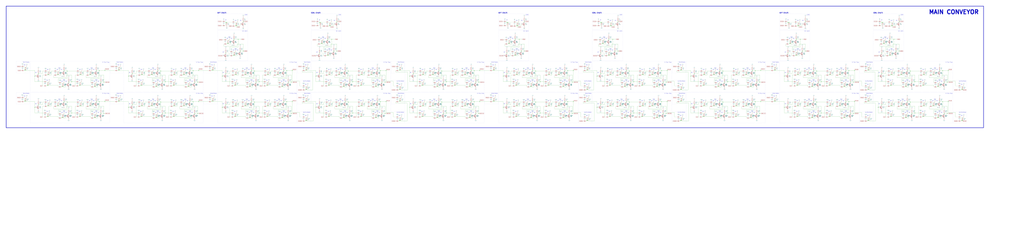
<source format=kicad_sch>
(kicad_sch (version 20250114) (generator "eeschema") (generator_version "9.0")
  (paper "User" 2540 558.8)
  (title_block (title "Santa's Microfactory - Main Conveyor") (date "2026-01-04") (company "Logan Peterson"))
  (rectangle (start 1469.39 74.93) (end 1544.32 151.13) (stroke (width 0) (type dot)))
  (rectangle (start 1469.39 152.4) (end 1666.24 228.6) (stroke (width 0) (type dot)))
  (rectangle (start 1667.51 229.87) (end 1700.53 259.08) (stroke (width 0) (type dot)))
  (rectangle (start 737.87 152.4) (end 770.89 181.61) (stroke (width 0) (type dot)))
  (rectangle (start 970.28 199.39) (end 1003.3 228.6) (stroke (width 0) (type dot)))
  (rectangle (start 1202.69 229.87) (end 1235.71 259.08) (stroke (width 0) (type dot)))
  (rectangle (start 737.87 199.39) (end 770.89 228.6) (stroke (width 0) (type dot)))
  (rectangle (start 1236.98 74.93) (end 1311.91 151.13) (stroke (width 0) (type dot)))
  (rectangle (start 2132.33 229.87) (end 2165.35 259.08) (stroke (width 0) (type dot)))
  (rectangle (start 539.75 34.29) (end 614.68 73.66) (stroke (width 0) (type dot)))
  (rectangle (start 1435.1 199.39) (end 1468.12 228.6) (stroke (width 0) (type dot)))
  (rectangle (start 307.34 229.87) (end 504.19 306.07) (stroke (width 0) (type dot)))
  (rectangle (start 772.16 74.93) (end 847.09 151.13) (stroke (width 0) (type dot)))
  (rectangle (start 40.64 229.87) (end 73.66 259.08) (stroke (width 0) (type dot)))
  (rectangle (start 539.75 152.4) (end 736.6 228.6) (stroke (width 0) (type dot)))
  (rectangle (start 273.05 229.87) (end 306.07 259.08) (stroke (width 0) (type dot)))
  (rectangle (start 1934.21 34.29) (end 2009.14 73.66) (stroke (width 0) (type dot)))
  (rectangle (start 1667.51 152.4) (end 1700.53 181.61) (stroke (width 0) (type dot)))
  (rectangle (start 1934.21 74.93) (end 2009.14 151.13) (stroke (width 0) (type dot)))
  (rectangle (start 1469.39 229.87) (end 1666.24 306.07) (stroke (width 0) (type dot)))
  (rectangle (start 15.24 15.24) (end 2439.67 317.5) (stroke (width 1.016)))
  (rectangle (start 307.34 152.4) (end 504.19 228.6) (stroke (width 0) (type dot)))
  (rectangle (start 1435.1 152.4) (end 1468.12 181.61) (stroke (width 0) (type dot)))
  (rectangle (start 505.46 229.87) (end 538.48 259.08) (stroke (width 0) (type dot)))
  (rectangle (start 1701.8 229.87) (end 1898.65 306.07) (stroke (width 0) (type dot)))
  (rectangle (start 1934.21 152.4) (end 2131.06 228.6) (stroke (width 0) (type dot)))
  (rectangle (start 772.16 34.29) (end 847.09 73.66) (stroke (width 0) (type dot)))
  (rectangle (start 2132.33 199.39) (end 2165.35 228.6) (stroke (width 0) (type dot)))
  (rectangle (start 2166.62 74.93) (end 2241.55 151.13) (stroke (width 0) (type dot)))
  (rectangle (start 2132.33 152.4) (end 2165.35 181.61) (stroke (width 0) (type dot)))
  (rectangle (start 273.05 152.4) (end 306.07 181.61) (stroke (width 0) (type dot)))
  (rectangle (start 1667.51 199.39) (end 1700.53 228.6) (stroke (width 0) (type dot)))
  (rectangle (start 1004.57 152.4) (end 1201.42 228.6) (stroke (width 0) (type dot)))
  (rectangle (start 40.64 152.4) (end 73.66 181.61) (stroke (width 0) (type dot)))
  (rectangle (start 1899.92 152.4) (end 1932.94 181.61) (stroke (width 0) (type dot)))
  (rectangle (start 2166.62 34.29) (end 2241.55 73.66) (stroke (width 0) (type dot)))
  (rectangle (start 1435.1 276.86) (end 1468.12 306.07) (stroke (width 0) (type dot)))
  (rectangle (start 505.46 152.4) (end 538.48 181.61) (stroke (width 0) (type dot)))
  (rectangle (start 2166.62 229.87) (end 2363.47 306.07) (stroke (width 0) (type dot)))
  (rectangle (start 2132.33 276.86) (end 2165.35 306.07) (stroke (width 0) (type dot)))
  (rectangle (start 970.28 152.4) (end 1003.3 181.61) (stroke (width 0) (type dot)))
  (rectangle (start 1667.51 276.86) (end 1700.53 306.07) (stroke (width 0) (type dot)))
  (rectangle (start 970.28 229.87) (end 1003.3 259.08) (stroke (width 0) (type dot)))
  (rectangle (start 539.75 229.87) (end 736.6 306.07) (stroke (width 0) (type dot)))
  (rectangle (start 1236.98 152.4) (end 1433.83 228.6) (stroke (width 0) (type dot)))
  (rectangle (start 539.75 74.93) (end 614.68 151.13) (stroke (width 0) (type dot)))
  (rectangle (start 1899.92 229.87) (end 1932.94 259.08) (stroke (width 0) (type dot)))
  (rectangle (start 970.28 276.86) (end 1003.3 306.07) (stroke (width 0) (type dot)))
  (rectangle (start 1004.57 229.87) (end 1201.42 306.07) (stroke (width 0) (type dot)))
  (rectangle (start 1236.98 34.29) (end 1311.91 73.66) (stroke (width 0) (type dot)))
  (rectangle (start 74.93 229.87) (end 271.78 306.07) (stroke (width 0) (type dot)))
  (rectangle (start 1202.69 152.4) (end 1235.71 181.61) (stroke (width 0) (type dot)))
  (rectangle (start 1435.1 229.87) (end 1468.12 259.08) (stroke (width 0) (type dot)))
  (rectangle (start 2364.74 276.86) (end 2397.76 306.07) (stroke (width 0) (type dot)))
  (rectangle (start 74.93 152.4) (end 271.78 228.6) (stroke (width 0) (type dot)))
  (rectangle (start 772.16 229.87) (end 969.01 306.07) (stroke (width 0) (type dot)))
  (rectangle (start 1469.39 34.29) (end 1544.32 73.66) (stroke (width 0) (type dot)))
  (rectangle (start 2166.62 152.4) (end 2363.47 228.6) (stroke (width 0) (type dot)))
  (rectangle (start 737.87 229.87) (end 770.89 259.08) (stroke (width 0) (type dot)))
  (rectangle (start 2364.74 199.39) (end 2397.76 228.6) (stroke (width 0) (type dot)))
  (rectangle (start 772.16 152.4) (end 969.01 228.6) (stroke (width 0) (type dot)))
  (rectangle (start 1934.21 229.87) (end 2131.06 306.07) (stroke (width 0) (type dot)))
  (rectangle (start 737.87 276.86) (end 770.89 306.07) (stroke (width 0) (type dot)))
  (rectangle (start 1236.98 229.87) (end 1433.83 306.07) (stroke (width 0) (type dot)))
  (rectangle (start 1701.8 152.4) (end 1898.65 228.6) (stroke (width 0) (type dot)))
  (text "AND" (at 1083.31 279.654 0) (effects (font (size 1.27 1.27))))
  (text "AND" (at 1824.99 172.974 0) (effects (font (size 1.27 1.27))))
  (text "NOT" (at 2224.024 51.054 0) (effects (font (size 1.27 1.27))))
  (text "AND" (at 1126.49 199.644 0) (effects (font (size 1.27 1.27))))
  (text "NOT" (at 849.884 250.444 0) (effects (font (size 1.27 1.27))))
  (text "AND" (at 2092.96 279.654 0) (effects (font (size 1.27 1.27))))
  (text "AND" (at 1536.7 172.974 0) (effects (font (size 1.27 1.27))))
  (text "RESETMASK" (at 297.18 154.94 0) (effects (font (size 1.905 1.905))))
  (text "NOT" (at 708.914 202.184 0) (effects (font (size 1.27 1.27))))
  (text "AND" (at 1976.12 277.114 0) (effects (font (size 1.27 1.27))))
  (text "NOT" (at 829.564 51.054 0) (effects (font (size 1.27 1.27))))
  (text "AND" (at 1744.98 172.974 0) (effects (font (size 1.27 1.27))))
  (text "NAND" (at 2018.03 276.098 0) (effects (font (size 1.27 1.27))))
  (text "NOT" (at 89.154 180.594 0) (effects (font (size 1.27 1.27))))
  (text "AND" (at 2001.52 250.444 0) (effects (font (size 1.27 1.27))))
  (text "AND" (at 919.48 250.444 0) (effects (font (size 1.27 1.27))))
  (text "NOT" (at 1547.114 172.974 0) (effects (font (size 1.27 1.27))))
  (text "NOT" (at 1948.434 180.594 0) (effects (font (size 1.27 1.27))))
  (text "AND" (at 1223.01 239.014 0) (effects (font (size 1.27 1.27))))
  (text "AND" (at 1977.39 172.974 0) (effects (font (size 1.27 1.27))))
  (text "NAND" (at 844.55 169.164 0) (effects (font (size 1.27 1.27))))
  (text "AND" (at 525.78 161.544 0) (effects (font (size 1.27 1.27))))
  (text "AND" (at 1455.42 287.274 0) (effects (font (size 1.27 1.27))))
  (text "NOT" (at 2011.934 172.974 0) (effects (font (size 1.27 1.27))))
  (text "AND" (at 1163.32 279.654 0) (effects (font (size 1.27 1.27))))
  (text "NOT" (at 465.074 172.974 0) (effects (font (size 1.27 1.27))))
  (text "NOT" (at 1162.304 172.974 0) (effects (font (size 1.27 1.27))))
  (text "AND" (at 1360.17 250.444 0) (effects (font (size 1.27 1.27))))
  (text "D Flip-Flop" (at 1889.252 232.41 0) (effects (font (size 1.905 1.905))))
  (text "NOT" (at 321.564 180.594 0) (effects (font (size 1.27 1.27))))
  (text "NAND" (at 227.33 246.634 0) (effects (font (size 1.27 1.27))))
  (text "NOT" (at 1779.524 250.444 0) (effects (font (size 1.27 1.27))))
  (text "AND" (at 1687.83 239.014 0) (effects (font (size 1.27 1.27))))
  (text "NAND" (at 238.76 276.098 0) (effects (font (size 1.27 1.27))))
  (text "AND" (at 758.19 287.274 0) (effects (font (size 1.27 1.27))))
  (text "NOT" (at 849.884 172.974 0) (effects (font (size 1.27 1.27))))
  (text "NOT" (at 1716.024 258.064 0) (effects (font (size 1.27 1.27))))
  (text "OUTPUTMASK" (at 760.73 279.4 0) (effects (font (size 1.905 1.905))))
  (text "AND" (at 814.07 199.644 0) (effects (font (size 1.27 1.27))))
  (text "LOAD" (at 842.518 36.83 0) (effects (font (size 1.905 1.905))))
  (text "RESETMASK" (at 529.59 154.94 0) (effects (font (size 1.905 1.905))))
  (text "NAND" (at 1281.684 121.412 0) (effects (font (size 1.27 1.27))))
  (text "AND" (at 349.25 199.644 0) (effects (font (size 1.27 1.27))))
  (text "AND" (at 1360.17 172.974 0) (effects (font (size 1.27 1.27))))
  (text "NAND" (at 935.99 198.628 0) (effects (font (size 1.27 1.27))))
  (text "OR" (at 1489.71 49.784 0) (effects (font (size 1.27 1.27))))
  (text "NAND" (at 816.864 121.412 0) (effects (font (size 1.27 1.27))))
  (text "NOT" (at 628.904 202.184 0) (effects (font (size 1.27 1.27))))
  (text "NOT" (at 806.704 95.504 0) (effects (font (size 1.27 1.27))))
  (text "NOT" (at 244.094 279.654 0) (effects (font (size 1.27 1.27))))
  (text "AND" (at 60.96 161.544 0) (effects (font (size 1.27 1.27))))
  (text "NAND" (at 1088.39 276.098 0) (effects (font (size 1.27 1.27))))
  (text "RESETMASK" (at 994.41 232.41 0) (effects (font (size 1.905 1.905))))
  (text "NAND" (at 2086.61 246.634 0) (effects (font (size 1.27 1.27))))
  (text "AND" (at 618.49 202.184 0) (effects (font (size 1.27 1.27))))
  (text "NAND" (at 1389.38 246.634 0) (effects (font (size 1.27 1.27))))
  (text "AND" (at 850.9 202.184 0) (effects (font (size 1.27 1.27))))
  (text "AND" (at 1849.12 172.974 0) (effects (font (size 1.27 1.27))))
  (text "NAND" (at 1553.21 198.628 0) (effects (font (size 1.27 1.27))))
  (text "AND" (at 698.5 202.184 0) (effects (font (size 1.27 1.27))))
  (text "NAND" (at 924.56 246.634 0) (effects (font (size 1.27 1.27))))
  (text "AND" (at 2233.93 172.974 0) (effects (font (size 1.27 1.27))))
  (text "AND" (at 618.49 279.654 0) (effects (font (size 1.27 1.27))))
  (text "AND" (at 116.84 277.114 0) (effects (font (size 1.27 1.27))))
  (text "D Flip-Flop" (at 1192.022 154.94 0) (effects (font (size 1.905 1.905))))
  (text "AND" (at 563.88 95.504 0) (effects (font (size 1.27 1.27))))
  (text "NOT" (at 1716.024 180.594 0) (effects (font (size 1.27 1.27))))
  (text "AND" (at 2081.53 172.974 0) (effects (font (size 1.27 1.27))))
  (text "NAND" (at 1621.79 246.634 0) (effects (font (size 1.27 1.27))))
  (text "D Flip-Flop" (at 727.202 154.94 0) (effects (font (size 1.905 1.905))))
  (text "NOT" (at 861.314 202.184 0) (effects (font (size 1.27 1.27))))
  (text "OR" (at 1954.53 49.784 0) (effects (font (size 1.27 1.27))))
  (text "NAND" (at 612.14 169.164 0) (effects (font (size 1.27 1.27))))
  (text "COAL CHUTE" (at 783.59 32.004 0) (effects (font (size 2.54 2.54) (thickness 0.508) (bold yes))))
  (text "OR" (at 560.07 49.784 0) (effects (font (size 1.27 1.27))))
  (text "NOT" (at 617.474 250.444 0) (effects (font (size 1.27 1.27))))
  (text "NAND" (at 623.57 276.098 0) (effects (font (size 1.27 1.27))))
  (text "NAND" (at 2319.02 169.164 0) (effects (font (size 1.27 1.27))))
  (text "SR Latch" (at 839.724 77.47 0) (effects (font (size 1.905 1.905))))
  (text "AND" (at 350.52 172.974 0) (effects (font (size 1.27 1.27))))
  (text "NOT" (at 1526.794 51.054 0) (effects (font (size 1.27 1.27))))
  (text "NAND" (at 703.58 198.628 0) (effects (font (size 1.27 1.27))))
  (text "AND" (at 990.6 161.544 0) (effects (font (size 1.27 1.27))))
  (text "NAND" (at 924.56 169.164 0) (effects (font (size 1.27 1.27))))
  (text "COAL CHUTE" (at 1480.82 32.004 0) (effects (font (size 2.54 2.54) (thickness 0.508) (bold yes))))
  (text "OUTPUTMASK" (at 993.14 201.93 0) (effects (font (size 1.905 1.905))))
  (text "NAND" (at 2195.83 92.202 0) (effects (font (size 1.27 1.27))))
  (text "NOT" (at 589.534 124.714 0) (effects (font (size 1.27 1.27))))
  (text "NAND" (at 1774.19 169.164 0) (effects (font (size 1.27 1.27))))
  (text "NOT" (at 708.914 279.654 0) (effects (font (size 1.27 1.27))))
  (text "GIFT CHUTE" (at 550.418 32.004 0) (effects (font (size 2.54 2.54) (thickness 0.508) (bold yes))))
  (text "AND" (at 1358.9 277.114 0) (effects (font (size 1.27 1.27))))
  (text "AND" (at 142.24 250.444 0) (effects (font (size 1.27 1.27))))
  (text "D Flip-Flop" (at 1192.022 232.41 0) (effects (font (size 1.905 1.905))))
  (text "AND" (at 698.5 279.654 0) (effects (font (size 1.27 1.27))))
  (text "AND" (at 582.93 172.974 0) (effects (font (size 1.27 1.27))))
  (text "NAND" (at 1498.6 92.202 0) (effects (font (size 1.27 1.27))))
  (text "D Flip-Flop" (at 494.792 154.94 0) (effects (font (size 1.905 1.905))))
  (text "NAND" (at 471.17 198.628 0) (effects (font (size 1.27 1.27))))
  (text "NOT" (at 1558.544 202.184 0) (effects (font (size 1.27 1.27))))
  (text "AND" (at 1315.72 279.654 0) (effects (font (size 1.27 1.27))))
  (text "AND" (at 1280.16 250.444 0) (effects (font (size 1.27 1.27))))
  (text "D Flip-Flop" (at 1656.842 232.41 0) (effects (font (size 1.905 1.905))))
  (text "RESETMASK" (at 762 154.94 0) (effects (font (size 1.905 1.905))))
  (text "AND" (at 1304.29 172.974 0) (effects (font (size 1.27 1.27))))
  (text "NOT" (at 164.084 279.654 0) (effects (font (size 1.27 1.27))))
  (text "AND" (at 233.68 279.654 0) (effects (font (size 1.27 1.27))))
  (text "NAND" (at 1156.97 246.634 0) (effects (font (size 1.27 1.27))))
  (text "AND" (at 118.11 172.974 0) (effects (font (size 1.27 1.27))))
  (text "LOAD" (at 610.108 36.83 0) (effects (font (size 1.905 1.905))))
  (text "NOT" (at 2335.784 202.184 0) (effects (font (size 1.27 1.27))))
  (text "AND" (at 118.11 250.444 0) (effects (font (size 1.27 1.27))))
  (text "AND" (at 1151.89 250.444 0) (effects (font (size 1.27 1.27))))
  (text "NOT" (at 597.154 51.054 0) (effects (font (size 1.27 1.27))))
  (text "D Flip-Flop" (at 494.792 232.41 0) (effects (font (size 1.905 1.905))))
  (text "AND" (at 2152.65 209.804 0) (effects (font (size 1.27 1.27))))
  (text "NAND" (at 844.55 246.634 0) (effects (font (size 1.27 1.27))))
  (text "NAND" (at 1168.4 198.628 0) (effects (font (size 1.27 1.27))))
  (text "AND" (at 930.91 279.654 0) (effects (font (size 1.27 1.27))))
  (text "NAND" (at 1854.2 246.634 0) (effects (font (size 1.27 1.27))))
  (text "NOT" (at 1406.144 202.184 0) (effects (font (size 1.27 1.27))))
  (text "AND" (at 579.12 124.714 0) (effects (font (size 1.27 1.27))))
  (text "AND" (at 198.12 172.974 0) (effects (font (size 1.27 1.27))))
  (text "AND" (at 1304.29 250.444 0) (effects (font (size 1.27 1.27))))
  (text "AND" (at 1823.72 199.644 0) (effects (font (size 1.27 1.27))))
  (text "NAND" (at 935.99 276.098 0) (effects (font (size 1.27 1.27))))
  (text "NOT" (at 1790.954 279.654 0) (effects (font (size 1.27 1.27))))
  (text "D Flip-Flop" (at 1889.252 154.94 0) (effects (font (size 1.905 1.905))))
  (text "NOT" (at 385.064 172.974 0) (effects (font (size 1.27 1.27))))
  (text "NOT" (at 1948.434 258.064 0) (effects (font (size 1.27 1.27))))
  (text "NOT" (at 1948.434 129.794 0) (effects (font (size 1.27 1.27))))
  (text "AND" (at 687.07 250.444 0) (effects (font (size 1.27 1.27))))
  (text "AND" (at 2012.95 279.654 0) (effects (font (size 1.27 1.27))))
  (text "AND" (at 1047.75 172.974 0) (effects (font (size 1.27 1.27))))
  (text "NAND" (at 2006.6 169.164 0) (effects (font (size 1.27 1.27))))
  (text "AND" (at 1280.16 172.974 0) (effects (font (size 1.27 1.27))))
  (text "NOT" (at 152.654 250.444 0) (effects (font (size 1.27 1.27))))
  (text "AND" (at 1780.54 279.654 0) (effects (font (size 1.27 1.27))))
  (text "AND" (at 839.47 172.974 0) (effects (font (size 1.27 1.27))))
  (text "AND" (at 1384.3 250.444 0) (effects (font (size 1.27 1.27))))
  (text "AND" (at 466.09 202.184 0) (effects (font (size 1.27 1.27))))
  (text "NOT" (at 164.084 202.184 0) (effects (font (size 1.27 1.27))))
  (text "AND" (at 198.12 250.444 0) (effects (font (size 1.27 1.27))))
  (text "AND" (at 1743.71 277.114 0) (effects (font (size 1.27 1.27))))
  (text "NAND" (at 2098.04 198.628 0) (effects (font (size 1.27 1.27))))
  (text "NOT" (at 1314.704 172.974 0) (effects (font (size 1.27 1.27))))
  (text "AND" (at 1958.34 95.504 0) (effects (font (size 1.27 1.27))))
  (text "NAND" (at 1541.78 246.634 0) (effects (font (size 1.27 1.27))))
  (text "NAND" (at 2250.44 198.628 0) (effects (font (size 1.27 1.27))))
  (text "AND" (at 1511.3 277.114 0) (effects (font (size 1.27 1.27))))
  (text "NOT" (at 2244.344 250.444 0) (effects (font (size 1.27 1.27))))
  (text "NAND" (at 1320.8 276.098 0) (effects (font (size 1.27 1.27))))
  (text "AND" (at 293.37 161.544 0) (effects (font (size 1.27 1.27))))
  (text "NAND" (at 1076.96 246.634 0) (effects (font (size 1.27 1.27))))
  (text "NAND" (at 1309.37 169.164 0) (effects (font (size 1.27 1.27))))
  (text "OUTPUTMASK" (at 2155.19 201.93 0) (effects (font (size 1.905 1.905))))
  (text "AND" (at 2092.96 202.184 0) (effects (font (size 1.27 1.27))))
  (text "NOT" (at 941.324 202.184 0) (effects (font (size 1.27 1.27))))
  (text "NOT" (at 2201.164 95.504 0) (effects (font (size 1.27 1.27))))
  (text "RESETMASK" (at 2156.46 154.94 0) (effects (font (size 1.905 1.905))))
  (text "NOT" (at 941.324 279.654 0) (effects (font (size 1.27 1.27))))
  (text "NAND" (at 623.57 198.628 0) (effects (font (size 1.27 1.27))))
  (text "AND" (at 466.09 279.654 0) (effects (font (size 1.27 1.27))))
  (text "GIFT CHUTE" (at 1944.878 32.004 0) (effects (font (size 2.54 2.54) (thickness 0.508) (bold yes))))
  (text "AND" (at 2081.53 250.444 0) (effects (font (size 1.27 1.27))))
  (text "AND" (at 1920.24 161.544 0) (effects (font (size 1.27 1.27))))
  (text "AND" (at 2313.94 172.974 0) (effects (font (size 1.27 1.27))))
  (text "AND" (at 2001.52 172.974 0) (effects (font (size 1.27 1.27))))
  (text "NOT" (at 1406.144 279.654 0) (effects (font (size 1.27 1.27))))
  (text "NOT" (at 1286.764 124.714 0) (effects (font (size 1.27 1.27))))
  (text "AND" (at 386.08 279.654 0) (effects (font (size 1.27 1.27))))
  (text "AND" (at 454.66 172.974 0) (effects (font (size 1.27 1.27))))
  (text "NOT" (at 821.944 124.714 0) (effects (font (size 1.27 1.27))))
  (text "AND" (at 662.94 250.444 0) (effects (font (size 1.27 1.27))))
  (text "AND" (at 2325.37 202.184 0) (effects (font (size 1.27 1.27))))
  (text "NOT" (at 1547.114 250.444 0) (effects (font (size 1.27 1.27))))
  (text "AND" (at 1358.9 199.644 0) (effects (font (size 1.27 1.27))))
  (text "AND" (at 2385.06 209.804 0) (effects (font (size 1.27 1.27))))
  (text "AND" (at 1276.35 124.714 0) (effects (font (size 1.27 1.27))))
  (text "AND" (at 2211.07 51.054 0) (effects (font (size 1.27 1.27))))
  (text "NAND" (at 1389.38 169.164 0) (effects (font (size 1.27 1.27))))
  (text "AND" (at 1127.76 250.444 0) (effects (font (size 1.27 1.27))))
  (text "NOT" (at 476.504 202.184 0) (effects (font (size 1.27 1.27))))
  (text "OR" (at 792.48 49.784 0) (effects (font (size 1.27 1.27))))
  (text "NOT" (at 553.974 129.794 0) (effects (font (size 1.27 1.27))))
  (text "AND" (at 2056.13 199.644 0) (effects (font (size 1.27 1.27))))
  (text "NOT" (at 2180.844 180.594 0) (effects (font (size 1.27 1.27))))
  (text "AND" (at 525.78 239.014 0) (effects (font (size 1.27 1.27))))
  (text "NOT" (at 1503.934 95.504 0) (effects (font (size 1.27 1.27))))
  (text "NAND" (at 1156.97 169.164 0) (effects (font (size 1.27 1.27))))
  (text "NOT" (at 1394.714 172.974 0) (effects (font (size 1.27 1.27))))
  (text "NOT" (at 1082.294 250.444 0) (effects (font (size 1.27 1.27))))
  (text "NOT" (at 2103.374 279.654 0) (effects (font (size 1.27 1.27))))
  (text "NOT" (at 1638.554 279.654 0) (effects (font (size 1.27 1.27))))
  (text "LOAD" (at 1307.338 36.83 0) (effects (font (size 1.905 1.905))))
  (text "SR Latch" (at 2234.184 77.47 0) (effects (font (size 1.905 1.905))))
  (text "NAND" (at 2250.44 276.098 0) (effects (font (size 1.27 1.27))))
  (text "AND" (at 116.84 199.644 0) (effects (font (size 1.27 1.27))))
  (text "D Flip-Flop" (at 262.382 232.41 0) (effects (font (size 1.905 1.905))))
  (text "AND" (at 153.67 202.184 0) (effects (font (size 1.27 1.27))))
  (text "NOT" (at 1082.294 172.974 0) (effects (font (size 1.27 1.27))))
  (text "NAND" (at 459.74 169.164 0) (effects (font (size 1.27 1.27))))
  (text "D Flip-Flop" (at 2354.072 232.41 0) (effects (font (size 1.905 1.905))))
  (text "NOT" (at 1251.204 180.594 0) (effects (font (size 1.27 1.27))))
  (text "NOT" (at 2216.404 124.714 0) (effects (font (size 1.27 1.27))))
  (text "AND" (at 429.26 199.644 0) (effects (font (size 1.27 1.27))))
  (text "AND" (at 2057.4 172.974 0) (effects (font (size 1.27 1.27))))
  (text "AND" (at 1920.24 239.014 0) (effects (font (size 1.27 1.27))))
  (text "AND" (at 1126.49 277.114 0) (effects (font (size 1.27 1.27))))
  (text "AND" (at 1071.88 250.444 0) (effects (font (size 1.27 1.27))))
  (text "NOT" (at 786.384 258.064 0) (effects (font (size 1.27 1.27))))
  (text "NAND" (at 584.454 121.412 0) (effects (font (size 1.27 1.27))))
  (text "NOT" (at 2255.774 202.184 0) (effects (font (size 1.27 1.27))))
  (text "AND" (at 850.9 279.654 0) (effects (font (size 1.27 1.27))))
  (text "NAND" (at 2330.45 276.098 0) (effects (font (size 1.27 1.27))))
  (text "AND" (at 1046.48 277.114 0) (effects (font (size 1.27 1.27))))
  (text "NAND" (at 1785.62 276.098 0) (effects (font (size 1.27 1.27))))
  (text "NAND" (at 855.98 198.628 0) (effects (font (size 1.27 1.27))))
  (text "NOT" (at 396.494 279.654 0) (effects (font (size 1.27 1.27))))
  (text "RESETMASK" (at 1691.64 232.41 0) (effects (font (size 1.905 1.905))))
  (text "AND" (at 2325.37 279.654 0) (effects (font (size 1.27 1.27))))
  (text "NOT" (at 697.484 172.974 0) (effects (font (size 1.27 1.27))))
  (text "AND" (at 815.34 250.444 0) (effects (font (size 1.27 1.27))))
  (text "NAND" (at 1400.81 276.098 0) (effects (font (size 1.27 1.27))))
  (text "AND" (at 1083.31 202.184 0) (effects (font (size 1.27 1.27))))
  (text "LOAD" (at 2004.568 36.83 0) (effects (font (size 1.905 1.905))))
  (text "NOT" (at 152.654 172.974 0) (effects (font (size 1.27 1.27))))
  (text "D Flip-Flop" (at 2121.662 232.41 0) (effects (font (size 1.905 1.905))))
  (text "D Flip-Flop" (at 1656.842 154.94 0) (effects (font (size 1.905 1.905))))
  (text "LOAD" (at 2236.978 36.83 0) (effects (font (size 1.905 1.905))))
  (text "OR" (at 2186.94 49.784 0) (effects (font (size 1.27 1.27))))
  (text "AND" (at 1223.01 161.544 0) (effects (font (size 1.27 1.27))))
  (text "AND" (at 1127.76 172.974 0) (effects (font (size 1.27 1.27))))
  (text "RESETMASK" (at 762 232.41 0) (effects (font (size 1.905 1.905))))
  (text "RESETMASK" (at 529.59 232.41 0) (effects (font (size 1.905 1.905))))
  (text "NOT" (at 1483.614 258.064 0) (effects (font (size 1.27 1.27))))
  (text "NAND" (at 1963.42 92.202 0) (effects (font (size 1.27 1.27))))
  (text "NAND" (at 1309.37 246.634 0) (effects (font (size 1.27 1.27))))
  (text "RESETMASK" (at 1691.64 154.94 0) (effects (font (size 1.905 1.905))))
  (text "D Flip-Flop" (at 262.382 154.94 0) (effects (font (size 1.905 1.905))))
  (text "AND" (at 1047.75 250.444 0) (effects (font (size 1.27 1.27))))
  (text "AND" (at 1278.89 277.114 0) (effects (font (size 1.27 1.27))))
  (text "AND" (at 430.53 250.444 0) (effects (font (size 1.27 1.27))))
  (text "AND" (at 1687.83 161.544 0) (effects (font (size 1.27 1.27))))
  (text "NAND" (at 1541.78 169.164 0) (effects (font (size 1.27 1.27))))
  (text "AND" (at 1493.52 95.504 0) (effects (font (size 1.27 1.27))))
  (text "SR Latch" (at 607.314 77.47 0) (effects (font (size 1.905 1.905))))
  (text "OUTPUTMASK" (at 1690.37 279.4 0) (effects (font (size 1.905 1.905))))
  (text "NAND" (at 2098.04 276.098 0) (effects (font (size 1.27 1.27))))
  (text "NOT" (at 1983.994 124.714 0) (effects (font (size 1.27 1.27))))
  (text "AND" (at 895.35 250.444 0) (effects (font (size 1.27 1.27))))
  (text "RESETMASK" (at 1226.82 154.94 0) (effects (font (size 1.905 1.905))))
  (text "NOT" (at 2091.944 250.444 0) (effects (font (size 1.27 1.27))))
  (text "AND" (at 1687.83 209.804 0) (effects (font (size 1.27 1.27))))
  (text "RESETMASK" (at 1924.05 154.94 0) (effects (font (size 1.905 1.905))))
  (text "NOT" (at 1779.524 172.974 0) (effects (font (size 1.27 1.27))))
  (text "AND" (at 1849.12 250.444 0) (effects (font (size 1.27 1.27))))
  (text "NOT" (at 244.094 202.184 0) (effects (font (size 1.27 1.27))))
  (text "AND" (at 2209.8 172.974 0) (effects (font (size 1.27 1.27))))
  (text "AND" (at 1976.12 199.644 0) (effects (font (size 1.27 1.27))))
  (text "AND" (at 1512.57 250.444 0) (effects (font (size 1.27 1.27))))
  (text "NOT" (at 1859.534 250.444 0) (effects (font (size 1.27 1.27))))
  (text "SR Latch" (at 1304.544 77.47 0) (effects (font (size 1.905 1.905))))
  (text "OUTPUTMASK" (at 2155.19 279.4 0) (effects (font (size 1.905 1.905))))
  (text "D Flip-Flop" (at 2121.662 154.94 0) (effects (font (size 1.905 1.905))))
  (text "AND" (at 815.34 172.974 0) (effects (font (size 1.27 1.27))))
  (text "NOT" (at 786.384 129.794 0) (effects (font (size 1.27 1.27))))
  (text "NOT" (at 2091.944 172.974 0) (effects (font (size 1.27 1.27))))
  (text "NOT" (at 2180.844 129.794 0) (effects (font (size 1.27 1.27))))
  (text "AND" (at 758.19 209.804 0) (effects (font (size 1.27 1.27))))
  (text "AND" (at 895.35 172.974 0) (effects (font (size 1.27 1.27))))
  (text "AND" (at 1455.42 239.014 0) (effects (font (size 1.27 1.27))))
  (text "AND" (at 1687.83 287.274 0) (effects (font (size 1.27 1.27))))
  (text "OUTPUTMASK" (at 760.73 201.93 0) (effects (font (size 1.905 1.905))))
  (text "NAND" (at 2239.01 246.634 0) (effects (font (size 1.27 1.27))))
  (text "NOT" (at 1870.964 202.184 0) (effects (font (size 1.27 1.27))))
  (text "AND" (at 990.6 209.804 0) (effects (font (size 1.27 1.27))))
  (text "GIFT CHUTE" (at 1247.648 32.004 0) (effects (font (size 2.54 2.54) (thickness 0.508) (bold yes))))
  (text "NAND" (at 568.96 92.202 0) (effects (font (size 1.27 1.27))))
  (text "NOT" (at 1483.614 129.794 0) (effects (font (size 1.27 1.27))))
  (text "NOT" (at 2180.844 258.064 0) (effects (font (size 1.27 1.27))))
  (text "AND" (at 2245.36 202.184 0) (effects (font (size 1.27 1.27))))
  (text "RESETMASK" (at 1459.23 232.41 0) (effects (font (size 1.905 1.905))))
  (text "AND" (at 1592.58 172.974 0) (effects (font (size 1.27 1.27))))
  (text "AND" (at 293.37 239.014 0) (effects (font (size 1.27 1.27))))
  (text "NAND" (at 1865.63 276.098 0) (effects (font (size 1.27 1.27))))
  (text "OUTPUTMASK" (at 1457.96 279.4 0) (effects (font (size 1.905 1.905))))
  (text "AND" (at 430.53 172.974 0) (effects (font (size 1.27 1.27))))
  (text "NAND" (at 703.58 276.098 0) (effects (font (size 1.27 1.27))))
  (text "NOT" (at 1326.134 279.654 0) (effects (font (size 1.27 1.27))))
  (text "AND" (at 796.29 95.504 0) (effects (font (size 1.27 1.27))))
  (text "NOT" (at 89.154 258.064 0) (effects (font (size 1.27 1.27))))
  (text "NAND" (at 2018.03 198.628 0) (effects (font (size 1.27 1.27))))
  (text "NOT" (at 786.384 180.594 0) (effects (font (size 1.27 1.27))))
  (text "AND" (at 1508.76 124.714 0) (effects (font (size 1.27 1.27))))
  (text "OUTPUTMASK" (at 2387.6 279.4 0) (effects (font (size 1.905 1.905))))
  (text "COAL CHUTE" (at 2178.05 32.004 0) (effects (font (size 2.54 2.54) (thickness 0.508) (bold yes))))
  (text "NAND" (at 459.74 246.634 0) (effects (font (size 1.27 1.27))))
  (text "AND" (at 2289.81 250.444 0) (effects (font (size 1.27 1.27))))
  (text "NOT" (at 929.894 250.444 0) (effects (font (size 1.27 1.27))))
  (text "NOT" (at 929.894 172.974 0) (effects (font (size 1.27 1.27))))
  (text "AND" (at 222.25 172.974 0) (effects (font (size 1.27 1.27))))
  (text "AND" (at 2288.54 277.114 0) (effects (font (size 1.27 1.27))))
  (text "AND" (at 2289.81 172.974 0) (effects (font (size 1.27 1.27))))
  (text "RESETMASK" (at 1459.23 154.94 0) (effects (font (size 1.905 1.905))))
  (text "AND" (at 2208.53 199.644 0) (effects (font (size 1.27 1.27))))
  (text "NAND" (at 2006.6 246.634 0) (effects (font (size 1.27 1.27))))
  (text "AND" (at 990.6 239.014 0) (effects (font (size 1.27 1.27))))
  (text "NOT" (at 1968.754 95.504 0) (effects (font (size 1.27 1.27))))
  (text "NAND" (at 2211.324 121.412 0) (effects (font (size 1.27 1.27))))
  (text "AND" (at 349.25 277.114 0) (effects (font (size 1.27 1.27))))
  (text "AND" (at 196.85 199.644 0) (effects (font (size 1.27 1.27))))
  (text "NOT" (at 2103.374 202.184 0) (effects (font (size 1.27 1.27))))
  (text "LOAD" (at 1539.748 36.83 0) (effects (font (size 1.905 1.905))))
  (text "NOT" (at 1627.124 172.974 0) (effects (font (size 1.27 1.27))))
  (text "AND" (at 1973.58 124.714 0) (effects (font (size 1.27 1.27))))
  (text "RESETMASK" (at 64.77 154.94 0) (effects (font (size 1.905 1.905))))
  (text "AND" (at 1823.72 277.114 0) (effects (font (size 1.27 1.27))))
  (text "NOT" (at 1271.524 95.504 0) (effects (font (size 1.27 1.27))))
  (text "D Flip-Flop" (at 1424.432 154.94 0) (effects (font (size 1.905 1.905))))
  (text "AND" (at 1511.3 199.644 0) (effects (font (size 1.27 1.27))))
  (text "NOT" (at 1294.384 51.054 0) (effects (font (size 1.27 1.27))))
  (text "AND" (at 687.07 172.974 0) (effects (font (size 1.27 1.27))))
  (text "NOT" (at 2244.344 172.974 0) (effects (font (size 1.27 1.27))))
  (text "NAND" (at 612.14 246.634 0) (effects (font (size 1.27 1.27))))
  (text "AND" (at 1261.11 95.504 0) (effects (font (size 1.27 1.27))))
  (text "RESETMASK" (at 1924.05 232.41 0) (effects (font (size 1.905 1.905))))
  (text "NOT" (at 232.664 172.974 0) (effects (font (size 1.27 1.27))))
  (text "D Flip-Flop" (at 959.612 154.94 0) (effects (font (size 1.905 1.905))))
  (text "AND" (at 2152.65 239.014 0) (effects (font (size 1.27 1.27))))
  (text "SR Latch" (at 1536.954 77.47 0) (effects (font (size 1.905 1.905))))
  (text "AND" (at 1151.89 172.974 0) (effects (font (size 1.27 1.27))))
  (text "NAND" (at 2319.02 246.634 0) (effects (font (size 1.27 1.27))))
  (text "RESETMASK" (at 1226.82 232.41 0) (effects (font (size 1.905 1.905))))
  (text "NOT" (at 553.974 258.064 0) (effects (font (size 1.27 1.27))))
  (text "NOT" (at 1859.534 172.974 0) (effects (font (size 1.27 1.27))))
  (text "D Flip-Flop" (at 1424.432 232.41 0) (effects (font (size 1.905 1.905))))
  (text "NAND" (at 692.15 169.164 0) (effects (font (size 1.27 1.27))))
  (text "AND" (at 1512.57 172.974 0) (effects (font (size 1.27 1.27))))
  (text "AND" (at 1384.3 172.974 0) (effects (font (size 1.27 1.27))))
  (text "AND" (at 2209.8 250.444 0) (effects (font (size 1.27 1.27))))
  (text "NOT" (at 2324.354 172.974 0) (effects (font (size 1.27 1.27))))
  (text "AND" (at 1548.13 279.654 0) (effects (font (size 1.27 1.27))))
  (text "NOT" (at 1790.954 202.184 0) (effects (font (size 1.27 1.27))))
  (text "AND" (at 350.52 250.444 0) (effects (font (size 1.27 1.27))))
  (text "NOT" (at 1251.204 258.064 0) (effects (font (size 1.27 1.27))))
  (text "AND" (at 2385.06 287.274 0) (effects (font (size 1.27 1.27))))
  (text "AND" (at 1978.66 51.054 0) (effects (font (size 1.27 1.27))))
  (text "AND" (at 2245.36 279.654 0) (effects (font (size 1.27 1.27))))
  (text "NOT" (at 476.504 279.654 0) (effects (font (size 1.27 1.27))))
  (text "NAND" (at 158.75 276.098 0) (effects (font (size 1.27 1.27))))
  (text "AND" (at 2056.13 277.114 0) (effects (font (size 1.27 1.27))))
  (text "NOT" (at 2255.774 279.654 0) (effects (font (size 1.27 1.27))))
  (text "AND" (at 816.61 51.054 0) (effects (font (size 1.27 1.27))))
  (text "AND" (at 581.66 277.114 0) (effects (font (size 1.27 1.27))))
  (text "NOT" (at 2023.364 279.654 0) (effects (font (size 1.27 1.27))))
  (text "AND" (at 1455.42 209.804 0) (effects (font (size 1.27 1.27))))
  (text "AND" (at 374.65 172.974 0) (effects (font (size 1.27 1.27))))
  (text "AND" (at 1769.11 250.444 0) (effects (font (size 1.27 1.27))))
  (text "RESETMASK" (at 2156.46 232.41 0) (effects (font (size 1.905 1.905))))
  (text "AND" (at 1163.32 202.184 0) (effects (font (size 1.27 1.27))))
  (text "AND" (at 222.25 250.444 0) (effects (font (size 1.27 1.27))))
  (text "AND" (at 990.6 287.274 0) (effects (font (size 1.27 1.27))))
  (text "NOT" (at 1870.964 279.654 0) (effects (font (size 1.27 1.27))))
  (text "NOT" (at 574.294 95.504 0) (effects (font (size 1.27 1.27))))
  (text "NAND" (at 1076.96 169.164 0) (effects (font (size 1.27 1.27))))
  (text "NAND" (at 1633.22 198.628 0) (effects (font (size 1.27 1.27))))
  (text "AND" (at 1455.42 161.544 0) (effects (font (size 1.27 1.27))))
  (text "NAND" (at 1774.19 246.634 0) (effects (font (size 1.27 1.27))))
  (text "NAND" (at 2330.45 198.628 0) (effects (font (size 1.27 1.27))))
  (text "NOT" (at 1326.134 202.184 0) (effects (font (size 1.27 1.27))))
  (text "NAND" (at 147.32 169.164 0) (effects (font (size 1.27 1.27))))
  (text "NAND" (at 227.33 169.164 0) (effects (font (size 1.27 1.27))))
  (text "NAND" (at 855.98 276.098 0) (effects (font (size 1.27 1.27))))
  (text "AND" (at 584.2 51.054 0) (effects (font (size 1.27 1.27))))
  (text "NOT" (at 1483.614 180.594 0) (effects (font (size 1.27 1.27))))
  (text "NOT" (at 1638.554 202.184 0) (effects (font (size 1.27 1.27))))
  (text "AND" (at 1395.73 202.184 0) (effects (font (size 1.27 1.27))))
  (text "NAND" (at 801.37 92.202 0) (effects (font (size 1.27 1.27))))
  (text "NOT" (at 1251.204 129.794 0) (effects (font (size 1.27 1.27))))
  (text "AND" (at 811.53 124.714 0) (effects (font (size 1.27 1.27))))
  (text "RESETMASK" (at 64.77 232.41 0) (effects (font (size 1.905 1.905))))
  (text "D Flip-Flop" (at 2354.072 154.94 0) (effects (font (size 1.905 1.905))))
  (text "AND" (at 1860.55 202.184 0) (effects (font (size 1.27 1.27))))
  (text "NOT" (at 465.074 250.444 0) (effects (font (size 1.27 1.27))))
  (text "AND" (at 661.67 199.644 0) (effects (font (size 1.27 1.27))))
  (text "NAND" (at 1514.094 121.412 0) (effects (font (size 1.27 1.27))))
  (text "AND" (at 607.06 250.444 0) (effects (font (size 1.27 1.27))))
  (text "AND" (at 1592.58 250.444 0) (effects (font (size 1.27 1.27))))
  (text "NOT" (at 1018.794 180.594 0) (effects (font (size 1.27 1.27))))
  (text "NOT" (at 2023.364 202.184 0) (effects (font (size 1.27 1.27))))
  (text "AND" (at 1860.55 279.654 0) (effects (font (size 1.27 1.27))))
  (text "AND" (at 2313.94 250.444 0) (effects (font (size 1.27 1.27))))
  (text "AND" (at 60.96 239.014 0) (effects (font (size 1.27 1.27))))
  (text "NOT" (at 1314.704 250.444 0) (effects (font (size 1.27 1.27))))
  (text "AND" (at 1536.7 250.444 0) (effects (font (size 1.27 1.27))))
  (text "AND" (at 758.19 239.014 0) (effects (font (size 1.27 1.27))))
  (text "AND" (at 2208.53 277.114 0) (effects (font (size 1.27 1.27))))
  (text "AND" (at 2057.4 250.444 0) (effects (font (size 1.27 1.27))))
  (text "AND" (at 1281.43 51.054 0) (effects (font (size 1.27 1.27))))
  (text "AND" (at 1616.71 172.974 0) (effects (font (size 1.27 1.27))))
  (text "NAND" (at 158.75 198.628 0) (effects (font (size 1.27 1.27))))
  (text "AND" (at 1616.71 250.444 0) (effects (font (size 1.27 1.27))))
  (text "AND" (at 581.66 199.644 0) (effects (font (size 1.27 1.27))))
  (text "AND" (at 374.65 250.444 0) (effects (font (size 1.27 1.27))))
  (text "NAND" (at 379.73 246.634 0) (effects (font (size 1.27 1.27))))
  (text "OUTPUTMASK" (at 1690.37 201.93 0) (effects (font (size 1.905 1.905))))
  (text "AND" (at 142.24 172.974 0) (effects (font (size 1.27 1.27))))
  (text "AND" (at 2233.93 250.444 0) (effects (font (size 1.27 1.27))))
  (text "NAND" (at 1865.63 198.628 0) (effects (font (size 1.27 1.27))))
  (text "D Flip-Flop" (at 959.612 232.41 0) (effects (font (size 1.905 1.905))))
  (text "NOT" (at 697.484 250.444 0) (effects (font (size 1.27 1.27))))
  (text "NOT" (at 385.064 250.444 0) (effects (font (size 1.27 1.27))))
  (text "NAND" (at 1633.22 276.098 0) (effects (font (size 1.27 1.27))))
  (text "NAND" (at 391.16 198.628 0) (effects (font (size 1.27 1.27))))
  (text "SR Latch" (at 2001.774 77.47 0) (effects (font (size 1.905 1.905))))
  (text "NOT" (at 1093.724 202.184 0) (effects (font (size 1.27 1.27))))
  (text "NAND" (at 238.76 198.628 0) (effects (font (size 1.27 1.27))))
  (text "AND" (at 2190.75 95.504 0) (effects (font (size 1.27 1.27))))
  (text "NAND" (at 2086.61 169.164 0) (effects (font (size 1.27 1.27))))
  (text "AND" (at 1548.13 202.184 0) (effects (font (size 1.27 1.27))))
  (text "NAND" (at 1978.914 121.412 0) (effects (font (size 1.27 1.27))))
  (text "NAND" (at 1266.19 92.202 0) (effects (font (size 1.27 1.27))))
  (text "AND" (at 153.67 279.654 0) (effects (font (size 1.27 1.27))))
  (text "AND" (at 2152.65 287.274 0) (effects (font (size 1.27 1.27))))
  (text "NAND" (at 1088.39 198.628 0) (effects (font (size 1.27 1.27))))
  (text "AND" (at 2012.95 202.184 0) (effects (font (size 1.27 1.27))))
  (text "AND" (at 582.93 250.444 0) (effects (font (size 1.27 1.27))))
  (text "NOT" (at 396.494 202.184 0) (effects (font (size 1.27 1.27))))
  (text "AND" (at 1071.88 172.974 0) (effects (font (size 1.27 1.27))))
  (text "NAND" (at 1621.79 169.164 0) (effects (font (size 1.27 1.27))))
  (text "AND" (at 1744.98 250.444 0) (effects (font (size 1.27 1.27))))
  (text "AND" (at 1591.31 199.644 0) (effects (font (size 1.27 1.27))))
  (text "NAND" (at 471.17 276.098 0) (effects (font (size 1.27 1.27))))
  (text "NOT" (at 1558.544 279.654 0) (effects (font (size 1.27 1.27))))
  (text "NOT" (at 1394.714 250.444 0) (effects (font (size 1.27 1.27))))
  (text "AND" (at 1315.72 202.184 0) (effects (font (size 1.27 1.27))))
  (text "NAND" (at 692.15 246.634 0) (effects (font (size 1.27 1.27))))
  (text "OUTPUTMASK" (at 993.14 279.4 0) (effects (font (size 1.905 1.905))))
  (text "AND" (at 454.66 250.444 0) (effects (font (size 1.27 1.27))))
  (text "NOT" (at 2324.354 250.444 0) (effects (font (size 1.27 1.27))))
  (text "AND" (at 1628.14 202.184 0) (effects (font (size 1.27 1.27))))
  (text "AND" (at 758.19 161.544 0) (effects (font (size 1.27 1.27))))
  (text "NOT" (at 1519.174 124.714 0) (effects (font (size 1.27 1.27))))
  (text "NAND" (at 1400.81 198.628 0) (effects (font (size 1.27 1.27))))
  (text "AND" (at 894.08 199.644 0) (effects (font (size 1.27 1.27))))
  (text "NOT" (at 628.904 279.654 0) (effects (font (size 1.27 1.27))))
  (text "RESETMASK" (at 994.41 154.94 0) (effects (font (size 1.905 1.905))))
  (text "AND" (at 2288.54 199.644 0) (effects (font (size 1.27 1.27))))
  (text "NOT" (at 1162.304 250.444 0) (effects (font (size 1.27 1.27))))
  (text "AND" (at 1591.31 277.114 0) (effects (font (size 1.27 1.27))))
  (text "NAND" (at 1168.4 276.098 0) (effects (font (size 1.27 1.27))))
  (text "AND" (at 2152.65 161.544 0) (effects (font (size 1.27 1.27))))
  (text "AND" (at 429.26 277.114 0) (effects (font (size 1.27 1.27))))
  (text "AND" (at 386.08 202.184 0) (effects (font (size 1.27 1.27))))
  (text "OR" (at 1257.3 49.784 0) (effects (font (size 1.27 1.27))))
  (text "RESETMASK" (at 297.18 232.41 0) (effects (font (size 1.905 1.905))))
  (text "AND" (at 1769.11 172.974 0) (effects (font (size 1.27 1.27))))
  (text "NOT" (at 321.564 258.064 0) (effects (font (size 1.27 1.27))))
  (text "NOT" (at 1991.614 51.054 0) (effects (font (size 1.27 1.27))))
  (text "AND" (at 930.91 202.184 0) (effects (font (size 1.27 1.27))))
  (text "AND" (at 196.85 277.114 0) (effects (font (size 1.27 1.27))))
  (text "AND" (at 1046.48 199.644 0) (effects (font (size 1.27 1.27))))
  (text "NAND" (at 1320.8 198.628 0) (effects (font (size 1.27 1.27))))
  (text "AND" (at 661.67 277.114 0) (effects (font (size 1.27 1.27))))
  (text "AND" (at 1824.99 250.444 0) (effects (font (size 1.27 1.27))))
  (text "NOT" (at 1018.794 258.064 0) (effects (font (size 1.27 1.27))))
  (text "AND" (at 1278.89 199.644 0) (effects (font (size 1.27 1.27))))
  (text "AND" (at 1743.71 199.644 0) (effects (font (size 1.27 1.27))))
  (text "NOT" (at 617.474 172.974 0) (effects (font (size 1.27 1.27))))
  (text "NAND" (at 1553.21 276.098 0) (effects (font (size 1.27 1.27))))
  (text "AND" (at 1628.14 279.654 0) (effects (font (size 1.27 1.27))))
  (text "NOT" (at 1627.124 250.444 0) (effects (font (size 1.27 1.27))))
  (text "AND" (at 814.07 277.114 0) (effects (font (size 1.27 1.27))))
  (text "NOT" (at 232.664 250.444 0) (effects (font (size 1.27 1.27))))
  (text "NAND" (at 1785.62 198.628 0) (effects (font (size 1.27 1.27))))
  (text "NOT" (at 1173.734 202.184 0) (effects (font (size 1.27 1.27))))
  (text "NOT" (at 2335.784 279.654 0) (effects (font (size 1.27 1.27))))
  (text "NAND" (at 379.73 169.164 0) (effects (font (size 1.27 1.27))))
  (text "NOT" (at 1173.734 279.654 0) (effects (font (size 1.27 1.27))))
  (text "OUTPUTMASK" (at 2387.6 201.93 0) (effects (font (size 1.905 1.905))))
  (text "AND" (at 1513.84 51.054 0) (effects (font (size 1.27 1.27))))
  (text "NOT" (at 861.314 279.654 0) (effects (font (size 1.27 1.27))))
  (text "AND" (at 662.94 172.974 0) (effects (font (size 1.27 1.27))))
  (text "NOT" (at 1093.724 279.654 0) (effects (font (size 1.27 1.27))))
  (text "AND" (at 2205.99 124.714 0) (effects (font (size 1.27 1.27))))
  (text "NAND" (at 147.32 246.634 0) (effects (font (size 1.27 1.27))))
  (text "MAIN CONVEYOR" (at 2366.01 29.972 0) (effects (font (size 10.16 10.16) (thickness 2.032) (bold yes))))
  (text "AND" (at 919.48 172.974 0) (effects (font (size 1.27 1.27))))
  (text "AND" (at 1977.39 250.444 0) (effects (font (size 1.27 1.27))))
  (text "NOT" (at 2011.934 250.444 0) (effects (font (size 1.27 1.27))))
  (text "AND" (at 894.08 277.114 0) (effects (font (size 1.27 1.27))))
  (text "D Flip-Flop" (at 727.202 232.41 0) (effects (font (size 1.905 1.905))))
  (text "NAND" (at 2239.01 169.164 0) (effects (font (size 1.27 1.27))))
  (text "NAND" (at 1854.2 169.164 0) (effects (font (size 1.27 1.27))))
  (text "NAND" (at 391.16 276.098 0) (effects (font (size 1.27 1.27))))
  (text "AND" (at 233.68 202.184 0) (effects (font (size 1.27 1.27))))
  (text "AND" (at 1780.54 202.184 0) (effects (font (size 1.27 1.27))))
  (text "NOT" (at 553.974 180.594 0) (effects (font (size 1.27 1.27))))
  (text "AND" (at 839.47 250.444 0) (effects (font (size 1.27 1.27))))
  (text "AND" (at 1395.73 279.654 0) (effects (font (size 1.27 1.27))))
  (text "OUTPUTMASK" (at 1457.96 201.93 0) (effects (font (size 1.905 1.905))))
  (text "AND" (at 607.06 172.974 0) (effects (font (size 1.27 1.27))))
  (junction (at 1412.24 204.47))
  (junction (at 853.44 292.1))
  (junction (at 2387.6 299.72))
  (junction (at 1151.89 262.89))
  (junction (at 63.5 251.46))
  (junction (at 816.61 63.5))
  (junction (at 1085.85 214.63))
  (junction (at 1154.43 185.42))
  (junction (at 687.07 185.42))
  (junction (at 1083.31 214.63))
  (junction (at 2250.44 252.73))
  (junction (at 919.48 185.42))
  (junction (at 1400.81 252.73))
  (junction (at 1187.45 281.94))
  (junction (at 388.62 292.1))
  (junction (at 1280.16 262.89))
  (junction (at 895.35 262.89))
  (junction (at 1071.88 185.42))
  (junction (at 689.61 262.89))
  (junction (at 1083.31 292.1))
  (junction (at 1954.53 260.35))
  (junction (at 855.98 175.26))
  (junction (at 2025.65 176.53))
  (junction (at 2117.09 204.47))
  (junction (at 1513.84 289.56))
  (junction (at 2230.12 127))
  (junction (at 374.65 185.42))
  (junction (at 2092.96 292.1))
  (junction (at 1304.29 185.42))
  (junction (at 351.79 212.09))
  (junction (at 1687.83 173.99))
  (junction (at 1536.7 185.42))
  (junction (at 1536.7 262.89))
  (junction (at 2025.65 254))
  (junction (at 236.22 214.63))
  (junction (at 1189.99 252.73))
  (junction (at 120.65 185.42))
  (junction (at 2313.94 262.89))
  (junction (at 993.14 251.46))
  (junction (at 2236.47 262.89))
  (junction (at 814.07 137.16))
  (junction (at 222.25 262.89))
  (junction (at 2081.53 262.89))
  (junction (at 1300.48 53.34))
  (junction (at 1176.02 175.26))
  (junction (at 1550.67 214.63))
  (junction (at 814.07 289.56))
  (junction (at 1826.26 289.56))
  (junction (at 95.25 260.35))
  (junction (at 1248.41 266.7))
  (junction (at 582.93 262.89))
  (junction (at 2338.07 252.73))
  (junction (at 1085.85 292.1))
  (junction (at 609.6 262.89))
  (junction (at 158.75 252.73))
  (junction (at 822.96 97.79))
  (junction (at 2316.48 185.42))
  (junction (at 1129.03 289.56))
  (junction (at 1358.9 212.09))
  (junction (at 2341.88 281.94))
  (junction (at 1973.58 137.16))
  (junction (at 1223.01 173.99))
  (junction (at 257.81 281.94))
  (junction (at 2056.13 289.56))
  (junction (at 560.07 55.88))
  (junction (at 1797.05 281.94))
  (junction (at 990.6 222.25))
  (junction (at 2152.65 173.99))
  (junction (at 1945.64 266.7))
  (junction (at 1863.09 214.63))
  (junction (at 2233.93 185.42))
  (junction (at 2095.5 292.1))
  (junction (at 621.03 214.63))
  (junction (at 1099.82 281.94))
  (junction (at 595.63 127))
  (junction (at 1793.24 254))
  (junction (at 760.73 173.99))
  (junction (at 431.8 212.09))
  (junction (at 711.2 175.26))
  (junction (at 2258.06 254))
  (junction (at 1827.53 185.42))
  (junction (at 1512.57 185.42))
  (junction (at 1511.3 289.56))
  (junction (at 2205.99 137.16))
  (junction (at 1690.37 173.99))
  (junction (at 468.63 214.63))
  (junction (at 350.52 262.89))
  (junction (at 2250.44 175.26))
  (junction (at 2341.88 204.47))
  (junction (at 2178.05 266.7))
  (junction (at 1179.83 281.94))
  (junction (at 1386.84 185.42))
  (junction (at 580.39 97.79))
  (junction (at 957.58 175.26))
  (junction (at 118.11 185.42))
  (junction (at 1154.43 262.89))
  (junction (at 1129.03 212.09))
  (junction (at 1386.84 262.89))
  (junction (at 1619.25 262.89))
  (junction (at 1532.89 53.34))
  (junction (at 2004.06 262.89))
  (junction (at 2095.5 214.63))
  (junction (at 1328.42 176.53))
  (junction (at 584.2 212.09))
  (junction (at 1722.12 182.88))
  (junction (at 1743.71 289.56))
  (junction (at 1744.98 185.42))
  (junction (at 2245.36 214.63))
  (junction (at 1278.89 212.09))
  (junction (at 2001.52 185.42))
  (junction (at 2327.91 214.63))
  (junction (at 1746.25 212.09))
  (junction (at 850.9 292.1))
  (junction (at 86.36 189.23))
  (junction (at 1304.29 262.89))
  (junction (at 1550.67 292.1))
  (junction (at 1990.09 127))
  (junction (at 1049.02 212.09))
  (junction (at 1592.58 262.89))
  (junction (at 2015.49 292.1))
  (junction (at 631.19 254))
  (junction (at 581.66 137.16))
  (junction (at 783.59 266.7))
  (junction (at 1977.39 185.42))
  (junction (at 233.68 214.63))
  (junction (at 1516.38 63.5))
  (junction (at 454.66 262.89))
  (junction (at 990.6 173.99))
  (junction (at 2211.07 212.09))
  (junction (at 457.2 262.89))
  (junction (at 1873.25 252.73))
  (junction (at 250.19 204.47))
  (junction (at 119.38 289.56))
  (junction (at 1958.34 107.95))
  (junction (at 1332.23 204.47))
  (junction (at 1644.65 204.47))
  (junction (at 1358.9 289.56))
  (junction (at 1107.44 203.2))
  (junction (at 618.49 214.63))
  (junction (at 1315.72 292.1))
  (junction (at 1974.85 97.79))
  (junction (at 2084.07 185.42))
  (junction (at 2117.09 281.94))
  (junction (at 1595.12 185.42))
  (junction (at 1257.3 55.88))
  (junction (at 635 281.94))
  (junction (at 2029.46 281.94))
  (junction (at 468.63 292.1))
  (junction (at 1746.25 289.56))
  (junction (at 295.91 173.99))
  (junction (at 1074.42 262.89))
  (junction (at 867.41 281.94))
  (junction (at 2059.94 262.89))
  (junction (at 2119.63 175.26))
  (junction (at 2258.06 176.53))
  (junction (at 377.19 185.42))
  (junction (at 1287.78 97.79))
  (junction (at 1261.11 107.95))
  (junction (at 1652.27 204.47))
  (junction (at 1633.22 175.26))
  (junction (at 1652.27 281.94))
  (junction (at 582.93 185.42))
  (junction (at 895.35 185.42))
  (junction (at 1630.68 214.63))
  (junction (at 919.48 262.89))
  (junction (at 2098.04 252.73))
  (junction (at 1408.43 252.73))
  (junction (at 2338.07 175.26))
  (junction (at 1785.62 252.73))
  (junction (at 2269.49 203.2))
  (junction (at 224.79 185.42))
  (junction (at 2292.35 185.42))
  (junction (at 350.52 185.42))
  (junction (at 1126.49 289.56))
  (junction (at 1130.3 262.89))
  (junction (at 2018.03 175.26))
  (junction (at 1553.21 252.73))
  (junction (at 177.8 280.67))
  (junction (at 482.6 281.94))
  (junction (at 1920.24 251.46))
  (junction (at 386.08 292.1))
  (junction (at 429.26 289.56))
  (junction (at 758.19 251.46))
  (junction (at 687.07 262.89))
  (junction (at 698.5 292.1))
  (junction (at 60.96 251.46))
  (junction (at 1127.76 185.42))
  (junction (at 1360.17 185.42))
  (junction (at 863.6 254))
  (junction (at 2092.96 214.63))
  (junction (at 665.48 262.89))
  (junction (at 698.5 214.63))
  (junction (at 1539.24 262.89))
  (junction (at 525.78 251.46))
  (junction (at 642.62 280.67))
  (junction (at 850.9 214.63))
  (junction (at 1489.71 260.35))
  (junction (at 1361.44 289.56))
  (junction (at 177.8 203.2))
  (junction (at 897.89 262.89))
  (junction (at 930.91 214.63))
  (junction (at 142.24 262.89))
  (junction (at 725.17 175.26))
  (junction (at 1804.67 280.67))
  (junction (at 618.49 292.1))
  (junction (at 760.73 299.72))
  (junction (at 1654.81 175.26))
  (junction (at 2155.19 173.99))
  (junction (at 1515.11 262.89))
  (junction (at 609.6 185.42))
  (junction (at 1281.43 63.5))
  (junction (at 1654.81 252.73))
  (junction (at 563.88 107.95))
  (junction (at 1954.53 182.88))
  (junction (at 581.66 289.56))
  (junction (at 1884.68 281.94))
  (junction (at 863.6 176.53))
  (junction (at 1564.64 204.47))
  (junction (at 466.09 214.63))
  (junction (at 2186.94 55.88))
  (junction (at 1362.71 185.42))
  (junction (at 2084.07 262.89))
  (junction (at 2236.47 185.42))
  (junction (at 1976.12 289.56))
  (junction (at 664.21 289.56))
  (junction (at 257.81 204.47))
  (junction (at 703.58 175.26))
  (junction (at 897.89 185.42))
  (junction (at 490.22 281.94))
  (junction (at 1107.44 280.67))
  (junction (at 196.85 289.56))
  (junction (at 1560.83 254))
  (junction (at 955.04 204.47))
  (junction (at 1300.48 127))
  (junction (at 119.38 212.09))
  (junction (at 1395.73 214.63))
  (junction (at 293.37 173.99))
  (junction (at 1640.84 252.73))
  (junction (at 2058.67 289.56))
  (junction (at 198.12 262.89))
  (junction (at 560.07 182.88))
  (junction (at 1277.62 97.79))
  (junction (at 607.06 185.42))
  (junction (at 1827.53 262.89))
  (junction (at 1320.8 175.26))
  (junction (at 142.24 185.42))
  (junction (at 1532.89 127))
  (junction (at 1283.97 63.5))
  (junction (at 260.35 252.73))
  (junction (at 2211.07 289.56))
  (junction (at 1047.75 185.42))
  (junction (at 722.63 281.94))
  (junction (at 490.22 204.47))
  (junction (at 1771.65 185.42))
  (junction (at 947.42 204.47))
  (junction (at 2327.91 292.1))
  (junction (at 689.61 185.42))
  (junction (at 1050.29 185.42))
  (junction (at 153.67 214.63))
  (junction (at 867.41 204.47))
  (junction (at 1628.14 292.1))
  (junction (at 855.98 252.73))
  (junction (at 1168.4 175.26))
  (junction (at 2212.34 262.89))
  (junction (at 170.18 204.47))
  (junction (at 349.25 289.56))
  (junction (at 623.57 175.26))
  (junction (at 1572.26 280.67))
  (junction (at 2004.06 185.42))
  (junction (at 2152.65 251.46))
  (junction (at 1640.84 175.26))
  (junction (at 1088.39 252.73))
  (junction (at 1628.14 214.63))
  (junction (at 817.88 185.42))
  (junction (at 1412.24 281.94))
  (junction (at 2330.45 252.73))
  (junction (at 1539.24 185.42))
  (junction (at 1747.52 185.42))
  (junction (at 1496.06 107.95))
  (junction (at 410.21 203.2))
  (junction (at 1455.42 173.99))
  (junction (at 1793.24 176.53))
  (junction (at 2018.03 252.73))
  (junction (at 2152.65 222.25))
  (junction (at 1979.93 185.42))
  (junction (at 528.32 251.46))
  (junction (at 711.2 252.73))
  (junction (at 2105.66 252.73))
  (junction (at 1096.01 254))
  (junction (at 1887.22 175.26))
  (junction (at 2330.45 175.26))
  (junction (at 1592.58 185.42))
  (junction (at 1257.3 260.35))
  (junction (at 933.45 292.1))
  (junction (at 661.67 212.09))
  (junction (at 1320.8 252.73))
  (junction (at 1976.12 212.09))
  (junction (at 2247.9 292.1))
  (junction (at 1771.65 262.89))
  (junction (at 2325.37 214.63))
  (junction (at 2349.5 281.94))
  (junction (at 1362.71 262.89))
  (junction (at 2208.53 212.09))
  (junction (at 457.2 185.42))
  (junction (at 2209.8 185.42))
  (junction (at 2190.75 107.95))
  (junction (at 1455.42 222.25))
  (junction (at 86.36 266.7))
  (junction (at 1419.86 281.94))
  (junction (at 1863.09 292.1))
  (junction (at 2245.36 292.1))
  (junction (at 374.65 262.89))
  (junction (at 957.58 252.73))
  (junction (at 1163.32 214.63))
  (junction (at 635 204.47))
  (junction (at 2385.06 222.25))
  (junction (at 433.07 262.89))
  (junction (at 2222.5 127))
  (junction (at 153.67 292.1))
  (junction (at 1096.01 176.53))
  (junction (at 760.73 251.46))
  (junction (at 1826.26 212.09))
  (junction (at 2230.12 53.34))
  (junction (at 1780.54 292.1))
  (junction (at 811.53 137.16))
  (junction (at 990.6 251.46))
  (junction (at 796.29 107.95))
  (junction (at 349.25 212.09))
  (junction (at 327.66 260.35))
  (junction (at 2058.67 212.09))
  (junction (at 2186.94 182.88))
  (junction (at 1223.01 251.46))
  (junction (at 623.57 252.73))
  (junction (at 2186.94 132.08))
  (junction (at 2057.4 262.89))
  (junction (at 1016 266.7))
  (junction (at 935.99 175.26))
  (junction (at 1457.96 222.25))
  (junction (at 1360.17 262.89))
  (junction (at 2208.53 137.16))
  (junction (at 1804.67 203.2))
  (junction (at 1978.66 289.56))
  (junction (at 758.19 222.25))
  (junction (at 233.68 292.1))
  (junction (at 402.59 204.47))
  (junction (at 429.26 212.09))
  (junction (at 2155.19 251.46))
  (junction (at 1127.76 262.89))
  (junction (at 1945.64 189.23))
  (junction (at 1595.12 262.89))
  (junction (at 894.08 212.09))
  (junction (at 156.21 214.63))
  (junction (at 792.48 132.08))
  (junction (at 1163.32 292.1))
  (junction (at 795.02 55.88))
  (junction (at 661.67 289.56))
  (junction (at 665.48 185.42))
  (junction (at 1049.02 289.56))
  (junction (at 758.19 173.99))
  (junction (at 1099.82 204.47))
  (junction (at 525.78 173.99))
  (junction (at 1769.11 262.89))
  (junction (at 1457.96 251.46))
  (junction (at 471.17 252.73))
  (junction (at 943.61 175.26))
  (junction (at 1384.3 185.42))
  (junction (at 896.62 289.56))
  (junction (at 607.06 262.89))
  (junction (at 1489.71 55.88))
  (junction (at 798.83 107.95))
  (junction (at 1690.37 222.25))
  (junction (at 703.58 252.73))
  (junction (at 828.04 127))
  (junction (at 1860.55 292.1))
  (junction (at 2292.35 262.89))
  (junction (at 1398.27 214.63))
  (junction (at 492.76 252.73))
  (junction (at 2105.66 175.26))
  (junction (at 2012.95 214.63))
  (junction (at 1785.62 175.26))
  (junction (at 816.61 212.09))
  (junction (at 1187.45 204.47))
  (junction (at 1165.86 214.63))
  (junction (at 1422.4 252.73))
  (junction (at 2098.04 175.26))
  (junction (at 1248.41 189.23))
  (junction (at 198.12 185.42))
  (junction (at 1455.42 251.46))
  (junction (at 1306.83 185.42))
  (junction (at 631.19 176.53))
  (junction (at 1176.02 252.73))
  (junction (at 430.53 262.89))
  (junction (at 1981.2 63.5))
  (junction (at 551.18 266.7))
  (junction (at 930.91 292.1))
  (junction (at 1168.4 252.73))
  (junction (at 1690.37 299.72))
  (junction (at 1616.71 185.42))
  (junction (at 839.47 185.42))
  (junction (at 1257.3 182.88))
  (junction (at 1851.66 262.89))
  (junction (at 1318.26 292.1))
  (junction (at 935.99 252.73))
  (junction (at 894.08 289.56))
  (junction (at 351.79 289.56))
  (junction (at 2081.53 185.42))
  (junction (at 1510.03 97.79))
  (junction (at 1457.96 173.99))
  (junction (at 1281.43 289.56))
  (junction (at 1398.27 292.1))
  (junction (at 1687.83 299.72))
  (junction (at 353.06 185.42))
  (junction (at 2152.65 299.72))
  (junction (at 1016 189.23))
  (junction (at 1278.89 289.56))
  (junction (at 293.37 251.46))
  (junction (at 224.79 262.89))
  (junction (at 1282.7 185.42))
  (junction (at 2213.61 63.5))
  (junction (at 1400.81 175.26))
  (junction (at 586.74 63.5))
  (junction (at 318.77 266.7))
  (junction (at 391.16 252.73))
  (junction (at 1511.3 137.16))
  (junction (at 1823.72 289.56))
  (junction (at 1513.84 63.5))
  (junction (at 560.07 132.08))
  (junction (at 2208.53 289.56))
  (junction (at 471.17 175.26))
  (junction (at 2155.19 222.25))
  (junction (at 1560.83 176.53))
  (junction (at 1050.29 262.89))
  (junction (at 1315.72 214.63))
  (junction (at 2261.87 204.47))
  (junction (at 947.42 281.94))
  (junction (at 1823.72 212.09))
  (junction (at 1960.88 107.95))
  (junction (at 662.94 262.89))
  (junction (at 1851.66 185.42))
  (junction (at 896.62 212.09))
  (junction (at 466.09 292.1))
  (junction (at 1713.23 266.7))
  (junction (at 1780.54 214.63))
  (junction (at 2211.07 63.5))
  (junction (at 2001.52 262.89))
  (junction (at 1419.86 204.47))
  (junction (at 1877.06 204.47))
  (junction (at 1687.83 251.46))
  (junction (at 2057.4 185.42))
  (junction (at 835.66 127))
  (junction (at 2387.6 222.25))
  (junction (at 562.61 55.88))
  (junction (at 1865.63 252.73))
  (junction (at 1282.7 262.89))
  (junction (at 2291.08 212.09))
  (junction (at 551.18 189.23))
  (junction (at 585.47 185.42))
  (junction (at 144.78 185.42))
  (junction (at 1339.85 280.67))
  (junction (at 1644.65 281.94))
  (junction (at 478.79 175.26))
  (junction (at 1985.01 97.79))
  (junction (at 166.37 254))
  (junction (at 2212.34 185.42))
  (junction (at 835.66 53.34))
  (junction (at 1339.85 203.2))
  (junction (at 722.63 204.47))
  (junction (at 1954.53 132.08))
  (junction (at 1564.64 281.94))
  (junction (at 560.07 260.35))
  (junction (at 1713.23 189.23))
  (junction (at 2291.08 289.56))
  (junction (at 1977.39 262.89))
  (junction (at 410.21 280.67))
  (junction (at 1553.21 175.26))
  (junction (at 760.73 222.25))
  (junction (at 933.45 214.63))
  (junction (at 990.6 299.72))
  (junction (at 327.66 182.88))
  (junction (at 1849.12 185.42))
  (junction (at 1328.42 254))
  (junction (at 388.62 214.63))
  (junction (at 2119.63 252.73))
  (junction (at 664.21 212.09))
  (junction (at 116.84 289.56))
  (junction (at 236.22 292.1))
  (junction (at 2209.8 262.89))
  (junction (at 222.25 185.42))
  (junction (at 2178.05 189.23))
  (junction (at 581.66 212.09))
  (junction (at 1276.35 137.16))
  (junction (at 1687.83 222.25))
  (junction (at 1978.66 212.09))
  (junction (at 566.42 107.95))
  (junction (at 1690.37 251.46))
  (junction (at 1493.52 107.95))
  (junction (at 1744.98 262.89))
  (junction (at 993.14 173.99))
  (junction (at 1783.08 292.1))
  (junction (at 1047.75 262.89))
  (junction (at 922.02 262.89))
  (junction (at 1922.78 251.46))
  (junction (at 391.16 175.26))
  (junction (at 398.78 176.53))
  (junction (at 260.35 175.26))
  (junction (at 1997.71 127))
  (junction (at 1511.3 212.09))
  (junction (at 1747.52 262.89))
  (junction (at 662.94 185.42))
  (junction (at 842.01 262.89))
  (junction (at 1306.83 262.89))
  (junction (at 402.59 281.94))
  (junction (at 170.18 281.94))
  (junction (at 1722.12 260.35))
  (junction (at 1978.66 63.5))
  (junction (at 1976.12 137.16))
  (junction (at 246.38 252.73))
  (junction (at 1979.93 262.89))
  (junction (at 2012.95 292.1))
  (junction (at 815.34 185.42))
  (junction (at 1024.89 182.88))
  (junction (at 875.03 280.67))
  (junction (at 590.55 97.79))
  (junction (at 1480.82 266.7))
  (junction (at 1024.89 260.35))
  (junction (at 1877.06 281.94))
  (junction (at 1548.13 214.63))
  (junction (at 433.07 185.42))
  (junction (at 812.8 97.79))
  (junction (at 1865.63 175.26))
  (junction (at 156.21 292.1))
  (junction (at 815.34 262.89))
  (junction (at 2288.54 289.56))
  (junction (at 2385.06 299.72))
  (junction (at 2037.08 280.67))
  (junction (at 1591.31 289.56))
  (junction (at 585.47 262.89))
  (junction (at 1769.11 185.42))
  (junction (at 1512.57 262.89))
  (junction (at 1263.65 107.95))
  (junction (at 1278.89 137.16))
  (junction (at 1489.71 132.08))
  (junction (at 2056.13 212.09))
  (junction (at 1922.78 173.99))
  (junction (at 1954.53 55.88))
  (junction (at 1920.24 173.99))
  (junction (at 120.65 262.89))
  (junction (at 1633.22 252.73))
  (junction (at 2059.94 185.42))
  (junction (at 116.84 212.09))
  (junction (at 118.11 262.89))
  (junction (at 2269.49 280.67))
  (junction (at 1743.71 212.09))
  (junction (at 1783.08 214.63))
  (junction (at 922.02 185.42))
  (junction (at 353.06 262.89))
  (junction (at 1046.48 289.56))
  (junction (at 1332.23 281.94))
  (junction (at 2352.04 252.73))
  (junction (at 1520.19 97.79))
  (junction (at 1548.13 292.1))
  (junction (at 2217.42 97.79))
  (junction (at 1957.07 55.88))
  (junction (at 2207.26 97.79))
  (junction (at 377.19 262.89))
  (junction (at 1179.83 204.47))
  (junction (at 1422.4 175.26))
  (junction (at 1508.76 137.16))
  (junction (at 1318.26 214.63))
  (junction (at 2352.04 175.26))
  (junction (at 1455.42 299.72))
  (junction (at 246.38 175.26))
  (junction (at 1225.55 173.99))
  (junction (at 993.14 299.72))
  (junction (at 2037.08 203.2))
  (junction (at 1126.49 212.09))
  (junction (at 1281.43 212.09))
  (junction (at 792.48 260.35))
  (junction (at 2109.47 204.47))
  (junction (at 200.66 185.42))
  (junction (at 817.88 262.89))
  (junction (at 2193.29 107.95))
  (junction (at 839.47 262.89))
  (junction (at 2289.81 262.89))
  (junction (at 603.25 53.34))
  (junction (at 2189.48 55.88))
  (junction (at 792.48 55.88))
  (junction (at 196.85 212.09))
  (junction (at 642.62 203.2))
  (junction (at 1515.11 185.42))
  (junction (at 2313.94 185.42))
  (junction (at 478.79 252.73))
  (junction (at 814.07 212.09))
  (junction (at 1151.89 185.42))
  (junction (at 318.77 189.23))
  (junction (at 1887.22 252.73))
  (junction (at 603.25 127))
  (junction (at 1513.84 212.09))
  (junction (at 584.2 63.5))
  (junction (at 1884.68 204.47))
  (junction (at 1071.88 262.89))
  (junction (at 1619.25 185.42))
  (junction (at 1591.31 212.09))
  (junction (at 158.75 175.26))
  (junction (at 2349.5 204.47))
  (junction (at 783.59 189.23))
  (junction (at 250.19 281.94))
  (junction (at 758.19 299.72))
  (junction (at 701.04 292.1))
  (junction (at 1616.71 262.89))
  (junction (at 1489.71 182.88))
  (junction (at 621.03 292.1))
  (junction (at 993.14 222.25))
  (junction (at 2325.37 292.1))
  (junction (at 2109.47 281.94))
  (junction (at 701.04 214.63))
  (junction (at 1292.86 127))
  (junction (at 1074.42 185.42))
  (junction (at 1165.86 292.1))
  (junction (at 1259.84 55.88))
  (junction (at 60.96 173.99))
  (junction (at 528.32 173.99))
  (junction (at 955.04 281.94))
  (junction (at 2247.9 214.63))
  (junction (at 199.39 289.56))
  (junction (at 2155.19 299.72))
  (junction (at 1824.99 185.42))
  (junction (at 725.17 252.73))
  (junction (at 238.76 175.26))
  (junction (at 853.44 214.63))
  (junction (at 1797.05 204.47))
  (junction (at 2186.94 260.35))
  (junction (at 1593.85 212.09))
  (junction (at 1873.25 175.26))
  (junction (at 1046.48 212.09))
  (junction (at 398.78 254))
  (junction (at 1225.55 251.46))
  (junction (at 715.01 204.47))
  (junction (at 1395.73 292.1))
  (junction (at 875.03 203.2))
  (junction (at 715.01 281.94))
  (junction (at 792.48 182.88))
  (junction (at 2288.54 212.09))
  (junction (at 2233.93 262.89))
  (junction (at 63.5 173.99))
  (junction (at 1593.85 289.56))
  (junction (at 1384.3 262.89))
  (junction (at 842.01 185.42))
  (junction (at 1860.55 214.63))
  (junction (at 1130.3 185.42))
  (junction (at 2261.87 281.94))
  (junction (at 1572.26 203.2))
  (junction (at 1457.96 299.72))
  (junction (at 144.78 262.89))
  (junction (at 819.15 63.5))
  (junction (at 2015.49 214.63))
  (junction (at 1189.99 175.26))
  (junction (at 295.91 251.46))
  (junction (at 584.2 289.56))
  (junction (at 816.61 289.56))
  (junction (at 1408.43 175.26))
  (junction (at 431.8 289.56))
  (junction (at 482.6 204.47))
  (junction (at 454.66 185.42))
  (junction (at 2289.81 185.42))
  (junction (at 1257.3 132.08))
  (junction (at 166.37 176.53))
  (junction (at 1480.82 189.23))
  (junction (at 1849.12 262.89))
  (junction (at 1525.27 127))
  (junction (at 2316.48 262.89))
  (junction (at 492.76 175.26))
  (junction (at 430.53 185.42))
  (junction (at 2029.46 204.47))
  (junction (at 1824.99 262.89))
  (junction (at 238.76 252.73))
  (junction (at 1997.71 53.34))
  (junction (at 386.08 214.63))
  (junction (at 200.66 262.89))
  (junction (at 1492.25 55.88))
  (junction (at 1630.68 292.1))
  (junction (at 95.25 182.88))
  (junction (at 1280.16 185.42))
  (junction (at 1361.44 212.09))
  (junction (at 199.39 212.09))
  (junction (at 1088.39 175.26))
  (junction (at 943.61 252.73))
  (junction (at 579.12 137.16))
  (wire (pts (xy 1785.62 173.99) (xy 1785.62 175.26)))
  (wire (pts (xy 1248.41 189.23) (xy 1249.68 189.23)))
  (wire (pts (xy 1127.76 254) (xy 1127.76 262.89)))
  (wire (pts (xy 1189.99 252.73) (xy 1214.12 252.73)))
  (wire (pts (xy 86.36 266.7) (xy 87.63 266.7)))
  (wire (pts (xy 186.69 186.69) (xy 189.23 186.69)))
  (wire (pts (xy 1281.43 289.56) (xy 1306.83 289.56)))
  (wire (pts (xy 1143 270.51) (xy 1143 264.16)))
  (wire (pts (xy 603.25 66.04) (xy 603.25 64.77)))
  (wire (pts (xy 1539.24 289.56) (xy 1539.24 293.37)))
  (wire (pts (xy 2324.1 215.9) (xy 2325.37 215.9)))
  (wire (pts (xy 1557.02 215.9) (xy 1550.67 215.9)))
  (wire (pts (xy 396.24 186.69) (xy 396.24 193.04)))
  (wire (pts (xy 2212.34 264.16) (xy 2218.69 264.16)))
  (wire (pts (xy 238.76 252.73) (xy 238.76 254)))
  (wire (pts (xy 849.63 293.37) (xy 850.9 293.37)))
  (wire (pts (xy 1771.65 212.09) (xy 1771.65 215.9)))
  (wire (pts (xy 1405.89 193.04) (xy 1375.41 193.04)))
  (wire (pts (xy 2103.12 270.51) (xy 2072.64 270.51)))
  (wire (pts (xy 621.03 284.48) (xy 623.57 284.48)))
  (wire (pts (xy 454.66 254) (xy 453.39 254)))
  (wire (pts (xy 1480.82 53.34) (xy 1479.55 53.34)))
  (wire (pts (xy 1126.49 264.16) (xy 1127.76 264.16)))
  (wire (pts (xy 560.07 250.19) (xy 560.07 251.46)))
  (wire (pts (xy 433.07 185.42) (xy 433.07 186.69)))
  (wire (pts (xy 1318.26 214.63) (xy 1318.26 215.9)))
  (wire (pts (xy 1369.06 264.16) (xy 1369.06 254)))
  (wire (pts (xy 2209.8 185.42) (xy 2212.34 185.42)))
  (wire (pts (xy 1408.43 273.05) (xy 1408.43 252.73)))
  (wire (pts (xy 802.64 254) (xy 802.64 260.35)))
  (wire (pts (xy 760.73 243.84) (xy 763.27 243.84)))
  (wire (pts (xy 2232.66 264.16) (xy 2233.93 264.16)))
  (wire (pts (xy 2186.94 55.88) (xy 2186.94 53.34)))
  (wire (pts (xy 1687.83 299.72) (xy 1690.37 299.72)))
  (wire (pts (xy 1339.85 264.16) (xy 1325.88 264.16)))
  (wire (pts (xy 1920.24 165.1) (xy 1920.24 173.99)))
  (wire (pts (xy 105.41 213.36) (xy 105.41 186.69)))
  (wire (pts (xy 635 217.17) (xy 635 215.9)))
  (wire (pts (xy 1601.47 186.69) (xy 1601.47 176.53)))
  (wire (pts (xy 922.02 283.21) (xy 922.02 273.05)))
  (wire (pts (xy 170.18 280.67) (xy 170.18 281.94)))
  (wire (pts (xy 293.37 173.99) (xy 295.91 173.99)))
  (wire (pts (xy 2195.83 100.33) (xy 2195.83 99.06)))
  (wire (pts (xy 198.12 185.42) (xy 200.66 185.42)))
  (wire (pts (xy 1747.52 185.42) (xy 1747.52 186.69)))
  (wire (pts (xy 2242.82 259.08) (xy 2242.82 264.16)))
  (wire (pts (xy 1851.66 195.58) (xy 1873.25 195.58)))
  (wire (pts (xy 2152.65 242.57) (xy 2152.65 251.46)))
  (wire (pts (xy 1386.84 177.8) (xy 1389.38 177.8)))
  (wire (pts (xy 318.77 203.2) (xy 340.36 203.2)))
  (wire (pts (xy 1154.43 205.74) (xy 1154.43 195.58)))
  (wire (pts (xy 2155.19 223.52) (xy 2170.43 223.52)))
  (wire (pts (xy 1722.12 195.58) (xy 1722.12 194.31)))
  (wire (pts (xy 1280.16 254) (xy 1280.16 262.89)))
  (wire (pts (xy 419.1 290.83) (xy 420.37 290.83)))
  (wire (pts (xy 419.1 264.16) (xy 421.64 264.16)))
  (wire (pts (xy 1706.88 223.52) (xy 1706.88 179.07)))
  (wire (pts (xy 391.16 252.73) (xy 391.16 254)))
  (wire (pts (xy 293.37 242.57) (xy 293.37 251.46)))
  (wire (pts (xy 2278.38 213.36) (xy 2279.65 213.36)))
  (wire (pts (xy 2057.4 262.89) (xy 2059.94 262.89)))
  (wire (pts (xy 1480.82 175.26) (xy 1457.96 175.26)))
  (wire (pts (xy 1369.06 186.69) (xy 1369.06 176.53)))
  (wire (pts (xy 140.97 264.16) (xy 142.24 264.16)))
  (wire (pts (xy 1035.05 264.16) (xy 1038.86 264.16)))
  (wire (pts (xy 1515.11 185.42) (xy 1515.11 186.69)))
  (wire (pts (xy 1130.3 262.89) (xy 1130.3 264.16)))
  (wire (pts (xy 830.58 193.04) (xy 830.58 186.69)))
  (wire (pts (xy 1070.61 264.16) (xy 1071.88 264.16)))
  (wire (pts (xy 1979.93 262.89) (xy 1979.93 264.16)))
  (wire (pts (xy 1510.03 87.63) (xy 1510.03 88.9)))
  (wire (pts (xy 1282.7 255.27) (xy 1285.24 255.27)))
  (wire (pts (xy 1328.42 176.53) (xy 1328.42 175.26)))
  (wire (pts (xy 1328.42 254) (xy 1328.42 252.73)))
  (wire (pts (xy 855.98 187.96) (xy 855.98 186.69)))
  (wire (pts (xy 1162.05 293.37) (xy 1163.32 293.37)))
  (wire (pts (xy 1545.59 186.69) (xy 1539.24 186.69)))
  (wire (pts (xy 1168.4 242.57) (xy 1168.4 243.84)))
  (wire (pts (xy 995.68 243.84) (xy 995.68 242.57)))
  (wire (pts (xy 574.04 176.53) (xy 570.23 176.53)))
  (wire (pts (xy 801.37 100.33) (xy 801.37 99.06)))
  (wire (pts (xy 1085.85 292.1) (xy 1085.85 293.37)))
  (wire (pts (xy 2230.12 52.07) (xy 2230.12 53.34)))
  (wire (pts (xy 2178.05 266.7) (xy 2178.05 280.67)))
  (wire (pts (xy 2137.41 290.83) (xy 2143.76 290.83)))
  (wire (pts (xy 941.07 264.16) (xy 941.07 270.51)))
  (wire (pts (xy 1024.89 260.35) (xy 1024.89 261.62)))
  (wire (pts (xy 1179.83 294.64) (xy 1179.83 293.37)))
  (wire (pts (xy 1590.04 290.83) (xy 1591.31 290.83)))
  (wire (pts (xy 617.22 215.9) (xy 618.49 215.9)))
  (wire (pts (xy 2155.19 292.1) (xy 2157.73 292.1)))
  (wire (pts (xy 1592.58 185.42) (xy 1592.58 186.69)))
  (wire (pts (xy 2025.65 273.05) (xy 2025.65 254)))
  (wire (pts (xy 490.22 204.47) (xy 490.22 186.69)))
  (wire (pts (xy 105.41 186.69) (xy 109.22 186.69)))
  (wire (pts (xy 947.42 280.67) (xy 947.42 281.94)))
  (wire (pts (xy 981.71 179.07) (xy 981.71 175.26)))
  (wire (pts (xy 1539.24 212.09) (xy 1539.24 215.9)))
  (wire (pts (xy 661.67 212.09) (xy 664.21 212.09)))
  (wire (pts (xy 1625.6 181.61) (xy 1625.6 186.69)))
  (wire (pts (xy 990.6 165.1) (xy 989.33 165.1)))
  (wire (pts (xy 783.59 189.23) (xy 784.86 189.23)))
  (wire (pts (xy 1168.4 252.73) (xy 1176.02 252.73)))
  (wire (pts (xy 819.15 63.5) (xy 819.15 67.31)))
  (wire (pts (xy 1849.12 262.89) (xy 1851.66 262.89)))
  (wire (pts (xy 943.61 273.05) (xy 943.61 252.73)))
  (wire (pts (xy 1678.94 256.54) (xy 1678.94 252.73)))
  (wire (pts (xy 476.25 186.69) (xy 476.25 193.04)))
  (wire (pts (xy 895.35 254) (xy 895.35 262.89)))
  (wire (pts (xy 1129.03 289.56) (xy 1154.43 289.56)))
  (wire (pts (xy 170.18 281.94) (xy 177.8 281.94)))
  (wire (pts (xy 2247.9 292.1) (xy 2247.9 293.37)))
  (wire (pts (xy 584.2 129.54) (xy 584.2 128.27)))
  (wire (pts (xy 1833.88 186.69) (xy 1833.88 176.53)))
  (wire (pts (xy 1096.01 176.53) (xy 1096.01 175.26)))
  (wire (pts (xy 1877.06 271.78) (xy 1877.06 273.05)))
  (wire (pts (xy 1849.12 254) (xy 1847.85 254)))
  (wire (pts (xy 1978.66 63.5) (xy 1981.2 63.5)))
  (wire (pts (xy 1877.06 281.94) (xy 1884.68 281.94)))
  (wire (pts (xy 355.6 177.8) (xy 355.6 176.53)))
  (wire (pts (xy 792.48 260.35) (xy 802.64 260.35)))
  (wire (pts (xy 2152.65 290.83) (xy 2152.65 299.72)))
  (wire (pts (xy 158.75 173.99) (xy 158.75 175.26)))
  (wire (pts (xy 1129.03 204.47) (xy 1131.57 204.47)))
  (wire (pts (xy 1865.63 284.48) (xy 1865.63 283.21)))
  (wire (pts (xy 2117.09 204.47) (xy 2119.63 204.47)))
  (wire (pts (xy 365.76 193.04) (xy 365.76 186.69)))
  (wire (pts (xy 186.69 290.83) (xy 186.69 264.16)))
  (wire (pts (xy 1977.39 254) (xy 1977.39 262.89)))
  (wire (pts (xy 1744.98 185.42) (xy 1747.52 185.42)))
  (wire (pts (xy 445.77 193.04) (xy 445.77 186.69)))
  (wire (pts (xy 1790.7 270.51) (xy 1760.22 270.51)))
  (wire (pts (xy 1517.65 177.8) (xy 1517.65 176.53)))
  (wire (pts (xy 1278.89 129.54) (xy 1281.43 129.54)))
  (wire (pts (xy 1179.83 280.67) (xy 1179.83 281.94)))
  (wire (pts (xy 1511.3 186.69) (xy 1512.57 186.69)))
  (wire (pts (xy 1767.84 186.69) (xy 1769.11 186.69)))
  (wire (pts (xy 1814.83 203.2) (xy 1804.67 203.2)))
  (wire (pts (xy 783.59 266.7) (xy 783.59 280.67)))
  (wire (pts (xy 1640.84 195.58) (xy 1640.84 175.26)))
  (wire (pts (xy 238.76 165.1) (xy 238.76 166.37)))
  (wire (pts (xy 1384.3 185.42) (xy 1386.84 185.42)))
  (wire (pts (xy 1325.88 186.69) (xy 1325.88 193.04)))
  (wire (pts (xy 386.08 283.21) (xy 386.08 292.1)))
  (wire (pts (xy 2004.06 262.89) (xy 2004.06 264.16)))
  (wire (pts (xy 816.61 281.94) (xy 819.15 281.94)))
  (wire (pts (xy 1967.23 109.22) (xy 1960.88 109.22)))
  (wire (pts (xy 2186.94 181.61) (xy 2186.94 182.88)))
  (wire (pts (xy 1713.23 175.26) (xy 1713.23 189.23)))
  (wire (pts (xy 1489.71 172.72) (xy 1489.71 173.99)))
  (wire (pts (xy 1708.15 300.99) (xy 1708.15 256.54)))
  (wire (pts (xy 2037.08 203.2) (xy 2037.08 204.47)))
  (wire (pts (xy 1619.25 205.74) (xy 1619.25 195.58)))
  (wire (pts (xy 2341.88 217.17) (xy 2341.88 215.9)))
  (wire (pts (xy 1173.48 270.51) (xy 1143 270.51)))
  (wire (pts (xy 153.67 283.21) (xy 153.67 292.1)))
  (wire (pts (xy 1154.43 195.58) (xy 1176.02 195.58)))
  (wire (pts (xy 1278.89 203.2) (xy 1278.89 212.09)))
  (wire (pts (xy 2058.67 281.94) (xy 2061.21 281.94)))
  (wire (pts (xy 1616.71 254) (xy 1616.71 262.89)))
  (wire (pts (xy 814.07 280.67) (xy 812.8 280.67)))
  (wire (pts (xy 1858.01 259.08) (xy 1858.01 264.16)))
  (wire (pts (xy 806.45 176.53) (xy 802.64 176.53)))
  (wire (pts (xy 1539.24 262.89) (xy 1539.24 264.16)))
  (wire (pts (xy 1270 109.22) (xy 1263.65 109.22)))
  (wire (pts (xy 1619.25 255.27) (xy 1621.79 255.27)))
  (wire (pts (xy 430.53 176.53) (xy 430.53 185.42)))
  (wire (pts (xy 466.09 292.1) (xy 466.09 293.37)))
  (wire (pts (xy 1592.58 262.89) (xy 1595.12 262.89)))
  (wire (pts (xy 568.96 132.08) (xy 568.96 138.43)))
  (wire (pts (xy 198.12 185.42) (xy 198.12 186.69)))
  (wire (pts (xy 1690.37 243.84) (xy 1692.91 243.84)))
  (wire (pts (xy 993.14 251.46) (xy 993.14 252.73)))
  (wire (pts (xy 1107.44 280.67) (xy 1107.44 281.94)))
  (wire (pts (xy 570.23 186.69) (xy 574.04 186.69)))
  (wire (pts (xy 814.07 137.16) (xy 814.07 138.43)))
  (wire (pts (xy 2186.94 53.34) (xy 2185.67 53.34)))
  (wire (pts (xy 855.98 242.57) (xy 855.98 243.84)))
  (wire (pts (xy 2018.03 252.73) (xy 2018.03 254)))
  (wire (pts (xy 1954.53 55.88) (xy 1954.53 53.34)))
  (wire (pts (xy 623.57 284.48) (xy 623.57 283.21)))
  (wire (pts (xy 850.9 205.74) (xy 850.9 214.63)))
  (wire (pts (xy 2190.75 107.95) (xy 2190.75 109.22)))
  (wire (pts (xy 2081.53 185.42) (xy 2084.07 185.42)))
  (wire (pts (xy 292.1 252.73) (xy 293.37 252.73)))
  (wire (pts (xy 1743.71 289.56) (xy 1746.25 289.56)))
  (wire (pts (xy 2001.52 254) (xy 2001.52 262.89)))
  (wire (pts (xy 445.77 270.51) (xy 445.77 264.16)))
  (wire (pts (xy 1280.16 262.89) (xy 1282.7 262.89)))
  (wire (pts (xy 386.08 292.1) (xy 386.08 293.37)))
  (wire (pts (xy 1384.3 254) (xy 1384.3 262.89)))
  (wire (pts (xy 875.03 186.69) (xy 875.03 203.2)))
  (wire (pts (xy 695.96 181.61) (xy 695.96 186.69)))
  (wire (pts (xy 1922.78 251.46) (xy 1922.78 252.73)))
  (wire (pts (xy 1131.57 281.94) (xy 1131.57 280.67)))
  (wire (pts (xy 468.63 284.48) (xy 471.17 284.48)))
  (wire (pts (xy 1990.09 127) (xy 1997.71 127)))
  (wire (pts (xy 1267.46 290.83) (xy 1270 290.83)))
  (wire (pts (xy 2155.19 214.63) (xy 2157.73 214.63)))
  (wire (pts (xy 2155.19 243.84) (xy 2157.73 243.84)))
  (wire (pts (xy 1713.23 252.73) (xy 1690.37 252.73)))
  (wire (pts (xy 427.99 290.83) (xy 429.26 290.83)))
  (wire (pts (xy 1748.79 204.47) (xy 1748.79 203.2)))
  (wire (pts (xy 2208.53 129.54) (xy 2211.07 129.54)))
  (wire (pts (xy 760.73 166.37) (xy 763.27 166.37)))
  (wire (pts (xy 1446.53 179.07) (xy 1446.53 175.26)))
  (wire (pts (xy 1404.62 210.82) (xy 1404.62 215.9)))
  (wire (pts (xy 1107.44 264.16) (xy 1107.44 280.67)))
  (wire (pts (xy 2352.04 172.72) (xy 2352.04 175.26)))
  (wire (pts (xy 1516.38 63.5) (xy 1525.27 63.5)))
  (wire (pts (xy 924.56 255.27) (xy 924.56 254)))
  (wire (pts (xy 398.78 176.53) (xy 421.64 176.53)))
  (wire (pts (xy 1024.89 182.88) (xy 1024.89 184.15)))
  (wire (pts (xy 758.19 290.83) (xy 756.92 290.83)))
  (wire (pts (xy 238.76 242.57) (xy 238.76 243.84)))
  (wire (pts (xy 2098.04 165.1) (xy 2098.04 166.37)))
  (wire (pts (xy 2288.54 186.69) (xy 2289.81 186.69)))
  (wire (pts (xy 2056.13 212.09) (xy 2058.67 212.09)))
  (wire (pts (xy 664.21 289.56) (xy 689.61 289.56)))
  (wire (pts (xy 490.22 204.47) (xy 492.76 204.47)))
  (wire (pts (xy 1548.13 205.74) (xy 1548.13 214.63)))
  (wire (pts (xy 828.04 125.73) (xy 828.04 127)))
  (wire (pts (xy 1223.01 242.57) (xy 1221.74 242.57)))
  (wire (pts (xy 2261.87 271.78) (xy 2261.87 273.05)))
  (wire (pts (xy 582.93 254) (xy 582.93 262.89)))
  (wire (pts (xy 341.63 176.53) (xy 337.82 176.53)))
  (wire (pts (xy 867.41 194.31) (xy 867.41 195.58)))
  (wire (pts (xy 707.39 210.82) (xy 707.39 215.9)))
  (wire (pts (xy 1093.47 264.16) (xy 1093.47 270.51)))
  (wire (pts (xy 1062.99 270.51) (xy 1062.99 264.16)))
  (wire (pts (xy 105.41 254) (xy 105.41 260.35)))
  (wire (pts (xy 1510.03 96.52) (xy 1510.03 97.79)))
  (wire (pts (xy 2090.42 264.16) (xy 2084.07 264.16)))
  (wire (pts (xy 701.04 214.63) (xy 701.04 215.9)))
  (wire (pts (xy 2098.04 207.01) (xy 2098.04 205.74)))
  (wire (pts (xy 1518.92 55.88) (xy 1518.92 54.61)))
  (wire (pts (xy 990.6 173.99) (xy 993.14 173.99)))
  (wire (pts (xy 260.35 248.92) (xy 260.35 252.73)))
  (wire (pts (xy 579.12 137.16) (xy 579.12 138.43)))
  (wire (pts (xy 2197.1 213.36) (xy 2197.1 186.69)))
  (wire (pts (xy 1083.31 292.1) (xy 1085.85 292.1)))
  (wire (pts (xy 1281.43 54.61) (xy 1280.16 54.61)))
  (wire (pts (xy 922.02 205.74) (xy 922.02 195.58)))
  (wire (pts (xy 86.36 266.7) (xy 86.36 280.67)))
  (wire (pts (xy 186.69 213.36) (xy 187.96 213.36)))
  (wire (pts (xy 2209.8 254) (xy 2209.8 262.89)))
  (wire (pts (xy 1581.15 213.36) (xy 1581.15 186.69)))
  (wire (pts (xy 1096.01 254) (xy 1096.01 252.73)))
  (wire (pts (xy 1455.42 251.46) (xy 1455.42 252.73)))
  (wire (pts (xy 2105.66 175.26) (xy 2119.63 175.26)))
  (wire (pts (xy 2178.05 189.23) (xy 2178.05 175.26)))
  (wire (pts (xy 2157.73 292.1) (xy 2157.73 290.83)))
  (wire (pts (xy 1474.47 256.54) (xy 1446.53 256.54)))
  (wire (pts (xy 2349.5 204.47) (xy 2352.04 204.47)))
  (wire (pts (xy 1513.84 54.61) (xy 1513.84 63.5)))
  (wire (pts (xy 1925.32 243.84) (xy 1925.32 242.57)))
  (wire (pts (xy 459.74 255.27) (xy 459.74 254)))
  (wire (pts (xy 1851.66 289.56) (xy 1851.66 293.37)))
  (wire (pts (xy 1771.65 289.56) (xy 1771.65 293.37)))
  (wire (pts (xy 623.57 175.26) (xy 631.19 175.26)))
  (wire (pts (xy 1638.3 193.04) (xy 1607.82 193.04)))
  (wire (pts (xy 1179.83 281.94) (xy 1187.45 281.94)))
  (wire (pts (xy 2092.96 292.1) (xy 2095.5 292.1)))
  (wire (pts (xy 1778 186.69) (xy 1771.65 186.69)))
  (wire (pts (xy 2255.52 270.51) (xy 2225.04 270.51)))
  (wire (pts (xy 433.07 177.8) (xy 435.61 177.8)))
  (wire (pts (xy 1824.99 185.42) (xy 1824.99 186.69)))
  (wire (pts (xy 1990.09 125.73) (xy 1990.09 127)))
  (wire (pts (xy 1558.29 193.04) (xy 1527.81 193.04)))
  (wire (pts (xy 883.92 186.69) (xy 886.46 186.69)))
  (wire (pts (xy 2218.69 186.69) (xy 2218.69 176.53)))
  (wire (pts (xy 2152.65 299.72) (xy 2155.19 299.72)))
  (wire (pts (xy 1361.44 281.94) (xy 1363.98 281.94)))
  (wire (pts (xy 1386.84 195.58) (xy 1408.43 195.58)))
  (wire (pts (xy 698.5 205.74) (xy 697.23 205.74)))
  (wire (pts (xy 588.01 255.27) (xy 588.01 254)))
  (wire (pts (xy 351.79 212.09) (xy 377.19 212.09)))
  (wire (pts (xy 802.64 128.27) (xy 802.64 116.84)))
  (wire (pts (xy 842.01 255.27) (xy 844.55 255.27)))
  (wire (pts (xy 2233.93 185.42) (xy 2236.47 185.42)))
  (wire (pts (xy 1455.42 290.83) (xy 1455.42 299.72)))
  (wire (pts (xy 618.49 292.1) (xy 618.49 293.37)))
  (wire (pts (xy 1997.71 53.34) (xy 1998.98 53.34)))
  (wire (pts (xy 2109.47 204.47) (xy 2117.09 204.47)))
  (wire (pts (xy 1248.41 252.73) (xy 1225.55 252.73)))
  (wire (pts (xy 581.66 137.16) (xy 581.66 138.43)))
  (wire (pts (xy 1489.71 132.08) (xy 1498.6 132.08)))
  (wire (pts (xy 919.48 254) (xy 919.48 262.89)))
  (wire (pts (xy 224.79 273.05) (xy 246.38 273.05)))
  (wire (pts (xy 844.55 255.27) (xy 844.55 254)))
  (wire (pts (xy 1281.43 204.47) (xy 1283.97 204.47)))
  (wire (pts (xy 525.78 251.46) (xy 525.78 252.73)))
  (wire (pts (xy 703.58 175.26) (xy 703.58 176.53)))
  (wire (pts (xy 703.58 252.73) (xy 703.58 254)))
  (wire (pts (xy 530.86 166.37) (xy 530.86 165.1)))
  (wire (pts (xy 1099.82 271.78) (xy 1099.82 273.05)))
  (wire (pts (xy 1489.71 182.88) (xy 1489.71 184.15)))
  (wire (pts (xy 201.93 204.47) (xy 201.93 203.2)))
  (wire (pts (xy 1983.74 55.88) (xy 1983.74 54.61)))
  (wire (pts (xy 2186.94 172.72) (xy 2186.94 173.99)))
  (wire (pts (xy 855.98 252.73) (xy 855.98 254)))
  (wire (pts (xy 1865.63 175.26) (xy 1865.63 176.53)))
  (wire (pts (xy 142.24 254) (xy 140.97 254)))
  (wire (pts (xy 922.02 212.09) (xy 922.02 215.9)))
  (wire (pts (xy 1187.45 204.47) (xy 1189.99 204.47)))
  (wire (pts (xy 1686.56 300.99) (xy 1687.83 300.99)))
  (wire (pts (xy 623.57 165.1) (xy 623.57 166.37)))
  (wire (pts (xy 792.48 259.08) (xy 792.48 260.35)))
  (wire (pts (xy 722.63 204.47) (xy 725.17 204.47)))
  (wire (pts (xy 2369.82 279.4) (xy 2369.82 290.83)))
  (wire (pts (xy 842.01 177.8) (xy 844.55 177.8)))
  (wire (pts (xy 1455.42 213.36) (xy 1454.15 213.36)))
  (wire (pts (xy 1633.22 252.73) (xy 1633.22 254)))
  (wire (pts (xy 1638.3 270.51) (xy 1607.82 270.51)))
  (wire (pts (xy 814.07 186.69) (xy 815.34 186.69)))
  (wire (pts (xy 433.07 264.16) (xy 439.42 264.16)))
  (wire (pts (xy 835.66 109.22) (xy 835.66 127)))
  (wire (pts (xy 2117.09 204.47) (xy 2117.09 186.69)))
  (wire (pts (xy 2316.48 185.42) (xy 2316.48 186.69)))
  (wire (pts (xy 1591.31 186.69) (xy 1592.58 186.69)))
  (wire (pts (xy 580.39 213.36) (xy 581.66 213.36)))
  (wire (pts (xy 1945.64 203.2) (xy 1967.23 203.2)))
  (wire (pts (xy 153.67 205.74) (xy 153.67 214.63)))
  (wire (pts (xy 142.24 262.89) (xy 142.24 264.16)))
  (wire (pts (xy 2261.87 294.64) (xy 2261.87 293.37)))
  (wire (pts (xy 2349.5 281.94) (xy 2352.04 281.94)))
  (wire (pts (xy 349.25 212.09) (xy 349.25 213.36)))
  (wire (pts (xy 2316.48 195.58) (xy 2338.07 195.58)))
  (wire (pts (xy 224.79 177.8) (xy 227.33 177.8)))
  (wire (pts (xy 120.65 255.27) (xy 123.19 255.27)))
  (wire (pts (xy 892.81 290.83) (xy 894.08 290.83)))
  (wire (pts (xy 2178.05 189.23) (xy 2178.05 203.2)))
  (wire (pts (xy 2230.12 53.34) (xy 2230.12 54.61)))
  (wire (pts (xy 2222.5 116.84) (xy 2222.5 118.11)))
  (wire (pts (xy 1325.88 264.16) (xy 1325.88 270.51)))
  (wire (pts (xy 2197.1 290.83) (xy 2197.1 264.16)))
  (wire (pts (xy 2117.09 281.94) (xy 2119.63 281.94)))
  (wire (pts (xy 1826.26 281.94) (xy 1828.8 281.94)))
  (wire (pts (xy 2023.11 193.04) (xy 1992.63 193.04)))
  (wire (pts (xy 551.18 189.23) (xy 552.45 189.23)))
  (wire (pts (xy 429.26 264.16) (xy 430.53 264.16)))
  (wire (pts (xy 2029.46 281.94) (xy 2037.08 281.94)))
  (wire (pts (xy 1455.42 299.72) (xy 1455.42 300.99)))
  (wire (pts (xy 1277.62 213.36) (xy 1278.89 213.36)))
  (wire (pts (xy 2352.04 175.26) (xy 2352.04 201.93)))
  (wire (pts (xy 582.93 176.53) (xy 582.93 185.42)))
  (wire (pts (xy 1945.64 63.5) (xy 1944.37 63.5)))
  (wire (pts (xy 1644.65 280.67) (xy 1644.65 281.94)))
  (wire (pts (xy 402.59 194.31) (xy 402.59 195.58)))
  (wire (pts (xy 2015.49 284.48) (xy 2018.03 284.48)))
  (wire (pts (xy 227.33 177.8) (xy 227.33 176.53)))
  (wire (pts (xy 919.48 254) (xy 918.21 254)))
  (wire (pts (xy 897.89 264.16) (xy 904.24 264.16)))
  (wire (pts (xy 1591.31 203.2) (xy 1591.31 212.09)))
  (wire (pts (xy 2305.05 193.04) (xy 2305.05 186.69)))
  (wire (pts (xy 250.19 280.67) (xy 250.19 281.94)))
  (wire (pts (xy 1596.39 281.94) (xy 1596.39 280.67)))
  (wire (pts (xy 1976.12 280.67) (xy 1976.12 289.56)))
  (wire (pts (xy 116.84 289.56) (xy 116.84 290.83)))
  (wire (pts (xy 811.53 137.16) (xy 814.07 137.16)))
  (wire (pts (xy 1521.46 176.53) (xy 1527.81 176.53)))
  (wire (pts (xy 635 203.2) (xy 635 204.47)))
  (wire (pts (xy 2012.95 214.63) (xy 2012.95 215.9)))
  (wire (pts (xy 1071.88 176.53) (xy 1070.61 176.53)))
  (wire (pts (xy 2294.89 255.27) (xy 2294.89 254)))
  (wire (pts (xy 2208.53 280.67) (xy 2208.53 289.56)))
  (wire (pts (xy 1633.22 251.46) (xy 1633.22 252.73)))
  (wire (pts (xy 787.4 114.3) (xy 820.42 114.3)))
  (wire (pts (xy 1654.81 250.19) (xy 1654.81 252.73)))
  (wire (pts (xy 419.1 186.69) (xy 421.64 186.69)))
  (wire (pts (xy 457.2 195.58) (xy 478.79 195.58)))
  (wire (pts (xy 993.14 299.72) (xy 993.14 300.99)))
  (wire (pts (xy 957.58 175.26) (xy 957.58 201.93)))
  (wire (pts (xy 1750.06 255.27) (xy 1750.06 254)))
  (wire (pts (xy 1553.21 251.46) (xy 1553.21 252.73)))
  (wire (pts (xy 820.42 177.8) (xy 820.42 176.53)))
  (wire (pts (xy 257.81 204.47) (xy 260.35 204.47)))
  (wire (pts (xy 1261.11 107.95) (xy 1263.65 107.95)))
  (wire (pts (xy 867.41 281.94) (xy 867.41 283.21)))
  (wire (pts (xy 1172.21 293.37) (xy 1165.86 293.37)))
  (wire (pts (xy 1945.64 189.23) (xy 1945.64 203.2)))
  (wire (pts (xy 1412.24 204.47) (xy 1419.86 204.47)))
  (wire (pts (xy 374.65 185.42) (xy 374.65 186.69)))
  (wire (pts (xy 1489.71 260.35) (xy 1489.71 261.62)))
  (wire (pts (xy 1361.44 212.09) (xy 1386.84 212.09)))
  (wire (pts (xy 1035.05 290.83) (xy 1035.05 264.16)))
  (wire (pts (xy 231.14 259.08) (xy 231.14 264.16)))
  (wire (pts (xy 1652.27 281.94) (xy 1652.27 264.16)))
  (wire (pts (xy 95.25 250.19) (xy 95.25 251.46)))
  (wire (pts (xy 2143.76 179.07) (xy 2143.76 175.26)))
  (wire (pts (xy 665.48 255.27) (xy 668.02 255.27)))
  (wire (pts (xy 842.01 262.89) (xy 842.01 264.16)))
  (wire (pts (xy 158.75 252.73) (xy 166.37 252.73)))
  (wire (pts (xy 1266.19 138.43) (xy 1267.46 138.43)))
  (wire (pts (xy 2197.1 176.53) (xy 2197.1 182.88)))
  (wire (pts (xy 1314.45 215.9) (xy 1315.72 215.9)))
  (wire (pts (xy 1151.89 176.53) (xy 1150.62 176.53)))
  (wire (pts (xy 2316.48 212.09) (xy 2316.48 215.9)))
  (wire (pts (xy 402.59 280.67) (xy 402.59 281.94)))
  (wire (pts (xy 359.41 186.69) (xy 359.41 176.53)))
  (wire (pts (xy 2245.36 205.74) (xy 2245.36 214.63)))
  (wire (pts (xy 354.33 281.94) (xy 354.33 280.67)))
  (wire (pts (xy 1292.86 127) (xy 1300.48 127)))
  (wire (pts (xy 295.91 251.46) (xy 295.91 252.73)))
  (wire (pts (xy 2269.49 186.69) (xy 2269.49 203.2)))
  (wire (pts (xy 116.84 212.09) (xy 119.38 212.09)))
  (wire (pts (xy 158.75 242.57) (xy 158.75 243.84)))
  (wire (pts (xy 722.63 281.94) (xy 725.17 281.94)))
  (wire (pts (xy 1977.39 254) (xy 1976.12 254)))
  (wire (pts (xy 1964.69 254) (xy 1964.69 260.35)))
  (wire (pts (xy 1277.62 87.63) (xy 1277.62 88.9)))
  (wire (pts (xy 1736.09 176.53) (xy 1732.28 176.53)))
  (wire (pts (xy 1854.2 255.27) (xy 1854.2 254)))
  (wire (pts (xy 2349.5 186.69) (xy 2335.53 186.69)))
  (wire (pts (xy 756.92 252.73) (xy 758.19 252.73)))
  (wire (pts (xy 351.79 204.47) (xy 354.33 204.47)))
  (wire (pts (xy 1960.88 100.33) (xy 1963.42 100.33)))
  (wire (pts (xy 200.66 177.8) (xy 203.2 177.8)))
  (wire (pts (xy 63.5 243.84) (xy 66.04 243.84)))
  (wire (pts (xy 1550.67 207.01) (xy 1553.21 207.01)))
  (wire (pts (xy 1050.29 264.16) (xy 1056.64 264.16)))
  (wire (pts (xy 1564.64 281.94) (xy 1564.64 283.21)))
  (wire (pts (xy 2109.47 203.2) (xy 2109.47 204.47)))
  (wire (pts (xy 1774.19 177.8) (xy 1774.19 176.53)))
  (wire (pts (xy 1225.55 173.99) (xy 1225.55 175.26)))
  (wire (pts (xy 783.59 280.67) (xy 805.18 280.67)))
  (wire (pts (xy 955.04 281.94) (xy 957.58 281.94)))
  (wire (pts (xy 396.24 270.51) (xy 365.76 270.51)))
  (wire (pts (xy 471.17 284.48) (xy 471.17 283.21)))
  (wire (pts (xy 1386.84 255.27) (xy 1389.38 255.27)))
  (wire (pts (xy 224.79 255.27) (xy 227.33 255.27)))
  (wire (pts (xy 1083.31 292.1) (xy 1083.31 293.37)))
  (wire (pts (xy 1863.09 207.01) (xy 1865.63 207.01)))
  (wire (pts (xy 1168.4 175.26) (xy 1176.02 175.26)))
  (wire (pts (xy 120.65 262.89) (xy 120.65 264.16)))
  (wire (pts (xy 900.43 177.8) (xy 900.43 176.53)))
  (wire (pts (xy 1419.86 204.47) (xy 1422.4 204.47)))
  (wire (pts (xy 1851.66 283.21) (xy 1851.66 273.05)))
  (wire (pts (xy 1990.09 63.5) (xy 1990.09 59.69)))
  (wire (pts (xy 812.8 97.79) (xy 812.8 99.06)))
  (wire (pts (xy 1769.11 254) (xy 1769.11 262.89)))
  (wire (pts (xy 327.66 259.08) (xy 327.66 260.35)))
  (wire (pts (xy 142.24 262.89) (xy 144.78 262.89)))
  (wire (pts (xy 1074.42 262.89) (xy 1074.42 264.16)))
  (wire (pts (xy 708.66 193.04) (xy 678.18 193.04)))
  (wire (pts (xy 434.34 281.94) (xy 434.34 280.67)))
  (wire (pts (xy 955.04 204.47) (xy 957.58 204.47)))
  (wire (pts (xy 2211.07 63.5) (xy 2211.07 64.77)))
  (wire (pts (xy 60.96 165.1) (xy 60.96 173.99)))
  (wire (pts (xy 394.97 288.29) (xy 394.97 293.37)))
  (wire (pts (xy 2250.44 251.46) (xy 2250.44 252.73)))
  (wire (pts (xy 318.77 266.7) (xy 320.04 266.7)))
  (wire (pts (xy 1628.14 283.21) (xy 1626.87 283.21)))
  (wire (pts (xy 1096.01 254) (xy 1118.87 254)))
  (wire (pts (xy 1051.56 281.94) (xy 1051.56 280.67)))
  (wire (pts (xy 2001.52 262.89) (xy 2001.52 264.16)))
  (wire (pts (xy 919.48 262.89) (xy 919.48 264.16)))
  (wire (pts (xy 758.19 222.25) (xy 758.19 223.52)))
  (wire (pts (xy 2327.91 284.48) (xy 2330.45 284.48)))
  (wire (pts (xy 993.14 173.99) (xy 993.14 175.26)))
  (wire (pts (xy 1358.9 280.67) (xy 1357.63 280.67)))
  (wire (pts (xy 2178.05 63.5) (xy 2176.78 63.5)))
  (wire (pts (xy 2313.94 254) (xy 2313.94 262.89)))
  (wire (pts (xy 1257.3 63.5) (xy 1257.3 55.88)))
  (wire (pts (xy 618.49 205.74) (xy 617.22 205.74)))
  (wire (pts (xy 1822.45 213.36) (xy 1823.72 213.36)))
  (wire (pts (xy 1511.3 203.2) (xy 1511.3 212.09)))
  (wire (pts (xy 1052.83 255.27) (xy 1052.83 254)))
  (wire (pts (xy 1332.23 194.31) (xy 1332.23 195.58)))
  (wire (pts (xy 1024.89 273.05) (xy 1024.89 271.78)))
  (wire (pts (xy 2057.4 262.89) (xy 2057.4 264.16)))
  (wire (pts (xy 1982.47 255.27) (xy 1982.47 254)))
  (wire (pts (xy 2091.69 215.9) (xy 2092.96 215.9)))
  (wire (pts (xy 250.19 204.47) (xy 257.81 204.47)))
  (wire (pts (xy 1400.81 252.73) (xy 1400.81 254)))
  (wire (pts (xy 2233.93 262.89) (xy 2233.93 264.16)))
  (wire (pts (xy 2349.5 264.16) (xy 2335.53 264.16)))
  (wire (pts (xy 1860.55 214.63) (xy 1863.09 214.63)))
  (wire (pts (xy 1489.71 260.35) (xy 1499.87 260.35)))
  (wire (pts (xy 711.2 252.73) (xy 725.17 252.73)))
  (wire (pts (xy 200.66 264.16) (xy 207.01 264.16)))
  (wire (pts (xy 1553.21 173.99) (xy 1553.21 175.26)))
  (wire (pts (xy 2199.64 104.14) (xy 2199.64 109.22)))
  (wire (pts (xy 1813.56 213.36) (xy 1813.56 186.69)))
  (wire (pts (xy 337.82 290.83) (xy 337.82 264.16)))
  (wire (pts (xy 1804.67 186.69) (xy 1790.7 186.69)))
  (wire (pts (xy 894.08 289.56) (xy 894.08 290.83)))
  (wire (pts (xy 698.5 283.21) (xy 697.23 283.21)))
  (wire (pts (xy 468.63 214.63) (xy 468.63 215.9)))
  (wire (pts (xy 815.34 254) (xy 815.34 262.89)))
  (wire (pts (xy 2338.07 273.05) (xy 2338.07 252.73)))
  (wire (pts (xy 2385.06 299.72) (xy 2385.06 300.99)))
  (wire (pts (xy 2244.09 215.9) (xy 2245.36 215.9)))
  (wire (pts (xy 238.76 173.99) (xy 238.76 175.26)))
  (wire (pts (xy 2233.93 176.53) (xy 2233.93 185.42)))
  (wire (pts (xy 474.98 293.37) (xy 468.63 293.37)))
  (wire (pts (xy 2313.94 262.89) (xy 2316.48 262.89)))
  (wire (pts (xy 1982.47 109.22) (xy 1997.71 109.22)))
  (wire (pts (xy 1974.85 290.83) (xy 1976.12 290.83)))
  (wire (pts (xy 1126.49 289.56) (xy 1129.03 289.56)))
  (wire (pts (xy 1823.72 203.2) (xy 1822.45 203.2)))
  (wire (pts (xy 1581.15 213.36) (xy 1582.42 213.36)))
  (wire (pts (xy 1275.08 138.43) (xy 1276.35 138.43)))
  (wire (pts (xy 1732.28 290.83) (xy 1732.28 264.16)))
  (wire (pts (xy 792.48 273.05) (xy 792.48 271.78)))
  (wire (pts (xy 2059.94 255.27) (xy 2062.48 255.27)))
  (wire (pts (xy 1071.88 185.42) (xy 1074.42 185.42)))
  (wire (pts (xy 1595.12 185.42) (xy 1595.12 186.69)))
  (wire (pts (xy 410.21 203.2) (xy 410.21 204.47)))
  (wire (pts (xy 2137.41 279.4) (xy 2137.41 290.83)))
  (wire (pts (xy 2037.08 186.69) (xy 2023.11 186.69)))
  (wire (pts (xy 582.93 254) (xy 581.66 254)))
  (wire (pts (xy 1976.12 264.16) (xy 1977.39 264.16)))
  (wire (pts (xy 1046.48 212.09) (xy 1046.48 213.36)))
  (wire (pts (xy 394.97 210.82) (xy 394.97 215.9)))
  (wire (pts (xy 839.47 185.42) (xy 842.01 185.42)))
  (wire (pts (xy 1793.24 254) (xy 1816.1 254)))
  (wire (pts (xy 2023.11 270.51) (xy 1992.63 270.51)))
  (wire (pts (xy 835.66 52.07) (xy 835.66 53.34)))
  (wire (pts (xy 1440.18 279.4) (xy 1440.18 290.83)))
  (wire (pts (xy 671.83 186.69) (xy 671.83 176.53)))
  (wire (pts (xy 1687.83 251.46) (xy 1687.83 252.73)))
  (wire (pts (xy 1489.71 259.08) (xy 1489.71 260.35)))
  (wire (pts (xy 474.98 210.82) (xy 474.98 215.9)))
  (wire (pts (xy 60.96 173.99) (xy 60.96 175.26)))
  (wire (pts (xy 153.67 283.21) (xy 152.4 283.21)))
  (wire (pts (xy 1849.12 176.53) (xy 1849.12 185.42)))
  (wire (pts (xy 1261.11 99.06) (xy 1259.84 99.06)))
  (wire (pts (xy 839.47 262.89) (xy 842.01 262.89)))
  (wire (pts (xy 1454.15 300.99) (xy 1455.42 300.99)))
  (wire (pts (xy 1860.55 283.21) (xy 1859.28 283.21)))
  (wire (pts (xy 1790.7 193.04) (xy 1760.22 193.04)))
  (wire (pts (xy 2288.54 203.2) (xy 2288.54 212.09)))
  (wire (pts (xy 1560.83 273.05) (xy 1560.83 254)))
  (wire (pts (xy 1074.42 283.21) (xy 1074.42 273.05)))
  (wire (pts (xy 156.21 207.01) (xy 158.75 207.01)))
  (wire (pts (xy 1165.86 284.48) (xy 1168.4 284.48)))
  (wire (pts (xy 396.24 193.04) (xy 365.76 193.04)))
  (wire (pts (xy 1050.29 262.89) (xy 1050.29 264.16)))
  (wire (pts (xy 1369.06 254) (xy 1375.41 254)))
  (wire (pts (xy 471.17 242.57) (xy 471.17 243.84)))
  (wire (pts (xy 119.38 212.09) (xy 144.78 212.09)))
  (wire (pts (xy 715.01 294.64) (xy 715.01 293.37)))
  (wire (pts (xy 464.82 293.37) (xy 466.09 293.37)))
  (wire (pts (xy 1332.23 294.64) (xy 1332.23 293.37)))
  (wire (pts (xy 2352.04 279.4) (xy 2369.82 279.4)))
  (wire (pts (xy 867.41 204.47) (xy 875.03 204.47)))
  (wire (pts (xy 584.2 54.61) (xy 584.2 63.5)))
  (wire (pts (xy 708.66 186.69) (xy 708.66 193.04)))
  (wire (pts (xy 1126.49 212.09) (xy 1126.49 213.36)))
  (wire (pts (xy 222.25 185.42) (xy 224.79 185.42)))
  (wire (pts (xy 1954.53 55.88) (xy 1957.07 55.88)))
  (wire (pts (xy 814.07 212.09) (xy 814.07 213.36)))
  (wire (pts (xy 990.6 299.72) (xy 990.6 300.99)))
  (wire (pts (xy 350.52 176.53) (xy 350.52 185.42)))
  (wire (pts (xy 990.6 299.72) (xy 993.14 299.72)))
  (wire (pts (xy 1985.01 116.84) (xy 1985.01 97.79)))
  (wire (pts (xy 933.45 207.01) (xy 935.99 207.01)))
  (wire (pts (xy 327.66 260.35) (xy 337.82 260.35)))
  (wire (pts (xy 327.66 181.61) (xy 327.66 182.88)))
  (wire (pts (xy 1633.22 173.99) (xy 1633.22 175.26)))
  (wire (pts (xy 1804.67 264.16) (xy 1790.7 264.16)))
  (wire (pts (xy 2086.61 177.8) (xy 2086.61 176.53)))
  (wire (pts (xy 1981.2 204.47) (xy 1981.2 203.2)))
  (wire (pts (xy 1692.91 243.84) (xy 1692.91 242.57)))
  (wire (pts (xy 1690.37 173.99) (xy 1690.37 175.26)))
  (wire (pts (xy 1884.68 264.16) (xy 1870.71 264.16)))
  (wire (pts (xy 603.25 52.07) (xy 603.25 53.34)))
  (wire (pts (xy 929.64 293.37) (xy 930.91 293.37)))
  (wire (pts (xy 1455.42 222.25) (xy 1455.42 223.52)))
  (wire (pts (xy 2335.53 186.69) (xy 2335.53 193.04)))
  (wire (pts (xy 1024.89 172.72) (xy 1024.89 173.99)))
  (wire (pts (xy 2330.45 251.46) (xy 2330.45 252.73)))
  (wire (pts (xy 1248.41 266.7) (xy 1248.41 252.73)))
  (wire (pts (xy 1116.33 213.36) (xy 1117.6 213.36)))
  (wire (pts (xy 1300.48 127) (xy 1301.75 127)))
  (wire (pts (xy 213.36 193.04) (xy 213.36 186.69)))
  (wire (pts (xy 899.16 204.47) (xy 899.16 203.2)))
  (wire (pts (xy 1826.26 204.47) (xy 1828.8 204.47)))
  (wire (pts (xy 1088.39 252.73) (xy 1088.39 254)))
  (wire (pts (xy 1498.6 138.43) (xy 1499.87 138.43)))
  (wire (pts (xy 2178.05 175.26) (xy 2155.19 175.26)))
  (wire (pts (xy 2105.66 195.58) (xy 2105.66 175.26)))
  (wire (pts (xy 1455.42 251.46) (xy 1457.96 251.46)))
  (wire (pts (xy 2091.69 293.37) (xy 2092.96 293.37)))
  (wire (pts (xy 1977.39 262.89) (xy 1977.39 264.16)))
  (wire (pts (xy 848.36 259.08) (xy 848.36 264.16)))
  (wire (pts (xy 1395.73 292.1) (xy 1398.27 292.1)))
  (wire (pts (xy 466.09 214.63) (xy 466.09 215.9)))
  (wire (pts (xy 1753.87 254) (xy 1760.22 254)))
  (wire (pts (xy 2119.63 175.26) (xy 2119.63 201.93)))
  (wire (pts (xy 1127.76 176.53) (xy 1127.76 185.42)))
  (wire (pts (xy 1189.99 175.26) (xy 1214.12 175.26)))
  (wire (pts (xy 1400.81 207.01) (xy 1400.81 205.74)))
  (wire (pts (xy 1550.67 292.1) (xy 1550.67 293.37)))
  (wire (pts (xy 118.11 176.53) (xy 118.11 185.42)))
  (wire (pts (xy 201.93 281.94) (xy 201.93 280.67)))
  (wire (pts (xy 528.32 251.46) (xy 528.32 252.73)))
  (wire (pts (xy 2289.81 185.42) (xy 2292.35 185.42)))
  (wire (pts (xy 651.51 186.69) (xy 654.05 186.69)))
  (wire (pts (xy 2385.06 213.36) (xy 2383.79 213.36)))
  (wire (pts (xy 863.6 176.53) (xy 863.6 175.26)))
  (wire (pts (xy 1516.38 204.47) (xy 1516.38 203.2)))
  (wire (pts (xy 1324.61 288.29) (xy 1324.61 293.37)))
  (wire (pts (xy 337.82 264.16) (xy 341.63 264.16)))
  (wire (pts (xy 628.65 186.69) (xy 628.65 193.04)))
  (wire (pts (xy 1978.66 63.5) (xy 1978.66 64.77)))
  (wire (pts (xy 1289.05 176.53) (xy 1295.4 176.53)))
  (wire (pts (xy 922.02 195.58) (xy 943.61 195.58)))
  (wire (pts (xy 2092.96 283.21) (xy 2091.69 283.21)))
  (wire (pts (xy 2325.37 283.21) (xy 2324.1 283.21)))
  (wire (pts (xy 2209.8 185.42) (xy 2209.8 186.69)))
  (wire (pts (xy 715.01 280.67) (xy 715.01 281.94)))
  (wire (pts (xy 1358.9 289.56) (xy 1358.9 290.83)))
  (wire (pts (xy 1365.25 177.8) (xy 1365.25 176.53)))
  (wire (pts (xy 1282.7 262.89) (xy 1282.7 264.16)))
  (wire (pts (xy 2004.06 255.27) (xy 2006.6 255.27)))
  (wire (pts (xy 1515.11 262.89) (xy 1515.11 264.16)))
  (wire (pts (xy 2261.87 203.2) (xy 2261.87 204.47)))
  (wire (pts (xy 2261.87 217.17) (xy 2261.87 215.9)))
  (wire (pts (xy 1981.2 55.88) (xy 1983.74 55.88)))
  (wire (pts (xy 1560.83 195.58) (xy 1560.83 176.53)))
  (wire (pts (xy 1492.25 64.77) (xy 1492.25 63.5)))
  (wire (pts (xy 490.22 264.16) (xy 476.25 264.16)))
  (wire (pts (xy 2222.5 127) (xy 2222.5 128.27)))
  (wire (pts (xy 2334.26 293.37) (xy 2327.91 293.37)))
  (wire (pts (xy 792.48 132.08) (xy 792.48 133.35)))
  (wire (pts (xy 471.17 173.99) (xy 471.17 175.26)))
  (wire (pts (xy 1362.71 262.89) (xy 1362.71 264.16)))
  (wire (pts (xy 918.21 186.69) (xy 919.48 186.69)))
  (wire (pts (xy 105.41 290.83) (xy 107.95 290.83)))
  (wire (pts (xy 1619.25 283.21) (xy 1619.25 273.05)))
  (wire (pts (xy 844.55 177.8) (xy 844.55 176.53)))
  (wire (pts (xy 2004.06 195.58) (xy 2025.65 195.58)))
  (wire (pts (xy 742.95 279.4) (xy 742.95 290.83)))
  (wire (pts (xy 725.17 201.93) (xy 742.95 201.93)))
  (wire (pts (xy 989.33 252.73) (xy 990.6 252.73)))
  (wire (pts (xy 1454.15 175.26) (xy 1455.42 175.26)))
  (wire (pts (xy 715.01 281.94) (xy 715.01 283.21)))
  (wire (pts (xy 1221.74 252.73) (xy 1223.01 252.73)))
  (wire (pts (xy 894.08 280.67) (xy 892.81 280.67)))
  (wire (pts (xy 1480.82 63.5) (xy 1479.55 63.5)))
  (wire (pts (xy 476.25 264.16) (xy 476.25 270.51)))
  (wire (pts (xy 439.42 264.16) (xy 439.42 254)))
  (wire (pts (xy 350.52 185.42) (xy 350.52 186.69)))
  (wire (pts (xy 351.79 289.56) (xy 377.19 289.56)))
  (wire (pts (xy 1954.53 260.35) (xy 1954.53 261.62)))
  (wire (pts (xy 120.65 186.69) (xy 127 186.69)))
  (wire (pts (xy 1743.71 264.16) (xy 1744.98 264.16)))
  (wire (pts (xy 1539.24 177.8) (xy 1541.78 177.8)))
  (wire (pts (xy 1422.4 175.26) (xy 1422.4 201.93)))
  (wire (pts (xy 1713.23 189.23) (xy 1713.23 203.2)))
  (wire (pts (xy 842.01 195.58) (xy 863.6 195.58)))
  (wire (pts (xy 1361.44 289.56) (xy 1386.84 289.56)))
  (wire (pts (xy 2185.67 63.5) (xy 2186.94 63.5)))
  (wire (pts (xy 158.75 252.73) (xy 158.75 254)))
  (wire (pts (xy 1548.13 292.1) (xy 1548.13 293.37)))
  (wire (pts (xy 2021.84 293.37) (xy 2015.49 293.37)))
  (wire (pts (xy 933.45 284.48) (xy 935.99 284.48)))
  (wire (pts (xy 457.2 283.21) (xy 457.2 273.05)))
  (wire (pts (xy 687.07 185.42) (xy 687.07 186.69)))
  (wire (pts (xy 1849.12 185.42) (xy 1851.66 185.42)))
  (wire (pts (xy 1722.12 181.61) (xy 1722.12 182.88)))
  (wire (pts (xy 2278.38 290.83) (xy 2279.65 290.83)))
  (wire (pts (xy 2208.53 203.2) (xy 2207.26 203.2)))
  (wire (pts (xy 708.66 264.16) (xy 708.66 270.51)))
  (wire (pts (xy 867.41 217.17) (xy 867.41 215.9)))
  (wire (pts (xy 883.92 213.36) (xy 885.19 213.36)))
  (wire (pts (xy 2225.04 193.04) (xy 2225.04 186.69)))
  (wire (pts (xy 715.01 271.78) (xy 715.01 273.05)))
  (wire (pts (xy 410.21 264.16) (xy 410.21 280.67)))
  (wire (pts (xy 910.59 193.04) (xy 910.59 186.69)))
  (wire (pts (xy 1747.52 186.69) (xy 1753.87 186.69)))
  (wire (pts (xy 2291.08 289.56) (xy 2316.48 289.56)))
  (wire (pts (xy 1480.82 189.23) (xy 1480.82 175.26)))
  (wire (pts (xy 1047.75 176.53) (xy 1046.48 176.53)))
  (wire (pts (xy 374.65 185.42) (xy 377.19 185.42)))
  (wire (pts (xy 1276.35 137.16) (xy 1276.35 138.43)))
  (wire (pts (xy 1404.62 293.37) (xy 1398.27 293.37)))
  (wire (pts (xy 1884.68 281.94) (xy 1884.68 264.16)))
  (wire (pts (xy 2236.47 273.05) (xy 2258.06 273.05)))
  (wire (pts (xy 1016 266.7) (xy 1017.27 266.7)))
  (wire (pts (xy 817.88 264.16) (xy 824.23 264.16)))
  (wire (pts (xy 1498.6 132.08) (xy 1498.6 138.43)))
  (wire (pts (xy 170.18 281.94) (xy 170.18 283.21)))
  (wire (pts (xy 2045.97 290.83) (xy 2045.97 264.16)))
  (wire (pts (xy 990.6 242.57) (xy 989.33 242.57)))
  (wire (pts (xy 1860.55 205.74) (xy 1860.55 214.63)))
  (wire (pts (xy 1601.47 176.53) (xy 1607.82 176.53)))
  (wire (pts (xy 2109.47 194.31) (xy 2109.47 195.58)))
  (wire (pts (xy 420.37 280.67) (xy 410.21 280.67)))
  (wire (pts (xy 623.57 207.01) (xy 623.57 205.74)))
  (wire (pts (xy 1160.78 264.16) (xy 1154.43 264.16)))
  (wire (pts (xy 1964.69 128.27) (xy 1964.69 116.84)))
  (wire (pts (xy 1553.21 165.1) (xy 1553.21 166.37)))
  (wire (pts (xy 2186.94 195.58) (xy 2186.94 194.31)))
  (wire (pts (xy 1107.44 203.2) (xy 1107.44 204.47)))
  (wire (pts (xy 1521.46 186.69) (xy 1521.46 176.53)))
  (wire (pts (xy 1779.27 293.37) (xy 1780.54 293.37)))
  (wire (pts (xy 2178.05 280.67) (xy 2199.64 280.67)))
  (wire (pts (xy 1536.7 176.53) (xy 1535.43 176.53)))
  (wire (pts (xy 828.04 139.7) (xy 828.04 138.43)))
  (wire (pts (xy 1313.18 186.69) (xy 1306.83 186.69)))
  (wire (pts (xy 2155.19 299.72) (xy 2155.19 300.99)))
  (wire (pts (xy 621.03 292.1) (xy 621.03 293.37)))
  (wire (pts (xy 551.18 189.23) (xy 551.18 203.2)))
  (wire (pts (xy 482.6 294.64) (xy 482.6 293.37)))
  (wire (pts (xy 1982.47 133.35) (xy 1982.47 138.43)))
  (wire (pts (xy 1790.7 264.16) (xy 1790.7 270.51)))
  (wire (pts (xy 1350.01 203.2) (xy 1339.85 203.2)))
  (wire (pts (xy 585.47 262.89) (xy 585.47 264.16)))
  (wire (pts (xy 1099.82 280.67) (xy 1099.82 281.94)))
  (wire (pts (xy 95.25 260.35) (xy 105.41 260.35)))
  (wire (pts (xy 1489.71 181.61) (xy 1489.71 182.88)))
  (wire (pts (xy 698.5 283.21) (xy 698.5 292.1)))
  (wire (pts (xy 591.82 264.16) (xy 591.82 254)))
  (wire (pts (xy 1277.62 110.49) (xy 1277.62 109.22)))
  (wire (pts (xy 1271.27 254) (xy 1267.46 254)))
  (wire (pts (xy 1511.3 280.67) (xy 1510.03 280.67)))
  (wire (pts (xy 2029.46 294.64) (xy 2029.46 293.37)))
  (wire (pts (xy 2269.49 264.16) (xy 2269.49 280.67)))
  (wire (pts (xy 1536.7 254) (xy 1536.7 262.89)))
  (wire (pts (xy 402.59 294.64) (xy 402.59 293.37)))
  (wire (pts (xy 142.24 176.53) (xy 142.24 185.42)))
  (wire (pts (xy 238.76 284.48) (xy 238.76 283.21)))
  (wire (pts (xy 1107.44 186.69) (xy 1093.47 186.69)))
  (wire (pts (xy 2186.94 55.88) (xy 2189.48 55.88)))
  (wire (pts (xy 2250.44 165.1) (xy 2250.44 166.37)))
  (wire (pts (xy 2245.36 292.1) (xy 2245.36 293.37)))
  (wire (pts (xy 1508.76 128.27) (xy 1507.49 128.27)))
  (wire (pts (xy 2335.53 264.16) (xy 2335.53 270.51)))
  (wire (pts (xy 1228.09 166.37) (xy 1228.09 165.1)))
  (wire (pts (xy 1454.15 223.52) (xy 1455.42 223.52)))
  (wire (pts (xy 1785.62 165.1) (xy 1785.62 166.37)))
  (wire (pts (xy 1277.62 290.83) (xy 1278.89 290.83)))
  (wire (pts (xy 482.6 271.78) (xy 482.6 273.05)))
  (wire (pts (xy 166.37 254) (xy 189.23 254)))
  (wire (pts (xy 482.6 204.47) (xy 490.22 204.47)))
  (wire (pts (xy 642.62 186.69) (xy 628.65 186.69)))
  (wire (pts (xy 848.36 186.69) (xy 842.01 186.69)))
  (wire (pts (xy 1732.28 213.36) (xy 1732.28 186.69)))
  (wire (pts (xy 1313.18 264.16) (xy 1306.83 264.16)))
  (wire (pts (xy 2298.7 176.53) (xy 2305.05 176.53)))
  (wire (pts (xy 853.44 292.1) (xy 853.44 293.37)))
  (wire (pts (xy 568.96 100.33) (xy 568.96 99.06)))
  (wire (pts (xy 454.66 185.42) (xy 454.66 186.69)))
  (wire (pts (xy 337.82 290.83) (xy 340.36 290.83)))
  (wire (pts (xy 1280.16 185.42) (xy 1282.7 185.42)))
  (wire (pts (xy 863.6 273.05) (xy 863.6 254)))
  (wire (pts (xy 1744.98 254) (xy 1743.71 254)))
  (wire (pts (xy 1654.81 175.26) (xy 1654.81 201.93)))
  (wire (pts (xy 1257.3 121.92) (xy 1257.3 123.19)))
  (wire (pts (xy 947.42 271.78) (xy 947.42 273.05)))
  (wire (pts (xy 591.82 254) (xy 598.17 254)))
  (wire (pts (xy 2186.94 260.35) (xy 2186.94 261.62)))
  (wire (pts (xy 187.96 280.67) (xy 177.8 280.67)))
  (wire (pts (xy 1130.3 177.8) (xy 1132.84 177.8)))
  (wire (pts (xy 1168.4 284.48) (xy 1168.4 283.21)))
  (wire (pts (xy 2152.65 290.83) (xy 2151.38 290.83)))
  (wire (pts (xy 2189.48 54.61) (xy 2189.48 55.88)))
  (wire (pts (xy 1384.3 176.53) (xy 1384.3 185.42)))
  (wire (pts (xy 2292.35 255.27) (xy 2294.89 255.27)))
  (wire (pts (xy 151.13 181.61) (xy 151.13 186.69)))
  (wire (pts (xy 86.36 189.23) (xy 86.36 203.2)))
  (wire (pts (xy 1539.24 185.42) (xy 1539.24 186.69)))
  (wire (pts (xy 2066.29 176.53) (xy 2072.64 176.53)))
  (wire (pts (xy 828.04 63.5) (xy 828.04 59.69)))
  (wire (pts (xy 928.37 186.69) (xy 922.02 186.69)))
  (wire (pts (xy 1223.01 173.99) (xy 1225.55 173.99)))
  (wire (pts (xy 402.59 271.78) (xy 402.59 273.05)))
  (wire (pts (xy 715.01 281.94) (xy 722.63 281.94)))
  (wire (pts (xy 707.39 293.37) (xy 701.04 293.37)))
  (wire (pts (xy 1760.22 193.04) (xy 1760.22 186.69)))
  (wire (pts (xy 758.19 299.72) (xy 758.19 300.99)))
  (wire (pts (xy 1221.74 175.26) (xy 1223.01 175.26)))
  (wire (pts (xy 814.07 264.16) (xy 815.34 264.16)))
  (wire (pts (xy 661.67 212.09) (xy 661.67 213.36)))
  (wire (pts (xy 990.6 251.46) (xy 990.6 252.73)))
  (wire (pts (xy 817.88 186.69) (xy 824.23 186.69)))
  (wire (pts (xy 715.01 194.31) (xy 715.01 195.58)))
  (wire (pts (xy 250.19 204.47) (xy 250.19 205.74)))
  (wire (pts (xy 853.44 284.48) (xy 855.98 284.48)))
  (wire (pts (xy 1482.09 99.06) (xy 1484.63 99.06)))
  (wire (pts (xy 861.06 193.04) (xy 830.58 193.04)))
  (wire (pts (xy 1822.45 290.83) (xy 1823.72 290.83)))
  (wire (pts (xy 756.92 300.99) (xy 758.19 300.99)))
  (wire (pts (xy 2330.45 265.43) (xy 2330.45 264.16)))
  (wire (pts (xy 1536.7 185.42) (xy 1539.24 185.42)))
  (wire (pts (xy 1797.05 280.67) (xy 1797.05 281.94)))
  (wire (pts (xy 560.07 53.34) (xy 558.8 53.34)))
  (wire (pts (xy 631.19 254) (xy 631.19 252.73)))
  (wire (pts (xy 2208.53 203.2) (xy 2208.53 212.09)))
  (wire (pts (xy 1348.74 186.69) (xy 1351.28 186.69)))
  (wire (pts (xy 2004.06 185.42) (xy 2004.06 186.69)))
  (wire (pts (xy 861.06 264.16) (xy 861.06 270.51)))
  (wire (pts (xy 585.47 255.27) (xy 588.01 255.27)))
  (wire (pts (xy 453.39 264.16) (xy 454.66 264.16)))
  (wire (pts (xy 383.54 259.08) (xy 383.54 264.16)))
  (wire (pts (xy 454.66 185.42) (xy 457.2 185.42)))
  (wire (pts (xy 2189.48 109.22) (xy 2190.75 109.22)))
  (wire (pts (xy 1126.49 203.2) (xy 1126.49 212.09)))
  (wire (pts (xy 127 176.53) (xy 133.35 176.53)))
  (wire (pts (xy 1038.86 254) (xy 1035.05 254)))
  (wire (pts (xy 242.57 215.9) (xy 236.22 215.9)))
  (wire (pts (xy 1306.83 273.05) (xy 1328.42 273.05)))
  (wire (pts (xy 2239.01 255.27) (xy 2239.01 254)))
  (wire (pts (xy 391.16 175.26) (xy 391.16 176.53)))
  (wire (pts (xy 1877.06 217.17) (xy 1877.06 215.9)))
  (wire (pts (xy 1062.99 193.04) (xy 1062.99 186.69)))
  (wire (pts (xy 2025.65 195.58) (xy 2025.65 176.53)))
  (wire (pts (xy 2298.7 254) (xy 2305.05 254)))
  (wire (pts (xy 930.91 205.74) (xy 930.91 214.63)))
  (wire (pts (xy 391.16 284.48) (xy 391.16 283.21)))
  (wire (pts (xy 1400.81 265.43) (xy 1400.81 264.16)))
  (wire (pts (xy 814.07 289.56) (xy 814.07 290.83)))
  (wire (pts (xy 482.6 217.17) (xy 482.6 215.9)))
  (wire (pts (xy 1672.59 290.83) (xy 1678.94 290.83)))
  (wire (pts (xy 1056.64 254) (xy 1062.99 254)))
  (wire (pts (xy 170.18 217.17) (xy 170.18 215.9)))
  (wire (pts (xy 349.25 264.16) (xy 350.52 264.16)))
  (wire (pts (xy 162.56 210.82) (xy 162.56 215.9)))
  (wire (pts (xy 585.47 186.69) (xy 591.82 186.69)))
  (wire (pts (xy 196.85 212.09) (xy 196.85 213.36)))
  (wire (pts (xy 1280.16 64.77) (xy 1281.43 64.77)))
  (wire (pts (xy 2056.13 203.2) (xy 2056.13 212.09)))
  (wire (pts (xy 1851.66 185.42) (xy 1851.66 186.69)))
  (wire (pts (xy 1690.37 299.72) (xy 1690.37 300.99)))
  (wire (pts (xy 1457.96 214.63) (xy 1460.5 214.63)))
  (wire (pts (xy 1616.71 176.53) (xy 1616.71 185.42)))
  (wire (pts (xy 394.97 293.37) (xy 388.62 293.37)))
  (wire (pts (xy 2193.29 107.95) (xy 2193.29 109.22)))
  (wire (pts (xy 224.79 212.09) (xy 224.79 215.9)))
  (wire (pts (xy 2319.02 255.27) (xy 2319.02 254)))
  (wire (pts (xy 1173.48 186.69) (xy 1173.48 193.04)))
  (wire (pts (xy 560.07 55.88) (xy 562.61 55.88)))
  (wire (pts (xy 1640.84 252.73) (xy 1654.81 252.73)))
  (wire (pts (xy 250.19 194.31) (xy 250.19 195.58)))
  (wire (pts (xy 2236.47 255.27) (xy 2239.01 255.27)))
  (wire (pts (xy 1804.67 264.16) (xy 1804.67 280.67)))
  (wire (pts (xy 664.21 212.09) (xy 689.61 212.09)))
  (wire (pts (xy 1525.27 116.84) (xy 1525.27 118.11)))
  (wire (pts (xy 431.8 281.94) (xy 434.34 281.94)))
  (wire (pts (xy 1257.3 182.88) (xy 1267.46 182.88)))
  (wire (pts (xy 1564.64 204.47) (xy 1564.64 205.74)))
  (wire (pts (xy 698.5 292.1) (xy 701.04 292.1)))
  (wire (pts (xy 990.6 242.57) (xy 990.6 251.46)))
  (wire (pts (xy 2225.04 270.51) (xy 2225.04 264.16)))
  (wire (pts (xy 586.74 281.94) (xy 586.74 280.67)))
  (wire (pts (xy 1400.81 165.1) (xy 1400.81 166.37)))
  (wire (pts (xy 1248.41 53.34) (xy 1247.14 53.34)))
  (wire (pts (xy 525.78 242.57) (xy 525.78 251.46)))
  (wire (pts (xy 1281.43 129.54) (xy 1281.43 128.27)))
  (wire (pts (xy 1687.83 290.83) (xy 1686.56 290.83)))
  (wire (pts (xy 525.78 173.99) (xy 525.78 175.26)))
  (wire (pts (xy 2117.09 264.16) (xy 2103.12 264.16)))
  (wire (pts (xy 1131.57 204.47) (xy 1131.57 203.2)))
  (wire (pts (xy 1973.58 137.16) (xy 1976.12 137.16)))
  (wire (pts (xy 2242.82 264.16) (xy 2236.47 264.16)))
  (wire (pts (xy 1630.68 207.01) (xy 1633.22 207.01)))
  (wire (pts (xy 661.67 264.16) (xy 662.94 264.16)))
  (wire (pts (xy 1865.63 207.01) (xy 1865.63 205.74)))
  (wire (pts (xy 1769.11 176.53) (xy 1767.84 176.53)))
  (wire (pts (xy 298.45 243.84) (xy 298.45 242.57)))
  (wire (pts (xy 1281.43 281.94) (xy 1283.97 281.94)))
  (wire (pts (xy 1480.82 252.73) (xy 1457.96 252.73)))
  (wire (pts (xy 1564.64 280.67) (xy 1564.64 281.94)))
  (wire (pts (xy 2152.65 173.99) (xy 2155.19 173.99)))
  (wire (pts (xy 1257.3 172.72) (xy 1257.3 173.99)))
  (wire (pts (xy 1541.78 177.8) (xy 1541.78 176.53)))
  (wire (pts (xy 1783.08 207.01) (xy 1785.62 207.01)))
  (wire (pts (xy 242.57 288.29) (xy 242.57 293.37)))
  (wire (pts (xy 1525.27 139.7) (xy 1525.27 138.43)))
  (wire (pts (xy 1267.46 116.84) (xy 1287.78 116.84)))
  (wire (pts (xy 1780.54 205.74) (xy 1780.54 214.63)))
  (wire (pts (xy 1644.65 281.94) (xy 1652.27 281.94)))
  (wire (pts (xy 2037.08 186.69) (xy 2037.08 203.2)))
  (wire (pts (xy 551.18 203.2) (xy 572.77 203.2)))
  (wire (pts (xy 2250.44 252.73) (xy 2250.44 254)))
  (wire (pts (xy 821.69 55.88) (xy 821.69 54.61)))
  (wire (pts (xy 875.03 186.69) (xy 861.06 186.69)))
  (wire (pts (xy 2352.04 279.4) (xy 2352.04 252.73)))
  (wire (pts (xy 398.78 273.05) (xy 398.78 254)))
  (wire (pts (xy 419.1 290.83) (xy 419.1 264.16)))
  (wire (pts (xy 861.06 186.69) (xy 861.06 193.04)))
  (wire (pts (xy 1849.12 262.89) (xy 1849.12 264.16)))
  (wire (pts (xy 95.25 259.08) (xy 95.25 260.35)))
  (wire (pts (xy 1628.14 292.1) (xy 1630.68 292.1)))
  (wire (pts (xy 1767.84 264.16) (xy 1769.11 264.16)))
  (wire (pts (xy 478.79 273.05) (xy 478.79 252.73)))
  (wire (pts (xy 796.29 99.06) (xy 796.29 107.95)))
  (wire (pts (xy 120.65 264.16) (xy 127 264.16)))
  (wire (pts (xy 812.8 290.83) (xy 814.07 290.83)))
  (wire (pts (xy 742.95 290.83) (xy 749.3 290.83)))
  (wire (pts (xy 922.02 273.05) (xy 943.61 273.05)))
  (wire (pts (xy 1419.86 281.94) (xy 1422.4 281.94)))
  (wire (pts (xy 725.17 175.26) (xy 725.17 201.93)))
  (wire (pts (xy 347.98 290.83) (xy 349.25 290.83)))
  (wire (pts (xy 2209.8 262.89) (xy 2209.8 264.16)))
  (wire (pts (xy 2103.12 193.04) (xy 2072.64 193.04)))
  (wire (pts (xy 975.36 279.4) (xy 975.36 290.83)))
  (wire (pts (xy 883.92 264.16) (xy 886.46 264.16)))
  (wire (pts (xy 2186.94 121.92) (xy 2186.94 123.19)))
  (wire (pts (xy 1056.64 264.16) (xy 1056.64 254)))
  (wire (pts (xy 186.69 213.36) (xy 186.69 186.69)))
  (wire (pts (xy 631.19 176.53) (xy 631.19 175.26)))
  (wire (pts (xy 1076.96 255.27) (xy 1076.96 254)))
  (wire (pts (xy 895.35 254) (xy 894.08 254)))
  (wire (pts (xy 377.19 273.05) (xy 398.78 273.05)))
  (wire (pts (xy 1753.87 264.16) (xy 1753.87 254)))
  (wire (pts (xy 1168.4 175.26) (xy 1168.4 176.53)))
  (wire (pts (xy 1654.81 201.93) (xy 1672.59 201.93)))
  (wire (pts (xy 2012.95 283.21) (xy 2012.95 292.1)))
  (wire (pts (xy 990.6 251.46) (xy 993.14 251.46)))
  (wire (pts (xy 1690.37 222.25) (xy 1690.37 223.52)))
  (wire (pts (xy 115.57 213.36) (xy 116.84 213.36)))
  (wire (pts (xy 595.63 125.73) (xy 595.63 127)))
  (wire (pts (xy 563.88 107.95) (xy 563.88 109.22)))
  (wire (pts (xy 1525.27 63.5) (xy 1525.27 59.69)))
  (wire (pts (xy 1692.91 166.37) (xy 1692.91 165.1)))
  (wire (pts (xy 1644.65 204.47) (xy 1644.65 205.74)))
  (wire (pts (xy 198.12 254) (xy 198.12 262.89)))
  (wire (pts (xy 703.58 251.46) (xy 703.58 252.73)))
  (wire (pts (xy 897.89 262.89) (xy 897.89 264.16)))
  (wire (pts (xy 2178.05 266.7) (xy 2178.05 252.73)))
  (wire (pts (xy 2338.07 195.58) (xy 2338.07 175.26)))
  (wire (pts (xy 855.98 165.1) (xy 855.98 166.37)))
  (wire (pts (xy 410.21 264.16) (xy 396.24 264.16)))
  (wire (pts (xy 1151.89 254) (xy 1151.89 262.89)))
  (wire (pts (xy 2059.94 177.8) (xy 2062.48 177.8)))
  (wire (pts (xy 207.01 176.53) (xy 213.36 176.53)))
  (wire (pts (xy 1826.26 212.09) (xy 1851.66 212.09)))
  (wire (pts (xy 1654.81 279.4) (xy 1672.59 279.4)))
  (wire (pts (xy 298.45 166.37) (xy 298.45 165.1)))
  (wire (pts (xy 947.42 204.47) (xy 947.42 205.74)))
  (wire (pts (xy 222.25 176.53) (xy 222.25 185.42)))
  (wire (pts (xy 377.19 205.74) (xy 377.19 195.58)))
  (wire (pts (xy 1978.66 129.54) (xy 1978.66 128.27)))
  (wire (pts (xy 1179.83 281.94) (xy 1179.83 283.21)))
  (wire (pts (xy 250.19 281.94) (xy 250.19 283.21)))
  (wire (pts (xy 2021.84 210.82) (xy 2021.84 215.9)))
  (wire (pts (xy 1619.25 212.09) (xy 1619.25 215.9)))
  (wire (pts (xy 492.76 175.26) (xy 516.89 175.26)))
  (wire (pts (xy 1619.25 185.42) (xy 1619.25 186.69)))
  (wire (pts (xy 349.25 289.56) (xy 351.79 289.56)))
  (wire (pts (xy 1154.43 185.42) (xy 1154.43 186.69)))
  (wire (pts (xy 595.63 116.84) (xy 595.63 118.11)))
  (wire (pts (xy 828.04 116.84) (xy 828.04 118.11)))
  (wire (pts (xy 1974.85 96.52) (xy 1974.85 97.79)))
  (wire (pts (xy 1320.8 173.99) (xy 1320.8 175.26)))
  (wire (pts (xy 802.64 290.83) (xy 802.64 264.16)))
  (wire (pts (xy 435.61 255.27) (xy 435.61 254)))
  (wire (pts (xy 2258.06 195.58) (xy 2258.06 176.53)))
  (wire (pts (xy 231.14 264.16) (xy 224.79 264.16)))
  (wire (pts (xy 792.48 181.61) (xy 792.48 182.88)))
  (wire (pts (xy 1873.25 273.05) (xy 1873.25 252.73)))
  (wire (pts (xy 1151.89 254) (xy 1150.62 254)))
  (wire (pts (xy 1386.84 262.89) (xy 1386.84 264.16)))
  (wire (pts (xy 471.17 175.26) (xy 478.79 175.26)))
  (wire (pts (xy 1117.6 203.2) (xy 1107.44 203.2)))
  (wire (pts (xy 897.89 255.27) (xy 900.43 255.27)))
  (wire (pts (xy 1049.02 289.56) (xy 1074.42 289.56)))
  (wire (pts (xy 2004.06 212.09) (xy 2004.06 215.9)))
  (wire (pts (xy 2001.52 254) (xy 2000.25 254)))
  (wire (pts (xy 1823.72 186.69) (xy 1824.99 186.69)))
  (wire (pts (xy 815.34 176.53) (xy 814.07 176.53)))
  (wire (pts (xy 1248.41 266.7) (xy 1248.41 280.67)))
  (wire (pts (xy 144.78 289.56) (xy 144.78 293.37)))
  (wire (pts (xy 758.19 251.46) (xy 760.73 251.46)))
  (wire (pts (xy 118.11 262.89) (xy 118.11 264.16)))
  (wire (pts (xy 1398.27 292.1) (xy 1398.27 293.37)))
  (wire (pts (xy 1557.02 210.82) (xy 1557.02 215.9)))
  (wire (pts (xy 2098.04 187.96) (xy 2098.04 186.69)))
  (wire (pts (xy 1981.2 281.94) (xy 1981.2 280.67)))
  (wire (pts (xy 581.66 212.09) (xy 581.66 213.36)))
  (wire (pts (xy 1722.12 260.35) (xy 1732.28 260.35)))
  (wire (pts (xy 1384.3 262.89) (xy 1386.84 262.89)))
  (wire (pts (xy 105.41 213.36) (xy 107.95 213.36)))
  (wire (pts (xy 162.56 215.9) (xy 156.21 215.9)))
  (wire (pts (xy 2025.65 176.53) (xy 2025.65 175.26)))
  (wire (pts (xy 118.11 185.42) (xy 120.65 185.42)))
  (wire (pts (xy 224.79 262.89) (xy 224.79 264.16)))
  (wire (pts (xy 2325.37 292.1) (xy 2327.91 292.1)))
  (wire (pts (xy 1550.67 214.63) (xy 1550.67 215.9)))
  (wire (pts (xy 1564.64 203.2) (xy 1564.64 204.47)))
  (wire (pts (xy 824.23 176.53) (xy 830.58 176.53)))
  (wire (pts (xy 2045.97 290.83) (xy 2047.24 290.83)))
  (wire (pts (xy 1827.53 185.42) (xy 1827.53 186.69)))
  (wire (pts (xy 1553.21 207.01) (xy 1553.21 205.74)))
  (wire (pts (xy 1511.3 289.56) (xy 1511.3 290.83)))
  (wire (pts (xy 1590.04 213.36) (xy 1591.31 213.36)))
  (wire (pts (xy 1771.65 273.05) (xy 1793.24 273.05)))
  (wire (pts (xy 2236.47 289.56) (xy 2236.47 293.37)))
  (wire (pts (xy 464.82 215.9) (xy 466.09 215.9)))
  (wire (pts (xy 586.74 63.5) (xy 595.63 63.5)))
  (wire (pts (xy 398.78 195.58) (xy 398.78 176.53)))
  (wire (pts (xy 2208.53 212.09) (xy 2208.53 213.36)))
  (wire (pts (xy 1968.5 254) (xy 1964.69 254)))
  (wire (pts (xy 118.11 185.42) (xy 118.11 186.69)))
  (wire (pts (xy 2292.35 186.69) (xy 2298.7 186.69)))
  (wire (pts (xy 2025.65 176.53) (xy 2048.51 176.53)))
  (wire (pts (xy 1052.83 177.8) (xy 1052.83 176.53)))
  (wire (pts (xy 885.19 280.67) (xy 875.03 280.67)))
  (wire (pts (xy 1978.66 204.47) (xy 1981.2 204.47)))
  (wire (pts (xy 1362.71 177.8) (xy 1365.25 177.8)))
  (wire (pts (xy 2084.07 255.27) (xy 2086.61 255.27)))
  (wire (pts (xy 1400.81 187.96) (xy 1400.81 186.69)))
  (wire (pts (xy 581.66 264.16) (xy 582.93 264.16)))
  (wire (pts (xy 993.14 300.99) (xy 1009.65 300.99)))
  (wire (pts (xy 1550.67 284.48) (xy 1553.21 284.48)))
  (wire (pts (xy 1257.3 259.08) (xy 1257.3 260.35)))
  (wire (pts (xy 359.41 176.53) (xy 365.76 176.53)))
  (wire (pts (xy 899.16 281.94) (xy 899.16 280.67)))
  (wire (pts (xy 430.53 262.89) (xy 433.07 262.89)))
  (wire (pts (xy 623.57 265.43) (xy 623.57 264.16)))
  (wire (pts (xy 2319.02 177.8) (xy 2319.02 176.53)))
  (wire (pts (xy 1747.52 264.16) (xy 1753.87 264.16)))
  (wire (pts (xy 595.63 127) (xy 603.25 127)))
  (wire (pts (xy 198.12 176.53) (xy 196.85 176.53)))
  (wire (pts (xy 1455.42 173.99) (xy 1457.96 173.99)))
  (wire (pts (xy 1986.28 176.53) (xy 1992.63 176.53)))
  (wire (pts (xy 2288.54 280.67) (xy 2287.27 280.67)))
  (wire (pts (xy 815.34 254) (xy 814.07 254)))
  (wire (pts (xy 1168.4 165.1) (xy 1168.4 166.37)))
  (wire (pts (xy 1865.63 251.46) (xy 1865.63 252.73)))
  (wire (pts (xy 1964.69 186.69) (xy 1968.5 186.69)))
  (wire (pts (xy 231.14 181.61) (xy 231.14 186.69)))
  (wire (pts (xy 2207.26 97.79) (xy 2207.26 99.06)))
  (wire (pts (xy 144.78 273.05) (xy 166.37 273.05)))
  (wire (pts (xy 1532.89 43.18) (xy 1532.89 44.45)))
  (wire (pts (xy 1945.64 266.7) (xy 1945.64 280.67)))
  (wire (pts (xy 1283.97 204.47) (xy 1283.97 203.2)))
  (wire (pts (xy 1419.86 204.47) (xy 1419.86 186.69)))
  (wire (pts (xy 2025.65 254) (xy 2048.51 254)))
  (wire (pts (xy 989.33 223.52) (xy 990.6 223.52)))
  (wire (pts (xy 904.24 264.16) (xy 904.24 254)))
  (wire (pts (xy 1511.3 203.2) (xy 1510.03 203.2)))
  (wire (pts (xy 1440.18 213.36) (xy 1446.53 213.36)))
  (wire (pts (xy 222.25 262.89) (xy 222.25 264.16)))
  (wire (pts (xy 855.98 175.26) (xy 855.98 176.53)))
  (wire (pts (xy 939.8 293.37) (xy 933.45 293.37)))
  (wire (pts (xy 1640.84 273.05) (xy 1640.84 252.73)))
  (wire (pts (xy 2209.8 254) (xy 2208.53 254)))
  (wire (pts (xy 2288.54 280.67) (xy 2288.54 289.56)))
  (wire (pts (xy 1957.07 54.61) (xy 1969.77 54.61)))
  (wire (pts (xy 1257.3 195.58) (xy 1257.3 194.31)))
  (wire (pts (xy 63.5 166.37) (xy 66.04 166.37)))
  (wire (pts (xy 388.62 292.1) (xy 388.62 293.37)))
  (wire (pts (xy 1047.75 254) (xy 1047.75 262.89)))
  (wire (pts (xy 1957.07 54.61) (xy 1957.07 55.88)))
  (wire (pts (xy 665.48 186.69) (xy 671.83 186.69)))
  (wire (pts (xy 1827.53 186.69) (xy 1833.88 186.69)))
  (wire (pts (xy 2056.13 212.09) (xy 2056.13 213.36)))
  (wire (pts (xy 1974.85 87.63) (xy 1974.85 88.9)))
  (wire (pts (xy 2258.06 273.05) (xy 2258.06 254)))
  (wire (pts (xy 2170.43 223.52) (xy 2170.43 179.07)))
  (wire (pts (xy 2155.19 251.46) (xy 2155.19 252.73)))
  (wire (pts (xy 883.92 290.83) (xy 885.19 290.83)))
  (wire (pts (xy 353.06 186.69) (xy 359.41 186.69)))
  (wire (pts (xy 692.15 255.27) (xy 692.15 254)))
  (wire (pts (xy 1056.64 186.69) (xy 1056.64 176.53)))
  (wire (pts (xy 1263.65 100.33) (xy 1266.19 100.33)))
  (wire (pts (xy 1753.87 186.69) (xy 1753.87 176.53)))
  (wire (pts (xy 2098.04 284.48) (xy 2098.04 283.21)))
  (wire (pts (xy 995.68 214.63) (xy 995.68 213.36)))
  (wire (pts (xy 2084.07 205.74) (xy 2084.07 195.58)))
  (wire (pts (xy 402.59 204.47) (xy 410.21 204.47)))
  (wire (pts (xy 1306.83 283.21) (xy 1306.83 273.05)))
  (wire (pts (xy 582.93 185.42) (xy 582.93 186.69)))
  (wire (pts (xy 1386.84 273.05) (xy 1408.43 273.05)))
  (wire (pts (xy 835.66 66.04) (xy 835.66 64.77)))
  (wire (pts (xy 439.42 254) (xy 445.77 254)))
  (wire (pts (xy 689.61 185.42) (xy 689.61 186.69)))
  (wire (pts (xy 1973.58 128.27) (xy 1973.58 137.16)))
  (wire (pts (xy 695.96 264.16) (xy 689.61 264.16)))
  (wire (pts (xy 1422.4 279.4) (xy 1422.4 252.73)))
  (wire (pts (xy 1315.72 214.63) (xy 1315.72 215.9)))
  (wire (pts (xy 1099.82 194.31) (xy 1099.82 195.58)))
  (wire (pts (xy 2330.45 207.01) (xy 2330.45 205.74)))
  (wire (pts (xy 2212.34 186.69) (xy 2218.69 186.69)))
  (wire (pts (xy 1992.63 193.04) (xy 1992.63 186.69)))
  (wire (pts (xy 1687.83 222.25) (xy 1687.83 223.52)))
  (wire (pts (xy 222.25 176.53) (xy 220.98 176.53)))
  (wire (pts (xy 1257.3 53.34) (xy 1256.03 53.34)))
  (wire (pts (xy 666.75 281.94) (xy 666.75 280.67)))
  (wire (pts (xy 703.58 165.1) (xy 703.58 166.37)))
  (wire (pts (xy 1496.06 107.95) (xy 1496.06 109.22)))
  (wire (pts (xy 2334.26 288.29) (xy 2334.26 293.37)))
  (wire (pts (xy 1619.25 289.56) (xy 1619.25 293.37)))
  (wire (pts (xy 1513.84 63.5) (xy 1516.38 63.5)))
  (wire (pts (xy 572.77 104.14) (xy 572.77 109.22)))
  (wire (pts (xy 1779.27 215.9) (xy 1780.54 215.9)))
  (wire (pts (xy 1633.22 175.26) (xy 1640.84 175.26)))
  (wire (pts (xy 848.36 181.61) (xy 848.36 186.69)))
  (wire (pts (xy 1252.22 109.22) (xy 1252.22 114.3)))
  (wire (pts (xy 2155.19 300.99) (xy 2171.7 300.99)))
  (wire (pts (xy 1386.84 283.21) (xy 1386.84 273.05)))
  (wire (pts (xy 1179.83 204.47) (xy 1187.45 204.47)))
  (wire (pts (xy 584.2 63.5) (xy 584.2 64.77)))
  (wire (pts (xy 1412.24 281.94) (xy 1419.86 281.94)))
  (wire (pts (xy 1687.83 213.36) (xy 1687.83 222.25)))
  (wire (pts (xy 327.66 195.58) (xy 327.66 194.31)))
  (wire (pts (xy 1548.13 214.63) (xy 1550.67 214.63)))
  (wire (pts (xy 701.04 284.48) (xy 703.58 284.48)))
  (wire (pts (xy 2250.44 284.48) (xy 2250.44 283.21)))
  (wire (pts (xy 1863.09 214.63) (xy 1863.09 215.9)))
  (wire (pts (xy 760.73 222.25) (xy 760.73 223.52)))
  (wire (pts (xy 492.76 171.45) (xy 492.76 175.26)))
  (wire (pts (xy 1592.58 176.53) (xy 1592.58 185.42)))
  (wire (pts (xy 792.48 182.88) (xy 792.48 184.15)))
  (wire (pts (xy 196.85 289.56) (xy 196.85 290.83)))
  (wire (pts (xy 186.69 290.83) (xy 187.96 290.83)))
  (wire (pts (xy 618.49 214.63) (xy 618.49 215.9)))
  (wire (pts (xy 1332.23 281.94) (xy 1339.85 281.94)))
  (wire (pts (xy 651.51 290.83) (xy 652.78 290.83)))
  (wire (pts (xy 158.75 265.43) (xy 158.75 264.16)))
  (wire (pts (xy 560.07 182.88) (xy 560.07 184.15)))
  (wire (pts (xy 1292.86 139.7) (xy 1292.86 138.43)))
  (wire (pts (xy 119.38 281.94) (xy 121.92 281.94)))
  (wire (pts (xy 1151.89 262.89) (xy 1154.43 262.89)))
  (wire (pts (xy 1990.09 127) (xy 1990.09 128.27)))
  (wire (pts (xy 1804.67 280.67) (xy 1804.67 281.94)))
  (wire (pts (xy 2152.65 213.36) (xy 2152.65 222.25)))
  (wire (pts (xy 1318.26 292.1) (xy 1318.26 293.37)))
  (wire (pts (xy 1480.82 266.7) (xy 1480.82 252.73)))
  (wire (pts (xy 1365.25 255.27) (xy 1365.25 254)))
  (wire (pts (xy 935.99 265.43) (xy 935.99 264.16)))
  (wire (pts (xy 1517.65 133.35) (xy 1517.65 138.43)))
  (wire (pts (xy 1997.71 127) (xy 1998.98 127)))
  (wire (pts (xy 1591.31 203.2) (xy 1590.04 203.2)))
  (wire (pts (xy 1771.65 262.89) (xy 1771.65 264.16)))
  (wire (pts (xy 2018.03 207.01) (xy 2018.03 205.74)))
  (wire (pts (xy 1849.12 176.53) (xy 1847.85 176.53)))
  (wire (pts (xy 1626.87 215.9) (xy 1628.14 215.9)))
  (wire (pts (xy 1785.62 284.48) (xy 1785.62 283.21)))
  (wire (pts (xy 661.67 280.67) (xy 661.67 289.56)))
  (wire (pts (xy 2385.06 290.83) (xy 2383.79 290.83)))
  (wire (pts (xy 1640.84 175.26) (xy 1654.81 175.26)))
  (wire (pts (xy 609.6 195.58) (xy 631.19 195.58)))
  (wire (pts (xy 318.77 189.23) (xy 318.77 203.2)))
  (wire (pts (xy 1873.25 195.58) (xy 1873.25 175.26)))
  (wire (pts (xy 2385.06 299.72) (xy 2387.6 299.72)))
  (wire (pts (xy 1358.9 212.09) (xy 1361.44 212.09)))
  (wire (pts (xy 2066.29 186.69) (xy 2066.29 176.53)))
  (wire (pts (xy 1332.23 280.67) (xy 1332.23 281.94)))
  (wire (pts (xy 1282.7 185.42) (xy 1282.7 186.69)))
  (wire (pts (xy 1539.24 273.05) (xy 1560.83 273.05)))
  (wire (pts (xy 1455.42 242.57) (xy 1454.15 242.57)))
  (wire (pts (xy 2186.94 182.88) (xy 2197.1 182.88)))
  (wire (pts (xy 570.23 254) (xy 570.23 260.35)))
  (wire (pts (xy 687.07 176.53) (xy 687.07 185.42)))
  (wire (pts (xy 177.8 264.16) (xy 163.83 264.16)))
  (wire (pts (xy 1823.72 280.67) (xy 1823.72 289.56)))
  (wire (pts (xy 233.68 283.21) (xy 233.68 292.1)))
  (wire (pts (xy 1412.24 294.64) (xy 1412.24 293.37)))
  (wire (pts (xy 429.26 203.2) (xy 427.99 203.2)))
  (wire (pts (xy 468.63 292.1) (xy 468.63 293.37)))
  (wire (pts (xy 1300.48 66.04) (xy 1300.48 64.77)))
  (wire (pts (xy 2190.75 99.06) (xy 2189.48 99.06)))
  (wire (pts (xy 1422.4 279.4) (xy 1440.18 279.4)))
  (wire (pts (xy 1489.71 132.08) (xy 1489.71 133.35)))
  (wire (pts (xy 2327.91 292.1) (xy 2327.91 293.37)))
  (wire (pts (xy 1732.28 186.69) (xy 1736.09 186.69)))
  (wire (pts (xy 1713.23 266.7) (xy 1714.5 266.7)))
  (wire (pts (xy 2269.49 264.16) (xy 2255.52 264.16)))
  (wire (pts (xy 156.21 292.1) (xy 156.21 293.37)))
  (wire (pts (xy 386.08 205.74) (xy 386.08 214.63)))
  (wire (pts (xy 2254.25 215.9) (xy 2247.9 215.9)))
  (wire (pts (xy 430.53 185.42) (xy 433.07 185.42)))
  (wire (pts (xy 2390.14 214.63) (xy 2390.14 213.36)))
  (wire (pts (xy 618.49 214.63) (xy 621.03 214.63)))
  (wire (pts (xy 703.58 173.99) (xy 703.58 175.26)))
  (wire (pts (xy 1457.96 251.46) (xy 1457.96 252.73)))
  (wire (pts (xy 435.61 177.8) (xy 435.61 176.53)))
  (wire (pts (xy 1535.43 264.16) (xy 1536.7 264.16)))
  (wire (pts (xy 584.2 212.09) (xy 609.6 212.09)))
  (wire (pts (xy 1257.3 260.35) (xy 1257.3 261.62)))
  (wire (pts (xy 2197.1 116.84) (xy 2217.42 116.84)))
  (wire (pts (xy 749.3 256.54) (xy 749.3 252.73)))
  (wire (pts (xy 1127.76 262.89) (xy 1130.3 262.89)))
  (wire (pts (xy 590.55 116.84) (xy 590.55 97.79)))
  (wire (pts (xy 1581.15 290.83) (xy 1582.42 290.83)))
  (wire (pts (xy 121.92 204.47) (xy 121.92 203.2)))
  (wire (pts (xy 1884.68 204.47) (xy 1887.22 204.47)))
  (wire (pts (xy 2218.69 254) (xy 2225.04 254)))
  (wire (pts (xy 1489.71 63.5) (xy 1489.71 55.88)))
  (wire (pts (xy 1127.76 262.89) (xy 1127.76 264.16)))
  (wire (pts (xy 895.35 262.89) (xy 895.35 264.16)))
  (wire (pts (xy 990.6 213.36) (xy 990.6 222.25)))
  (wire (pts (xy 153.67 205.74) (xy 152.4 205.74)))
  (wire (pts (xy 2385.06 222.25) (xy 2387.6 222.25)))
  (wire (pts (xy 1976.12 212.09) (xy 1978.66 212.09)))
  (wire (pts (xy 2325.37 214.63) (xy 2325.37 215.9)))
  (wire (pts (xy 635 204.47) (xy 635 205.74)))
  (wire (pts (xy 758.19 173.99) (xy 758.19 175.26)))
  (wire (pts (xy 2098.04 173.99) (xy 2098.04 175.26)))
  (wire (pts (xy 824.23 186.69) (xy 824.23 176.53)))
  (wire (pts (xy 642.62 264.16) (xy 642.62 280.67)))
  (wire (pts (xy 839.47 254) (xy 839.47 262.89)))
  (wire (pts (xy 199.39 281.94) (xy 201.93 281.94)))
  (wire (pts (xy 1384.3 254) (xy 1383.03 254)))
  (wire (pts (xy 2105.66 273.05) (xy 2105.66 252.73)))
  (wire (pts (xy 1628.14 292.1) (xy 1628.14 293.37)))
  (wire (pts (xy 2222.5 139.7) (xy 2222.5 138.43)))
  (wire (pts (xy 1644.65 294.64) (xy 1644.65 293.37)))
  (wire (pts (xy 1457.96 292.1) (xy 1460.5 292.1)))
  (wire (pts (xy 1024.89 181.61) (xy 1024.89 182.88)))
  (wire (pts (xy 1790.7 186.69) (xy 1790.7 193.04)))
  (wire (pts (xy 203.2 255.27) (xy 203.2 254)))
  (wire (pts (xy 2211.07 54.61) (xy 2209.8 54.61)))
  (wire (pts (xy 1945.64 189.23) (xy 1945.64 175.26)))
  (wire (pts (xy 2018.03 265.43) (xy 2018.03 264.16)))
  (wire (pts (xy 1785.62 187.96) (xy 1785.62 186.69)))
  (wire (pts (xy 2289.81 185.42) (xy 2289.81 186.69)))
  (wire (pts (xy 1358.9 212.09) (xy 1358.9 213.36)))
  (wire (pts (xy 1615.44 186.69) (xy 1616.71 186.69)))
  (wire (pts (xy 1360.17 176.53) (xy 1358.9 176.53)))
  (wire (pts (xy 850.9 292.1) (xy 850.9 293.37)))
  (wire (pts (xy 1824.99 262.89) (xy 1827.53 262.89)))
  (wire (pts (xy 612.14 177.8) (xy 612.14 176.53)))
  (wire (pts (xy 1747.52 262.89) (xy 1747.52 264.16)))
  (wire (pts (xy 1548.13 292.1) (xy 1550.67 292.1)))
  (wire (pts (xy 1126.49 212.09) (xy 1129.03 212.09)))
  (wire (pts (xy 552.45 99.06) (xy 554.99 99.06)))
  (wire (pts (xy 1592.58 185.42) (xy 1595.12 185.42)))
  (wire (pts (xy 935.99 207.01) (xy 935.99 205.74)))
  (wire (pts (xy 2212.34 177.8) (xy 2214.88 177.8)))
  (wire (pts (xy 196.85 212.09) (xy 199.39 212.09)))
  (wire (pts (xy 835.66 53.34) (xy 836.93 53.34)))
  (wire (pts (xy 1849.12 254) (xy 1849.12 262.89)))
  (wire (pts (xy 930.91 292.1) (xy 933.45 292.1)))
  (wire (pts (xy 166.37 176.53) (xy 166.37 175.26)))
  (wire (pts (xy 678.18 270.51) (xy 678.18 264.16)))
  (wire (pts (xy 318.77 280.67) (xy 340.36 280.67)))
  (wire (pts (xy 1823.72 280.67) (xy 1822.45 280.67)))
  (wire (pts (xy 2341.88 294.64) (xy 2341.88 293.37)))
  (wire (pts (xy 1046.48 280.67) (xy 1045.21 280.67)))
  (wire (pts (xy 2197.1 213.36) (xy 2199.64 213.36)))
  (wire (pts (xy 2236.47 283.21) (xy 2236.47 273.05)))
  (wire (pts (xy 1386.84 185.42) (xy 1386.84 186.69)))
  (wire (pts (xy 2316.48 205.74) (xy 2316.48 195.58)))
  (wire (pts (xy 2119.63 201.93) (xy 2137.41 201.93)))
  (wire (pts (xy 1630.68 284.48) (xy 1633.22 284.48)))
  (wire (pts (xy 1536.7 262.89) (xy 1536.7 264.16)))
  (wire (pts (xy 802.64 290.83) (xy 805.18 290.83)))
  (wire (pts (xy 1257.3 182.88) (xy 1257.3 184.15)))
  (wire (pts (xy 377.19 195.58) (xy 398.78 195.58)))
  (wire (pts (xy 1638.3 186.69) (xy 1638.3 193.04)))
  (wire (pts (xy 1136.65 254) (xy 1143 254)))
  (wire (pts (xy 1877.06 280.67) (xy 1877.06 281.94)))
  (wire (pts (xy 1492.25 109.22) (xy 1493.52 109.22)))
  (wire (pts (xy 1797.05 203.2) (xy 1797.05 204.47)))
  (wire (pts (xy 1358.9 186.69) (xy 1360.17 186.69)))
  (wire (pts (xy 2092.96 205.74) (xy 2092.96 214.63)))
  (wire (pts (xy 1633.22 284.48) (xy 1633.22 283.21)))
  (wire (pts (xy 490.22 281.94) (xy 490.22 264.16)))
  (wire (pts (xy 1309.37 177.8) (xy 1309.37 176.53)))
  (wire (pts (xy 1769.11 254) (xy 1767.84 254)))
  (wire (pts (xy 2293.62 281.94) (xy 2293.62 280.67)))
  (wire (pts (xy 623.57 175.26) (xy 623.57 176.53)))
  (wire (pts (xy 1722.12 182.88) (xy 1722.12 184.15)))
  (wire (pts (xy 410.21 280.67) (xy 410.21 281.94)))
  (wire (pts (xy 2387.6 299.72) (xy 2387.6 300.99)))
  (wire (pts (xy 170.18 271.78) (xy 170.18 273.05)))
  (wire (pts (xy 1536.7 185.42) (xy 1536.7 186.69)))
  (wire (pts (xy 1847.85 264.16) (xy 1849.12 264.16)))
  (wire (pts (xy 1332.23 217.17) (xy 1332.23 215.9)))
  (wire (pts (xy 1625.6 264.16) (xy 1619.25 264.16)))
  (wire (pts (xy 105.41 176.53) (xy 105.41 182.88)))
  (wire (pts (xy 2056.13 264.16) (xy 2057.4 264.16)))
  (wire (pts (xy 1616.71 185.42) (xy 1619.25 185.42)))
  (wire (pts (xy 2209.8 176.53) (xy 2208.53 176.53)))
  (wire (pts (xy 396.24 264.16) (xy 396.24 270.51)))
  (wire (pts (xy 572.77 109.22) (xy 566.42 109.22)))
  (wire (pts (xy 1830.07 177.8) (xy 1830.07 176.53)))
  (wire (pts (xy 383.54 186.69) (xy 377.19 186.69)))
  (wire (pts (xy 170.18 204.47) (xy 177.8 204.47)))
  (wire (pts (xy 783.59 266.7) (xy 783.59 252.73)))
  (wire (pts (xy 855.98 251.46) (xy 855.98 252.73)))
  (wire (pts (xy 627.38 288.29) (xy 627.38 293.37)))
  (wire (pts (xy 1405.89 270.51) (xy 1375.41 270.51)))
  (wire (pts (xy 722.63 186.69) (xy 708.66 186.69)))
  (wire (pts (xy 95.25 182.88) (xy 95.25 184.15)))
  (wire (pts (xy 377.19 262.89) (xy 377.19 264.16)))
  (wire (pts (xy 1774.19 255.27) (xy 1774.19 254)))
  (wire (pts (xy 1267.46 176.53) (xy 1267.46 182.88)))
  (wire (pts (xy 855.98 265.43) (xy 855.98 264.16)))
  (wire (pts (xy 2057.4 176.53) (xy 2056.13 176.53)))
  (wire (pts (xy 1088.39 252.73) (xy 1096.01 252.73)))
  (wire (pts (xy 1525.27 127) (xy 1525.27 128.27)))
  (wire (pts (xy 812.8 87.63) (xy 812.8 88.9)))
  (wire (pts (xy 812.8 97.79) (xy 822.96 97.79)))
  (wire (pts (xy 875.03 280.67) (xy 875.03 281.94)))
  (wire (pts (xy 895.35 176.53) (xy 895.35 185.42)))
  (wire (pts (xy 551.18 189.23) (xy 551.18 175.26)))
  (wire (pts (xy 1981.2 63.5) (xy 1981.2 67.31)))
  (wire (pts (xy 2325.37 214.63) (xy 2327.91 214.63)))
  (wire (pts (xy 623.57 173.99) (xy 623.57 175.26)))
  (wire (pts (xy 2084.07 283.21) (xy 2084.07 273.05)))
  (wire (pts (xy 1300.48 52.07) (xy 1300.48 53.34)))
  (wire (pts (xy 1130.3 255.27) (xy 1132.84 255.27)))
  (wire (pts (xy 1722.12 182.88) (xy 1732.28 182.88)))
  (wire (pts (xy 863.6 254) (xy 886.46 254)))
  (wire (pts (xy 1601.47 264.16) (xy 1601.47 254)))
  (wire (pts (xy 990.6 173.99) (xy 990.6 175.26)))
  (wire (pts (xy 374.65 254) (xy 374.65 262.89)))
  (wire (pts (xy 1823.72 212.09) (xy 1823.72 213.36)))
  (wire (pts (xy 1977.39 64.77) (xy 1978.66 64.77)))
  (wire (pts (xy 2316.48 289.56) (xy 2316.48 293.37)))
  (wire (pts (xy 1315.72 283.21) (xy 1314.45 283.21)))
  (wire (pts (xy 1332.23 281.94) (xy 1332.23 283.21)))
  (wire (pts (xy 1225.55 243.84) (xy 1228.09 243.84)))
  (wire (pts (xy 1071.88 254) (xy 1070.61 254)))
  (wire (pts (xy 1270 104.14) (xy 1270 109.22)))
  (wire (pts (xy 609.6 273.05) (xy 631.19 273.05)))
  (wire (pts (xy 1116.33 213.36) (xy 1116.33 186.69)))
  (wire (pts (xy 2072.64 270.51) (xy 2072.64 264.16)))
  (wire (pts (xy 835.66 43.18) (xy 835.66 44.45)))
  (wire (pts (xy 792.48 132.08) (xy 801.37 132.08)))
  (wire (pts (xy 1358.9 280.67) (xy 1358.9 289.56)))
  (wire (pts (xy 685.8 264.16) (xy 687.07 264.16)))
  (wire (pts (xy 1163.32 292.1) (xy 1163.32 293.37)))
  (wire (pts (xy 1187.45 264.16) (xy 1173.48 264.16)))
  (wire (pts (xy 1502.41 109.22) (xy 1496.06 109.22)))
  (wire (pts (xy 2186.94 259.08) (xy 2186.94 260.35)))
  (wire (pts (xy 1223.01 251.46) (xy 1225.55 251.46)))
  (wire (pts (xy 1143 193.04) (xy 1143 186.69)))
  (wire (pts (xy 947.42 194.31) (xy 947.42 195.58)))
  (wire (pts (xy 1743.71 203.2) (xy 1742.44 203.2)))
  (wire (pts (xy 2151.38 175.26) (xy 2152.65 175.26)))
  (wire (pts (xy 1024.89 259.08) (xy 1024.89 260.35)))
  (wire (pts (xy 2018.03 284.48) (xy 2018.03 283.21)))
  (wire (pts (xy 584.2 54.61) (xy 582.93 54.61)))
  (wire (pts (xy 1160.78 181.61) (xy 1160.78 186.69)))
  (wire (pts (xy 975.36 213.36) (xy 981.71 213.36)))
  (wire (pts (xy 792.48 121.92) (xy 792.48 123.19)))
  (wire (pts (xy 1513.84 63.5) (xy 1513.84 64.77)))
  (wire (pts (xy 580.39 290.83) (xy 581.66 290.83)))
  (wire (pts (xy 1489.71 121.92) (xy 1489.71 123.19)))
  (wire (pts (xy 897.89 186.69) (xy 904.24 186.69)))
  (wire (pts (xy 2084.07 212.09) (xy 2084.07 215.9)))
  (wire (pts (xy 850.9 214.63) (xy 853.44 214.63)))
  (wire (pts (xy 1925.32 166.37) (xy 1925.32 165.1)))
  (wire (pts (xy 2211.07 204.47) (xy 2213.61 204.47)))
  (wire (pts (xy 955.04 186.69) (xy 941.07 186.69)))
  (wire (pts (xy 760.73 300.99) (xy 777.24 300.99)))
  (wire (pts (xy 2062.48 177.8) (xy 2062.48 176.53)))
  (wire (pts (xy 1339.85 203.2) (xy 1339.85 204.47)))
  (wire (pts (xy 814.07 129.54) (xy 816.61 129.54)))
  (wire (pts (xy 337.82 176.53) (xy 337.82 182.88)))
  (wire (pts (xy 933.45 292.1) (xy 933.45 293.37)))
  (wire (pts (xy 581.66 129.54) (xy 584.2 129.54)))
  (wire (pts (xy 1532.89 52.07) (xy 1532.89 53.34)))
  (wire (pts (xy 1548.13 283.21) (xy 1546.86 283.21)))
  (wire (pts (xy 775.97 223.52) (xy 775.97 179.07)))
  (wire (pts (xy 816.61 54.61) (xy 815.34 54.61)))
  (wire (pts (xy 1320.8 242.57) (xy 1320.8 243.84)))
  (wire (pts (xy 200.66 186.69) (xy 207.01 186.69)))
  (wire (pts (xy 795.02 64.77) (xy 795.02 63.5)))
  (wire (pts (xy 1508.76 137.16) (xy 1511.3 137.16)))
  (wire (pts (xy 581.66 186.69) (xy 582.93 186.69)))
  (wire (pts (xy 1690.37 300.99) (xy 1708.15 300.99)))
  (wire (pts (xy 1016 266.7) (xy 1016 252.73)))
  (wire (pts (xy 1045.21 213.36) (xy 1046.48 213.36)))
  (wire (pts (xy 1920.24 251.46) (xy 1920.24 252.73)))
  (wire (pts (xy 1593.85 289.56) (xy 1619.25 289.56)))
  (wire (pts (xy 2059.94 185.42) (xy 2059.94 186.69)))
  (wire (pts (xy 763.27 166.37) (xy 763.27 165.1)))
  (wire (pts (xy 1499.87 176.53) (xy 1499.87 182.88)))
  (wire (pts (xy 1306.83 195.58) (xy 1328.42 195.58)))
  (wire (pts (xy 749.3 179.07) (xy 749.3 175.26)))
  (wire (pts (xy 2186.94 132.08) (xy 2186.94 133.35)))
  (wire (pts (xy 198.12 176.53) (xy 198.12 185.42)))
  (wire (pts (xy 618.49 283.21) (xy 618.49 292.1)))
  (wire (pts (xy 1713.23 266.7) (xy 1713.23 252.73)))
  (wire (pts (xy 2294.89 177.8) (xy 2294.89 176.53)))
  (wire (pts (xy 388.62 284.48) (xy 391.16 284.48)))
  (wire (pts (xy 1400.81 173.99) (xy 1400.81 175.26)))
  (wire (pts (xy 2045.97 213.36) (xy 2047.24 213.36)))
  (wire (pts (xy 402.59 281.94) (xy 410.21 281.94)))
  (wire (pts (xy 1512.57 254) (xy 1511.3 254)))
  (wire (pts (xy 2387.6 222.25) (xy 2387.6 223.52)))
  (wire (pts (xy 1997.71 43.18) (xy 1997.71 44.45)))
  (wire (pts (xy 1823.72 264.16) (xy 1824.99 264.16)))
  (wire (pts (xy 595.63 63.5) (xy 595.63 59.69)))
  (wire (pts (xy 603.25 53.34) (xy 604.52 53.34)))
  (wire (pts (xy 1257.3 144.78) (xy 1257.3 143.51)))
  (wire (pts (xy 2021.84 288.29) (xy 2021.84 293.37)))
  (wire (pts (xy 817.88 185.42) (xy 817.88 186.69)))
  (wire (pts (xy 1267.46 290.83) (xy 1267.46 264.16)))
  (wire (pts (xy 796.29 107.95) (xy 796.29 109.22)))
  (wire (pts (xy 156.21 284.48) (xy 158.75 284.48)))
  (wire (pts (xy 1918.97 175.26) (xy 1920.24 175.26)))
  (wire (pts (xy 1823.72 289.56) (xy 1826.26 289.56)))
  (wire (pts (xy 391.16 207.01) (xy 391.16 205.74)))
  (wire (pts (xy 402.59 204.47) (xy 402.59 205.74)))
  (wire (pts (xy 1672.59 279.4) (xy 1672.59 290.83)))
  (wire (pts (xy 1162.05 215.9) (xy 1163.32 215.9)))
  (wire (pts (xy 1630.68 292.1) (xy 1630.68 293.37)))
  (wire (pts (xy 2197.1 128.27) (xy 2197.1 116.84)))
  (wire (pts (xy 651.51 290.83) (xy 651.51 264.16)))
  (wire (pts (xy 560.07 260.35) (xy 570.23 260.35)))
  (wire (pts (xy 1595.12 255.27) (xy 1597.66 255.27)))
  (wire (pts (xy 758.19 242.57) (xy 758.19 251.46)))
  (wire (pts (xy 1771.65 177.8) (xy 1774.19 177.8)))
  (wire (pts (xy 162.56 288.29) (xy 162.56 293.37)))
  (wire (pts (xy 1489.71 55.88) (xy 1492.25 55.88)))
  (wire (pts (xy 2211.07 129.54) (xy 2211.07 128.27)))
  (wire (pts (xy 1126.49 186.69) (xy 1127.76 186.69)))
  (wire (pts (xy 1860.55 283.21) (xy 1860.55 292.1)))
  (wire (pts (xy 199.39 289.56) (xy 224.79 289.56)))
  (wire (pts (xy 200.66 262.89) (xy 200.66 264.16)))
  (wire (pts (xy 1412.24 203.2) (xy 1412.24 204.47)))
  (wire (pts (xy 158.75 207.01) (xy 158.75 205.74)))
  (wire (pts (xy 2208.53 212.09) (xy 2211.07 212.09)))
  (wire (pts (xy 388.62 207.01) (xy 391.16 207.01)))
  (wire (pts (xy 386.08 205.74) (xy 384.81 205.74)))
  (wire (pts (xy 1083.31 283.21) (xy 1082.04 283.21)))
  (wire (pts (xy 1769.11 185.42) (xy 1771.65 185.42)))
  (wire (pts (xy 1824.99 254) (xy 1824.99 262.89)))
  (wire (pts (xy 1151.89 176.53) (xy 1151.89 185.42)))
  (wire (pts (xy 1499.87 213.36) (xy 1502.41 213.36)))
  (wire (pts (xy 607.06 176.53) (xy 607.06 185.42)))
  (wire (pts (xy 560.07 63.5) (xy 560.07 55.88)))
  (wire (pts (xy 1315.72 205.74) (xy 1314.45 205.74)))
  (wire (pts (xy 2058.67 204.47) (xy 2061.21 204.47)))
  (wire (pts (xy 582.93 176.53) (xy 581.66 176.53)))
  (wire (pts (xy 2212.34 255.27) (xy 2214.88 255.27)))
  (wire (pts (xy 2066.29 264.16) (xy 2066.29 254)))
  (wire (pts (xy 530.86 243.84) (xy 530.86 242.57)))
  (wire (pts (xy 2025.65 254) (xy 2025.65 252.73)))
  (wire (pts (xy 1722.12 172.72) (xy 1722.12 173.99)))
  (wire (pts (xy 243.84 270.51) (xy 213.36 270.51)))
  (wire (pts (xy 384.81 293.37) (xy 386.08 293.37)))
  (wire (pts (xy 318.77 266.7) (xy 318.77 280.67)))
  (wire (pts (xy 2018.03 242.57) (xy 2018.03 243.84)))
  (wire (pts (xy 144.78 177.8) (xy 147.32 177.8)))
  (wire (pts (xy 1840.23 270.51) (xy 1840.23 264.16)))
  (wire (pts (xy 373.38 186.69) (xy 374.65 186.69)))
  (wire (pts (xy 820.42 138.43) (xy 814.07 138.43)))
  (wire (pts (xy 166.37 195.58) (xy 166.37 176.53)))
  (wire (pts (xy 792.48 63.5) (xy 792.48 55.88)))
  (wire (pts (xy 1920.24 242.57) (xy 1920.24 251.46)))
  (wire (pts (xy 760.73 214.63) (xy 763.27 214.63)))
  (wire (pts (xy 941.07 193.04) (xy 910.59 193.04)))
  (wire (pts (xy 349.25 186.69) (xy 350.52 186.69)))
  (wire (pts (xy 1633.22 175.26) (xy 1633.22 176.53)))
  (wire (pts (xy 928.37 259.08) (xy 928.37 264.16)))
  (wire (pts (xy 1833.88 264.16) (xy 1833.88 254)))
  (wire (pts (xy 627.38 210.82) (xy 627.38 215.9)))
  (wire (pts (xy 1963.42 132.08) (xy 1963.42 138.43)))
  (wire (pts (xy 894.08 186.69) (xy 895.35 186.69)))
  (wire (pts (xy 1615.44 264.16) (xy 1616.71 264.16)))
  (wire (pts (xy 689.61 177.8) (xy 692.15 177.8)))
  (wire (pts (xy 1978.66 54.61) (xy 1977.39 54.61)))
  (wire (pts (xy 802.64 116.84) (xy 822.96 116.84)))
  (wire (pts (xy 116.84 203.2) (xy 116.84 212.09)))
  (wire (pts (xy 1285.24 177.8) (xy 1285.24 176.53)))
  (wire (pts (xy 817.88 262.89) (xy 817.88 264.16)))
  (wire (pts (xy 2098.04 252.73) (xy 2105.66 252.73)))
  (wire (pts (xy 581.66 289.56) (xy 584.2 289.56)))
  (wire (pts (xy 1986.28 254) (xy 1992.63 254)))
  (wire (pts (xy 1300.48 109.22) (xy 1300.48 127)))
  (wire (pts (xy 2186.94 182.88) (xy 2186.94 184.15)))
  (wire (pts (xy 1873.25 175.26) (xy 1887.22 175.26)))
  (wire (pts (xy 144.78 212.09) (xy 144.78 215.9)))
  (wire (pts (xy 2322.83 264.16) (xy 2316.48 264.16)))
  (wire (pts (xy 1771.65 283.21) (xy 1771.65 273.05)))
  (wire (pts (xy 1981.2 63.5) (xy 1990.09 63.5)))
  (wire (pts (xy 2208.53 289.56) (xy 2211.07 289.56)))
  (wire (pts (xy 1489.71 53.34) (xy 1488.44 53.34)))
  (wire (pts (xy 697.23 293.37) (xy 698.5 293.37)))
  (wire (pts (xy 1753.87 176.53) (xy 1760.22 176.53)))
  (wire (pts (xy 233.68 292.1) (xy 236.22 292.1)))
  (wire (pts (xy 2092.96 292.1) (xy 2092.96 293.37)))
  (wire (pts (xy 1286.51 55.88) (xy 1286.51 54.61)))
  (wire (pts (xy 1616.71 254) (xy 1615.44 254)))
  (wire (pts (xy 863.6 176.53) (xy 886.46 176.53)))
  (wire (pts (xy 391.16 251.46) (xy 391.16 252.73)))
  (wire (pts (xy 822.96 116.84) (xy 822.96 97.79)))
  (wire (pts (xy 2288.54 203.2) (xy 2287.27 203.2)))
  (wire (pts (xy 930.91 214.63) (xy 930.91 215.9)))
  (wire (pts (xy 196.85 203.2) (xy 196.85 212.09)))
  (wire (pts (xy 828.04 127) (xy 828.04 128.27)))
  (wire (pts (xy 859.79 210.82) (xy 859.79 215.9)))
  (wire (pts (xy 820.42 133.35) (xy 820.42 138.43)))
  (wire (pts (xy 1126.49 289.56) (xy 1126.49 290.83)))
  (wire (pts (xy 1088.39 165.1) (xy 1088.39 166.37)))
  (wire (pts (xy 805.18 109.22) (xy 798.83 109.22)))
  (wire (pts (xy 2081.53 176.53) (xy 2080.26 176.53)))
  (wire (pts (xy 2061.21 204.47) (xy 2061.21 203.2)))
  (wire (pts (xy 293.37 251.46) (xy 293.37 252.73)))
  (wire (pts (xy 1591.31 264.16) (xy 1592.58 264.16)))
  (wire (pts (xy 1512.57 64.77) (xy 1513.84 64.77)))
  (wire (pts (xy 1257.3 55.88) (xy 1257.3 53.34)))
  (wire (pts (xy 1320.8 265.43) (xy 1320.8 264.16)))
  (wire (pts (xy 763.27 214.63) (xy 763.27 213.36)))
  (wire (pts (xy 1281.43 212.09) (xy 1306.83 212.09)))
  (wire (pts (xy 1096.01 195.58) (xy 1096.01 176.53)))
  (wire (pts (xy 1945.64 266.7) (xy 1945.64 252.73)))
  (wire (pts (xy 1922.78 173.99) (xy 1922.78 175.26)))
  (wire (pts (xy 1035.05 213.36) (xy 1037.59 213.36)))
  (wire (pts (xy 238.76 175.26) (xy 238.76 176.53)))
  (wire (pts (xy 758.19 165.1) (xy 756.92 165.1)))
  (wire (pts (xy 1865.63 252.73) (xy 1865.63 254)))
  (wire (pts (xy 867.41 280.67) (xy 867.41 281.94)))
  (wire (pts (xy 1085.85 214.63) (xy 1085.85 215.9)))
  (wire (pts (xy 562.61 54.61) (xy 562.61 55.88)))
  (wire (pts (xy 1978.66 54.61) (xy 1978.66 63.5)))
  (wire (pts (xy 153.67 292.1) (xy 153.67 293.37)))
  (wire (pts (xy 1080.77 181.61) (xy 1080.77 186.69)))
  (wire (pts (xy 1860.55 292.1) (xy 1860.55 293.37)))
  (wire (pts (xy 1572.26 280.67) (xy 1572.26 281.94)))
  (wire (pts (xy 1824.99 176.53) (xy 1823.72 176.53)))
  (wire (pts (xy 607.06 254) (xy 605.79 254)))
  (wire (pts (xy 1455.42 173.99) (xy 1455.42 175.26)))
  (wire (pts (xy 1678.94 179.07) (xy 1678.94 175.26)))
  (wire (pts (xy 783.59 203.2) (xy 805.18 203.2)))
  (wire (pts (xy 142.24 185.42) (xy 144.78 185.42)))
  (wire (pts (xy 1628.14 283.21) (xy 1628.14 292.1)))
  (wire (pts (xy 142.24 185.42) (xy 142.24 186.69)))
  (wire (pts (xy 1521.46 254) (xy 1527.81 254)))
  (wire (pts (xy 1493.52 107.95) (xy 1493.52 109.22)))
  (wire (pts (xy 1085.85 207.01) (xy 1088.39 207.01)))
  (wire (pts (xy 2352.04 250.19) (xy 2352.04 252.73)))
  (wire (pts (xy 213.36 270.51) (xy 213.36 264.16)))
  (wire (pts (xy 222.25 185.42) (xy 222.25 186.69)))
  (wire (pts (xy 1325.88 270.51) (xy 1295.4 270.51)))
  (wire (pts (xy 1257.3 250.19) (xy 1257.3 251.46)))
  (wire (pts (xy 2095.5 214.63) (xy 2095.5 215.9)))
  (wire (pts (xy 1398.27 207.01) (xy 1400.81 207.01)))
  (wire (pts (xy 383.54 264.16) (xy 377.19 264.16)))
  (wire (pts (xy 377.19 212.09) (xy 377.19 215.9)))
  (wire (pts (xy 227.33 255.27) (xy 227.33 254)))
  (wire (pts (xy 560.07 195.58) (xy 560.07 194.31)))
  (wire (pts (xy 2178.05 252.73) (xy 2155.19 252.73)))
  (wire (pts (xy 1499.87 290.83) (xy 1502.41 290.83)))
  (wire (pts (xy 2056.13 203.2) (xy 2054.86 203.2)))
  (wire (pts (xy 1863.09 292.1) (xy 1863.09 293.37)))
  (wire (pts (xy 429.26 289.56) (xy 431.8 289.56)))
  (wire (pts (xy 2261.87 281.94) (xy 2269.49 281.94)))
  (wire (pts (xy 1280.16 254) (xy 1278.89 254)))
  (wire (pts (xy 63.5 251.46) (xy 63.5 252.73)))
  (wire (pts (xy 919.48 176.53) (xy 919.48 185.42)))
  (wire (pts (xy 1375.41 193.04) (xy 1375.41 186.69)))
  (wire (pts (xy 894.08 280.67) (xy 894.08 289.56)))
  (wire (pts (xy 2211.07 281.94) (xy 2213.61 281.94)))
  (wire (pts (xy 1400.81 175.26) (xy 1400.81 176.53)))
  (wire (pts (xy 318.77 189.23) (xy 320.04 189.23)))
  (wire (pts (xy 660.4 213.36) (xy 661.67 213.36)))
  (wire (pts (xy 439.42 186.69) (xy 439.42 176.53)))
  (wire (pts (xy 1099.82 281.94) (xy 1099.82 283.21)))
  (wire (pts (xy 2341.88 280.67) (xy 2341.88 281.94)))
  (wire (pts (xy 177.8 186.69) (xy 177.8 203.2)))
  (wire (pts (xy 1633.22 265.43) (xy 1633.22 264.16)))
  (wire (pts (xy 617.22 293.37) (xy 618.49 293.37)))
  (wire (pts (xy 570.23 213.36) (xy 572.77 213.36)))
  (wire (pts (xy 2117.09 281.94) (xy 2117.09 264.16)))
  (wire (pts (xy 609.6 177.8) (xy 612.14 177.8)))
  (wire (pts (xy 892.81 213.36) (xy 894.08 213.36)))
  (wire (pts (xy 1690.37 175.26) (xy 1713.23 175.26)))
  (wire (pts (xy 457.2 177.8) (xy 459.74 177.8)))
  (wire (pts (xy 1672.59 201.93) (xy 1672.59 213.36)))
  (wire (pts (xy 1510.03 290.83) (xy 1511.3 290.83)))
  (wire (pts (xy 577.85 138.43) (xy 579.12 138.43)))
  (wire (pts (xy 1280.16 185.42) (xy 1280.16 186.69)))
  (wire (pts (xy 1560.83 254) (xy 1583.69 254)))
  (wire (pts (xy 1922.78 243.84) (xy 1925.32 243.84)))
  (wire (pts (xy 815.34 262.89) (xy 815.34 264.16)))
  (wire (pts (xy 607.06 185.42) (xy 607.06 186.69)))
  (wire (pts (xy 153.67 292.1) (xy 156.21 292.1)))
  (wire (pts (xy 1278.89 212.09) (xy 1278.89 213.36)))
  (wire (pts (xy 196.85 280.67) (xy 195.58 280.67)))
  (wire (pts (xy 2011.68 215.9) (xy 2012.95 215.9)))
  (wire (pts (xy 116.84 186.69) (xy 118.11 186.69)))
  (wire (pts (xy 2029.46 204.47) (xy 2029.46 205.74)))
  (wire (pts (xy 391.16 173.99) (xy 391.16 175.26)))
  (wire (pts (xy 1088.39 175.26) (xy 1096.01 175.26)))
  (wire (pts (xy 758.19 213.36) (xy 758.19 222.25)))
  (wire (pts (xy 687.07 185.42) (xy 689.61 185.42)))
  (wire (pts (xy 896.62 212.09) (xy 922.02 212.09)))
  (wire (pts (xy 957.58 201.93) (xy 975.36 201.93)))
  (wire (pts (xy 119.38 289.56) (xy 144.78 289.56)))
  (wire (pts (xy 1395.73 214.63) (xy 1398.27 214.63)))
  (wire (pts (xy 867.41 203.2) (xy 867.41 204.47)))
  (wire (pts (xy 1797.05 204.47) (xy 1797.05 205.74)))
  (wire (pts (xy 2105.66 252.73) (xy 2119.63 252.73)))
  (wire (pts (xy 922.02 255.27) (xy 924.56 255.27)))
  (wire (pts (xy 391.16 242.57) (xy 391.16 243.84)))
  (wire (pts (xy 431.8 289.56) (xy 457.2 289.56)))
  (wire (pts (xy 603.25 127) (xy 604.52 127)))
  (wire (pts (xy 1503.68 254) (xy 1499.87 254)))
  (wire (pts (xy 2010.41 264.16) (xy 2004.06 264.16)))
  (wire (pts (xy 1398.27 284.48) (xy 1400.81 284.48)))
  (wire (pts (xy 1687.83 213.36) (xy 1686.56 213.36)))
  (wire (pts (xy 2213.61 281.94) (xy 2213.61 280.67)))
  (wire (pts (xy 990.6 165.1) (xy 990.6 173.99)))
  (wire (pts (xy 2109.47 281.94) (xy 2109.47 283.21)))
  (wire (pts (xy 386.08 214.63) (xy 388.62 214.63)))
  (wire (pts (xy 2261.87 204.47) (xy 2261.87 205.74)))
  (wire (pts (xy 1035.05 213.36) (xy 1035.05 186.69)))
  (wire (pts (xy 1362.71 264.16) (xy 1369.06 264.16)))
  (wire (pts (xy 1954.53 273.05) (xy 1954.53 271.78)))
  (wire (pts (xy 471.17 251.46) (xy 471.17 252.73)))
  (wire (pts (xy 1851.66 255.27) (xy 1854.2 255.27)))
  (wire (pts (xy 1918.97 252.73) (xy 1920.24 252.73)))
  (wire (pts (xy 2316.48 255.27) (xy 2319.02 255.27)))
  (wire (pts (xy 196.85 280.67) (xy 196.85 289.56)))
  (wire (pts (xy 1633.22 242.57) (xy 1633.22 243.84)))
  (wire (pts (xy 1315.72 292.1) (xy 1318.26 292.1)))
  (wire (pts (xy 628.65 193.04) (xy 598.17 193.04)))
  (wire (pts (xy 1496.06 100.33) (xy 1498.6 100.33)))
  (wire (pts (xy 2330.45 252.73) (xy 2330.45 254)))
  (wire (pts (xy 1395.73 283.21) (xy 1395.73 292.1)))
  (wire (pts (xy 1278.89 289.56) (xy 1281.43 289.56)))
  (wire (pts (xy 327.66 260.35) (xy 327.66 261.62)))
  (wire (pts (xy 2197.1 290.83) (xy 2199.64 290.83)))
  (wire (pts (xy 2090.42 259.08) (xy 2090.42 264.16)))
  (wire (pts (xy 386.08 214.63) (xy 386.08 215.9)))
  (wire (pts (xy 2330.45 242.57) (xy 2330.45 243.84)))
  (wire (pts (xy 1593.85 204.47) (xy 1596.39 204.47)))
  (wire (pts (xy 222.25 254) (xy 220.98 254)))
  (wire (pts (xy 2207.26 96.52) (xy 2207.26 97.79)))
  (wire (pts (xy 580.39 110.49) (xy 580.39 109.22)))
  (wire (pts (xy 1348.74 290.83) (xy 1350.01 290.83)))
  (wire (pts (xy 1035.05 186.69) (xy 1038.86 186.69)))
  (wire (pts (xy 1107.44 186.69) (xy 1107.44 203.2)))
  (wire (pts (xy 2157.73 214.63) (xy 2157.73 213.36)))
  (wire (pts (xy 897.89 185.42) (xy 897.89 186.69)))
  (wire (pts (xy 166.37 176.53) (xy 189.23 176.53)))
  (wire (pts (xy 2098.04 251.46) (xy 2098.04 252.73)))
  (wire (pts (xy 990.6 222.25) (xy 990.6 223.52)))
  (wire (pts (xy 1865.63 187.96) (xy 1865.63 186.69)))
  (wire (pts (xy 233.68 214.63) (xy 233.68 215.9)))
  (wire (pts (xy 588.01 138.43) (xy 581.66 138.43)))
  (wire (pts (xy 848.36 264.16) (xy 842.01 264.16)))
  (wire (pts (xy 474.98 215.9) (xy 468.63 215.9)))
  (wire (pts (xy 900.43 255.27) (xy 900.43 254)))
  (wire (pts (xy 2001.52 185.42) (xy 2001.52 186.69)))
  (wire (pts (xy 2205.99 137.16) (xy 2208.53 137.16)))
  (wire (pts (xy 563.88 99.06) (xy 563.88 107.95)))
  (wire (pts (xy 1976.12 280.67) (xy 1974.85 280.67)))
  (wire (pts (xy 853.44 207.01) (xy 855.98 207.01)))
  (wire (pts (xy 2288.54 289.56) (xy 2291.08 289.56)))
  (wire (pts (xy 1051.56 204.47) (xy 1051.56 203.2)))
  (wire (pts (xy 187.96 203.2) (xy 177.8 203.2)))
  (wire (pts (xy 492.76 252.73) (xy 516.89 252.73)))
  (wire (pts (xy 722.63 264.16) (xy 708.66 264.16)))
  (wire (pts (xy 1945.64 252.73) (xy 1922.78 252.73)))
  (wire (pts (xy 1690.37 223.52) (xy 1706.88 223.52)))
  (wire (pts (xy 631.19 195.58) (xy 631.19 176.53)))
  (wire (pts (xy 2242.82 181.61) (xy 2242.82 186.69)))
  (wire (pts (xy 2011.68 293.37) (xy 2012.95 293.37)))
  (wire (pts (xy 232.41 215.9) (xy 233.68 215.9)))
  (wire (pts (xy 581.66 289.56) (xy 581.66 290.83)))
  (wire (pts (xy 1404.62 288.29) (xy 1404.62 293.37)))
  (wire (pts (xy 947.42 294.64) (xy 947.42 293.37)))
  (wire (pts (xy 2098.04 265.43) (xy 2098.04 264.16)))
  (wire (pts (xy 524.51 252.73) (xy 525.78 252.73)))
  (wire (pts (xy 1163.32 283.21) (xy 1163.32 292.1)))
  (wire (pts (xy 1165.86 207.01) (xy 1168.4 207.01)))
  (wire (pts (xy 2151.38 252.73) (xy 2152.65 252.73)))
  (wire (pts (xy 1249.68 99.06) (xy 1252.22 99.06)))
  (wire (pts (xy 615.95 264.16) (xy 609.6 264.16)))
  (wire (pts (xy 1840.23 193.04) (xy 1840.23 186.69)))
  (wire (pts (xy 2057.4 185.42) (xy 2059.94 185.42)))
  (wire (pts (xy 1954.53 172.72) (xy 1954.53 173.99)))
  (wire (pts (xy 377.19 283.21) (xy 377.19 273.05)))
  (wire (pts (xy 1736.09 254) (xy 1732.28 254)))
  (wire (pts (xy 2239.01 177.8) (xy 2239.01 176.53)))
  (wire (pts (xy 722.63 204.47) (xy 722.63 186.69)))
  (wire (pts (xy 2151.38 223.52) (xy 2152.65 223.52)))
  (wire (pts (xy 118.11 254) (xy 118.11 262.89)))
  (wire (pts (xy 588.01 177.8) (xy 588.01 176.53)))
  (wire (pts (xy 86.36 175.26) (xy 86.36 189.23)))
  (wire (pts (xy 763.27 292.1) (xy 763.27 290.83)))
  (wire (pts (xy 563.88 107.95) (xy 566.42 107.95)))
  (wire (pts (xy 1283.97 63.5) (xy 1292.86 63.5)))
  (wire (pts (xy 1593.85 281.94) (xy 1596.39 281.94)))
  (wire (pts (xy 1744.98 254) (xy 1744.98 262.89)))
  (wire (pts (xy 2084.07 273.05) (xy 2105.66 273.05)))
  (wire (pts (xy 1332.23 203.2) (xy 1332.23 204.47)))
  (wire (pts (xy 163.83 264.16) (xy 163.83 270.51)))
  (wire (pts (xy 1267.46 213.36) (xy 1267.46 186.69)))
  (wire (pts (xy 701.04 292.1) (xy 701.04 293.37)))
  (wire (pts (xy 353.06 255.27) (xy 355.6 255.27)))
  (wire (pts (xy 1785.62 207.01) (xy 1785.62 205.74)))
  (wire (pts (xy 2385.06 290.83) (xy 2385.06 299.72)))
  (wire (pts (xy 1560.83 176.53) (xy 1583.69 176.53)))
  (wire (pts (xy 1920.24 173.99) (xy 1920.24 175.26)))
  (wire (pts (xy 1360.17 185.42) (xy 1360.17 186.69)))
  (wire (pts (xy 2103.12 264.16) (xy 2103.12 270.51)))
  (wire (pts (xy 1743.71 212.09) (xy 1746.25 212.09)))
  (wire (pts (xy 1619.25 177.8) (xy 1621.79 177.8)))
  (wire (pts (xy 792.48 55.88) (xy 792.48 53.34)))
  (wire (pts (xy 2152.65 299.72) (xy 2152.65 300.99)))
  (wire (pts (xy 1630.68 214.63) (xy 1630.68 215.9)))
  (wire (pts (xy 1997.71 53.34) (xy 1997.71 54.61)))
  (wire (pts (xy 1035.05 290.83) (xy 1037.59 290.83)))
  (wire (pts (xy 200.66 255.27) (xy 203.2 255.27)))
  (wire (pts (xy 661.67 289.56) (xy 664.21 289.56)))
  (wire (pts (xy 1228.09 243.84) (xy 1228.09 242.57)))
  (wire (pts (xy 1457.96 243.84) (xy 1460.5 243.84)))
  (wire (pts (xy 993.14 222.25) (xy 993.14 223.52)))
  (wire (pts (xy 337.82 254) (xy 337.82 260.35)))
  (wire (pts (xy 2369.82 290.83) (xy 2376.17 290.83)))
  (wire (pts (xy 1847.85 186.69) (xy 1849.12 186.69)))
  (wire (pts (xy 1332.23 204.47) (xy 1332.23 205.74)))
  (wire (pts (xy 457.2 289.56) (xy 457.2 293.37)))
  (wire (pts (xy 2341.88 203.2) (xy 2341.88 204.47)))
  (wire (pts (xy 1280.16 262.89) (xy 1280.16 264.16)))
  (wire (pts (xy 2119.63 279.4) (xy 2137.41 279.4)))
  (wire (pts (xy 615.95 186.69) (xy 609.6 186.69)))
  (wire (pts (xy 2334.26 210.82) (xy 2334.26 215.9)))
  (wire (pts (xy 560.07 273.05) (xy 560.07 271.78)))
  (wire (pts (xy 551.18 266.7) (xy 552.45 266.7)))
  (wire (pts (xy 1652.27 204.47) (xy 1654.81 204.47)))
  (wire (pts (xy 1126.49 203.2) (xy 1125.22 203.2)))
  (wire (pts (xy 1489.71 182.88) (xy 1499.87 182.88)))
  (wire (pts (xy 482.6 203.2) (xy 482.6 204.47)))
  (wire (pts (xy 353.06 264.16) (xy 359.41 264.16)))
  (wire (pts (xy 662.94 254) (xy 661.67 254)))
  (wire (pts (xy 1706.88 179.07) (xy 1678.94 179.07)))
  (wire (pts (xy 815.34 185.42) (xy 815.34 186.69)))
  (wire (pts (xy 2338.07 175.26) (xy 2352.04 175.26)))
  (wire (pts (xy 2316.48 177.8) (xy 2319.02 177.8)))
  (wire (pts (xy 1278.89 289.56) (xy 1278.89 290.83)))
  (wire (pts (xy 941.07 186.69) (xy 941.07 193.04)))
  (wire (pts (xy 560.07 181.61) (xy 560.07 182.88)))
  (wire (pts (xy 1746.25 289.56) (xy 1771.65 289.56)))
  (wire (pts (xy 1455.42 242.57) (xy 1455.42 251.46)))
  (wire (pts (xy 1778 259.08) (xy 1778 264.16)))
  (wire (pts (xy 1473.2 223.52) (xy 1473.2 179.07)))
  (wire (pts (xy 850.9 283.21) (xy 849.63 283.21)))
  (wire (pts (xy 1813.56 290.83) (xy 1814.83 290.83)))
  (wire (pts (xy 1539.24 195.58) (xy 1560.83 195.58)))
  (wire (pts (xy 1282.7 177.8) (xy 1285.24 177.8)))
  (wire (pts (xy 1267.46 254) (xy 1267.46 260.35)))
  (wire (pts (xy 922.02 289.56) (xy 922.02 293.37)))
  (wire (pts (xy 1743.71 280.67) (xy 1743.71 289.56)))
  (wire (pts (xy 1511.3 137.16) (xy 1511.3 138.43)))
  (wire (pts (xy 570.23 264.16) (xy 574.04 264.16)))
  (wire (pts (xy 812.8 96.52) (xy 812.8 97.79)))
  (wire (pts (xy 466.09 205.74) (xy 464.82 205.74)))
  (wire (pts (xy 582.93 262.89) (xy 582.93 264.16)))
  (wire (pts (xy 1172.21 210.82) (xy 1172.21 215.9)))
  (wire (pts (xy 2057.4 254) (xy 2056.13 254)))
  (wire (pts (xy 1225.55 166.37) (xy 1228.09 166.37)))
  (wire (pts (xy 1541.78 255.27) (xy 1541.78 254)))
  (wire (pts (xy 1553.21 252.73) (xy 1560.83 252.73)))
  (wire (pts (xy 398.78 254) (xy 398.78 252.73)))
  (wire (pts (xy 551.18 53.34) (xy 549.91 53.34)))
  (wire (pts (xy 993.14 243.84) (xy 995.68 243.84)))
  (wire (pts (xy 603.25 53.34) (xy 603.25 54.61)))
  (wire (pts (xy 1457.96 166.37) (xy 1460.5 166.37)))
  (wire (pts (xy 170.18 194.31) (xy 170.18 195.58)))
  (wire (pts (xy 1154.43 177.8) (xy 1156.97 177.8)))
  (wire (pts (xy 1687.83 251.46) (xy 1690.37 251.46)))
  (wire (pts (xy 2254.25 293.37) (xy 2247.9 293.37)))
  (wire (pts (xy 2233.93 185.42) (xy 2233.93 186.69)))
  (wire (pts (xy 1652.27 204.47) (xy 1652.27 186.69)))
  (wire (pts (xy 623.57 252.73) (xy 623.57 254)))
  (wire (pts (xy 1513.84 281.94) (xy 1516.38 281.94)))
  (wire (pts (xy 1099.82 217.17) (xy 1099.82 215.9)))
  (wire (pts (xy 439.42 176.53) (xy 445.77 176.53)))
  (wire (pts (xy 582.93 185.42) (xy 585.47 185.42)))
  (wire (pts (xy 995.68 166.37) (xy 995.68 165.1)))
  (wire (pts (xy 2109.47 271.78) (xy 2109.47 273.05)))
  (wire (pts (xy 384.81 215.9) (xy 386.08 215.9)))
  (wire (pts (xy 607.06 262.89) (xy 607.06 264.16)))
  (wire (pts (xy 1616.71 176.53) (xy 1615.44 176.53)))
  (wire (pts (xy 242.57 210.82) (xy 242.57 215.9)))
  (wire (pts (xy 1419.86 281.94) (xy 1419.86 264.16)))
  (wire (pts (xy 1132.84 255.27) (xy 1132.84 254)))
  (wire (pts (xy 1616.71 262.89) (xy 1616.71 264.16)))
  (wire (pts (xy 2029.46 280.67) (xy 2029.46 281.94)))
  (wire (pts (xy 454.66 262.89) (xy 454.66 264.16)))
  (wire (pts (xy 1154.43 289.56) (xy 1154.43 293.37)))
  (wire (pts (xy 391.16 265.43) (xy 391.16 264.16)))
  (wire (pts (xy 824.23 264.16) (xy 824.23 254)))
  (wire (pts (xy 1945.64 280.67) (xy 1967.23 280.67)))
  (wire (pts (xy 1747.52 255.27) (xy 1750.06 255.27)))
  (wire (pts (xy 1099.82 204.47) (xy 1107.44 204.47)))
  (wire (pts (xy 1887.22 171.45) (xy 1887.22 175.26)))
  (wire (pts (xy 791.21 63.5) (xy 792.48 63.5)))
  (wire (pts (xy 120.65 177.8) (xy 123.19 177.8)))
  (wire (pts (xy 635 281.94) (xy 635 283.21)))
  (wire (pts (xy 955.04 204.47) (xy 955.04 186.69)))
  (wire (pts (xy 2330.45 175.26) (xy 2338.07 175.26)))
  (wire (pts (xy 822.96 97.79) (xy 830.58 97.79)))
  (wire (pts (xy 292.1 175.26) (xy 293.37 175.26)))
  (wire (pts (xy 2236.47 185.42) (xy 2236.47 186.69)))
  (wire (pts (xy 152.4 215.9) (xy 153.67 215.9)))
  (wire (pts (xy 1047.75 262.89) (xy 1050.29 262.89)))
  (wire (pts (xy 1278.89 212.09) (xy 1281.43 212.09)))
  (wire (pts (xy 166.37 273.05) (xy 166.37 254)))
  (wire (pts (xy 1557.02 293.37) (xy 1550.67 293.37)))
  (wire (pts (xy 377.19 289.56) (xy 377.19 293.37)))
  (wire (pts (xy 2151.38 300.99) (xy 2152.65 300.99)))
  (wire (pts (xy 855.98 173.99) (xy 855.98 175.26)))
  (wire (pts (xy 2247.9 284.48) (xy 2250.44 284.48)))
  (wire (pts (xy 1507.49 138.43) (xy 1508.76 138.43)))
  (wire (pts (xy 170.18 204.47) (xy 170.18 205.74)))
  (wire (pts (xy 2018.03 252.73) (xy 2025.65 252.73)))
  (wire (pts (xy 783.59 63.5) (xy 782.32 63.5)))
  (wire (pts (xy 651.51 213.36) (xy 652.78 213.36)))
  (wire (pts (xy 582.93 64.77) (xy 584.2 64.77)))
  (wire (pts (xy 711.2 175.26) (xy 725.17 175.26)))
  (wire (pts (xy 1016 189.23) (xy 1016 203.2)))
  (wire (pts (xy 350.52 176.53) (xy 349.25 176.53)))
  (wire (pts (xy 591.82 176.53) (xy 598.17 176.53)))
  (wire (pts (xy 758.19 165.1) (xy 758.19 173.99)))
  (wire (pts (xy 1964.69 290.83) (xy 1964.69 264.16)))
  (wire (pts (xy 715.01 204.47) (xy 715.01 205.74)))
  (wire (pts (xy 875.03 203.2) (xy 875.03 204.47)))
  (wire (pts (xy 353.06 185.42) (xy 353.06 186.69)))
  (wire (pts (xy 109.22 176.53) (xy 105.41 176.53)))
  (wire (pts (xy 1954.53 250.19) (xy 1954.53 251.46)))
  (wire (pts (xy 815.34 64.77) (xy 816.61 64.77)))
  (wire (pts (xy 123.19 255.27) (xy 123.19 254)))
  (wire (pts (xy 471.17 175.26) (xy 471.17 176.53)))
  (wire (pts (xy 1513.84 204.47) (xy 1516.38 204.47)))
  (wire (pts (xy 2292.35 264.16) (xy 2298.7 264.16)))
  (wire (pts (xy 1289.05 186.69) (xy 1289.05 176.53)))
  (wire (pts (xy 2012.95 205.74) (xy 2011.68 205.74)))
  (wire (pts (xy 398.78 176.53) (xy 398.78 175.26)))
  (wire (pts (xy 2312.67 264.16) (xy 2313.94 264.16)))
  (wire (pts (xy 1870.71 186.69) (xy 1870.71 193.04)))
  (wire (pts (xy 661.67 203.2) (xy 661.67 212.09)))
  (wire (pts (xy 1125.22 290.83) (xy 1126.49 290.83)))
  (wire (pts (xy 2211.07 289.56) (xy 2236.47 289.56)))
  (wire (pts (xy 1271.27 176.53) (xy 1267.46 176.53)))
  (wire (pts (xy 758.19 299.72) (xy 760.73 299.72)))
  (wire (pts (xy 238.76 187.96) (xy 238.76 186.69)))
  (wire (pts (xy 1328.42 273.05) (xy 1328.42 254)))
  (wire (pts (xy 220.98 264.16) (xy 222.25 264.16)))
  (wire (pts (xy 2171.7 256.54) (xy 2143.76 256.54)))
  (wire (pts (xy 895.35 185.42) (xy 895.35 186.69)))
  (wire (pts (xy 86.36 189.23) (xy 87.63 189.23)))
  (wire (pts (xy 1797.05 217.17) (xy 1797.05 215.9)))
  (wire (pts (xy 1722.12 250.19) (xy 1722.12 251.46)))
  (wire (pts (xy 651.51 213.36) (xy 651.51 186.69)))
  (wire (pts (xy 116.84 289.56) (xy 119.38 289.56)))
  (wire (pts (xy 1173.48 193.04) (xy 1143 193.04)))
  (wire (pts (xy 2062.48 255.27) (xy 2062.48 254)))
  (wire (pts (xy 1460.5 292.1) (xy 1460.5 290.83)))
  (wire (pts (xy 919.48 262.89) (xy 922.02 262.89)))
  (wire (pts (xy 200.66 185.42) (xy 200.66 186.69)))
  (wire (pts (xy 1992.63 270.51) (xy 1992.63 264.16)))
  (wire (pts (xy 1300.48 53.34) (xy 1300.48 54.61)))
  (wire (pts (xy 1732.28 213.36) (xy 1734.82 213.36)))
  (wire (pts (xy 2250.44 175.26) (xy 2258.06 175.26)))
  (wire (pts (xy 260.35 171.45) (xy 260.35 175.26)))
  (wire (pts (xy 1633.22 165.1) (xy 1633.22 166.37)))
  (wire (pts (xy 1964.69 264.16) (xy 1968.5 264.16)))
  (wire (pts (xy 1548.13 205.74) (xy 1546.86 205.74)))
  (wire (pts (xy 2207.26 290.83) (xy 2208.53 290.83)))
  (wire (pts (xy 293.37 251.46) (xy 295.91 251.46)))
  (wire (pts (xy 725.17 250.19) (xy 725.17 252.73)))
  (wire (pts (xy 1395.73 214.63) (xy 1395.73 215.9)))
  (wire (pts (xy 260.35 175.26) (xy 284.48 175.26)))
  (wire (pts (xy 2222.5 63.5) (xy 2222.5 59.69)))
  (wire (pts (xy 120.65 185.42) (xy 120.65 186.69)))
  (wire (pts (xy 568.96 138.43) (xy 570.23 138.43)))
  (wire (pts (xy 627.38 293.37) (xy 621.03 293.37)))
  (wire (pts (xy 2322.83 181.61) (xy 2322.83 186.69)))
  (wire (pts (xy 1304.29 176.53) (xy 1303.02 176.53)))
  (wire (pts (xy 1687.83 165.1) (xy 1687.83 173.99)))
  (wire (pts (xy 2010.41 259.08) (xy 2010.41 264.16)))
  (wire (pts (xy 2327.91 207.01) (xy 2330.45 207.01)))
  (wire (pts (xy 233.68 292.1) (xy 233.68 293.37)))
  (wire (pts (xy 1564.64 294.64) (xy 1564.64 293.37)))
  (wire (pts (xy 1339.85 264.16) (xy 1339.85 280.67)))
  (wire (pts (xy 1412.24 204.47) (xy 1412.24 205.74)))
  (wire (pts (xy 1348.74 290.83) (xy 1348.74 264.16)))
  (wire (pts (xy 2214.88 138.43) (xy 2208.53 138.43)))
  (wire (pts (xy 2137.41 213.36) (xy 2143.76 213.36)))
  (wire (pts (xy 2292.35 177.8) (xy 2294.89 177.8)))
  (wire (pts (xy 1769.11 185.42) (xy 1769.11 186.69)))
  (wire (pts (xy 1672.59 213.36) (xy 1678.94 213.36)))
  (wire (pts (xy 429.26 280.67) (xy 427.99 280.67)))
  (wire (pts (xy 930.91 214.63) (xy 933.45 214.63)))
  (wire (pts (xy 1154.43 212.09) (xy 1154.43 215.9)))
  (wire (pts (xy 1107.44 264.16) (xy 1093.47 264.16)))
  (wire (pts (xy 1126.49 280.67) (xy 1125.22 280.67)))
  (wire (pts (xy 1858.01 186.69) (xy 1851.66 186.69)))
  (wire (pts (xy 666.75 204.47) (xy 666.75 203.2)))
  (wire (pts (xy 1287.78 97.79) (xy 1295.4 97.79)))
  (wire (pts (xy 551.18 252.73) (xy 528.32 252.73)))
  (wire (pts (xy 609.6 262.89) (xy 609.6 264.16)))
  (wire (pts (xy 2101.85 215.9) (xy 2095.5 215.9)))
  (wire (pts (xy 2155.19 222.25) (xy 2155.19 223.52)))
  (wire (pts (xy 1304.29 185.42) (xy 1304.29 186.69)))
  (wire (pts (xy 816.61 63.5) (xy 816.61 64.77)))
  (wire (pts (xy 1016 280.67) (xy 1037.59 280.67)))
  (wire (pts (xy 2250.44 173.99) (xy 2250.44 175.26)))
  (wire (pts (xy 295.91 173.99) (xy 295.91 175.26)))
  (wire (pts (xy 1257.3 132.08) (xy 1266.19 132.08)))
  (wire (pts (xy 2233.93 262.89) (xy 2236.47 262.89)))
  (wire (pts (xy 482.6 281.94) (xy 482.6 283.21)))
  (wire (pts (xy 1520.19 116.84) (xy 1520.19 97.79)))
  (wire (pts (xy 1621.79 255.27) (xy 1621.79 254)))
  (wire (pts (xy 430.53 262.89) (xy 430.53 264.16)))
  (wire (pts (xy 236.22 292.1) (xy 236.22 293.37)))
  (wire (pts (xy 1278.89 280.67) (xy 1278.89 289.56)))
  (wire (pts (xy 2261.87 194.31) (xy 2261.87 195.58)))
  (wire (pts (xy 1873.25 252.73) (xy 1887.22 252.73)))
  (wire (pts (xy 1248.41 266.7) (xy 1249.68 266.7)))
  (wire (pts (xy 758.19 222.25) (xy 760.73 222.25)))
  (wire (pts (xy 631.19 176.53) (xy 654.05 176.53)))
  (wire (pts (xy 1804.67 186.69) (xy 1804.67 203.2)))
  (wire (pts (xy 1833.88 176.53) (xy 1840.23 176.53)))
  (wire (pts (xy 1823.72 289.56) (xy 1823.72 290.83)))
  (wire (pts (xy 1746.25 281.94) (xy 1748.79 281.94)))
  (wire (pts (xy 566.42 107.95) (xy 566.42 109.22)))
  (wire (pts (xy 551.18 266.7) (xy 551.18 280.67)))
  (wire (pts (xy 1303.02 186.69) (xy 1304.29 186.69)))
  (wire (pts (xy 224.79 205.74) (xy 224.79 195.58)))
  (wire (pts (xy 1168.4 251.46) (xy 1168.4 252.73)))
  (wire (pts (xy 2018.03 251.46) (xy 2018.03 252.73)))
  (wire (pts (xy 2250.44 207.01) (xy 2250.44 205.74)))
  (wire (pts (xy 341.63 254) (xy 337.82 254)))
  (wire (pts (xy 1383.03 264.16) (xy 1384.3 264.16)))
  (wire (pts (xy 2250.44 242.57) (xy 2250.44 243.84)))
  (wire (pts (xy 1830.07 255.27) (xy 1830.07 254)))
  (wire (pts (xy 1525.27 127) (xy 1532.89 127)))
  (wire (pts (xy 1116.33 290.83) (xy 1117.6 290.83)))
  (wire (pts (xy 1129.03 281.94) (xy 1131.57 281.94)))
  (wire (pts (xy 570.23 213.36) (xy 570.23 186.69)))
  (wire (pts (xy 2018.03 165.1) (xy 2018.03 166.37)))
  (wire (pts (xy 1511.3 212.09) (xy 1511.3 213.36)))
  (wire (pts (xy 144.78 255.27) (xy 147.32 255.27)))
  (wire (pts (xy 394.97 215.9) (xy 388.62 215.9)))
  (wire (pts (xy 551.18 266.7) (xy 551.18 252.73)))
  (wire (pts (xy 990.6 290.83) (xy 989.33 290.83)))
  (wire (pts (xy 919.48 185.42) (xy 919.48 186.69)))
  (wire (pts (xy 386.08 292.1) (xy 388.62 292.1)))
  (wire (pts (xy 1865.63 165.1) (xy 1865.63 166.37)))
  (wire (pts (xy 1457.96 222.25) (xy 1457.96 223.52)))
  (wire (pts (xy 2291.08 281.94) (xy 2293.62 281.94)))
  (wire (pts (xy 2200.91 176.53) (xy 2197.1 176.53)))
  (wire (pts (xy 1958.34 99.06) (xy 1957.07 99.06)))
  (wire (pts (xy 1393.19 264.16) (xy 1386.84 264.16)))
  (wire (pts (xy 904.24 254) (xy 910.59 254)))
  (wire (pts (xy 628.65 270.51) (xy 598.17 270.51)))
  (wire (pts (xy 711.2 195.58) (xy 711.2 175.26)))
  (wire (pts (xy 350.52 254) (xy 349.25 254)))
  (wire (pts (xy 2059.94 262.89) (xy 2059.94 264.16)))
  (wire (pts (xy 661.67 280.67) (xy 660.4 280.67)))
  (wire (pts (xy 560.07 121.92) (xy 560.07 123.19)))
  (wire (pts (xy 1150.62 186.69) (xy 1151.89 186.69)))
  (wire (pts (xy 1306.83 212.09) (xy 1306.83 215.9)))
  (wire (pts (xy 1785.62 265.43) (xy 1785.62 264.16)))
  (wire (pts (xy 1056.64 176.53) (xy 1062.99 176.53)))
  (wire (pts (xy 1654.81 279.4) (xy 1654.81 252.73)))
  (wire (pts (xy 2006.6 255.27) (xy 2006.6 254)))
  (wire (pts (xy 1386.84 205.74) (xy 1386.84 195.58)))
  (wire (pts (xy 1539.24 205.74) (xy 1539.24 195.58)))
  (wire (pts (xy 1400.81 242.57) (xy 1400.81 243.84)))
  (wire (pts (xy 2056.13 186.69) (xy 2057.4 186.69)))
  (wire (pts (xy 1248.41 175.26) (xy 1225.55 175.26)))
  (wire (pts (xy 327.66 172.72) (xy 327.66 173.99)))
  (wire (pts (xy 1986.28 186.69) (xy 1986.28 176.53)))
  (wire (pts (xy 1527.81 193.04) (xy 1527.81 186.69)))
  (wire (pts (xy 859.79 288.29) (xy 859.79 293.37)))
  (wire (pts (xy 468.63 207.01) (xy 471.17 207.01)))
  (wire (pts (xy 1564.64 271.78) (xy 1564.64 273.05)))
  (wire (pts (xy 1778 181.61) (xy 1778 186.69)))
  (wire (pts (xy 2095.5 292.1) (xy 2095.5 293.37)))
  (wire (pts (xy 2056.13 280.67) (xy 2056.13 289.56)))
  (wire (pts (xy 642.62 264.16) (xy 628.65 264.16)))
  (wire (pts (xy 383.54 181.61) (xy 383.54 186.69)))
  (wire (pts (xy 2254.25 210.82) (xy 2254.25 215.9)))
  (wire (pts (xy 1324.61 293.37) (xy 1318.26 293.37)))
  (wire (pts (xy 1419.86 186.69) (xy 1405.89 186.69)))
  (wire (pts (xy 457.2 185.42) (xy 457.2 186.69)))
  (wire (pts (xy 1628.14 214.63) (xy 1630.68 214.63)))
  (wire (pts (xy 1687.83 242.57) (xy 1687.83 251.46)))
  (wire (pts (xy 1303.02 264.16) (xy 1304.29 264.16)))
  (wire (pts (xy 1088.39 284.48) (xy 1088.39 283.21)))
  (wire (pts (xy 525.78 173.99) (xy 528.32 173.99)))
  (wire (pts (xy 758.19 213.36) (xy 756.92 213.36)))
  (wire (pts (xy 133.35 270.51) (xy 133.35 264.16)))
  (wire (pts (xy 2255.52 193.04) (xy 2225.04 193.04)))
  (wire (pts (xy 2207.26 87.63) (xy 2207.26 88.9)))
  (wire (pts (xy 1515.11 264.16) (xy 1521.46 264.16)))
  (wire (pts (xy 1713.23 280.67) (xy 1734.82 280.67)))
  (wire (pts (xy 1687.83 222.25) (xy 1690.37 222.25)))
  (wire (pts (xy 1261.11 99.06) (xy 1261.11 107.95)))
  (wire (pts (xy 678.18 193.04) (xy 678.18 186.69)))
  (wire (pts (xy 618.49 292.1) (xy 621.03 292.1)))
  (wire (pts (xy 1292.86 63.5) (xy 1292.86 59.69)))
  (wire (pts (xy 525.78 242.57) (xy 524.51 242.57)))
  (wire (pts (xy 1339.85 280.67) (xy 1339.85 281.94)))
  (wire (pts (xy 1315.72 283.21) (xy 1315.72 292.1)))
  (wire (pts (xy 1743.71 280.67) (xy 1742.44 280.67)))
  (wire (pts (xy 1176.02 195.58) (xy 1176.02 175.26)))
  (wire (pts (xy 2217.42 97.79) (xy 2225.04 97.79)))
  (wire (pts (xy 144.78 283.21) (xy 144.78 273.05)))
  (wire (pts (xy 598.17 270.51) (xy 598.17 264.16)))
  (wire (pts (xy 811.53 137.16) (xy 811.53 138.43)))
  (wire (pts (xy 1151.89 185.42) (xy 1154.43 185.42)))
  (wire (pts (xy 703.58 175.26) (xy 711.2 175.26)))
  (wire (pts (xy 1492.25 54.61) (xy 1504.95 54.61)))
  (wire (pts (xy 662.94 176.53) (xy 662.94 185.42)))
  (wire (pts (xy 2261.87 204.47) (xy 2269.49 204.47)))
  (wire (pts (xy 783.59 175.26) (xy 760.73 175.26)))
  (wire (pts (xy 2157.73 166.37) (xy 2157.73 165.1)))
  (wire (pts (xy 1455.42 299.72) (xy 1457.96 299.72)))
  (wire (pts (xy 471.17 207.01) (xy 471.17 205.74)))
  (wire (pts (xy 222.25 254) (xy 222.25 262.89)))
  (wire (pts (xy 943.61 195.58) (xy 943.61 175.26)))
  (wire (pts (xy 260.35 252.73) (xy 284.48 252.73)))
  (wire (pts (xy 1865.63 242.57) (xy 1865.63 243.84)))
  (wire (pts (xy 2015.49 207.01) (xy 2018.03 207.01)))
  (wire (pts (xy 318.77 175.26) (xy 318.77 189.23)))
  (wire (pts (xy 466.09 214.63) (xy 468.63 214.63)))
  (wire (pts (xy 1644.65 204.47) (xy 1652.27 204.47)))
  (wire (pts (xy 2152.65 251.46) (xy 2152.65 252.73)))
  (wire (pts (xy 207.01 264.16) (xy 207.01 254)))
  (wire (pts (xy 830.58 270.51) (xy 830.58 264.16)))
  (wire (pts (xy 1493.52 107.95) (xy 1496.06 107.95)))
  (wire (pts (xy 1156.97 255.27) (xy 1156.97 254)))
  (wire (pts (xy 1281.43 63.5) (xy 1283.97 63.5)))
  (wire (pts (xy 2236.47 212.09) (xy 2236.47 215.9)))
  (wire (pts (xy 2029.46 194.31) (xy 2029.46 195.58)))
  (wire (pts (xy 1315.72 205.74) (xy 1315.72 214.63)))
  (wire (pts (xy 2186.94 130.81) (xy 2186.94 132.08)))
  (wire (pts (xy 1304.29 262.89) (xy 1306.83 262.89)))
  (wire (pts (xy 560.07 130.81) (xy 560.07 132.08)))
  (wire (pts (xy 1732.28 254) (xy 1732.28 260.35)))
  (wire (pts (xy 820.42 114.3) (xy 820.42 109.22)))
  (wire (pts (xy 563.88 99.06) (xy 562.61 99.06)))
  (wire (pts (xy 2056.13 289.56) (xy 2056.13 290.83)))
  (wire (pts (xy 758.19 173.99) (xy 760.73 173.99)))
  (wire (pts (xy 1958.34 99.06) (xy 1958.34 107.95)))
  (wire (pts (xy 957.58 172.72) (xy 957.58 175.26)))
  (wire (pts (xy 250.19 203.2) (xy 250.19 204.47)))
  (wire (pts (xy 935.99 251.46) (xy 935.99 252.73)))
  (wire (pts (xy 2000.25 264.16) (xy 2001.52 264.16)))
  (wire (pts (xy 661.67 186.69) (xy 662.94 186.69)))
  (wire (pts (xy 842.01 185.42) (xy 842.01 186.69)))
  (wire (pts (xy 784.86 99.06) (xy 787.4 99.06)))
  (wire (pts (xy 2179.32 99.06) (xy 2181.86 99.06)))
  (wire (pts (xy 2081.53 254) (xy 2081.53 262.89)))
  (wire (pts (xy 158.75 165.1) (xy 158.75 166.37)))
  (wire (pts (xy 2222.5 127) (xy 2230.12 127)))
  (wire (pts (xy 2338.07 252.73) (xy 2352.04 252.73)))
  (wire (pts (xy 1332.23 271.78) (xy 1332.23 273.05)))
  (wire (pts (xy 664.21 281.94) (xy 666.75 281.94)))
  (wire (pts (xy 1360.17 185.42) (xy 1362.71 185.42)))
  (wire (pts (xy 463.55 259.08) (xy 463.55 264.16)))
  (wire (pts (xy 2086.61 255.27) (xy 2086.61 254)))
  (wire (pts (xy 806.45 254) (xy 802.64 254)))
  (wire (pts (xy 580.39 87.63) (xy 580.39 88.9)))
  (wire (pts (xy 580.39 97.79) (xy 590.55 97.79)))
  (wire (pts (xy 607.06 185.42) (xy 609.6 185.42)))
  (wire (pts (xy 1422.4 250.19) (xy 1422.4 252.73)))
  (wire (pts (xy 463.55 186.69) (xy 457.2 186.69)))
  (wire (pts (xy 1945.64 53.34) (xy 1944.37 53.34)))
  (wire (pts (xy 1532.89 109.22) (xy 1532.89 127)))
  (wire (pts (xy 842.01 273.05) (xy 863.6 273.05)))
  (wire (pts (xy 792.48 53.34) (xy 791.21 53.34)))
  (wire (pts (xy 1621.79 177.8) (xy 1621.79 176.53)))
  (wire (pts (xy 989.33 300.99) (xy 990.6 300.99)))
  (wire (pts (xy 1489.71 250.19) (xy 1489.71 251.46)))
  (wire (pts (xy 689.61 262.89) (xy 689.61 264.16)))
  (wire (pts (xy 1713.23 189.23) (xy 1714.5 189.23)))
  (wire (pts (xy 238.76 265.43) (xy 238.76 264.16)))
  (wire (pts (xy 1248.41 203.2) (xy 1270 203.2)))
  (wire (pts (xy 476.25 270.51) (xy 445.77 270.51)))
  (wire (pts (xy 603.25 109.22) (xy 603.25 127)))
  (wire (pts (xy 453.39 186.69) (xy 454.66 186.69)))
  (wire (pts (xy 1517.65 255.27) (xy 1517.65 254)))
  (wire (pts (xy 1865.63 265.43) (xy 1865.63 264.16)))
  (wire (pts (xy 1633.22 207.01) (xy 1633.22 205.74)))
  (wire (pts (xy 1289.05 254) (xy 1295.4 254)))
  (wire (pts (xy 350.52 262.89) (xy 350.52 264.16)))
  (wire (pts (xy 1320.8 252.73) (xy 1328.42 252.73)))
  (wire (pts (xy 1362.71 186.69) (xy 1369.06 186.69)))
  (wire (pts (xy 1256.03 63.5) (xy 1257.3 63.5)))
  (wire (pts (xy 457.2 212.09) (xy 457.2 215.9)))
  (wire (pts (xy 238.76 251.46) (xy 238.76 252.73)))
  (wire (pts (xy 1813.56 186.69) (xy 1816.1 186.69)))
  (wire (pts (xy 570.23 128.27) (xy 570.23 116.84)))
  (wire (pts (xy 59.69 252.73) (xy 60.96 252.73)))
  (wire (pts (xy 1016 266.7) (xy 1016 280.67)))
  (wire (pts (xy 668.02 255.27) (xy 668.02 254)))
  (wire (pts (xy 689.61 212.09) (xy 689.61 215.9)))
  (wire (pts (xy 374.65 262.89) (xy 377.19 262.89)))
  (wire (pts (xy 1732.28 290.83) (xy 1734.82 290.83)))
  (wire (pts (xy 1687.83 173.99) (xy 1687.83 175.26)))
  (wire (pts (xy 1412.24 280.67) (xy 1412.24 281.94)))
  (wire (pts (xy 1267.46 213.36) (xy 1270 213.36)))
  (wire (pts (xy 2119.63 172.72) (xy 2119.63 175.26)))
  (wire (pts (xy 662.94 262.89) (xy 662.94 264.16)))
  (wire (pts (xy 1266.19 100.33) (xy 1266.19 99.06)))
  (wire (pts (xy 2233.93 254) (xy 2232.66 254)))
  (wire (pts (xy 849.63 215.9) (xy 850.9 215.9)))
  (wire (pts (xy 919.48 185.42) (xy 922.02 185.42)))
  (wire (pts (xy 2214.88 133.35) (xy 2214.88 138.43)))
  (wire (pts (xy 651.51 264.16) (xy 654.05 264.16)))
  (wire (pts (xy 1358.9 203.2) (xy 1357.63 203.2)))
  (wire (pts (xy 930.91 283.21) (xy 930.91 292.1)))
  (wire (pts (xy 689.61 205.74) (xy 689.61 195.58)))
  (wire (pts (xy 471.17 187.96) (xy 471.17 186.69)))
  (wire (pts (xy 1877.06 204.47) (xy 1877.06 205.74)))
  (wire (pts (xy 454.66 176.53) (xy 454.66 185.42)))
  (wire (pts (xy 1289.05 264.16) (xy 1289.05 254)))
  (wire (pts (xy 574.04 254) (xy 570.23 254)))
  (wire (pts (xy 1348.74 213.36) (xy 1348.74 186.69)))
  (wire (pts (xy 1785.62 252.73) (xy 1785.62 254)))
  (wire (pts (xy 698.5 292.1) (xy 698.5 293.37)))
  (wire (pts (xy 1546.86 293.37) (xy 1548.13 293.37)))
  (wire (pts (xy 687.07 254) (xy 687.07 262.89)))
  (wire (pts (xy 2250.44 187.96) (xy 2250.44 186.69)))
  (wire (pts (xy 198.12 262.89) (xy 200.66 262.89)))
  (wire (pts (xy 631.19 254) (xy 654.05 254)))
  (wire (pts (xy 1793.24 254) (xy 1793.24 252.73)))
  (wire (pts (xy 1593.85 212.09) (xy 1619.25 212.09)))
  (wire (pts (xy 867.41 294.64) (xy 867.41 293.37)))
  (wire (pts (xy 1780.54 292.1) (xy 1783.08 292.1)))
  (wire (pts (xy 1024.89 195.58) (xy 1024.89 194.31)))
  (wire (pts (xy 1517.65 138.43) (xy 1511.3 138.43)))
  (wire (pts (xy 2109.47 281.94) (xy 2117.09 281.94)))
  (wire (pts (xy 2200.91 254) (xy 2197.1 254)))
  (wire (pts (xy 337.82 213.36) (xy 337.82 186.69)))
  (wire (pts (xy 603.25 43.18) (xy 603.25 44.45)))
  (wire (pts (xy 1958.34 107.95) (xy 1958.34 109.22)))
  (wire (pts (xy 1591.31 212.09) (xy 1593.85 212.09)))
  (wire (pts (xy 1954.53 121.92) (xy 1954.53 123.19)))
  (wire (pts (xy 349.25 203.2) (xy 349.25 212.09)))
  (wire (pts (xy 802.64 186.69) (xy 806.45 186.69)))
  (wire (pts (xy 1257.3 55.88) (xy 1259.84 55.88)))
  (wire (pts (xy 1877.06 294.64) (xy 1877.06 293.37)))
  (wire (pts (xy 1742.44 213.36) (xy 1743.71 213.36)))
  (wire (pts (xy 1637.03 215.9) (xy 1630.68 215.9)))
  (wire (pts (xy 2109.47 204.47) (xy 2109.47 205.74)))
  (wire (pts (xy 2218.69 264.16) (xy 2218.69 254)))
  (wire (pts (xy 2178.05 53.34) (xy 2176.78 53.34)))
  (wire (pts (xy 2084.07 177.8) (xy 2086.61 177.8)))
  (wire (pts (xy 943.61 252.73) (xy 957.58 252.73)))
  (wire (pts (xy 374.65 176.53) (xy 373.38 176.53)))
  (wire (pts (xy 433.07 186.69) (xy 439.42 186.69)))
  (wire (pts (xy 349.25 280.67) (xy 347.98 280.67)))
  (wire (pts (xy 1412.24 217.17) (xy 1412.24 215.9)))
  (wire (pts (xy 792.48 172.72) (xy 792.48 173.99)))
  (wire (pts (xy 116.84 280.67) (xy 116.84 289.56)))
  (wire (pts (xy 627.38 215.9) (xy 621.03 215.9)))
  (wire (pts (xy 787.4 109.22) (xy 787.4 114.3)))
  (wire (pts (xy 1093.47 193.04) (xy 1062.99 193.04)))
  (wire (pts (xy 1963.42 138.43) (xy 1964.69 138.43)))
  (wire (pts (xy 1363.98 281.94) (xy 1363.98 280.67)))
  (wire (pts (xy 1350.01 280.67) (xy 1339.85 280.67)))
  (wire (pts (xy 238.76 207.01) (xy 238.76 205.74)))
  (wire (pts (xy 842.01 289.56) (xy 842.01 293.37)))
  (wire (pts (xy 1771.65 255.27) (xy 1774.19 255.27)))
  (wire (pts (xy 1024.89 260.35) (xy 1035.05 260.35)))
  (wire (pts (xy 2292.35 262.89) (xy 2292.35 264.16)))
  (wire (pts (xy 1348.74 213.36) (xy 1350.01 213.36)))
  (wire (pts (xy 2057.4 254) (xy 2057.4 262.89)))
  (wire (pts (xy 1692.91 292.1) (xy 1692.91 290.83)))
  (wire (pts (xy 1780.54 283.21) (xy 1779.27 283.21)))
  (wire (pts (xy 1581.15 290.83) (xy 1581.15 264.16)))
  (wire (pts (xy 2092.96 283.21) (xy 2092.96 292.1)))
  (wire (pts (xy 156.21 214.63) (xy 156.21 215.9)))
  (wire (pts (xy 118.11 254) (xy 116.84 254)))
  (wire (pts (xy 1572.26 264.16) (xy 1572.26 280.67)))
  (wire (pts (xy 1259.84 64.77) (xy 1259.84 63.5)))
  (wire (pts (xy 2313.94 176.53) (xy 2313.94 185.42)))
  (wire (pts (xy 1071.88 262.89) (xy 1074.42 262.89)))
  (wire (pts (xy 1074.42 212.09) (xy 1074.42 215.9)))
  (wire (pts (xy 863.6 195.58) (xy 863.6 176.53)))
  (wire (pts (xy 581.66 212.09) (xy 584.2 212.09)))
  (wire (pts (xy 758.19 242.57) (xy 756.92 242.57)))
  (wire (pts (xy 2352.04 201.93) (xy 2369.82 201.93)))
  (wire (pts (xy 894.08 289.56) (xy 896.62 289.56)))
  (wire (pts (xy 1780.54 214.63) (xy 1780.54 215.9)))
  (wire (pts (xy 1517.65 114.3) (xy 1517.65 109.22)))
  (wire (pts (xy 1046.48 203.2) (xy 1046.48 212.09)))
  (wire (pts (xy 1339.85 186.69) (xy 1325.88 186.69)))
  (wire (pts (xy 783.59 266.7) (xy 784.86 266.7)))
  (wire (pts (xy 207.01 186.69) (xy 207.01 176.53)))
  (wire (pts (xy 910.59 270.51) (xy 910.59 264.16)))
  (wire (pts (xy 2189.48 64.77) (xy 2189.48 63.5)))
  (wire (pts (xy 1267.46 264.16) (xy 1271.27 264.16)))
  (wire (pts (xy 2170.43 179.07) (xy 2143.76 179.07)))
  (wire (pts (xy 1160.78 259.08) (xy 1160.78 264.16)))
  (wire (pts (xy 2330.45 187.96) (xy 2330.45 186.69)))
  (wire (pts (xy 1136.65 176.53) (xy 1143 176.53)))
  (wire (pts (xy 1360.17 262.89) (xy 1362.71 262.89)))
  (wire (pts (xy 1545.59 264.16) (xy 1539.24 264.16)))
  (wire (pts (xy 224.79 195.58) (xy 246.38 195.58)))
  (wire (pts (xy 1785.62 175.26) (xy 1785.62 176.53)))
  (wire (pts (xy 615.95 181.61) (xy 615.95 186.69)))
  (wire (pts (xy 1493.52 99.06) (xy 1493.52 107.95)))
  (wire (pts (xy 391.16 175.26) (xy 398.78 175.26)))
  (wire (pts (xy 1744.98 185.42) (xy 1744.98 186.69)))
  (wire (pts (xy 482.6 194.31) (xy 482.6 195.58)))
  (wire (pts (xy 147.32 177.8) (xy 147.32 176.53)))
  (wire (pts (xy 1046.48 186.69) (xy 1047.75 186.69)))
  (wire (pts (xy 127 254) (xy 133.35 254)))
  (wire (pts (xy 257.81 264.16) (xy 243.84 264.16)))
  (wire (pts (xy 1088.39 242.57) (xy 1088.39 243.84)))
  (wire (pts (xy 1489.71 195.58) (xy 1489.71 194.31)))
  (wire (pts (xy 1278.89 203.2) (xy 1277.62 203.2)))
  (wire (pts (xy 1769.11 262.89) (xy 1769.11 264.16)))
  (wire (pts (xy 1187.45 281.94) (xy 1187.45 264.16)))
  (wire (pts (xy 1320.8 175.26) (xy 1320.8 176.53)))
  (wire (pts (xy 1743.71 186.69) (xy 1744.98 186.69)))
  (wire (pts (xy 1071.88 254) (xy 1071.88 262.89)))
  (wire (pts (xy 2247.9 207.01) (xy 2250.44 207.01)))
  (wire (pts (xy 337.82 186.69) (xy 341.63 186.69)))
  (wire (pts (xy 819.15 281.94) (xy 819.15 280.67)))
  (wire (pts (xy 2288.54 212.09) (xy 2291.08 212.09)))
  (wire (pts (xy 2278.38 213.36) (xy 2278.38 186.69)))
  (wire (pts (xy 1863.09 284.48) (xy 1865.63 284.48)))
  (wire (pts (xy 119.38 204.47) (xy 121.92 204.47)))
  (wire (pts (xy 2214.88 114.3) (xy 2214.88 109.22)))
  (wire (pts (xy 1281.43 63.5) (xy 1281.43 64.77)))
  (wire (pts (xy 2289.81 176.53) (xy 2288.54 176.53)))
  (wire (pts (xy 668.02 177.8) (xy 668.02 176.53)))
  (wire (pts (xy 783.59 189.23) (xy 783.59 203.2)))
  (wire (pts (xy 1283.97 281.94) (xy 1283.97 280.67)))
  (wire (pts (xy 2298.7 264.16) (xy 2298.7 254)))
  (wire (pts (xy 642.62 280.67) (xy 642.62 281.94)))
  (wire (pts (xy 615.95 259.08) (xy 615.95 264.16)))
  (wire (pts (xy 2001.52 185.42) (xy 2004.06 185.42)))
  (wire (pts (xy 703.58 242.57) (xy 703.58 243.84)))
  (wire (pts (xy 581.66 280.67) (xy 580.39 280.67)))
  (wire (pts (xy 1954.53 132.08) (xy 1954.53 133.35)))
  (wire (pts (xy 1306.83 205.74) (xy 1306.83 195.58)))
  (wire (pts (xy 2012.95 292.1) (xy 2015.49 292.1)))
  (wire (pts (xy 2341.88 271.78) (xy 2341.88 273.05)))
  (wire (pts (xy 919.48 176.53) (xy 918.21 176.53)))
  (wire (pts (xy 379.73 255.27) (xy 379.73 254)))
  (wire (pts (xy 820.42 255.27) (xy 820.42 254)))
  (wire (pts (xy 816.61 289.56) (xy 842.01 289.56)))
  (wire (pts (xy 2178.05 266.7) (xy 2179.32 266.7)))
  (wire (pts (xy 1484.63 109.22) (xy 1484.63 114.3)))
  (wire (pts (xy 1151.89 262.89) (xy 1151.89 264.16)))
  (wire (pts (xy 935.99 175.26) (xy 943.61 175.26)))
  (wire (pts (xy 816.61 129.54) (xy 816.61 128.27)))
  (wire (pts (xy 2029.46 203.2) (xy 2029.46 204.47)))
  (wire (pts (xy 2092.96 205.74) (xy 2091.69 205.74)))
  (wire (pts (xy 1859.28 293.37) (xy 1860.55 293.37)))
  (wire (pts (xy 1489.71 144.78) (xy 1489.71 143.51)))
  (wire (pts (xy 1973.58 137.16) (xy 1973.58 138.43)))
  (wire (pts (xy 2341.88 204.47) (xy 2349.5 204.47)))
  (wire (pts (xy 662.94 262.89) (xy 665.48 262.89)))
  (wire (pts (xy 2195.83 138.43) (xy 2197.1 138.43)))
  (wire (pts (xy 1088.39 251.46) (xy 1088.39 252.73)))
  (wire (pts (xy 1304.29 185.42) (xy 1306.83 185.42)))
  (wire (pts (xy 1596.39 204.47) (xy 1596.39 203.2)))
  (wire (pts (xy 2269.49 203.2) (xy 2269.49 204.47)))
  (wire (pts (xy 1750.06 177.8) (xy 1750.06 176.53)))
  (wire (pts (xy 1690.37 251.46) (xy 1690.37 252.73)))
  (wire (pts (xy 60.96 251.46) (xy 63.5 251.46)))
  (wire (pts (xy 373.38 264.16) (xy 374.65 264.16)))
  (wire (pts (xy 1859.28 215.9) (xy 1860.55 215.9)))
  (wire (pts (xy 2230.12 127) (xy 2231.39 127)))
  (wire (pts (xy 993.14 214.63) (xy 995.68 214.63)))
  (wire (pts (xy 621.03 214.63) (xy 621.03 215.9)))
  (wire (pts (xy 2289.81 262.89) (xy 2289.81 264.16)))
  (wire (pts (xy 1046.48 264.16) (xy 1047.75 264.16)))
  (wire (pts (xy 802.64 213.36) (xy 805.18 213.36)))
  (wire (pts (xy 1136.65 186.69) (xy 1136.65 176.53)))
  (wire (pts (xy 1954.53 53.34) (xy 1953.26 53.34)))
  (wire (pts (xy 2092.96 214.63) (xy 2095.5 214.63)))
  (wire (pts (xy 1455.42 213.36) (xy 1455.42 222.25)))
  (wire (pts (xy 1083.31 205.74) (xy 1083.31 214.63)))
  (wire (pts (xy 1248.41 189.23) (xy 1248.41 175.26)))
  (wire (pts (xy 1480.82 189.23) (xy 1480.82 203.2)))
  (wire (pts (xy 758.19 251.46) (xy 758.19 252.73)))
  (wire (pts (xy 257.81 281.94) (xy 257.81 264.16)))
  (wire (pts (xy 2186.94 132.08) (xy 2195.83 132.08)))
  (wire (pts (xy 1963.42 100.33) (xy 1963.42 99.06)))
  (wire (pts (xy 116.84 212.09) (xy 116.84 213.36)))
  (wire (pts (xy 1257.3 132.08) (xy 1257.3 133.35)))
  (wire (pts (xy 918.21 264.16) (xy 919.48 264.16)))
  (wire (pts (xy 605.79 186.69) (xy 607.06 186.69)))
  (wire (pts (xy 1130.3 185.42) (xy 1130.3 186.69)))
  (wire (pts (xy 560.07 132.08) (xy 560.07 133.35)))
  (wire (pts (xy 1814.83 280.67) (xy 1804.67 280.67)))
  (wire (pts (xy 2207.26 97.79) (xy 2217.42 97.79)))
  (wire (pts (xy 662.94 185.42) (xy 665.48 185.42)))
  (wire (pts (xy 990.6 290.83) (xy 990.6 299.72)))
  (wire (pts (xy 795.02 109.22) (xy 796.29 109.22)))
  (wire (pts (xy 1154.43 262.89) (xy 1154.43 264.16)))
  (wire (pts (xy 1156.97 177.8) (xy 1156.97 176.53)))
  (wire (pts (xy 1223.01 165.1) (xy 1223.01 173.99)))
  (wire (pts (xy 783.59 53.34) (xy 782.32 53.34)))
  (wire (pts (xy 1320.8 284.48) (xy 1320.8 283.21)))
  (wire (pts (xy 233.68 283.21) (xy 232.41 283.21)))
  (wire (pts (xy 433.07 262.89) (xy 433.07 264.16)))
  (wire (pts (xy 243.84 193.04) (xy 213.36 193.04)))
  (wire (pts (xy 116.84 203.2) (xy 115.57 203.2)))
  (wire (pts (xy 163.83 186.69) (xy 163.83 193.04)))
  (wire (pts (xy 2208.53 280.67) (xy 2207.26 280.67)))
  (wire (pts (xy 1539.24 255.27) (xy 1541.78 255.27)))
  (wire (pts (xy 1369.06 176.53) (xy 1375.41 176.53)))
  (wire (pts (xy 1320.8 175.26) (xy 1328.42 175.26)))
  (wire (pts (xy 715.01 217.17) (xy 715.01 215.9)))
  (wire (pts (xy 2152.65 213.36) (xy 2151.38 213.36)))
  (wire (pts (xy 1851.66 177.8) (xy 1854.2 177.8)))
  (wire (pts (xy 623.57 187.96) (xy 623.57 186.69)))
  (wire (pts (xy 1813.56 290.83) (xy 1813.56 264.16)))
  (wire (pts (xy 1360.17 262.89) (xy 1360.17 264.16)))
  (wire (pts (xy 623.57 252.73) (xy 631.19 252.73)))
  (wire (pts (xy 859.79 215.9) (xy 853.44 215.9)))
  (wire (pts (xy 1887.22 252.73) (xy 1911.35 252.73)))
  (wire (pts (xy 1591.31 212.09) (xy 1591.31 213.36)))
  (wire (pts (xy 798.83 107.95) (xy 798.83 109.22)))
  (wire (pts (xy 199.39 212.09) (xy 224.79 212.09)))
  (wire (pts (xy 420.37 203.2) (xy 410.21 203.2)))
  (wire (pts (xy 2232.66 186.69) (xy 2233.93 186.69)))
  (wire (pts (xy 554.99 109.22) (xy 554.99 114.3)))
  (wire (pts (xy 711.2 273.05) (xy 711.2 252.73)))
  (wire (pts (xy 1946.91 99.06) (xy 1949.45 99.06)))
  (wire (pts (xy 1151.89 185.42) (xy 1151.89 186.69)))
  (wire (pts (xy 398.78 254) (xy 421.64 254)))
  (wire (pts (xy 935.99 252.73) (xy 935.99 254)))
  (wire (pts (xy 2004.06 289.56) (xy 2004.06 293.37)))
  (wire (pts (xy 1024.89 182.88) (xy 1035.05 182.88)))
  (wire (pts (xy 2312.67 186.69) (xy 2313.94 186.69)))
  (wire (pts (xy 198.12 262.89) (xy 198.12 264.16)))
  (wire (pts (xy 1339.85 186.69) (xy 1339.85 203.2)))
  (wire (pts (xy 1535.43 186.69) (xy 1536.7 186.69)))
  (wire (pts (xy 687.07 176.53) (xy 685.8 176.53)))
  (wire (pts (xy 875.03 264.16) (xy 875.03 280.67)))
  (wire (pts (xy 257.81 204.47) (xy 257.81 186.69)))
  (wire (pts (xy 2152.65 242.57) (xy 2151.38 242.57)))
  (wire (pts (xy 1320.8 251.46) (xy 1320.8 252.73)))
  (wire (pts (xy 2012.95 283.21) (xy 2011.68 283.21)))
  (wire (pts (xy 1582.42 280.67) (xy 1572.26 280.67)))
  (wire (pts (xy 402.59 203.2) (xy 402.59 204.47)))
  (wire (pts (xy 585.47 264.16) (xy 591.82 264.16)))
  (wire (pts (xy 1172.21 215.9) (xy 1165.86 215.9)))
  (wire (pts (xy 1797.05 271.78) (xy 1797.05 273.05)))
  (wire (pts (xy 635 204.47) (xy 642.62 204.47)))
  (wire (pts (xy 1395.73 205.74) (xy 1394.46 205.74)))
  (wire (pts (xy 1558.29 270.51) (xy 1527.81 270.51)))
  (wire (pts (xy 60.96 165.1) (xy 59.69 165.1)))
  (wire (pts (xy 2101.85 288.29) (xy 2101.85 293.37)))
  (wire (pts (xy 1960.88 107.95) (xy 1960.88 109.22)))
  (wire (pts (xy 1035.05 254) (xy 1035.05 260.35)))
  (wire (pts (xy 1306.83 185.42) (xy 1306.83 186.69)))
  (wire (pts (xy 703.58 187.96) (xy 703.58 186.69)))
  (wire (pts (xy 374.65 254) (xy 373.38 254)))
  (wire (pts (xy 1826.26 289.56) (xy 1851.66 289.56)))
  (wire (pts (xy 839.47 185.42) (xy 839.47 186.69)))
  (wire (pts (xy 1515.11 177.8) (xy 1517.65 177.8)))
  (wire (pts (xy 2330.45 173.99) (xy 2330.45 175.26)))
  (wire (pts (xy 1628.14 214.63) (xy 1628.14 215.9)))
  (wire (pts (xy 595.63 127) (xy 595.63 128.27)))
  (wire (pts (xy 1127.76 254) (xy 1126.49 254)))
  (wire (pts (xy 431.8 212.09) (xy 457.2 212.09)))
  (wire (pts (xy 1480.82 280.67) (xy 1502.41 280.67)))
  (wire (pts (xy 2054.86 213.36) (xy 2056.13 213.36)))
  (wire (pts (xy 1722.12 259.08) (xy 1722.12 260.35)))
  (wire (pts (xy 1076.96 177.8) (xy 1076.96 176.53)))
  (wire (pts (xy 2214.88 255.27) (xy 2214.88 254)))
  (wire (pts (xy 105.41 290.83) (xy 105.41 264.16)))
  (wire (pts (xy 796.29 107.95) (xy 798.83 107.95)))
  (wire (pts (xy 1513.84 54.61) (xy 1512.57 54.61)))
  (wire (pts (xy 1389.38 177.8) (xy 1389.38 176.53)))
  (wire (pts (xy 1187.45 204.47) (xy 1187.45 186.69)))
  (wire (pts (xy 1488.44 63.5) (xy 1489.71 63.5)))
  (wire (pts (xy 1949.45 114.3) (xy 1982.47 114.3)))
  (wire (pts (xy 379.73 177.8) (xy 379.73 176.53)))
  (wire (pts (xy 1743.71 212.09) (xy 1743.71 213.36)))
  (wire (pts (xy 802.64 264.16) (xy 806.45 264.16)))
  (wire (pts (xy 1532.89 53.34) (xy 1532.89 54.61)))
  (wire (pts (xy 2081.53 254) (xy 2080.26 254)))
  (wire (pts (xy 1045.21 290.83) (xy 1046.48 290.83)))
  (wire (pts (xy 1601.47 254) (xy 1607.82 254)))
  (wire (pts (xy 1769.11 176.53) (xy 1769.11 185.42)))
  (wire (pts (xy 2341.88 281.94) (xy 2349.5 281.94)))
  (wire (pts (xy 2059.94 186.69) (xy 2066.29 186.69)))
  (wire (pts (xy 1360.17 254) (xy 1358.9 254)))
  (wire (pts (xy 1813.56 213.36) (xy 1814.83 213.36)))
  (wire (pts (xy 152.4 293.37) (xy 153.67 293.37)))
  (wire (pts (xy 1722.12 273.05) (xy 1722.12 271.78)))
  (wire (pts (xy 722.63 281.94) (xy 722.63 264.16)))
  (wire (pts (xy 222.25 262.89) (xy 224.79 262.89)))
  (wire (pts (xy 482.6 204.47) (xy 482.6 205.74)))
  (wire (pts (xy 133.35 193.04) (xy 133.35 186.69)))
  (wire (pts (xy 2181.86 109.22) (xy 2181.86 114.3)))
  (wire (pts (xy 1502.41 104.14) (xy 1502.41 109.22)))
  (wire (pts (xy 819.15 55.88) (xy 821.69 55.88)))
  (wire (pts (xy 2288.54 212.09) (xy 2288.54 213.36)))
  (wire (pts (xy 1548.13 214.63) (xy 1548.13 215.9)))
  (wire (pts (xy 562.61 54.61) (xy 575.31 54.61)))
  (wire (pts (xy 95.25 273.05) (xy 95.25 271.78)))
  (wire (pts (xy 410.21 186.69) (xy 410.21 203.2)))
  (wire (pts (xy 195.58 290.83) (xy 196.85 290.83)))
  (wire (pts (xy 1515.11 186.69) (xy 1521.46 186.69)))
  (wire (pts (xy 1163.32 205.74) (xy 1163.32 214.63)))
  (wire (pts (xy 388.62 214.63) (xy 388.62 215.9)))
  (wire (pts (xy 2045.97 186.69) (xy 2048.51 186.69)))
  (wire (pts (xy 1047.75 254) (xy 1046.48 254)))
  (wire (pts (xy 95.25 181.61) (xy 95.25 182.88)))
  (wire (pts (xy 1408.43 252.73) (xy 1422.4 252.73)))
  (wire (pts (xy 1607.82 193.04) (xy 1607.82 186.69)))
  (wire (pts (xy 2018.03 175.26) (xy 2025.65 175.26)))
  (wire (pts (xy 2098.04 242.57) (xy 2098.04 243.84)))
  (wire (pts (xy 1179.83 194.31) (xy 1179.83 195.58)))
  (wire (pts (xy 151.13 186.69) (xy 144.78 186.69)))
  (wire (pts (xy 1708.15 256.54) (xy 1678.94 256.54)))
  (wire (pts (xy 1324.61 210.82) (xy 1324.61 215.9)))
  (wire (pts (xy 842.01 212.09) (xy 842.01 215.9)))
  (wire (pts (xy 1480.82 266.7) (xy 1480.82 280.67)))
  (wire (pts (xy 1276.35 128.27) (xy 1276.35 137.16)))
  (wire (pts (xy 1357.63 213.36) (xy 1358.9 213.36)))
  (wire (pts (xy 1690.37 292.1) (xy 1692.91 292.1)))
  (wire (pts (xy 457.2 273.05) (xy 478.79 273.05)))
  (wire (pts (xy 816.61 204.47) (xy 819.15 204.47)))
  (wire (pts (xy 1306.83 177.8) (xy 1309.37 177.8)))
  (wire (pts (xy 1047.75 176.53) (xy 1047.75 185.42)))
  (wire (pts (xy 2236.47 177.8) (xy 2239.01 177.8)))
  (wire (pts (xy 635 271.78) (xy 635 273.05)))
  (wire (pts (xy 685.8 186.69) (xy 687.07 186.69)))
  (wire (pts (xy 2211.07 63.5) (xy 2213.61 63.5)))
  (wire (pts (xy 243.84 264.16) (xy 243.84 270.51)))
  (wire (pts (xy 1408.43 195.58) (xy 1408.43 175.26)))
  (wire (pts (xy 623.57 251.46) (xy 623.57 252.73)))
  (wire (pts (xy 2322.83 186.69) (xy 2316.48 186.69)))
  (wire (pts (xy 1558.29 186.69) (xy 1558.29 193.04)))
  (wire (pts (xy 1088.39 175.26) (xy 1088.39 176.53)))
  (wire (pts (xy 1793.24 176.53) (xy 1793.24 175.26)))
  (wire (pts (xy 2186.94 260.35) (xy 2197.1 260.35)))
  (wire (pts (xy 1176.02 252.73) (xy 1189.99 252.73)))
  (wire (pts (xy 1945.64 175.26) (xy 1922.78 175.26)))
  (wire (pts (xy 1564.64 281.94) (xy 1572.26 281.94)))
  (wire (pts (xy 2004.06 205.74) (xy 2004.06 195.58)))
  (wire (pts (xy 116.84 280.67) (xy 115.57 280.67)))
  (wire (pts (xy 1046.48 289.56) (xy 1049.02 289.56)))
  (wire (pts (xy 1553.21 175.26) (xy 1553.21 176.53)))
  (wire (pts (xy 207.01 254) (xy 213.36 254)))
  (wire (pts (xy 609.6 283.21) (xy 609.6 273.05)))
  (wire (pts (xy 1644.65 194.31) (xy 1644.65 195.58)))
  (wire (pts (xy 1833.88 254) (xy 1840.23 254)))
  (wire (pts (xy 1789.43 293.37) (xy 1783.08 293.37)))
  (wire (pts (xy 2218.69 176.53) (xy 2225.04 176.53)))
  (wire (pts (xy 1489.71 55.88) (xy 1489.71 53.34)))
  (wire (pts (xy 105.41 264.16) (xy 109.22 264.16)))
  (wire (pts (xy 1412.24 281.94) (xy 1412.24 283.21)))
  (wire (pts (xy 2152.65 165.1) (xy 2151.38 165.1)))
  (wire (pts (xy 605.79 264.16) (xy 607.06 264.16)))
  (wire (pts (xy 349.25 280.67) (xy 349.25 289.56)))
  (wire (pts (xy 1517.65 109.22) (xy 1532.89 109.22)))
  (wire (pts (xy 1099.82 203.2) (xy 1099.82 204.47)))
  (wire (pts (xy 471.17 252.73) (xy 478.79 252.73)))
  (wire (pts (xy 665.48 264.16) (xy 671.83 264.16)))
  (wire (pts (xy 581.66 203.2) (xy 581.66 212.09)))
  (wire (pts (xy 250.19 271.78) (xy 250.19 273.05)))
  (wire (pts (xy 1080.77 186.69) (xy 1074.42 186.69)))
  (wire (pts (xy 1997.71 66.04) (xy 1997.71 64.77)))
  (wire (pts (xy 1480.82 266.7) (xy 1482.09 266.7)))
  (wire (pts (xy 1783.08 284.48) (xy 1785.62 284.48)))
  (wire (pts (xy 1460.5 214.63) (xy 1460.5 213.36)))
  (wire (pts (xy 993.14 223.52) (xy 1010.92 223.52)))
  (wire (pts (xy 635 294.64) (xy 635 293.37)))
  (wire (pts (xy 293.37 173.99) (xy 293.37 175.26)))
  (wire (pts (xy 198.12 254) (xy 196.85 254)))
  (wire (pts (xy 1049.02 204.47) (xy 1051.56 204.47)))
  (wire (pts (xy 353.06 177.8) (xy 355.6 177.8)))
  (wire (pts (xy 196.85 186.69) (xy 198.12 186.69)))
  (wire (pts (xy 1074.42 195.58) (xy 1096.01 195.58)))
  (wire (pts (xy 1499.87 254) (xy 1499.87 260.35)))
  (wire (pts (xy 1581.15 186.69) (xy 1583.69 186.69)))
  (wire (pts (xy 1548.13 283.21) (xy 1548.13 292.1)))
  (wire (pts (xy 1793.24 273.05) (xy 1793.24 254)))
  (wire (pts (xy 2208.53 289.56) (xy 2208.53 290.83)))
  (wire (pts (xy 490.22 281.94) (xy 492.76 281.94)))
  (wire (pts (xy 2029.46 271.78) (xy 2029.46 273.05)))
  (wire (pts (xy 127 264.16) (xy 127 254)))
  (wire (pts (xy 466.09 283.21) (xy 464.82 283.21)))
  (wire (pts (xy 2289.81 254) (xy 2288.54 254)))
  (wire (pts (xy 939.8 215.9) (xy 933.45 215.9)))
  (wire (pts (xy 2101.85 210.82) (xy 2101.85 215.9)))
  (wire (pts (xy 1306.83 289.56) (xy 1306.83 293.37)))
  (wire (pts (xy 318.77 252.73) (xy 295.91 252.73)))
  (wire (pts (xy 1099.82 281.94) (xy 1107.44 281.94)))
  (wire (pts (xy 166.37 254) (xy 166.37 252.73)))
  (wire (pts (xy 760.73 223.52) (xy 775.97 223.52)))
  (wire (pts (xy 429.26 203.2) (xy 429.26 212.09)))
  (wire (pts (xy 1016 203.2) (xy 1037.59 203.2)))
  (wire (pts (xy 588.01 109.22) (xy 603.25 109.22)))
  (wire (pts (xy 1132.84 177.8) (xy 1132.84 176.53)))
  (wire (pts (xy 1785.62 175.26) (xy 1793.24 175.26)))
  (wire (pts (xy 2109.47 294.64) (xy 2109.47 293.37)))
  (wire (pts (xy 2330.45 175.26) (xy 2330.45 176.53)))
  (wire (pts (xy 2278.38 264.16) (xy 2280.92 264.16)))
  (wire (pts (xy 1979.93 185.42) (xy 1979.93 186.69)))
  (wire (pts (xy 2072.64 193.04) (xy 2072.64 186.69)))
  (wire (pts (xy 2369.82 213.36) (xy 2376.17 213.36)))
  (wire (pts (xy 1964.69 213.36) (xy 1967.23 213.36)))
  (wire (pts (xy 1644.65 217.17) (xy 1644.65 215.9)))
  (wire (pts (xy 1092.2 215.9) (xy 1085.85 215.9)))
  (wire (pts (xy 1582.42 203.2) (xy 1572.26 203.2)))
  (wire (pts (xy 1096.01 273.05) (xy 1096.01 254)))
  (wire (pts (xy 2155.19 166.37) (xy 2157.73 166.37)))
  (wire (pts (xy 1513.84 212.09) (xy 1539.24 212.09)))
  (wire (pts (xy 2245.36 214.63) (xy 2245.36 215.9)))
  (wire (pts (xy 697.23 215.9) (xy 698.5 215.9)))
  (wire (pts (xy 158.75 251.46) (xy 158.75 252.73)))
  (wire (pts (xy 1744.98 262.89) (xy 1744.98 264.16)))
  (wire (pts (xy 1489.71 273.05) (xy 1489.71 271.78)))
  (wire (pts (xy 850.9 283.21) (xy 850.9 292.1)))
  (wire (pts (xy 163.83 270.51) (xy 133.35 270.51)))
  (wire (pts (xy 1572.26 186.69) (xy 1572.26 203.2)))
  (wire (pts (xy 763.27 243.84) (xy 763.27 242.57)))
  (wire (pts (xy 1096.01 176.53) (xy 1118.87 176.53)))
  (wire (pts (xy 1858.01 264.16) (xy 1851.66 264.16)))
  (wire (pts (xy 1189.99 248.92) (xy 1189.99 252.73)))
  (wire (pts (xy 935.99 165.1) (xy 935.99 166.37)))
  (wire (pts (xy 838.2 264.16) (xy 839.47 264.16)))
  (wire (pts (xy 2230.12 53.34) (xy 2231.39 53.34)))
  (wire (pts (xy 115.57 290.83) (xy 116.84 290.83)))
  (wire (pts (xy 1973.58 128.27) (xy 1972.31 128.27)))
  (wire (pts (xy 1309.37 255.27) (xy 1309.37 254)))
  (wire (pts (xy 1499.87 213.36) (xy 1499.87 186.69)))
  (wire (pts (xy 698.5 205.74) (xy 698.5 214.63)))
  (wire (pts (xy 1116.33 264.16) (xy 1118.87 264.16)))
  (wire (pts (xy 1572.26 186.69) (xy 1558.29 186.69)))
  (wire (pts (xy 1306.83 255.27) (xy 1309.37 255.27)))
  (wire (pts (xy 1785.62 251.46) (xy 1785.62 252.73)))
  (wire (pts (xy 2369.82 201.93) (xy 2369.82 213.36)))
  (wire (pts (xy 1869.44 210.82) (xy 1869.44 215.9)))
  (wire (pts (xy 941.07 270.51) (xy 910.59 270.51)))
  (wire (pts (xy 687.07 262.89) (xy 689.61 262.89)))
  (wire (pts (xy 1400.81 284.48) (xy 1400.81 283.21)))
  (wire (pts (xy 1638.3 264.16) (xy 1638.3 270.51)))
  (wire (pts (xy 2006.6 177.8) (xy 2006.6 176.53)))
  (wire (pts (xy 820.42 109.22) (xy 835.66 109.22)))
  (wire (pts (xy 1945.64 266.7) (xy 1946.91 266.7)))
  (wire (pts (xy 1797.05 194.31) (xy 1797.05 195.58)))
  (wire (pts (xy 2047.24 280.67) (xy 2037.08 280.67)))
  (wire (pts (xy 1957.07 64.77) (xy 1957.07 63.5)))
  (wire (pts (xy 584.2 204.47) (xy 586.74 204.47)))
  (wire (pts (xy 2081.53 262.89) (xy 2081.53 264.16)))
  (wire (pts (xy 1160.78 186.69) (xy 1154.43 186.69)))
  (wire (pts (xy 2208.53 137.16) (xy 2208.53 138.43)))
  (wire (pts (xy 1223.01 173.99) (xy 1223.01 175.26)))
  (wire (pts (xy 775.97 179.07) (xy 749.3 179.07)))
  (wire (pts (xy 1521.46 264.16) (xy 1521.46 254)))
  (wire (pts (xy 1858.01 181.61) (xy 1858.01 186.69)))
  (wire (pts (xy 2258.06 176.53) (xy 2258.06 175.26)))
  (wire (pts (xy 1083.31 214.63) (xy 1085.85 214.63)))
  (wire (pts (xy 2212.34 262.89) (xy 2212.34 264.16)))
  (wire (pts (xy 1440.18 201.93) (xy 1440.18 213.36)))
  (wire (pts (xy 1597.66 255.27) (xy 1597.66 254)))
  (wire (pts (xy 814.07 203.2) (xy 812.8 203.2)))
  (wire (pts (xy 1499.87 128.27) (xy 1499.87 116.84)))
  (wire (pts (xy 1595.12 264.16) (xy 1601.47 264.16)))
  (wire (pts (xy 1165.86 292.1) (xy 1165.86 293.37)))
  (wire (pts (xy 2254.25 288.29) (xy 2254.25 293.37)))
  (wire (pts (xy 591.82 186.69) (xy 591.82 176.53)))
  (wire (pts (xy 894.08 203.2) (xy 892.81 203.2)))
  (wire (pts (xy 742.95 201.93) (xy 742.95 213.36)))
  (wire (pts (xy 1591.31 289.56) (xy 1591.31 290.83)))
  (wire (pts (xy 993.14 166.37) (xy 995.68 166.37)))
  (wire (pts (xy 1405.89 186.69) (xy 1405.89 193.04)))
  (wire (pts (xy 419.1 213.36) (xy 420.37 213.36)))
  (wire (pts (xy 1163.32 214.63) (xy 1165.86 214.63)))
  (wire (pts (xy 1978.66 212.09) (xy 2004.06 212.09)))
  (wire (pts (xy 2289.81 254) (xy 2289.81 262.89)))
  (wire (pts (xy 933.45 214.63) (xy 933.45 215.9)))
  (wire (pts (xy 2217.42 116.84) (xy 2217.42 97.79)))
  (wire (pts (xy 347.98 213.36) (xy 349.25 213.36)))
  (wire (pts (xy 1285.24 138.43) (xy 1278.89 138.43)))
  (wire (pts (xy 1771.65 195.58) (xy 1793.24 195.58)))
  (wire (pts (xy 1348.74 264.16) (xy 1351.28 264.16)))
  (wire (pts (xy 2236.47 205.74) (xy 2236.47 195.58)))
  (wire (pts (xy 1827.53 262.89) (xy 1827.53 264.16)))
  (wire (pts (xy 1545.59 181.61) (xy 1545.59 186.69)))
  (wire (pts (xy 1619.25 195.58) (xy 1640.84 195.58)))
  (wire (pts (xy 1083.31 205.74) (xy 1082.04 205.74)))
  (wire (pts (xy 153.67 214.63) (xy 156.21 214.63)))
  (wire (pts (xy 1261.11 107.95) (xy 1261.11 109.22)))
  (wire (pts (xy 1473.2 179.07) (xy 1446.53 179.07)))
  (wire (pts (xy 1532.89 53.34) (xy 1534.16 53.34)))
  (wire (pts (xy 1870.71 264.16) (xy 1870.71 270.51)))
  (wire (pts (xy 1860.55 214.63) (xy 1860.55 215.9)))
  (wire (pts (xy 1851.66 262.89) (xy 1851.66 264.16)))
  (wire (pts (xy 894.08 203.2) (xy 894.08 212.09)))
  (wire (pts (xy 1292.86 116.84) (xy 1292.86 118.11)))
  (wire (pts (xy 1532.89 66.04) (xy 1532.89 64.77)))
  (wire (pts (xy 2152.65 173.99) (xy 2152.65 175.26)))
  (wire (pts (xy 2287.27 290.83) (xy 2288.54 290.83)))
  (wire (pts (xy 715.01 203.2) (xy 715.01 204.47)))
  (wire (pts (xy 466.09 205.74) (xy 466.09 214.63)))
  (wire (pts (xy 1827.53 177.8) (xy 1830.07 177.8)))
  (wire (pts (xy 2095.5 284.48) (xy 2098.04 284.48)))
  (wire (pts (xy 1536.7 262.89) (xy 1539.24 262.89)))
  (wire (pts (xy 1964.69 213.36) (xy 1964.69 186.69)))
  (wire (pts (xy 1277.62 96.52) (xy 1277.62 97.79)))
  (wire (pts (xy 1964.69 290.83) (xy 1967.23 290.83)))
  (wire (pts (xy 1130.3 264.16) (xy 1136.65 264.16)))
  (wire (pts (xy 1252.22 114.3) (xy 1285.24 114.3)))
  (wire (pts (xy 607.06 262.89) (xy 609.6 262.89)))
  (wire (pts (xy 2278.38 186.69) (xy 2280.92 186.69)))
  (wire (pts (xy 2325.37 283.21) (xy 2325.37 292.1)))
  (wire (pts (xy 1046.48 212.09) (xy 1049.02 212.09)))
  (wire (pts (xy 1977.39 185.42) (xy 1977.39 186.69)))
  (wire (pts (xy 1454.15 252.73) (xy 1455.42 252.73)))
  (wire (pts (xy 2292.35 185.42) (xy 2292.35 186.69)))
  (wire (pts (xy 947.42 281.94) (xy 947.42 283.21)))
  (wire (pts (xy 1536.7 254) (xy 1535.43 254)))
  (wire (pts (xy 2313.94 185.42) (xy 2313.94 186.69)))
  (wire (pts (xy 66.04 166.37) (xy 66.04 165.1)))
  (wire (pts (xy 935.99 242.57) (xy 935.99 243.84)))
  (wire (pts (xy 1282.7 264.16) (xy 1289.05 264.16)))
  (wire (pts (xy 2021.84 215.9) (xy 2015.49 215.9)))
  (wire (pts (xy 1278.89 264.16) (xy 1280.16 264.16)))
  (wire (pts (xy 850.9 292.1) (xy 853.44 292.1)))
  (wire (pts (xy 1508.76 128.27) (xy 1508.76 137.16)))
  (wire (pts (xy 1797.05 281.94) (xy 1804.67 281.94)))
  (wire (pts (xy 2245.36 283.21) (xy 2245.36 292.1)))
  (wire (pts (xy 528.32 166.37) (xy 530.86 166.37)))
  (wire (pts (xy 2383.79 223.52) (xy 2385.06 223.52)))
  (wire (pts (xy 1652.27 264.16) (xy 1638.3 264.16)))
  (wire (pts (xy 817.88 177.8) (xy 820.42 177.8)))
  (wire (pts (xy 2004.06 177.8) (xy 2006.6 177.8)))
  (wire (pts (xy 1503.68 176.53) (xy 1499.87 176.53)))
  (wire (pts (xy 1877.06 203.2) (xy 1877.06 204.47)))
  (wire (pts (xy 1400.81 252.73) (xy 1408.43 252.73)))
  (wire (pts (xy 2029.46 217.17) (xy 2029.46 215.9)))
  (wire (pts (xy 1400.81 251.46) (xy 1400.81 252.73)))
  (wire (pts (xy 2195.83 132.08) (xy 2195.83 138.43)))
  (wire (pts (xy 796.29 99.06) (xy 795.02 99.06)))
  (wire (pts (xy 1827.53 264.16) (xy 1833.88 264.16)))
  (wire (pts (xy 801.37 132.08) (xy 801.37 138.43)))
  (wire (pts (xy 609.6 255.27) (xy 612.14 255.27)))
  (wire (pts (xy 2209.8 64.77) (xy 2211.07 64.77)))
  (wire (pts (xy 975.36 201.93) (xy 975.36 213.36)))
  (wire (pts (xy 609.6 185.42) (xy 609.6 186.69)))
  (wire (pts (xy 817.88 255.27) (xy 820.42 255.27)))
  (wire (pts (xy 1393.19 259.08) (xy 1393.19 264.16)))
  (wire (pts (xy 231.14 186.69) (xy 224.79 186.69)))
  (wire (pts (xy 708.66 270.51) (xy 678.18 270.51)))
  (wire (pts (xy 894.08 264.16) (xy 895.35 264.16)))
  (wire (pts (xy 2245.36 292.1) (xy 2247.9 292.1)))
  (wire (pts (xy 814.07 280.67) (xy 814.07 289.56)))
  (wire (pts (xy 2316.48 283.21) (xy 2316.48 273.05)))
  (wire (pts (xy 930.91 283.21) (xy 929.64 283.21)))
  (wire (pts (xy 819.15 204.47) (xy 819.15 203.2)))
  (wire (pts (xy 1520.19 97.79) (xy 1527.81 97.79)))
  (wire (pts (xy 883.92 213.36) (xy 883.92 186.69)))
  (wire (pts (xy 981.71 256.54) (xy 981.71 252.73)))
  (wire (pts (xy 1789.43 210.82) (xy 1789.43 215.9)))
  (wire (pts (xy 118.11 262.89) (xy 120.65 262.89)))
  (wire (pts (xy 524.51 175.26) (xy 525.78 175.26)))
  (wire (pts (xy 95.25 195.58) (xy 95.25 194.31)))
  (wire (pts (xy 1637.03 293.37) (xy 1630.68 293.37)))
  (wire (pts (xy 2058.67 212.09) (xy 2084.07 212.09)))
  (wire (pts (xy 1732.28 176.53) (xy 1732.28 182.88)))
  (wire (pts (xy 1168.4 265.43) (xy 1168.4 264.16)))
  (wire (pts (xy 1300.48 53.34) (xy 1301.75 53.34)))
  (wire (pts (xy 1686.56 252.73) (xy 1687.83 252.73)))
  (wire (pts (xy 2213.61 63.5) (xy 2222.5 63.5)))
  (wire (pts (xy 703.58 252.73) (xy 711.2 252.73)))
  (wire (pts (xy 1545.59 259.08) (xy 1545.59 264.16)))
  (wire (pts (xy 1189.99 171.45) (xy 1189.99 175.26)))
  (wire (pts (xy 1977.39 262.89) (xy 1979.93 262.89)))
  (wire (pts (xy 1259.84 109.22) (xy 1261.11 109.22)))
  (wire (pts (xy 2222.5 125.73) (xy 2222.5 127)))
  (wire (pts (xy 895.35 262.89) (xy 897.89 262.89)))
  (wire (pts (xy 883.92 290.83) (xy 883.92 264.16)))
  (wire (pts (xy 551.18 63.5) (xy 549.91 63.5)))
  (wire (pts (xy 463.55 264.16) (xy 457.2 264.16)))
  (wire (pts (xy 1978.66 281.94) (xy 1981.2 281.94)))
  (wire (pts (xy 1281.43 54.61) (xy 1281.43 63.5)))
  (wire (pts (xy 1082.04 293.37) (xy 1083.31 293.37)))
  (wire (pts (xy 582.93 262.89) (xy 585.47 262.89)))
  (wire (pts (xy 459.74 177.8) (xy 459.74 176.53)))
  (wire (pts (xy 151.13 264.16) (xy 144.78 264.16)))
  (wire (pts (xy 1954.53 130.81) (xy 1954.53 132.08)))
  (wire (pts (xy 1511.3 289.56) (xy 1513.84 289.56)))
  (wire (pts (xy 1304.29 254) (xy 1303.02 254)))
  (wire (pts (xy 158.75 175.26) (xy 166.37 175.26)))
  (wire (pts (xy 1553.21 242.57) (xy 1553.21 243.84)))
  (wire (pts (xy 595.63 139.7) (xy 595.63 138.43)))
  (wire (pts (xy 492.76 248.92) (xy 492.76 252.73)))
  (wire (pts (xy 1564.64 194.31) (xy 1564.64 195.58)))
  (wire (pts (xy 1292.86 125.73) (xy 1292.86 127)))
  (wire (pts (xy 1982.47 138.43) (xy 1976.12 138.43)))
  (wire (pts (xy 429.26 212.09) (xy 431.8 212.09)))
  (wire (pts (xy 220.98 186.69) (xy 222.25 186.69)))
  (wire (pts (xy 1771.65 185.42) (xy 1771.65 186.69)))
  (wire (pts (xy 1127.76 176.53) (xy 1126.49 176.53)))
  (wire (pts (xy 1865.63 252.73) (xy 1873.25 252.73)))
  (wire (pts (xy 429.26 186.69) (xy 430.53 186.69)))
  (wire (pts (xy 1884.68 204.47) (xy 1884.68 186.69)))
  (wire (pts (xy 1687.83 299.72) (xy 1687.83 300.99)))
  (wire (pts (xy 661.67 289.56) (xy 661.67 290.83)))
  (wire (pts (xy 842.01 283.21) (xy 842.01 273.05)))
  (wire (pts (xy 1513.84 289.56) (xy 1539.24 289.56)))
  (wire (pts (xy 1092.2 293.37) (xy 1085.85 293.37)))
  (wire (pts (xy 1499.87 264.16) (xy 1503.68 264.16)))
  (wire (pts (xy 816.61 54.61) (xy 816.61 63.5)))
  (wire (pts (xy 1024.89 250.19) (xy 1024.89 251.46)))
  (wire (pts (xy 812.8 110.49) (xy 812.8 109.22)))
  (wire (pts (xy 391.16 187.96) (xy 391.16 186.69)))
  (wire (pts (xy 1047.75 262.89) (xy 1047.75 264.16)))
  (wire (pts (xy 760.73 292.1) (xy 763.27 292.1)))
  (wire (pts (xy 1974.85 97.79) (xy 1985.01 97.79)))
  (wire (pts (xy 1332.23 204.47) (xy 1339.85 204.47)))
  (wire (pts (xy 196.85 203.2) (xy 195.58 203.2)))
  (wire (pts (xy 1954.53 63.5) (xy 1954.53 55.88)))
  (wire (pts (xy 1223.01 251.46) (xy 1223.01 252.73)))
  (wire (pts (xy 859.79 293.37) (xy 853.44 293.37)))
  (wire (pts (xy 2186.94 63.5) (xy 2186.94 55.88)))
  (wire (pts (xy 562.61 64.77) (xy 562.61 63.5)))
  (wire (pts (xy 802.64 213.36) (xy 802.64 186.69)))
  (wire (pts (xy 1278.89 137.16) (xy 1278.89 138.43)))
  (wire (pts (xy 2057.4 176.53) (xy 2057.4 185.42)))
  (wire (pts (xy 631.19 273.05) (xy 631.19 254)))
  (wire (pts (xy 703.58 284.48) (xy 703.58 283.21)))
  (wire (pts (xy 715.01 204.47) (xy 722.63 204.47)))
  (wire (pts (xy 816.61 63.5) (xy 819.15 63.5)))
  (wire (pts (xy 1493.52 99.06) (xy 1492.25 99.06)))
  (wire (pts (xy 2305.05 270.51) (xy 2305.05 264.16)))
  (wire (pts (xy 1887.22 175.26) (xy 1911.35 175.26)))
  (wire (pts (xy 293.37 165.1) (xy 292.1 165.1)))
  (wire (pts (xy 1395.73 205.74) (xy 1395.73 214.63)))
  (wire (pts (xy 835.66 127) (xy 836.93 127)))
  (wire (pts (xy 2045.97 213.36) (xy 2045.97 186.69)))
  (wire (pts (xy 760.73 299.72) (xy 760.73 300.99)))
  (wire (pts (xy 689.61 255.27) (xy 692.15 255.27)))
  (wire (pts (xy 86.36 266.7) (xy 86.36 252.73)))
  (wire (pts (xy 295.91 166.37) (xy 298.45 166.37)))
  (wire (pts (xy 2289.81 262.89) (xy 2292.35 262.89)))
  (wire (pts (xy 1154.43 283.21) (xy 1154.43 273.05)))
  (wire (pts (xy 1997.71 52.07) (xy 1997.71 53.34)))
  (wire (pts (xy 1920.24 242.57) (xy 1918.97 242.57)))
  (wire (pts (xy 2081.53 185.42) (xy 2081.53 186.69)))
  (wire (pts (xy 1276.35 128.27) (xy 1275.08 128.27)))
  (wire (pts (xy 1557.02 288.29) (xy 1557.02 293.37)))
  (wire (pts (xy 1499.87 290.83) (xy 1499.87 264.16)))
  (wire (pts (xy 351.79 281.94) (xy 354.33 281.94)))
  (wire (pts (xy 482.6 281.94) (xy 490.22 281.94)))
  (wire (pts (xy 246.38 195.58) (xy 246.38 175.26)))
  (wire (pts (xy 995.68 292.1) (xy 995.68 290.83)))
  (wire (pts (xy 1278.89 186.69) (xy 1280.16 186.69)))
  (wire (pts (xy 935.99 252.73) (xy 943.61 252.73)))
  (wire (pts (xy 1564.64 204.47) (xy 1572.26 204.47)))
  (wire (pts (xy 1553.21 187.96) (xy 1553.21 186.69)))
  (wire (pts (xy 812.8 213.36) (xy 814.07 213.36)))
  (wire (pts (xy 1412.24 271.78) (xy 1412.24 273.05)))
  (wire (pts (xy 1150.62 264.16) (xy 1151.89 264.16)))
  (wire (pts (xy 1824.99 176.53) (xy 1824.99 185.42)))
  (wire (pts (xy 1558.29 264.16) (xy 1558.29 270.51)))
  (wire (pts (xy 2152.65 222.25) (xy 2152.65 223.52)))
  (wire (pts (xy 1824.99 262.89) (xy 1824.99 264.16)))
  (wire (pts (xy 1644.65 203.2) (xy 1644.65 204.47)))
  (wire (pts (xy 895.35 176.53) (xy 894.08 176.53)))
  (wire (pts (xy 471.17 165.1) (xy 471.17 166.37)))
  (wire (pts (xy 2004.06 273.05) (xy 2025.65 273.05)))
  (wire (pts (xy 1572.26 203.2) (xy 1572.26 204.47)))
  (wire (pts (xy 2211.07 54.61) (xy 2211.07 63.5)))
  (wire (pts (xy 238.76 252.73) (xy 246.38 252.73)))
  (wire (pts (xy 579.12 137.16) (xy 581.66 137.16)))
  (wire (pts (xy 698.5 214.63) (xy 698.5 215.9)))
  (wire (pts (xy 798.83 100.33) (xy 801.37 100.33)))
  (wire (pts (xy 196.85 264.16) (xy 198.12 264.16)))
  (wire (pts (xy 429.26 280.67) (xy 429.26 289.56)))
  (wire (pts (xy 2213.61 204.47) (xy 2213.61 203.2)))
  (wire (pts (xy 1074.42 177.8) (xy 1076.96 177.8)))
  (wire (pts (xy 1050.29 255.27) (xy 1052.83 255.27)))
  (wire (pts (xy 2341.88 194.31) (xy 2341.88 195.58)))
  (wire (pts (xy 1179.83 217.17) (xy 1179.83 215.9)))
  (wire (pts (xy 1769.11 262.89) (xy 1771.65 262.89)))
  (wire (pts (xy 551.18 175.26) (xy 528.32 175.26)))
  (wire (pts (xy 662.94 176.53) (xy 661.67 176.53)))
  (wire (pts (xy 2209.8 262.89) (xy 2212.34 262.89)))
  (wire (pts (xy 60.96 242.57) (xy 59.69 242.57)))
  (wire (pts (xy 1977.39 185.42) (xy 1979.93 185.42)))
  (wire (pts (xy 554.99 114.3) (xy 588.01 114.3)))
  (wire (pts (xy 1168.4 187.96) (xy 1168.4 186.69)))
  (wire (pts (xy 665.48 262.89) (xy 665.48 264.16)))
  (wire (pts (xy 1553.21 175.26) (xy 1560.83 175.26)))
  (wire (pts (xy 1046.48 203.2) (xy 1045.21 203.2)))
  (wire (pts (xy 703.58 207.01) (xy 703.58 205.74)))
  (wire (pts (xy 1117.6 280.67) (xy 1107.44 280.67)))
  (wire (pts (xy 1527.81 270.51) (xy 1527.81 264.16)))
  (wire (pts (xy 828.04 127) (xy 835.66 127)))
  (wire (pts (xy 792.48 55.88) (xy 795.02 55.88)))
  (wire (pts (xy 2186.94 250.19) (xy 2186.94 251.46)))
  (wire (pts (xy 947.42 217.17) (xy 947.42 215.9)))
  (wire (pts (xy 1976.12 186.69) (xy 1977.39 186.69)))
  (wire (pts (xy 760.73 173.99) (xy 760.73 175.26)))
  (wire (pts (xy 1516.38 63.5) (xy 1516.38 67.31)))
  (wire (pts (xy 1976.12 289.56) (xy 1978.66 289.56)))
  (wire (pts (xy 1360.17 176.53) (xy 1360.17 185.42)))
  (wire (pts (xy 1163.32 283.21) (xy 1162.05 283.21)))
  (wire (pts (xy 430.53 254) (xy 430.53 262.89)))
  (wire (pts (xy 816.61 212.09) (xy 842.01 212.09)))
  (wire (pts (xy 609.6 212.09) (xy 609.6 215.9)))
  (wire (pts (xy 990.6 213.36) (xy 989.33 213.36)))
  (wire (pts (xy 1985.01 97.79) (xy 1992.63 97.79)))
  (wire (pts (xy 1511.3 129.54) (xy 1513.84 129.54)))
  (wire (pts (xy 1257.3 130.81) (xy 1257.3 132.08)))
  (wire (pts (xy 1616.71 185.42) (xy 1616.71 186.69)))
  (wire (pts (xy 1446.53 256.54) (xy 1446.53 252.73)))
  (wire (pts (xy 867.41 204.47) (xy 867.41 205.74)))
  (wire (pts (xy 1082.04 215.9) (xy 1083.31 215.9)))
  (wire (pts (xy 1972.31 138.43) (xy 1973.58 138.43)))
  (wire (pts (xy 2023.11 186.69) (xy 2023.11 193.04)))
  (wire (pts (xy 482.6 280.67) (xy 482.6 281.94)))
  (wire (pts (xy 2058.67 289.56) (xy 2084.07 289.56)))
  (wire (pts (xy 810.26 138.43) (xy 811.53 138.43)))
  (wire (pts (xy 2325.37 292.1) (xy 2325.37 293.37)))
  (wire (pts (xy 144.78 205.74) (xy 144.78 195.58)))
  (wire (pts (xy 560.07 182.88) (xy 570.23 182.88)))
  (wire (pts (xy 652.78 280.67) (xy 642.62 280.67)))
  (wire (pts (xy 1361.44 204.47) (xy 1363.98 204.47)))
  (wire (pts (xy 1742.44 290.83) (xy 1743.71 290.83)))
  (wire (pts (xy 1954.53 260.35) (xy 1964.69 260.35)))
  (wire (pts (xy 695.96 259.08) (xy 695.96 264.16)))
  (wire (pts (xy 1625.6 186.69) (xy 1619.25 186.69)))
  (wire (pts (xy 2018.03 175.26) (xy 2018.03 176.53)))
  (wire (pts (xy 528.32 173.99) (xy 528.32 175.26)))
  (wire (pts (xy 1460.5 166.37) (xy 1460.5 165.1)))
  (wire (pts (xy 454.66 262.89) (xy 457.2 262.89)))
  (wire (pts (xy 1828.8 281.94) (xy 1828.8 280.67)))
  (wire (pts (xy 2061.21 281.94) (xy 2061.21 280.67)))
  (wire (pts (xy 1644.65 281.94) (xy 1644.65 283.21)))
  (wire (pts (xy 350.52 262.89) (xy 353.06 262.89)))
  (wire (pts (xy 1513.84 129.54) (xy 1513.84 128.27)))
  (wire (pts (xy 2010.41 186.69) (xy 2004.06 186.69)))
  (wire (pts (xy 386.08 283.21) (xy 384.81 283.21)))
  (wire (pts (xy 2103.12 186.69) (xy 2103.12 193.04)))
  (wire (pts (xy 2242.82 186.69) (xy 2236.47 186.69)))
  (wire (pts (xy 1823.72 203.2) (xy 1823.72 212.09)))
  (wire (pts (xy 1357.63 290.83) (xy 1358.9 290.83)))
  (wire (pts (xy 1292.86 127) (xy 1292.86 128.27)))
  (wire (pts (xy 1455.42 165.1) (xy 1454.15 165.1)))
  (wire (pts (xy 2245.36 205.74) (xy 2244.09 205.74)))
  (wire (pts (xy 293.37 242.57) (xy 292.1 242.57)))
  (wire (pts (xy 1595.12 186.69) (xy 1601.47 186.69)))
  (wire (pts (xy 2171.7 300.99) (xy 2171.7 256.54)))
  (wire (pts (xy 2261.87 281.94) (xy 2261.87 283.21)))
  (wire (pts (xy 293.37 165.1) (xy 293.37 173.99)))
  (wire (pts (xy 153.67 214.63) (xy 153.67 215.9)))
  (wire (pts (xy 457.2 205.74) (xy 457.2 195.58)))
  (wire (pts (xy 1386.84 212.09) (xy 1386.84 215.9)))
  (wire (pts (xy 1016 175.26) (xy 1016 189.23)))
  (wire (pts (xy 2205.99 128.27) (xy 2205.99 137.16)))
  (wire (pts (xy 1869.44 215.9) (xy 1863.09 215.9)))
  (wire (pts (xy 2045.97 264.16) (xy 2048.51 264.16)))
  (wire (pts (xy 2289.81 176.53) (xy 2289.81 185.42)))
  (wire (pts (xy 570.23 290.83) (xy 572.77 290.83)))
  (wire (pts (xy 1512.57 262.89) (xy 1512.57 264.16)))
  (wire (pts (xy 585.47 185.42) (xy 585.47 186.69)))
  (wire (pts (xy 86.36 280.67) (xy 107.95 280.67)))
  (wire (pts (xy 1277.62 97.79) (xy 1287.78 97.79)))
  (wire (pts (xy 478.79 195.58) (xy 478.79 175.26)))
  (wire (pts (xy 635 281.94) (xy 642.62 281.94)))
  (wire (pts (xy 1130.3 186.69) (xy 1136.65 186.69)))
  (wire (pts (xy 1957.07 109.22) (xy 1958.34 109.22)))
  (wire (pts (xy 2316.48 273.05) (xy 2338.07 273.05)))
  (wire (pts (xy 895.35 185.42) (xy 897.89 185.42)))
  (wire (pts (xy 1982.47 114.3) (xy 1982.47 109.22)))
  (wire (pts (xy 2330.45 284.48) (xy 2330.45 283.21)))
  (wire (pts (xy 1968.5 176.53) (xy 1964.69 176.53)))
  (wire (pts (xy 454.66 254) (xy 454.66 262.89)))
  (wire (pts (xy 1071.88 185.42) (xy 1071.88 186.69)))
  (wire (pts (xy 1285.24 133.35) (xy 1285.24 138.43)))
  (wire (pts (xy 1320.8 252.73) (xy 1320.8 254)))
  (wire (pts (xy 1979.93 264.16) (xy 1986.28 264.16)))
  (wire (pts (xy 2012.95 292.1) (xy 2012.95 293.37)))
  (wire (pts (xy 2155.19 173.99) (xy 2155.19 175.26)))
  (wire (pts (xy 1328.42 254) (xy 1351.28 254)))
  (wire (pts (xy 2288.54 264.16) (xy 2289.81 264.16)))
  (wire (pts (xy 867.41 281.94) (xy 875.03 281.94)))
  (wire (pts (xy 579.12 128.27) (xy 577.85 128.27)))
  (wire (pts (xy 232.41 293.37) (xy 233.68 293.37)))
  (wire (pts (xy 1953.26 63.5) (xy 1954.53 63.5)))
  (wire (pts (xy 707.39 288.29) (xy 707.39 293.37)))
  (wire (pts (xy 2059.94 264.16) (xy 2066.29 264.16)))
  (wire (pts (xy 1785.62 242.57) (xy 1785.62 243.84)))
  (wire (pts (xy 1179.83 204.47) (xy 1179.83 205.74)))
  (wire (pts (xy 2117.09 186.69) (xy 2103.12 186.69)))
  (wire (pts (xy 855.98 252.73) (xy 863.6 252.73)))
  (wire (pts (xy 1398.27 214.63) (xy 1398.27 215.9)))
  (wire (pts (xy 839.47 254) (xy 838.2 254)))
  (wire (pts (xy 2208.53 186.69) (xy 2209.8 186.69)))
  (wire (pts (xy 2349.5 204.47) (xy 2349.5 186.69)))
  (wire (pts (xy 904.24 176.53) (xy 910.59 176.53)))
  (wire (pts (xy 1920.24 173.99) (xy 1922.78 173.99)))
  (wire (pts (xy 662.94 254) (xy 662.94 262.89)))
  (wire (pts (xy 2255.52 186.69) (xy 2255.52 193.04)))
  (wire (pts (xy 86.36 252.73) (xy 63.5 252.73)))
  (wire (pts (xy 1976.12 137.16) (xy 1976.12 138.43)))
  (wire (pts (xy 1455.42 222.25) (xy 1457.96 222.25)))
  (wire (pts (xy 2341.88 204.47) (xy 2341.88 205.74)))
  (wire (pts (xy 671.83 254) (xy 678.18 254)))
  (wire (pts (xy 1865.63 173.99) (xy 1865.63 175.26)))
  (wire (pts (xy 2010.41 181.61) (xy 2010.41 186.69)))
  (wire (pts (xy 1422.4 172.72) (xy 1422.4 175.26)))
  (wire (pts (xy 1176.02 175.26) (xy 1189.99 175.26)))
  (wire (pts (xy 2322.83 259.08) (xy 2322.83 264.16)))
  (wire (pts (xy 1287.78 116.84) (xy 1287.78 97.79)))
  (wire (pts (xy 2213.61 63.5) (xy 2213.61 67.31)))
  (wire (pts (xy 349.25 203.2) (xy 347.98 203.2)))
  (wire (pts (xy 1460.5 243.84) (xy 1460.5 242.57)))
  (wire (pts (xy 1285.24 114.3) (xy 1285.24 109.22)))
  (wire (pts (xy 236.22 284.48) (xy 238.76 284.48)))
  (wire (pts (xy 1049.02 281.94) (xy 1051.56 281.94)))
  (wire (pts (xy 365.76 270.51) (xy 365.76 264.16)))
  (wire (pts (xy 1954.53 144.78) (xy 1954.53 143.51)))
  (wire (pts (xy 466.09 292.1) (xy 468.63 292.1)))
  (wire (pts (xy 1964.69 176.53) (xy 1964.69 182.88)))
  (wire (pts (xy 1050.29 186.69) (xy 1056.64 186.69)))
  (wire (pts (xy 158.75 284.48) (xy 158.75 283.21)))
  (wire (pts (xy 59.69 175.26) (xy 60.96 175.26)))
  (wire (pts (xy 1259.84 54.61) (xy 1259.84 55.88)))
  (wire (pts (xy 1393.19 186.69) (xy 1386.84 186.69)))
  (wire (pts (xy 177.8 280.67) (xy 177.8 281.94)))
  (wire (pts (xy 1016 252.73) (xy 993.14 252.73)))
  (wire (pts (xy 1088.39 173.99) (xy 1088.39 175.26)))
  (wire (pts (xy 922.02 185.42) (xy 922.02 186.69)))
  (wire (pts (xy 250.19 294.64) (xy 250.19 293.37)))
  (wire (pts (xy 756.92 223.52) (xy 758.19 223.52)))
  (wire (pts (xy 1990.09 116.84) (xy 1990.09 118.11)))
  (wire (pts (xy 928.37 181.61) (xy 928.37 186.69)))
  (wire (pts (xy 896.62 281.94) (xy 899.16 281.94)))
  (wire (pts (xy 2004.06 283.21) (xy 2004.06 273.05)))
  (wire (pts (xy 2181.86 114.3) (xy 2214.88 114.3)))
  (wire (pts (xy 1320.8 187.96) (xy 1320.8 186.69)))
  (wire (pts (xy 1092.2 288.29) (xy 1092.2 293.37)))
  (wire (pts (xy 867.41 271.78) (xy 867.41 273.05)))
  (wire (pts (xy 1405.89 264.16) (xy 1405.89 270.51)))
  (wire (pts (xy 374.65 262.89) (xy 374.65 264.16)))
  (wire (pts (xy 1223.01 242.57) (xy 1223.01 251.46)))
  (wire (pts (xy 855.98 284.48) (xy 855.98 283.21)))
  (wire (pts (xy 2269.49 280.67) (xy 2269.49 281.94)))
  (wire (pts (xy 1362.71 255.27) (xy 1365.25 255.27)))
  (wire (pts (xy 1480.82 189.23) (xy 1482.09 189.23)))
  (wire (pts (xy 1328.42 176.53) (xy 1351.28 176.53)))
  (wire (pts (xy 478.79 252.73) (xy 492.76 252.73)))
  (wire (pts (xy 795.02 54.61) (xy 807.72 54.61)))
  (wire (pts (xy 1626.87 293.37) (xy 1628.14 293.37)))
  (wire (pts (xy 2197.1 254) (xy 2197.1 260.35)))
  (wire (pts (xy 2015.49 214.63) (xy 2015.49 215.9)))
  (wire (pts (xy 1637.03 288.29) (xy 1637.03 293.37)))
  (wire (pts (xy 1074.42 205.74) (xy 1074.42 195.58)))
  (wire (pts (xy 1508.76 137.16) (xy 1508.76 138.43)))
  (wire (pts (xy 896.62 204.47) (xy 899.16 204.47)))
  (wire (pts (xy 642.62 186.69) (xy 642.62 203.2)))
  (wire (pts (xy 1099.82 204.47) (xy 1099.82 205.74)))
  (wire (pts (xy 1990.09 139.7) (xy 1990.09 138.43)))
  (wire (pts (xy 1489.71 130.81) (xy 1489.71 132.08)))
  (wire (pts (xy 2250.44 252.73) (xy 2258.06 252.73)))
  (wire (pts (xy 560.07 144.78) (xy 560.07 143.51)))
  (wire (pts (xy 1692.91 214.63) (xy 1692.91 213.36)))
  (wire (pts (xy 2095.5 207.01) (xy 2098.04 207.01)))
  (wire (pts (xy 1884.68 281.94) (xy 1887.22 281.94)))
  (wire (pts (xy 2178.05 203.2) (xy 2199.64 203.2)))
  (wire (pts (xy 990.6 222.25) (xy 993.14 222.25)))
  (wire (pts (xy 2015.49 292.1) (xy 2015.49 293.37)))
  (wire (pts (xy 2288.54 289.56) (xy 2288.54 290.83)))
  (wire (pts (xy 158.75 187.96) (xy 158.75 186.69)))
  (wire (pts (xy 1783.08 214.63) (xy 1783.08 215.9)))
  (wire (pts (xy 1713.23 203.2) (xy 1734.82 203.2)))
  (wire (pts (xy 1869.44 293.37) (xy 1863.09 293.37)))
  (wire (pts (xy 242.57 293.37) (xy 236.22 293.37)))
  (wire (pts (xy 144.78 195.58) (xy 166.37 195.58)))
  (wire (pts (xy 337.82 213.36) (xy 340.36 213.36)))
  (wire (pts (xy 1074.42 289.56) (xy 1074.42 293.37)))
  (wire (pts (xy 1168.4 207.01) (xy 1168.4 205.74)))
  (wire (pts (xy 2012.95 205.74) (xy 2012.95 214.63)))
  (wire (pts (xy 1760.22 270.51) (xy 1760.22 264.16)))
  (wire (pts (xy 924.56 177.8) (xy 924.56 176.53)))
  (wire (pts (xy 1285.24 109.22) (xy 1300.48 109.22)))
  (wire (pts (xy 560.07 260.35) (xy 560.07 261.62)))
  (wire (pts (xy 1572.26 264.16) (xy 1558.29 264.16)))
  (wire (pts (xy 1512.57 185.42) (xy 1512.57 186.69)))
  (wire (pts (xy 815.34 185.42) (xy 817.88 185.42)))
  (wire (pts (xy 163.83 193.04) (xy 133.35 193.04)))
  (wire (pts (xy 1263.65 107.95) (xy 1263.65 109.22)))
  (wire (pts (xy 2385.06 222.25) (xy 2385.06 223.52)))
  (wire (pts (xy 2178.05 189.23) (xy 2179.32 189.23)))
  (wire (pts (xy 1686.56 175.26) (xy 1687.83 175.26)))
  (wire (pts (xy 419.1 213.36) (xy 419.1 186.69)))
  (wire (pts (xy 2152.65 165.1) (xy 2152.65 173.99)))
  (wire (pts (xy 144.78 185.42) (xy 144.78 186.69)))
  (wire (pts (xy 839.47 262.89) (xy 839.47 264.16)))
  (wire (pts (xy 2327.91 214.63) (xy 2327.91 215.9)))
  (wire (pts (xy 95.25 172.72) (xy 95.25 173.99)))
  (wire (pts (xy 598.17 193.04) (xy 598.17 186.69)))
  (wire (pts (xy 2209.8 176.53) (xy 2209.8 185.42)))
  (wire (pts (xy 177.8 186.69) (xy 163.83 186.69)))
  (wire (pts (xy 584.2 63.5) (xy 586.74 63.5)))
  (wire (pts (xy 635 280.67) (xy 635 281.94)))
  (wire (pts (xy 1223.01 165.1) (xy 1221.74 165.1)))
  (wire (pts (xy 1954.53 132.08) (xy 1963.42 132.08)))
  (wire (pts (xy 1484.63 114.3) (xy 1517.65 114.3)))
  (wire (pts (xy 1511.3 264.16) (xy 1512.57 264.16)))
  (wire (pts (xy 457.2 262.89) (xy 457.2 264.16)))
  (wire (pts (xy 1954.53 182.88) (xy 1954.53 184.15)))
  (wire (pts (xy 1083.31 214.63) (xy 1083.31 215.9)))
  (wire (pts (xy 1455.42 165.1) (xy 1455.42 173.99)))
  (wire (pts (xy 2230.12 109.22) (xy 2230.12 127)))
  (wire (pts (xy 2092.96 214.63) (xy 2092.96 215.9)))
  (wire (pts (xy 814.07 203.2) (xy 814.07 212.09)))
  (wire (pts (xy 2211.07 212.09) (xy 2236.47 212.09)))
  (wire (pts (xy 1652.27 281.94) (xy 1654.81 281.94)))
  (wire (pts (xy 1516.38 281.94) (xy 1516.38 280.67)))
  (wire (pts (xy 2000.25 186.69) (xy 2001.52 186.69)))
  (wire (pts (xy 1412.24 194.31) (xy 1412.24 195.58)))
  (wire (pts (xy 1954.53 181.61) (xy 1954.53 182.88)))
  (wire (pts (xy 1976.12 203.2) (xy 1976.12 212.09)))
  (wire (pts (xy 586.74 55.88) (xy 589.28 55.88)))
  (wire (pts (xy 2186.94 273.05) (xy 2186.94 271.78)))
  (wire (pts (xy 842.01 205.74) (xy 842.01 195.58)))
  (wire (pts (xy 177.8 264.16) (xy 177.8 280.67)))
  (wire (pts (xy 2298.7 186.69) (xy 2298.7 176.53)))
  (wire (pts (xy 2325.37 205.74) (xy 2324.1 205.74)))
  (wire (pts (xy 2056.13 289.56) (xy 2058.67 289.56)))
  (wire (pts (xy 2018.03 173.99) (xy 2018.03 175.26)))
  (wire (pts (xy 2197.1 186.69) (xy 2200.91 186.69)))
  (wire (pts (xy 1248.41 63.5) (xy 1247.14 63.5)))
  (wire (pts (xy 957.58 279.4) (xy 957.58 252.73)))
  (wire (pts (xy 238.76 175.26) (xy 246.38 175.26)))
  (wire (pts (xy 1009.65 300.99) (xy 1009.65 256.54)))
  (wire (pts (xy 1974.85 213.36) (xy 1976.12 213.36)))
  (wire (pts (xy 1165.86 214.63) (xy 1165.86 215.9)))
  (wire (pts (xy 236.22 214.63) (xy 236.22 215.9)))
  (wire (pts (xy 1824.99 185.42) (xy 1827.53 185.42)))
  (wire (pts (xy 652.78 203.2) (xy 642.62 203.2)))
  (wire (pts (xy 1071.88 176.53) (xy 1071.88 185.42)))
  (wire (pts (xy 1440.18 290.83) (xy 1446.53 290.83)))
  (wire (pts (xy 1306.83 262.89) (xy 1306.83 264.16)))
  (wire (pts (xy 257.81 186.69) (xy 243.84 186.69)))
  (wire (pts (xy 431.8 204.47) (xy 434.34 204.47)))
  (wire (pts (xy 1080.77 259.08) (xy 1080.77 264.16)))
  (wire (pts (xy 783.59 252.73) (xy 760.73 252.73)))
  (wire (pts (xy 2313.94 254) (xy 2312.67 254)))
  (wire (pts (xy 1785.62 252.73) (xy 1793.24 252.73)))
  (wire (pts (xy 2084.07 262.89) (xy 2084.07 264.16)))
  (wire (pts (xy 1743.71 289.56) (xy 1743.71 290.83)))
  (wire (pts (xy 1492.25 54.61) (xy 1492.25 55.88)))
  (wire (pts (xy 1276.35 137.16) (xy 1278.89 137.16)))
  (wire (pts (xy 1510.03 213.36) (xy 1511.3 213.36)))
  (wire (pts (xy 1070.61 186.69) (xy 1071.88 186.69)))
  (wire (pts (xy 1644.65 271.78) (xy 1644.65 273.05)))
  (wire (pts (xy 1920.24 165.1) (xy 1918.97 165.1)))
  (wire (pts (xy 60.96 251.46) (xy 60.96 252.73)))
  (wire (pts (xy 430.53 176.53) (xy 429.26 176.53)))
  (wire (pts (xy 1797.05 204.47) (xy 1804.67 204.47)))
  (wire (pts (xy 1129.03 212.09) (xy 1154.43 212.09)))
  (wire (pts (xy 2190.75 107.95) (xy 2193.29 107.95)))
  (wire (pts (xy 607.06 176.53) (xy 605.79 176.53)))
  (wire (pts (xy 2037.08 264.16) (xy 2023.11 264.16)))
  (wire (pts (xy 585.47 177.8) (xy 588.01 177.8)))
  (wire (pts (xy 1457.96 300.99) (xy 1474.47 300.99)))
  (wire (pts (xy 1404.62 215.9) (xy 1398.27 215.9)))
  (wire (pts (xy 2230.12 43.18) (xy 2230.12 44.45)))
  (wire (pts (xy 2245.36 283.21) (xy 2244.09 283.21)))
  (wire (pts (xy 349.25 212.09) (xy 351.79 212.09)))
  (wire (pts (xy 377.19 177.8) (xy 379.73 177.8)))
  (wire (pts (xy 1592.58 254) (xy 1592.58 262.89)))
  (wire (pts (xy 692.15 177.8) (xy 692.15 176.53)))
  (wire (pts (xy 63.5 175.26) (xy 86.36 175.26)))
  (wire (pts (xy 147.32 255.27) (xy 147.32 254)))
  (wire (pts (xy 687.07 254) (xy 685.8 254)))
  (wire (pts (xy 1979.93 255.27) (xy 1982.47 255.27)))
  (wire (pts (xy 1869.44 288.29) (xy 1869.44 293.37)))
  (wire (pts (xy 855.98 175.26) (xy 863.6 175.26)))
  (wire (pts (xy 1654.81 172.72) (xy 1654.81 175.26)))
  (wire (pts (xy 792.48 182.88) (xy 802.64 182.88)))
  (wire (pts (xy 1687.83 165.1) (xy 1686.56 165.1)))
  (wire (pts (xy 939.8 288.29) (xy 939.8 293.37)))
  (wire (pts (xy 850.9 205.74) (xy 849.63 205.74)))
  (wire (pts (xy 1945.64 189.23) (xy 1946.91 189.23)))
  (wire (pts (xy 1154.43 255.27) (xy 1156.97 255.27)))
  (wire (pts (xy 466.09 283.21) (xy 466.09 292.1)))
  (wire (pts (xy 1277.62 97.79) (xy 1277.62 99.06)))
  (wire (pts (xy 707.39 215.9) (xy 701.04 215.9)))
  (wire (pts (xy 1511.3 212.09) (xy 1513.84 212.09)))
  (wire (pts (xy 792.48 250.19) (xy 792.48 251.46)))
  (wire (pts (xy 1949.45 109.22) (xy 1949.45 114.3)))
  (wire (pts (xy 2205.99 137.16) (xy 2205.99 138.43)))
  (wire (pts (xy 2255.52 264.16) (xy 2255.52 270.51)))
  (wire (pts (xy 607.06 254) (xy 607.06 262.89)))
  (wire (pts (xy 989.33 175.26) (xy 990.6 175.26)))
  (wire (pts (xy 186.69 264.16) (xy 189.23 264.16)))
  (wire (pts (xy 60.96 173.99) (xy 63.5 173.99)))
  (wire (pts (xy 1860.55 205.74) (xy 1859.28 205.74)))
  (wire (pts (xy 2029.46 204.47) (xy 2037.08 204.47)))
  (wire (pts (xy 1116.33 290.83) (xy 1116.33 264.16)))
  (wire (pts (xy 2189.48 54.61) (xy 2202.18 54.61)))
  (wire (pts (xy 1628.14 205.74) (xy 1628.14 214.63)))
  (wire (pts (xy 1690.37 214.63) (xy 1692.91 214.63)))
  (wire (pts (xy 2334.26 215.9) (xy 2327.91 215.9)))
  (wire (pts (xy 1163.32 214.63) (xy 1163.32 215.9)))
  (wire (pts (xy 2213.61 55.88) (xy 2216.15 55.88)))
  (wire (pts (xy 203.2 177.8) (xy 203.2 176.53)))
  (wire (pts (xy 224.79 185.42) (xy 224.79 186.69)))
  (wire (pts (xy 1564.64 217.17) (xy 1564.64 215.9)))
  (wire (pts (xy 570.23 290.83) (xy 570.23 264.16)))
  (wire (pts (xy 1793.24 195.58) (xy 1793.24 176.53)))
  (wire (pts (xy 1828.8 204.47) (xy 1828.8 203.2)))
  (wire (pts (xy 930.91 205.74) (xy 929.64 205.74)))
  (wire (pts (xy 1884.68 186.69) (xy 1870.71 186.69)))
  (wire (pts (xy 922.02 262.89) (xy 922.02 264.16)))
  (wire (pts (xy 1633.22 187.96) (xy 1633.22 186.69)))
  (wire (pts (xy 586.74 63.5) (xy 586.74 67.31)))
  (wire (pts (xy 1154.43 273.05) (xy 1176.02 273.05)))
  (wire (pts (xy 777.24 300.99) (xy 777.24 256.54)))
  (wire (pts (xy 1652.27 186.69) (xy 1638.3 186.69)))
  (wire (pts (xy 1797.05 294.64) (xy 1797.05 293.37)))
  (wire (pts (xy 993.14 292.1) (xy 995.68 292.1)))
  (wire (pts (xy 1964.69 116.84) (xy 1985.01 116.84)))
  (wire (pts (xy 429.26 289.56) (xy 429.26 290.83)))
  (wire (pts (xy 2001.52 262.89) (xy 2004.06 262.89)))
  (wire (pts (xy 1049.02 212.09) (xy 1074.42 212.09)))
  (wire (pts (xy 947.42 203.2) (xy 947.42 204.47)))
  (wire (pts (xy 410.21 186.69) (xy 396.24 186.69)))
  (wire (pts (xy 2279.65 280.67) (xy 2269.49 280.67)))
  (wire (pts (xy 1300.48 43.18) (xy 1300.48 44.45)))
  (wire (pts (xy 853.44 214.63) (xy 853.44 215.9)))
  (wire (pts (xy 1266.19 132.08) (xy 1266.19 138.43)))
  (wire (pts (xy 2012.95 214.63) (xy 2015.49 214.63)))
  (wire (pts (xy 1967.23 104.14) (xy 1967.23 109.22)))
  (wire (pts (xy 758.19 290.83) (xy 758.19 299.72)))
  (wire (pts (xy 935.99 284.48) (xy 935.99 283.21)))
  (wire (pts (xy 947.42 281.94) (xy 955.04 281.94)))
  (wire (pts (xy 2244.09 293.37) (xy 2245.36 293.37)))
  (wire (pts (xy 1974.85 97.79) (xy 1974.85 99.06)))
  (wire (pts (xy 1136.65 264.16) (xy 1136.65 254)))
  (wire (pts (xy 2335.53 193.04) (xy 2305.05 193.04)))
  (wire (pts (xy 777.24 256.54) (xy 749.3 256.54)))
  (wire (pts (xy 1854.2 177.8) (xy 1854.2 176.53)))
  (wire (pts (xy 1127.76 185.42) (xy 1130.3 185.42)))
  (wire (pts (xy 1394.46 215.9) (xy 1395.73 215.9)))
  (wire (pts (xy 2383.79 300.99) (xy 2385.06 300.99)))
  (wire (pts (xy 628.65 264.16) (xy 628.65 270.51)))
  (wire (pts (xy 2037.08 280.67) (xy 2037.08 281.94)))
  (wire (pts (xy 1047.75 185.42) (xy 1050.29 185.42)))
  (wire (pts (xy 195.58 213.36) (xy 196.85 213.36)))
  (wire (pts (xy 1860.55 292.1) (xy 1863.09 292.1)))
  (wire (pts (xy 490.22 186.69) (xy 476.25 186.69)))
  (wire (pts (xy 1510.03 97.79) (xy 1520.19 97.79)))
  (wire (pts (xy 1457.96 223.52) (xy 1473.2 223.52)))
  (wire (pts (xy 1320.8 165.1) (xy 1320.8 166.37)))
  (wire (pts (xy 1722.12 260.35) (xy 1722.12 261.62)))
  (wire (pts (xy 196.85 289.56) (xy 199.39 289.56)))
  (wire (pts (xy 121.92 281.94) (xy 121.92 280.67)))
  (wire (pts (xy 2212.34 185.42) (xy 2212.34 186.69)))
  (wire (pts (xy 1979.93 186.69) (xy 1986.28 186.69)))
  (wire (pts (xy 140.97 186.69) (xy 142.24 186.69)))
  (wire (pts (xy 2101.85 293.37) (xy 2095.5 293.37)))
  (wire (pts (xy 2330.45 165.1) (xy 2330.45 166.37)))
  (wire (pts (xy 1074.42 273.05) (xy 1096.01 273.05)))
  (wire (pts (xy 2236.47 195.58) (xy 2258.06 195.58)))
  (wire (pts (xy 327.66 250.19) (xy 327.66 251.46)))
  (wire (pts (xy 642.62 203.2) (xy 642.62 204.47)))
  (wire (pts (xy 2313.94 185.42) (xy 2316.48 185.42)))
  (wire (pts (xy 1395.73 283.21) (xy 1394.46 283.21)))
  (wire (pts (xy 1384.3 185.42) (xy 1384.3 186.69)))
  (wire (pts (xy 1976.12 203.2) (xy 1974.85 203.2)))
  (wire (pts (xy 1595.12 262.89) (xy 1595.12 264.16)))
  (wire (pts (xy 1116.33 186.69) (xy 1118.87 186.69)))
  (wire (pts (xy 1267.46 186.69) (xy 1271.27 186.69)))
  (wire (pts (xy 1016 189.23) (xy 1017.27 189.23)))
  (wire (pts (xy 2258.06 254) (xy 2280.92 254)))
  (wire (pts (xy 2152.65 222.25) (xy 2155.19 222.25)))
  (wire (pts (xy 875.03 264.16) (xy 861.06 264.16)))
  (wire (pts (xy 1499.87 116.84) (xy 1520.19 116.84)))
  (wire (pts (xy 1797.05 281.94) (xy 1797.05 283.21)))
  (wire (pts (xy 1315.72 214.63) (xy 1318.26 214.63)))
  (wire (pts (xy 894.08 212.09) (xy 896.62 212.09)))
  (wire (pts (xy 560.07 259.08) (xy 560.07 260.35)))
  (wire (pts (xy 355.6 255.27) (xy 355.6 254)))
  (wire (pts (xy 1560.83 254) (xy 1560.83 252.73)))
  (wire (pts (xy 1870.71 270.51) (xy 1840.23 270.51)))
  (wire (pts (xy 2056.13 280.67) (xy 2054.86 280.67)))
  (wire (pts (xy 1553.21 265.43) (xy 1553.21 264.16)))
  (wire (pts (xy 1958.34 107.95) (xy 1960.88 107.95)))
  (wire (pts (xy 2390.14 292.1) (xy 2390.14 290.83)))
  (wire (pts (xy 1746.25 204.47) (xy 1748.79 204.47)))
  (wire (pts (xy 2001.52 176.53) (xy 2000.25 176.53)))
  (wire (pts (xy 993.14 175.26) (xy 1016 175.26)))
  (wire (pts (xy 2250.44 175.26) (xy 2250.44 176.53)))
  (wire (pts (xy 2208.53 264.16) (xy 2209.8 264.16)))
  (wire (pts (xy 2119.63 250.19) (xy 2119.63 252.73)))
  (wire (pts (xy 1977.39 176.53) (xy 1977.39 185.42)))
  (wire (pts (xy 1804.67 203.2) (xy 1804.67 204.47)))
  (wire (pts (xy 671.83 176.53) (xy 678.18 176.53)))
  (wire (pts (xy 897.89 177.8) (xy 900.43 177.8)))
  (wire (pts (xy 1510.03 97.79) (xy 1510.03 99.06)))
  (wire (pts (xy 233.68 205.74) (xy 232.41 205.74)))
  (wire (pts (xy 1592.58 176.53) (xy 1591.31 176.53)))
  (wire (pts (xy 1515.11 255.27) (xy 1517.65 255.27)))
  (wire (pts (xy 350.52 185.42) (xy 353.06 185.42)))
  (wire (pts (xy 1625.6 259.08) (xy 1625.6 264.16)))
  (wire (pts (xy 835.66 53.34) (xy 835.66 54.61)))
  (wire (pts (xy 1173.48 264.16) (xy 1173.48 270.51)))
  (wire (pts (xy 935.99 173.99) (xy 935.99 175.26)))
  (wire (pts (xy 2291.08 204.47) (xy 2293.62 204.47)))
  (wire (pts (xy 1176.02 273.05) (xy 1176.02 252.73)))
  (wire (pts (xy 1597.66 177.8) (xy 1597.66 176.53)))
  (wire (pts (xy 2250.44 265.43) (xy 2250.44 264.16)))
  (wire (pts (xy 955.04 264.16) (xy 941.07 264.16)))
  (wire (pts (xy 354.33 204.47) (xy 354.33 203.2)))
  (wire (pts (xy 1560.83 176.53) (xy 1560.83 175.26)))
  (wire (pts (xy 1619.25 273.05) (xy 1640.84 273.05)))
  (wire (pts (xy 1525.27 125.73) (xy 1525.27 127)))
  (wire (pts (xy 66.04 243.84) (xy 66.04 242.57)))
  (wire (pts (xy 429.26 212.09) (xy 429.26 213.36)))
  (wire (pts (xy 589.28 55.88) (xy 589.28 54.61)))
  (wire (pts (xy 1539.24 283.21) (xy 1539.24 273.05)))
  (wire (pts (xy 2029.46 281.94) (xy 2029.46 283.21)))
  (wire (pts (xy 1314.45 293.37) (xy 1315.72 293.37)))
  (wire (pts (xy 1591.31 289.56) (xy 1593.85 289.56)))
  (wire (pts (xy 1687.83 173.99) (xy 1690.37 173.99)))
  (wire (pts (xy 1499.87 186.69) (xy 1503.68 186.69)))
  (wire (pts (xy 701.04 207.01) (xy 703.58 207.01)))
  (wire (pts (xy 2119.63 279.4) (xy 2119.63 252.73)))
  (wire (pts (xy 1827.53 255.27) (xy 1830.07 255.27)))
  (wire (pts (xy 123.19 177.8) (xy 123.19 176.53)))
  (wire (pts (xy 1591.31 280.67) (xy 1591.31 289.56)))
  (wire (pts (xy 2335.53 270.51) (xy 2305.05 270.51)))
  (wire (pts (xy 1257.3 181.61) (xy 1257.3 182.88)))
  (wire (pts (xy 2084.07 195.58) (xy 2105.66 195.58)))
  (wire (pts (xy 1553.21 252.73) (xy 1553.21 254)))
  (wire (pts (xy 662.94 185.42) (xy 662.94 186.69)))
  (wire (pts (xy 2066.29 254) (xy 2072.64 254)))
  (wire (pts (xy 463.55 181.61) (xy 463.55 186.69)))
  (wire (pts (xy 2037.08 264.16) (xy 2037.08 280.67)))
  (wire (pts (xy 250.19 217.17) (xy 250.19 215.9)))
  (wire (pts (xy 478.79 175.26) (xy 492.76 175.26)))
  (wire (pts (xy 1780.54 283.21) (xy 1780.54 292.1)))
  (wire (pts (xy 1304.29 254) (xy 1304.29 262.89)))
  (wire (pts (xy 1304.29 176.53) (xy 1304.29 185.42)))
  (wire (pts (xy 1592.58 262.89) (xy 1592.58 264.16)))
  (wire (pts (xy 1358.9 203.2) (xy 1358.9 212.09)))
  (wire (pts (xy 957.58 279.4) (xy 975.36 279.4)))
  (wire (pts (xy 177.8 203.2) (xy 177.8 204.47)))
  (wire (pts (xy 1050.29 185.42) (xy 1050.29 186.69)))
  (wire (pts (xy 109.22 254) (xy 105.41 254)))
  (wire (pts (xy 2023.11 264.16) (xy 2023.11 270.51)))
  (wire (pts (xy 1887.22 248.92) (xy 1887.22 252.73)))
  (wire (pts (xy 327.66 273.05) (xy 327.66 271.78)))
  (wire (pts (xy 1083.31 283.21) (xy 1083.31 292.1)))
  (wire (pts (xy 430.53 254) (xy 429.26 254)))
  (wire (pts (xy 2080.26 264.16) (xy 2081.53 264.16)))
  (wire (pts (xy 1633.22 252.73) (xy 1640.84 252.73)))
  (wire (pts (xy 476.25 193.04) (xy 445.77 193.04)))
  (wire (pts (xy 246.38 175.26) (xy 260.35 175.26)))
  (wire (pts (xy 528.32 243.84) (xy 530.86 243.84)))
  (wire (pts (xy 1010.92 223.52) (xy 1010.92 179.07)))
  (wire (pts (xy 236.22 207.01) (xy 238.76 207.01)))
  (wire (pts (xy 839.47 176.53) (xy 838.2 176.53)))
  (wire (pts (xy 95.25 260.35) (xy 95.25 261.62)))
  (wire (pts (xy 1851.66 212.09) (xy 1851.66 215.9)))
  (wire (pts (xy 474.98 288.29) (xy 474.98 293.37)))
  (wire (pts (xy 2316.48 262.89) (xy 2316.48 264.16)))
  (wire (pts (xy 2341.88 281.94) (xy 2341.88 283.21)))
  (wire (pts (xy 1283.97 55.88) (xy 1286.51 55.88)))
  (wire (pts (xy 1979.93 177.8) (xy 1982.47 177.8)))
  (wire (pts (xy 612.14 255.27) (xy 612.14 254)))
  (wire (pts (xy 1088.39 187.96) (xy 1088.39 186.69)))
  (wire (pts (xy 1687.83 290.83) (xy 1687.83 299.72)))
  (wire (pts (xy 1851.66 205.74) (xy 1851.66 195.58)))
  (wire (pts (xy 1283.97 63.5) (xy 1283.97 67.31)))
  (wire (pts (xy 2204.72 138.43) (xy 2205.99 138.43)))
  (wire (pts (xy 725.17 279.4) (xy 742.95 279.4)))
  (wire (pts (xy 1592.58 254) (xy 1591.31 254)))
  (wire (pts (xy 2143.76 256.54) (xy 2143.76 252.73)))
  (wire (pts (xy 621.03 207.01) (xy 623.57 207.01)))
  (wire (pts (xy 935.99 175.26) (xy 935.99 176.53)))
  (wire (pts (xy 1974.85 110.49) (xy 1974.85 109.22)))
  (wire (pts (xy 1498.6 100.33) (xy 1498.6 99.06)))
  (wire (pts (xy 811.53 128.27) (xy 811.53 137.16)))
  (wire (pts (xy 1422.4 201.93) (xy 1440.18 201.93)))
  (wire (pts (xy 1179.83 271.78) (xy 1179.83 273.05)))
  (wire (pts (xy 1628.14 205.74) (xy 1626.87 205.74)))
  (wire (pts (xy 2098.04 175.26) (xy 2105.66 175.26)))
  (wire (pts (xy 1986.28 264.16) (xy 1986.28 254)))
  (wire (pts (xy 1516.38 55.88) (xy 1518.92 55.88)))
  (wire (pts (xy 2324.1 293.37) (xy 2325.37 293.37)))
  (wire (pts (xy 434.34 204.47) (xy 434.34 203.2)))
  (wire (pts (xy 2293.62 204.47) (xy 2293.62 203.2)))
  (wire (pts (xy 815.34 262.89) (xy 817.88 262.89)))
  (wire (pts (xy 2387.6 214.63) (xy 2390.14 214.63)))
  (wire (pts (xy 2018.03 187.96) (xy 2018.03 186.69)))
  (wire (pts (xy 2236.47 262.89) (xy 2236.47 264.16)))
  (wire (pts (xy 609.6 289.56) (xy 609.6 293.37)))
  (wire (pts (xy 2109.47 217.17) (xy 2109.47 215.9)))
  (wire (pts (xy 1285.24 255.27) (xy 1285.24 254)))
  (wire (pts (xy 1793.24 176.53) (xy 1816.1 176.53)))
  (wire (pts (xy 975.36 290.83) (xy 981.71 290.83)))
  (wire (pts (xy 618.49 205.74) (xy 618.49 214.63)))
  (wire (pts (xy 635 194.31) (xy 635 195.58)))
  (wire (pts (xy 1046.48 289.56) (xy 1046.48 290.83)))
  (wire (pts (xy 1920.24 251.46) (xy 1922.78 251.46)))
  (wire (pts (xy 2084.07 289.56) (xy 2084.07 293.37)))
  (wire (pts (xy 1457.96 299.72) (xy 1457.96 300.99)))
  (wire (pts (xy 802.64 176.53) (xy 802.64 182.88)))
  (wire (pts (xy 430.53 185.42) (xy 430.53 186.69)))
  (wire (pts (xy 814.07 212.09) (xy 816.61 212.09)))
  (wire (pts (xy 1295.4 270.51) (xy 1295.4 264.16)))
  (wire (pts (xy 939.8 210.82) (xy 939.8 215.9)))
  (wire (pts (xy 801.37 138.43) (xy 802.64 138.43)))
  (wire (pts (xy 1546.86 215.9) (xy 1548.13 215.9)))
  (wire (pts (xy 1823.72 212.09) (xy 1826.26 212.09)))
  (wire (pts (xy 580.39 97.79) (xy 580.39 99.06)))
  (wire (pts (xy 584.2 281.94) (xy 586.74 281.94)))
  (wire (pts (xy 1393.19 181.61) (xy 1393.19 186.69)))
  (wire (pts (xy 695.96 186.69) (xy 689.61 186.69)))
  (wire (pts (xy 2001.52 176.53) (xy 2001.52 185.42)))
  (wire (pts (xy 1038.86 176.53) (xy 1035.05 176.53)))
  (wire (pts (xy 928.37 264.16) (xy 922.02 264.16)))
  (wire (pts (xy 1581.15 264.16) (xy 1583.69 264.16)))
  (wire (pts (xy 1780.54 214.63) (xy 1783.08 214.63)))
  (wire (pts (xy 142.24 176.53) (xy 140.97 176.53)))
  (wire (pts (xy 2109.47 280.67) (xy 2109.47 281.94)))
  (wire (pts (xy 551.18 280.67) (xy 572.77 280.67)))
  (wire (pts (xy 377.19 185.42) (xy 377.19 186.69)))
  (wire (pts (xy 1071.88 262.89) (xy 1071.88 264.16)))
  (wire (pts (xy 1080.77 264.16) (xy 1074.42 264.16)))
  (wire (pts (xy 1313.18 259.08) (xy 1313.18 264.16)))
  (wire (pts (xy 1977.39 176.53) (xy 1976.12 176.53)))
  (wire (pts (xy 2278.38 290.83) (xy 2278.38 264.16)))
  (wire (pts (xy 246.38 252.73) (xy 260.35 252.73)))
  (wire (pts (xy 170.18 203.2) (xy 170.18 204.47)))
  (wire (pts (xy 579.12 128.27) (xy 579.12 137.16)))
  (wire (pts (xy 1074.42 255.27) (xy 1076.96 255.27)))
  (wire (pts (xy 1455.42 290.83) (xy 1454.15 290.83)))
  (wire (pts (xy 838.2 186.69) (xy 839.47 186.69)))
  (wire (pts (xy 2261.87 280.67) (xy 2261.87 281.94)))
  (wire (pts (xy 955.04 281.94) (xy 955.04 264.16)))
  (wire (pts (xy 584.2 289.56) (xy 609.6 289.56)))
  (wire (pts (xy 570.23 176.53) (xy 570.23 182.88)))
  (wire (pts (xy 2247.9 214.63) (xy 2247.9 215.9)))
  (wire (pts (xy 623.57 242.57) (xy 623.57 243.84)))
  (wire (pts (xy 2233.93 176.53) (xy 2232.66 176.53)))
  (wire (pts (xy 795.02 54.61) (xy 795.02 55.88)))
  (wire (pts (xy 1225.55 251.46) (xy 1225.55 252.73)))
  (wire (pts (xy 725.17 172.72) (xy 725.17 175.26)))
  (wire (pts (xy 2193.29 100.33) (xy 2195.83 100.33)))
  (wire (pts (xy 1386.84 289.56) (xy 1386.84 293.37)))
  (wire (pts (xy 1744.98 262.89) (xy 1747.52 262.89)))
  (wire (pts (xy 2207.26 110.49) (xy 2207.26 109.22)))
  (wire (pts (xy 1747.52 177.8) (xy 1750.06 177.8)))
  (wire (pts (xy 943.61 175.26) (xy 957.58 175.26)))
  (wire (pts (xy 359.41 264.16) (xy 359.41 254)))
  (wire (pts (xy 1877.06 204.47) (xy 1884.68 204.47)))
  (wire (pts (xy 689.61 283.21) (xy 689.61 273.05)))
  (wire (pts (xy 142.24 254) (xy 142.24 262.89)))
  (wire (pts (xy 1248.41 189.23) (xy 1248.41 203.2)))
  (wire (pts (xy 742.95 213.36) (xy 749.3 213.36)))
  (wire (pts (xy 2385.06 213.36) (xy 2385.06 222.25)))
  (wire (pts (xy 1389.38 255.27) (xy 1389.38 254)))
  (wire (pts (xy 1954.53 259.08) (xy 1954.53 260.35)))
  (wire (pts (xy 2245.36 214.63) (xy 2247.9 214.63)))
  (wire (pts (xy 1744.98 176.53) (xy 1744.98 185.42)))
  (wire (pts (xy 756.92 175.26) (xy 758.19 175.26)))
  (wire (pts (xy 665.48 185.42) (xy 665.48 186.69)))
  (wire (pts (xy 1010.92 179.07) (xy 981.71 179.07)))
  (wire (pts (xy 689.61 273.05) (xy 711.2 273.05)))
  (wire (pts (xy 560.07 132.08) (xy 568.96 132.08)))
  (wire (pts (xy 1187.45 281.94) (xy 1188.72 281.94)))
  (wire (pts (xy 1780.54 205.74) (xy 1779.27 205.74)))
  (wire (pts (xy 1686.56 223.52) (xy 1687.83 223.52)))
  (wire (pts (xy 2137.41 201.93) (xy 2137.41 213.36)))
  (wire (pts (xy 1851.66 273.05) (xy 1873.25 273.05)))
  (wire (pts (xy 2387.6 292.1) (xy 2390.14 292.1)))
  (wire (pts (xy 2258.06 254) (xy 2258.06 252.73)))
  (wire (pts (xy 661.67 203.2) (xy 660.4 203.2)))
  (wire (pts (xy 1126.49 280.67) (xy 1126.49 289.56)))
  (wire (pts (xy 783.59 189.23) (xy 783.59 175.26)))
  (wire (pts (xy 792.48 144.78) (xy 792.48 143.51)))
  (wire (pts (xy 1362.71 185.42) (xy 1362.71 186.69)))
  (wire (pts (xy 1163.32 205.74) (xy 1162.05 205.74)))
  (wire (pts (xy 1748.79 281.94) (xy 1748.79 280.67)))
  (wire (pts (xy 1280.16 176.53) (xy 1280.16 185.42)))
  (wire (pts (xy 586.74 204.47) (xy 586.74 203.2)))
  (wire (pts (xy 1395.73 292.1) (xy 1395.73 293.37)))
  (wire (pts (xy 1168.4 173.99) (xy 1168.4 175.26)))
  (wire (pts (xy 1267.46 128.27) (xy 1267.46 116.84)))
  (wire (pts (xy 1187.45 186.69) (xy 1173.48 186.69)))
  (wire (pts (xy 162.56 293.37) (xy 156.21 293.37)))
  (wire (pts (xy 1046.48 280.67) (xy 1046.48 289.56)))
  (wire (pts (xy 2098.04 252.73) (xy 2098.04 254)))
  (wire (pts (xy 60.96 242.57) (xy 60.96 251.46)))
  (wire (pts (xy 1595.12 177.8) (xy 1597.66 177.8)))
  (wire (pts (xy 454.66 176.53) (xy 453.39 176.53)))
  (wire (pts (xy 1616.71 262.89) (xy 1619.25 262.89)))
  (wire (pts (xy 590.55 97.79) (xy 598.17 97.79)))
  (wire (pts (xy 295.91 243.84) (xy 298.45 243.84)))
  (wire (pts (xy 562.61 109.22) (xy 563.88 109.22)))
  (wire (pts (xy 850.9 214.63) (xy 850.9 215.9)))
  (wire (pts (xy 1511.3 280.67) (xy 1511.3 289.56)))
  (wire (pts (xy 1877.06 194.31) (xy 1877.06 195.58)))
  (wire (pts (xy 402.59 217.17) (xy 402.59 215.9)))
  (wire (pts (xy 391.16 252.73) (xy 398.78 252.73)))
  (wire (pts (xy 1257.3 273.05) (xy 1257.3 271.78)))
  (wire (pts (xy 2081.53 262.89) (xy 2084.07 262.89)))
  (wire (pts (xy 1047.75 185.42) (xy 1047.75 186.69)))
  (wire (pts (xy 609.6 205.74) (xy 609.6 195.58)))
  (wire (pts (xy 671.83 264.16) (xy 671.83 254)))
  (wire (pts (xy 2057.4 185.42) (xy 2057.4 186.69)))
  (wire (pts (xy 233.68 205.74) (xy 233.68 214.63)))
  (wire (pts (xy 1360.17 254) (xy 1360.17 262.89)))
  (wire (pts (xy 1591.31 280.67) (xy 1590.04 280.67)))
  (wire (pts (xy 1318.26 207.01) (xy 1320.8 207.01)))
  (wire (pts (xy 1304.29 262.89) (xy 1304.29 264.16)))
  (wire (pts (xy 2349.5 281.94) (xy 2349.5 264.16)))
  (wire (pts (xy 1922.78 166.37) (xy 1925.32 166.37)))
  (wire (pts (xy 1280.16 176.53) (xy 1278.89 176.53)))
  (wire (pts (xy 1408.43 175.26) (xy 1422.4 175.26)))
  (wire (pts (xy 257.81 281.94) (xy 260.35 281.94)))
  (wire (pts (xy 2090.42 181.61) (xy 2090.42 186.69)))
  (wire (pts (xy 2216.15 55.88) (xy 2216.15 54.61)))
  (wire (pts (xy 127 186.69) (xy 127 176.53)))
  (wire (pts (xy 1384.3 262.89) (xy 1384.3 264.16)))
  (wire (pts (xy 2080.26 186.69) (xy 2081.53 186.69)))
  (wire (pts (xy 588.01 133.35) (xy 588.01 138.43)))
  (wire (pts (xy 1780.54 292.1) (xy 1780.54 293.37)))
  (wire (pts (xy 1050.29 177.8) (xy 1052.83 177.8)))
  (wire (pts (xy 1713.23 266.7) (xy 1713.23 280.67)))
  (wire (pts (xy 158.75 175.26) (xy 158.75 176.53)))
  (wire (pts (xy 665.48 177.8) (xy 668.02 177.8)))
  (wire (pts (xy 525.78 165.1) (xy 525.78 173.99)))
  (wire (pts (xy 1510.03 110.49) (xy 1510.03 109.22)))
  (wire (pts (xy 1512.57 254) (xy 1512.57 262.89)))
  (wire (pts (xy 2207.26 213.36) (xy 2208.53 213.36)))
  (wire (pts (xy 1278.89 280.67) (xy 1277.62 280.67)))
  (wire (pts (xy 2090.42 186.69) (xy 2084.07 186.69)))
  (wire (pts (xy 471.17 252.73) (xy 471.17 254)))
  (wire (pts (xy 2152.65 251.46) (xy 2155.19 251.46)))
  (wire (pts (xy 2186.94 144.78) (xy 2186.94 143.51)))
  (wire (pts (xy 116.84 264.16) (xy 118.11 264.16)))
  (wire (pts (xy 2287.27 213.36) (xy 2288.54 213.36)))
  (wire (pts (xy 1400.81 175.26) (xy 1408.43 175.26)))
  (wire (pts (xy 318.77 266.7) (xy 318.77 252.73)))
  (wire (pts (xy 558.8 63.5) (xy 560.07 63.5)))
  (wire (pts (xy 2258.06 176.53) (xy 2280.92 176.53)))
  (wire (pts (xy 1125.22 213.36) (xy 1126.49 213.36)))
  (wire (pts (xy 1085.85 284.48) (xy 1088.39 284.48)))
  (wire (pts (xy 525.78 165.1) (xy 524.51 165.1)))
  (wire (pts (xy 1512.57 262.89) (xy 1515.11 262.89)))
  (wire (pts (xy 1035.05 176.53) (xy 1035.05 182.88)))
  (wire (pts (xy 1732.28 264.16) (xy 1736.09 264.16)))
  (wire (pts (xy 930.91 292.1) (xy 930.91 293.37)))
  (wire (pts (xy 1474.47 300.99) (xy 1474.47 256.54)))
  (wire (pts (xy 1870.71 193.04) (xy 1840.23 193.04)))
  (wire (pts (xy 2084.07 185.42) (xy 2084.07 186.69)))
  (wire (pts (xy 1248.41 280.67) (xy 1270 280.67)))
  (wire (pts (xy 1532.89 127) (xy 1534.16 127)))
  (wire (pts (xy 1363.98 204.47) (xy 1363.98 203.2)))
  (wire (pts (xy 353.06 262.89) (xy 353.06 264.16)))
  (wire (pts (xy 814.07 289.56) (xy 816.61 289.56)))
  (wire (pts (xy 95.25 182.88) (xy 105.41 182.88)))
  (wire (pts (xy 760.73 251.46) (xy 760.73 252.73)))
  (wire (pts (xy 581.66 203.2) (xy 580.39 203.2)))
  (wire (pts (xy 2313.94 262.89) (xy 2313.94 264.16)))
  (wire (pts (xy 151.13 259.08) (xy 151.13 264.16)))
  (wire (pts (xy 1789.43 288.29) (xy 1789.43 293.37)))
  (wire (pts (xy 1813.56 264.16) (xy 1816.1 264.16)))
  (wire (pts (xy 2214.88 177.8) (xy 2214.88 176.53)))
  (wire (pts (xy 560.07 172.72) (xy 560.07 173.99)))
  (wire (pts (xy 377.19 255.27) (xy 379.73 255.27)))
  (wire (pts (xy 1536.7 176.53) (xy 1536.7 185.42)))
  (wire (pts (xy 560.07 55.88) (xy 560.07 53.34)))
  (wire (pts (xy 861.06 270.51) (xy 830.58 270.51)))
  (wire (pts (xy 1849.12 185.42) (xy 1849.12 186.69)))
  (wire (pts (xy 2098.04 175.26) (xy 2098.04 176.53)))
  (wire (pts (xy 1088.39 207.01) (xy 1088.39 205.74)))
  (wire (pts (xy 566.42 100.33) (xy 568.96 100.33)))
  (wire (pts (xy 1358.9 289.56) (xy 1361.44 289.56)))
  (wire (pts (xy 457.2 255.27) (xy 459.74 255.27)))
  (wire (pts (xy 815.34 176.53) (xy 815.34 185.42)))
  (wire (pts (xy 725.17 279.4) (xy 725.17 252.73)))
  (wire (pts (xy 295.91 175.26) (xy 318.77 175.26)))
  (wire (pts (xy 1607.82 270.51) (xy 1607.82 264.16)))
  (wire (pts (xy 689.61 195.58) (xy 711.2 195.58)))
  (wire (pts (xy 1877.06 281.94) (xy 1877.06 283.21)))
  (wire (pts (xy 1257.3 260.35) (xy 1267.46 260.35)))
  (wire (pts (xy 1325.88 193.04) (xy 1295.4 193.04)))
  (wire (pts (xy 1976.12 212.09) (xy 1976.12 213.36)))
  (wire (pts (xy 885.19 203.2) (xy 875.03 203.2)))
  (wire (pts (xy 1771.65 205.74) (xy 1771.65 195.58)))
  (wire (pts (xy 1179.83 203.2) (xy 1179.83 204.47)))
  (wire (pts (xy 2214.88 109.22) (xy 2230.12 109.22)))
  (wire (pts (xy 935.99 187.96) (xy 935.99 186.69)))
  (wire (pts (xy 1976.12 289.56) (xy 1976.12 290.83)))
  (wire (pts (xy 327.66 182.88) (xy 337.82 182.88)))
  (wire (pts (xy 894.08 212.09) (xy 894.08 213.36)))
  (wire (pts (xy 805.18 104.14) (xy 805.18 109.22)))
  (wire (pts (xy 698.5 214.63) (xy 701.04 214.63)))
  (wire (pts (xy 327.66 182.88) (xy 327.66 184.15)))
  (wire (pts (xy 1419.86 264.16) (xy 1405.89 264.16)))
  (wire (pts (xy 580.39 96.52) (xy 580.39 97.79)))
  (wire (pts (xy 1074.42 185.42) (xy 1074.42 186.69)))
  (wire (pts (xy 2197.1 264.16) (xy 2200.91 264.16)))
  (wire (pts (xy 1637.03 210.82) (xy 1637.03 215.9)))
  (wire (pts (xy 824.23 254) (xy 830.58 254)))
  (wire (pts (xy 2199.64 109.22) (xy 2193.29 109.22)))
  (wire (pts (xy 792.48 260.35) (xy 792.48 261.62)))
  (wire (pts (xy 1127.76 185.42) (xy 1127.76 186.69)))
  (wire (pts (xy 664.21 204.47) (xy 666.75 204.47)))
  (wire (pts (xy 1690.37 166.37) (xy 1692.91 166.37)))
  (wire (pts (xy 689.61 289.56) (xy 689.61 293.37)))
  (wire (pts (xy 929.64 215.9) (xy 930.91 215.9)))
  (wire (pts (xy 1976.12 129.54) (xy 1978.66 129.54)))
  (wire (pts (xy 1315.72 292.1) (xy 1315.72 293.37)))
  (wire (pts (xy 1383.03 186.69) (xy 1384.3 186.69)))
  (wire (pts (xy 660.4 290.83) (xy 661.67 290.83)))
  (wire (pts (xy 525.78 251.46) (xy 528.32 251.46)))
  (wire (pts (xy 243.84 186.69) (xy 243.84 193.04)))
  (wire (pts (xy 1783.08 292.1) (xy 1783.08 293.37)))
  (wire (pts (xy 1512.57 176.53) (xy 1512.57 185.42)))
  (wire (pts (xy 1824.99 254) (xy 1823.72 254)))
  (wire (pts (xy 1746.25 212.09) (xy 1771.65 212.09)))
  (wire (pts (xy 2047.24 203.2) (xy 2037.08 203.2)))
  (wire (pts (xy 1092.2 210.82) (xy 1092.2 215.9)))
  (wire (pts (xy 170.18 294.64) (xy 170.18 293.37)))
  (wire (pts (xy 250.19 281.94) (xy 257.81 281.94)))
  (wire (pts (xy 1313.18 181.61) (xy 1313.18 186.69)))
  (wire (pts (xy 811.53 128.27) (xy 810.26 128.27)))
  (wire (pts (xy 2291.08 212.09) (xy 2316.48 212.09)))
  (wire (pts (xy 1320.8 207.01) (xy 1320.8 205.74)))
  (wire (pts (xy 1954.53 182.88) (xy 1964.69 182.88)))
  (wire (pts (xy 402.59 281.94) (xy 402.59 283.21)))
  (wire (pts (xy 374.65 176.53) (xy 374.65 185.42)))
  (wire (pts (xy 855.98 207.01) (xy 855.98 205.74)))
  (wire (pts (xy 1954.53 195.58) (xy 1954.53 194.31)))
  (wire (pts (xy 896.62 289.56) (xy 922.02 289.56)))
  (wire (pts (xy 1375.41 270.51) (xy 1375.41 264.16)))
  (wire (pts (xy 1282.7 186.69) (xy 1289.05 186.69)))
  (wire (pts (xy 2190.75 99.06) (xy 2190.75 107.95)))
  (wire (pts (xy 904.24 186.69) (xy 904.24 176.53)))
  (wire (pts (xy 1318.26 284.48) (xy 1320.8 284.48)))
  (wire (pts (xy 2269.49 186.69) (xy 2255.52 186.69)))
  (wire (pts (xy 1163.32 292.1) (xy 1165.86 292.1)))
  (wire (pts (xy 224.79 283.21) (xy 224.79 273.05)))
  (wire (pts (xy 1789.43 215.9) (xy 1783.08 215.9)))
  (wire (pts (xy 2230.12 66.04) (xy 2230.12 64.77)))
  (wire (pts (xy 839.47 176.53) (xy 839.47 185.42)))
  (wire (pts (xy 819.15 63.5) (xy 828.04 63.5)))
  (wire (pts (xy 1328.42 195.58) (xy 1328.42 176.53)))
  (wire (pts (xy 1093.47 186.69) (xy 1093.47 193.04)))
  (wire (pts (xy 1358.9 264.16) (xy 1360.17 264.16)))
  (wire (pts (xy 1168.4 252.73) (xy 1168.4 254)))
  (wire (pts (xy 588.01 114.3) (xy 588.01 109.22)))
  (wire (pts (xy 1259.84 54.61) (xy 1272.54 54.61)))
  (wire (pts (xy 199.39 204.47) (xy 201.93 204.47)))
  (wire (pts (xy 2233.93 254) (xy 2233.93 262.89)))
  (wire (pts (xy 1778 264.16) (xy 1771.65 264.16)))
  (wire (pts (xy 2054.86 290.83) (xy 2056.13 290.83)))
  (wire (pts (xy 224.79 289.56) (xy 224.79 293.37)))
  (wire (pts (xy 86.36 203.2) (xy 107.95 203.2)))
  (wire (pts (xy 427.99 213.36) (xy 429.26 213.36)))
  (wire (pts (xy 863.6 254) (xy 863.6 252.73)))
  (wire (pts (xy 1744.98 176.53) (xy 1743.71 176.53)))
  (wire (pts (xy 1099.82 294.64) (xy 1099.82 293.37)))
  (wire (pts (xy 2081.53 176.53) (xy 2081.53 185.42)))
  (wire (pts (xy 1865.63 175.26) (xy 1873.25 175.26)))
  (wire (pts (xy 1512.57 185.42) (xy 1515.11 185.42)))
  (wire (pts (xy 144.78 262.89) (xy 144.78 264.16)))
  (wire (pts (xy 2157.73 243.84) (xy 2157.73 242.57)))
  (wire (pts (xy 349.25 289.56) (xy 349.25 290.83)))
  (wire (pts (xy 1457.96 173.99) (xy 1457.96 175.26)))
  (wire (pts (xy 792.48 195.58) (xy 792.48 194.31)))
  (wire (pts (xy 233.68 214.63) (xy 236.22 214.63)))
  (wire (pts (xy 433.07 255.27) (xy 435.61 255.27)))
  (wire (pts (xy 118.11 176.53) (xy 116.84 176.53)))
  (wire (pts (xy 350.52 254) (xy 350.52 262.89)))
  (wire (pts (xy 957.58 250.19) (xy 957.58 252.73)))
  (wire (pts (xy 1982.47 177.8) (xy 1982.47 176.53)))
  (wire (pts (xy 1619.25 262.89) (xy 1619.25 264.16)))
  (wire (pts (xy 2205.99 128.27) (xy 2204.72 128.27)))
  (wire (pts (xy 1743.71 203.2) (xy 1743.71 212.09)))
  (wire (pts (xy 1978.66 289.56) (xy 2004.06 289.56)))
  (wire (pts (xy 618.49 283.21) (xy 617.22 283.21)))
  (wire (pts (xy 1394.46 293.37) (xy 1395.73 293.37)))
  (wire (pts (xy 1088.39 265.43) (xy 1088.39 264.16)))
  (wire (pts (xy 2279.65 203.2) (xy 2269.49 203.2)))
  (wire (pts (xy 1009.65 256.54) (xy 981.71 256.54)))
  (wire (pts (xy 471.17 265.43) (xy 471.17 264.16)))
  (wire (pts (xy 1295.4 193.04) (xy 1295.4 186.69)))
  (wire (pts (xy 570.23 116.84) (xy 590.55 116.84)))
  (wire (pts (xy 581.66 280.67) (xy 581.66 289.56)))
  (wire (pts (xy 1553.21 284.48) (xy 1553.21 283.21)))
  (wire (pts (xy 63.5 173.99) (xy 63.5 175.26)))
  (wire (pts (xy 391.16 165.1) (xy 391.16 166.37)))
  (wire (pts (xy 703.58 265.43) (xy 703.58 264.16)))
  (wire (pts (xy 359.41 254) (xy 365.76 254)))
  (wire (pts (xy 792.48 130.81) (xy 792.48 132.08)))
  (wire (pts (xy 246.38 273.05) (xy 246.38 252.73)))
  (wire (pts (xy 1172.21 288.29) (xy 1172.21 293.37)))
  (wire (pts (xy 2313.94 176.53) (xy 2312.67 176.53)))
  (wire (pts (xy 2330.45 252.73) (xy 2338.07 252.73)))
  (wire (pts (xy 1687.83 242.57) (xy 1686.56 242.57)))
  (wire (pts (xy 1324.61 215.9) (xy 1318.26 215.9)))
  (wire (pts (xy 1512.57 176.53) (xy 1511.3 176.53)))
  (wire (pts (xy 687.07 262.89) (xy 687.07 264.16)))
  (wire (pts (xy 1384.3 176.53) (xy 1383.03 176.53)))
  (wire (pts (xy 922.02 177.8) (xy 924.56 177.8)))
  (wire (pts (xy 1997.71 109.22) (xy 1997.71 127)))
  (wire (pts (xy 1093.47 270.51) (xy 1062.99 270.51)))
  (wire (pts (xy 2325.37 205.74) (xy 2325.37 214.63)))
  (wire (pts (xy 1480.82 203.2) (xy 1502.41 203.2)))
  (wire (pts (xy 947.42 204.47) (xy 955.04 204.47)))
  (global_label "NRESET" (shape input) (at 284.48 242.57 180) (property "Intersheetrefs" "${INTERSHEET_REFS}" (effects (hide yes))))
  (global_label "NOUT_G6" (shape input) (at 1654.81 204.47 0) (property "Intersheetrefs" "${INTERSHEET_REFS}" (effects (hide yes))))
  (global_label "NCLK" (shape input) (at 883.92 290.83 180) (property "Intersheetrefs" "${INTERSHEET_REFS}" (effects (hide yes))))
  (global_label "IN_C0" (shape input) (at 52.07 252.73 180) (property "Intersheetrefs" "${INTERSHEET_REFS}" (effects (hide yes))))
  (global_label "NCLK" (shape input) (at 186.69 213.36 180) (property "Intersheetrefs" "${INTERSHEET_REFS}" (effects (hide yes))))
  (global_label "LOAD0" (shape input) (at 819.15 67.31 0) (property "Intersheetrefs" "${INTERSHEET_REFS}" (effects (hide yes))))
  (global_label "NRESET" (shape input) (at 516.89 165.1 180) (property "Intersheetrefs" "${INTERSHEET_REFS}" (effects (hide yes))))
  (global_label "NCLK" (shape input) (at 651.51 290.83 180) (property "Intersheetrefs" "${INTERSHEET_REFS}" (effects (hide yes))))
  (global_label "TAP_C3" (shape input) (at 782.32 63.5 180) (property "Intersheetrefs" "${INTERSHEET_REFS}" (effects (hide yes))))
  (global_label "NREQ3" (shape input) (at 1534.16 127 0) (property "Intersheetrefs" "${INTERSHEET_REFS}" (effects (hide yes))))
  (global_label "CLK_TICK" (shape input) (at 1482.09 138.43 180) (property "Intersheetrefs" "${INTERSHEET_REFS}" (effects (hide yes))))
  (global_label "TAP_C2" (shape input) (at 549.91 63.5 180) (property "Intersheetrefs" "${INTERSHEET_REFS}" (effects (hide yes))))
  (global_label "TAP_G9" (shape input) (at 2352.04 172.72 0) (property "Intersheetrefs" "${INTERSHEET_REFS}" (effects (hide yes))))
  (global_label "NREQ5" (shape input) (at 2231.39 127 0) (property "Intersheetrefs" "${INTERSHEET_REFS}" (effects (hide yes))))
  (global_label "CLK" (shape input) (at 337.82 213.36 180) (property "Intersheetrefs" "${INTERSHEET_REFS}" (effects (hide yes))))
  (global_label "REQ0" (shape input) (at 598.17 97.79 0) (property "Intersheetrefs" "${INTERSHEET_REFS}" (effects (hide yes))))
  (global_label "CLK_TICK" (shape input) (at 2179.32 138.43 180) (property "Intersheetrefs" "${INTERSHEET_REFS}" (effects (hide yes))))
  (global_label "NRESET" (shape input) (at 516.89 242.57 180) (property "Intersheetrefs" "${INTERSHEET_REFS}" (effects (hide yes))))
  (global_label "NLOAD0" (shape input) (at 836.93 53.34 0) (property "Intersheetrefs" "${INTERSHEET_REFS}" (effects (hide yes))))
  (global_label "NOUT_G2" (shape input) (at 725.17 204.47 0) (property "Intersheetrefs" "${INTERSHEET_REFS}" (effects (hide yes))))
  (global_label "NCLK" (shape input) (at 2278.38 213.36 180) (property "Intersheetrefs" "${INTERSHEET_REFS}" (effects (hide yes))))
  (global_label "NOUT_G8" (shape input) (at 2119.63 204.47 0) (property "Intersheetrefs" "${INTERSHEET_REFS}" (effects (hide yes))))
  (global_label "NRESET" (shape input) (at 1678.94 242.57 180) (property "Intersheetrefs" "${INTERSHEET_REFS}" (effects (hide yes))))
  (global_label "OUT_G9" (shape input) (at 2387.6 223.52 0) (property "Intersheetrefs" "${INTERSHEET_REFS}" (effects (hide yes))))
  (global_label "CLK" (shape input) (at 1035.05 290.83 180) (property "Intersheetrefs" "${INTERSHEET_REFS}" (effects (hide yes))))
  (global_label "TAP_G8" (shape input) (at 1944.37 53.34 180) (property "Intersheetrefs" "${INTERSHEET_REFS}" (effects (hide yes))))
  (global_label "CLK" (shape input) (at 1964.69 213.36 180) (property "Intersheetrefs" "${INTERSHEET_REFS}" (effects (hide yes))))
  (global_label "REQ3" (shape input) (at 1527.81 97.79 0) (property "Intersheetrefs" "${INTERSHEET_REFS}" (effects (hide yes))))
  (global_label "NLOAD5" (shape input) (at 2376.17 223.52 180) (property "Intersheetrefs" "${INTERSHEET_REFS}" (effects (hide yes))))
  (global_label "CLK" (shape input) (at 802.64 213.36 180) (property "Intersheetrefs" "${INTERSHEET_REFS}" (effects (hide yes))))
  (global_label "NOUT_C6" (shape input) (at 1654.81 281.94 0) (property "Intersheetrefs" "${INTERSHEET_REFS}" (effects (hide yes))))
  (global_label "NLOAD0" (shape input) (at 2231.39 53.34 0) (property "Intersheetrefs" "${INTERSHEET_REFS}" (effects (hide yes))))
  (global_label "TAP_G6" (shape input) (at 1654.81 172.72 0) (property "Intersheetrefs" "${INTERSHEET_REFS}" (effects (hide yes))))
  (global_label "TAP_C3" (shape input) (at 957.58 250.19 0) (property "Intersheetrefs" "${INTERSHEET_REFS}" (effects (hide yes))))
  (global_label "NLOAD3" (shape input) (at 1678.94 300.99 180) (property "Intersheetrefs" "${INTERSHEET_REFS}" (effects (hide yes))))
  (global_label "NLOAD2" (shape input) (at 1446.53 300.99 180) (property "Intersheetrefs" "${INTERSHEET_REFS}" (effects (hide yes))))
  (global_label "TAP_G2" (shape input) (at 549.91 53.34 180) (property "Intersheetrefs" "${INTERSHEET_REFS}" (effects (hide yes))))
  (global_label "INPUT0" (shape input) (at 552.45 99.06 180) (property "Intersheetrefs" "${INTERSHEET_REFS}" (effects (hide yes))))
  (global_label "NOUT_C3" (shape input) (at 957.58 281.94 0) (property "Intersheetrefs" "${INTERSHEET_REFS}" (effects (hide yes))))
  (global_label "CLK" (shape input) (at 1732.28 213.36 180) (property "Intersheetrefs" "${INTERSHEET_REFS}" (effects (hide yes))))
  (global_label "CLK" (shape input) (at 1964.69 290.83 180) (property "Intersheetrefs" "${INTERSHEET_REFS}" (effects (hide yes))))
  (global_label "NOUT_G0" (shape input) (at 260.35 204.47 0) (property "Intersheetrefs" "${INTERSHEET_REFS}" (effects (hide yes))))
  (global_label "NLOAD1" (shape input) (at 981.71 223.52 180) (property "Intersheetrefs" "${INTERSHEET_REFS}" (effects (hide yes))))
  (global_label "NLOAD4" (shape input) (at 2143.76 300.99 180) (property "Intersheetrefs" "${INTERSHEET_REFS}" (effects (hide yes))))
  (global_label "NOUT_G3" (shape input) (at 957.58 204.47 0) (property "Intersheetrefs" "${INTERSHEET_REFS}" (effects (hide yes))))
  (global_label "REQ5" (shape input) (at 2225.04 97.79 0) (property "Intersheetrefs" "${INTERSHEET_REFS}" (effects (hide yes))))
  (global_label "NRESET" (shape input) (at 749.3 242.57 180) (property "Intersheetrefs" "${INTERSHEET_REFS}" (effects (hide yes))))
  (global_label "CLK_TICK" (shape input) (at 1249.68 138.43 180) (property "Intersheetrefs" "${INTERSHEET_REFS}" (effects (hide yes))))
  (global_label "NCLK" (shape input) (at 186.69 290.83 180) (property "Intersheetrefs" "${INTERSHEET_REFS}" (effects (hide yes))))
  (global_label "LOAD0" (shape input) (at 1516.38 67.31 0) (property "Intersheetrefs" "${INTERSHEET_REFS}" (effects (hide yes))))
  (global_label "CLK" (shape input) (at 802.64 290.83 180) (property "Intersheetrefs" "${INTERSHEET_REFS}" (effects (hide yes))))
  (global_label "TAP_C8" (shape input) (at 2119.63 250.19 0) (property "Intersheetrefs" "${INTERSHEET_REFS}" (effects (hide yes))))
  (global_label "NLOAD0" (shape input) (at 1998.98 53.34 0) (property "Intersheetrefs" "${INTERSHEET_REFS}" (effects (hide yes))))
  (global_label "CLK" (shape input) (at 1732.28 290.83 180) (property "Intersheetrefs" "${INTERSHEET_REFS}" (effects (hide yes))))
  (global_label "NOUT_G1" (shape input) (at 492.76 204.47 0) (property "Intersheetrefs" "${INTERSHEET_REFS}" (effects (hide yes))))
  (global_label "REQ2" (shape input) (at 1295.4 97.79 0) (property "Intersheetrefs" "${INTERSHEET_REFS}" (effects (hide yes))))
  (global_label "INPUT1" (shape input) (at 784.86 99.06 180) (property "Intersheetrefs" "${INTERSHEET_REFS}" (effects (hide yes))))
  (global_label "CLK" (shape input) (at 1499.87 290.83 180) (property "Intersheetrefs" "${INTERSHEET_REFS}" (effects (hide yes))))
  (global_label "CLK" (shape input) (at 570.23 213.36 180) (property "Intersheetrefs" "${INTERSHEET_REFS}" (effects (hide yes))))
  (global_label "NRESET" (shape input) (at 981.71 242.57 180) (property "Intersheetrefs" "${INTERSHEET_REFS}" (effects (hide yes))))
  (global_label "NRESET" (shape input) (at 1214.12 165.1 180) (property "Intersheetrefs" "${INTERSHEET_REFS}" (effects (hide yes))))
  (global_label "NCLK" (shape input) (at 1348.74 290.83 180) (property "Intersheetrefs" "${INTERSHEET_REFS}" (effects (hide yes))))
  (global_label "NRESET" (shape input) (at 1911.35 242.57 180) (property "Intersheetrefs" "${INTERSHEET_REFS}" (effects (hide yes))))
  (global_label "CLK" (shape input) (at 2197.1 290.83 180) (property "Intersheetrefs" "${INTERSHEET_REFS}" (effects (hide yes))))
  (global_label "TAP_C9" (shape input) (at 2176.78 63.5 180) (property "Intersheetrefs" "${INTERSHEET_REFS}" (effects (hide yes))))
  (global_label "TAP_G8" (shape input) (at 2119.63 172.72 0) (property "Intersheetrefs" "${INTERSHEET_REFS}" (effects (hide yes))))
  (global_label "NRESET" (shape input) (at 2143.76 242.57 180) (property "Intersheetrefs" "${INTERSHEET_REFS}" (effects (hide yes))))
  (global_label "NCLK" (shape input) (at 2045.97 290.83 180) (property "Intersheetrefs" "${INTERSHEET_REFS}" (effects (hide yes))))
  (global_label "NOUT_G4" (shape input) (at 1189.99 204.47 0) (property "Intersheetrefs" "${INTERSHEET_REFS}" (effects (hide yes))))
  (global_label "REQ4" (shape input) (at 1992.63 97.79 0) (property "Intersheetrefs" "${INTERSHEET_REFS}" (effects (hide yes))))
  (global_label "NOUT _C4" (shape input) (at 1188.72 281.94 0) (property "Intersheetrefs" "${INTERSHEET_REFS}" (effects (hide yes))))
  (global_label "NOUT_G7" (shape input) (at 1887.22 204.47 0) (property "Intersheetrefs" "${INTERSHEET_REFS}" (effects (hide yes))))
  (global_label "INPUT5" (shape input) (at 2179.32 99.06 180) (property "Intersheetrefs" "${INTERSHEET_REFS}" (effects (hide yes))))
  (global_label "CLK_TICK" (shape input) (at 552.45 138.43 180) (property "Intersheetrefs" "${INTERSHEET_REFS}" (effects (hide yes))))
  (global_label "REQ0" (shape input) (at 1272.54 64.77 180) (property "Intersheetrefs" "${INTERSHEET_REFS}" (effects (hide yes))))
  (global_label "NCLK" (shape input) (at 2045.97 213.36 180) (property "Intersheetrefs" "${INTERSHEET_REFS}" (effects (hide yes))))
  (global_label "CLK" (shape input) (at 1035.05 213.36 180) (property "Intersheetrefs" "${INTERSHEET_REFS}" (effects (hide yes))))
  (global_label "NOUT _C1" (shape input) (at 492.76 281.94 0) (property "Intersheetrefs" "${INTERSHEET_REFS}" (effects (hide yes))))
  (global_label "REQ0" (shape input) (at 1969.77 64.77 180) (property "Intersheetrefs" "${INTERSHEET_REFS}" (effects (hide yes))))
  (global_label "LOAD0" (shape input) (at 586.74 67.31 0) (property "Intersheetrefs" "${INTERSHEET_REFS}" (effects (hide yes))))
  (global_label "NCLK" (shape input) (at 651.51 213.36 180) (property "Intersheetrefs" "${INTERSHEET_REFS}" (effects (hide yes))))
  (global_label "CLK_TICK" (shape input) (at 1946.91 138.43 180) (property "Intersheetrefs" "${INTERSHEET_REFS}" (effects (hide yes))))
  (global_label "TAP_G2" (shape input) (at 725.17 172.72 0) (property "Intersheetrefs" "${INTERSHEET_REFS}" (effects (hide yes))))
  (global_label "CLK" (shape input) (at 2197.1 213.36 180) (property "Intersheetrefs" "${INTERSHEET_REFS}" (effects (hide yes))))
  (global_label "REQ0" (shape input) (at 1504.95 64.77 180) (property "Intersheetrefs" "${INTERSHEET_REFS}" (effects (hide yes))))
  (global_label "OUT_C4" (shape input) (at 1189.99 248.92 0) (property "Intersheetrefs" "${INTERSHEET_REFS}" (effects (hide yes))))
  (global_label "CLK_TICK" (shape input) (at 784.86 138.43 180) (property "Intersheetrefs" "${INTERSHEET_REFS}" (effects (hide yes))))
  (global_label "CLK" (shape input) (at 337.82 290.83 180) (property "Intersheetrefs" "${INTERSHEET_REFS}" (effects (hide yes))))
  (global_label "NRESET" (shape input) (at 1678.94 165.1 180) (property "Intersheetrefs" "${INTERSHEET_REFS}" (effects (hide yes))))
  (global_label "OUT_C0" (shape input) (at 260.35 248.92 0) (property "Intersheetrefs" "${INTERSHEET_REFS}" (effects (hide yes))))
  (global_label "LOAD0" (shape input) (at 1981.2 67.31 0) (property "Intersheetrefs" "${INTERSHEET_REFS}" (effects (hide yes))))
  (global_label "NCLK" (shape input) (at 883.92 213.36 180) (property "Intersheetrefs" "${INTERSHEET_REFS}" (effects (hide yes))))
  (global_label "NLOAD3" (shape input) (at 1678.94 223.52 180) (property "Intersheetrefs" "${INTERSHEET_REFS}" (effects (hide yes))))
  (global_label "REQ0" (shape input) (at 2202.18 64.77 180) (property "Intersheetrefs" "${INTERSHEET_REFS}" (effects (hide yes))))
  (global_label "NREQ2" (shape input) (at 1301.75 127 0) (property "Intersheetrefs" "${INTERSHEET_REFS}" (effects (hide yes))))
  (global_label "CLK" (shape input) (at 105.41 290.83 180) (property "Intersheetrefs" "${INTERSHEET_REFS}" (effects (hide yes))))
  (global_label "LOAD0" (shape input) (at 2213.61 67.31 0) (property "Intersheetrefs" "${INTERSHEET_REFS}" (effects (hide yes))))
  (global_label "NOUT_G9" (shape input) (at 2352.04 204.47 0) (property "Intersheetrefs" "${INTERSHEET_REFS}" (effects (hide yes))))
  (global_label "NLOAD0" (shape input) (at 749.3 223.52 180) (property "Intersheetrefs" "${INTERSHEET_REFS}" (effects (hide yes))))
  (global_label "TAP_C6" (shape input) (at 1479.55 63.5 180) (property "Intersheetrefs" "${INTERSHEET_REFS}" (effects (hide yes))))
  (global_label "NCLK" (shape input) (at 1581.15 213.36 180) (property "Intersheetrefs" "${INTERSHEET_REFS}" (effects (hide yes))))
  (global_label "TAP_C6" (shape input) (at 1654.81 250.19 0) (property "Intersheetrefs" "${INTERSHEET_REFS}" (effects (hide yes))))
  (global_label "NRESET" (shape input) (at 1214.12 242.57 180) (property "Intersheetrefs" "${INTERSHEET_REFS}" (effects (hide yes))))
  (global_label "NRESET" (shape input) (at 1446.53 242.57 180) (property "Intersheetrefs" "${INTERSHEET_REFS}" (effects (hide yes))))
  (global_label "INPUT3" (shape input) (at 1482.09 99.06 180) (property "Intersheetrefs" "${INTERSHEET_REFS}" (effects (hide yes))))
  (global_label "TAP_G3" (shape input) (at 957.58 172.72 0) (property "Intersheetrefs" "${INTERSHEET_REFS}" (effects (hide yes))))
  (global_label "NREQ1" (shape input) (at 836.93 127 0) (property "Intersheetrefs" "${INTERSHEET_REFS}" (effects (hide yes))))
  (global_label "OUT_G0" (shape input) (at 260.35 171.45 0) (property "Intersheetrefs" "${INTERSHEET_REFS}" (effects (hide yes))))
  (global_label "NLOAD0" (shape input) (at 749.3 300.99 180) (property "Intersheetrefs" "${INTERSHEET_REFS}" (effects (hide yes))))
  (global_label "NOUT _C0" (shape input) (at 260.35 281.94 0) (property "Intersheetrefs" "${INTERSHEET_REFS}" (effects (hide yes))))
  (global_label "REQ1" (shape input) (at 830.58 97.79 0) (property "Intersheetrefs" "${INTERSHEET_REFS}" (effects (hide yes))))
  (global_label "TAP_C5" (shape input) (at 1247.14 63.5 180) (property "Intersheetrefs" "${INTERSHEET_REFS}" (effects (hide yes))))
  (global_label "INPUT2" (shape input) (at 1249.68 99.06 180) (property "Intersheetrefs" "${INTERSHEET_REFS}" (effects (hide yes))))
  (global_label "OUT_G1" (shape input) (at 492.76 171.45 0) (property "Intersheetrefs" "${INTERSHEET_REFS}" (effects (hide yes))))
  (global_label "NCLK" (shape input) (at 1116.33 290.83 180) (property "Intersheetrefs" "${INTERSHEET_REFS}" (effects (hide yes))))
  (global_label "NCLK" (shape input) (at 1581.15 290.83 180) (property "Intersheetrefs" "${INTERSHEET_REFS}" (effects (hide yes))))
  (global_label "NLOAD0" (shape input) (at 604.52 53.34 0) (property "Intersheetrefs" "${INTERSHEET_REFS}" (effects (hide yes))))
  (global_label "IN_G0" (shape input) (at 52.07 175.26 180) (property "Intersheetrefs" "${INTERSHEET_REFS}" (effects (hide yes))))
  (global_label "NOUT_8" (shape input) (at 2119.63 281.94 0) (property "Intersheetrefs" "${INTERSHEET_REFS}" (effects (hide yes))))
  (global_label "NLOAD0" (shape input) (at 1301.75 53.34 0) (property "Intersheetrefs" "${INTERSHEET_REFS}" (effects (hide yes))))
  (global_label "NCLK" (shape input) (at 2278.38 290.83 180) (property "Intersheetrefs" "${INTERSHEET_REFS}" (effects (hide yes))))
  (global_label "NRESET" (shape input) (at 981.71 165.1 180) (property "Intersheetrefs" "${INTERSHEET_REFS}" (effects (hide yes))))
  (global_label "OUT_C1" (shape input) (at 492.76 248.92 0) (property "Intersheetrefs" "${INTERSHEET_REFS}" (effects (hide yes))))
  (global_label "NRESET" (shape input) (at 1446.53 165.1 180) (property "Intersheetrefs" "${INTERSHEET_REFS}" (effects (hide yes))))
  (global_label "OUT_G7" (shape input) (at 1887.22 171.45 0) (property "Intersheetrefs" "${INTERSHEET_REFS}" (effects (hide yes))))
  (global_label "TAP_G5" (shape input) (at 1247.14 53.34 180) (property "Intersheetrefs" "${INTERSHEET_REFS}" (effects (hide yes))))
  (global_label "NOUT_C9" (shape input) (at 2352.04 281.94 0) (property "Intersheetrefs" "${INTERSHEET_REFS}" (effects (hide yes))))
  (global_label "NRESET" (shape input) (at 1911.35 165.1 180) (property "Intersheetrefs" "${INTERSHEET_REFS}" (effects (hide yes))))
  (global_label "REQ0" (shape input) (at 807.72 64.77 180) (property "Intersheetrefs" "${INTERSHEET_REFS}" (effects (hide yes))))
  (global_label "CLK" (shape input) (at 1267.46 290.83 180) (property "Intersheetrefs" "${INTERSHEET_REFS}" (effects (hide yes))))
  (global_label "NLOAD2" (shape input) (at 1446.53 223.52 180) (property "Intersheetrefs" "${INTERSHEET_REFS}" (effects (hide yes))))
  (global_label "NCLK" (shape input) (at 419.1 290.83 180) (property "Intersheetrefs" "${INTERSHEET_REFS}" (effects (hide yes))))
  (global_label "TAP_C9" (shape input) (at 2352.04 250.19 0) (property "Intersheetrefs" "${INTERSHEET_REFS}" (effects (hide yes))))
  (global_label "NREQ4" (shape input) (at 1998.98 127 0) (property "Intersheetrefs" "${INTERSHEET_REFS}" (effects (hide yes))))
  (global_label "TAP_G5" (shape input) (at 1422.4 172.72 0) (property "Intersheetrefs" "${INTERSHEET_REFS}" (effects (hide yes))))
  (global_label "TAP_G9" (shape input) (at 2176.78 53.34 180) (property "Intersheetrefs" "${INTERSHEET_REFS}" (effects (hide yes))))
  (global_label "REQ0" (shape input) (at 575.31 64.77 180) (property "Intersheetrefs" "${INTERSHEET_REFS}" (effects (hide yes))))
  (global_label "NLOAD5" (shape input) (at 2376.17 300.99 180) (property "Intersheetrefs" "${INTERSHEET_REFS}" (effects (hide yes))))
  (global_label "CLK" (shape input) (at 1267.46 213.36 180) (property "Intersheetrefs" "${INTERSHEET_REFS}" (effects (hide yes))))
  (global_label "NCLK" (shape input) (at 1813.56 213.36 180) (property "Intersheetrefs" "${INTERSHEET_REFS}" (effects (hide yes))))
  (global_label "CLK" (shape input) (at 1499.87 213.36 180) (property "Intersheetrefs" "${INTERSHEET_REFS}" (effects (hide yes))))
  (global_label "NOUT_G5" (shape input) (at 1422.4 204.47 0) (property "Intersheetrefs" "${INTERSHEET_REFS}" (effects (hide yes))))
  (global_label "NRESET" (shape input) (at 52.07 165.1 180) (property "Intersheetrefs" "${INTERSHEET_REFS}" (effects (hide yes))))
  (global_label "NRESET" (shape input) (at 749.3 165.1 180) (property "Intersheetrefs" "${INTERSHEET_REFS}" (effects (hide yes))))
  (global_label "NLOAD1" (shape input) (at 981.71 300.99 180) (property "Intersheetrefs" "${INTERSHEET_REFS}" (effects (hide yes))))
  (global_label "NOUT_C5" (shape input) (at 1422.4 281.94 0) (property "Intersheetrefs" "${INTERSHEET_REFS}" (effects (hide yes))))
  (global_label "NCLK" (shape input) (at 419.1 213.36 180) (property "Intersheetrefs" "${INTERSHEET_REFS}" (effects (hide yes))))
  (global_label "INPUT4" (shape input) (at 1946.91 99.06 180) (property "Intersheetrefs" "${INTERSHEET_REFS}" (effects (hide yes))))
  (global_label "CLK" (shape input) (at 570.23 290.83 180) (property "Intersheetrefs" "${INTERSHEET_REFS}" (effects (hide yes))))
  (global_label "NCLK" (shape input) (at 1116.33 213.36 180) (property "Intersheetrefs" "${INTERSHEET_REFS}" (effects (hide yes))))
  (global_label "TAP_G6" (shape input) (at 1479.55 53.34 180) (property "Intersheetrefs" "${INTERSHEET_REFS}" (effects (hide yes))))
  (global_label "NRESET" (shape input) (at 284.48 165.1 180) (property "Intersheetrefs" "${INTERSHEET_REFS}" (effects (hide yes))))
  (global_label "LOAD0" (shape input) (at 1283.97 67.31 0) (property "Intersheetrefs" "${INTERSHEET_REFS}" (effects (hide yes))))
  (global_label "NLOAD0" (shape input) (at 1534.16 53.34 0) (property "Intersheetrefs" "${INTERSHEET_REFS}" (effects (hide yes))))
  (global_label "NCLK" (shape input) (at 1813.56 290.83 180) (property "Intersheetrefs" "${INTERSHEET_REFS}" (effects (hide yes))))
  (global_label "CLK" (shape input) (at 105.41 213.36 180) (property "Intersheetrefs" "${INTERSHEET_REFS}" (effects (hide yes))))
  (global_label "OUT_C7" (shape input) (at 1887.22 248.92 0) (property "Intersheetrefs" "${INTERSHEET_REFS}" (effects (hide yes))))
  (global_label "TAP_C5" (shape input) (at 1422.4 250.19 0) (property "Intersheetrefs" "${INTERSHEET_REFS}" (effects (hide yes))))
  (global_label "NOUT_C2" (shape input) (at 725.17 281.94 0) (property "Intersheetrefs" "${INTERSHEET_REFS}" (effects (hide yes))))
  (global_label "TAP_C2" (shape input) (at 725.17 250.19 0) (property "Intersheetrefs" "${INTERSHEET_REFS}" (effects (hide yes))))
  (global_label "NRESET" (shape input) (at 52.07 242.57 180) (property "Intersheetrefs" "${INTERSHEET_REFS}" (effects (hide yes))))
  (global_label "TAP_C8" (shape input) (at 1944.37 63.5 180) (property "Intersheetrefs" "${INTERSHEET_REFS}" (effects (hide yes))))
  (global_label "NCLK" (shape input) (at 1348.74 213.36 180) (property "Intersheetrefs" "${INTERSHEET_REFS}" (effects (hide yes))))
  (global_label "NREQ0" (shape input) (at 604.52 127 0) (property "Intersheetrefs" "${INTERSHEET_REFS}" (effects (hide yes))))
  (global_label "TAP_G3" (shape input) (at 782.32 53.34 180) (property "Intersheetrefs" "${INTERSHEET_REFS}" (effects (hide yes))))
  (global_label "NRESET" (shape input) (at 2143.76 165.1 180) (property "Intersheetrefs" "${INTERSHEET_REFS}" (effects (hide yes))))
  (global_label "NLOAD4" (shape input) (at 2143.76 223.52 180) (property "Intersheetrefs" "${INTERSHEET_REFS}" (effects (hide yes))))
  (global_label "NOUT _C7" (shape input) (at 1887.22 281.94 0) (property "Intersheetrefs" "${INTERSHEET_REFS}" (effects (hide yes))))
  (global_label "OUT_G4" (shape input) (at 1189.99 171.45 0) (property "Intersheetrefs" "${INTERSHEET_REFS}" (effects (hide yes))))
  (global_label "OUT_C9" (shape input) (at 2387.6 300.99 0) (property "Intersheetrefs" "${INTERSHEET_REFS}" (effects (hide yes))))
  (symbol (lib_id "Device:D") (at 753.11 223.52 0) (unit 1)
    (property "Reference" "D235" (at 753.11 217.17 0))
    (property "Value" "D" (at 753.11 219.71 0))
    (property "Footprint" "Diode_THT:D_DO-35_SOD27_P2.54mm_Vertical_AnodeUp" (effects (hide yes)))
    (property "Description" "Diode" (effects (hide yes)))
    (property "Sim.Device" "D" (effects (hide yes)))
    (property "Sim.Pins" "1=K 2=A" (effects (hide yes)))
  )
  (symbol (lib_id "power:+5V") (at 1564.64 271.78 0) (unit 1)
    (property "Reference" "#PWR0381" (effects (hide yes)))
    (property "Value" "+5V" (at 1564.64 266.7 0))
    (property "Description" "Power symbol creates a global label with name \"+5V\"" (effects (hide yes)))
  )
  (symbol (lib_id "Device:R") (at 1978.66 208.28 0) (unit 1)
    (property "Reference" "R165" (at 1981.2 207.0099 0) (effects (justify left)))
    (property "Value" "10k" (at 1981.2 209.5499 0) (effects (justify left)))
    (property "Footprint" "Resistor_THT:R_Axial_DIN0207_L6.3mm_D2.5mm_P2.54mm_Vertical" (effects (hide yes)))
    (property "Description" "Resistor" (effects (hide yes)))
  )
  (symbol (lib_id "Simulation_SPICE:NPN") (at 1550.67 259.08 0) (unit 1)
    (property "Reference" "Q87" (at 1555.75 257.8099 0) (effects (justify left)))
    (property "Value" "NPN" (at 1555.75 260.3499 0) (effects (justify left)))
    (property "Footprint" "Package_TO_SOT_THT:TO-92L_Inline" (effects (hide yes)))
    (property "Datasheet" "https://ngspice.sourceforge.io/docs/ngspice-html-manual/manual.xhtml#cha_BJTs" (effects (hide yes)))
    (property "Description" "Bipolar transistor symbol for simulation only, substrate tied to the emitter" (effects (hide yes)))
    (property "Sim.Device" "NPN" (effects (hide yes)))
    (property "Sim.Type" "GUMMELPOON" (effects (hide yes)))
    (property "Sim.Pins" "1=C 2=B 3=E" (effects (hide yes)))
  )
  (symbol (lib_id "Device:D") (at 55.88 242.57 0) (unit 1)
    (property "Reference" "D241" (at 55.88 236.22 0))
    (property "Value" "D" (at 55.88 238.76 0))
    (property "Footprint" "Diode_THT:D_DO-35_SOD27_P2.54mm_Vertical_AnodeUp" (effects (hide yes)))
    (property "Description" "Diode" (effects (hide yes)))
    (property "Sim.Device" "D" (effects (hide yes)))
    (property "Sim.Pins" "1=K 2=A" (effects (hide yes)))
  )
  (symbol (lib_id "Device:R") (at 2018.03 170.18 0) (unit 1)
    (property "Reference" "R74" (at 2020.57 168.9099 0) (effects (justify left)))
    (property "Value" "10k" (at 2020.57 171.4499 0) (effects (justify left)))
    (property "Footprint" "Resistor_THT:R_Axial_DIN0207_L6.3mm_D2.5mm_P2.54mm_Vertical" (effects (hide yes)))
    (property "Description" "Resistor" (effects (hide yes)))
  )
  (symbol (lib_id "Device:R") (at 1747.52 181.61 0) (unit 1)
    (property "Reference" "R117" (at 1750.06 180.3399 0) (effects (justify left)))
    (property "Value" "10k" (at 1750.06 182.8799 0) (effects (justify left)))
    (property "Footprint" "Resistor_THT:R_Axial_DIN0207_L6.3mm_D2.5mm_P2.54mm_Vertical" (effects (hide yes)))
    (property "Description" "Resistor" (effects (hide yes)))
  )
  (symbol (lib_id "power:+5V") (at 1320.8 165.1 0) (unit 1)
    (property "Reference" "#PWR089" (effects (hide yes)))
    (property "Value" "+5V" (at 1320.8 160.02 0))
    (property "Description" "Power symbol creates a global label with name \"+5V\"" (effects (hide yes)))
  )
  (symbol (lib_id "Simulation_SPICE:NPN") (at 2026.92 288.29 0) (unit 1)
    (property "Reference" "Q121" (at 2032 287.0199 0) (effects (justify left)))
    (property "Value" "NPN" (at 2032 289.5599 0) (effects (justify left)))
    (property "Footprint" "Package_TO_SOT_THT:TO-92L_Inline" (effects (hide yes)))
    (property "Datasheet" "https://ngspice.sourceforge.io/docs/ngspice-html-manual/manual.xhtml#cha_BJTs" (effects (hide yes)))
    (property "Description" "Bipolar transistor symbol for simulation only, substrate tied to the emitter" (effects (hide yes)))
    (property "Sim.Device" "NPN" (effects (hide yes)))
    (property "Sim.Type" "GUMMELPOON" (effects (hide yes)))
    (property "Sim.Pins" "1=C 2=B 3=E" (effects (hide yes)))
  )
  (symbol (lib_id "power:+5V") (at 1363.98 203.2 0) (unit 1)
    (property "Reference" "#PWR0214" (effects (hide yes)))
    (property "Value" "+5V" (at 1363.98 198.12 0))
    (property "Description" "Power symbol creates a global label with name \"+5V\"" (effects (hide yes)))
  )
  (symbol (lib_id "Device:D") (at 1390.65 215.9 0) (unit 1)
    (property "Reference" "D226" (at 1390.65 209.55 0))
    (property "Value" "D" (at 1390.65 212.09 0))
    (property "Footprint" "Diode_THT:D_DO-35_SOD27_P2.54mm_Vertical_AnodeUp" (effects (hide yes)))
    (property "Description" "Diode" (effects (hide yes)))
    (property "Sim.Device" "D" (effects (hide yes)))
    (property "Sim.Pins" "1=K 2=A" (effects (hide yes)))
  )
  (symbol (lib_id "Device:D") (at 1310.64 215.9 0) (unit 1)
    (property "Reference" "D225" (at 1310.64 209.55 0))
    (property "Value" "D" (at 1310.64 212.09 0))
    (property "Footprint" "Diode_THT:D_DO-35_SOD27_P2.54mm_Vertical_AnodeUp" (effects (hide yes)))
    (property "Description" "Diode" (effects (hide yes)))
    (property "Sim.Device" "D" (effects (hide yes)))
    (property "Sim.Pins" "1=K 2=A" (effects (hide yes)))
  )
  (symbol (lib_id "Device:D") (at 2379.98 300.99 0) (unit 1)
    (property "Reference" "D432" (at 2379.98 294.64 0))
    (property "Value" "D" (at 2379.98 297.18 0))
    (property "Footprint" "Diode_THT:D_DO-35_SOD27_P2.54mm_Vertical_AnodeUp" (effects (hide yes)))
    (property "Description" "Diode" (effects (hide yes)))
    (property "Sim.Device" "D" (effects (hide yes)))
    (property "Sim.Pins" "1=K 2=A" (effects (hide yes)))
  )
  (symbol (lib_id "Device:R") (at 1771.65 181.61 0) (unit 1)
    (property "Reference" "R118" (at 1774.19 180.3399 0) (effects (justify left)))
    (property "Value" "10k" (at 1774.19 182.8799 0) (effects (justify left)))
    (property "Footprint" "Resistor_THT:R_Axial_DIN0207_L6.3mm_D2.5mm_P2.54mm_Vertical" (effects (hide yes)))
    (property "Description" "Resistor" (effects (hide yes)))
  )
  (symbol (lib_id "power:+5V") (at 391.16 205.74 0) (unit 1)
    (property "Reference" "#PWR0225" (effects (hide yes)))
    (property "Value" "+5V" (at 391.16 200.66 0))
    (property "Description" "Power symbol creates a global label with name \"+5V\"" (effects (hide yes)))
  )
  (symbol (lib_id "power:GND") (at 158.75 265.43 0) (unit 1)
    (property "Reference" "#PWR0349" (effects (hide yes)))
    (property "Value" "GND" (at 154.686 267.208 0))
    (property "Description" "Power symbol creates a global label with name \"GND\" , ground" (effects (hide yes)))
  )
  (symbol (lib_id "power:+5V") (at 1830.07 176.53 0) (unit 1)
    (property "Reference" "#PWR0143" (effects (hide yes)))
    (property "Value" "+5V" (at 1830.07 171.45 0))
    (property "Description" "Power symbol creates a global label with name \"+5V\"" (effects (hide yes)))
  )
  (symbol (lib_id "Device:D") (at 1273.81 213.36 0) (unit 1)
    (property "Reference" "D201" (at 1273.81 207.01 0))
    (property "Value" "D" (at 1273.81 209.55 0))
    (property "Footprint" "Diode_THT:D_DO-35_SOD27_P2.54mm_Vertical_AnodeUp" (effects (hide yes)))
    (property "Description" "Diode" (effects (hide yes)))
    (property "Sim.Device" "D" (effects (hide yes)))
    (property "Sim.Pins" "1=K 2=A" (effects (hide yes)))
  )
  (symbol (lib_id "Device:R") (at 585.47 181.61 0) (unit 1)
    (property "Reference" "R97" (at 588.01 180.3399 0) (effects (justify left)))
    (property "Value" "10k" (at 588.01 182.8799 0) (effects (justify left)))
    (property "Footprint" "Resistor_THT:R_Axial_DIN0207_L6.3mm_D2.5mm_P2.54mm_Vertical" (effects (hide yes)))
    (property "Description" "Resistor" (effects (hide yes)))
  )
  (symbol (lib_id "Device:D") (at 1484.63 63.5 180) (unit 1)
    (property "Reference" "D16" (at 1484.63 57.15 0))
    (property "Value" "D" (at 1484.63 59.69 0))
    (property "Footprint" "Diode_THT:D_DO-35_SOD27_P2.54mm_Vertical_AnodeUp" (effects (hide yes)))
    (property "Description" "Diode" (effects (hide yes)))
    (property "Sim.Device" "D" (effects (hide yes)))
    (property "Sim.Pins" "1=K 2=A" (effects (hide yes)))
  )
  (symbol (lib_id "power:GND") (at 1489.71 144.78 0) (unit 1)
    (property "Reference" "#PWR070" (effects (hide yes)))
    (property "Value" "GND" (at 1489.71 149.86 0))
    (property "Description" "Power symbol creates a global label with name \"GND\" , ground" (effects (hide yes)))
  )
  (symbol (lib_id "Device:D") (at 111.76 213.36 0) (unit 1)
    (property "Reference" "D189" (at 111.76 207.01 0))
    (property "Value" "D" (at 111.76 209.55 0))
    (property "Footprint" "Diode_THT:D_DO-35_SOD27_P2.54mm_Vertical_AnodeUp" (effects (hide yes)))
    (property "Description" "Diode" (effects (hide yes)))
    (property "Sim.Device" "D" (effects (hide yes)))
    (property "Sim.Pins" "1=K 2=A" (effects (hide yes)))
  )
  (symbol (lib_id "Device:R") (at 2212.34 259.08 0) (unit 1)
    (property "Reference" "R271" (at 2214.88 257.8099 0) (effects (justify left)))
    (property "Value" "10k" (at 2214.88 260.3499 0) (effects (justify left)))
    (property "Footprint" "Resistor_THT:R_Axial_DIN0207_L6.3mm_D2.5mm_P2.54mm_Vertical" (effects (hide yes)))
    (property "Description" "Resistor" (effects (hide yes)))
  )
  (symbol (lib_id "Device:D") (at 1775.46 205.74 0) (unit 1)
    (property "Reference" "D183" (at 1775.46 199.39 0))
    (property "Value" "D" (at 1775.46 201.93 0))
    (property "Footprint" "Diode_THT:D_DO-35_SOD27_P2.54mm_Vertical_AnodeUp" (effects (hide yes)))
    (property "Description" "Diode" (effects (hide yes)))
    (property "Sim.Device" "D" (effects (hide yes)))
    (property "Sim.Pins" "1=K 2=A" (effects (hide yes)))
  )
  (symbol (lib_id "power:+5V") (at 435.61 254 0) (unit 1)
    (property "Reference" "#PWR0315" (effects (hide yes)))
    (property "Value" "+5V" (at 435.61 248.92 0))
    (property "Description" "Power symbol creates a global label with name \"+5V\"" (effects (hide yes)))
  )
  (symbol (lib_id "Device:D") (at 1353.82 213.36 0) (unit 1)
    (property "Reference" "D202" (at 1353.82 207.01 0))
    (property "Value" "D" (at 1353.82 209.55 0))
    (property "Footprint" "Diode_THT:D_DO-35_SOD27_P2.54mm_Vertical_AnodeUp" (effects (hide yes)))
    (property "Description" "Diode" (effects (hide yes)))
    (property "Sim.Device" "D" (effects (hide yes)))
    (property "Sim.Pins" "1=K 2=A" (effects (hide yes)))
  )
  (symbol (lib_id "power:+5V") (at 471.17 283.21 0) (unit 1)
    (property "Reference" "#PWR0422" (effects (hide yes)))
    (property "Value" "+5V" (at 471.17 278.13 0))
    (property "Description" "Power symbol creates a global label with name \"+5V\"" (effects (hide yes)))
  )
  (symbol (lib_id "Device:D") (at 2228.85 176.53 0) (unit 1)
    (property "Reference" "D106" (at 2228.85 170.18 0))
    (property "Value" "D" (at 2228.85 172.72 0))
    (property "Footprint" "Diode_THT:D_DO-35_SOD27_P2.54mm_Vertical_AnodeUp" (effects (hide yes)))
    (property "Description" "Diode" (effects (hide yes)))
    (property "Sim.Device" "D" (effects (hide yes)))
    (property "Sim.Pins" "1=K 2=A" (effects (hide yes)))
  )
  (symbol (lib_id "Device:D") (at 2204.72 264.16 0) (unit 1)
    (property "Reference" "D337" (at 2204.72 257.81 0))
    (property "Value" "D" (at 2204.72 260.35 0))
    (property "Footprint" "Diode_THT:D_DO-35_SOD27_P2.54mm_Vertical_AnodeUp" (effects (hide yes)))
    (property "Description" "Diode" (effects (hide yes)))
    (property "Sim.Device" "D" (effects (hide yes)))
    (property "Sim.Pins" "1=K 2=A" (effects (hide yes)))
  )
  (symbol (lib_id "Device:D") (at 1972.31 254 0) (unit 1)
    (property "Reference" "D293" (at 1972.31 247.65 0))
    (property "Value" "D" (at 1972.31 250.19 0))
    (property "Footprint" "Diode_THT:D_DO-35_SOD27_P2.54mm_Vertical_AnodeUp" (effects (hide yes)))
    (property "Description" "Diode" (effects (hide yes)))
    (property "Sim.Device" "D" (effects (hide yes)))
    (property "Sim.Pins" "1=K 2=A" (effects (hide yes)))
  )
  (symbol (lib_id "power:GND") (at 1292.86 139.7 0) (unit 1)
    (property "Reference" "#PWR063" (effects (hide yes)))
    (property "Value" "GND" (at 1292.86 144.78 0))
    (property "Description" "Power symbol creates a global label with name \"GND\" , ground" (effects (hide yes)))
  )
  (symbol (lib_id "power:+5V") (at 1132.84 176.53 0) (unit 1)
    (property "Reference" "#PWR0131" (effects (hide yes)))
    (property "Value" "+5V" (at 1132.84 171.45 0))
    (property "Description" "Power symbol creates a global label with name \"+5V\"" (effects (hide yes)))
  )
  (symbol (lib_id "Device:D") (at 1819.91 254 0) (unit 1)
    (property "Reference" "D291" (at 1819.91 247.65 0))
    (property "Value" "D" (at 1819.91 250.19 0))
    (property "Footprint" "Diode_THT:D_DO-35_SOD27_P2.54mm_Vertical_AnodeUp" (effects (hide yes)))
    (property "Description" "Diode" (effects (hide yes)))
    (property "Sim.Device" "D" (effects (hide yes)))
    (property "Sim.Pins" "1=K 2=A" (effects (hide yes)))
  )
  (symbol (lib_id "Device:D") (at 1066.8 264.16 0) (unit 1)
    (property "Reference" "D318" (at 1066.8 257.81 0))
    (property "Value" "D" (at 1066.8 260.35 0))
    (property "Footprint" "Diode_THT:D_DO-35_SOD27_P2.54mm_Vertical_AnodeUp" (effects (hide yes)))
    (property "Description" "Diode" (effects (hide yes)))
    (property "Sim.Device" "D" (effects (hide yes)))
    (property "Sim.Pins" "1=K 2=A" (effects (hide yes)))
  )
  (symbol (lib_id "Device:R") (at 1797.05 199.39 0) (unit 1)
    (property "Reference" "R143" (at 1799.59 198.1199 0) (effects (justify left)))
    (property "Value" "10k" (at 1799.59 200.6599 0) (effects (justify left)))
    (property "Footprint" "Resistor_THT:R_Axial_DIN0207_L6.3mm_D2.5mm_P2.54mm_Vertical" (effects (hide yes)))
    (property "Description" "Resistor" (effects (hide yes)))
  )
  (symbol (lib_id "Device:D") (at 1353.82 280.67 0) (unit 1)
    (property "Reference" "D352" (at 1353.82 274.32 0))
    (property "Value" "D" (at 1353.82 276.86 0))
    (property "Footprint" "Diode_THT:D_DO-35_SOD27_P2.54mm_Vertical_AnodeUp" (effects (hide yes)))
    (property "Description" "Diode" (effects (hide yes)))
    (property "Sim.Device" "D" (effects (hide yes)))
    (property "Sim.Pins" "1=K 2=A" (effects (hide yes)))
  )
  (symbol (lib_id "Device:D") (at 193.04 186.69 0) (unit 1)
    (property "Reference" "D111" (at 193.04 180.34 0))
    (property "Value" "D" (at 193.04 182.88 0))
    (property "Footprint" "Diode_THT:D_DO-35_SOD27_P2.54mm_Vertical_AnodeUp" (effects (hide yes)))
    (property "Description" "Diode" (effects (hide yes)))
    (property "Sim.Device" "D" (effects (hide yes)))
    (property "Sim.Pins" "1=K 2=A" (effects (hide yes)))
  )
  (symbol (lib_id "Device:D") (at 576.58 213.36 0) (unit 1)
    (property "Reference" "D193" (at 576.58 207.01 0))
    (property "Value" "D" (at 576.58 209.55 0))
    (property "Footprint" "Diode_THT:D_DO-35_SOD27_P2.54mm_Vertical_AnodeUp" (effects (hide yes)))
    (property "Description" "Diode" (effects (hide yes)))
    (property "Sim.Device" "D" (effects (hide yes)))
    (property "Sim.Pins" "1=K 2=A" (effects (hide yes)))
  )
  (symbol (lib_id "Simulation_SPICE:NPN") (at 1022.35 189.23 0) (unit 1)
    (property "Reference" "Q49" (at 1027.43 187.9599 0) (effects (justify left)))
    (property "Value" "NPN" (at 1027.43 190.4999 0) (effects (justify left)))
    (property "Footprint" "Package_TO_SOT_THT:TO-92L_Inline" (effects (hide yes)))
    (property "Datasheet" "https://ngspice.sourceforge.io/docs/ngspice-html-manual/manual.xhtml#cha_BJTs" (effects (hide yes)))
    (property "Description" "Bipolar transistor symbol for simulation only, substrate tied to the emitter" (effects (hide yes)))
    (property "Sim.Device" "NPN" (effects (hide yes)))
    (property "Sim.Type" "GUMMELPOON" (effects (hide yes)))
    (property "Sim.Pins" "1=C 2=B 3=E" (effects (hide yes)))
  )
  (symbol (lib_id "Device:D") (at 345.44 176.53 0) (unit 1)
    (property "Reference" "D73" (at 345.44 170.18 0))
    (property "Value" "D" (at 345.44 172.72 0))
    (property "Footprint" "Diode_THT:D_DO-35_SOD27_P2.54mm_Vertical_AnodeUp" (effects (hide yes)))
    (property "Description" "Diode" (effects (hide yes)))
    (property "Sim.Device" "D" (effects (hide yes)))
    (property "Sim.Pins" "1=K 2=A" (effects (hide yes)))
  )
  (symbol (lib_id "Device:D") (at 1508.76 54.61 0) (unit 1)
    (property "Reference" "D10" (at 1508.76 48.26 0))
    (property "Value" "D" (at 1508.76 50.8 0))
    (property "Footprint" "Diode_THT:D_DO-35_SOD27_P2.54mm_Vertical_AnodeUp" (effects (hide yes)))
    (property "Description" "Diode" (effects (hide yes)))
    (property "Sim.Device" "D" (effects (hide yes)))
    (property "Sim.Pins" "1=K 2=A" (effects (hide yes)))
  )
  (symbol (lib_id "power:GND") (at 2186.94 273.05 0) (unit 1)
    (property "Reference" "#PWR0398" (effects (hide yes)))
    (property "Value" "GND" (at 2186.94 278.13 0))
    (property "Description" "Power symbol creates a global label with name \"GND\" , ground" (effects (hide yes)))
  )
  (symbol (lib_id "power:+5V") (at 867.41 271.78 0) (unit 1)
    (property "Reference" "#PWR0375" (effects (hide yes)))
    (property "Value" "+5V" (at 867.41 266.7 0))
    (property "Description" "Power symbol creates a global label with name \"+5V\"" (effects (hide yes)))
  )
  (symbol (lib_id "power:+5V") (at 1982.47 254 0) (unit 1)
    (property "Reference" "#PWR0341" (effects (hide yes)))
    (property "Value" "+5V" (at 1982.47 248.92 0))
    (property "Description" "Power symbol creates a global label with name \"+5V\"" (effects (hide yes)))
  )
  (symbol (lib_id "power:GND") (at 867.41 294.64 0) (unit 1)
    (property "Reference" "#PWR0451" (effects (hide yes)))
    (property "Value" "GND" (at 867.41 299.72 0))
    (property "Description" "Power symbol creates a global label with name \"GND\" , ground" (effects (hide yes)))
  )
  (symbol (lib_id "power:GND") (at 1553.21 187.96 0) (unit 1)
    (property "Reference" "#PWR0165" (effects (hide yes)))
    (property "Value" "GND" (at 1549.146 189.738 0))
    (property "Description" "Power symbol creates a global label with name \"GND\" , ground" (effects (hide yes)))
  )
  (symbol (lib_id "Device:D") (at 1586.23 290.83 0) (unit 1)
    (property "Reference" "D397" (at 1586.23 284.48 0))
    (property "Value" "D" (at 1586.23 287.02 0))
    (property "Footprint" "Diode_THT:D_DO-35_SOD27_P2.54mm_Vertical_AnodeUp" (effects (hide yes)))
    (property "Description" "Diode" (effects (hide yes)))
    (property "Sim.Device" "D" (effects (hide yes)))
    (property "Sim.Pins" "1=K 2=A" (effects (hide yes)))
  )
  (symbol (lib_id "Device:R") (at 835.66 48.26 0) (unit 1)
    (property "Reference" "R2" (at 838.2 46.9899 0) (effects (justify left)))
    (property "Value" "10k" (at 838.2 49.5299 0) (effects (justify left)))
    (property "Footprint" "Resistor_THT:R_Axial_DIN0207_L6.3mm_D2.5mm_P2.54mm_Vertical" (effects (hide yes)))
    (property "Description" "Resistor" (effects (hide yes)))
  )
  (symbol (lib_id "power:GND") (at 2330.45 187.96 0) (unit 1)
    (property "Reference" "#PWR0172" (effects (hide yes)))
    (property "Value" "GND" (at 2326.386 189.738 0))
    (property "Description" "Power symbol creates a global label with name \"GND\" , ground" (effects (hide yes)))
  )
  (symbol (lib_id "Simulation_SPICE:NPN") (at 1719.58 189.23 0) (unit 1)
    (property "Reference" "Q52" (at 1724.66 187.9599 0) (effects (justify left)))
    (property "Value" "NPN" (at 1724.66 190.4999 0) (effects (justify left)))
    (property "Footprint" "Package_TO_SOT_THT:TO-92L_Inline" (effects (hide yes)))
    (property "Datasheet" "https://ngspice.sourceforge.io/docs/ngspice-html-manual/manual.xhtml#cha_BJTs" (effects (hide yes)))
    (property "Description" "Bipolar transistor symbol for simulation only, substrate tied to the emitter" (effects (hide yes)))
    (property "Sim.Device" "NPN" (effects (hide yes)))
    (property "Sim.Type" "GUMMELPOON" (effects (hide yes)))
    (property "Sim.Pins" "1=C 2=B 3=E" (effects (hide yes)))
  )
  (symbol (lib_id "power:+5V") (at 692.15 254 0) (unit 1)
    (property "Reference" "#PWR0320" (effects (hide yes)))
    (property "Value" "+5V" (at 692.15 248.92 0))
    (property "Description" "Power symbol creates a global label with name \"+5V\"" (effects (hide yes)))
  )
  (symbol (lib_id "Device:D") (at 1450.34 213.36 0) (unit 1)
    (property "Reference" "D203" (at 1450.34 207.01 0))
    (property "Value" "D" (at 1450.34 209.55 0))
    (property "Footprint" "Diode_THT:D_DO-35_SOD27_P2.54mm_Vertical_AnodeUp" (effects (hide yes)))
    (property "Description" "Diode" (effects (hide yes)))
    (property "Sim.Device" "D" (effects (hide yes)))
    (property "Sim.Pins" "1=K 2=A" (effects (hide yes)))
  )
  (symbol (lib_id "power:GND") (at 2098.04 187.96 0) (unit 1)
    (property "Reference" "#PWR0170" (effects (hide yes)))
    (property "Value" "GND" (at 2093.976 189.738 0))
    (property "Description" "Power symbol creates a global label with name \"GND\" , ground" (effects (hide yes)))
  )
  (symbol (lib_id "power:+5V") (at 530.86 165.1 0) (unit 1)
    (property "Reference" "#PWR079" (effects (hide yes)))
    (property "Value" "+5V" (at 530.86 160.02 0))
    (property "Description" "Power symbol creates a global label with name \"+5V\"" (effects (hide yes)))
  )
  (symbol (lib_id "power:+5V") (at 1365.25 254 0) (unit 1)
    (property "Reference" "#PWR0331" (effects (hide yes)))
    (property "Value" "+5V" (at 1365.25 248.92 0))
    (property "Description" "Power symbol creates a global label with name \"+5V\"" (effects (hide yes)))
  )
  (symbol (lib_id "Device:R") (at 560.07 177.8 0) (unit 1)
    (property "Reference" "R81" (at 562.61 176.5299 0) (effects (justify left)))
    (property "Value" "10k" (at 562.61 179.0699 0) (effects (justify left)))
    (property "Footprint" "Resistor_THT:R_Axial_DIN0207_L6.3mm_D2.5mm_P2.54mm_Vertical" (effects (hide yes)))
    (property "Description" "Resistor" (effects (hide yes)))
  )
  (symbol (lib_id "power:+5V") (at 1285.24 254 0) (unit 1)
    (property "Reference" "#PWR0329" (effects (hide yes)))
    (property "Value" "+5V" (at 1285.24 248.92 0))
    (property "Description" "Power symbol creates a global label with name \"+5V\"" (effects (hide yes)))
  )
  (symbol (lib_id "Device:R") (at 947.42 199.39 0) (unit 1)
    (property "Reference" "R136" (at 949.96 198.1199 0) (effects (justify left)))
    (property "Value" "10k" (at 949.96 200.6599 0) (effects (justify left)))
    (property "Footprint" "Resistor_THT:R_Axial_DIN0207_L6.3mm_D2.5mm_P2.54mm_Vertical" (effects (hide yes)))
    (property "Description" "Resistor" (effects (hide yes)))
  )
  (symbol (lib_id "Device:D") (at 2147.57 223.52 0) (unit 1)
    (property "Reference" "D239" (at 2147.57 217.17 0))
    (property "Value" "D" (at 2147.57 219.71 0))
    (property "Footprint" "Diode_THT:D_DO-35_SOD27_P2.54mm_Vertical_AnodeUp" (effects (hide yes)))
    (property "Description" "Diode" (effects (hide yes)))
    (property "Sim.Device" "D" (effects (hide yes)))
    (property "Sim.Pins" "1=K 2=A" (effects (hide yes)))
  )
  (symbol (lib_id "power:+5V") (at 203.2 176.53 0) (unit 1)
    (property "Reference" "#PWR0115" (effects (hide yes)))
    (property "Value" "+5V" (at 203.2 171.45 0))
    (property "Description" "Power symbol creates a global label with name \"+5V\"" (effects (hide yes)))
  )
  (symbol (lib_id "Simulation_SPICE:NPN") (at 789.94 138.43 0) (unit 1)
    (property "Reference" "Q20" (at 795.02 137.1599 0) (effects (justify left)))
    (property "Value" "NPN" (at 795.02 139.6999 0) (effects (justify left)))
    (property "Footprint" "Package_TO_SOT_THT:TO-92L_Inline" (effects (hide yes)))
    (property "Datasheet" "https://ngspice.sourceforge.io/docs/ngspice-html-manual/manual.xhtml#cha_BJTs" (effects (hide yes)))
    (property "Description" "Bipolar transistor symbol for simulation only, substrate tied to the emitter" (effects (hide yes)))
    (property "Sim.Device" "NPN" (effects (hide yes)))
    (property "Sim.Type" "GUMMELPOON" (effects (hide yes)))
    (property "Sim.Pins" "1=C 2=B 3=E" (effects (hide yes)))
  )
  (symbol (lib_id "Device:R") (at 1633.22 247.65 0) (unit 1)
    (property "Reference" "R215" (at 1635.76 246.3799 0) (effects (justify left)))
    (property "Value" "10k" (at 1635.76 248.9199 0) (effects (justify left)))
    (property "Footprint" "Resistor_THT:R_Axial_DIN0207_L6.3mm_D2.5mm_P2.54mm_Vertical" (effects (hide yes)))
    (property "Description" "Resistor" (effects (hide yes)))
  )
  (symbol (lib_id "Device:D") (at 425.45 254 0) (unit 1)
    (property "Reference" "D267" (at 425.45 247.65 0))
    (property "Value" "D" (at 425.45 250.19 0))
    (property "Footprint" "Diode_THT:D_DO-35_SOD27_P2.54mm_Vertical_AnodeUp" (effects (hide yes)))
    (property "Description" "Diode" (effects (hide yes)))
    (property "Sim.Device" "D" (effects (hide yes)))
    (property "Sim.Pins" "1=K 2=A" (effects (hide yes)))
  )
  (symbol (lib_id "Simulation_SPICE:NPN") (at 92.71 189.23 0) (unit 1)
    (property "Reference" "Q45" (at 97.79 187.9599 0) (effects (justify left)))
    (property "Value" "NPN" (at 97.79 190.4999 0) (effects (justify left)))
    (property "Footprint" "Package_TO_SOT_THT:TO-92L_Inline" (effects (hide yes)))
    (property "Datasheet" "https://ngspice.sourceforge.io/docs/ngspice-html-manual/manual.xhtml#cha_BJTs" (effects (hide yes)))
    (property "Description" "Bipolar transistor symbol for simulation only, substrate tied to the emitter" (effects (hide yes)))
    (property "Sim.Device" "NPN" (effects (hide yes)))
    (property "Sim.Type" "GUMMELPOON" (effects (hide yes)))
    (property "Sim.Pins" "1=C 2=B 3=E" (effects (hide yes)))
  )
  (symbol (lib_id "power:+5V") (at 170.18 271.78 0) (unit 1)
    (property "Reference" "#PWR0369" (effects (hide yes)))
    (property "Value" "+5V" (at 170.18 266.7 0))
    (property "Description" "Power symbol creates a global label with name \"+5V\"" (effects (hide yes)))
  )
  (symbol (lib_id "Device:D") (at 2147.57 242.57 0) (unit 1)
    (property "Reference" "D250" (at 2147.57 236.22 0))
    (property "Value" "D" (at 2147.57 238.76 0))
    (property "Footprint" "Diode_THT:D_DO-35_SOD27_P2.54mm_Vertical_AnodeUp" (effects (hide yes)))
    (property "Description" "Diode" (effects (hide yes)))
    (property "Sim.Device" "D" (effects (hide yes)))
    (property "Sim.Pins" "1=K 2=A" (effects (hide yes)))
  )
  (symbol (lib_id "Device:D") (at 753.11 242.57 0) (unit 1)
    (property "Reference" "D244" (at 753.11 236.22 0))
    (property "Value" "D" (at 753.11 238.76 0))
    (property "Footprint" "Diode_THT:D_DO-35_SOD27_P2.54mm_Vertical_AnodeUp" (effects (hide yes)))
    (property "Description" "Diode" (effects (hide yes)))
    (property "Sim.Device" "D" (effects (hide yes)))
    (property "Sim.Pins" "1=K 2=A" (effects (hide yes)))
  )
  (symbol (lib_id "power:+5V") (at 2186.94 250.19 0) (unit 1)
    (property "Reference" "#PWR0308" (effects (hide yes)))
    (property "Value" "+5V" (at 2186.94 245.11 0))
    (property "Description" "Power symbol creates a global label with name \"+5V\"" (effects (hide yes)))
  )
  (symbol (lib_id "Device:D") (at 1996.44 264.16 0) (unit 1)
    (property "Reference" "D334" (at 1996.44 257.81 0))
    (property "Value" "D" (at 1996.44 260.35 0))
    (property "Footprint" "Diode_THT:D_DO-35_SOD27_P2.54mm_Vertical_AnodeUp" (effects (hide yes)))
    (property "Description" "Diode" (effects (hide yes)))
    (property "Sim.Device" "D" (effects (hide yes)))
    (property "Sim.Pins" "1=K 2=A" (effects (hide yes)))
  )
  (symbol (lib_id "Device:R") (at 1130.3 181.61 0) (unit 1)
    (property "Reference" "R107" (at 1132.84 180.3399 0) (effects (justify left)))
    (property "Value" "10k" (at 1132.84 182.8799 0) (effects (justify left)))
    (property "Footprint" "Resistor_THT:R_Axial_DIN0207_L6.3mm_D2.5mm_P2.54mm_Vertical" (effects (hide yes)))
    (property "Description" "Resistor" (effects (hide yes)))
  )
  (symbol (lib_id "Device:D") (at 148.59 215.9 0) (unit 1)
    (property "Reference" "D215" (at 148.59 209.55 0))
    (property "Value" "D" (at 148.59 212.09 0))
    (property "Footprint" "Diode_THT:D_DO-35_SOD27_P2.54mm_Vertical_AnodeUp" (effects (hide yes)))
    (property "Description" "Diode" (effects (hide yes)))
    (property "Sim.Device" "D" (effects (hide yes)))
    (property "Sim.Pins" "1=K 2=A" (effects (hide yes)))
  )
  (symbol (lib_id "power:GND") (at 158.75 187.96 0) (unit 1)
    (property "Reference" "#PWR0153" (effects (hide yes)))
    (property "Value" "GND" (at 154.686 189.738 0))
    (property "Description" "Power symbol creates a global label with name \"GND\" , ground" (effects (hide yes)))
  )
  (symbol (lib_id "Device:R") (at 935.99 170.18 0) (unit 1)
    (property "Reference" "R60" (at 938.53 168.9099 0) (effects (justify left)))
    (property "Value" "10k" (at 938.53 171.4499 0) (effects (justify left)))
    (property "Footprint" "Resistor_THT:R_Axial_DIN0207_L6.3mm_D2.5mm_P2.54mm_Vertical" (effects (hide yes)))
    (property "Description" "Resistor" (effects (hide yes)))
  )
  (symbol (lib_id "Device:R") (at 1851.66 181.61 0) (unit 1)
    (property "Reference" "R120" (at 1854.2 180.3399 0) (effects (justify left)))
    (property "Value" "10k" (at 1854.2 182.8799 0) (effects (justify left)))
    (property "Footprint" "Resistor_THT:R_Axial_DIN0207_L6.3mm_D2.5mm_P2.54mm_Vertical" (effects (hide yes)))
    (property "Description" "Resistor" (effects (hide yes)))
  )
  (symbol (lib_id "power:+5V") (at 1954.53 121.92 0) (unit 1)
    (property "Reference" "#PWR053" (effects (hide yes)))
    (property "Value" "+5V" (at 1954.53 116.84 0))
    (property "Description" "Power symbol creates a global label with name \"+5V\"" (effects (hide yes)))
  )
  (symbol (lib_id "Device:D") (at 558.8 99.06 0) (unit 1)
    (property "Reference" "D25" (at 558.8 92.71 0))
    (property "Value" "D" (at 558.8 95.25 0))
    (property "Footprint" "Diode_THT:D_DO-35_SOD27_P2.54mm_Vertical_AnodeUp" (effects (hide yes)))
    (property "Description" "Diode" (effects (hide yes)))
    (property "Sim.Device" "D" (effects (hide yes)))
    (property "Sim.Pins" "1=K 2=A" (effects (hide yes)))
  )
  (symbol (lib_id "Device:R") (at 2095.5 288.29 0) (unit 1)
    (property "Reference" "R332" (at 2098.04 287.0199 0) (effects (justify left)))
    (property "Value" "10k" (at 2098.04 289.5599 0) (effects (justify left)))
    (property "Footprint" "Resistor_THT:R_Axial_DIN0207_L6.3mm_D2.5mm_P2.54mm_Vertical" (effects (hide yes)))
    (property "Description" "Resistor" (effects (hide yes)))
  )
  (symbol (lib_id "Device:R") (at 1306.83 181.61 0) (unit 1)
    (property "Reference" "R110" (at 1309.37 180.3399 0) (effects (justify left)))
    (property "Value" "10k" (at 1309.37 182.8799 0) (effects (justify left)))
    (property "Footprint" "Resistor_THT:R_Axial_DIN0207_L6.3mm_D2.5mm_P2.54mm_Vertical" (effects (hide yes)))
    (property "Description" "Resistor" (effects (hide yes)))
  )
  (symbol (lib_id "power:+5V") (at 1400.81 283.21 0) (unit 1)
    (property "Reference" "#PWR0430" (effects (hide yes)))
    (property "Value" "+5V" (at 1400.81 278.13 0))
    (property "Description" "Power symbol creates a global label with name \"+5V\"" (effects (hide yes)))
  )
  (symbol (lib_id "Device:R") (at 2155.19 295.91 0) (unit 1)
    (property "Reference" "R339" (at 2157.73 294.6399 0) (effects (justify left)))
    (property "Value" "10k" (at 2157.73 297.1799 0) (effects (justify left)))
    (property "Footprint" "Resistor_THT:R_Axial_DIN0207_L6.3mm_D2.5mm_P2.54mm_Vertical" (effects (hide yes)))
    (property "Description" "Resistor" (effects (hide yes)))
  )
  (symbol (lib_id "Device:R") (at 2186.94 177.8 0) (unit 1)
    (property "Reference" "R88" (at 2189.48 176.5299 0) (effects (justify left)))
    (property "Value" "10k" (at 2189.48 179.0699 0) (effects (justify left)))
    (property "Footprint" "Resistor_THT:R_Axial_DIN0207_L6.3mm_D2.5mm_P2.54mm_Vertical" (effects (hide yes)))
    (property "Description" "Resistor" (effects (hide yes)))
  )
  (symbol (lib_id "power:+5V") (at 1257.3 250.19 0) (unit 1)
    (property "Reference" "#PWR0304" (effects (hide yes)))
    (property "Value" "+5V" (at 1257.3 245.11 0))
    (property "Description" "Power symbol creates a global label with name \"+5V\"" (effects (hide yes)))
  )
  (symbol (lib_id "power:+5V") (at 703.58 242.57 0) (unit 1)
    (property "Reference" "#PWR0277" (effects (hide yes)))
    (property "Value" "+5V" (at 703.58 237.49 0))
    (property "Description" "Power symbol creates a global label with name \"+5V\"" (effects (hide yes)))
  )
  (symbol (lib_id "Device:R") (at 1496.06 104.14 0) (unit 1)
    (property "Reference" "R28" (at 1498.6 102.8699 0) (effects (justify left)))
    (property "Value" "10k" (at 1498.6 105.4099 0) (effects (justify left)))
    (property "Footprint" "Resistor_THT:R_Axial_DIN0207_L6.3mm_D2.5mm_P2.54mm_Vertical" (effects (hide yes)))
    (property "Description" "Resistor" (effects (hide yes)))
  )
  (symbol (lib_id "Device:D") (at 753.11 213.36 0) (unit 1)
    (property "Reference" "D195" (at 753.11 207.01 0))
    (property "Value" "D" (at 753.11 209.55 0))
    (property "Footprint" "Diode_THT:D_DO-35_SOD27_P2.54mm_Vertical_AnodeUp" (effects (hide yes)))
    (property "Description" "Diode" (effects (hide yes)))
    (property "Sim.Device" "D" (effects (hide yes)))
    (property "Sim.Pins" "1=K 2=A" (effects (hide yes)))
  )
  (symbol (lib_id "power:+5V") (at 612.14 254 0) (unit 1)
    (property "Reference" "#PWR0318" (effects (hide yes)))
    (property "Value" "+5V" (at 612.14 248.92 0))
    (property "Description" "Power symbol creates a global label with name \"+5V\"" (effects (hide yes)))
  )
  (symbol (lib_id "Device:D") (at 193.04 254 0) (unit 1)
    (property "Reference" "D263" (at 193.04 247.65 0))
    (property "Value" "D" (at 193.04 250.19 0))
    (property "Footprint" "Diode_THT:D_DO-35_SOD27_P2.54mm_Vertical_AnodeUp" (effects (hide yes)))
    (property "Description" "Diode" (effects (hide yes)))
    (property "Sim.Device" "D" (effects (hide yes)))
    (property "Sim.Pins" "1=K 2=A" (effects (hide yes)))
  )
  (symbol (lib_id "Simulation_SPICE:NPN") (at 1863.09 259.08 0) (unit 1)
    (property "Reference" "Q90" (at 1868.17 257.8099 0) (effects (justify left)))
    (property "Value" "NPN" (at 1868.17 260.3499 0) (effects (justify left)))
    (property "Footprint" "Package_TO_SOT_THT:TO-92L_Inline" (effects (hide yes)))
    (property "Datasheet" "https://ngspice.sourceforge.io/docs/ngspice-html-manual/manual.xhtml#cha_BJTs" (effects (hide yes)))
    (property "Description" "Bipolar transistor symbol for simulation only, substrate tied to the emitter" (effects (hide yes)))
    (property "Sim.Device" "NPN" (effects (hide yes)))
    (property "Sim.Type" "GUMMELPOON" (effects (hide yes)))
    (property "Sim.Pins" "1=C 2=B 3=E" (effects (hide yes)))
  )
  (symbol (lib_id "Device:D") (at 1122.68 186.69 0) (unit 1)
    (property "Reference" "D127" (at 1122.68 180.34 0))
    (property "Value" "D" (at 1122.68 182.88 0))
    (property "Footprint" "Diode_THT:D_DO-35_SOD27_P2.54mm_Vertical_AnodeUp" (effects (hide yes)))
    (property "Description" "Diode" (effects (hide yes)))
    (property "Sim.Device" "D" (effects (hide yes)))
    (property "Sim.Pins" "1=K 2=A" (effects (hide yes)))
  )
  (symbol (lib_id "power:+5V") (at 1925.32 165.1 0) (unit 1)
    (property "Reference" "#PWR097" (effects (hide yes)))
    (property "Value" "+5V" (at 1925.32 160.02 0))
    (property "Description" "Power symbol creates a global label with name \"+5V\"" (effects (hide yes)))
  )
  (symbol (lib_id "Device:D") (at 2379.98 223.52 0) (unit 1)
    (property "Reference" "D240" (at 2379.98 217.17 0))
    (property "Value" "D" (at 2379.98 219.71 0))
    (property "Footprint" "Diode_THT:D_DO-35_SOD27_P2.54mm_Vertical_AnodeUp" (effects (hide yes)))
    (property "Description" "Diode" (effects (hide yes)))
    (property "Sim.Device" "D" (effects (hide yes)))
    (property "Sim.Pins" "1=K 2=A" (effects (hide yes)))
  )
  (symbol (lib_id "Device:D") (at 2007.87 215.9 0) (unit 1)
    (property "Reference" "D231" (at 2007.87 209.55 0))
    (property "Value" "D" (at 2007.87 212.09 0))
    (property "Footprint" "Diode_THT:D_DO-35_SOD27_P2.54mm_Vertical_AnodeUp" (effects (hide yes)))
    (property "Description" "Diode" (effects (hide yes)))
    (property "Sim.Device" "D" (effects (hide yes)))
    (property "Sim.Pins" "1=K 2=A" (effects (hide yes)))
  )
  (symbol (lib_id "power:GND") (at 792.48 195.58 0) (unit 1)
    (property "Reference" "#PWR0196" (effects (hide yes)))
    (property "Value" "GND" (at 792.48 200.66 0))
    (property "Description" "Power symbol creates a global label with name \"GND\" , ground" (effects (hide yes)))
  )
  (symbol (lib_id "power:GND") (at 1722.12 273.05 0) (unit 1)
    (property "Reference" "#PWR0396" (effects (hide yes)))
    (property "Value" "GND" (at 1722.12 278.13 0))
    (property "Description" "Power symbol creates a global label with name \"GND\" , ground" (effects (hide yes)))
  )
  (symbol (lib_id "Device:R") (at 1525.27 121.92 0) (unit 1)
    (property "Reference" "R34" (at 1527.81 120.6499 0) (effects (justify left)))
    (property "Value" "10k" (at 1527.81 123.1899 0) (effects (justify left)))
    (property "Footprint" "Resistor_THT:R_Axial_DIN0207_L6.3mm_D2.5mm_P2.54mm_Vertical" (effects (hide yes)))
    (property "Description" "Resistor" (effects (hide yes)))
  )
  (symbol (lib_id "power:+5V") (at 1722.12 172.72 0) (unit 1)
    (property "Reference" "#PWR0110" (effects (hide yes)))
    (property "Value" "+5V" (at 1722.12 167.64 0))
    (property "Description" "Power symbol creates a global label with name \"+5V\"" (effects (hide yes)))
  )
  (symbol (lib_id "Device:R") (at 1644.65 199.39 0) (unit 1)
    (property "Reference" "R142" (at 1647.19 198.1199 0) (effects (justify left)))
    (property "Value" "10k" (at 1647.19 200.6599 0) (effects (justify left)))
    (property "Footprint" "Resistor_THT:R_Axial_DIN0207_L6.3mm_D2.5mm_P2.54mm_Vertical" (effects (hide yes)))
    (property "Description" "Resistor" (effects (hide yes)))
  )
  (symbol (lib_id "power:+5V") (at 434.34 203.2 0) (unit 1)
    (property "Reference" "#PWR0206" (effects (hide yes)))
    (property "Value" "+5V" (at 434.34 198.12 0))
    (property "Description" "Power symbol creates a global label with name \"+5V\"" (effects (hide yes)))
  )
  (symbol (lib_id "Device:D") (at 1273.81 280.67 0) (unit 1)
    (property "Reference" "D351" (at 1273.81 274.32 0))
    (property "Value" "D" (at 1273.81 276.86 0))
    (property "Footprint" "Diode_THT:D_DO-35_SOD27_P2.54mm_Vertical_AnodeUp" (effects (hide yes)))
    (property "Description" "Diode" (effects (hide yes)))
    (property "Sim.Device" "D" (effects (hide yes)))
    (property "Sim.Pins" "1=K 2=A" (effects (hide yes)))
  )
  (symbol (lib_id "power:GND") (at 2029.46 217.17 0) (unit 1)
    (property "Reference" "#PWR0265" (effects (hide yes)))
    (property "Value" "GND" (at 2029.46 222.25 0))
    (property "Description" "Power symbol creates a global label with name \"GND\" , ground" (effects (hide yes)))
  )
  (symbol (lib_id "Simulation_SPICE:NPN") (at 1783.08 259.08 0) (unit 1)
    (property "Reference" "Q89" (at 1788.16 257.8099 0) (effects (justify left)))
    (property "Value" "NPN" (at 1788.16 260.3499 0) (effects (justify left)))
    (property "Footprint" "Package_TO_SOT_THT:TO-92L_Inline" (effects (hide yes)))
    (property "Datasheet" "https://ngspice.sourceforge.io/docs/ngspice-html-manual/manual.xhtml#cha_BJTs" (effects (hide yes)))
    (property "Description" "Bipolar transistor symbol for simulation only, substrate tied to the emitter" (effects (hide yes)))
    (property "Sim.Device" "NPN" (effects (hide yes)))
    (property "Sim.Type" "GUMMELPOON" (effects (hide yes)))
    (property "Sim.Pins" "1=C 2=B 3=E" (effects (hide yes)))
  )
  (symbol (lib_id "Device:R") (at 609.6 181.61 0) (unit 1)
    (property "Reference" "R98" (at 612.14 180.3399 0) (effects (justify left)))
    (property "Value" "10k" (at 612.14 182.8799 0) (effects (justify left)))
    (property "Footprint" "Resistor_THT:R_Axial_DIN0207_L6.3mm_D2.5mm_P2.54mm_Vertical" (effects (hide yes)))
    (property "Description" "Resistor" (effects (hide yes)))
  )
  (symbol (lib_id "Device:R") (at 457.2 181.61 0) (unit 1)
    (property "Reference" "R96" (at 459.74 180.3399 0) (effects (justify left)))
    (property "Value" "10k" (at 459.74 182.8799 0) (effects (justify left)))
    (property "Footprint" "Resistor_THT:R_Axial_DIN0207_L6.3mm_D2.5mm_P2.54mm_Vertical" (effects (hide yes)))
    (property "Description" "Resistor" (effects (hide yes)))
  )
  (symbol (lib_id "Device:D") (at 914.4 254 0) (unit 1)
    (property "Reference" "D276" (at 914.4 247.65 0))
    (property "Value" "D" (at 914.4 250.19 0))
    (property "Footprint" "Diode_THT:D_DO-35_SOD27_P2.54mm_Vertical_AnodeUp" (effects (hide yes)))
    (property "Description" "Diode" (effects (hide yes)))
    (property "Sim.Device" "D" (effects (hide yes)))
    (property "Sim.Pins" "1=K 2=A" (effects (hide yes)))
  )
  (symbol (lib_id "power:+5V") (at 1750.06 254 0) (unit 1)
    (property "Reference" "#PWR0337" (effects (hide yes)))
    (property "Value" "+5V" (at 1750.06 248.92 0))
    (property "Description" "Power symbol creates a global label with name \"+5V\"" (effects (hide yes)))
  )
  (symbol (lib_id "power:GND") (at 2341.88 217.17 0) (unit 1)
    (property "Reference" "#PWR0268" (effects (hide yes)))
    (property "Value" "GND" (at 2341.88 222.25 0))
    (property "Description" "Power symbol creates a global label with name \"GND\" , ground" (effects (hide yes)))
  )
  (symbol (lib_id "Device:D") (at 191.77 203.2 0) (unit 1)
    (property "Reference" "D150" (at 191.77 196.85 0))
    (property "Value" "D" (at 191.77 199.39 0))
    (property "Footprint" "Diode_THT:D_DO-35_SOD27_P2.54mm_Vertical_AnodeUp" (effects (hide yes)))
    (property "Description" "Diode" (effects (hide yes)))
    (property "Sim.Device" "D" (effects (hide yes)))
    (property "Sim.Pins" "1=K 2=A" (effects (hide yes)))
  )
  (symbol (lib_id "Device:R") (at 468.63 288.29 0) (unit 1)
    (property "Reference" "R318" (at 471.17 287.0199 0) (effects (justify left)))
    (property "Value" "10k" (at 471.17 289.5599 0) (effects (justify left)))
    (property "Footprint" "Resistor_THT:R_Axial_DIN0207_L6.3mm_D2.5mm_P2.54mm_Vertical" (effects (hide yes)))
    (property "Description" "Resistor" (effects (hide yes)))
  )
  (symbol (lib_id "power:GND") (at 1525.27 139.7 0) (unit 1)
    (property "Reference" "#PWR064" (effects (hide yes)))
    (property "Value" "GND" (at 1525.27 144.78 0))
    (property "Description" "Power symbol creates a global label with name \"GND\" , ground" (effects (hide yes)))
  )
  (symbol (lib_id "Device:D") (at 985.52 175.26 0) (unit 1)
    (property "Reference" "D63" (at 985.52 168.91 0))
    (property "Value" "D" (at 985.52 171.45 0))
    (property "Footprint" "Diode_THT:D_DO-35_SOD27_P2.54mm_Vertical_AnodeUp" (effects (hide yes)))
    (property "Description" "Diode" (effects (hide yes)))
    (property "Sim.Device" "D" (effects (hide yes)))
    (property "Sim.Pins" "1=K 2=A" (effects (hide yes)))
  )
  (symbol (lib_id "Device:R") (at 1085.85 210.82 0) (unit 1)
    (property "Reference" "R177" (at 1088.39 209.5499 0) (effects (justify left)))
    (property "Value" "10k" (at 1088.39 212.0899 0) (effects (justify left)))
    (property "Footprint" "Resistor_THT:R_Axial_DIN0207_L6.3mm_D2.5mm_P2.54mm_Vertical" (effects (hide yes)))
    (property "Description" "Resistor" (effects (hide yes)))
  )
  (symbol (lib_id "power:+5V") (at 1320.8 242.57 0) (unit 1)
    (property "Reference" "#PWR0285" (effects (hide yes)))
    (property "Value" "+5V" (at 1320.8 237.49 0))
    (property "Description" "Power symbol creates a global label with name \"+5V\"" (effects (hide yes)))
  )
  (symbol (lib_id "power:GND") (at 1797.05 217.17 0) (unit 1)
    (property "Reference" "#PWR0263" (effects (hide yes)))
    (property "Value" "GND" (at 1797.05 222.25 0))
    (property "Description" "Power symbol creates a global label with name \"GND\" , ground" (effects (hide yes)))
  )
  (symbol (lib_id "power:+5V") (at 819.15 203.2 0) (unit 1)
    (property "Reference" "#PWR0209" (effects (hide yes)))
    (property "Value" "+5V" (at 819.15 198.12 0))
    (property "Description" "Power symbol creates a global label with name \"+5V\"" (effects (hide yes)))
  )
  (symbol (lib_id "power:+5V") (at 589.28 54.61 0) (unit 1)
    (property "Reference" "#PWR07" (effects (hide yes)))
    (property "Value" "+5V" (at 589.28 49.53 0))
    (property "Description" "Power symbol creates a global label with name \"+5V\"" (effects (hide yes)))
  )
  (symbol (lib_id "Simulation_SPICE:NPN") (at 2259.33 210.82 0) (unit 1)
    (property "Reference" "Q73" (at 2264.41 209.5499 0) (effects (justify left)))
    (property "Value" "NPN" (at 2264.41 212.0899 0) (effects (justify left)))
    (property "Footprint" "Package_TO_SOT_THT:TO-92L_Inline" (effects (hide yes)))
    (property "Datasheet" "https://ngspice.sourceforge.io/docs/ngspice-html-manual/manual.xhtml#cha_BJTs" (effects (hide yes)))
    (property "Description" "Bipolar transistor symbol for simulation only, substrate tied to the emitter" (effects (hide yes)))
    (property "Sim.Device" "NPN" (effects (hide yes)))
    (property "Sim.Type" "GUMMELPOON" (effects (hide yes)))
    (property "Sim.Pins" "1=C 2=B 3=E" (effects (hide yes)))
  )
  (symbol (lib_id "Device:R") (at 867.41 199.39 0) (unit 1)
    (property "Reference" "R135" (at 869.95 198.1199 0) (effects (justify left)))
    (property "Value" "10k" (at 869.95 200.6599 0) (effects (justify left)))
    (property "Footprint" "Resistor_THT:R_Axial_DIN0207_L6.3mm_D2.5mm_P2.54mm_Vertical" (effects (hide yes)))
    (property "Description" "Resistor" (effects (hide yes)))
  )
  (symbol (lib_id "Device:R") (at 351.79 285.75 0) (unit 1)
    (property "Reference" "R297" (at 354.33 284.4799 0) (effects (justify left)))
    (property "Value" "10k" (at 354.33 287.0199 0) (effects (justify left)))
    (property "Footprint" "Resistor_THT:R_Axial_DIN0207_L6.3mm_D2.5mm_P2.54mm_Vertical" (effects (hide yes)))
    (property "Description" "Resistor" (effects (hide yes)))
  )
  (symbol (lib_id "Device:D") (at 985.52 165.1 0) (unit 1)
    (property "Reference" "D53" (at 985.52 158.75 0))
    (property "Value" "D" (at 985.52 161.29 0))
    (property "Footprint" "Diode_THT:D_DO-35_SOD27_P2.54mm_Vertical_AnodeUp" (effects (hide yes)))
    (property "Description" "Diode" (effects (hide yes)))
    (property "Sim.Device" "D" (effects (hide yes)))
    (property "Sim.Pins" "1=K 2=A" (effects (hide yes)))
  )
  (symbol (lib_id "power:+5V") (at 584.2 128.27 0) (unit 1)
    (property "Reference" "#PWR055" (effects (hide yes)))
    (property "Value" "+5V" (at 584.2 123.19 0))
    (property "Description" "Power symbol creates a global label with name \"+5V\"" (effects (hide yes)))
  )
  (symbol (lib_id "Device:R") (at 1722.12 177.8 0) (unit 1)
    (property "Reference" "R86" (at 1724.66 176.5299 0) (effects (justify left)))
    (property "Value" "10k" (at 1724.66 179.0699 0) (effects (justify left)))
    (property "Footprint" "Resistor_THT:R_Axial_DIN0207_L6.3mm_D2.5mm_P2.54mm_Vertical" (effects (hide yes)))
    (property "Description" "Resistor" (effects (hide yes)))
  )
  (symbol (lib_id "Simulation_SPICE:NPN") (at 1995.17 59.69 0) (unit 1)
    (property "Reference" "Q5" (at 2000.25 58.4199 0) (effects (justify left)))
    (property "Value" "NPN" (at 2000.25 60.9599 0) (effects (justify left)))
    (property "Footprint" "Package_TO_SOT_THT:TO-92L_Inline" (effects (hide yes)))
    (property "Datasheet" "https://ngspice.sourceforge.io/docs/ngspice-html-manual/manual.xhtml#cha_BJTs" (effects (hide yes)))
    (property "Description" "Bipolar transistor symbol for simulation only, substrate tied to the emitter" (effects (hide yes)))
    (property "Sim.Device" "NPN" (effects (hide yes)))
    (property "Sim.Type" "GUMMELPOON" (effects (hide yes)))
    (property "Sim.Pins" "1=C 2=B 3=E" (effects (hide yes)))
  )
  (symbol (lib_id "Device:D") (at 1078.23 283.21 0) (unit 1)
    (property "Reference" "D369" (at 1078.23 276.86 0))
    (property "Value" "D" (at 1078.23 279.4 0))
    (property "Footprint" "Diode_THT:D_DO-35_SOD27_P2.54mm_Vertical_AnodeUp" (effects (hide yes)))
    (property "Description" "Diode" (effects (hide yes)))
    (property "Sim.Device" "D" (effects (hide yes)))
    (property "Sim.Pins" "1=K 2=A" (effects (hide yes)))
  )
  (symbol (lib_id "Device:D") (at 1531.62 254 0) (unit 1)
    (property "Reference" "D286" (at 1531.62 247.65 0))
    (property "Value" "D" (at 1531.62 250.19 0))
    (property "Footprint" "Diode_THT:D_DO-35_SOD27_P2.54mm_Vertical_AnodeUp" (effects (hide yes)))
    (property "Description" "Diode" (effects (hide yes)))
    (property "Sim.Device" "D" (effects (hide yes)))
    (property "Sim.Pins" "1=K 2=A" (effects (hide yes)))
  )
  (symbol (lib_id "power:+5V") (at 1131.57 203.2 0) (unit 1)
    (property "Reference" "#PWR0212" (effects (hide yes)))
    (property "Value" "+5V" (at 1131.57 198.12 0))
    (property "Description" "Power symbol creates a global label with name \"+5V\"" (effects (hide yes)))
  )
  (symbol (lib_id "Device:R") (at 1539.24 259.08 0) (unit 1)
    (property "Reference" "R260" (at 1541.78 257.8099 0) (effects (justify left)))
    (property "Value" "10k" (at 1541.78 260.3499 0) (effects (justify left)))
    (property "Footprint" "Resistor_THT:R_Axial_DIN0207_L6.3mm_D2.5mm_P2.54mm_Vertical" (effects (hide yes)))
    (property "Description" "Resistor" (effects (hide yes)))
  )
  (symbol (lib_id "Device:R") (at 63.5 170.18 0) (unit 1)
    (property "Reference" "R49" (at 66.04 168.9099 0) (effects (justify left)))
    (property "Value" "10k" (at 66.04 171.4499 0) (effects (justify left)))
    (property "Footprint" "Resistor_THT:R_Axial_DIN0207_L6.3mm_D2.5mm_P2.54mm_Vertical" (effects (hide yes)))
    (property "Description" "Resistor" (effects (hide yes)))
  )
  (symbol (lib_id "power:+5V") (at 1076.96 254 0) (unit 1)
    (property "Reference" "#PWR0326" (effects (hide yes)))
    (property "Value" "+5V" (at 1076.96 248.92 0))
    (property "Description" "Power symbol creates a global label with name \"+5V\"" (effects (hide yes)))
  )
  (symbol (lib_id "power:GND") (at 1865.63 187.96 0) (unit 1)
    (property "Reference" "#PWR0168" (effects (hide yes)))
    (property "Value" "GND" (at 1861.566 189.738 0))
    (property "Description" "Power symbol creates a global label with name \"GND\" , ground" (effects (hide yes)))
  )
  (symbol (lib_id "Device:D") (at 808.99 280.67 0) (unit 1)
    (property "Reference" "D347" (at 808.99 274.32 0))
    (property "Value" "D" (at 808.99 276.86 0))
    (property "Footprint" "Diode_THT:D_DO-35_SOD27_P2.54mm_Vertical_AnodeUp" (effects (hide yes)))
    (property "Description" "Diode" (effects (hide yes)))
    (property "Sim.Device" "D" (effects (hide yes)))
    (property "Sim.Pins" "1=K 2=A" (effects (hide yes)))
  )
  (symbol (lib_id "power:+5V") (at 2222.5 116.84 0) (unit 1)
    (property "Reference" "#PWR048" (effects (hide yes)))
    (property "Value" "+5V" (at 2222.5 111.76 0))
    (property "Description" "Power symbol creates a global label with name \"+5V\"" (effects (hide yes)))
  )
  (symbol (lib_id "Device:D") (at 1503.68 138.43 0) (unit 1)
    (property "Reference" "D46" (at 1503.68 132.08 0))
    (property "Value" "D" (at 1503.68 134.62 0))
    (property "Footprint" "Diode_THT:D_DO-35_SOD27_P2.54mm_Vertical_AnodeUp" (effects (hide yes)))
    (property "Description" "Diode" (effects (hide yes)))
    (property "Sim.Device" "D" (effects (hide yes)))
    (property "Sim.Pins" "1=K 2=A" (effects (hide yes)))
  )
  (symbol (lib_id "power:+5V") (at 1633.22 165.1 0) (unit 1)
    (property "Reference" "#PWR093" (effects (hide yes)))
    (property "Value" "+5V" (at 1633.22 160.02 0))
    (property "Description" "Power symbol creates a global label with name \"+5V\"" (effects (hide yes)))
  )
  (symbol (lib_id "Simulation_SPICE:NPN") (at 810.26 104.14 0) (unit 1)
    (property "Reference" "Q8" (at 815.34 102.8699 0) (effects (justify left)))
    (property "Value" "NPN" (at 815.34 105.4099 0) (effects (justify left)))
    (property "Footprint" "Package_TO_SOT_THT:TO-92L_Inline" (effects (hide yes)))
    (property "Datasheet" "https://ngspice.sourceforge.io/docs/ngspice-html-manual/manual.xhtml#cha_BJTs" (effects (hide yes)))
    (property "Description" "Bipolar transistor symbol for simulation only, substrate tied to the emitter" (effects (hide yes)))
    (property "Sim.Device" "NPN" (effects (hide yes)))
    (property "Sim.Type" "GUMMELPOON" (effects (hide yes)))
    (property "Sim.Pins" "1=C 2=B 3=E" (effects (hide yes)))
  )
  (symbol (lib_id "Device:R") (at 2015.49 288.29 0) (unit 1)
    (property "Reference" "R331" (at 2018.03 287.0199 0) (effects (justify left)))
    (property "Value" "10k" (at 2018.03 289.5599 0) (effects (justify left)))
    (property "Footprint" "Resistor_THT:R_Axial_DIN0207_L6.3mm_D2.5mm_P2.54mm_Vertical" (effects (hide yes)))
    (property "Description" "Resistor" (effects (hide yes)))
  )
  (symbol (lib_id "Device:R") (at 431.8 285.75 0) (unit 1)
    (property "Reference" "R298" (at 434.34 284.4799 0) (effects (justify left)))
    (property "Value" "10k" (at 434.34 287.0199 0) (effects (justify left)))
    (property "Footprint" "Resistor_THT:R_Axial_DIN0207_L6.3mm_D2.5mm_P2.54mm_Vertical" (effects (hide yes)))
    (property "Description" "Resistor" (effects (hide yes)))
  )
  (symbol (lib_id "Simulation_SPICE:NPN") (at 167.64 210.82 0) (unit 1)
    (property "Reference" "Q55" (at 172.72 209.5499 0) (effects (justify left)))
    (property "Value" "NPN" (at 172.72 212.0899 0) (effects (justify left)))
    (property "Footprint" "Package_TO_SOT_THT:TO-92L_Inline" (effects (hide yes)))
    (property "Datasheet" "https://ngspice.sourceforge.io/docs/ngspice-html-manual/manual.xhtml#cha_BJTs" (effects (hide yes)))
    (property "Description" "Bipolar transistor symbol for simulation only, substrate tied to the emitter" (effects (hide yes)))
    (property "Sim.Device" "NPN" (effects (hide yes)))
    (property "Sim.Type" "GUMMELPOON" (effects (hide yes)))
    (property "Sim.Pins" "1=C 2=B 3=E" (effects (hide yes)))
  )
  (symbol (lib_id "power:+5V") (at 703.58 165.1 0) (unit 1)
    (property "Reference" "#PWR081" (effects (hide yes)))
    (property "Value" "+5V" (at 703.58 160.02 0))
    (property "Description" "Power symbol creates a global label with name \"+5V\"" (effects (hide yes)))
  )
  (symbol (lib_id "Device:R") (at 2109.47 276.86 0) (unit 1)
    (property "Reference" "R292" (at 2112.01 275.5899 0) (effects (justify left)))
    (property "Value" "10k" (at 2112.01 278.1299 0) (effects (justify left)))
    (property "Footprint" "Resistor_THT:R_Axial_DIN0207_L6.3mm_D2.5mm_P2.54mm_Vertical" (effects (hide yes)))
    (property "Description" "Resistor" (effects (hide yes)))
  )
  (symbol (lib_id "Device:R") (at 1168.4 170.18 0) (unit 1)
    (property "Reference" "R63" (at 1170.94 168.9099 0) (effects (justify left)))
    (property "Value" "10k" (at 1170.94 171.4499 0) (effects (justify left)))
    (property "Footprint" "Resistor_THT:R_Axial_DIN0207_L6.3mm_D2.5mm_P2.54mm_Vertical" (effects (hide yes)))
    (property "Description" "Resistor" (effects (hide yes)))
  )
  (symbol (lib_id "Device:R") (at 1129.03 208.28 0) (unit 1)
    (property "Reference" "R158" (at 1131.57 207.0099 0) (effects (justify left)))
    (property "Value" "10k" (at 1131.57 209.5499 0) (effects (justify left)))
    (property "Footprint" "Resistor_THT:R_Axial_DIN0207_L6.3mm_D2.5mm_P2.54mm_Vertical" (effects (hide yes)))
    (property "Description" "Resistor" (effects (hide yes)))
  )
  (symbol (lib_id "power:+5V") (at 1400.81 165.1 0) (unit 1)
    (property "Reference" "#PWR090" (effects (hide yes)))
    (property "Value" "+5V" (at 1400.81 160.02 0))
    (property "Description" "Power symbol creates a global label with name \"+5V\"" (effects (hide yes)))
  )
  (symbol (lib_id "Device:D") (at 1611.63 186.69 0) (unit 1)
    (property "Reference" "D136" (at 1611.63 180.34 0))
    (property "Value" "D" (at 1611.63 182.88 0))
    (property "Footprint" "Diode_THT:D_DO-35_SOD27_P2.54mm_Vertical_AnodeUp" (effects (hide yes)))
    (property "Description" "Diode" (effects (hide yes)))
    (property "Sim.Device" "D" (effects (hide yes)))
    (property "Sim.Pins" "1=K 2=A" (effects (hide yes)))
  )
  (symbol (lib_id "Device:D") (at 2284.73 254 0) (unit 1)
    (property "Reference" "D299" (at 2284.73 247.65 0))
    (property "Value" "D" (at 2284.73 250.19 0))
    (property "Footprint" "Diode_THT:D_DO-35_SOD27_P2.54mm_Vertical_AnodeUp" (effects (hide yes)))
    (property "Description" "Diode" (effects (hide yes)))
    (property "Sim.Device" "D" (effects (hide yes)))
    (property "Sim.Pins" "1=K 2=A" (effects (hide yes)))
  )
  (symbol (lib_id "Device:D") (at 1379.22 264.16 0) (unit 1)
    (property "Reference" "D324" (at 1379.22 257.81 0))
    (property "Value" "D" (at 1379.22 260.35 0))
    (property "Footprint" "Diode_THT:D_DO-35_SOD27_P2.54mm_Vertical_AnodeUp" (effects (hide yes)))
    (property "Description" "Diode" (effects (hide yes)))
    (property "Sim.Device" "D" (effects (hide yes)))
    (property "Sim.Pins" "1=K 2=A" (effects (hide yes)))
  )
  (symbol (lib_id "Device:R") (at 1386.84 259.08 0) (unit 1)
    (property "Reference" "R258" (at 1389.38 257.8099 0) (effects (justify left)))
    (property "Value" "10k" (at 1389.38 260.3499 0) (effects (justify left)))
    (property "Footprint" "Resistor_THT:R_Axial_DIN0207_L6.3mm_D2.5mm_P2.54mm_Vertical" (effects (hide yes)))
    (property "Description" "Resistor" (effects (hide yes)))
  )
  (symbol (lib_id "Device:D") (at 1764.03 254 0) (unit 1)
    (property "Reference" "D290" (at 1764.03 247.65 0))
    (property "Value" "D" (at 1764.03 250.19 0))
    (property "Footprint" "Diode_THT:D_DO-35_SOD27_P2.54mm_Vertical_AnodeUp" (effects (hide yes)))
    (property "Description" "Diode" (effects (hide yes)))
    (property "Sim.Device" "D" (effects (hide yes)))
    (property "Sim.Pins" "1=K 2=A" (effects (hide yes)))
  )
  (symbol (lib_id "Simulation_SPICE:NPN") (at 1562.1 210.82 0) (unit 1)
    (property "Reference" "Q67" (at 1567.18 209.5499 0) (effects (justify left)))
    (property "Value" "NPN" (at 1567.18 212.0899 0) (effects (justify left)))
    (property "Footprint" "Package_TO_SOT_THT:TO-92L_Inline" (effects (hide yes)))
    (property "Datasheet" "https://ngspice.sourceforge.io/docs/ngspice-html-manual/manual.xhtml#cha_BJTs" (effects (hide yes)))
    (property "Description" "Bipolar transistor symbol for simulation only, substrate tied to the emitter" (effects (hide yes)))
    (property "Sim.Device" "NPN" (effects (hide yes)))
    (property "Sim.Type" "GUMMELPOON" (effects (hide yes)))
    (property "Sim.Pins" "1=C 2=B 3=E" (effects (hide yes)))
  )
  (symbol (lib_id "power:GND") (at 1564.64 217.17 0) (unit 1)
    (property "Reference" "#PWR0261" (effects (hide yes)))
    (property "Value" "GND" (at 1564.64 222.25 0))
    (property "Description" "Power symbol creates a global label with name \"GND\" , ground" (effects (hide yes)))
  )
  (symbol (lib_id "Device:R") (at 351.79 208.28 0) (unit 1)
    (property "Reference" "R151" (at 354.33 207.0099 0) (effects (justify left)))
    (property "Value" "10k" (at 354.33 209.5499 0) (effects (justify left)))
    (property "Footprint" "Resistor_THT:R_Axial_DIN0207_L6.3mm_D2.5mm_P2.54mm_Vertical" (effects (hide yes)))
    (property "Description" "Resistor" (effects (hide yes)))
  )
  (symbol (lib_id "Simulation_SPICE:NPN") (at 1951.99 266.7 0) (unit 1)
    (property "Reference" "Q103" (at 1957.07 265.4299 0) (effects (justify left)))
    (property "Value" "NPN" (at 1957.07 267.9699 0) (effects (justify left)))
    (property "Footprint" "Package_TO_SOT_THT:TO-92L_Inline" (effects (hide yes)))
    (property "Datasheet" "https://ngspice.sourceforge.io/docs/ngspice-html-manual/manual.xhtml#cha_BJTs" (effects (hide yes)))
    (property "Description" "Bipolar transistor symbol for simulation only, substrate tied to the emitter" (effects (hide yes)))
    (property "Sim.Device" "NPN" (effects (hide yes)))
    (property "Sim.Type" "GUMMELPOON" (effects (hide yes)))
    (property "Sim.Pins" "1=C 2=B 3=E" (effects (hide yes)))
  )
  (symbol (lib_id "power:+5V") (at 586.74 280.67 0) (unit 1)
    (property "Reference" "#PWR0403" (effects (hide yes)))
    (property "Value" "+5V" (at 586.74 275.59 0))
    (property "Description" "Power symbol creates a global label with name \"+5V\"" (effects (hide yes)))
  )
  (symbol (lib_id "power:+5V") (at 1489.71 121.92 0) (unit 1)
    (property "Reference" "#PWR052" (effects (hide yes)))
    (property "Value" "+5V" (at 1489.71 116.84 0))
    (property "Description" "Power symbol creates a global label with name \"+5V\"" (effects (hide yes)))
  )
  (symbol (lib_id "Simulation_SPICE:NPN") (at 1487.17 189.23 0) (unit 1)
    (property "Reference" "Q51" (at 1492.25 187.9599 0) (effects (justify left)))
    (property "Value" "NPN" (at 1492.25 190.4999 0) (effects (justify left)))
    (property "Footprint" "Package_TO_SOT_THT:TO-92L_Inline" (effects (hide yes)))
    (property "Datasheet" "https://ngspice.sourceforge.io/docs/ngspice-html-manual/manual.xhtml#cha_BJTs" (effects (hide yes)))
    (property "Description" "Bipolar transistor symbol for simulation only, substrate tied to the emitter" (effects (hide yes)))
    (property "Sim.Device" "NPN" (effects (hide yes)))
    (property "Sim.Type" "GUMMELPOON" (effects (hide yes)))
    (property "Sim.Pins" "1=C 2=B 3=E" (effects (hide yes)))
  )
  (symbol (lib_id "Device:D") (at 1543.05 205.74 0) (unit 1)
    (property "Reference" "D181" (at 1543.05 199.39 0))
    (property "Value" "D" (at 1543.05 201.93 0))
    (property "Footprint" "Diode_THT:D_DO-35_SOD27_P2.54mm_Vertical_AnodeUp" (effects (hide yes)))
    (property "Description" "Diode" (effects (hide yes)))
    (property "Sim.Device" "D" (effects (hide yes)))
    (property "Sim.Pins" "1=K 2=A" (effects (hide yes)))
  )
  (symbol (lib_id "Device:R") (at 2058.67 208.28 0) (unit 1)
    (property "Reference" "R166" (at 2061.21 207.0099 0) (effects (justify left)))
    (property "Value" "10k" (at 2061.21 209.5499 0) (effects (justify left)))
    (property "Footprint" "Resistor_THT:R_Axial_DIN0207_L6.3mm_D2.5mm_P2.54mm_Vertical" (effects (hide yes)))
    (property "Description" "Resistor" (effects (hide yes)))
  )
  (symbol (lib_id "Device:D") (at 985.52 300.99 0) (unit 1)
    (property "Reference" "D428" (at 985.52 294.64 0))
    (property "Value" "D" (at 985.52 297.18 0))
    (property "Footprint" "Diode_THT:D_DO-35_SOD27_P2.54mm_Vertical_AnodeUp" (effects (hide yes)))
    (property "Description" "Diode" (effects (hide yes)))
    (property "Sim.Device" "D" (effects (hide yes)))
    (property "Sim.Pins" "1=K 2=A" (effects (hide yes)))
  )
  (symbol (lib_id "Device:R") (at 224.79 259.08 0) (unit 1)
    (property "Reference" "R238" (at 227.33 257.8099 0) (effects (justify left)))
    (property "Value" "10k" (at 227.33 260.3499 0) (effects (justify left)))
    (property "Footprint" "Resistor_THT:R_Axial_DIN0207_L6.3mm_D2.5mm_P2.54mm_Vertical" (effects (hide yes)))
    (property "Description" "Resistor" (effects (hide yes)))
  )
  (symbol (lib_id "Device:R") (at 1877.06 199.39 0) (unit 1)
    (property "Reference" "R144" (at 1879.6 198.1199 0) (effects (justify left)))
    (property "Value" "10k" (at 1879.6 200.6599 0) (effects (justify left)))
    (property "Footprint" "Resistor_THT:R_Axial_DIN0207_L6.3mm_D2.5mm_P2.54mm_Vertical" (effects (hide yes)))
    (property "Description" "Resistor" (effects (hide yes)))
  )
  (symbol (lib_id "Device:R") (at 1332.23 276.86 0) (unit 1)
    (property "Reference" "R285" (at 1334.77 275.5899 0) (effects (justify left)))
    (property "Value" "10k" (at 1334.77 278.1299 0) (effects (justify left)))
    (property "Footprint" "Resistor_THT:R_Axial_DIN0207_L6.3mm_D2.5mm_P2.54mm_Vertical" (effects (hide yes)))
    (property "Description" "Resistor" (effects (hide yes)))
  )
  (symbol (lib_id "power:+5V") (at 354.33 280.67 0) (unit 1)
    (property "Reference" "#PWR0401" (effects (hide yes)))
    (property "Value" "+5V" (at 354.33 275.59 0))
    (property "Description" "Power symbol creates a global label with name \"+5V\"" (effects (hide yes)))
  )
  (symbol (lib_id "Device:D") (at 55.88 252.73 0) (unit 1)
    (property "Reference" "D251" (at 55.88 246.38 0))
    (property "Value" "D" (at 55.88 248.92 0))
    (property "Footprint" "Diode_THT:D_DO-35_SOD27_P2.54mm_Vertical_AnodeUp" (effects (hide yes)))
    (property "Description" "Diode" (effects (hide yes)))
    (property "Sim.Device" "D" (effects (hide yes)))
    (property "Sim.Pins" "1=K 2=A" (effects (hide yes)))
  )
  (symbol (lib_id "Device:D") (at 1973.58 54.61 0) (unit 1)
    (property "Reference" "D11" (at 1973.58 48.26 0))
    (property "Value" "D" (at 1973.58 50.8 0))
    (property "Footprint" "Diode_THT:D_DO-35_SOD27_P2.54mm_Vertical_AnodeUp" (effects (hide yes)))
    (property "Description" "Diode" (effects (hide yes)))
    (property "Sim.Device" "D" (effects (hide yes)))
    (property "Sim.Pins" "1=K 2=A" (effects (hide yes)))
  )
  (symbol (lib_id "Device:D") (at 1122.68 254 0) (unit 1)
    (property "Reference" "D279" (at 1122.68 247.65 0))
    (property "Value" "D" (at 1122.68 250.19 0))
    (property "Footprint" "Diode_THT:D_DO-35_SOD27_P2.54mm_Vertical_AnodeUp" (effects (hide yes)))
    (property "Description" "Diode" (effects (hide yes)))
    (property "Sim.Device" "D" (effects (hide yes)))
    (property "Sim.Pins" "1=K 2=A" (effects (hide yes)))
  )
  (symbol (lib_id "power:+5V") (at 1785.62 283.21 0) (unit 1)
    (property "Reference" "#PWR0433" (effects (hide yes)))
    (property "Value" "+5V" (at 1785.62 278.13 0))
    (property "Description" "Power symbol creates a global label with name \"+5V\"" (effects (hide yes)))
  )
  (symbol (lib_id "Device:R") (at 1797.05 276.86 0) (unit 1)
    (property "Reference" "R289" (at 1799.59 275.5899 0) (effects (justify left)))
    (property "Value" "10k" (at 1799.59 278.1299 0) (effects (justify left)))
    (property "Footprint" "Resistor_THT:R_Axial_DIN0207_L6.3mm_D2.5mm_P2.54mm_Vertical" (effects (hide yes)))
    (property "Description" "Resistor" (effects (hide yes)))
  )
  (symbol (lib_id "Device:R") (at 1400.81 247.65 0) (unit 1)
    (property "Reference" "R212" (at 1403.35 246.3799 0) (effects (justify left)))
    (property "Value" "10k" (at 1403.35 248.9199 0) (effects (justify left)))
    (property "Footprint" "Resistor_THT:R_Axial_DIN0207_L6.3mm_D2.5mm_P2.54mm_Vertical" (effects (hide yes)))
    (property "Description" "Resistor" (effects (hide yes)))
  )
  (symbol (lib_id "power:+5V") (at 2239.01 254 0) (unit 1)
    (property "Reference" "#PWR0346" (effects (hide yes)))
    (property "Value" "+5V" (at 2239.01 248.92 0))
    (property "Description" "Power symbol creates a global label with name \"+5V\"" (effects (hide yes)))
  )
  (symbol (lib_id "Simulation_SPICE:NPN") (at 1409.7 288.29 0) (unit 1)
    (property "Reference" "Q116" (at 1414.78 287.0199 0) (effects (justify left)))
    (property "Value" "NPN" (at 1414.78 289.5599 0) (effects (justify left)))
    (property "Footprint" "Package_TO_SOT_THT:TO-92L_Inline" (effects (hide yes)))
    (property "Datasheet" "https://ngspice.sourceforge.io/docs/ngspice-html-manual/manual.xhtml#cha_BJTs" (effects (hide yes)))
    (property "Description" "Bipolar transistor symbol for simulation only, substrate tied to the emitter" (effects (hide yes)))
    (property "Sim.Device" "NPN" (effects (hide yes)))
    (property "Sim.Type" "GUMMELPOON" (effects (hide yes)))
    (property "Sim.Pins" "1=C 2=B 3=E" (effects (hide yes)))
  )
  (symbol (lib_id "power:GND") (at 402.59 217.17 0) (unit 1)
    (property "Reference" "#PWR0251" (effects (hide yes)))
    (property "Value" "GND" (at 402.59 222.25 0))
    (property "Description" "Power symbol creates a global label with name \"GND\" , ground" (effects (hide yes)))
  )
  (symbol (lib_id "Device:R") (at 867.41 276.86 0) (unit 1)
    (property "Reference" "R281" (at 869.95 275.5899 0) (effects (justify left)))
    (property "Value" "10k" (at 869.95 278.1299 0) (effects (justify left)))
    (property "Footprint" "Resistor_THT:R_Axial_DIN0207_L6.3mm_D2.5mm_P2.54mm_Vertical" (effects (hide yes)))
    (property "Description" "Resistor" (effects (hide yes)))
  )
  (symbol (lib_id "Device:D") (at 985.52 213.36 0) (unit 1)
    (property "Reference" "D198" (at 985.52 207.01 0))
    (property "Value" "D" (at 985.52 209.55 0))
    (property "Footprint" "Diode_THT:D_DO-35_SOD27_P2.54mm_Vertical_AnodeUp" (effects (hide yes)))
    (property "Description" "Diode" (effects (hide yes)))
    (property "Sim.Device" "D" (effects (hide yes)))
    (property "Sim.Pins" "1=K 2=A" (effects (hide yes)))
  )
  (symbol (lib_id "Device:D") (at 137.16 176.53 0) (unit 1)
    (property "Reference" "D70" (at 137.16 170.18 0))
    (property "Value" "D" (at 137.16 172.72 0))
    (property "Footprint" "Diode_THT:D_DO-35_SOD27_P2.54mm_Vertical_AnodeUp" (effects (hide yes)))
    (property "Description" "Diode" (effects (hide yes)))
    (property "Sim.Device" "D" (effects (hide yes)))
    (property "Sim.Pins" "1=K 2=A" (effects (hide yes)))
  )
  (symbol (lib_id "Device:D") (at 288.29 165.1 0) (unit 1)
    (property "Reference" "D50" (at 288.29 158.75 0))
    (property "Value" "D" (at 288.29 161.29 0))
    (property "Footprint" "Diode_THT:D_DO-35_SOD27_P2.54mm_Vertical_AnodeUp" (effects (hide yes)))
    (property "Description" "Diode" (effects (hide yes)))
    (property "Sim.Device" "D" (effects (hide yes)))
    (property "Sim.Pins" "1=K 2=A" (effects (hide yes)))
  )
  (symbol (lib_id "Device:R") (at 1516.38 59.69 0) (unit 1)
    (property "Reference" "R14" (at 1518.92 58.4199 0) (effects (justify left)))
    (property "Value" "10k" (at 1518.92 60.9599 0) (effects (justify left)))
    (property "Footprint" "Resistor_THT:R_Axial_DIN0207_L6.3mm_D2.5mm_P2.54mm_Vertical" (effects (hide yes)))
    (property "Description" "Resistor" (effects (hide yes)))
  )
  (symbol (lib_id "Device:R") (at 1320.8 247.65 0) (unit 1)
    (property "Reference" "R211" (at 1323.34 246.3799 0) (effects (justify left)))
    (property "Value" "10k" (at 1323.34 248.9199 0) (effects (justify left)))
    (property "Footprint" "Resistor_THT:R_Axial_DIN0207_L6.3mm_D2.5mm_P2.54mm_Vertical" (effects (hide yes)))
    (property "Description" "Resistor" (effects (hide yes)))
  )
  (symbol (lib_id "Device:R") (at 353.06 181.61 0) (unit 1)
    (property "Reference" "R93" (at 355.6 180.3399 0) (effects (justify left)))
    (property "Value" "10k" (at 355.6 182.8799 0) (effects (justify left)))
    (property "Footprint" "Resistor_THT:R_Axial_DIN0207_L6.3mm_D2.5mm_P2.54mm_Vertical" (effects (hide yes)))
    (property "Description" "Resistor" (effects (hide yes)))
  )
  (symbol (lib_id "power:GND") (at 1797.05 294.64 0) (unit 1)
    (property "Reference" "#PWR0459" (effects (hide yes)))
    (property "Value" "GND" (at 1797.05 299.72 0))
    (property "Description" "Power symbol creates a global label with name \"GND\" , ground" (effects (hide yes)))
  )
  (symbol (lib_id "Device:R") (at 1722.12 255.27 0) (unit 1)
    (property "Reference" "R232" (at 1724.66 253.9999 0) (effects (justify left)))
    (property "Value" "10k" (at 1724.66 256.5399 0) (effects (justify left)))
    (property "Footprint" "Resistor_THT:R_Axial_DIN0207_L6.3mm_D2.5mm_P2.54mm_Vertical" (effects (hide yes)))
    (property "Description" "Resistor" (effects (hide yes)))
  )
  (symbol (lib_id "Device:R") (at 2084.07 259.08 0) (unit 1)
    (property "Reference" "R270" (at 2086.61 257.8099 0) (effects (justify left)))
    (property "Value" "10k" (at 2086.61 260.3499 0) (effects (justify left)))
    (property "Footprint" "Resistor_THT:R_Axial_DIN0207_L6.3mm_D2.5mm_P2.54mm_Vertical" (effects (hide yes)))
    (property "Description" "Resistor" (effects (hide yes)))
  )
  (symbol (lib_id "Device:R") (at 933.45 210.82 0) (unit 1)
    (property "Reference" "R176" (at 935.99 209.5499 0) (effects (justify left)))
    (property "Value" "10k" (at 935.99 212.0899 0) (effects (justify left)))
    (property "Footprint" "Resistor_THT:R_Axial_DIN0207_L6.3mm_D2.5mm_P2.54mm_Vertical" (effects (hide yes)))
    (property "Description" "Resistor" (effects (hide yes)))
  )
  (symbol (lib_id "Device:D") (at 1973.58 64.77 0) (unit 1)
    (property "Reference" "D23" (at 1973.58 58.42 0))
    (property "Value" "D" (at 1973.58 60.96 0))
    (property "Footprint" "Diode_THT:D_DO-35_SOD27_P2.54mm_Vertical_AnodeUp" (effects (hide yes)))
    (property "Description" "Diode" (effects (hide yes)))
    (property "Sim.Device" "D" (effects (hide yes)))
    (property "Sim.Pins" "1=K 2=A" (effects (hide yes)))
  )
  (symbol (lib_id "power:+5V") (at 2239.01 176.53 0) (unit 1)
    (property "Reference" "#PWR0150" (effects (hide yes)))
    (property "Value" "+5V" (at 2239.01 171.45 0))
    (property "Description" "Power symbol creates a global label with name \"+5V\"" (effects (hide yes)))
  )
  (symbol (lib_id "Device:D") (at 576.58 280.67 0) (unit 1)
    (property "Reference" "D345" (at 576.58 274.32 0))
    (property "Value" "D" (at 576.58 276.86 0))
    (property "Footprint" "Diode_THT:D_DO-35_SOD27_P2.54mm_Vertical_AnodeUp" (effects (hide yes)))
    (property "Description" "Diode" (effects (hide yes)))
    (property "Sim.Device" "D" (effects (hide yes)))
    (property "Sim.Pins" "1=K 2=A" (effects (hide yes)))
  )
  (symbol (lib_id "power:GND") (at 1277.62 110.49 0) (unit 1)
    (property "Reference" "#PWR039" (effects (hide yes)))
    (property "Value" "GND" (at 1273.81 112.268 0))
    (property "Description" "Power symbol creates a global label with name \"GND\" , ground" (effects (hide yes)))
  )
  (symbol (lib_id "Device:D") (at 753.11 175.26 0) (unit 1)
    (property "Reference" "D62" (at 753.11 168.91 0))
    (property "Value" "D" (at 753.11 171.45 0))
    (property "Footprint" "Diode_THT:D_DO-35_SOD27_P2.54mm_Vertical_AnodeUp" (effects (hide yes)))
    (property "Description" "Diode" (effects (hide yes)))
    (property "Sim.Device" "D" (effects (hide yes)))
    (property "Sim.Pins" "1=K 2=A" (effects (hide yes)))
  )
  (symbol (lib_id "Device:D") (at 2320.29 283.21 0) (unit 1)
    (property "Reference" "D380" (at 2320.29 276.86 0))
    (property "Value" "D" (at 2320.29 279.4 0))
    (property "Footprint" "Diode_THT:D_DO-35_SOD27_P2.54mm_Vertical_AnodeUp" (effects (hide yes)))
    (property "Description" "Diode" (effects (hide yes)))
    (property "Sim.Device" "D" (effects (hide yes)))
    (property "Sim.Pins" "1=K 2=A" (effects (hide yes)))
  )
  (symbol (lib_id "power:+5V") (at 763.27 165.1 0) (unit 1)
    (property "Reference" "#PWR082" (effects (hide yes)))
    (property "Value" "+5V" (at 763.27 160.02 0))
    (property "Description" "Power symbol creates a global label with name \"+5V\"" (effects (hide yes)))
  )
  (symbol (lib_id "power:GND") (at 1088.39 265.43 0) (unit 1)
    (property "Reference" "#PWR0357" (effects (hide yes)))
    (property "Value" "GND" (at 1084.326 267.208 0))
    (property "Description" "Power symbol creates a global label with name \"GND\" , ground" (effects (hide yes)))
  )
  (symbol (lib_id "Simulation_SPICE:NPN") (at 1562.1 288.29 0) (unit 1)
    (property "Reference" "Q117" (at 1567.18 287.0199 0) (effects (justify left)))
    (property "Value" "NPN" (at 1567.18 289.5599 0) (effects (justify left)))
    (property "Footprint" "Package_TO_SOT_THT:TO-92L_Inline" (effects (hide yes)))
    (property "Datasheet" "https://ngspice.sourceforge.io/docs/ngspice-html-manual/manual.xhtml#cha_BJTs" (effects (hide yes)))
    (property "Description" "Bipolar transistor symbol for simulation only, substrate tied to the emitter" (effects (hide yes)))
    (property "Sim.Device" "NPN" (effects (hide yes)))
    (property "Sim.Type" "GUMMELPOON" (effects (hide yes)))
    (property "Sim.Pins" "1=C 2=B 3=E" (effects (hide yes)))
  )
  (symbol (lib_id "power:+5V") (at 1179.83 194.31 0) (unit 1)
    (property "Reference" "#PWR0182" (effects (hide yes)))
    (property "Value" "+5V" (at 1179.83 189.23 0))
    (property "Description" "Power symbol creates a global label with name \"+5V\"" (effects (hide yes)))
  )
  (symbol (lib_id "power:+5V") (at 835.66 43.18 0) (unit 1)
    (property "Reference" "#PWR02" (effects (hide yes)))
    (property "Value" "+5V" (at 835.66 38.1 0))
    (property "Description" "Power symbol creates a global label with name \"+5V\"" (effects (hide yes)))
  )
  (symbol (lib_id "power:+5V") (at 355.6 176.53 0) (unit 1)
    (property "Reference" "#PWR0117" (effects (hide yes)))
    (property "Value" "+5V" (at 355.6 171.45 0))
    (property "Description" "Power symbol creates a global label with name \"+5V\"" (effects (hide yes)))
  )
  (symbol (lib_id "Device:D") (at 601.98 176.53 0) (unit 1)
    (property "Reference" "D78" (at 601.98 170.18 0))
    (property "Value" "D" (at 601.98 172.72 0))
    (property "Footprint" "Diode_THT:D_DO-35_SOD27_P2.54mm_Vertical_AnodeUp" (effects (hide yes)))
    (property "Description" "Diode" (effects (hide yes)))
    (property "Sim.Device" "D" (effects (hide yes)))
    (property "Sim.Pins" "1=K 2=A" (effects (hide yes)))
  )
  (symbol (lib_id "power:GND") (at 1785.62 187.96 0) (unit 1)
    (property "Reference" "#PWR0167" (effects (hide yes)))
    (property "Value" "GND" (at 1781.556 189.738 0))
    (property "Description" "Power symbol creates a global label with name \"GND\" , ground" (effects (hide yes)))
  )
  (symbol (lib_id "power:GND") (at 2261.87 217.17 0) (unit 1)
    (property "Reference" "#PWR0267" (effects (hide yes)))
    (property "Value" "GND" (at 2261.87 222.25 0))
    (property "Description" "Power symbol creates a global label with name \"GND\" , ground" (effects (hide yes)))
  )
  (symbol (lib_id "power:GND") (at 1877.06 294.64 0) (unit 1)
    (property "Reference" "#PWR0460" (effects (hide yes)))
    (property "Value" "GND" (at 1877.06 299.72 0))
    (property "Description" "Power symbol creates a global label with name \"GND\" , ground" (effects (hide yes)))
  )
  (symbol (lib_id "Device:D") (at 1586.23 213.36 0) (unit 1)
    (property "Reference" "D205" (at 1586.23 207.01 0))
    (property "Value" "D" (at 1586.23 209.55 0))
    (property "Footprint" "Diode_THT:D_DO-35_SOD27_P2.54mm_Vertical_AnodeUp" (effects (hide yes)))
    (property "Description" "Diode" (effects (hide yes)))
    (property "Sim.Device" "D" (effects (hide yes)))
    (property "Sim.Pins" "1=K 2=A" (effects (hide yes)))
  )
  (symbol (lib_id "power:+5V") (at 1541.78 176.53 0) (unit 1)
    (property "Reference" "#PWR0138" (effects (hide yes)))
    (property "Value" "+5V" (at 1541.78 171.45 0))
    (property "Description" "Power symbol creates a global label with name \"+5V\"" (effects (hide yes)))
  )
  (symbol (lib_id "power:+5V") (at 1963.42 99.06 0) (unit 1)
    (property "Reference" "#PWR035" (effects (hide yes)))
    (property "Value" "+5V" (at 1963.42 93.98 0))
    (property "Description" "Power symbol creates a global label with name \"+5V\"" (effects (hide yes)))
  )
  (symbol (lib_id "power:+5V") (at 1997.71 43.18 0) (unit 1)
    (property "Reference" "#PWR05" (effects (hide yes)))
    (property "Value" "+5V" (at 1997.71 38.1 0))
    (property "Description" "Power symbol creates a global label with name \"+5V\"" (effects (hide yes)))
  )
  (symbol (lib_id "Simulation_SPICE:NPN") (at 2247.9 259.08 0) (unit 1)
    (property "Reference" "Q93" (at 2252.98 257.8099 0) (effects (justify left)))
    (property "Value" "NPN" (at 2252.98 260.3499 0) (effects (justify left)))
    (property "Footprint" "Package_TO_SOT_THT:TO-92L_Inline" (effects (hide yes)))
    (property "Datasheet" "https://ngspice.sourceforge.io/docs/ngspice-html-manual/manual.xhtml#cha_BJTs" (effects (hide yes)))
    (property "Description" "Bipolar transistor symbol for simulation only, substrate tied to the emitter" (effects (hide yes)))
    (property "Sim.Device" "NPN" (effects (hide yes)))
    (property "Sim.Type" "GUMMELPOON" (effects (hide yes)))
    (property "Sim.Pins" "1=C 2=B 3=E" (effects (hide yes)))
  )
  (symbol (lib_id "Device:D") (at 2203.45 280.67 0) (unit 1)
    (property "Reference" "D359" (at 2203.45 274.32 0))
    (property "Value" "D" (at 2203.45 276.86 0))
    (property "Footprint" "Diode_THT:D_DO-35_SOD27_P2.54mm_Vertical_AnodeUp" (effects (hide yes)))
    (property "Description" "Diode" (effects (hide yes)))
    (property "Sim.Device" "D" (effects (hide yes)))
    (property "Sim.Pins" "1=K 2=A" (effects (hide yes)))
  )
  (symbol (lib_id "Device:D") (at 1682.75 165.1 0) (unit 1)
    (property "Reference" "D56" (at 1682.75 158.75 0))
    (property "Value" "D" (at 1682.75 161.29 0))
    (property "Footprint" "Diode_THT:D_DO-35_SOD27_P2.54mm_Vertical_AnodeUp" (effects (hide yes)))
    (property "Description" "Diode" (effects (hide yes)))
    (property "Sim.Device" "D" (effects (hide yes)))
    (property "Sim.Pins" "1=K 2=A" (effects (hide yes)))
  )
  (symbol (lib_id "Device:D") (at 344.17 280.67 0) (unit 1)
    (property "Reference" "D343" (at 344.17 274.32 0))
    (property "Value" "D" (at 344.17 276.86 0))
    (property "Footprint" "Diode_THT:D_DO-35_SOD27_P2.54mm_Vertical_AnodeUp" (effects (hide yes)))
    (property "Description" "Diode" (effects (hide yes)))
    (property "Sim.Device" "D" (effects (hide yes)))
    (property "Sim.Pins" "1=K 2=A" (effects (hide yes)))
  )
  (symbol (lib_id "power:+5V") (at 1516.38 203.2 0) (unit 1)
    (property "Reference" "#PWR0215" (effects (hide yes)))
    (property "Value" "+5V" (at 1516.38 198.12 0))
    (property "Description" "Power symbol creates a global label with name \"+5V\"" (effects (hide yes)))
  )
  (symbol (lib_id "Device:D") (at 753.11 252.73 0) (unit 1)
    (property "Reference" "D254" (at 753.11 246.38 0))
    (property "Value" "D" (at 753.11 248.92 0))
    (property "Footprint" "Diode_THT:D_DO-35_SOD27_P2.54mm_Vertical_AnodeUp" (effects (hide yes)))
    (property "Description" "Diode" (effects (hide yes)))
    (property "Sim.Device" "D" (effects (hide yes)))
    (property "Sim.Pins" "1=K 2=A" (effects (hide yes)))
  )
  (symbol (lib_id "power:+5V") (at 1277.62 87.63 0) (unit 1)
    (property "Reference" "#PWR027" (effects (hide yes)))
    (property "Value" "+5V" (at 1277.62 82.55 0))
    (property "Description" "Power symbol creates a global label with name \"+5V\"" (effects (hide yes)))
  )
  (symbol (lib_id "power:+5V") (at 250.19 194.31 0) (unit 1)
    (property "Reference" "#PWR0174" (effects (hide yes)))
    (property "Value" "+5V" (at 250.19 189.23 0))
    (property "Description" "Power symbol creates a global label with name \"+5V\"" (effects (hide yes)))
  )
  (symbol (lib_id "Device:R") (at 1457.96 295.91 0) (unit 1)
    (property "Reference" "R337" (at 1460.5 294.6399 0) (effects (justify left)))
    (property "Value" "10k" (at 1460.5 297.1799 0) (effects (justify left)))
    (property "Footprint" "Resistor_THT:R_Axial_DIN0207_L6.3mm_D2.5mm_P2.54mm_Vertical" (effects (hide yes)))
    (property "Description" "Resistor" (effects (hide yes)))
  )
  (symbol (lib_id "Device:R") (at 1863.09 210.82 0) (unit 1)
    (property "Reference" "R184" (at 1865.63 209.5499 0) (effects (justify left)))
    (property "Value" "10k" (at 1865.63 212.0899 0) (effects (justify left)))
    (property "Footprint" "Resistor_THT:R_Axial_DIN0207_L6.3mm_D2.5mm_P2.54mm_Vertical" (effects (hide yes)))
    (property "Description" "Resistor" (effects (hide yes)))
  )
  (symbol (lib_id "Device:R") (at 119.38 285.75 0) (unit 1)
    (property "Reference" "R295" (at 121.92 284.4799 0) (effects (justify left)))
    (property "Value" "10k" (at 121.92 287.0199 0) (effects (justify left)))
    (property "Footprint" "Resistor_THT:R_Axial_DIN0207_L6.3mm_D2.5mm_P2.54mm_Vertical" (effects (hide yes)))
    (property "Description" "Resistor" (effects (hide yes)))
  )
  (symbol (lib_id "Simulation_SPICE:NPN") (at 1097.28 288.29 0) (unit 1)
    (property "Reference" "Q113" (at 1102.36 287.0199 0) (effects (justify left)))
    (property "Value" "NPN" (at 1102.36 289.5599 0) (effects (justify left)))
    (property "Footprint" "Package_TO_SOT_THT:TO-92L_Inline" (effects (hide yes)))
    (property "Datasheet" "https://ngspice.sourceforge.io/docs/ngspice-html-manual/manual.xhtml#cha_BJTs" (effects (hide yes)))
    (property "Description" "Bipolar transistor symbol for simulation only, substrate tied to the emitter" (effects (hide yes)))
    (property "Sim.Device" "NPN" (effects (hide yes)))
    (property "Sim.Type" "GUMMELPOON" (effects (hide yes)))
    (property "Sim.Pins" "1=C 2=B 3=E" (effects (hide yes)))
  )
  (symbol (lib_id "power:+5V") (at 354.33 203.2 0) (unit 1)
    (property "Reference" "#PWR0205" (effects (hide yes)))
    (property "Value" "+5V" (at 354.33 198.12 0))
    (property "Description" "Power symbol creates a global label with name \"+5V\"" (effects (hide yes)))
  )
  (symbol (lib_id "power:+5V") (at 935.99 165.1 0) (unit 1)
    (property "Reference" "#PWR084" (effects (hide yes)))
    (property "Value" "+5V" (at 935.99 160.02 0))
    (property "Description" "Power symbol creates a global label with name \"+5V\"" (effects (hide yes)))
  )
  (symbol (lib_id "Device:R") (at 664.21 285.75 0) (unit 1)
    (property "Reference" "R300" (at 666.75 284.4799 0) (effects (justify left)))
    (property "Value" "10k" (at 666.75 287.0199 0) (effects (justify left)))
    (property "Footprint" "Resistor_THT:R_Axial_DIN0207_L6.3mm_D2.5mm_P2.54mm_Vertical" (effects (hide yes)))
    (property "Description" "Resistor" (effects (hide yes)))
  )
  (symbol (lib_id "Device:R") (at 580.39 92.71 0) (unit 1)
    (property "Reference" "R19" (at 582.93 91.4399 0) (effects (justify left)))
    (property "Value" "10k" (at 582.93 93.9799 0) (effects (justify left)))
    (property "Footprint" "Resistor_THT:R_Axial_DIN0207_L6.3mm_D2.5mm_P2.54mm_Vertical" (effects (hide yes)))
    (property "Description" "Resistor" (effects (hide yes)))
  )
  (symbol (lib_id "Device:D") (at 2284.73 186.69 0) (unit 1)
    (property "Reference" "D147" (at 2284.73 180.34 0))
    (property "Value" "D" (at 2284.73 182.88 0))
    (property "Footprint" "Diode_THT:D_DO-35_SOD27_P2.54mm_Vertical_AnodeUp" (effects (hide yes)))
    (property "Description" "Diode" (effects (hide yes)))
    (property "Sim.Device" "D" (effects (hide yes)))
    (property "Sim.Pins" "1=K 2=A" (effects (hide yes)))
  )
  (symbol (lib_id "power:+5V") (at 1266.19 99.06 0) (unit 1)
    (property "Reference" "#PWR033" (effects (hide yes)))
    (property "Value" "+5V" (at 1266.19 93.98 0))
    (property "Description" "Power symbol creates a global label with name \"+5V\"" (effects (hide yes)))
  )
  (symbol (lib_id "power:+5V") (at 792.48 121.92 0) (unit 1)
    (property "Reference" "#PWR050" (effects (hide yes)))
    (property "Value" "+5V" (at 792.48 116.84 0))
    (property "Description" "Power symbol creates a global label with name \"+5V\"" (effects (hide yes)))
  )
  (symbol (lib_id "Device:R") (at 1532.89 48.26 0) (unit 1)
    (property "Reference" "R4" (at 1535.43 46.9899 0) (effects (justify left)))
    (property "Value" "10k" (at 1535.43 49.5299 0) (effects (justify left)))
    (property "Footprint" "Resistor_THT:R_Axial_DIN0207_L6.3mm_D2.5mm_P2.54mm_Vertical" (effects (hide yes)))
    (property "Description" "Resistor" (effects (hide yes)))
  )
  (symbol (lib_id "power:+5V") (at 995.68 213.36 0) (unit 1)
    (property "Reference" "#PWR0244" (effects (hide yes)))
    (property "Value" "+5V" (at 995.68 208.28 0))
    (property "Description" "Power symbol creates a global label with name \"+5V\"" (effects (hide yes)))
  )
  (symbol (lib_id "Device:D") (at 925.83 293.37 0) (unit 1)
    (property "Reference" "D414" (at 925.83 287.02 0))
    (property "Value" "D" (at 925.83 289.56 0))
    (property "Footprint" "Diode_THT:D_DO-35_SOD27_P2.54mm_Vertical_AnodeUp" (effects (hide yes)))
    (property "Description" "Diode" (effects (hide yes)))
    (property "Sim.Device" "D" (effects (hide yes)))
    (property "Sim.Pins" "1=K 2=A" (effects (hide yes)))
  )
  (symbol (lib_id "Device:D") (at 1953.26 109.22 0) (unit 1)
    (property "Reference" "D35" (at 1953.26 102.87 0))
    (property "Value" "D" (at 1953.26 105.41 0))
    (property "Footprint" "Diode_THT:D_DO-35_SOD27_P2.54mm_Vertical_AnodeUp" (effects (hide yes)))
    (property "Description" "Diode" (effects (hide yes)))
    (property "Sim.Device" "D" (effects (hide yes)))
    (property "Sim.Pins" "1=K 2=A" (effects (hide yes)))
  )
  (symbol (lib_id "Device:R") (at 1877.06 276.86 0) (unit 1)
    (property "Reference" "R290" (at 1879.6 275.5899 0) (effects (justify left)))
    (property "Value" "10k" (at 1879.6 278.1299 0) (effects (justify left)))
    (property "Footprint" "Resistor_THT:R_Axial_DIN0207_L6.3mm_D2.5mm_P2.54mm_Vertical" (effects (hide yes)))
    (property "Description" "Resistor" (effects (hide yes)))
  )
  (symbol (lib_id "Device:R") (at 1513.84 285.75 0) (unit 1)
    (property "Reference" "R307" (at 1516.38 284.4799 0) (effects (justify left)))
    (property "Value" "10k" (at 1516.38 287.0199 0) (effects (justify left)))
    (property "Footprint" "Resistor_THT:R_Axial_DIN0207_L6.3mm_D2.5mm_P2.54mm_Vertical" (effects (hide yes)))
    (property "Description" "Resistor" (effects (hide yes)))
  )
  (symbol (lib_id "Device:D") (at 1252.22 53.34 180) (unit 1)
    (property "Reference" "D3" (at 1252.22 46.99 0))
    (property "Value" "D" (at 1252.22 49.53 0))
    (property "Footprint" "Diode_THT:D_DO-35_SOD27_P2.54mm_Vertical_AnodeUp" (effects (hide yes)))
    (property "Description" "Diode" (effects (hide yes)))
    (property "Sim.Device" "D" (effects (hide yes)))
    (property "Sim.Pins" "1=K 2=A" (effects (hide yes)))
  )
  (symbol (lib_id "Simulation_SPICE:NPN") (at 2339.34 210.82 0) (unit 1)
    (property "Reference" "Q74" (at 2344.42 209.5499 0) (effects (justify left)))
    (property "Value" "NPN" (at 2344.42 212.0899 0) (effects (justify left)))
    (property "Footprint" "Package_TO_SOT_THT:TO-92L_Inline" (effects (hide yes)))
    (property "Datasheet" "https://ngspice.sourceforge.io/docs/ngspice-html-manual/manual.xhtml#cha_BJTs" (effects (hide yes)))
    (property "Description" "Bipolar transistor symbol for simulation only, substrate tied to the emitter" (effects (hide yes)))
    (property "Sim.Device" "NPN" (effects (hide yes)))
    (property "Sim.Type" "GUMMELPOON" (effects (hide yes)))
    (property "Sim.Pins" "1=C 2=B 3=E" (effects (hide yes)))
  )
  (symbol (lib_id "Device:R") (at 1954.53 177.8 0) (unit 1)
    (property "Reference" "R87" (at 1957.07 176.5299 0) (effects (justify left)))
    (property "Value" "10k" (at 1957.07 179.0699 0) (effects (justify left)))
    (property "Footprint" "Resistor_THT:R_Axial_DIN0207_L6.3mm_D2.5mm_P2.54mm_Vertical" (effects (hide yes)))
    (property "Description" "Resistor" (effects (hide yes)))
  )
  (symbol (lib_id "Device:R") (at 200.66 259.08 0) (unit 1)
    (property "Reference" "R237" (at 203.2 257.8099 0) (effects (justify left)))
    (property "Value" "10k" (at 203.2 260.3499 0) (effects (justify left)))
    (property "Footprint" "Resistor_THT:R_Axial_DIN0207_L6.3mm_D2.5mm_P2.54mm_Vertical" (effects (hide yes)))
    (property "Description" "Resistor" (effects (hide yes)))
  )
  (symbol (lib_id "Device:R") (at 1099.82 199.39 0) (unit 1)
    (property "Reference" "R137" (at 1102.36 198.1199 0) (effects (justify left)))
    (property "Value" "10k" (at 1102.36 200.6599 0) (effects (justify left)))
    (property "Footprint" "Resistor_THT:R_Axial_DIN0207_L6.3mm_D2.5mm_P2.54mm_Vertical" (effects (hide yes)))
    (property "Description" "Resistor" (effects (hide yes)))
  )
  (symbol (lib_id "Simulation_SPICE:NPN") (at 825.5 133.35 0) (unit 1)
    (property "Reference" "Q14" (at 830.58 132.0799 0) (effects (justify left)))
    (property "Value" "NPN" (at 830.58 134.6199 0) (effects (justify left)))
    (property "Footprint" "Package_TO_SOT_THT:TO-92L_Inline" (effects (hide yes)))
    (property "Datasheet" "https://ngspice.sourceforge.io/docs/ngspice-html-manual/manual.xhtml#cha_BJTs" (effects (hide yes)))
    (property "Description" "Bipolar transistor symbol for simulation only, substrate tied to the emitter" (effects (hide yes)))
    (property "Sim.Device" "NPN" (effects (hide yes)))
    (property "Sim.Type" "GUMMELPOON" (effects (hide yes)))
    (property "Sim.Pins" "1=C 2=B 3=E" (effects (hide yes)))
  )
  (symbol (lib_id "Simulation_SPICE:NPN") (at 1630.68 259.08 0) (unit 1)
    (property "Reference" "Q88" (at 1635.76 257.8099 0) (effects (justify left)))
    (property "Value" "NPN" (at 1635.76 260.3499 0) (effects (justify left)))
    (property "Footprint" "Package_TO_SOT_THT:TO-92L_Inline" (effects (hide yes)))
    (property "Datasheet" "https://ngspice.sourceforge.io/docs/ngspice-html-manual/manual.xhtml#cha_BJTs" (effects (hide yes)))
    (property "Description" "Bipolar transistor symbol for simulation only, substrate tied to the emitter" (effects (hide yes)))
    (property "Sim.Device" "NPN" (effects (hide yes)))
    (property "Sim.Type" "GUMMELPOON" (effects (hide yes)))
    (property "Sim.Pins" "1=C 2=B 3=E" (effects (hide yes)))
  )
  (symbol (lib_id "Device:D") (at 381 205.74 0) (unit 1)
    (property "Reference" "D171" (at 381 199.39 0))
    (property "Value" "D" (at 381 201.93 0))
    (property "Footprint" "Diode_THT:D_DO-35_SOD27_P2.54mm_Vertical_AnodeUp" (effects (hide yes)))
    (property "Description" "Diode" (effects (hide yes)))
    (property "Sim.Device" "D" (effects (hide yes)))
    (property "Sim.Pins" "1=K 2=A" (effects (hide yes)))
  )
  (symbol (lib_id "power:+5V") (at 1400.81 205.74 0) (unit 1)
    (property "Reference" "#PWR0234" (effects (hide yes)))
    (property "Value" "+5V" (at 1400.81 200.66 0))
    (property "Description" "Power symbol creates a global label with name \"+5V\"" (effects (hide yes)))
  )
  (symbol (lib_id "Simulation_SPICE:NPN") (at 2015.49 259.08 0) (unit 1)
    (property "Reference" "Q91" (at 2020.57 257.8099 0) (effects (justify left)))
    (property "Value" "NPN" (at 2020.57 260.3499 0) (effects (justify left)))
    (property "Footprint" "Package_TO_SOT_THT:TO-92L_Inline" (effects (hide yes)))
    (property "Datasheet" "https://ngspice.sourceforge.io/docs/ngspice-html-manual/manual.xhtml#cha_BJTs" (effects (hide yes)))
    (property "Description" "Bipolar transistor symbol for simulation only, substrate tied to the emitter" (effects (hide yes)))
    (property "Sim.Device" "NPN" (effects (hide yes)))
    (property "Sim.Type" "GUMMELPOON" (effects (hide yes)))
    (property "Sim.Pins" "1=C 2=B 3=E" (effects (hide yes)))
  )
  (symbol (lib_id "Device:D") (at 2087.88 205.74 0) (unit 1)
    (property "Reference" "D186" (at 2087.88 199.39 0))
    (property "Value" "D" (at 2087.88 201.93 0))
    (property "Footprint" "Diode_THT:D_DO-35_SOD27_P2.54mm_Vertical_AnodeUp" (effects (hide yes)))
    (property "Description" "Diode" (effects (hide yes)))
    (property "Sim.Device" "D" (effects (hide yes)))
    (property "Sim.Pins" "1=K 2=A" (effects (hide yes)))
  )
  (symbol (lib_id "Device:D") (at 2203.45 203.2 0) (unit 1)
    (property "Reference" "D167" (at 2203.45 196.85 0))
    (property "Value" "D" (at 2203.45 199.39 0))
    (property "Footprint" "Diode_THT:D_DO-35_SOD27_P2.54mm_Vertical_AnodeUp" (effects (hide yes)))
    (property "Description" "Diode" (effects (hide yes)))
    (property "Sim.Device" "D" (effects (hide yes)))
    (property "Sim.Pins" "1=K 2=A" (effects (hide yes)))
  )
  (symbol (lib_id "Device:D") (at 1299.21 264.16 0) (unit 1)
    (property "Reference" "D322" (at 1299.21 257.81 0))
    (property "Value" "D" (at 1299.21 260.35 0))
    (property "Footprint" "Diode_THT:D_DO-35_SOD27_P2.54mm_Vertical_AnodeUp" (effects (hide yes)))
    (property "Description" "Diode" (effects (hide yes)))
    (property "Sim.Device" "D" (effects (hide yes)))
    (property "Sim.Pins" "1=K 2=A" (effects (hide yes)))
  )
  (symbol (lib_id "power:GND") (at 1088.39 187.96 0) (unit 1)
    (property "Reference" "#PWR0161" (effects (hide yes)))
    (property "Value" "GND" (at 1084.326 189.738 0))
    (property "Description" "Power symbol creates a global label with name \"GND\" , ground" (effects (hide yes)))
  )
  (symbol (lib_id "Device:D") (at 1066.8 176.53 0) (unit 1)
    (property "Reference" "D86" (at 1066.8 170.18 0))
    (property "Value" "D" (at 1066.8 172.72 0))
    (property "Footprint" "Diode_THT:D_DO-35_SOD27_P2.54mm_Vertical_AnodeUp" (effects (hide yes)))
    (property "Description" "Diode" (effects (hide yes)))
    (property "Sim.Device" "D" (effects (hide yes)))
    (property "Sim.Pins" "1=K 2=A" (effects (hide yes)))
  )
  (symbol (lib_id "Device:R") (at 295.91 170.18 0) (unit 1)
    (property "Reference" "R52" (at 298.45 168.9099 0) (effects (justify left)))
    (property "Value" "10k" (at 298.45 171.4499 0) (effects (justify left)))
    (property "Footprint" "Resistor_THT:R_Axial_DIN0207_L6.3mm_D2.5mm_P2.54mm_Vertical" (effects (hide yes)))
    (property "Description" "Resistor" (effects (hide yes)))
  )
  (symbol (lib_id "power:+5V") (at 1156.97 176.53 0) (unit 1)
    (property "Reference" "#PWR0132" (effects (hide yes)))
    (property "Value" "+5V" (at 1156.97 171.45 0))
    (property "Description" "Power symbol creates a global label with name \"+5V\"" (effects (hide yes)))
  )
  (symbol (lib_id "Device:R") (at 586.74 59.69 0) (unit 1)
    (property "Reference" "R8" (at 589.28 58.4199 0) (effects (justify left)))
    (property "Value" "10k" (at 589.28 60.9599 0) (effects (justify left)))
    (property "Footprint" "Resistor_THT:R_Axial_DIN0207_L6.3mm_D2.5mm_P2.54mm_Vertical" (effects (hide yes)))
    (property "Description" "Resistor" (effects (hide yes)))
  )
  (symbol (lib_id "power:+5V") (at 900.43 254 0) (unit 1)
    (property "Reference" "#PWR0323" (effects (hide yes)))
    (property "Value" "+5V" (at 900.43 248.92 0))
    (property "Description" "Power symbol creates a global label with name \"+5V\"" (effects (hide yes)))
  )
  (symbol (lib_id "power:+5V") (at 1257.3 121.92 0) (unit 1)
    (property "Reference" "#PWR051" (effects (hide yes)))
    (property "Value" "+5V" (at 1257.3 116.84 0))
    (property "Description" "Power symbol creates a global label with name \"+5V\"" (effects (hide yes)))
  )
  (symbol (lib_id "Simulation_SPICE:NPN") (at 557.53 266.7 0) (unit 1)
    (property "Reference" "Q97" (at 562.61 265.4299 0) (effects (justify left)))
    (property "Value" "NPN" (at 562.61 267.9699 0) (effects (justify left)))
    (property "Footprint" "Package_TO_SOT_THT:TO-92L_Inline" (effects (hide yes)))
    (property "Datasheet" "https://ngspice.sourceforge.io/docs/ngspice-html-manual/manual.xhtml#cha_BJTs" (effects (hide yes)))
    (property "Description" "Bipolar transistor symbol for simulation only, substrate tied to the emitter" (effects (hide yes)))
    (property "Sim.Device" "NPN" (effects (hide yes)))
    (property "Sim.Type" "GUMMELPOON" (effects (hide yes)))
    (property "Sim.Pins" "1=C 2=B 3=E" (effects (hide yes)))
  )
  (symbol (lib_id "power:+5V") (at 2294.89 176.53 0) (unit 1)
    (property "Reference" "#PWR0151" (effects (hide yes)))
    (property "Value" "+5V" (at 2294.89 171.45 0))
    (property "Description" "Power symbol creates a global label with name \"+5V\"" (effects (hide yes)))
  )
  (symbol (lib_id "power:GND") (at 2250.44 187.96 0) (unit 1)
    (property "Reference" "#PWR0171" (effects (hide yes)))
    (property "Value" "GND" (at 2246.376 189.738 0))
    (property "Description" "Power symbol creates a global label with name \"GND\" , ground" (effects (hide yes)))
  )
  (symbol (lib_id "Device:D") (at 137.16 264.16 0) (unit 1)
    (property "Reference" "D302" (at 137.16 257.81 0))
    (property "Value" "D" (at 137.16 260.35 0))
    (property "Footprint" "Diode_THT:D_DO-35_SOD27_P2.54mm_Vertical_AnodeUp" (effects (hide yes)))
    (property "Description" "Diode" (effects (hide yes)))
    (property "Sim.Device" "D" (effects (hide yes)))
    (property "Sim.Pins" "1=K 2=A" (effects (hide yes)))
  )
  (symbol (lib_id "Device:D") (at 1146.81 176.53 0) (unit 1)
    (property "Reference" "D88" (at 1146.81 170.18 0))
    (property "Value" "D" (at 1146.81 172.72 0))
    (property "Footprint" "Diode_THT:D_DO-35_SOD27_P2.54mm_Vertical_AnodeUp" (effects (hide yes)))
    (property "Description" "Diode" (effects (hide yes)))
    (property "Sim.Device" "D" (effects (hide yes)))
    (property "Sim.Pins" "1=K 2=A" (effects (hide yes)))
  )
  (symbol (lib_id "Simulation_SPICE:NPN") (at 1719.58 266.7 0) (unit 1)
    (property "Reference" "Q102" (at 1724.66 265.4299 0) (effects (justify left)))
    (property "Value" "NPN" (at 1724.66 267.9699 0) (effects (justify left)))
    (property "Footprint" "Package_TO_SOT_THT:TO-92L_Inline" (effects (hide yes)))
    (property "Datasheet" "https://ngspice.sourceforge.io/docs/ngspice-html-manual/manual.xhtml#cha_BJTs" (effects (hide yes)))
    (property "Description" "Bipolar transistor symbol for simulation only, substrate tied to the emitter" (effects (hide yes)))
    (property "Sim.Device" "NPN" (effects (hide yes)))
    (property "Sim.Type" "GUMMELPOON" (effects (hide yes)))
    (property "Sim.Pins" "1=C 2=B 3=E" (effects (hide yes)))
  )
  (symbol (lib_id "power:+5V") (at 1179.83 271.78 0) (unit 1)
    (property "Reference" "#PWR0378" (effects (hide yes)))
    (property "Value" "+5V" (at 1179.83 266.7 0))
    (property "Description" "Power symbol creates a global label with name \"+5V\"" (effects (hide yes)))
  )
  (symbol (lib_id "power:GND") (at 2098.04 265.43 0) (unit 1)
    (property "Reference" "#PWR0366" (effects (hide yes)))
    (property "Value" "GND" (at 2093.976 267.208 0))
    (property "Description" "Power symbol creates a global label with name \"GND\" , ground" (effects (hide yes)))
  )
  (symbol (lib_id "Device:D") (at 1586.23 203.2 0) (unit 1)
    (property "Reference" "D162" (at 1586.23 196.85 0))
    (property "Value" "D" (at 1586.23 199.39 0))
    (property "Footprint" "Diode_THT:D_DO-35_SOD27_P2.54mm_Vertical_AnodeUp" (effects (hide yes)))
    (property "Description" "Diode" (effects (hide yes)))
    (property "Sim.Device" "D" (effects (hide yes)))
    (property "Sim.Pins" "1=K 2=A" (effects (hide yes)))
  )
  (symbol (lib_id "Device:R") (at 2327.91 210.82 0) (unit 1)
    (property "Reference" "R188" (at 2330.45 209.5499 0) (effects (justify left)))
    (property "Value" "10k" (at 2330.45 212.0899 0) (effects (justify left)))
    (property "Footprint" "Resistor_THT:R_Axial_DIN0207_L6.3mm_D2.5mm_P2.54mm_Vertical" (effects (hide yes)))
    (property "Description" "Resistor" (effects (hide yes)))
  )
  (symbol (lib_id "Device:R") (at 792.48 255.27 0) (unit 1)
    (property "Reference" "R228" (at 795.02 253.9999 0) (effects (justify left)))
    (property "Value" "10k" (at 795.02 256.5399 0) (effects (justify left)))
    (property "Footprint" "Resistor_THT:R_Axial_DIN0207_L6.3mm_D2.5mm_P2.54mm_Vertical" (effects (hide yes)))
    (property "Description" "Resistor" (effects (hide yes)))
  )
  (symbol (lib_id "Device:R") (at 621.03 210.82 0) (unit 1)
    (property "Reference" "R173" (at 623.57 209.5499 0) (effects (justify left)))
    (property "Value" "10k" (at 623.57 212.0899 0) (effects (justify left)))
    (property "Footprint" "Resistor_THT:R_Axial_DIN0207_L6.3mm_D2.5mm_P2.54mm_Vertical" (effects (hide yes)))
    (property "Description" "Resistor" (effects (hide yes)))
  )
  (symbol (lib_id "Device:D") (at 2147.57 290.83 0) (unit 1)
    (property "Reference" "D403" (at 2147.57 284.48 0))
    (property "Value" "D" (at 2147.57 287.02 0))
    (property "Footprint" "Diode_THT:D_DO-35_SOD27_P2.54mm_Vertical_AnodeUp" (effects (hide yes)))
    (property "Description" "Diode" (effects (hide yes)))
    (property "Sim.Device" "D" (effects (hide yes)))
    (property "Sim.Pins" "1=K 2=A" (effects (hide yes)))
  )
  (symbol (lib_id "Device:D") (at 2185.67 109.22 0) (unit 1)
    (property "Reference" "D36" (at 2185.67 102.87 0))
    (property "Value" "D" (at 2185.67 105.41 0))
    (property "Footprint" "Diode_THT:D_DO-35_SOD27_P2.54mm_Vertical_AnodeUp" (effects (hide yes)))
    (property "Description" "Diode" (effects (hide yes)))
    (property "Sim.Device" "D" (effects (hide yes)))
    (property "Sim.Pins" "1=K 2=A" (effects (hide yes)))
  )
  (symbol (lib_id "Device:D") (at 1623.06 205.74 0) (unit 1)
    (property "Reference" "D182" (at 1623.06 199.39 0))
    (property "Value" "D" (at 1623.06 201.93 0))
    (property "Footprint" "Diode_THT:D_DO-35_SOD27_P2.54mm_Vertical_AnodeUp" (effects (hide yes)))
    (property "Description" "Diode" (effects (hide yes)))
    (property "Sim.Device" "D" (effects (hide yes)))
    (property "Sim.Pins" "1=K 2=A" (effects (hide yes)))
  )
  (symbol (lib_id "power:+5V") (at 1168.4 165.1 0) (unit 1)
    (property "Reference" "#PWR087" (effects (hide yes)))
    (property "Value" "+5V" (at 1168.4 160.02 0))
    (property "Description" "Power symbol creates a global label with name \"+5V\"" (effects (hide yes)))
  )
  (symbol (lib_id "Simulation_SPICE:NPN") (at 2219.96 133.35 0) (unit 1)
    (property "Reference" "Q18" (at 2225.04 132.0799 0) (effects (justify left)))
    (property "Value" "NPN" (at 2225.04 134.6199 0) (effects (justify left)))
    (property "Footprint" "Package_TO_SOT_THT:TO-92L_Inline" (effects (hide yes)))
    (property "Datasheet" "https://ngspice.sourceforge.io/docs/ngspice-html-manual/manual.xhtml#cha_BJTs" (effects (hide yes)))
    (property "Description" "Bipolar transistor symbol for simulation only, substrate tied to the emitter" (effects (hide yes)))
    (property "Sim.Device" "NPN" (effects (hide yes)))
    (property "Sim.Type" "GUMMELPOON" (effects (hide yes)))
    (property "Sim.Pins" "1=C 2=B 3=E" (effects (hide yes)))
  )
  (symbol (lib_id "Device:D") (at 889 203.2 0) (unit 1)
    (property "Reference" "D156" (at 889 196.85 0))
    (property "Value" "D" (at 889 199.39 0))
    (property "Footprint" "Diode_THT:D_DO-35_SOD27_P2.54mm_Vertical_AnodeUp" (effects (hide yes)))
    (property "Description" "Diode" (effects (hide yes)))
    (property "Sim.Device" "D" (effects (hide yes)))
    (property "Sim.Pins" "1=K 2=A" (effects (hide yes)))
  )
  (symbol (lib_id "Device:D") (at 1271.27 128.27 0) (unit 1)
    (property "Reference" "D39" (at 1271.27 121.92 0))
    (property "Value" "D" (at 1271.27 124.46 0))
    (property "Footprint" "Diode_THT:D_DO-35_SOD27_P2.54mm_Vertical_AnodeUp" (effects (hide yes)))
    (property "Description" "Diode" (effects (hide yes)))
    (property "Sim.Device" "D" (effects (hide yes)))
    (property "Sim.Pins" "1=K 2=A" (effects (hide yes)))
  )
  (symbol (lib_id "Device:D") (at 1256.03 109.22 0) (unit 1)
    (property "Reference" "D33" (at 1256.03 102.87 0))
    (property "Value" "D" (at 1256.03 105.41 0))
    (property "Footprint" "Diode_THT:D_DO-35_SOD27_P2.54mm_Vertical_AnodeUp" (effects (hide yes)))
    (property "Description" "Diode" (effects (hide yes)))
    (property "Sim.Device" "D" (effects (hide yes)))
    (property "Sim.Pins" "1=K 2=A" (effects (hide yes)))
  )
  (symbol (lib_id "Device:R") (at 402.59 199.39 0) (unit 1)
    (property "Reference" "R131" (at 405.13 198.1199 0) (effects (justify left)))
    (property "Value" "10k" (at 405.13 200.6599 0) (effects (justify left)))
    (property "Footprint" "Resistor_THT:R_Axial_DIN0207_L6.3mm_D2.5mm_P2.54mm_Vertical" (effects (hide yes)))
    (property "Description" "Resistor" (effects (hide yes)))
  )
  (symbol (lib_id "power:+5V") (at 1785.62 242.57 0) (unit 1)
    (property "Reference" "#PWR0291" (effects (hide yes)))
    (property "Value" "+5V" (at 1785.62 237.49 0))
    (property "Description" "Power symbol creates a global label with name \"+5V\"" (effects (hide yes)))
  )
  (symbol (lib_id "Simulation_SPICE:NPN") (at 1165.86 181.61 0) (unit 1)
    (property "Reference" "Q34" (at 1170.94 180.3399 0) (effects (justify left)))
    (property "Value" "NPN" (at 1170.94 182.8799 0) (effects (justify left)))
    (property "Footprint" "Package_TO_SOT_THT:TO-92L_Inline" (effects (hide yes)))
    (property "Datasheet" "https://ngspice.sourceforge.io/docs/ngspice-html-manual/manual.xhtml#cha_BJTs" (effects (hide yes)))
    (property "Description" "Bipolar transistor symbol for simulation only, substrate tied to the emitter" (effects (hide yes)))
    (property "Sim.Device" "NPN" (effects (hide yes)))
    (property "Sim.Type" "GUMMELPOON" (effects (hide yes)))
    (property "Sim.Pins" "1=C 2=B 3=E" (effects (hide yes)))
  )
  (symbol (lib_id "Device:R") (at 1990.09 121.92 0) (unit 1)
    (property "Reference" "R35" (at 1992.63 120.6499 0) (effects (justify left)))
    (property "Value" "10k" (at 1992.63 123.1899 0) (effects (justify left)))
    (property "Footprint" "Resistor_THT:R_Axial_DIN0207_L6.3mm_D2.5mm_P2.54mm_Vertical" (effects (hide yes)))
    (property "Description" "Resistor" (effects (hide yes)))
  )
  (symbol (lib_id "power:GND") (at 2230.12 66.04 0) (unit 1)
    (property "Reference" "#PWR024" (effects (hide yes)))
    (property "Value" "GND" (at 2230.12 71.12 0))
    (property "Description" "Power symbol creates a global label with name \"GND\" , ground" (effects (hide yes)))
  )
  (symbol (lib_id "power:+5V") (at 1460.5 242.57 0) (unit 1)
    (property "Reference" "#PWR0287" (effects (hide yes)))
    (property "Value" "+5V" (at 1460.5 237.49 0))
    (property "Description" "Power symbol creates a global label with name \"+5V\"" (effects (hide yes)))
  )
  (symbol (lib_id "power:GND") (at 1954.53 144.78 0) (unit 1)
    (property "Reference" "#PWR071" (effects (hide yes)))
    (property "Value" "GND" (at 1954.53 149.86 0))
    (property "Description" "Power symbol creates a global label with name \"GND\" , ground" (effects (hide yes)))
  )
  (symbol (lib_id "Device:D") (at 2308.86 264.16 0) (unit 1)
    (property "Reference" "D340" (at 2308.86 257.81 0))
    (property "Value" "D" (at 2308.86 260.35 0))
    (property "Footprint" "Diode_THT:D_DO-35_SOD27_P2.54mm_Vertical_AnodeUp" (effects (hide yes)))
    (property "Description" "Diode" (effects (hide yes)))
    (property "Sim.Device" "D" (effects (hide yes)))
    (property "Sim.Pins" "1=K 2=A" (effects (hide yes)))
  )
  (symbol (lib_id "Device:D") (at 1844.04 254 0) (unit 1)
    (property "Reference" "D292" (at 1844.04 247.65 0))
    (property "Value" "D" (at 1844.04 250.19 0))
    (property "Footprint" "Diode_THT:D_DO-35_SOD27_P2.54mm_Vertical_AnodeUp" (effects (hide yes)))
    (property "Description" "Diode" (effects (hide yes)))
    (property "Sim.Device" "D" (effects (hide yes)))
    (property "Sim.Pins" "1=K 2=A" (effects (hide yes)))
  )
  (symbol (lib_id "Device:D") (at 193.04 176.53 0) (unit 1)
    (property "Reference" "D71" (at 193.04 170.18 0))
    (property "Value" "D" (at 193.04 172.72 0))
    (property "Footprint" "Diode_THT:D_DO-35_SOD27_P2.54mm_Vertical_AnodeUp" (effects (hide yes)))
    (property "Description" "Diode" (effects (hide yes)))
    (property "Sim.Device" "D" (effects (hide yes)))
    (property "Sim.Pins" "1=K 2=A" (effects (hide yes)))
  )
  (symbol (lib_id "Device:D") (at 1078.23 205.74 0) (unit 1)
    (property "Reference" "D177" (at 1078.23 199.39 0))
    (property "Value" "D" (at 1078.23 201.93 0))
    (property "Footprint" "Diode_THT:D_DO-35_SOD27_P2.54mm_Vertical_AnodeUp" (effects (hide yes)))
    (property "Description" "Diode" (effects (hide yes)))
    (property "Sim.Device" "D" (effects (hide yes)))
    (property "Sim.Pins" "1=K 2=A" (effects (hide yes)))
  )
  (symbol (lib_id "power:GND") (at 250.19 217.17 0) (unit 1)
    (property "Reference" "#PWR0250" (effects (hide yes)))
    (property "Value" "GND" (at 250.19 222.25 0))
    (property "Description" "Power symbol creates a global label with name \"GND\" , ground" (effects (hide yes)))
  )
  (symbol (lib_id "power:+5V") (at 588.01 176.53 0) (unit 1)
    (property "Reference" "#PWR0121" (effects (hide yes)))
    (property "Value" "+5V" (at 588.01 171.45 0))
    (property "Description" "Power symbol creates a global label with name \"+5V\"" (effects (hide yes)))
  )
  (symbol (lib_id "power:+5V") (at 867.41 194.31 0) (unit 1)
    (property "Reference" "#PWR0179" (effects (hide yes)))
    (property "Value" "+5V" (at 867.41 189.23 0))
    (property "Description" "Power symbol creates a global label with name \"+5V\"" (effects (hide yes)))
  )
  (symbol (lib_id "Device:D") (at 1275.08 176.53 0) (unit 1)
    (property "Reference" "D89" (at 1275.08 170.18 0))
    (property "Value" "D" (at 1275.08 172.72 0))
    (property "Footprint" "Diode_THT:D_DO-35_SOD27_P2.54mm_Vertical_AnodeUp" (effects (hide yes)))
    (property "Description" "Diode" (effects (hide yes)))
    (property "Sim.Device" "D" (effects (hide yes)))
    (property "Sim.Pins" "1=K 2=A" (effects (hide yes)))
  )
  (symbol (lib_id "Device:D") (at 148.59 283.21 0) (unit 1)
    (property "Reference" "D361" (at 148.59 276.86 0))
    (property "Value" "D" (at 148.59 279.4 0))
    (property "Footprint" "Diode_THT:D_DO-35_SOD27_P2.54mm_Vertical_AnodeUp" (effects (hide yes)))
    (property "Description" "Diode" (effects (hide yes)))
    (property "Sim.Device" "D" (effects (hide yes)))
    (property "Sim.Pins" "1=K 2=A" (effects (hide yes)))
  )
  (symbol (lib_id "power:GND") (at 1099.82 217.17 0) (unit 1)
    (property "Reference" "#PWR0257" (effects (hide yes)))
    (property "Value" "GND" (at 1099.82 222.25 0))
    (property "Description" "Power symbol creates a global label with name \"GND\" , ground" (effects (hide yes)))
  )
  (symbol (lib_id "Device:R") (at 2230.12 48.26 0) (unit 1)
    (property "Reference" "R6" (at 2232.66 46.9899 0) (effects (justify left)))
    (property "Value" "10k" (at 2232.66 49.5299 0) (effects (justify left)))
    (property "Footprint" "Resistor_THT:R_Axial_DIN0207_L6.3mm_D2.5mm_P2.54mm_Vertical" (effects (hide yes)))
    (property "Description" "Resistor" (effects (hide yes)))
  )
  (symbol (lib_id "Device:D") (at 787.4 63.5 180) (unit 1)
    (property "Reference" "D14" (at 787.4 57.15 0))
    (property "Value" "D" (at 787.4 59.69 0))
    (property "Footprint" "Diode_THT:D_DO-35_SOD27_P2.54mm_Vertical_AnodeUp" (effects (hide yes)))
    (property "Description" "Diode" (effects (hide yes)))
    (property "Sim.Device" "D" (effects (hide yes)))
    (property "Sim.Pins" "1=K 2=A" (effects (hide yes)))
  )
  (symbol (lib_id "Device:D") (at 1299.21 186.69 0) (unit 1)
    (property "Reference" "D130" (at 1299.21 180.34 0))
    (property "Value" "D" (at 1299.21 182.88 0))
    (property "Footprint" "Diode_THT:D_DO-35_SOD27_P2.54mm_Vertical_AnodeUp" (effects (hide yes)))
    (property "Description" "Diode" (effects (hide yes)))
    (property "Sim.Device" "D" (effects (hide yes)))
    (property "Sim.Pins" "1=K 2=A" (effects (hide yes)))
  )
  (symbol (lib_id "Device:D") (at 1587.5 176.53 0) (unit 1)
    (property "Reference" "D95" (at 1587.5 170.18 0))
    (property "Value" "D" (at 1587.5 172.72 0))
    (property "Footprint" "Diode_THT:D_DO-35_SOD27_P2.54mm_Vertical_AnodeUp" (effects (hide yes)))
    (property "Description" "Diode" (effects (hide yes)))
    (property "Sim.Device" "D" (effects (hide yes)))
    (property "Sim.Pins" "1=K 2=A" (effects (hide yes)))
  )
  (symbol (lib_id "Device:R") (at 703.58 170.18 0) (unit 1)
    (property "Reference" "R57" (at 706.12 168.9099 0) (effects (justify left)))
    (property "Value" "10k" (at 706.12 171.4499 0) (effects (justify left)))
    (property "Footprint" "Resistor_THT:R_Axial_DIN0207_L6.3mm_D2.5mm_P2.54mm_Vertical" (effects (hide yes)))
    (property "Description" "Resistor" (effects (hide yes)))
  )
  (symbol (lib_id "power:+5V") (at 227.33 176.53 0) (unit 1)
    (property "Reference" "#PWR0116" (effects (hide yes)))
    (property "Value" "+5V" (at 227.33 171.45 0))
    (property "Description" "Power symbol creates a global label with name \"+5V\"" (effects (hide yes)))
  )
  (symbol (lib_id "power:+5V") (at 201.93 203.2 0) (unit 1)
    (property "Reference" "#PWR0204" (effects (hide yes)))
    (property "Value" "+5V" (at 201.93 198.12 0))
    (property "Description" "Power symbol creates a global label with name \"+5V\"" (effects (hide yes)))
  )
  (symbol (lib_id "Device:D") (at 217.17 176.53 0) (unit 1)
    (property "Reference" "D72" (at 217.17 170.18 0))
    (property "Value" "D" (at 217.17 172.72 0))
    (property "Footprint" "Diode_THT:D_DO-35_SOD27_P2.54mm_Vertical_AnodeUp" (effects (hide yes)))
    (property "Description" "Diode" (effects (hide yes)))
    (property "Sim.Device" "D" (effects (hide yes)))
    (property "Sim.Pins" "1=K 2=A" (effects (hide yes)))
  )
  (symbol (lib_id "Simulation_SPICE:NPN") (at 1487.17 138.43 0) (unit 1)
    (property "Reference" "Q22" (at 1492.25 137.1599 0) (effects (justify left)))
    (property "Value" "NPN" (at 1492.25 139.6999 0) (effects (justify left)))
    (property "Footprint" "Package_TO_SOT_THT:TO-92L_Inline" (effects (hide yes)))
    (property "Datasheet" "https://ngspice.sourceforge.io/docs/ngspice-html-manual/manual.xhtml#cha_BJTs" (effects (hide yes)))
    (property "Description" "Bipolar transistor symbol for simulation only, substrate tied to the emitter" (effects (hide yes)))
    (property "Sim.Device" "NPN" (effects (hide yes)))
    (property "Sim.Type" "GUMMELPOON" (effects (hide yes)))
    (property "Sim.Pins" "1=C 2=B 3=E" (effects (hide yes)))
  )
  (symbol (lib_id "Device:D") (at 1586.23 280.67 0) (unit 1)
    (property "Reference" "D354" (at 1586.23 274.32 0))
    (property "Value" "D" (at 1586.23 276.86 0))
    (property "Footprint" "Diode_THT:D_DO-35_SOD27_P2.54mm_Vertical_AnodeUp" (effects (hide yes)))
    (property "Description" "Diode" (effects (hide yes)))
    (property "Sim.Device" "D" (effects (hide yes)))
    (property "Sim.Pins" "1=K 2=A" (effects (hide yes)))
  )
  (symbol (lib_id "Device:R") (at 1593.85 285.75 0) (unit 1)
    (property "Reference" "R308" (at 1596.39 284.4799 0) (effects (justify left)))
    (property "Value" "10k" (at 1596.39 287.0199 0) (effects (justify left)))
    (property "Footprint" "Resistor_THT:R_Axial_DIN0207_L6.3mm_D2.5mm_P2.54mm_Vertical" (effects (hide yes)))
    (property "Description" "Resistor" (effects (hide yes)))
  )
  (symbol (lib_id "Device:R") (at 2247.9 288.29 0) (unit 1)
    (property "Reference" "R333" (at 2250.44 287.0199 0) (effects (justify left)))
    (property "Value" "10k" (at 2250.44 289.5599 0) (effects (justify left)))
    (property "Footprint" "Resistor_THT:R_Axial_DIN0207_L6.3mm_D2.5mm_P2.54mm_Vertical" (effects (hide yes)))
    (property "Description" "Resistor" (effects (hide yes)))
  )
  (symbol (lib_id "power:+5V") (at 66.04 242.57 0) (unit 1)
    (property "Reference" "#PWR0269" (effects (hide yes)))
    (property "Value" "+5V" (at 66.04 237.49 0))
    (property "Description" "Power symbol creates a global label with name \"+5V\"" (effects (hide yes)))
  )
  (symbol (lib_id "Device:R") (at 665.48 259.08 0) (unit 1)
    (property "Reference" "R245" (at 668.02 257.8099 0) (effects (justify left)))
    (property "Value" "10k" (at 668.02 260.3499 0) (effects (justify left)))
    (property "Footprint" "Resistor_THT:R_Axial_DIN0207_L6.3mm_D2.5mm_P2.54mm_Vertical" (effects (hide yes)))
    (property "Description" "Resistor" (effects (hide yes)))
  )
  (symbol (lib_id "power:+5V") (at 201.93 280.67 0) (unit 1)
    (property "Reference" "#PWR0400" (effects (hide yes)))
    (property "Value" "+5V" (at 201.93 275.59 0))
    (property "Description" "Power symbol creates a global label with name \"+5V\"" (effects (hide yes)))
  )
  (symbol (lib_id "Simulation_SPICE:NPN") (at 247.65 288.29 0) (unit 1)
    (property "Reference" "Q106" (at 252.73 287.0199 0) (effects (justify left)))
    (property "Value" "NPN" (at 252.73 289.5599 0) (effects (justify left)))
    (property "Footprint" "Package_TO_SOT_THT:TO-92L_Inline" (effects (hide yes)))
    (property "Datasheet" "https://ngspice.sourceforge.io/docs/ngspice-html-manual/manual.xhtml#cha_BJTs" (effects (hide yes)))
    (property "Description" "Bipolar transistor symbol for simulation only, substrate tied to the emitter" (effects (hide yes)))
    (property "Sim.Device" "NPN" (effects (hide yes)))
    (property "Sim.Type" "GUMMELPOON" (effects (hide yes)))
    (property "Sim.Pins" "1=C 2=B 3=E" (effects (hide yes)))
  )
  (symbol (lib_id "Simulation_SPICE:NPN") (at 2095.5 259.08 0) (unit 1)
    (property "Reference" "Q92" (at 2100.58 257.8099 0) (effects (justify left)))
    (property "Value" "NPN" (at 2100.58 260.3499 0) (effects (justify left)))
    (property "Footprint" "Package_TO_SOT_THT:TO-92L_Inline" (effects (hide yes)))
    (property "Datasheet" "https://ngspice.sourceforge.io/docs/ngspice-html-manual/manual.xhtml#cha_BJTs" (effects (hide yes)))
    (property "Description" "Bipolar transistor symbol for simulation only, substrate tied to the emitter" (effects (hide yes)))
    (property "Sim.Device" "NPN" (effects (hide yes)))
    (property "Sim.Type" "GUMMELPOON" (effects (hide yes)))
    (property "Sim.Pins" "1=C 2=B 3=E" (effects (hide yes)))
  )
  (symbol (lib_id "Device:D") (at 2204.72 186.69 0) (unit 1)
    (property "Reference" "D145" (at 2204.72 180.34 0))
    (property "Value" "D" (at 2204.72 182.88 0))
    (property "Footprint" "Diode_THT:D_DO-35_SOD27_P2.54mm_Vertical_AnodeUp" (effects (hide yes)))
    (property "Description" "Diode" (effects (hide yes)))
    (property "Sim.Device" "D" (effects (hide yes)))
    (property "Sim.Pins" "1=K 2=A" (effects (hide yes)))
  )
  (symbol (lib_id "Device:R") (at 1553.21 247.65 0) (unit 1)
    (property "Reference" "R214" (at 1555.75 246.3799 0) (effects (justify left)))
    (property "Value" "10k" (at 1555.75 248.9199 0) (effects (justify left)))
    (property "Footprint" "Resistor_THT:R_Axial_DIN0207_L6.3mm_D2.5mm_P2.54mm_Vertical" (effects (hide yes)))
    (property "Description" "Resistor" (effects (hide yes)))
  )
  (symbol (lib_id "Device:R") (at 792.48 127 0) (unit 1)
    (property "Reference" "R38" (at 795.02 125.7299 0) (effects (justify left)))
    (property "Value" "10k" (at 795.02 128.2699 0) (effects (justify left)))
    (property "Footprint" "Resistor_THT:R_Axial_DIN0207_L6.3mm_D2.5mm_P2.54mm_Vertical" (effects (hide yes)))
    (property "Description" "Resistor" (effects (hide yes)))
  )
  (symbol (lib_id "power:+5V") (at 635 271.78 0) (unit 1)
    (property "Reference" "#PWR0373" (effects (hide yes)))
    (property "Value" "+5V" (at 635 266.7 0))
    (property "Description" "Power symbol creates a global label with name \"+5V\"" (effects (hide yes)))
  )
  (symbol (lib_id "Device:R") (at 353.06 259.08 0) (unit 1)
    (property "Reference" "R239" (at 355.6 257.8099 0) (effects (justify left)))
    (property "Value" "10k" (at 355.6 260.3499 0) (effects (justify left)))
    (property "Footprint" "Resistor_THT:R_Axial_DIN0207_L6.3mm_D2.5mm_P2.54mm_Vertical" (effects (hide yes)))
    (property "Description" "Resistor" (effects (hide yes)))
  )
  (symbol (lib_id "power:+5V") (at 924.56 176.53 0) (unit 1)
    (property "Reference" "#PWR0128" (effects (hide yes)))
    (property "Value" "+5V" (at 924.56 171.45 0))
    (property "Description" "Power symbol creates a global label with name \"+5V\"" (effects (hide yes)))
  )
  (symbol (lib_id "Device:D") (at 113.03 186.69 0) (unit 1)
    (property "Reference" "D109" (at 113.03 180.34 0))
    (property "Value" "D" (at 113.03 182.88 0))
    (property "Footprint" "Diode_THT:D_DO-35_SOD27_P2.54mm_Vertical_AnodeUp" (effects (hide yes)))
    (property "Description" "Diode" (effects (hide yes)))
    (property "Sim.Device" "D" (effects (hide yes)))
    (property "Sim.Pins" "1=K 2=A" (effects (hide yes)))
  )
  (symbol (lib_id "Device:R") (at 842.01 259.08 0) (unit 1)
    (property "Reference" "R248" (at 844.55 257.8099 0) (effects (justify left)))
    (property "Value" "10k" (at 844.55 260.3499 0) (effects (justify left)))
    (property "Footprint" "Resistor_THT:R_Axial_DIN0207_L6.3mm_D2.5mm_P2.54mm_Vertical" (effects (hide yes)))
    (property "Description" "Resistor" (effects (hide yes)))
  )
  (symbol (lib_id "power:GND") (at 238.76 187.96 0) (unit 1)
    (property "Reference" "#PWR0154" (effects (hide yes)))
    (property "Value" "GND" (at 234.696 189.738 0))
    (property "Description" "Power symbol creates a global label with name \"GND\" , ground" (effects (hide yes)))
  )
  (symbol (lib_id "power:+5V") (at 1131.57 280.67 0) (unit 1)
    (property "Reference" "#PWR0408" (effects (hide yes)))
    (property "Value" "+5V" (at 1131.57 275.59 0))
    (property "Description" "Power symbol creates a global label with name \"+5V\"" (effects (hide yes)))
  )
  (symbol (lib_id "Device:D") (at 577.85 186.69 0) (unit 1)
    (property "Reference" "D117" (at 577.85 180.34 0))
    (property "Value" "D" (at 577.85 182.88 0))
    (property "Footprint" "Diode_THT:D_DO-35_SOD27_P2.54mm_Vertical_AnodeUp" (effects (hide yes)))
    (property "Description" "Diode" (effects (hide yes)))
    (property "Sim.Device" "D" (effects (hide yes)))
    (property "Sim.Pins" "1=K 2=A" (effects (hide yes)))
  )
  (symbol (lib_id "power:+5V") (at 1332.23 194.31 0) (unit 1)
    (property "Reference" "#PWR0183" (effects (hide yes)))
    (property "Value" "+5V" (at 1332.23 189.23 0))
    (property "Description" "Power symbol creates a global label with name \"+5V\"" (effects (hide yes)))
  )
  (symbol (lib_id "power:+5V") (at 1553.21 283.21 0) (unit 1)
    (property "Reference" "#PWR0431" (effects (hide yes)))
    (property "Value" "+5V" (at 1553.21 278.13 0))
    (property "Description" "Power symbol creates a global label with name \"+5V\"" (effects (hide yes)))
  )
  (symbol (lib_id "power:+5V") (at 1513.84 128.27 0) (unit 1)
    (property "Reference" "#PWR058" (effects (hide yes)))
    (property "Value" "+5V" (at 1513.84 123.19 0))
    (property "Description" "Power symbol creates a global label with name \"+5V\"" (effects (hide yes)))
  )
  (symbol (lib_id "power:GND") (at 2018.03 187.96 0) (unit 1)
    (property "Reference" "#PWR0169" (effects (hide yes)))
    (property "Value" "GND" (at 2013.966 189.738 0))
    (property "Description" "Power symbol creates a global label with name \"GND\" , ground" (effects (hide yes)))
  )
  (symbol (lib_id "power:+5V") (at 560.07 172.72 0) (unit 1)
    (property "Reference" "#PWR0105" (effects (hide yes)))
    (property "Value" "+5V" (at 560.07 167.64 0))
    (property "Description" "Power symbol creates a global label with name \"+5V\"" (effects (hide yes)))
  )
  (symbol (lib_id "power:+5V") (at 1332.23 271.78 0) (unit 1)
    (property "Reference" "#PWR0379" (effects (hide yes)))
    (property "Value" "+5V" (at 1332.23 266.7 0))
    (property "Description" "Power symbol creates a global label with name \"+5V\"" (effects (hide yes)))
  )
  (symbol (lib_id "Device:D") (at 889 213.36 0) (unit 1)
    (property "Reference" "D197" (at 889 207.01 0))
    (property "Value" "D" (at 889 209.55 0))
    (property "Footprint" "Diode_THT:D_DO-35_SOD27_P2.54mm_Vertical_AnodeUp" (effects (hide yes)))
    (property "Description" "Diode" (effects (hide yes)))
    (property "Sim.Device" "D" (effects (hide yes)))
    (property "Sim.Pins" "1=K 2=A" (effects (hide yes)))
  )
  (symbol (lib_id "power:+5V") (at 2157.73 290.83 0) (unit 1)
    (property "Reference" "#PWR0443" (effects (hide yes)))
    (property "Value" "+5V" (at 2157.73 285.75 0))
    (property "Description" "Power symbol creates a global label with name \"+5V\"" (effects (hide yes)))
  )
  (symbol (lib_id "power:+5V") (at 855.98 165.1 0) (unit 1)
    (property "Reference" "#PWR083" (effects (hide yes)))
    (property "Value" "+5V" (at 855.98 160.02 0))
    (property "Description" "Power symbol creates a global label with name \"+5V\"" (effects (hide yes)))
  )
  (symbol (lib_id "power:+5V") (at 1722.12 250.19 0) (unit 1)
    (property "Reference" "#PWR0306" (effects (hide yes)))
    (property "Value" "+5V" (at 1722.12 245.11 0))
    (property "Description" "Power symbol creates a global label with name \"+5V\"" (effects (hide yes)))
  )
  (symbol (lib_id "Simulation_SPICE:NPN") (at 400.05 210.82 0) (unit 1)
    (property "Reference" "Q57" (at 405.13 209.5499 0) (effects (justify left)))
    (property "Value" "NPN" (at 405.13 212.0899 0) (effects (justify left)))
    (property "Footprint" "Package_TO_SOT_THT:TO-92L_Inline" (effects (hide yes)))
    (property "Datasheet" "https://ngspice.sourceforge.io/docs/ngspice-html-manual/manual.xhtml#cha_BJTs" (effects (hide yes)))
    (property "Description" "Bipolar transistor symbol for simulation only, substrate tied to the emitter" (effects (hide yes)))
    (property "Sim.Device" "NPN" (effects (hide yes)))
    (property "Sim.Type" "GUMMELPOON" (effects (hide yes)))
    (property "Sim.Pins" "1=C 2=B 3=E" (effects (hide yes)))
  )
  (symbol (lib_id "power:+5V") (at 2061.21 203.2 0) (unit 1)
    (property "Reference" "#PWR0220" (effects (hide yes)))
    (property "Value" "+5V" (at 2061.21 198.12 0))
    (property "Description" "Power symbol creates a global label with name \"+5V\"" (effects (hide yes)))
  )
  (symbol (lib_id "Device:R") (at 1492.25 59.69 0) (unit 1)
    (property "Reference" "R13" (at 1494.79 58.4199 0) (effects (justify left)))
    (property "Value" "10k" (at 1494.79 60.9599 0) (effects (justify left)))
    (property "Footprint" "Resistor_THT:R_Axial_DIN0207_L6.3mm_D2.5mm_P2.54mm_Vertical" (effects (hide yes)))
    (property "Description" "Resistor" (effects (hide yes)))
  )
  (symbol (lib_id "power:+5V") (at 2261.87 271.78 0) (unit 1)
    (property "Reference" "#PWR0387" (effects (hide yes)))
    (property "Value" "+5V" (at 2261.87 266.7 0))
    (property "Description" "Power symbol creates a global label with name \"+5V\"" (effects (hide yes)))
  )
  (symbol (lib_id "power:+5V") (at 1865.63 165.1 0) (unit 1)
    (property "Reference" "#PWR096" (effects (hide yes)))
    (property "Value" "+5V" (at 1865.63 160.02 0))
    (property "Description" "Power symbol creates a global label with name \"+5V\"" (effects (hide yes)))
  )
  (symbol (lib_id "Device:R") (at 623.57 170.18 0) (unit 1)
    (property "Reference" "R56" (at 626.11 168.9099 0) (effects (justify left)))
    (property "Value" "10k" (at 626.11 171.4499 0) (effects (justify left)))
    (property "Footprint" "Resistor_THT:R_Axial_DIN0207_L6.3mm_D2.5mm_P2.54mm_Vertical" (effects (hide yes)))
    (property "Description" "Resistor" (effects (hide yes)))
  )
  (symbol (lib_id "Device:D") (at 1996.44 176.53 0) (unit 1)
    (property "Reference" "D102" (at 1996.44 170.18 0))
    (property "Value" "D" (at 1996.44 172.72 0))
    (property "Footprint" "Diode_THT:D_DO-35_SOD27_P2.54mm_Vertical_AnodeUp" (effects (hide yes)))
    (property "Description" "Diode" (effects (hide yes)))
    (property "Sim.Device" "D" (effects (hide yes)))
    (property "Sim.Pins" "1=K 2=A" (effects (hide yes)))
  )
  (symbol (lib_id "power:+5V") (at 2195.83 99.06 0) (unit 1)
    (property "Reference" "#PWR036" (effects (hide yes)))
    (property "Value" "+5V" (at 2195.83 93.98 0))
    (property "Description" "Power symbol creates a global label with name \"+5V\"" (effects (hide yes)))
  )
  (symbol (lib_id "Simulation_SPICE:NPN") (at 388.62 181.61 0) (unit 1)
    (property "Reference" "Q27" (at 393.7 180.3399 0) (effects (justify left)))
    (property "Value" "NPN" (at 393.7 182.8799 0) (effects (justify left)))
    (property "Footprint" "Package_TO_SOT_THT:TO-92L_Inline" (effects (hide yes)))
    (property "Datasheet" "https://ngspice.sourceforge.io/docs/ngspice-html-manual/manual.xhtml#cha_BJTs" (effects (hide yes)))
    (property "Description" "Bipolar transistor symbol for simulation only, substrate tied to the emitter" (effects (hide yes)))
    (property "Sim.Device" "NPN" (effects (hide yes)))
    (property "Sim.Type" "GUMMELPOON" (effects (hide yes)))
    (property "Sim.Pins" "1=C 2=B 3=E" (effects (hide yes)))
  )
  (symbol (lib_id "Simulation_SPICE:NPN") (at 712.47 210.82 0) (unit 1)
    (property "Reference" "Q60" (at 717.55 209.5499 0) (effects (justify left)))
    (property "Value" "NPN" (at 717.55 212.0899 0) (effects (justify left)))
    (property "Footprint" "Package_TO_SOT_THT:TO-92L_Inline" (effects (hide yes)))
    (property "Datasheet" "https://ngspice.sourceforge.io/docs/ngspice-html-manual/manual.xhtml#cha_BJTs" (effects (hide yes)))
    (property "Description" "Bipolar transistor symbol for simulation only, substrate tied to the emitter" (effects (hide yes)))
    (property "Sim.Device" "NPN" (effects (hide yes)))
    (property "Sim.Type" "GUMMELPOON" (effects (hide yes)))
    (property "Sim.Pins" "1=C 2=B 3=E" (effects (hide yes)))
  )
  (symbol (lib_id "Device:D") (at 1739.9 176.53 0) (unit 1)
    (property "Reference" "D97" (at 1739.9 170.18 0))
    (property "Value" "D" (at 1739.9 172.72 0))
    (property "Footprint" "Diode_THT:D_DO-35_SOD27_P2.54mm_Vertical_AnodeUp" (effects (hide yes)))
    (property "Description" "Diode" (effects (hide yes)))
    (property "Sim.Device" "D" (effects (hide yes)))
    (property "Sim.Pins" "1=K 2=A" (effects (hide yes)))
  )
  (symbol (lib_id "Device:R") (at 200.66 181.61 0) (unit 1)
    (property "Reference" "R91" (at 203.2 180.3399 0) (effects (justify left)))
    (property "Value" "10k" (at 203.2 182.8799 0) (effects (justify left)))
    (property "Footprint" "Resistor_THT:R_Axial_DIN0207_L6.3mm_D2.5mm_P2.54mm_Vertical" (effects (hide yes)))
    (property "Description" "Resistor" (effects (hide yes)))
  )
  (symbol (lib_id "Device:R") (at 1165.86 210.82 0) (unit 1)
    (property "Reference" "R178" (at 1168.4 209.5499 0) (effects (justify left)))
    (property "Value" "10k" (at 1168.4 212.0899 0) (effects (justify left)))
    (property "Footprint" "Resistor_THT:R_Axial_DIN0207_L6.3mm_D2.5mm_P2.54mm_Vertical" (effects (hide yes)))
    (property "Description" "Resistor" (effects (hide yes)))
  )
  (symbol (lib_id "Device:D") (at 1252.22 63.5 180) (unit 1)
    (property "Reference" "D15" (at 1252.22 57.15 0))
    (property "Value" "D" (at 1252.22 59.69 0))
    (property "Footprint" "Diode_THT:D_DO-35_SOD27_P2.54mm_Vertical_AnodeUp" (effects (hide yes)))
    (property "Description" "Diode" (effects (hide yes)))
    (property "Sim.Device" "D" (effects (hide yes)))
    (property "Sim.Pins" "1=K 2=A" (effects (hide yes)))
  )
  (symbol (lib_id "power:GND") (at 391.16 187.96 0) (unit 1)
    (property "Reference" "#PWR0155" (effects (hide yes)))
    (property "Value" "GND" (at 387.096 189.738 0))
    (property "Description" "Power symbol creates a global label with name \"GND\" , ground" (effects (hide yes)))
  )
  (symbol (lib_id "power:GND") (at 1954.53 273.05 0) (unit 1)
    (property "Reference" "#PWR0397" (effects (hide yes)))
    (property "Value" "GND" (at 1954.53 278.13 0))
    (property "Description" "Power symbol creates a global label with name \"GND\" , ground" (effects (hide yes)))
  )
  (symbol (lib_id "power:+5V") (at 666.75 203.2 0) (unit 1)
    (property "Reference" "#PWR0208" (effects (hide yes)))
    (property "Value" "+5V" (at 666.75 198.12 0))
    (property "Description" "Power symbol creates a global label with name \"+5V\"" (effects (hide yes)))
  )
  (symbol (lib_id "Device:R") (at 528.32 170.18 0) (unit 1)
    (property "Reference" "R55" (at 530.86 168.9099 0) (effects (justify left)))
    (property "Value" "10k" (at 530.86 171.4499 0) (effects (justify left)))
    (property "Footprint" "Resistor_THT:R_Axial_DIN0207_L6.3mm_D2.5mm_P2.54mm_Vertical" (effects (hide yes)))
    (property "Description" "Resistor" (effects (hide yes)))
  )
  (symbol (lib_id "Device:R") (at 1179.83 199.39 0) (unit 1)
    (property "Reference" "R138" (at 1182.37 198.1199 0) (effects (justify left)))
    (property "Value" "10k" (at 1182.37 200.6599 0) (effects (justify left)))
    (property "Footprint" "Resistor_THT:R_Axial_DIN0207_L6.3mm_D2.5mm_P2.54mm_Vertical" (effects (hide yes)))
    (property "Description" "Resistor" (effects (hide yes)))
  )
  (symbol (lib_id "power:+5V") (at 855.98 205.74 0) (unit 1)
    (property "Reference" "#PWR0229" (effects (hide yes)))
    (property "Value" "+5V" (at 855.98 200.66 0))
    (property "Description" "Power symbol creates a global label with name \"+5V\"" (effects (hide yes)))
  )
  (symbol (lib_id "Device:D") (at 889 290.83 0) (unit 1)
    (property "Reference" "D389" (at 889 284.48 0))
    (property "Value" "D" (at 889 287.02 0))
    (property "Footprint" "Diode_THT:D_DO-35_SOD27_P2.54mm_Vertical_AnodeUp" (effects (hide yes)))
    (property "Description" "Diode" (effects (hide yes)))
    (property "Sim.Device" "D" (effects (hide yes)))
    (property "Sim.Pins" "1=K 2=A" (effects (hide yes)))
  )
  (symbol (lib_id "Device:R") (at 2207.26 92.71 0) (unit 1)
    (property "Reference" "R24" (at 2209.8 91.4399 0) (effects (justify left)))
    (property "Value" "10k" (at 2209.8 93.9799 0) (effects (justify left)))
    (property "Footprint" "Resistor_THT:R_Axial_DIN0207_L6.3mm_D2.5mm_P2.54mm_Vertical" (effects (hide yes)))
    (property "Description" "Resistor" (effects (hide yes)))
  )
  (symbol (lib_id "Simulation_SPICE:NPN") (at 1507.49 104.14 0) (unit 1)
    (property "Reference" "Q10" (at 1512.57 102.8699 0) (effects (justify left)))
    (property "Value" "NPN" (at 1512.57 105.4099 0) (effects (justify left)))
    (property "Footprint" "Package_TO_SOT_THT:TO-92L_Inline" (effects (hide yes)))
    (property "Datasheet" "https://ngspice.sourceforge.io/docs/ngspice-html-manual/manual.xhtml#cha_BJTs" (effects (hide yes)))
    (property "Description" "Bipolar transistor symbol for simulation only, substrate tied to the emitter" (effects (hide yes)))
    (property "Sim.Device" "NPN" (effects (hide yes)))
    (property "Sim.Type" "GUMMELPOON" (effects (hide yes)))
    (property "Sim.Pins" "1=C 2=B 3=E" (effects (hide yes)))
  )
  (symbol (lib_id "power:GND") (at 715.01 294.64 0) (unit 1)
    (property "Reference" "#PWR0450" (effects (hide yes)))
    (property "Value" "GND" (at 715.01 299.72 0))
    (property "Description" "Power symbol creates a global label with name \"GND\" , ground" (effects (hide yes)))
  )
  (symbol (lib_id "Device:R") (at 2387.6 218.44 0) (unit 1)
    (property "Reference" "R194" (at 2390.14 217.1699 0) (effects (justify left)))
    (property "Value" "10k" (at 2390.14 219.7099 0) (effects (justify left)))
    (property "Footprint" "Resistor_THT:R_Axial_DIN0207_L6.3mm_D2.5mm_P2.54mm_Vertical" (effects (hide yes)))
    (property "Description" "Resistor" (effects (hide yes)))
  )
  (symbol (lib_id "Device:D") (at 693.42 215.9 0) (unit 1)
    (property "Reference" "D220" (at 693.42 209.55 0))
    (property "Value" "D" (at 693.42 212.09 0))
    (property "Footprint" "Diode_THT:D_DO-35_SOD27_P2.54mm_Vertical_AnodeUp" (effects (hide yes)))
    (property "Description" "Diode" (effects (hide yes)))
    (property "Sim.Device" "D" (effects (hide yes)))
    (property "Sim.Pins" "1=K 2=A" (effects (hide yes)))
  )
  (symbol (lib_id "power:+5V") (at 855.98 242.57 0) (unit 1)
    (property "Reference" "#PWR0279" (effects (hide yes)))
    (property "Value" "+5V" (at 855.98 237.49 0))
    (property "Description" "Power symbol creates a global label with name \"+5V\"" (effects (hide yes)))
  )
  (symbol (lib_id "Device:R") (at 2186.94 255.27 0) (unit 1)
    (property "Reference" "R234" (at 2189.48 253.9999 0) (effects (justify left)))
    (property "Value" "10k" (at 2189.48 256.5399 0) (effects (justify left)))
    (property "Footprint" "Resistor_THT:R_Axial_DIN0207_L6.3mm_D2.5mm_P2.54mm_Vertical" (effects (hide yes)))
    (property "Description" "Resistor" (effects (hide yes)))
  )
  (symbol (lib_id "Device:D") (at 1818.64 213.36 0) (unit 1)
    (property "Reference" "D208" (at 1818.64 207.01 0))
    (property "Value" "D" (at 1818.64 209.55 0))
    (property "Footprint" "Diode_THT:D_DO-35_SOD27_P2.54mm_Vertical_AnodeUp" (effects (hide yes)))
    (property "Description" "Diode" (effects (hide yes)))
    (property "Sim.Device" "D" (effects (hide yes)))
    (property "Sim.Pins" "1=K 2=A" (effects (hide yes)))
  )
  (symbol (lib_id "Device:D") (at 1507.49 186.69 0) (unit 1)
    (property "Reference" "D133" (at 1507.49 180.34 0))
    (property "Value" "D" (at 1507.49 182.88 0))
    (property "Footprint" "Diode_THT:D_DO-35_SOD27_P2.54mm_Vertical_AnodeUp" (effects (hide yes)))
    (property "Description" "Diode" (effects (hide yes)))
    (property "Sim.Device" "D" (effects (hide yes)))
    (property "Sim.Pins" "1=K 2=A" (effects (hide yes)))
  )
  (symbol (lib_id "power:+5V") (at 1412.24 194.31 0) (unit 1)
    (property "Reference" "#PWR0184" (effects (hide yes)))
    (property "Value" "+5V" (at 1412.24 189.23 0))
    (property "Description" "Power symbol creates a global label with name \"+5V\"" (effects (hide yes)))
  )
  (symbol (lib_id "power:GND") (at 635 294.64 0) (unit 1)
    (property "Reference" "#PWR0449" (effects (hide yes)))
    (property "Value" "GND" (at 635 299.72 0))
    (property "Description" "Power symbol creates a global label with name \"GND\" , ground" (effects (hide yes)))
  )
  (symbol (lib_id "Device:D") (at 425.45 186.69 0) (unit 1)
    (property "Reference" "D115" (at 425.45 180.34 0))
    (property "Value" "D" (at 425.45 182.88 0))
    (property "Footprint" "Diode_THT:D_DO-35_SOD27_P2.54mm_Vertical_AnodeUp" (effects (hide yes)))
    (property "Description" "Diode" (effects (hide yes)))
    (property "Sim.Device" "D" (effects (hide yes)))
    (property "Sim.Pins" "1=K 2=A" (effects (hide yes)))
  )
  (symbol (lib_id "Device:D") (at 1508.76 64.77 0) (unit 1)
    (property "Reference" "D22" (at 1508.76 58.42 0))
    (property "Value" "D" (at 1508.76 60.96 0))
    (property "Footprint" "Diode_THT:D_DO-35_SOD27_P2.54mm_Vertical_AnodeUp" (effects (hide yes)))
    (property "Description" "Diode" (effects (hide yes)))
    (property "Sim.Device" "D" (effects (hide yes)))
    (property "Sim.Pins" "1=K 2=A" (effects (hide yes)))
  )
  (symbol (lib_id "power:+5V") (at 1412.24 271.78 0) (unit 1)
    (property "Reference" "#PWR0380" (effects (hide yes)))
    (property "Value" "+5V" (at 1412.24 266.7 0))
    (property "Description" "Power symbol creates a global label with name \"+5V\"" (effects (hide yes)))
  )
  (symbol (lib_id "Device:R") (at 250.19 276.86 0) (unit 1)
    (property "Reference" "R276" (at 252.73 275.5899 0) (effects (justify left)))
    (property "Value" "10k" (at 252.73 278.1299 0) (effects (justify left)))
    (property "Footprint" "Resistor_THT:R_Axial_DIN0207_L6.3mm_D2.5mm_P2.54mm_Vertical" (effects (hide yes)))
    (property "Description" "Resistor" (effects (hide yes)))
  )
  (symbol (lib_id "Device:R") (at 1863.09 288.29 0) (unit 1)
    (property "Reference" "R330" (at 1865.63 287.0199 0) (effects (justify left)))
    (property "Value" "10k" (at 1865.63 289.5599 0) (effects (justify left)))
    (property "Footprint" "Resistor_THT:R_Axial_DIN0207_L6.3mm_D2.5mm_P2.54mm_Vertical" (effects (hide yes)))
    (property "Description" "Resistor" (effects (hide yes)))
  )
  (symbol (lib_id "Device:D") (at 1273.81 290.83 0) (unit 1)
    (property "Reference" "D393" (at 1273.81 284.48 0))
    (property "Value" "D" (at 1273.81 287.02 0))
    (property "Footprint" "Diode_THT:D_DO-35_SOD27_P2.54mm_Vertical_AnodeUp" (effects (hide yes)))
    (property "Description" "Diode" (effects (hide yes)))
    (property "Sim.Device" "D" (effects (hide yes)))
    (property "Sim.Pins" "1=K 2=A" (effects (hide yes)))
  )
  (symbol (lib_id "power:GND") (at 1974.85 110.49 0) (unit 1)
    (property "Reference" "#PWR041" (effects (hide yes)))
    (property "Value" "GND" (at 1971.04 112.268 0))
    (property "Description" "Power symbol creates a global label with name \"GND\" , ground" (effects (hide yes)))
  )
  (symbol (lib_id "Device:D") (at 914.4 176.53 0) (unit 1)
    (property "Reference" "D84" (at 914.4 170.18 0))
    (property "Value" "D" (at 914.4 172.72 0))
    (property "Footprint" "Diode_THT:D_DO-35_SOD27_P2.54mm_Vertical_AnodeUp" (effects (hide yes)))
    (property "Description" "Diode" (effects (hide yes)))
    (property "Sim.Device" "D" (effects (hide yes)))
    (property "Sim.Pins" "1=K 2=A" (effects (hide yes)))
  )
  (symbol (lib_id "power:+5V") (at 560.07 250.19 0) (unit 1)
    (property "Reference" "#PWR0301" (effects (hide yes)))
    (property "Value" "+5V" (at 560.07 245.11 0))
    (property "Description" "Power symbol creates a global label with name \"+5V\"" (effects (hide yes)))
  )
  (symbol (lib_id "Device:D") (at 461.01 215.9 0) (unit 1)
    (property "Reference" "D218" (at 461.01 209.55 0))
    (property "Value" "D" (at 461.01 212.09 0))
    (property "Footprint" "Diode_THT:D_DO-35_SOD27_P2.54mm_Vertical_AnodeUp" (effects (hide yes)))
    (property "Description" "Diode" (effects (hide yes)))
    (property "Sim.Device" "D" (effects (hide yes)))
    (property "Sim.Pins" "1=K 2=A" (effects (hide yes)))
  )
  (symbol (lib_id "power:+5V") (at 1541.78 254 0) (unit 1)
    (property "Reference" "#PWR0334" (effects (hide yes)))
    (property "Value" "+5V" (at 1541.78 248.92 0))
    (property "Description" "Power symbol creates a global label with name \"+5V\"" (effects (hide yes)))
  )
  (symbol (lib_id "Simulation_SPICE:NPN") (at 2184.4 138.43 0) (unit 1)
    (property "Reference" "Q24" (at 2189.48 137.1599 0) (effects (justify left)))
    (property "Value" "NPN" (at 2189.48 139.6999 0) (effects (justify left)))
    (property "Footprint" "Package_TO_SOT_THT:TO-92L_Inline" (effects (hide yes)))
    (property "Datasheet" "https://ngspice.sourceforge.io/docs/ngspice-html-manual/manual.xhtml#cha_BJTs" (effects (hide yes)))
    (property "Description" "Bipolar transistor symbol for simulation only, substrate tied to the emitter" (effects (hide yes)))
    (property "Sim.Device" "NPN" (effects (hide yes)))
    (property "Sim.Type" "GUMMELPOON" (effects (hide yes)))
    (property "Sim.Pins" "1=C 2=B 3=E" (effects (hide yes)))
  )
  (symbol (lib_id "Simulation_SPICE:NPN") (at 1951.99 138.43 0) (unit 1)
    (property "Reference" "Q23" (at 1957.07 137.1599 0) (effects (justify left)))
    (property "Value" "NPN" (at 1957.07 139.6999 0) (effects (justify left)))
    (property "Footprint" "Package_TO_SOT_THT:TO-92L_Inline" (effects (hide yes)))
    (property "Datasheet" "https://ngspice.sourceforge.io/docs/ngspice-html-manual/manual.xhtml#cha_BJTs" (effects (hide yes)))
    (property "Description" "Bipolar transistor symbol for simulation only, substrate tied to the emitter" (effects (hide yes)))
    (property "Sim.Device" "NPN" (effects (hide yes)))
    (property "Sim.Type" "GUMMELPOON" (effects (hide yes)))
    (property "Sim.Pins" "1=C 2=B 3=E" (effects (hide yes)))
  )
  (symbol (lib_id "power:+5V") (at 2062.48 254 0) (unit 1)
    (property "Reference" "#PWR0343" (effects (hide yes)))
    (property "Value" "+5V" (at 2062.48 248.92 0))
    (property "Description" "Power symbol creates a global label with name \"+5V\"" (effects (hide yes)))
  )
  (symbol (lib_id "Device:D") (at 344.17 290.83 0) (unit 1)
    (property "Reference" "D383" (at 344.17 284.48 0))
    (property "Value" "D" (at 344.17 287.02 0))
    (property "Footprint" "Diode_THT:D_DO-35_SOD27_P2.54mm_Vertical_AnodeUp" (effects (hide yes)))
    (property "Description" "Diode" (effects (hide yes)))
    (property "Sim.Device" "D" (effects (hide yes)))
    (property "Sim.Pins" "1=K 2=A" (effects (hide yes)))
  )
  (symbol (lib_id "power:+5V") (at 1320.8 205.74 0) (unit 1)
    (property "Reference" "#PWR0233" (effects (hide yes)))
    (property "Value" "+5V" (at 1320.8 200.66 0))
    (property "Description" "Power symbol creates a global label with name \"+5V\"" (effects (hide yes)))
  )
  (symbol (lib_id "Device:D") (at 2205.99 64.77 0) (unit 1)
    (property "Reference" "D24" (at 2205.99 58.42 0))
    (property "Value" "D" (at 2205.99 60.96 0))
    (property "Footprint" "Diode_THT:D_DO-35_SOD27_P2.54mm_Vertical_AnodeUp" (effects (hide yes)))
    (property "Description" "Diode" (effects (hide yes)))
    (property "Sim.Device" "D" (effects (hide yes)))
    (property "Sim.Pins" "1=K 2=A" (effects (hide yes)))
  )
  (symbol (lib_id "power:GND") (at 828.04 139.7 0) (unit 1)
    (property "Reference" "#PWR062" (effects (hide yes)))
    (property "Value" "GND" (at 828.04 144.78 0))
    (property "Description" "Power symbol creates a global label with name \"GND\" , ground" (effects (hide yes)))
  )
  (symbol (lib_id "Device:D") (at 1450.34 223.52 0) (unit 1)
    (property "Reference" "D237" (at 1450.34 217.17 0))
    (property "Value" "D" (at 1450.34 219.71 0))
    (property "Footprint" "Diode_THT:D_DO-35_SOD27_P2.54mm_Vertical_AnodeUp" (effects (hide yes)))
    (property "Description" "Diode" (effects (hide yes)))
    (property "Sim.Device" "D" (effects (hide yes)))
    (property "Sim.Pins" "1=K 2=A" (effects (hide yes)))
  )
  (symbol (lib_id "power:+5V") (at 471.17 205.74 0) (unit 1)
    (property "Reference" "#PWR0226" (effects (hide yes)))
    (property "Value" "+5V" (at 471.17 200.66 0))
    (property "Description" "Power symbol creates a global label with name \"+5V\"" (effects (hide yes)))
  )
  (symbol (lib_id "power:+5V") (at 1828.8 280.67 0) (unit 1)
    (property "Reference" "#PWR0414" (effects (hide yes)))
    (property "Value" "+5V" (at 1828.8 275.59 0))
    (property "Description" "Power symbol creates a global label with name \"+5V\"" (effects (hide yes)))
  )
  (symbol (lib_id "Device:R") (at 1300.48 48.26 0) (unit 1)
    (property "Reference" "R3" (at 1303.02 46.9899 0) (effects (justify left)))
    (property "Value" "10k" (at 1303.02 49.5299 0) (effects (justify left)))
    (property "Footprint" "Resistor_THT:R_Axial_DIN0207_L6.3mm_D2.5mm_P2.54mm_Vertical" (effects (hide yes)))
    (property "Description" "Resistor" (effects (hide yes)))
  )
  (symbol (lib_id "Device:R") (at 1257.3 177.8 0) (unit 1)
    (property "Reference" "R84" (at 1259.84 176.5299 0) (effects (justify left)))
    (property "Value" "10k" (at 1259.84 179.0699 0) (effects (justify left)))
    (property "Footprint" "Resistor_THT:R_Axial_DIN0207_L6.3mm_D2.5mm_P2.54mm_Vertical" (effects (hide yes)))
    (property "Description" "Resistor" (effects (hide yes)))
  )
  (symbol (lib_id "Device:R") (at 689.61 259.08 0) (unit 1)
    (property "Reference" "R246" (at 692.15 257.8099 0) (effects (justify left)))
    (property "Value" "10k" (at 692.15 260.3499 0) (effects (justify left)))
    (property "Footprint" "Resistor_THT:R_Axial_DIN0207_L6.3mm_D2.5mm_P2.54mm_Vertical" (effects (hide yes)))
    (property "Description" "Resistor" (effects (hide yes)))
  )
  (symbol (lib_id "Device:R") (at 170.18 276.86 0) (unit 1)
    (property "Reference" "R275" (at 172.72 275.5899 0) (effects (justify left)))
    (property "Value" "10k" (at 172.72 278.1299 0) (effects (justify left)))
    (property "Footprint" "Resistor_THT:R_Axial_DIN0207_L6.3mm_D2.5mm_P2.54mm_Vertical" (effects (hide yes)))
    (property "Description" "Resistor" (effects (hide yes)))
  )
  (symbol (lib_id "Device:R") (at 468.63 210.82 0) (unit 1)
    (property "Reference" "R172" (at 471.17 209.5499 0) (effects (justify left)))
    (property "Value" "10k" (at 471.17 212.0899 0) (effects (justify left)))
    (property "Footprint" "Resistor_THT:R_Axial_DIN0207_L6.3mm_D2.5mm_P2.54mm_Vertical" (effects (hide yes)))
    (property "Description" "Resistor" (effects (hide yes)))
  )
  (symbol (lib_id "power:+5V") (at 1285.24 176.53 0) (unit 1)
    (property "Reference" "#PWR0133" (effects (hide yes)))
    (property "Value" "+5V" (at 1285.24 171.45 0))
    (property "Description" "Power symbol creates a global label with name \"+5V\"" (effects (hide yes)))
  )
  (symbol (lib_id "Device:D") (at 1273.81 203.2 0) (unit 1)
    (property "Reference" "D159" (at 1273.81 196.85 0))
    (property "Value" "D" (at 1273.81 199.39 0))
    (property "Footprint" "Diode_THT:D_DO-35_SOD27_P2.54mm_Vertical_AnodeUp" (effects (hide yes)))
    (property "Description" "Diode" (effects (hide yes)))
    (property "Sim.Device" "D" (effects (hide yes)))
    (property "Sim.Pins" "1=K 2=A" (effects (hide yes)))
  )
  (symbol (lib_id "Device:D") (at 217.17 254 0) (unit 1)
    (property "Reference" "D264" (at 217.17 247.65 0))
    (property "Value" "D" (at 217.17 250.19 0))
    (property "Footprint" "Diode_THT:D_DO-35_SOD27_P2.54mm_Vertical_AnodeUp" (effects (hide yes)))
    (property "Description" "Diode" (effects (hide yes)))
    (property "Sim.Device" "D" (effects (hide yes)))
    (property "Sim.Pins" "1=K 2=A" (effects (hide yes)))
  )
  (symbol (lib_id "power:+5V") (at 355.6 254 0) (unit 1)
    (property "Reference" "#PWR0313" (effects (hide yes)))
    (property "Value" "+5V" (at 355.6 248.92 0))
    (property "Description" "Power symbol creates a global label with name \"+5V\"" (effects (hide yes)))
  )
  (symbol (lib_id "power:+5V") (at 1877.06 194.31 0) (unit 1)
    (property "Reference" "#PWR0188" (effects (hide yes)))
    (property "Value" "+5V" (at 1877.06 189.23 0))
    (property "Description" "Power symbol creates a global label with name \"+5V\"" (effects (hide yes)))
  )
  (symbol (lib_id "power:+5V") (at 763.27 213.36 0) (unit 1)
    (property "Reference" "#PWR0243" (effects (hide yes)))
    (property "Value" "+5V" (at 763.27 208.28 0))
    (property "Description" "Power symbol creates a global label with name \"+5V\"" (effects (hide yes)))
  )
  (symbol (lib_id "Simulation_SPICE:NPN") (at 156.21 181.61 0) (unit 1)
    (property "Reference" "Q25" (at 161.29 180.3399 0) (effects (justify left)))
    (property "Value" "NPN" (at 161.29 182.8799 0) (effects (justify left)))
    (property "Footprint" "Package_TO_SOT_THT:TO-92L_Inline" (effects (hide yes)))
    (property "Datasheet" "https://ngspice.sourceforge.io/docs/ngspice-html-manual/manual.xhtml#cha_BJTs" (effects (hide yes)))
    (property "Description" "Bipolar transistor symbol for simulation only, substrate tied to the emitter" (effects (hide yes)))
    (property "Sim.Device" "NPN" (effects (hide yes)))
    (property "Sim.Type" "GUMMELPOON" (effects (hide yes)))
    (property "Sim.Pins" "1=C 2=B 3=E" (effects (hide yes)))
  )
  (symbol (lib_id "Device:R") (at 560.07 255.27 0) (unit 1)
    (property "Reference" "R227" (at 562.61 253.9999 0) (effects (justify left)))
    (property "Value" "10k" (at 562.61 256.5399 0) (effects (justify left)))
    (property "Footprint" "Resistor_THT:R_Axial_DIN0207_L6.3mm_D2.5mm_P2.54mm_Vertical" (effects (hide yes)))
    (property "Description" "Resistor" (effects (hide yes)))
  )
  (symbol (lib_id "Device:D") (at 1507.49 176.53 0) (unit 1)
    (property "Reference" "D93" (at 1507.49 170.18 0))
    (property "Value" "D" (at 1507.49 172.72 0))
    (property "Footprint" "Diode_THT:D_DO-35_SOD27_P2.54mm_Vertical_AnodeUp" (effects (hide yes)))
    (property "Description" "Diode" (effects (hide yes)))
    (property "Sim.Device" "D" (effects (hide yes)))
    (property "Sim.Pins" "1=K 2=A" (effects (hide yes)))
  )
  (symbol (lib_id "power:GND") (at 703.58 187.96 0) (unit 1)
    (property "Reference" "#PWR0158" (effects (hide yes)))
    (property "Value" "GND" (at 699.516 189.738 0))
    (property "Description" "Power symbol creates a global label with name \"GND\" , ground" (effects (hide yes)))
  )
  (symbol (lib_id "power:+5V") (at 1168.4 205.74 0) (unit 1)
    (property "Reference" "#PWR0232" (effects (hide yes)))
    (property "Value" "+5V" (at 1168.4 200.66 0))
    (property "Description" "Power symbol creates a global label with name \"+5V\"" (effects (hide yes)))
  )
  (symbol (lib_id "Device:D") (at 1121.41 213.36 0) (unit 1)
    (property "Reference" "D200" (at 1121.41 207.01 0))
    (property "Value" "D" (at 1121.41 209.55 0))
    (property "Footprint" "Diode_THT:D_DO-35_SOD27_P2.54mm_Vertical_AnodeUp" (effects (hide yes)))
    (property "Description" "Diode" (effects (hide yes)))
    (property "Sim.Device" "D" (effects (hide yes)))
    (property "Sim.Pins" "1=K 2=A" (effects (hide yes)))
  )
  (symbol (lib_id "Device:D") (at 424.18 213.36 0) (unit 1)
    (property "Reference" "D192" (at 424.18 207.01 0))
    (property "Value" "D" (at 424.18 209.55 0))
    (property "Footprint" "Diode_THT:D_DO-35_SOD27_P2.54mm_Vertical_AnodeUp" (effects (hide yes)))
    (property "Description" "Diode" (effects (hide yes)))
    (property "Sim.Device" "D" (effects (hide yes)))
    (property "Sim.Pins" "1=K 2=A" (effects (hide yes)))
  )
  (symbol (lib_id "power:+5V") (at 1099.82 194.31 0) (unit 1)
    (property "Reference" "#PWR0181" (effects (hide yes)))
    (property "Value" "+5V" (at 1099.82 189.23 0))
    (property "Description" "Power symbol creates a global label with name \"+5V\"" (effects (hide yes)))
  )
  (symbol (lib_id "Device:R") (at 2208.53 133.35 0) (unit 1)
    (property "Reference" "R48" (at 2211.07 132.0799 0) (effects (justify left)))
    (property "Value" "10k" (at 2211.07 134.6199 0) (effects (justify left)))
    (property "Footprint" "Resistor_THT:R_Axial_DIN0207_L6.3mm_D2.5mm_P2.54mm_Vertical" (effects (hide yes)))
    (property "Description" "Resistor" (effects (hide yes)))
  )
  (symbol (lib_id "Device:R") (at 1281.43 285.75 0) (unit 1)
    (property "Reference" "R305" (at 1283.97 284.4799 0) (effects (justify left)))
    (property "Value" "10k" (at 1283.97 287.0199 0) (effects (justify left)))
    (property "Footprint" "Resistor_THT:R_Axial_DIN0207_L6.3mm_D2.5mm_P2.54mm_Vertical" (effects (hide yes)))
    (property "Description" "Resistor" (effects (hide yes)))
  )
  (symbol (lib_id "Device:R") (at 584.2 208.28 0) (unit 1)
    (property "Reference" "R153" (at 586.74 207.0099 0) (effects (justify left)))
    (property "Value" "10k" (at 586.74 209.5499 0) (effects (justify left)))
    (property "Footprint" "Resistor_THT:R_Axial_DIN0207_L6.3mm_D2.5mm_P2.54mm_Vertical" (effects (hide yes)))
    (property "Description" "Resistor" (effects (hide yes)))
  )
  (symbol (lib_id "Device:D") (at 2320.29 215.9 0) (unit 1)
    (property "Reference" "D234" (at 2320.29 209.55 0))
    (property "Value" "D" (at 2320.29 212.09 0))
    (property "Footprint" "Diode_THT:D_DO-35_SOD27_P2.54mm_Vertical_AnodeUp" (effects (hide yes)))
    (property "Description" "Diode" (effects (hide yes)))
    (property "Sim.Device" "D" (effects (hide yes)))
    (property "Sim.Pins" "1=K 2=A" (effects (hide yes)))
  )
  (symbol (lib_id "Device:D") (at 55.88 165.1 0) (unit 1)
    (property "Reference" "D49" (at 55.88 158.75 0))
    (property "Value" "D" (at 55.88 161.29 0))
    (property "Footprint" "Diode_THT:D_DO-35_SOD27_P2.54mm_Vertical_AnodeUp" (effects (hide yes)))
    (property "Description" "Diode" (effects (hide yes)))
    (property "Sim.Device" "D" (effects (hide yes)))
    (property "Sim.Pins" "1=K 2=A" (effects (hide yes)))
  )
  (symbol (lib_id "Device:R") (at 250.19 199.39 0) (unit 1)
    (property "Reference" "R130" (at 252.73 198.1199 0) (effects (justify left)))
    (property "Value" "10k" (at 252.73 200.6599 0) (effects (justify left)))
    (property "Footprint" "Resistor_THT:R_Axial_DIN0207_L6.3mm_D2.5mm_P2.54mm_Vertical" (effects (hide yes)))
    (property "Description" "Resistor" (effects (hide yes)))
  )
  (symbol (lib_id "power:+5V") (at 1981.2 203.2 0) (unit 1)
    (property "Reference" "#PWR0219" (effects (hide yes)))
    (property "Value" "+5V" (at 1981.2 198.12 0))
    (property "Description" "Power symbol creates a global label with name \"+5V\"" (effects (hide yes)))
  )
  (symbol (lib_id "Simulation_SPICE:NPN") (at 167.64 288.29 0) (unit 1)
    (property "Reference" "Q105" (at 172.72 287.0199 0) (effects (justify left)))
    (property "Value" "NPN" (at 172.72 289.5599 0) (effects (justify left)))
    (property "Footprint" "Package_TO_SOT_THT:TO-92L_Inline" (effects (hide yes)))
    (property "Datasheet" "https://ngspice.sourceforge.io/docs/ngspice-html-manual/manual.xhtml#cha_BJTs" (effects (hide yes)))
    (property "Description" "Bipolar transistor symbol for simulation only, substrate tied to the emitter" (effects (hide yes)))
    (property "Sim.Device" "NPN" (effects (hide yes)))
    (property "Sim.Type" "GUMMELPOON" (effects (hide yes)))
    (property "Sim.Pins" "1=C 2=B 3=E" (effects (hide yes)))
  )
  (symbol (lib_id "Device:D") (at 2379.98 290.83 0) (unit 1)
    (property "Reference" "D406" (at 2379.98 284.48 0))
    (property "Value" "D" (at 2379.98 287.02 0))
    (property "Footprint" "Diode_THT:D_DO-35_SOD27_P2.54mm_Vertical_AnodeUp" (effects (hide yes)))
    (property "Description" "Diode" (effects (hide yes)))
    (property "Sim.Device" "D" (effects (hide yes)))
    (property "Sim.Pins" "1=K 2=A" (effects (hide yes)))
  )
  (symbol (lib_id "power:+5V") (at 2213.61 203.2 0) (unit 1)
    (property "Reference" "#PWR0221" (effects (hide yes)))
    (property "Value" "+5V" (at 2213.61 198.12 0))
    (property "Description" "Power symbol creates a global label with name \"+5V\"" (effects (hide yes)))
  )
  (symbol (lib_id "Simulation_SPICE:NPN") (at 1329.69 210.82 0) (unit 1)
    (property "Reference" "Q65" (at 1334.77 209.5499 0) (effects (justify left)))
    (property "Value" "NPN" (at 1334.77 212.0899 0) (effects (justify left)))
    (property "Footprint" "Package_TO_SOT_THT:TO-92L_Inline" (effects (hide yes)))
    (property "Datasheet" "https://ngspice.sourceforge.io/docs/ngspice-html-manual/manual.xhtml#cha_BJTs" (effects (hide yes)))
    (property "Description" "Bipolar transistor symbol for simulation only, substrate tied to the emitter" (effects (hide yes)))
    (property "Sim.Device" "NPN" (effects (hide yes)))
    (property "Sim.Type" "GUMMELPOON" (effects (hide yes)))
    (property "Sim.Pins" "1=C 2=B 3=E" (effects (hide yes)))
  )
  (symbol (lib_id "Device:D") (at 1764.03 264.16 0) (unit 1)
    (property "Reference" "D330" (at 1764.03 257.81 0))
    (property "Value" "D" (at 1764.03 260.35 0))
    (property "Footprint" "Diode_THT:D_DO-35_SOD27_P2.54mm_Vertical_AnodeUp" (effects (hide yes)))
    (property "Description" "Diode" (effects (hide yes)))
    (property "Sim.Device" "D" (effects (hide yes)))
    (property "Sim.Pins" "1=K 2=A" (effects (hide yes)))
  )
  (symbol (lib_id "power:GND") (at 170.18 217.17 0) (unit 1)
    (property "Reference" "#PWR0249" (effects (hide yes)))
    (property "Value" "GND" (at 170.18 222.25 0))
    (property "Description" "Power symbol creates a global label with name \"GND\" , ground" (effects (hide yes)))
  )
  (symbol (lib_id "Device:R") (at 433.07 259.08 0) (unit 1)
    (property "Reference" "R241" (at 435.61 257.8099 0) (effects (justify left)))
    (property "Value" "10k" (at 435.61 260.3499 0) (effects (justify left)))
    (property "Footprint" "Resistor_THT:R_Axial_DIN0207_L6.3mm_D2.5mm_P2.54mm_Vertical" (effects (hide yes)))
    (property "Description" "Resistor" (effects (hide yes)))
  )
  (symbol (lib_id "power:GND") (at 867.41 217.17 0) (unit 1)
    (property "Reference" "#PWR0255" (effects (hide yes)))
    (property "Value" "GND" (at 867.41 222.25 0))
    (property "Description" "Power symbol creates a global label with name \"GND\" , ground" (effects (hide yes)))
  )
  (symbol (lib_id "Device:D") (at 449.58 254 0) (unit 1)
    (property "Reference" "D268" (at 449.58 247.65 0))
    (property "Value" "D" (at 449.58 250.19 0))
    (property "Footprint" "Diode_THT:D_DO-35_SOD27_P2.54mm_Vertical_AnodeUp" (effects (hide yes)))
    (property "Description" "Diode" (effects (hide yes)))
    (property "Sim.Device" "D" (effects (hide yes)))
    (property "Sim.Pins" "1=K 2=A" (effects (hide yes)))
  )
  (symbol (lib_id "Simulation_SPICE:NPN") (at 1972.31 104.14 0) (unit 1)
    (property "Reference" "Q11" (at 1977.39 102.8699 0) (effects (justify left)))
    (property "Value" "NPN" (at 1977.39 105.4099 0) (effects (justify left)))
    (property "Footprint" "Package_TO_SOT_THT:TO-92L_Inline" (effects (hide yes)))
    (property "Datasheet" "https://ngspice.sourceforge.io/docs/ngspice-html-manual/manual.xhtml#cha_BJTs" (effects (hide yes)))
    (property "Description" "Bipolar transistor symbol for simulation only, substrate tied to the emitter" (effects (hide yes)))
    (property "Sim.Device" "NPN" (effects (hide yes)))
    (property "Sim.Type" "GUMMELPOON" (effects (hide yes)))
    (property "Sim.Pins" "1=C 2=B 3=E" (effects (hide yes)))
  )
  (symbol (lib_id "power:+5V") (at 1257.3 172.72 0) (unit 1)
    (property "Reference" "#PWR0108" (effects (hide yes)))
    (property "Value" "+5V" (at 1257.3 167.64 0))
    (property "Description" "Power symbol creates a global label with name \"+5V\"" (effects (hide yes)))
  )
  (symbol (lib_id "Device:R") (at 2018.03 247.65 0) (unit 1)
    (property "Reference" "R220" (at 2020.57 246.3799 0) (effects (justify left)))
    (property "Value" "10k" (at 2020.57 248.9199 0) (effects (justify left)))
    (property "Footprint" "Resistor_THT:R_Axial_DIN0207_L6.3mm_D2.5mm_P2.54mm_Vertical" (effects (hide yes)))
    (property "Description" "Resistor" (effects (hide yes)))
  )
  (symbol (lib_id "Device:R") (at 595.63 121.92 0) (unit 1)
    (property "Reference" "R31" (at 598.17 120.6499 0) (effects (justify left)))
    (property "Value" "10k" (at 598.17 123.1899 0) (effects (justify left)))
    (property "Footprint" "Resistor_THT:R_Axial_DIN0207_L6.3mm_D2.5mm_P2.54mm_Vertical" (effects (hide yes)))
    (property "Description" "Resistor" (effects (hide yes)))
  )
  (symbol (lib_id "Device:D") (at 1682.75 290.83 0) (unit 1)
    (property "Reference" "D398" (at 1682.75 284.48 0))
    (property "Value" "D" (at 1682.75 287.02 0))
    (property "Footprint" "Diode_THT:D_DO-35_SOD27_P2.54mm_Vertical_AnodeUp" (effects (hide yes)))
    (property "Description" "Diode" (effects (hide yes)))
    (property "Sim.Device" "D" (effects (hide yes)))
    (property "Sim.Pins" "1=K 2=A" (effects (hide yes)))
  )
  (symbol (lib_id "Device:D") (at 148.59 205.74 0) (unit 1)
    (property "Reference" "D169" (at 148.59 199.39 0))
    (property "Value" "D" (at 148.59 201.93 0))
    (property "Footprint" "Diode_THT:D_DO-35_SOD27_P2.54mm_Vertical_AnodeUp" (effects (hide yes)))
    (property "Description" "Diode" (effects (hide yes)))
    (property "Sim.Device" "D" (effects (hide yes)))
    (property "Sim.Pins" "1=K 2=A" (effects (hide yes)))
  )
  (symbol (lib_id "Device:R") (at 2213.61 59.69 0) (unit 1)
    (property "Reference" "R18" (at 2216.15 58.4199 0) (effects (justify left)))
    (property "Value" "10k" (at 2216.15 60.9599 0) (effects (justify left)))
    (property "Footprint" "Resistor_THT:R_Axial_DIN0207_L6.3mm_D2.5mm_P2.54mm_Vertical" (effects (hide yes)))
    (property "Description" "Resistor" (effects (hide yes)))
  )
  (symbol (lib_id "Device:R") (at 1362.71 259.08 0) (unit 1)
    (property "Reference" "R257" (at 1365.25 257.8099 0) (effects (justify left)))
    (property "Value" "10k" (at 1365.25 260.3499 0) (effects (justify left)))
    (property "Footprint" "Resistor_THT:R_Axial_DIN0207_L6.3mm_D2.5mm_P2.54mm_Vertical" (effects (hide yes)))
    (property "Description" "Resistor" (effects (hide yes)))
  )
  (symbol (lib_id "Device:R") (at 1278.89 133.35 0) (unit 1)
    (property "Reference" "R45" (at 1281.43 132.0799 0) (effects (justify left)))
    (property "Value" "10k" (at 1281.43 134.6199 0) (effects (justify left)))
    (property "Footprint" "Resistor_THT:R_Axial_DIN0207_L6.3mm_D2.5mm_P2.54mm_Vertical" (effects (hide yes)))
    (property "Description" "Resistor" (effects (hide yes)))
  )
  (symbol (lib_id "Device:D") (at 806.45 138.43 0) (unit 1)
    (property "Reference" "D44" (at 806.45 132.08 0))
    (property "Value" "D" (at 806.45 134.62 0))
    (property "Footprint" "Diode_THT:D_DO-35_SOD27_P2.54mm_Vertical_AnodeUp" (effects (hide yes)))
    (property "Description" "Diode" (effects (hide yes)))
    (property "Sim.Device" "D" (effects (hide yes)))
    (property "Sim.Pins" "1=K 2=A" (effects (hide yes)))
  )
  (symbol (lib_id "power:+5V") (at 2213.61 280.67 0) (unit 1)
    (property "Reference" "#PWR0417" (effects (hide yes)))
    (property "Value" "+5V" (at 2213.61 275.59 0))
    (property "Description" "Power symbol creates a global label with name \"+5V\"" (effects (hide yes)))
  )
  (symbol (lib_id "Device:D") (at 425.45 264.16 0) (unit 1)
    (property "Reference" "D307" (at 425.45 257.81 0))
    (property "Value" "D" (at 425.45 260.35 0))
    (property "Footprint" "Diode_THT:D_DO-35_SOD27_P2.54mm_Vertical_AnodeUp" (effects (hide yes)))
    (property "Description" "Diode" (effects (hide yes)))
    (property "Sim.Device" "D" (effects (hide yes)))
    (property "Sim.Pins" "1=K 2=A" (effects (hide yes)))
  )
  (symbol (lib_id "power:GND") (at 1489.71 195.58 0) (unit 1)
    (property "Reference" "#PWR0199" (effects (hide yes)))
    (property "Value" "GND" (at 1489.71 200.66 0))
    (property "Description" "Power symbol creates a global label with name \"GND\" , ground" (effects (hide yes)))
  )
  (symbol (lib_id "Device:R") (at 1619.25 181.61 0) (unit 1)
    (property "Reference" "R116" (at 1621.79 180.3399 0) (effects (justify left)))
    (property "Value" "10k" (at 1621.79 182.8799 0) (effects (justify left)))
    (property "Footprint" "Resistor_THT:R_Axial_DIN0207_L6.3mm_D2.5mm_P2.54mm_Vertical" (effects (hide yes)))
    (property "Description" "Resistor" (effects (hide yes)))
  )
  (symbol (lib_id "power:+5V") (at 586.74 203.2 0) (unit 1)
    (property "Reference" "#PWR0207" (effects (hide yes)))
    (property "Value" "+5V" (at 586.74 198.12 0))
    (property "Description" "Power symbol creates a global label with name \"+5V\"" (effects (hide yes)))
  )
  (symbol (lib_id "Device:R") (at 2250.44 170.18 0) (unit 1)
    (property "Reference" "R77" (at 2252.98 168.9099 0) (effects (justify left)))
    (property "Value" "10k" (at 2252.98 171.4499 0) (effects (justify left)))
    (property "Footprint" "Resistor_THT:R_Axial_DIN0207_L6.3mm_D2.5mm_P2.54mm_Vertical" (effects (hide yes)))
    (property "Description" "Resistor" (effects (hide yes)))
  )
  (symbol (lib_id "power:GND") (at 595.63 139.7 0) (unit 1)
    (property "Reference" "#PWR061" (effects (hide yes)))
    (property "Value" "GND" (at 595.63 144.78 0))
    (property "Description" "Power symbol creates a global label with name \"GND\" , ground" (effects (hide yes)))
  )
  (symbol (lib_id "power:+5V") (at 2186.94 121.92 0) (unit 1)
    (property "Reference" "#PWR054" (effects (hide yes)))
    (property "Value" "+5V" (at 2186.94 116.84 0))
    (property "Description" "Power symbol creates a global label with name \"+5V\"" (effects (hide yes)))
  )
  (symbol (lib_id "Device:D") (at 344.17 203.2 0) (unit 1)
    (property "Reference" "D151" (at 344.17 196.85 0))
    (property "Value" "D" (at 344.17 199.39 0))
    (property "Footprint" "Diode_THT:D_DO-35_SOD27_P2.54mm_Vertical_AnodeUp" (effects (hide yes)))
    (property "Description" "Diode" (effects (hide yes)))
    (property "Sim.Device" "D" (effects (hide yes)))
    (property "Sim.Pins" "1=K 2=A" (effects (hide yes)))
  )
  (symbol (lib_id "Device:D") (at 656.59 280.67 0) (unit 1)
    (property "Reference" "D346" (at 656.59 274.32 0))
    (property "Value" "D" (at 656.59 276.86 0))
    (property "Footprint" "Diode_THT:D_DO-35_SOD27_P2.54mm_Vertical_AnodeUp" (effects (hide yes)))
    (property "Description" "Diode" (effects (hide yes)))
    (property "Sim.Device" "D" (effects (hide yes)))
    (property "Sim.Pins" "1=K 2=A" (effects (hide yes)))
  )
  (symbol (lib_id "Device:D") (at 2283.46 280.67 0) (unit 1)
    (property "Reference" "D360" (at 2283.46 274.32 0))
    (property "Value" "D" (at 2283.46 276.86 0))
    (property "Footprint" "Diode_THT:D_DO-35_SOD27_P2.54mm_Vertical_AnodeUp" (effects (hide yes)))
    (property "Description" "Diode" (effects (hide yes)))
    (property "Sim.Device" "D" (effects (hide yes)))
    (property "Sim.Pins" "1=K 2=A" (effects (hide yes)))
  )
  (symbol (lib_id "Device:R") (at 1746.25 208.28 0) (unit 1)
    (property "Reference" "R163" (at 1748.79 207.0099 0) (effects (justify left)))
    (property "Value" "10k" (at 1748.79 209.5499 0) (effects (justify left)))
    (property "Footprint" "Resistor_THT:R_Axial_DIN0207_L6.3mm_D2.5mm_P2.54mm_Vertical" (effects (hide yes)))
    (property "Description" "Resistor" (effects (hide yes)))
  )
  (symbol (lib_id "Device:R") (at 1361.44 285.75 0) (unit 1)
    (property "Reference" "R306" (at 1363.98 284.4799 0) (effects (justify left)))
    (property "Value" "10k" (at 1363.98 287.0199 0) (effects (justify left)))
    (property "Footprint" "Resistor_THT:R_Axial_DIN0207_L6.3mm_D2.5mm_P2.54mm_Vertical" (effects (hide yes)))
    (property "Description" "Resistor" (effects (hide yes)))
  )
  (symbol (lib_id "Device:D") (at 1738.63 290.83 0) (unit 1)
    (property "Reference" "D399" (at 1738.63 284.48 0))
    (property "Value" "D" (at 1738.63 287.02 0))
    (property "Footprint" "Diode_THT:D_DO-35_SOD27_P2.54mm_Vertical_AnodeUp" (effects (hide yes)))
    (property "Description" "Diode" (effects (hide yes)))
    (property "Sim.Device" "D" (effects (hide yes)))
    (property "Sim.Pins" "1=K 2=A" (effects (hide yes)))
  )
  (symbol (lib_id "Device:R") (at 1362.71 181.61 0) (unit 1)
    (property "Reference" "R111" (at 1365.25 180.3399 0) (effects (justify left)))
    (property "Value" "10k" (at 1365.25 182.8799 0) (effects (justify left)))
    (property "Footprint" "Resistor_THT:R_Axial_DIN0207_L6.3mm_D2.5mm_P2.54mm_Vertical" (effects (hide yes)))
    (property "Description" "Resistor" (effects (hide yes)))
  )
  (symbol (lib_id "power:+5V") (at 1692.91 213.36 0) (unit 1)
    (property "Reference" "#PWR0246" (effects (hide yes)))
    (property "Value" "+5V" (at 1692.91 208.28 0))
    (property "Description" "Power symbol creates a global label with name \"+5V\"" (effects (hide yes)))
  )
  (symbol (lib_id "Device:R") (at 1690.37 170.18 0) (unit 1)
    (property "Reference" "R70" (at 1692.91 168.9099 0) (effects (justify left)))
    (property "Value" "10k" (at 1692.91 171.4499 0) (effects (justify left)))
    (property "Footprint" "Resistor_THT:R_Axial_DIN0207_L6.3mm_D2.5mm_P2.54mm_Vertical" (effects (hide yes)))
    (property "Description" "Resistor" (effects (hide yes)))
  )
  (symbol (lib_id "Device:R") (at 471.17 247.65 0) (unit 1)
    (property "Reference" "R200" (at 473.71 246.3799 0) (effects (justify left)))
    (property "Value" "10k" (at 473.71 248.9199 0) (effects (justify left)))
    (property "Footprint" "Resistor_THT:R_Axial_DIN0207_L6.3mm_D2.5mm_P2.54mm_Vertical" (effects (hide yes)))
    (property "Description" "Resistor" (effects (hide yes)))
  )
  (symbol (lib_id "Device:D") (at 2087.88 215.9 0) (unit 1)
    (property "Reference" "D232" (at 2087.88 209.55 0))
    (property "Value" "D" (at 2087.88 212.09 0))
    (property "Footprint" "Diode_THT:D_DO-35_SOD27_P2.54mm_Vertical_AnodeUp" (effects (hide yes)))
    (property "Description" "Diode" (effects (hide yes)))
    (property "Sim.Device" "D" (effects (hide yes)))
    (property "Sim.Pins" "1=K 2=A" (effects (hide yes)))
  )
  (symbol (lib_id "Device:D") (at 425.45 176.53 0) (unit 1)
    (property "Reference" "D75" (at 425.45 170.18 0))
    (property "Value" "D" (at 425.45 172.72 0))
    (property "Footprint" "Diode_THT:D_DO-35_SOD27_P2.54mm_Vertical_AnodeUp" (effects (hide yes)))
    (property "Description" "Diode" (effects (hide yes)))
    (property "Sim.Device" "D" (effects (hide yes)))
    (property "Sim.Pins" "1=K 2=A" (effects (hide yes)))
  )
  (symbol (lib_id "Device:D") (at 1390.65 293.37 0) (unit 1)
    (property "Reference" "D418" (at 1390.65 287.02 0))
    (property "Value" "D" (at 1390.65 289.56 0))
    (property "Footprint" "Diode_THT:D_DO-35_SOD27_P2.54mm_Vertical_AnodeUp" (effects (hide yes)))
    (property "Description" "Diode" (effects (hide yes)))
    (property "Sim.Device" "D" (effects (hide yes)))
    (property "Sim.Pins" "1=K 2=A" (effects (hide yes)))
  )
  (symbol (lib_id "Device:R") (at 715.01 276.86 0) (unit 1)
    (property "Reference" "R280" (at 717.55 275.5899 0) (effects (justify left)))
    (property "Value" "10k" (at 717.55 278.1299 0) (effects (justify left)))
    (property "Footprint" "Resistor_THT:R_Axial_DIN0207_L6.3mm_D2.5mm_P2.54mm_Vertical" (effects (hide yes)))
    (property "Description" "Resistor" (effects (hide yes)))
  )
  (symbol (lib_id "Device:D") (at 1623.06 215.9 0) (unit 1)
    (property "Reference" "D228" (at 1623.06 209.55 0))
    (property "Value" "D" (at 1623.06 212.09 0))
    (property "Footprint" "Diode_THT:D_DO-35_SOD27_P2.54mm_Vertical_AnodeUp" (effects (hide yes)))
    (property "Description" "Diode" (effects (hide yes)))
    (property "Sim.Device" "D" (effects (hide yes)))
    (property "Sim.Pins" "1=K 2=A" (effects (hide yes)))
  )
  (symbol (lib_id "Device:R") (at 623.57 247.65 0) (unit 1)
    (property "Reference" "R202" (at 626.11 246.3799 0) (effects (justify left)))
    (property "Value" "10k" (at 626.11 248.9199 0) (effects (justify left)))
    (property "Footprint" "Resistor_THT:R_Axial_DIN0207_L6.3mm_D2.5mm_P2.54mm_Vertical" (effects (hide yes)))
    (property "Description" "Resistor" (effects (hide yes)))
  )
  (symbol (lib_id "power:+5V") (at 715.01 194.31 0) (unit 1)
    (property "Reference" "#PWR0178" (effects (hide yes)))
    (property "Value" "+5V" (at 715.01 189.23 0))
    (property "Description" "Power symbol creates a global label with name \"+5V\"" (effects (hide yes)))
  )
  (symbol (lib_id "Device:D") (at 810.26 254 0) (unit 1)
    (property "Reference" "D273" (at 810.26 247.65 0))
    (property "Value" "D" (at 810.26 250.19 0))
    (property "Footprint" "Diode_THT:D_DO-35_SOD27_P2.54mm_Vertical_AnodeUp" (effects (hide yes)))
    (property "Description" "Diode" (effects (hide yes)))
    (property "Sim.Device" "D" (effects (hide yes)))
    (property "Sim.Pins" "1=K 2=A" (effects (hide yes)))
  )
  (symbol (lib_id "Device:R") (at 1283.97 59.69 0) (unit 1)
    (property "Reference" "R12" (at 1286.51 58.4199 0) (effects (justify left)))
    (property "Value" "10k" (at 1286.51 60.9599 0) (effects (justify left)))
    (property "Footprint" "Resistor_THT:R_Axial_DIN0207_L6.3mm_D2.5mm_P2.54mm_Vertical" (effects (hide yes)))
    (property "Description" "Resistor" (effects (hide yes)))
  )
  (symbol (lib_id "power:+5V") (at 1797.05 194.31 0) (unit 1)
    (property "Reference" "#PWR0187" (effects (hide yes)))
    (property "Value" "+5V" (at 1797.05 189.23 0))
    (property "Description" "Power symbol creates a global label with name \"+5V\"" (effects (hide yes)))
  )
  (symbol (lib_id "power:+5V") (at 238.76 242.57 0) (unit 1)
    (property "Reference" "#PWR0271" (effects (hide yes)))
    (property "Value" "+5V" (at 238.76 237.49 0))
    (property "Description" "Power symbol creates a global label with name \"+5V\"" (effects (hide yes)))
  )
  (symbol (lib_id "Device:D") (at 2007.87 205.74 0) (unit 1)
    (property "Reference" "D185" (at 2007.87 199.39 0))
    (property "Value" "D" (at 2007.87 201.93 0))
    (property "Footprint" "Diode_THT:D_DO-35_SOD27_P2.54mm_Vertical_AnodeUp" (effects (hide yes)))
    (property "Description" "Diode" (effects (hide yes)))
    (property "Sim.Device" "D" (effects (hide yes)))
    (property "Sim.Pins" "1=K 2=A" (effects (hide yes)))
  )
  (symbol (lib_id "Device:R") (at 1332.23 199.39 0) (unit 1)
    (property "Reference" "R139" (at 1334.77 198.1199 0) (effects (justify left)))
    (property "Value" "10k" (at 1334.77 200.6599 0) (effects (justify left)))
    (property "Footprint" "Resistor_THT:R_Axial_DIN0207_L6.3mm_D2.5mm_P2.54mm_Vertical" (effects (hide yes)))
    (property "Description" "Resistor" (effects (hide yes)))
  )
  (symbol (lib_id "power:GND") (at 2341.88 294.64 0) (unit 1)
    (property "Reference" "#PWR0464" (effects (hide yes)))
    (property "Value" "GND" (at 2341.88 299.72 0))
    (property "Description" "Power symbol creates a global label with name \"GND\" , ground" (effects (hide yes)))
  )
  (symbol (lib_id "Device:D") (at 1996.44 186.69 0) (unit 1)
    (property "Reference" "D142" (at 1996.44 180.34 0))
    (property "Value" "D" (at 1996.44 182.88 0))
    (property "Footprint" "Diode_THT:D_DO-35_SOD27_P2.54mm_Vertical_AnodeUp" (effects (hide yes)))
    (property "Description" "Diode" (effects (hide yes)))
    (property "Sim.Device" "D" (effects (hide yes)))
    (property "Sim.Pins" "1=K 2=A" (effects (hide yes)))
  )
  (symbol (lib_id "Device:D") (at 381 215.9 0) (unit 1)
    (property "Reference" "D217" (at 381 209.55 0))
    (property "Value" "D" (at 381 212.09 0))
    (property "Footprint" "Diode_THT:D_DO-35_SOD27_P2.54mm_Vertical_AnodeUp" (effects (hide yes)))
    (property "Description" "Diode" (effects (hide yes)))
    (property "Sim.Device" "D" (effects (hide yes)))
    (property "Sim.Pins" "1=K 2=A" (effects (hide yes)))
  )
  (symbol (lib_id "Device:D") (at 985.52 252.73 0) (unit 1)
    (property "Reference" "D255" (at 985.52 246.38 0))
    (property "Value" "D" (at 985.52 248.92 0))
    (property "Footprint" "Diode_THT:D_DO-35_SOD27_P2.54mm_Vertical_AnodeUp" (effects (hide yes)))
    (property "Description" "Diode" (effects (hide yes)))
    (property "Sim.Device" "D" (effects (hide yes)))
    (property "Sim.Pins" "1=K 2=A" (effects (hide yes)))
  )
  (symbol (lib_id "Device:D") (at 1310.64 293.37 0) (unit 1)
    (property "Reference" "D417" (at 1310.64 287.02 0))
    (property "Value" "D" (at 1310.64 289.56 0))
    (property "Footprint" "Diode_THT:D_DO-35_SOD27_P2.54mm_Vertical_AnodeUp" (effects (hide yes)))
    (property "Description" "Diode" (effects (hide yes)))
    (property "Sim.Device" "D" (effects (hide yes)))
    (property "Sim.Pins" "1=K 2=A" (effects (hide yes)))
  )
  (symbol (lib_id "Device:R") (at 1997.71 48.26 0) (unit 1)
    (property "Reference" "R5" (at 2000.25 46.9899 0) (effects (justify left)))
    (property "Value" "10k" (at 2000.25 49.5299 0) (effects (justify left)))
    (property "Footprint" "Resistor_THT:R_Axial_DIN0207_L6.3mm_D2.5mm_P2.54mm_Vertical" (effects (hide yes)))
    (property "Description" "Resistor" (effects (hide yes)))
  )
  (symbol (lib_id "power:+5V") (at 2250.44 242.57 0) (unit 1)
    (property "Reference" "#PWR0297" (effects (hide yes)))
    (property "Value" "+5V" (at 2250.44 237.49 0))
    (property "Description" "Power symbol creates a global label with name \"+5V\"" (effects (hide yes)))
  )
  (symbol (lib_id "Simulation_SPICE:NPN") (at 1522.73 133.35 0) (unit 1)
    (property "Reference" "Q16" (at 1527.81 132.0799 0) (effects (justify left)))
    (property "Value" "NPN" (at 1527.81 134.6199 0) (effects (justify left)))
    (property "Footprint" "Package_TO_SOT_THT:TO-92L_Inline" (effects (hide yes)))
    (property "Datasheet" "https://ngspice.sourceforge.io/docs/ngspice-html-manual/manual.xhtml#cha_BJTs" (effects (hide yes)))
    (property "Description" "Bipolar transistor symbol for simulation only, substrate tied to the emitter" (effects (hide yes)))
    (property "Sim.Device" "NPN" (effects (hide yes)))
    (property "Sim.Type" "GUMMELPOON" (effects (hide yes)))
    (property "Sim.Pins" "1=C 2=B 3=E" (effects (hide yes)))
  )
  (symbol (lib_id "power:GND") (at 792.48 144.78 0) (unit 1)
    (property "Reference" "#PWR068" (effects (hide yes)))
    (property "Value" "GND" (at 792.48 149.86 0))
    (property "Description" "Power symbol creates a global label with name \"GND\" , ground" (effects (hide yes)))
  )
  (symbol (lib_id "Device:R") (at 701.04 288.29 0) (unit 1)
    (property "Reference" "R320" (at 703.58 287.0199 0) (effects (justify left)))
    (property "Value" "10k" (at 703.58 289.5599 0) (effects (justify left)))
    (property "Footprint" "Resistor_THT:R_Axial_DIN0207_L6.3mm_D2.5mm_P2.54mm_Vertical" (effects (hide yes)))
    (property "Description" "Resistor" (effects (hide yes)))
  )
  (symbol (lib_id "Device:D") (at 1972.31 186.69 0) (unit 1)
    (property "Reference" "D141" (at 1972.31 180.34 0))
    (property "Value" "D" (at 1972.31 182.88 0))
    (property "Footprint" "Diode_THT:D_DO-35_SOD27_P2.54mm_Vertical_AnodeUp" (effects (hide yes)))
    (property "Description" "Diode" (effects (hide yes)))
    (property "Sim.Device" "D" (effects (hide yes)))
    (property "Sim.Pins" "1=K 2=A" (effects (hide yes)))
  )
  (symbol (lib_id "Simulation_SPICE:NPN") (at 1254.76 138.43 0) (unit 1)
    (property "Reference" "Q21" (at 1259.84 137.1599 0) (effects (justify left)))
    (property "Value" "NPN" (at 1259.84 139.6999 0) (effects (justify left)))
    (property "Footprint" "Package_TO_SOT_THT:TO-92L_Inline" (effects (hide yes)))
    (property "Datasheet" "https://ngspice.sourceforge.io/docs/ngspice-html-manual/manual.xhtml#cha_BJTs" (effects (hide yes)))
    (property "Description" "Bipolar transistor symbol for simulation only, substrate tied to the emitter" (effects (hide yes)))
    (property "Sim.Device" "NPN" (effects (hide yes)))
    (property "Sim.Type" "GUMMELPOON" (effects (hide yes)))
    (property "Sim.Pins" "1=C 2=B 3=E" (effects (hide yes)))
  )
  (symbol (lib_id "power:GND") (at 1179.83 294.64 0) (unit 1)
    (property "Reference" "#PWR0454" (effects (hide yes)))
    (property "Value" "GND" (at 1179.83 299.72 0))
    (property "Description" "Power symbol creates a global label with name \"GND\" , ground" (effects (hide yes)))
  )
  (symbol (lib_id "Device:R") (at 1746.25 285.75 0) (unit 1)
    (property "Reference" "R309" (at 1748.79 284.4799 0) (effects (justify left)))
    (property "Value" "10k" (at 1748.79 287.0199 0) (effects (justify left)))
    (property "Footprint" "Resistor_THT:R_Axial_DIN0207_L6.3mm_D2.5mm_P2.54mm_Vertical" (effects (hide yes)))
    (property "Description" "Resistor" (effects (hide yes)))
  )
  (symbol (lib_id "power:+5V") (at 1633.22 205.74 0) (unit 1)
    (property "Reference" "#PWR0236" (effects (hide yes)))
    (property "Value" "+5V" (at 1633.22 200.66 0))
    (property "Description" "Power symbol creates a global label with name \"+5V\"" (effects (hide yes)))
  )
  (symbol (lib_id "Device:D") (at 2240.28 283.21 0) (unit 1)
    (property "Reference" "D379" (at 2240.28 276.86 0))
    (property "Value" "D" (at 2240.28 279.4 0))
    (property "Footprint" "Diode_THT:D_DO-35_SOD27_P2.54mm_Vertical_AnodeUp" (effects (hide yes)))
    (property "Description" "Diode" (effects (hide yes)))
    (property "Sim.Device" "D" (effects (hide yes)))
    (property "Sim.Pins" "1=K 2=A" (effects (hide yes)))
  )
  (symbol (lib_id "Device:R") (at 2155.19 218.44 0) (unit 1)
    (property "Reference" "R193" (at 2157.73 217.1699 0) (effects (justify left)))
    (property "Value" "10k" (at 2157.73 219.7099 0) (effects (justify left)))
    (property "Footprint" "Resistor_THT:R_Axial_DIN0207_L6.3mm_D2.5mm_P2.54mm_Vertical" (effects (hide yes)))
    (property "Description" "Resistor" (effects (hide yes)))
  )
  (symbol (lib_id "Device:R") (at 814.07 133.35 0) (unit 1)
    (property "Reference" "R44" (at 816.61 132.0799 0) (effects (justify left)))
    (property "Value" "10k" (at 816.61 134.6199 0) (effects (justify left)))
    (property "Footprint" "Resistor_THT:R_Axial_DIN0207_L6.3mm_D2.5mm_P2.54mm_Vertical" (effects (hide yes)))
    (property "Description" "Resistor" (effects (hide yes)))
  )
  (symbol (lib_id "Device:D") (at 1042.67 176.53 0) (unit 1)
    (property "Reference" "D85" (at 1042.67 170.18 0))
    (property "Value" "D" (at 1042.67 172.72 0))
    (property "Footprint" "Diode_THT:D_DO-35_SOD27_P2.54mm_Vertical_AnodeUp" (effects (hide yes)))
    (property "Description" "Diode" (effects (hide yes)))
    (property "Sim.Device" "D" (effects (hide yes)))
    (property "Sim.Pins" "1=K 2=A" (effects (hide yes)))
  )
  (symbol (lib_id "Device:D") (at 574.04 128.27 0) (unit 1)
    (property "Reference" "D37" (at 574.04 121.92 0))
    (property "Value" "D" (at 574.04 124.46 0))
    (property "Footprint" "Diode_THT:D_DO-35_SOD27_P2.54mm_Vertical_AnodeUp" (effects (hide yes)))
    (property "Description" "Diode" (effects (hide yes)))
    (property "Sim.Device" "D" (effects (hide yes)))
    (property "Sim.Pins" "1=K 2=A" (effects (hide yes)))
  )
  (symbol (lib_id "power:+5V") (at 1633.22 242.57 0) (unit 1)
    (property "Reference" "#PWR0289" (effects (hide yes)))
    (property "Value" "+5V" (at 1633.22 237.49 0))
    (property "Description" "Power symbol creates a global label with name \"+5V\"" (effects (hide yes)))
  )
  (symbol (lib_id "Device:R") (at 760.73 247.65 0) (unit 1)
    (property "Reference" "R204" (at 763.27 246.3799 0) (effects (justify left)))
    (property "Value" "10k" (at 763.27 248.9199 0) (effects (justify left)))
    (property "Footprint" "Resistor_THT:R_Axial_DIN0207_L6.3mm_D2.5mm_P2.54mm_Vertical" (effects (hide yes)))
    (property "Description" "Resistor" (effects (hide yes)))
  )
  (symbol (lib_id "power:+5V") (at 844.55 254 0) (unit 1)
    (property "Reference" "#PWR0322" (effects (hide yes)))
    (property "Value" "+5V" (at 844.55 248.92 0))
    (property "Description" "Power symbol creates a global label with name \"+5V\"" (effects (hide yes)))
  )
  (symbol (lib_id "power:+5V") (at 1644.65 271.78 0) (unit 1)
    (property "Reference" "#PWR0382" (effects (hide yes)))
    (property "Value" "+5V" (at 1644.65 266.7 0))
    (property "Description" "Power symbol creates a global label with name \"+5V\"" (effects (hide yes)))
  )
  (symbol (lib_id "Device:D") (at 1844.04 264.16 0) (unit 1)
    (property "Reference" "D332" (at 1844.04 257.81 0))
    (property "Value" "D" (at 1844.04 260.35 0))
    (property "Footprint" "Diode_THT:D_DO-35_SOD27_P2.54mm_Vertical_AnodeUp" (effects (hide yes)))
    (property "Description" "Diode" (effects (hide yes)))
    (property "Sim.Device" "D" (effects (hide yes)))
    (property "Sim.Pins" "1=K 2=A" (effects (hide yes)))
  )
  (symbol (lib_id "Simulation_SPICE:NPN") (at 1097.28 210.82 0) (unit 1)
    (property "Reference" "Q63" (at 1102.36 209.5499 0) (effects (justify left)))
    (property "Value" "NPN" (at 1102.36 212.0899 0) (effects (justify left)))
    (property "Footprint" "Package_TO_SOT_THT:TO-92L_Inline" (effects (hide yes)))
    (property "Datasheet" "https://ngspice.sourceforge.io/docs/ngspice-html-manual/manual.xhtml#cha_BJTs" (effects (hide yes)))
    (property "Description" "Bipolar transistor symbol for simulation only, substrate tied to the emitter" (effects (hide yes)))
    (property "Sim.Device" "NPN" (effects (hide yes)))
    (property "Sim.Type" "GUMMELPOON" (effects (hide yes)))
    (property "Sim.Pins" "1=C 2=B 3=E" (effects (hide yes)))
  )
  (symbol (lib_id "Device:D") (at 693.42 293.37 0) (unit 1)
    (property "Reference" "D412" (at 693.42 287.02 0))
    (property "Value" "D" (at 693.42 289.56 0))
    (property "Footprint" "Diode_THT:D_DO-35_SOD27_P2.54mm_Vertical_AnodeUp" (effects (hide yes)))
    (property "Description" "Diode" (effects (hide yes)))
    (property "Sim.Device" "D" (effects (hide yes)))
    (property "Sim.Pins" "1=K 2=A" (effects (hide yes)))
  )
  (symbol (lib_id "Device:D") (at 925.83 205.74 0) (unit 1)
    (property "Reference" "D176" (at 925.83 199.39 0))
    (property "Value" "D" (at 925.83 201.93 0))
    (property "Footprint" "Diode_THT:D_DO-35_SOD27_P2.54mm_Vertical_AnodeUp" (effects (hide yes)))
    (property "Description" "Diode" (effects (hide yes)))
    (property "Sim.Device" "D" (effects (hide yes)))
    (property "Sim.Pins" "1=K 2=A" (effects (hide yes)))
  )
  (symbol (lib_id "power:GND") (at 95.25 273.05 0) (unit 1)
    (property "Reference" "#PWR0389" (effects (hide yes)))
    (property "Value" "GND" (at 95.25 278.13 0))
    (property "Description" "Power symbol creates a global label with name \"GND\" , ground" (effects (hide yes)))
  )
  (symbol (lib_id "Device:D") (at 2185.67 99.06 0) (unit 1)
    (property "Reference" "D30" (at 2185.67 92.71 0))
    (property "Value" "D" (at 2185.67 95.25 0))
    (property "Footprint" "Diode_THT:D_DO-35_SOD27_P2.54mm_Vertical_AnodeUp" (effects (hide yes)))
    (property "Description" "Diode" (effects (hide yes)))
    (property "Sim.Device" "D" (effects (hide yes)))
    (property "Sim.Pins" "1=K 2=A" (effects (hide yes)))
  )
  (symbol (lib_id "Device:R") (at 1154.43 181.61 0) (unit 1)
    (property "Reference" "R108" (at 1156.97 180.3399 0) (effects (justify left)))
    (property "Value" "10k" (at 1156.97 182.8799 0) (effects (justify left)))
    (property "Footprint" "Resistor_THT:R_Axial_DIN0207_L6.3mm_D2.5mm_P2.54mm_Vertical" (effects (hide yes)))
    (property "Description" "Resistor" (effects (hide yes)))
  )
  (symbol (lib_id "Device:D") (at 1775.46 215.9 0) (unit 1)
    (property "Reference" "D229" (at 1775.46 209.55 0))
    (property "Value" "D" (at 1775.46 212.09 0))
    (property "Footprint" "Diode_THT:D_DO-35_SOD27_P2.54mm_Vertical_AnodeUp" (effects (hide yes)))
    (property "Description" "Diode" (effects (hide yes)))
    (property "Sim.Device" "D" (effects (hide yes)))
    (property "Sim.Pins" "1=K 2=A" (effects (hide yes)))
  )
  (symbol (lib_id "Device:D") (at 520.7 252.73 0) (unit 1)
    (property "Reference" "D253" (at 520.7 246.38 0))
    (property "Value" "D" (at 520.7 248.92 0))
    (property "Footprint" "Diode_THT:D_DO-35_SOD27_P2.54mm_Vertical_AnodeUp" (effects (hide yes)))
    (property "Description" "Diode" (effects (hide yes)))
    (property "Sim.Device" "D" (effects (hide yes)))
    (property "Sim.Pins" "1=K 2=A" (effects (hide yes)))
  )
  (symbol (lib_id "power:+5V") (at 1748.79 203.2 0) (unit 1)
    (property "Reference" "#PWR0217" (effects (hide yes)))
    (property "Value" "+5V" (at 1748.79 198.12 0))
    (property "Description" "Power symbol creates a global label with name \"+5V\"" (effects (hide yes)))
  )
  (symbol (lib_id "Device:D") (at 1587.5 186.69 0) (unit 1)
    (property "Reference" "D135" (at 1587.5 180.34 0))
    (property "Value" "D" (at 1587.5 182.88 0))
    (property "Footprint" "Diode_THT:D_DO-35_SOD27_P2.54mm_Vertical_AnodeUp" (effects (hide yes)))
    (property "Description" "Diode" (effects (hide yes)))
    (property "Sim.Device" "D" (effects (hide yes)))
    (property "Sim.Pins" "1=K 2=A" (effects (hide yes)))
  )
  (symbol (lib_id "Device:R") (at 812.8 92.71 0) (unit 1)
    (property "Reference" "R20" (at 815.34 91.4399 0) (effects (justify left)))
    (property "Value" "10k" (at 815.34 93.9799 0) (effects (justify left)))
    (property "Footprint" "Resistor_THT:R_Axial_DIN0207_L6.3mm_D2.5mm_P2.54mm_Vertical" (effects (hide yes)))
    (property "Description" "Resistor" (effects (hide yes)))
  )
  (symbol (lib_id "Simulation_SPICE:NPN") (at 701.04 181.61 0) (unit 1)
    (property "Reference" "Q30" (at 706.12 180.3399 0) (effects (justify left)))
    (property "Value" "NPN" (at 706.12 182.8799 0) (effects (justify left)))
    (property "Footprint" "Package_TO_SOT_THT:TO-92L_Inline" (effects (hide yes)))
    (property "Datasheet" "https://ngspice.sourceforge.io/docs/ngspice-html-manual/manual.xhtml#cha_BJTs" (effects (hide yes)))
    (property "Description" "Bipolar transistor symbol for simulation only, substrate tied to the emitter" (effects (hide yes)))
    (property "Sim.Device" "NPN" (effects (hide yes)))
    (property "Sim.Type" "GUMMELPOON" (effects (hide yes)))
    (property "Sim.Pins" "1=C 2=B 3=E" (effects (hide yes)))
  )
  (symbol (lib_id "power:+5V") (at 482.6 194.31 0) (unit 1)
    (property "Reference" "#PWR0176" (effects (hide yes)))
    (property "Value" "+5V" (at 482.6 189.23 0))
    (property "Description" "Power symbol creates a global label with name \"+5V\"" (effects (hide yes)))
  )
  (symbol (lib_id "Device:R") (at 144.78 181.61 0) (unit 1)
    (property "Reference" "R90" (at 147.32 180.3399 0) (effects (justify left)))
    (property "Value" "10k" (at 147.32 182.8799 0) (effects (justify left)))
    (property "Footprint" "Resistor_THT:R_Axial_DIN0207_L6.3mm_D2.5mm_P2.54mm_Vertical" (effects (hide yes)))
    (property "Description" "Resistor" (effects (hide yes)))
  )
  (symbol (lib_id "Device:R") (at 1257.3 255.27 0) (unit 1)
    (property "Reference" "R230" (at 1259.84 253.9999 0) (effects (justify left)))
    (property "Value" "10k" (at 1259.84 256.5399 0) (effects (justify left)))
    (property "Footprint" "Resistor_THT:R_Axial_DIN0207_L6.3mm_D2.5mm_P2.54mm_Vertical" (effects (hide yes)))
    (property "Description" "Resistor" (effects (hide yes)))
  )
  (symbol (lib_id "Device:D") (at 1121.41 290.83 0) (unit 1)
    (property "Reference" "D392" (at 1121.41 284.48 0))
    (property "Value" "D" (at 1121.41 287.02 0))
    (property "Footprint" "Diode_THT:D_DO-35_SOD27_P2.54mm_Vertical_AnodeUp" (effects (hide yes)))
    (property "Description" "Diode" (effects (hide yes)))
    (property "Sim.Device" "D" (effects (hide yes)))
    (property "Sim.Pins" "1=K 2=A" (effects (hide yes)))
  )
  (symbol (lib_id "Device:D") (at 1275.08 264.16 0) (unit 1)
    (property "Reference" "D321" (at 1275.08 257.81 0))
    (property "Value" "D" (at 1275.08 260.35 0))
    (property "Footprint" "Diode_THT:D_DO-35_SOD27_P2.54mm_Vertical_AnodeUp" (effects (hide yes)))
    (property "Description" "Diode" (effects (hide yes)))
    (property "Sim.Device" "D" (effects (hide yes)))
    (property "Sim.Pins" "1=K 2=A" (effects (hide yes)))
  )
  (symbol (lib_id "Device:R") (at 581.66 133.35 0) (unit 1)
    (property "Reference" "R43" (at 584.2 132.0799 0) (effects (justify left)))
    (property "Value" "10k" (at 584.2 134.6199 0) (effects (justify left)))
    (property "Footprint" "Resistor_THT:R_Axial_DIN0207_L6.3mm_D2.5mm_P2.54mm_Vertical" (effects (hide yes)))
    (property "Description" "Resistor" (effects (hide yes)))
  )
  (symbol (lib_id "power:+5V") (at 603.25 43.18 0) (unit 1)
    (property "Reference" "#PWR01" (effects (hide yes)))
    (property "Value" "+5V" (at 603.25 38.1 0))
    (property "Description" "Power symbol creates a global label with name \"+5V\"" (effects (hide yes)))
  )
  (symbol (lib_id "Device:R") (at 993.14 170.18 0) (unit 1)
    (property "Reference" "R61" (at 995.68 168.9099 0) (effects (justify left)))
    (property "Value" "10k" (at 995.68 171.4499 0) (effects (justify left)))
    (property "Footprint" "Resistor_THT:R_Axial_DIN0207_L6.3mm_D2.5mm_P2.54mm_Vertical" (effects (hide yes)))
    (property "Description" "Resistor" (effects (hide yes)))
  )
  (symbol (lib_id "power:+5V") (at 1088.39 283.21 0) (unit 1)
    (property "Reference" "#PWR0427" (effects (hide yes)))
    (property "Value" "+5V" (at 1088.39 278.13 0))
    (property "Description" "Power symbol creates a global label with name \"+5V\"" (effects (hide yes)))
  )
  (symbol (lib_id "Device:D") (at 217.17 264.16 0) (unit 1)
    (property "Reference" "D304" (at 217.17 257.81 0))
    (property "Value" "D" (at 217.17 260.35 0))
    (property "Footprint" "Diode_THT:D_DO-35_SOD27_P2.54mm_Vertical_AnodeUp" (effects (hide yes)))
    (property "Description" "Diode" (effects (hide yes)))
    (property "Sim.Device" "D" (effects (hide yes)))
    (property "Sim.Pins" "1=K 2=A" (effects (hide yes)))
  )
  (symbol (lib_id "Device:R") (at 1282.7 181.61 0) (unit 1)
    (property "Reference" "R109" (at 1285.24 180.3399 0) (effects (justify left)))
    (property "Value" "10k" (at 1285.24 182.8799 0) (effects (justify left)))
    (property "Footprint" "Resistor_THT:R_Axial_DIN0207_L6.3mm_D2.5mm_P2.54mm_Vertical" (effects (hide yes)))
    (property "Description" "Resistor" (effects (hide yes)))
  )
  (symbol (lib_id "Device:R") (at 1398.27 288.29 0) (unit 1)
    (property "Reference" "R326" (at 1400.81 287.0199 0) (effects (justify left)))
    (property "Value" "10k" (at 1400.81 289.5599 0) (effects (justify left)))
    (property "Footprint" "Resistor_THT:R_Axial_DIN0207_L6.3mm_D2.5mm_P2.54mm_Vertical" (effects (hide yes)))
    (property "Description" "Resistor" (effects (hide yes)))
  )
  (symbol (lib_id "Device:R") (at 2098.04 170.18 0) (unit 1)
    (property "Reference" "R75" (at 2100.58 168.9099 0) (effects (justify left)))
    (property "Value" "10k" (at 2100.58 171.4499 0) (effects (justify left)))
    (property "Footprint" "Resistor_THT:R_Axial_DIN0207_L6.3mm_D2.5mm_P2.54mm_Vertical" (effects (hide yes)))
    (property "Description" "Resistor" (effects (hide yes)))
  )
  (symbol (lib_id "Device:D") (at 753.11 165.1 0) (unit 1)
    (property "Reference" "D52" (at 753.11 158.75 0))
    (property "Value" "D" (at 753.11 161.29 0))
    (property "Footprint" "Diode_THT:D_DO-35_SOD27_P2.54mm_Vertical_AnodeUp" (effects (hide yes)))
    (property "Description" "Diode" (effects (hide yes)))
    (property "Sim.Device" "D" (effects (hide yes)))
    (property "Sim.Pins" "1=K 2=A" (effects (hide yes)))
  )
  (symbol (lib_id "Device:D") (at 449.58 176.53 0) (unit 1)
    (property "Reference" "D76" (at 449.58 170.18 0))
    (property "Value" "D" (at 449.58 172.72 0))
    (property "Footprint" "Diode_THT:D_DO-35_SOD27_P2.54mm_Vertical_AnodeUp" (effects (hide yes)))
    (property "Description" "Diode" (effects (hide yes)))
    (property "Sim.Device" "D" (effects (hide yes)))
    (property "Sim.Pins" "1=K 2=A" (effects (hide yes)))
  )
  (symbol (lib_id "Device:D") (at 1972.31 264.16 0) (unit 1)
    (property "Reference" "D333" (at 1972.31 257.81 0))
    (property "Value" "D" (at 1972.31 260.35 0))
    (property "Footprint" "Diode_THT:D_DO-35_SOD27_P2.54mm_Vertical_AnodeUp" (effects (hide yes)))
    (property "Description" "Diode" (effects (hide yes)))
    (property "Sim.Device" "D" (effects (hide yes)))
    (property "Sim.Pins" "1=K 2=A" (effects (hide yes)))
  )
  (symbol (lib_id "Device:R") (at 609.6 259.08 0) (unit 1)
    (property "Reference" "R244" (at 612.14 257.8099 0) (effects (justify left)))
    (property "Value" "10k" (at 612.14 260.3499 0) (effects (justify left)))
    (property "Footprint" "Resistor_THT:R_Axial_DIN0207_L6.3mm_D2.5mm_P2.54mm_Vertical" (effects (hide yes)))
    (property "Description" "Resistor" (effects (hide yes)))
  )
  (symbol (lib_id "power:GND") (at 1553.21 265.43 0) (unit 1)
    (property "Reference" "#PWR0361" (effects (hide yes)))
    (property "Value" "GND" (at 1549.146 267.208 0))
    (property "Description" "Power symbol creates a global label with name \"GND\" , ground" (effects (hide yes)))
  )
  (symbol (lib_id "Device:D") (at 657.86 264.16 0) (unit 1)
    (property "Reference" "D311" (at 657.86 257.81 0))
    (property "Value" "D" (at 657.86 260.35 0))
    (property "Footprint" "Diode_THT:D_DO-35_SOD27_P2.54mm_Vertical_AnodeUp" (effects (hide yes)))
    (property "Description" "Diode" (effects (hide yes)))
    (property "Sim.Device" "D" (effects (hide yes)))
    (property "Sim.Pins" "1=K 2=A" (effects (hide yes)))
  )
  (symbol (lib_id "Device:D") (at 1217.93 165.1 0) (unit 1)
    (property "Reference" "D54" (at 1217.93 158.75 0))
    (property "Value" "D" (at 1217.93 161.29 0))
    (property "Footprint" "Diode_THT:D_DO-35_SOD27_P2.54mm_Vertical_AnodeUp" (effects (hide yes)))
    (property "Description" "Diode" (effects (hide yes)))
    (property "Sim.Device" "D" (effects (hide yes)))
    (property "Sim.Pins" "1=K 2=A" (effects (hide yes)))
  )
  (symbol (lib_id "Device:D") (at 806.45 128.27 0) (unit 1)
    (property "Reference" "D38" (at 806.45 121.92 0))
    (property "Value" "D" (at 806.45 124.46 0))
    (property "Footprint" "Diode_THT:D_DO-35_SOD27_P2.54mm_Vertical_AnodeUp" (effects (hide yes)))
    (property "Description" "Diode" (effects (hide yes)))
    (property "Sim.Device" "D" (effects (hide yes)))
    (property "Sim.Pins" "1=K 2=A" (effects (hide yes)))
  )
  (symbol (lib_id "power:+5V") (at 391.16 242.57 0) (unit 1)
    (property "Reference" "#PWR0273" (effects (hide yes)))
    (property "Value" "+5V" (at 391.16 237.49 0))
    (property "Description" "Power symbol creates a global label with name \"+5V\"" (effects (hide yes)))
  )
  (symbol (lib_id "power:+5V") (at 666.75 280.67 0) (unit 1)
    (property "Reference" "#PWR0404" (effects (hide yes)))
    (property "Value" "+5V" (at 666.75 275.59 0))
    (property "Description" "Power symbol creates a global label with name \"+5V\"" (effects (hide yes)))
  )
  (symbol (lib_id "Device:D") (at 2076.45 176.53 0) (unit 1)
    (property "Reference" "D104" (at 2076.45 170.18 0))
    (property "Value" "D" (at 2076.45 172.72 0))
    (property "Footprint" "Diode_THT:D_DO-35_SOD27_P2.54mm_Vertical_AnodeUp" (effects (hide yes)))
    (property "Description" "Diode" (effects (hide yes)))
    (property "Sim.Device" "D" (effects (hide yes)))
    (property "Sim.Pins" "1=K 2=A" (effects (hide yes)))
  )
  (symbol (lib_id "Device:R") (at 1513.84 208.28 0) (unit 1)
    (property "Reference" "R161" (at 1516.38 207.0099 0) (effects (justify left)))
    (property "Value" "10k" (at 1516.38 209.5499 0) (effects (justify left)))
    (property "Footprint" "Resistor_THT:R_Axial_DIN0207_L6.3mm_D2.5mm_P2.54mm_Vertical" (effects (hide yes)))
    (property "Description" "Resistor" (effects (hide yes)))
  )
  (symbol (lib_id "Device:R") (at 816.61 285.75 0) (unit 1)
    (property "Reference" "R301" (at 819.15 284.4799 0) (effects (justify left)))
    (property "Value" "10k" (at 819.15 287.0199 0) (effects (justify left)))
    (property "Footprint" "Resistor_THT:R_Axial_DIN0207_L6.3mm_D2.5mm_P2.54mm_Vertical" (effects (hide yes)))
    (property "Description" "Resistor" (effects (hide yes)))
  )
  (symbol (lib_id "Device:R") (at 1865.63 247.65 0) (unit 1)
    (property "Reference" "R218" (at 1868.17 246.3799 0) (effects (justify left)))
    (property "Value" "10k" (at 1868.17 248.9199 0) (effects (justify left)))
    (property "Footprint" "Resistor_THT:R_Axial_DIN0207_L6.3mm_D2.5mm_P2.54mm_Vertical" (effects (hide yes)))
    (property "Description" "Resistor" (effects (hide yes)))
  )
  (symbol (lib_id "power:+5V") (at 568.96 99.06 0) (unit 1)
    (property "Reference" "#PWR031" (effects (hide yes)))
    (property "Value" "+5V" (at 568.96 93.98 0))
    (property "Description" "Power symbol creates a global label with name \"+5V\"" (effects (hide yes)))
  )
  (symbol (lib_id "power:+5V") (at 635 194.31 0) (unit 1)
    (property "Reference" "#PWR0177" (effects (hide yes)))
    (property "Value" "+5V" (at 635 189.23 0))
    (property "Description" "Power symbol creates a global label with name \"+5V\"" (effects (hide yes)))
  )
  (symbol (lib_id "power:GND") (at 795.02 64.77 0) (unit 1)
    (property "Reference" "#PWR014" (effects (hide yes)))
    (property "Value" "GND" (at 795.02 69.85 0))
    (property "Description" "Power symbol creates a global label with name \"GND\" , ground" (effects (hide yes)))
  )
  (symbol (lib_id "Device:D") (at 681.99 264.16 0) (unit 1)
    (property "Reference" "D312" (at 681.99 257.81 0))
    (property "Value" "D" (at 681.99 260.35 0))
    (property "Footprint" "Diode_THT:D_DO-35_SOD27_P2.54mm_Vertical_AnodeUp" (effects (hide yes)))
    (property "Description" "Diode" (effects (hide yes)))
    (property "Sim.Device" "D" (effects (hide yes)))
    (property "Sim.Pins" "1=K 2=A" (effects (hide yes)))
  )
  (symbol (lib_id "Device:D") (at 1855.47 205.74 0) (unit 1)
    (property "Reference" "D184" (at 1855.47 199.39 0))
    (property "Value" "D" (at 1855.47 201.93 0))
    (property "Footprint" "Diode_THT:D_DO-35_SOD27_P2.54mm_Vertical_AnodeUp" (effects (hide yes)))
    (property "Description" "Diode" (effects (hide yes)))
    (property "Sim.Device" "D" (effects (hide yes)))
    (property "Sim.Pins" "1=K 2=A" (effects (hide yes)))
  )
  (symbol (lib_id "power:+5V") (at 1854.2 176.53 0) (unit 1)
    (property "Reference" "#PWR0144" (effects (hide yes)))
    (property "Value" "+5V" (at 1854.2 171.45 0))
    (property "Description" "Power symbol creates a global label with name \"+5V\"" (effects (hide yes)))
  )
  (symbol (lib_id "Device:R") (at 665.48 181.61 0) (unit 1)
    (property "Reference" "R99" (at 668.02 180.3399 0) (effects (justify left)))
    (property "Value" "10k" (at 668.02 182.8799 0) (effects (justify left)))
    (property "Footprint" "Resistor_THT:R_Axial_DIN0207_L6.3mm_D2.5mm_P2.54mm_Vertical" (effects (hide yes)))
    (property "Description" "Resistor" (effects (hide yes)))
  )
  (symbol (lib_id "Device:D") (at 1623.06 283.21 0) (unit 1)
    (property "Reference" "D374" (at 1623.06 276.86 0))
    (property "Value" "D" (at 1623.06 279.4 0))
    (property "Footprint" "Diode_THT:D_DO-35_SOD27_P2.54mm_Vertical_AnodeUp" (effects (hide yes)))
    (property "Description" "Diode" (effects (hide yes)))
    (property "Sim.Device" "D" (effects (hide yes)))
    (property "Sim.Pins" "1=K 2=A" (effects (hide yes)))
  )
  (symbol (lib_id "power:+5V") (at 123.19 176.53 0) (unit 1)
    (property "Reference" "#PWR0113" (effects (hide yes)))
    (property "Value" "+5V" (at 123.19 171.45 0))
    (property "Description" "Power symbol creates a global label with name \"+5V\"" (effects (hide yes)))
  )
  (symbol (lib_id "power:+5V") (at 2157.73 242.57 0) (unit 1)
    (property "Reference" "#PWR0296" (effects (hide yes)))
    (property "Value" "+5V" (at 2157.73 237.49 0))
    (property "Description" "Power symbol creates a global label with name \"+5V\"" (effects (hide yes)))
  )
  (symbol (lib_id "Device:D") (at 681.99 254 0) (unit 1)
    (property "Reference" "D272" (at 681.99 247.65 0))
    (property "Value" "D" (at 681.99 250.19 0))
    (property "Footprint" "Diode_THT:D_DO-35_SOD27_P2.54mm_Vertical_AnodeUp" (effects (hide yes)))
    (property "Description" "Diode" (effects (hide yes)))
    (property "Sim.Device" "D" (effects (hide yes)))
    (property "Sim.Pins" "1=K 2=A" (effects (hide yes)))
  )
  (symbol (lib_id "Device:D") (at 1915.16 252.73 0) (unit 1)
    (property "Reference" "D259" (at 1915.16 246.38 0))
    (property "Value" "D" (at 1915.16 248.92 0))
    (property "Footprint" "Diode_THT:D_DO-35_SOD27_P2.54mm_Vertical_AnodeUp" (effects (hide yes)))
    (property "Description" "Diode" (effects (hide yes)))
    (property "Sim.Device" "D" (effects (hide yes)))
    (property "Sim.Pins" "1=K 2=A" (effects (hide yes)))
  )
  (symbol (lib_id "Device:D") (at 113.03 264.16 0) (unit 1)
    (property "Reference" "D301" (at 113.03 257.81 0))
    (property "Value" "D" (at 113.03 260.35 0))
    (property "Footprint" "Diode_THT:D_DO-35_SOD27_P2.54mm_Vertical_AnodeUp" (effects (hide yes)))
    (property "Description" "Diode" (effects (hide yes)))
    (property "Sim.Device" "D" (effects (hide yes)))
    (property "Sim.Pins" "1=K 2=A" (effects (hide yes)))
  )
  (symbol (lib_id "power:GND") (at 1997.71 66.04 0) (unit 1)
    (property "Reference" "#PWR023" (effects (hide yes)))
    (property "Value" "GND" (at 1997.71 71.12 0))
    (property "Description" "Power symbol creates a global label with name \"GND\" , ground" (effects (hide yes)))
  )
  (symbol (lib_id "power:GND") (at 1532.89 66.04 0) (unit 1)
    (property "Reference" "#PWR022" (effects (hide yes)))
    (property "Value" "GND" (at 1532.89 71.12 0))
    (property "Description" "Power symbol creates a global label with name \"GND\" , ground" (effects (hide yes)))
  )
  (symbol (lib_id "power:GND") (at 1320.8 187.96 0) (unit 1)
    (property "Reference" "#PWR0163" (effects (hide yes)))
    (property "Value" "GND" (at 1316.736 189.738 0))
    (property "Description" "Power symbol creates a global label with name \"GND\" , ground" (effects (hide yes)))
  )
  (symbol (lib_id "Device:D") (at 1682.75 242.57 0) (unit 1)
    (property "Reference" "D248" (at 1682.75 236.22 0))
    (property "Value" "D" (at 1682.75 238.76 0))
    (property "Footprint" "Diode_THT:D_DO-35_SOD27_P2.54mm_Vertical_AnodeUp" (effects (hide yes)))
    (property "Description" "Diode" (effects (hide yes)))
    (property "Sim.Device" "D" (effects (hide yes)))
    (property "Sim.Pins" "1=K 2=A" (effects (hide yes)))
  )
  (symbol (lib_id "power:+5V") (at 2211.07 128.27 0) (unit 1)
    (property "Reference" "#PWR060" (effects (hide yes)))
    (property "Value" "+5V" (at 2211.07 123.19 0))
    (property "Description" "Power symbol creates a global label with name \"+5V\"" (effects (hide yes)))
  )
  (symbol (lib_id "Device:R") (at 1957.07 59.69 0) (unit 1)
    (property "Reference" "R15" (at 1959.61 58.4199 0) (effects (justify left)))
    (property "Value" "10k" (at 1959.61 60.9599 0) (effects (justify left)))
    (property "Footprint" "Resistor_THT:R_Axial_DIN0207_L6.3mm_D2.5mm_P2.54mm_Vertical" (effects (hide yes)))
    (property "Description" "Resistor" (effects (hide yes)))
  )
  (symbol (lib_id "Device:R") (at 1633.22 170.18 0) (unit 1)
    (property "Reference" "R69" (at 1635.76 168.9099 0) (effects (justify left)))
    (property "Value" "10k" (at 1635.76 171.4499 0) (effects (justify left)))
    (property "Footprint" "Resistor_THT:R_Axial_DIN0207_L6.3mm_D2.5mm_P2.54mm_Vertical" (effects (hide yes)))
    (property "Description" "Resistor" (effects (hide yes)))
  )
  (symbol (lib_id "Device:D") (at 2283.46 290.83 0) (unit 1)
    (property "Reference" "D405" (at 2283.46 284.48 0))
    (property "Value" "D" (at 2283.46 287.02 0))
    (property "Footprint" "Diode_THT:D_DO-35_SOD27_P2.54mm_Vertical_AnodeUp" (effects (hide yes)))
    (property "Description" "Diode" (effects (hide yes)))
    (property "Sim.Device" "D" (effects (hide yes)))
    (property "Sim.Pins" "1=K 2=A" (effects (hide yes)))
  )
  (symbol (lib_id "Device:R") (at 1981.2 59.69 0) (unit 1)
    (property "Reference" "R16" (at 1983.74 58.4199 0) (effects (justify left)))
    (property "Value" "10k" (at 1983.74 60.9599 0) (effects (justify left)))
    (property "Footprint" "Resistor_THT:R_Axial_DIN0207_L6.3mm_D2.5mm_P2.54mm_Vertical" (effects (hide yes)))
    (property "Description" "Resistor" (effects (hide yes)))
  )
  (symbol (lib_id "Simulation_SPICE:NPN") (at 789.94 266.7 0) (unit 1)
    (property "Reference" "Q98" (at 795.02 265.4299 0) (effects (justify left)))
    (property "Value" "NPN" (at 795.02 267.9699 0) (effects (justify left)))
    (property "Footprint" "Package_TO_SOT_THT:TO-92L_Inline" (effects (hide yes)))
    (property "Datasheet" "https://ngspice.sourceforge.io/docs/ngspice-html-manual/manual.xhtml#cha_BJTs" (effects (hide yes)))
    (property "Description" "Bipolar transistor symbol for simulation only, substrate tied to the emitter" (effects (hide yes)))
    (property "Sim.Device" "NPN" (effects (hide yes)))
    (property "Sim.Type" "GUMMELPOON" (effects (hide yes)))
    (property "Sim.Pins" "1=C 2=B 3=E" (effects (hide yes)))
  )
  (symbol (lib_id "power:+5V") (at 947.42 194.31 0) (unit 1)
    (property "Reference" "#PWR0180" (effects (hide yes)))
    (property "Value" "+5V" (at 947.42 189.23 0))
    (property "Description" "Power symbol creates a global label with name \"+5V\"" (effects (hide yes)))
  )
  (symbol (lib_id "Device:R") (at 2292.35 259.08 0) (unit 1)
    (property "Reference" "R273" (at 2294.89 257.8099 0) (effects (justify left)))
    (property "Value" "10k" (at 2294.89 260.3499 0) (effects (justify left)))
    (property "Footprint" "Resistor_THT:R_Axial_DIN0207_L6.3mm_D2.5mm_P2.54mm_Vertical" (effects (hide yes)))
    (property "Description" "Resistor" (effects (hide yes)))
  )
  (symbol (lib_id "Device:D") (at 424.18 280.67 0) (unit 1)
    (property "Reference" "D344" (at 424.18 274.32 0))
    (property "Value" "D" (at 424.18 276.86 0))
    (property "Footprint" "Diode_THT:D_DO-35_SOD27_P2.54mm_Vertical_AnodeUp" (effects (hide yes)))
    (property "Description" "Diode" (effects (hide yes)))
    (property "Sim.Device" "D" (effects (hide yes)))
    (property "Sim.Pins" "1=K 2=A" (effects (hide yes)))
  )
  (symbol (lib_id "Device:R") (at 1292.86 121.92 0) (unit 1)
    (property "Reference" "R33" (at 1295.4 120.6499 0) (effects (justify left)))
    (property "Value" "10k" (at 1295.4 123.1899 0) (effects (justify left)))
    (property "Footprint" "Resistor_THT:R_Axial_DIN0207_L6.3mm_D2.5mm_P2.54mm_Vertical" (effects (hide yes)))
    (property "Description" "Resistor" (effects (hide yes)))
  )
  (symbol (lib_id "Device:D") (at 1041.4 280.67 0) (unit 1)
    (property "Reference" "D349" (at 1041.4 274.32 0))
    (property "Value" "D" (at 1041.4 276.86 0))
    (property "Footprint" "Diode_THT:D_DO-35_SOD27_P2.54mm_Vertical_AnodeUp" (effects (hide yes)))
    (property "Description" "Diode" (effects (hide yes)))
    (property "Sim.Device" "D" (effects (hide yes)))
    (property "Sim.Pins" "1=K 2=A" (effects (hide yes)))
  )
  (symbol (lib_id "Device:R") (at 95.25 177.8 0) (unit 1)
    (property "Reference" "R79" (at 97.79 176.5299 0) (effects (justify left)))
    (property "Value" "10k" (at 97.79 179.0699 0) (effects (justify left)))
    (property "Footprint" "Resistor_THT:R_Axial_DIN0207_L6.3mm_D2.5mm_P2.54mm_Vertical" (effects (hide yes)))
    (property "Description" "Resistor" (effects (hide yes)))
  )
  (symbol (lib_id "power:+5V") (at 1460.5 165.1 0) (unit 1)
    (property "Reference" "#PWR091" (effects (hide yes)))
    (property "Value" "+5V" (at 1460.5 160.02 0))
    (property "Description" "Power symbol creates a global label with name \"+5V\"" (effects (hide yes)))
  )
  (symbol (lib_id "power:+5V") (at 2109.47 194.31 0) (unit 1)
    (property "Reference" "#PWR0190" (effects (hide yes)))
    (property "Value" "+5V" (at 2109.47 189.23 0))
    (property "Description" "Power symbol creates a global label with name \"+5V\"" (effects (hide yes)))
  )
  (symbol (lib_id "Device:R") (at 1974.85 92.71 0) (unit 1)
    (property "Reference" "R23" (at 1977.39 91.4399 0) (effects (justify left)))
    (property "Value" "10k" (at 1977.39 93.9799 0) (effects (justify left)))
    (property "Footprint" "Resistor_THT:R_Axial_DIN0207_L6.3mm_D2.5mm_P2.54mm_Vertical" (effects (hide yes)))
    (property "Description" "Resistor" (effects (hide yes)))
  )
  (symbol (lib_id "Device:R") (at 1361.44 208.28 0) (unit 1)
    (property "Reference" "R160" (at 1363.98 207.0099 0) (effects (justify left)))
    (property "Value" "10k" (at 1363.98 209.5499 0) (effects (justify left)))
    (property "Footprint" "Resistor_THT:R_Axial_DIN0207_L6.3mm_D2.5mm_P2.54mm_Vertical" (effects (hide yes)))
    (property "Description" "Resistor" (effects (hide yes)))
  )
  (symbol (lib_id "Device:D") (at 1042.67 186.69 0) (unit 1)
    (property "Reference" "D125" (at 1042.67 180.34 0))
    (property "Value" "D" (at 1042.67 182.88 0))
    (property "Footprint" "Diode_THT:D_DO-35_SOD27_P2.54mm_Vertical_AnodeUp" (effects (hide yes)))
    (property "Description" "Diode" (effects (hide yes)))
    (property "Sim.Device" "D" (effects (hide yes)))
    (property "Sim.Pins" "1=K 2=A" (effects (hide yes)))
  )
  (symbol (lib_id "power:+5V") (at 1320.8 283.21 0) (unit 1)
    (property "Reference" "#PWR0429" (effects (hide yes)))
    (property "Value" "+5V" (at 1320.8 278.13 0))
    (property "Description" "Power symbol creates a global label with name \"+5V\"" (effects (hide yes)))
  )
  (symbol (lib_id "Device:D") (at 1379.22 186.69 0) (unit 1)
    (property "Reference" "D132" (at 1379.22 180.34 0))
    (property "Value" "D" (at 1379.22 182.88 0))
    (property "Footprint" "Diode_THT:D_DO-35_SOD27_P2.54mm_Vertical_AnodeUp" (effects (hide yes)))
    (property "Description" "Diode" (effects (hide yes)))
    (property "Sim.Device" "D" (effects (hide yes)))
    (property "Sim.Pins" "1=K 2=A" (effects (hide yes)))
  )
  (symbol (lib_id "power:+5V") (at 121.92 280.67 0) (unit 1)
    (property "Reference" "#PWR0399" (effects (hide yes)))
    (property "Value" "+5V" (at 121.92 275.59 0))
    (property "Description" "Power symbol creates a global label with name \"+5V\"" (effects (hide yes)))
  )
  (symbol (lib_id "Simulation_SPICE:NPN") (at 2204.72 104.14 0) (unit 1)
    (property "Reference" "Q12" (at 2209.8 102.8699 0) (effects (justify left)))
    (property "Value" "NPN" (at 2209.8 105.4099 0) (effects (justify left)))
    (property "Footprint" "Package_TO_SOT_THT:TO-92L_Inline" (effects (hide yes)))
    (property "Datasheet" "https://ngspice.sourceforge.io/docs/ngspice-html-manual/manual.xhtml#cha_BJTs" (effects (hide yes)))
    (property "Description" "Bipolar transistor symbol for simulation only, substrate tied to the emitter" (effects (hide yes)))
    (property "Sim.Device" "NPN" (effects (hide yes)))
    (property "Sim.Type" "GUMMELPOON" (effects (hide yes)))
    (property "Sim.Pins" "1=C 2=B 3=E" (effects (hide yes)))
  )
  (symbol (lib_id "power:+5V") (at 588.01 254 0) (unit 1)
    (property "Reference" "#PWR0317" (effects (hide yes)))
    (property "Value" "+5V" (at 588.01 248.92 0))
    (property "Description" "Power symbol creates a global label with name \"+5V\"" (effects (hide yes)))
  )
  (symbol (lib_id "Simulation_SPICE:NPN") (at 853.44 181.61 0) (unit 1)
    (property "Reference" "Q31" (at 858.52 180.3399 0) (effects (justify left)))
    (property "Value" "NPN" (at 858.52 182.8799 0) (effects (justify left)))
    (property "Footprint" "Package_TO_SOT_THT:TO-92L_Inline" (effects (hide yes)))
    (property "Datasheet" "https://ngspice.sourceforge.io/docs/ngspice-html-manual/manual.xhtml#cha_BJTs" (effects (hide yes)))
    (property "Description" "Bipolar transistor symbol for simulation only, substrate tied to the emitter" (effects (hide yes)))
    (property "Sim.Device" "NPN" (effects (hide yes)))
    (property "Sim.Type" "GUMMELPOON" (effects (hide yes)))
    (property "Sim.Pins" "1=C 2=B 3=E" (effects (hide yes)))
  )
  (symbol (lib_id "Simulation_SPICE:NPN") (at 468.63 259.08 0) (unit 1)
    (property "Reference" "Q78" (at 473.71 257.8099 0) (effects (justify left)))
    (property "Value" "NPN" (at 473.71 260.3499 0) (effects (justify left)))
    (property "Footprint" "Package_TO_SOT_THT:TO-92L_Inline" (effects (hide yes)))
    (property "Datasheet" "https://ngspice.sourceforge.io/docs/ngspice-html-manual/manual.xhtml#cha_BJTs" (effects (hide yes)))
    (property "Description" "Bipolar transistor symbol for simulation only, substrate tied to the emitter" (effects (hide yes)))
    (property "Sim.Device" "NPN" (effects (hide yes)))
    (property "Sim.Type" "GUMMELPOON" (effects (hide yes)))
    (property "Sim.Pins" "1=C 2=B 3=E" (effects (hide yes)))
  )
  (symbol (lib_id "power:+5V") (at 2157.73 213.36 0) (unit 1)
    (property "Reference" "#PWR0247" (effects (hide yes)))
    (property "Value" "+5V" (at 2157.73 208.28 0))
    (property "Description" "Power symbol creates a global label with name \"+5V\"" (effects (hide yes)))
  )
  (symbol (lib_id "power:+5V") (at 935.99 283.21 0) (unit 1)
    (property "Reference" "#PWR0426" (effects (hide yes)))
    (property "Value" "+5V" (at 935.99 278.13 0))
    (property "Description" "Power symbol creates a global label with name \"+5V\"" (effects (hide yes)))
  )
  (symbol (lib_id "Simulation_SPICE:NPN") (at 1177.29 210.82 0) (unit 1)
    (property "Reference" "Q64" (at 1182.37 209.5499 0) (effects (justify left)))
    (property "Value" "NPN" (at 1182.37 212.0899 0) (effects (justify left)))
    (property "Footprint" "Package_TO_SOT_THT:TO-92L_Inline" (effects (hide yes)))
    (property "Datasheet" "https://ngspice.sourceforge.io/docs/ngspice-html-manual/manual.xhtml#cha_BJTs" (effects (hide yes)))
    (property "Description" "Bipolar transistor symbol for simulation only, substrate tied to the emitter" (effects (hide yes)))
    (property "Sim.Device" "NPN" (effects (hide yes)))
    (property "Sim.Type" "GUMMELPOON" (effects (hide yes)))
    (property "Sim.Pins" "1=C 2=B 3=E" (effects (hide yes)))
  )
  (symbol (lib_id "Device:D") (at 1158.24 293.37 0) (unit 1)
    (property "Reference" "D416" (at 1158.24 287.02 0))
    (property "Value" "D" (at 1158.24 289.56 0))
    (property "Footprint" "Diode_THT:D_DO-35_SOD27_P2.54mm_Vertical_AnodeUp" (effects (hide yes)))
    (property "Description" "Diode" (effects (hide yes)))
    (property "Sim.Device" "D" (effects (hide yes)))
    (property "Sim.Pins" "1=K 2=A" (effects (hide yes)))
  )
  (symbol (lib_id "power:+5V") (at 1525.27 116.84 0) (unit 1)
    (property "Reference" "#PWR046" (effects (hide yes)))
    (property "Value" "+5V" (at 1525.27 111.76 0))
    (property "Description" "Power symbol creates a global label with name \"+5V\"" (effects (hide yes)))
  )
  (symbol (lib_id "Device:D") (at 2203.45 213.36 0) (unit 1)
    (property "Reference" "D212" (at 2203.45 207.01 0))
    (property "Value" "D" (at 2203.45 209.55 0))
    (property "Footprint" "Diode_THT:D_DO-35_SOD27_P2.54mm_Vertical_AnodeUp" (effects (hide yes)))
    (property "Description" "Diode" (effects (hide yes)))
    (property "Sim.Device" "D" (effects (hide yes)))
    (property "Sim.Pins" "1=K 2=A" (effects (hide yes)))
  )
  (symbol (lib_id "Device:D") (at 2181.86 63.5 180) (unit 1)
    (property "Reference" "D18" (at 2181.86 57.15 0))
    (property "Value" "D" (at 2181.86 59.69 0))
    (property "Footprint" "Diode_THT:D_DO-35_SOD27_P2.54mm_Vertical_AnodeUp" (effects (hide yes)))
    (property "Description" "Diode" (effects (hide yes)))
    (property "Sim.Device" "D" (effects (hide yes)))
    (property "Sim.Pins" "1=K 2=A" (effects (hide yes)))
  )
  (symbol (lib_id "Device:R") (at 1129.03 285.75 0) (unit 1)
    (property "Reference" "R304" (at 1131.57 284.4799 0) (effects (justify left)))
    (property "Value" "10k" (at 1131.57 287.0199 0) (effects (justify left)))
    (property "Footprint" "Resistor_THT:R_Axial_DIN0207_L6.3mm_D2.5mm_P2.54mm_Vertical" (effects (hide yes)))
    (property "Description" "Resistor" (effects (hide yes)))
  )
  (symbol (lib_id "Device:R") (at 1318.26 210.82 0) (unit 1)
    (property "Reference" "R179" (at 1320.8 209.5499 0) (effects (justify left)))
    (property "Value" "10k" (at 1320.8 212.0899 0) (effects (justify left)))
    (property "Footprint" "Resistor_THT:R_Axial_DIN0207_L6.3mm_D2.5mm_P2.54mm_Vertical" (effects (hide yes)))
    (property "Description" "Resistor" (effects (hide yes)))
  )
  (symbol (lib_id "Device:R") (at 842.01 181.61 0) (unit 1)
    (property "Reference" "R102" (at 844.55 180.3399 0) (effects (justify left)))
    (property "Value" "10k" (at 844.55 182.8799 0) (effects (justify left)))
    (property "Footprint" "Resistor_THT:R_Axial_DIN0207_L6.3mm_D2.5mm_P2.54mm_Vertical" (effects (hide yes)))
    (property "Description" "Resistor" (effects (hide yes)))
  )
  (symbol (lib_id "Simulation_SPICE:NPN") (at 1874.52 288.29 0) (unit 1)
    (property "Reference" "Q120" (at 1879.6 287.0199 0) (effects (justify left)))
    (property "Value" "NPN" (at 1879.6 289.5599 0) (effects (justify left)))
    (property "Footprint" "Package_TO_SOT_THT:TO-92L_Inline" (effects (hide yes)))
    (property "Datasheet" "https://ngspice.sourceforge.io/docs/ngspice-html-manual/manual.xhtml#cha_BJTs" (effects (hide yes)))
    (property "Description" "Bipolar transistor symbol for simulation only, substrate tied to the emitter" (effects (hide yes)))
    (property "Sim.Device" "NPN" (effects (hide yes)))
    (property "Sim.Type" "GUMMELPOON" (effects (hide yes)))
    (property "Sim.Pins" "1=C 2=B 3=E" (effects (hide yes)))
  )
  (symbol (lib_id "power:GND") (at 1099.82 294.64 0) (unit 1)
    (property "Reference" "#PWR0453" (effects (hide yes)))
    (property "Value" "GND" (at 1099.82 299.72 0))
    (property "Description" "Power symbol creates a global label with name \"GND\" , ground" (effects (hide yes)))
  )
  (symbol (lib_id "power:+5V") (at 1281.43 128.27 0) (unit 1)
    (property "Reference" "#PWR057" (effects (hide yes)))
    (property "Value" "+5V" (at 1281.43 123.19 0))
    (property "Description" "Power symbol creates a global label with name \"+5V\"" (effects (hide yes)))
  )
  (symbol (lib_id "Device:R") (at 1281.43 208.28 0) (unit 1)
    (property "Reference" "R159" (at 1283.97 207.0099 0) (effects (justify left)))
    (property "Value" "10k" (at 1283.97 209.5499 0) (effects (justify left)))
    (property "Footprint" "Resistor_THT:R_Axial_DIN0207_L6.3mm_D2.5mm_P2.54mm_Vertical" (effects (hide yes)))
    (property "Description" "Resistor" (effects (hide yes)))
  )
  (symbol (lib_id "Device:R") (at 119.38 208.28 0) (unit 1)
    (property "Reference" "R149" (at 121.92 207.0099 0) (effects (justify left)))
    (property "Value" "10k" (at 121.92 209.5499 0) (effects (justify left)))
    (property "Footprint" "Resistor_THT:R_Axial_DIN0207_L6.3mm_D2.5mm_P2.54mm_Vertical" (effects (hide yes)))
    (property "Description" "Resistor" (effects (hide yes)))
  )
  (symbol (lib_id "Device:D") (at 1506.22 280.67 0) (unit 1)
    (property "Reference" "D353" (at 1506.22 274.32 0))
    (property "Value" "D" (at 1506.22 276.86 0))
    (property "Footprint" "Diode_THT:D_DO-35_SOD27_P2.54mm_Vertical_AnodeUp" (effects (hide yes)))
    (property "Description" "Diode" (effects (hide yes)))
    (property "Sim.Device" "D" (effects (hide yes)))
    (property "Sim.Pins" "1=K 2=A" (effects (hide yes)))
  )
  (symbol (lib_id "power:+5V") (at 1954.53 172.72 0) (unit 1)
    (property "Reference" "#PWR0111" (effects (hide yes)))
    (property "Value" "+5V" (at 1954.53 167.64 0))
    (property "Description" "Power symbol creates a global label with name \"+5V\"" (effects (hide yes)))
  )
  (symbol (lib_id "power:+5V") (at 2098.04 283.21 0) (unit 1)
    (property "Reference" "#PWR0436" (effects (hide yes)))
    (property "Value" "+5V" (at 2098.04 278.13 0))
    (property "Description" "Power symbol creates a global label with name \"+5V\"" (effects (hide yes)))
  )
  (symbol (lib_id "power:+5V") (at 2330.45 242.57 0) (unit 1)
    (property "Reference" "#PWR0298" (effects (hide yes)))
    (property "Value" "+5V" (at 2330.45 237.49 0))
    (property "Description" "Power symbol creates a global label with name \"+5V\"" (effects (hide yes)))
  )
  (symbol (lib_id "Device:D") (at 1764.03 186.69 0) (unit 1)
    (property "Reference" "D138" (at 1764.03 180.34 0))
    (property "Value" "D" (at 1764.03 182.88 0))
    (property "Footprint" "Diode_THT:D_DO-35_SOD27_P2.54mm_Vertical_AnodeUp" (effects (hide yes)))
    (property "Description" "Diode" (effects (hide yes)))
    (property "Sim.Device" "D" (effects (hide yes)))
    (property "Sim.Pins" "1=K 2=A" (effects (hide yes)))
  )
  (symbol (lib_id "power:GND") (at 2109.47 294.64 0) (unit 1)
    (property "Reference" "#PWR0462" (effects (hide yes)))
    (property "Value" "GND" (at 2109.47 299.72 0))
    (property "Description" "Power symbol creates a global label with name \"GND\" , ground" (effects (hide yes)))
  )
  (symbol (lib_id "Device:D") (at 1488.44 109.22 0) (unit 1)
    (property "Reference" "D34" (at 1488.44 102.87 0))
    (property "Value" "D" (at 1488.44 105.41 0))
    (property "Footprint" "Diode_THT:D_DO-35_SOD27_P2.54mm_Vertical_AnodeUp" (effects (hide yes)))
    (property "Description" "Diode" (effects (hide yes)))
    (property "Sim.Device" "D" (effects (hide yes)))
    (property "Sim.Pins" "1=K 2=A" (effects (hide yes)))
  )
  (symbol (lib_id "power:+5V") (at 819.15 280.67 0) (unit 1)
    (property "Reference" "#PWR0405" (effects (hide yes)))
    (property "Value" "+5V" (at 819.15 275.59 0))
    (property "Description" "Power symbol creates a global label with name \"+5V\"" (effects (hide yes)))
  )
  (symbol (lib_id "Device:R") (at 566.42 104.14 0) (unit 1)
    (property "Reference" "R25" (at 568.96 102.8699 0) (effects (justify left)))
    (property "Value" "10k" (at 568.96 105.4099 0) (effects (justify left)))
    (property "Footprint" "Resistor_THT:R_Axial_DIN0207_L6.3mm_D2.5mm_P2.54mm_Vertical" (effects (hide yes)))
    (property "Description" "Resistor" (effects (hide yes)))
  )
  (symbol (lib_id "Simulation_SPICE:NPN") (at 1794.51 288.29 0) (unit 1)
    (property "Reference" "Q119" (at 1799.59 287.0199 0) (effects (justify left)))
    (property "Value" "NPN" (at 1799.59 289.5599 0) (effects (justify left)))
    (property "Footprint" "Package_TO_SOT_THT:TO-92L_Inline" (effects (hide yes)))
    (property "Datasheet" "https://ngspice.sourceforge.io/docs/ngspice-html-manual/manual.xhtml#cha_BJTs" (effects (hide yes)))
    (property "Description" "Bipolar transistor symbol for simulation only, substrate tied to the emitter" (effects (hide yes)))
    (property "Sim.Device" "NPN" (effects (hide yes)))
    (property "Sim.Type" "GUMMELPOON" (effects (hide yes)))
    (property "Sim.Pins" "1=C 2=B 3=E" (effects (hide yes)))
  )
  (symbol (lib_id "Device:D") (at 228.6 205.74 0) (unit 1)
    (property "Reference" "D170" (at 228.6 199.39 0))
    (property "Value" "D" (at 228.6 201.93 0))
    (property "Footprint" "Diode_THT:D_DO-35_SOD27_P2.54mm_Vertical_AnodeUp" (effects (hide yes)))
    (property "Description" "Diode" (effects (hide yes)))
    (property "Sim.Device" "D" (effects (hide yes)))
    (property "Sim.Pins" "1=K 2=A" (effects (hide yes)))
  )
  (symbol (lib_id "power:+5V") (at 2390.14 290.83 0) (unit 1)
    (property "Reference" "#PWR0444" (effects (hide yes)))
    (property "Value" "+5V" (at 2390.14 285.75 0))
    (property "Description" "Power symbol creates a global label with name \"+5V\"" (effects (hide yes)))
  )
  (symbol (lib_id "power:+5V") (at 2250.44 165.1 0) (unit 1)
    (property "Reference" "#PWR0101" (effects (hide yes)))
    (property "Value" "+5V" (at 2250.44 160.02 0))
    (property "Description" "Power symbol creates a global label with name \"+5V\"" (effects (hide yes)))
  )
  (symbol (lib_id "Device:D") (at 2147.57 213.36 0) (unit 1)
    (property "Reference" "D211" (at 2147.57 207.01 0))
    (property "Value" "D" (at 2147.57 209.55 0))
    (property "Footprint" "Diode_THT:D_DO-35_SOD27_P2.54mm_Vertical_AnodeUp" (effects (hide yes)))
    (property "Description" "Diode" (effects (hide yes)))
    (property "Sim.Device" "D" (effects (hide yes)))
    (property "Sim.Pins" "1=K 2=A" (effects (hide yes)))
  )
  (symbol (lib_id "power:+5V") (at 238.76 283.21 0) (unit 1)
    (property "Reference" "#PWR0420" (effects (hide yes)))
    (property "Value" "+5V" (at 238.76 278.13 0))
    (property "Description" "Power symbol creates a global label with name \"+5V\"" (effects (hide yes)))
  )
  (symbol (lib_id "Device:D") (at 834.39 254 0) (unit 1)
    (property "Reference" "D274" (at 834.39 247.65 0))
    (property "Value" "D" (at 834.39 250.19 0))
    (property "Footprint" "Diode_THT:D_DO-35_SOD27_P2.54mm_Vertical_AnodeUp" (effects (hide yes)))
    (property "Description" "Diode" (effects (hide yes)))
    (property "Sim.Device" "D" (effects (hide yes)))
    (property "Sim.Pins" "1=K 2=A" (effects (hide yes)))
  )
  (symbol (lib_id "Device:R") (at 1318.26 288.29 0) (unit 1)
    (property "Reference" "R325" (at 1320.8 287.0199 0) (effects (justify left)))
    (property "Value" "10k" (at 1320.8 289.5599 0) (effects (justify left)))
    (property "Footprint" "Resistor_THT:R_Axial_DIN0207_L6.3mm_D2.5mm_P2.54mm_Vertical" (effects (hide yes)))
    (property "Description" "Resistor" (effects (hide yes)))
  )
  (symbol (lib_id "Device:D") (at 1971.04 213.36 0) (unit 1)
    (property "Reference" "D209" (at 1971.04 207.01 0))
    (property "Value" "D" (at 1971.04 209.55 0))
    (property "Footprint" "Diode_THT:D_DO-35_SOD27_P2.54mm_Vertical_AnodeUp" (effects (hide yes)))
    (property "Description" "Diode" (effects (hide yes)))
    (property "Sim.Device" "D" (effects (hide yes)))
    (property "Sim.Pins" "1=K 2=A" (effects (hide yes)))
  )
  (symbol (lib_id "Device:D") (at 1506.22 203.2 0) (unit 1)
    (property "Reference" "D161" (at 1506.22 196.85 0))
    (property "Value" "D" (at 1506.22 199.39 0))
    (property "Footprint" "Diode_THT:D_DO-35_SOD27_P2.54mm_Vertical_AnodeUp" (effects (hide yes)))
    (property "Description" "Diode" (effects (hide yes)))
    (property "Sim.Device" "D" (effects (hide yes)))
    (property "Sim.Pins" "1=K 2=A" (effects (hide yes)))
  )
  (symbol (lib_id "Device:R") (at 1511.3 133.35 0) (unit 1)
    (property "Reference" "R46" (at 1513.84 132.0799 0) (effects (justify left)))
    (property "Value" "10k" (at 1513.84 134.6199 0) (effects (justify left)))
    (property "Footprint" "Resistor_THT:R_Axial_DIN0207_L6.3mm_D2.5mm_P2.54mm_Vertical" (effects (hide yes)))
    (property "Description" "Resistor" (effects (hide yes)))
  )
  (symbol (lib_id "Device:R") (at 528.32 247.65 0) (unit 1)
    (property "Reference" "R201" (at 530.86 246.3799 0) (effects (justify left)))
    (property "Value" "10k" (at 530.86 248.9199 0) (effects (justify left)))
    (property "Footprint" "Resistor_THT:R_Axial_DIN0207_L6.3mm_D2.5mm_P2.54mm_Vertical" (effects (hide yes)))
    (property "Description" "Resistor" (effects (hide yes)))
  )
  (symbol (lib_id "power:GND") (at 1633.22 265.43 0) (unit 1)
    (property "Reference" "#PWR0362" (effects (hide yes)))
    (property "Value" "GND" (at 1629.156 267.208 0))
    (property "Description" "Power symbol creates a global label with name \"GND\" , ground" (effects (hide yes)))
  )
  (symbol (lib_id "Device:D") (at 1146.81 264.16 0) (unit 1)
    (property "Reference" "D320" (at 1146.81 257.81 0))
    (property "Value" "D" (at 1146.81 260.35 0))
    (property "Footprint" "Diode_THT:D_DO-35_SOD27_P2.54mm_Vertical_AnodeUp" (effects (hide yes)))
    (property "Description" "Diode" (effects (hide yes)))
    (property "Sim.Device" "D" (effects (hide yes)))
    (property "Sim.Pins" "1=K 2=A" (effects (hide yes)))
  )
  (symbol (lib_id "Device:R") (at 1457.96 218.44 0) (unit 1)
    (property "Reference" "R191" (at 1460.5 217.1699 0) (effects (justify left)))
    (property "Value" "10k" (at 1460.5 219.7099 0) (effects (justify left)))
    (property "Footprint" "Resistor_THT:R_Axial_DIN0207_L6.3mm_D2.5mm_P2.54mm_Vertical" (effects (hide yes)))
    (property "Description" "Resistor" (effects (hide yes)))
  )
  (symbol (lib_id "power:GND") (at 2222.5 139.7 0) (unit 1)
    (property "Reference" "#PWR066" (effects (hide yes)))
    (property "Value" "GND" (at 2222.5 144.78 0))
    (property "Description" "Power symbol creates a global label with name \"GND\" , ground" (effects (hide yes)))
  )
  (symbol (lib_id "Device:R") (at 144.78 259.08 0) (unit 1)
    (property "Reference" "R236" (at 147.32 257.8099 0) (effects (justify left)))
    (property "Value" "10k" (at 147.32 260.3499 0) (effects (justify left)))
    (property "Footprint" "Resistor_THT:R_Axial_DIN0207_L6.3mm_D2.5mm_P2.54mm_Vertical" (effects (hide yes)))
    (property "Description" "Resistor" (effects (hide yes)))
  )
  (symbol (lib_id "power:+5V") (at 1088.39 242.57 0) (unit 1)
    (property "Reference" "#PWR0282" (effects (hide yes)))
    (property "Value" "+5V" (at 1088.39 237.49 0))
    (property "Description" "Power symbol creates a global label with name \"+5V\"" (effects (hide yes)))
  )
  (symbol (lib_id "Device:D") (at 1353.82 203.2 0) (unit 1)
    (property "Reference" "D160" (at 1353.82 196.85 0))
    (property "Value" "D" (at 1353.82 199.39 0))
    (property "Footprint" "Diode_THT:D_DO-35_SOD27_P2.54mm_Vertical_AnodeUp" (effects (hide yes)))
    (property "Description" "Diode" (effects (hide yes)))
    (property "Sim.Device" "D" (effects (hide yes)))
    (property "Sim.Pins" "1=K 2=A" (effects (hide yes)))
  )
  (symbol (lib_id "Device:R") (at 2247.9 210.82 0) (unit 1)
    (property "Reference" "R187" (at 2250.44 209.5499 0) (effects (justify left)))
    (property "Value" "10k" (at 2250.44 212.0899 0) (effects (justify left)))
    (property "Footprint" "Resistor_THT:R_Axial_DIN0207_L6.3mm_D2.5mm_P2.54mm_Vertical" (effects (hide yes)))
    (property "Description" "Resistor" (effects (hide yes)))
  )
  (symbol (lib_id "power:GND") (at 560.07 273.05 0) (unit 1)
    (property "Reference" "#PWR0391" (effects (hide yes)))
    (property "Value" "GND" (at 560.07 278.13 0))
    (property "Description" "Power symbol creates a global label with name \"GND\" , ground" (effects (hide yes)))
  )
  (symbol (lib_id "Device:D") (at 1271.27 138.43 0) (unit 1)
    (property "Reference" "D45" (at 1271.27 132.08 0))
    (property "Value" "D" (at 1271.27 134.62 0))
    (property "Footprint" "Diode_THT:D_DO-35_SOD27_P2.54mm_Vertical_AnodeUp" (effects (hide yes)))
    (property "Description" "Diode" (effects (hide yes)))
    (property "Sim.Device" "D" (effects (hide yes)))
    (property "Sim.Pins" "1=K 2=A" (effects (hide yes)))
  )
  (symbol (lib_id "Device:D") (at 1066.8 254 0) (unit 1)
    (property "Reference" "D278" (at 1066.8 247.65 0))
    (property "Value" "D" (at 1066.8 250.19 0))
    (property "Footprint" "Diode_THT:D_DO-35_SOD27_P2.54mm_Vertical_AnodeUp" (effects (hide yes)))
    (property "Description" "Diode" (effects (hide yes)))
    (property "Sim.Device" "D" (effects (hide yes)))
    (property "Sim.Pins" "1=K 2=A" (effects (hide yes)))
  )
  (symbol (lib_id "Device:D") (at 601.98 186.69 0) (unit 1)
    (property "Reference" "D118" (at 601.98 180.34 0))
    (property "Value" "D" (at 601.98 182.88 0))
    (property "Footprint" "Diode_THT:D_DO-35_SOD27_P2.54mm_Vertical_AnodeUp" (effects (hide yes)))
    (property "Description" "Diode" (effects (hide yes)))
    (property "Sim.Device" "D" (effects (hide yes)))
    (property "Sim.Pins" "1=K 2=A" (effects (hide yes)))
  )
  (symbol (lib_id "power:+5V") (at 2062.48 176.53 0) (unit 1)
    (property "Reference" "#PWR0147" (effects (hide yes)))
    (property "Value" "+5V" (at 2062.48 171.45 0))
    (property "Description" "Power symbol creates a global label with name \"+5V\"" (effects (hide yes)))
  )
  (symbol (lib_id "power:+5V") (at 227.33 254 0) (unit 1)
    (property "Reference" "#PWR0312" (effects (hide yes)))
    (property "Value" "+5V" (at 227.33 248.92 0))
    (property "Description" "Power symbol creates a global label with name \"+5V\"" (effects (hide yes)))
  )
  (symbol (lib_id "Device:R") (at 855.98 170.18 0) (unit 1)
    (property "Reference" "R59" (at 858.52 168.9099 0) (effects (justify left)))
    (property "Value" "10k" (at 858.52 171.4499 0) (effects (justify left)))
    (property "Footprint" "Resistor_THT:R_Axial_DIN0207_L6.3mm_D2.5mm_P2.54mm_Vertical" (effects (hide yes)))
    (property "Description" "Resistor" (effects (hide yes)))
  )
  (symbol (lib_id "Simulation_SPICE:NPN") (at 833.12 59.69 0) (unit 1)
    (property "Reference" "Q2" (at 838.2 58.4199 0) (effects (justify left)))
    (property "Value" "NPN" (at 838.2 60.9599 0) (effects (justify left)))
    (property "Footprint" "Package_TO_SOT_THT:TO-92L_Inline" (effects (hide yes)))
    (property "Datasheet" "https://ngspice.sourceforge.io/docs/ngspice-html-manual/manual.xhtml#cha_BJTs" (effects (hide yes)))
    (property "Description" "Bipolar transistor symbol for simulation only, substrate tied to the emitter" (effects (hide yes)))
    (property "Sim.Device" "NPN" (effects (hide yes)))
    (property "Sim.Type" "GUMMELPOON" (effects (hide yes)))
    (property "Sim.Pins" "1=C 2=B 3=E" (effects (hide yes)))
  )
  (symbol (lib_id "Simulation_SPICE:NPN") (at 1085.85 259.08 0) (unit 1)
    (property "Reference" "Q83" (at 1090.93 257.8099 0) (effects (justify left)))
    (property "Value" "NPN" (at 1090.93 260.3499 0) (effects (justify left)))
    (property "Footprint" "Package_TO_SOT_THT:TO-92L_Inline" (effects (hide yes)))
    (property "Datasheet" "https://ngspice.sourceforge.io/docs/ngspice-html-manual/manual.xhtml#cha_BJTs" (effects (hide yes)))
    (property "Description" "Bipolar transistor symbol for simulation only, substrate tied to the emitter" (effects (hide yes)))
    (property "Sim.Device" "NPN" (effects (hide yes)))
    (property "Sim.Type" "GUMMELPOON" (effects (hide yes)))
    (property "Sim.Pins" "1=C 2=B 3=E" (effects (hide yes)))
  )
  (symbol (lib_id "Device:R") (at 1976.12 133.35 0) (unit 1)
    (property "Reference" "R47" (at 1978.66 132.0799 0) (effects (justify left)))
    (property "Value" "10k" (at 1978.66 134.6199 0) (effects (justify left)))
    (property "Footprint" "Resistor_THT:R_Axial_DIN0207_L6.3mm_D2.5mm_P2.54mm_Vertical" (effects (hide yes)))
    (property "Description" "Resistor" (effects (hide yes)))
  )
  (symbol (lib_id "Device:R") (at 896.62 208.28 0) (unit 1)
    (property "Reference" "R156" (at 899.16 207.0099 0) (effects (justify left)))
    (property "Value" "10k" (at 899.16 209.5499 0) (effects (justify left)))
    (property "Footprint" "Resistor_THT:R_Axial_DIN0207_L6.3mm_D2.5mm_P2.54mm_Vertical" (effects (hide yes)))
    (property "Description" "Resistor" (effects (hide yes)))
  )
  (symbol (lib_id "Device:R") (at 1690.37 247.65 0) (unit 1)
    (property "Reference" "R216" (at 1692.91 246.3799 0) (effects (justify left)))
    (property "Value" "10k" (at 1692.91 248.9199 0) (effects (justify left)))
    (property "Footprint" "Resistor_THT:R_Axial_DIN0207_L6.3mm_D2.5mm_P2.54mm_Vertical" (effects (hide yes)))
    (property "Description" "Resistor" (effects (hide yes)))
  )
  (symbol (lib_id "Simulation_SPICE:NPN") (at 853.44 259.08 0) (unit 1)
    (property "Reference" "Q81" (at 858.52 257.8099 0) (effects (justify left)))
    (property "Value" "NPN" (at 858.52 260.3499 0) (effects (justify left)))
    (property "Footprint" "Package_TO_SOT_THT:TO-92L_Inline" (effects (hide yes)))
    (property "Datasheet" "https://ngspice.sourceforge.io/docs/ngspice-html-manual/manual.xhtml#cha_BJTs" (effects (hide yes)))
    (property "Description" "Bipolar transistor symbol for simulation only, substrate tied to the emitter" (effects (hide yes)))
    (property "Sim.Device" "NPN" (effects (hide yes)))
    (property "Sim.Type" "GUMMELPOON" (effects (hide yes)))
    (property "Sim.Pins" "1=C 2=B 3=E" (effects (hide yes)))
  )
  (symbol (lib_id "Device:R") (at 701.04 210.82 0) (unit 1)
    (property "Reference" "R174" (at 703.58 209.5499 0) (effects (justify left)))
    (property "Value" "10k" (at 703.58 212.0899 0) (effects (justify left)))
    (property "Footprint" "Resistor_THT:R_Axial_DIN0207_L6.3mm_D2.5mm_P2.54mm_Vertical" (effects (hide yes)))
    (property "Description" "Resistor" (effects (hide yes)))
  )
  (symbol (lib_id "Simulation_SPICE:NPN") (at 621.03 181.61 0) (unit 1)
    (property "Reference" "Q29" (at 626.11 180.3399 0) (effects (justify left)))
    (property "Value" "NPN" (at 626.11 182.8799 0) (effects (justify left)))
    (property "Footprint" "Package_TO_SOT_THT:TO-92L_Inline" (effects (hide yes)))
    (property "Datasheet" "https://ngspice.sourceforge.io/docs/ngspice-html-manual/manual.xhtml#cha_BJTs" (effects (hide yes)))
    (property "Description" "Bipolar transistor symbol for simulation only, substrate tied to the emitter" (effects (hide yes)))
    (property "Sim.Device" "NPN" (effects (hide yes)))
    (property "Sim.Type" "GUMMELPOON" (effects (hide yes)))
    (property "Sim.Pins" "1=C 2=B 3=E" (effects (hide yes)))
  )
  (symbol (lib_id "Device:R") (at 2250.44 247.65 0) (unit 1)
    (property "Reference" "R223" (at 2252.98 246.3799 0) (effects (justify left)))
    (property "Value" "10k" (at 2252.98 248.9199 0) (effects (justify left)))
    (property "Footprint" "Resistor_THT:R_Axial_DIN0207_L6.3mm_D2.5mm_P2.54mm_Vertical" (effects (hide yes)))
    (property "Description" "Resistor" (effects (hide yes)))
  )
  (symbol (lib_id "Device:D") (at 834.39 186.69 0) (unit 1)
    (property "Reference" "D122" (at 834.39 180.34 0))
    (property "Value" "D" (at 834.39 182.88 0))
    (property "Footprint" "Diode_THT:D_DO-35_SOD27_P2.54mm_Vertical_AnodeUp" (effects (hide yes)))
    (property "Description" "Diode" (effects (hide yes)))
    (property "Sim.Device" "D" (effects (hide yes)))
    (property "Sim.Pins" "1=K 2=A" (effects (hide yes)))
  )
  (symbol (lib_id "power:+5V") (at 1553.21 165.1 0) (unit 1)
    (property "Reference" "#PWR092" (effects (hide yes)))
    (property "Value" "+5V" (at 1553.21 160.02 0))
    (property "Description" "Power symbol creates a global label with name \"+5V\"" (effects (hide yes)))
  )
  (symbol (lib_id "Device:D") (at 681.99 176.53 0) (unit 1)
    (property "Reference" "D80" (at 681.99 170.18 0))
    (property "Value" "D" (at 681.99 172.72 0))
    (property "Footprint" "Diode_THT:D_DO-35_SOD27_P2.54mm_Vertical_AnodeUp" (effects (hide yes)))
    (property "Description" "Diode" (effects (hide yes)))
    (property "Sim.Device" "D" (effects (hide yes)))
    (property "Sim.Pins" "1=K 2=A" (effects (hide yes)))
  )
  (symbol (lib_id "Simulation_SPICE:NPN") (at 2339.34 288.29 0) (unit 1)
    (property "Reference" "Q124" (at 2344.42 287.0199 0) (effects (justify left)))
    (property "Value" "NPN" (at 2344.42 289.5599 0) (effects (justify left)))
    (property "Footprint" "Package_TO_SOT_THT:TO-92L_Inline" (effects (hide yes)))
    (property "Datasheet" "https://ngspice.sourceforge.io/docs/ngspice-html-manual/manual.xhtml#cha_BJTs" (effects (hide yes)))
    (property "Description" "Bipolar transistor symbol for simulation only, substrate tied to the emitter" (effects (hide yes)))
    (property "Sim.Device" "NPN" (effects (hide yes)))
    (property "Sim.Type" "GUMMELPOON" (effects (hide yes)))
    (property "Sim.Pins" "1=C 2=B 3=E" (effects (hide yes)))
  )
  (symbol (lib_id "Device:D") (at 576.58 290.83 0) (unit 1)
    (property "Reference" "D385" (at 576.58 284.48 0))
    (property "Value" "D" (at 576.58 287.02 0))
    (property "Footprint" "Diode_THT:D_DO-35_SOD27_P2.54mm_Vertical_AnodeUp" (effects (hide yes)))
    (property "Description" "Diode" (effects (hide yes)))
    (property "Sim.Device" "D" (effects (hide yes)))
    (property "Sim.Pins" "1=K 2=A" (effects (hide yes)))
  )
  (symbol (lib_id "Device:R") (at 1225.55 170.18 0) (unit 1)
    (property "Reference" "R64" (at 1228.09 168.9099 0) (effects (justify left)))
    (property "Value" "10k" (at 1228.09 171.4499 0) (effects (justify left)))
    (property "Footprint" "Resistor_THT:R_Axial_DIN0207_L6.3mm_D2.5mm_P2.54mm_Vertical" (effects (hide yes)))
    (property "Description" "Resistor" (effects (hide yes)))
  )
  (symbol (lib_id "Device:R") (at 1564.64 199.39 0) (unit 1)
    (property "Reference" "R141" (at 1567.18 198.1199 0) (effects (justify left)))
    (property "Value" "10k" (at 1567.18 200.6599 0) (effects (justify left)))
    (property "Footprint" "Resistor_THT:R_Axial_DIN0207_L6.3mm_D2.5mm_P2.54mm_Vertical" (effects (hide yes)))
    (property "Description" "Resistor" (effects (hide yes)))
  )
  (symbol (lib_id "Device:R") (at 1085.85 288.29 0) (unit 1)
    (property "Reference" "R323" (at 1088.39 287.0199 0) (effects (justify left)))
    (property "Value" "10k" (at 1088.39 289.5599 0) (effects (justify left)))
    (property "Footprint" "Resistor_THT:R_Axial_DIN0207_L6.3mm_D2.5mm_P2.54mm_Vertical" (effects (hide yes)))
    (property "Description" "Resistor" (effects (hide yes)))
  )
  (symbol (lib_id "power:+5V") (at 1978.66 128.27 0) (unit 1)
    (property "Reference" "#PWR059" (effects (hide yes)))
    (property "Value" "+5V" (at 1978.66 123.19 0))
    (property "Description" "Power symbol creates a global label with name \"+5V\"" (effects (hide yes)))
  )
  (symbol (lib_id "Device:D") (at 577.85 176.53 0) (unit 1)
    (property "Reference" "D77" (at 577.85 170.18 0))
    (property "Value" "D" (at 577.85 172.72 0))
    (property "Footprint" "Diode_THT:D_DO-35_SOD27_P2.54mm_Vertical_AnodeUp" (effects (hide yes)))
    (property "Description" "Diode" (effects (hide yes)))
    (property "Sim.Device" "D" (effects (hide yes)))
    (property "Sim.Pins" "1=K 2=A" (effects (hide yes)))
  )
  (symbol (lib_id "Device:R") (at 795.02 59.69 0) (unit 1)
    (property "Reference" "R9" (at 797.56 58.4199 0) (effects (justify left)))
    (property "Value" "10k" (at 797.56 60.9599 0) (effects (justify left)))
    (property "Footprint" "Resistor_THT:R_Axial_DIN0207_L6.3mm_D2.5mm_P2.54mm_Vertical" (effects (hide yes)))
    (property "Description" "Resistor" (effects (hide yes)))
  )
  (symbol (lib_id "Device:R") (at 431.8 208.28 0) (unit 1)
    (property "Reference" "R152" (at 434.34 207.0099 0) (effects (justify left)))
    (property "Value" "10k" (at 434.34 209.5499 0) (effects (justify left)))
    (property "Footprint" "Resistor_THT:R_Axial_DIN0207_L6.3mm_D2.5mm_P2.54mm_Vertical" (effects (hide yes)))
    (property "Description" "Resistor" (effects (hide yes)))
  )
  (symbol (lib_id "Device:D") (at 1450.34 175.26 0) (unit 1)
    (property "Reference" "D65" (at 1450.34 168.91 0))
    (property "Value" "D" (at 1450.34 171.45 0))
    (property "Footprint" "Diode_THT:D_DO-35_SOD27_P2.54mm_Vertical_AnodeUp" (effects (hide yes)))
    (property "Description" "Diode" (effects (hide yes)))
    (property "Sim.Device" "D" (effects (hide yes)))
    (property "Sim.Pins" "1=K 2=A" (effects (hide yes)))
  )
  (symbol (lib_id "Device:D") (at 520.7 242.57 0) (unit 1)
    (property "Reference" "D243" (at 520.7 236.22 0))
    (property "Value" "D" (at 520.7 238.76 0))
    (property "Footprint" "Diode_THT:D_DO-35_SOD27_P2.54mm_Vertical_AnodeUp" (effects (hide yes)))
    (property "Description" "Diode" (effects (hide yes)))
    (property "Sim.Device" "D" (effects (hide yes)))
    (property "Sim.Pins" "1=K 2=A" (effects (hide yes)))
  )
  (symbol (lib_id "power:+5V") (at 612.14 176.53 0) (unit 1)
    (property "Reference" "#PWR0122" (effects (hide yes)))
    (property "Value" "+5V" (at 612.14 171.45 0))
    (property "Description" "Power symbol creates a global label with name \"+5V\"" (effects (hide yes)))
  )
  (symbol (lib_id "Simulation_SPICE:NPN") (at 400.05 288.29 0) (unit 1)
    (property "Reference" "Q107" (at 405.13 287.0199 0) (effects (justify left)))
    (property "Value" "NPN" (at 405.13 289.5599 0) (effects (justify left)))
    (property "Footprint" "Package_TO_SOT_THT:TO-92L_Inline" (effects (hide yes)))
    (property "Datasheet" "https://ngspice.sourceforge.io/docs/ngspice-html-manual/manual.xhtml#cha_BJTs" (effects (hide yes)))
    (property "Description" "Bipolar transistor symbol for simulation only, substrate tied to the emitter" (effects (hide yes)))
    (property "Sim.Device" "NPN" (effects (hide yes)))
    (property "Sim.Type" "GUMMELPOON" (effects (hide yes)))
    (property "Sim.Pins" "1=C 2=B 3=E" (effects (hide yes)))
  )
  (symbol (lib_id "power:+5V") (at 1748.79 280.67 0) (unit 1)
    (property "Reference" "#PWR0413" (effects (hide yes)))
    (property "Value" "+5V" (at 1748.79 275.59 0))
    (property "Description" "Power symbol creates a global label with name \"+5V\"" (effects (hide yes)))
  )
  (symbol (lib_id "power:GND") (at 1168.4 265.43 0) (unit 1)
    (property "Reference" "#PWR0358" (effects (hide yes)))
    (property "Value" "GND" (at 1164.336 267.208 0))
    (property "Description" "Power symbol creates a global label with name \"GND\" , ground" (effects (hide yes)))
  )
  (symbol (lib_id "power:GND") (at 238.76 265.43 0) (unit 1)
    (property "Reference" "#PWR0350" (effects (hide yes)))
    (property "Value" "GND" (at 234.696 267.208 0))
    (property "Description" "Power symbol creates a global label with name \"GND\" , ground" (effects (hide yes)))
  )
  (symbol (lib_id "Device:D") (at 693.42 283.21 0) (unit 1)
    (property "Reference" "D366" (at 693.42 276.86 0))
    (property "Value" "D" (at 693.42 279.4 0))
    (property "Footprint" "Diode_THT:D_DO-35_SOD27_P2.54mm_Vertical_AnodeUp" (effects (hide yes)))
    (property "Description" "Diode" (effects (hide yes)))
    (property "Sim.Device" "D" (effects (hide yes)))
    (property "Sim.Pins" "1=K 2=A" (effects (hide yes)))
  )
  (symbol (lib_id "Device:R") (at 922.02 259.08 0) (unit 1)
    (property "Reference" "R250" (at 924.56 257.8099 0) (effects (justify left)))
    (property "Value" "10k" (at 924.56 260.3499 0) (effects (justify left)))
    (property "Footprint" "Resistor_THT:R_Axial_DIN0207_L6.3mm_D2.5mm_P2.54mm_Vertical" (effects (hide yes)))
    (property "Description" "Resistor" (effects (hide yes)))
  )
  (symbol (lib_id "Device:R") (at 2058.67 285.75 0) (unit 1)
    (property "Reference" "R312" (at 2061.21 284.4799 0) (effects (justify left)))
    (property "Value" "10k" (at 2061.21 287.0199 0) (effects (justify left)))
    (property "Footprint" "Resistor_THT:R_Axial_DIN0207_L6.3mm_D2.5mm_P2.54mm_Vertical" (effects (hide yes)))
    (property "Description" "Resistor" (effects (hide yes)))
  )
  (symbol (lib_id "Device:D") (at 1775.46 283.21 0) (unit 1)
    (property "Reference" "D375" (at 1775.46 276.86 0))
    (property "Value" "D" (at 1775.46 279.4 0))
    (property "Footprint" "Diode_THT:D_DO-35_SOD27_P2.54mm_Vertical_AnodeUp" (effects (hide yes)))
    (property "Description" "Diode" (effects (hide yes)))
    (property "Sim.Device" "D" (effects (hide yes)))
    (property "Sim.Pins" "1=K 2=A" (effects (hide yes)))
  )
  (symbol (lib_id "Device:R") (at 1865.63 170.18 0) (unit 1)
    (property "Reference" "R72" (at 1868.17 168.9099 0) (effects (justify left)))
    (property "Value" "10k" (at 1868.17 171.4499 0) (effects (justify left)))
    (property "Footprint" "Resistor_THT:R_Axial_DIN0207_L6.3mm_D2.5mm_P2.54mm_Vertical" (effects (hide yes)))
    (property "Description" "Resistor" (effects (hide yes)))
  )
  (symbol (lib_id "Device:R") (at 1978.66 285.75 0) (unit 1)
    (property "Reference" "R311" (at 1981.2 284.4799 0) (effects (justify left)))
    (property "Value" "10k" (at 1981.2 287.0199 0) (effects (justify left)))
    (property "Footprint" "Resistor_THT:R_Axial_DIN0207_L6.3mm_D2.5mm_P2.54mm_Vertical" (effects (hide yes)))
    (property "Description" "Resistor" (effects (hide yes)))
  )
  (symbol (lib_id "power:GND") (at 2250.44 265.43 0) (unit 1)
    (property "Reference" "#PWR0367" (effects (hide yes)))
    (property "Value" "GND" (at 2246.376 267.208 0))
    (property "Description" "Power symbol creates a global label with name \"GND\" , ground" (effects (hide yes)))
  )
  (symbol (lib_id "Device:D") (at 2147.57 165.1 0) (unit 1)
    (property "Reference" "D58" (at 2147.57 158.75 0))
    (property "Value" "D" (at 2147.57 161.29 0))
    (property "Footprint" "Diode_THT:D_DO-35_SOD27_P2.54mm_Vertical_AnodeUp" (effects (hide yes)))
    (property "Description" "Diode" (effects (hide yes)))
    (property "Sim.Device" "D" (effects (hide yes)))
    (property "Sim.Pins" "1=K 2=A" (effects (hide yes)))
  )
  (symbol (lib_id "power:+5V") (at 1132.84 254 0) (unit 1)
    (property "Reference" "#PWR0327" (effects (hide yes)))
    (property "Value" "+5V" (at 1132.84 248.92 0))
    (property "Description" "Power symbol creates a global label with name \"+5V\"" (effects (hide yes)))
  )
  (symbol (lib_id "power:+5V") (at 1877.06 271.78 0) (unit 1)
    (property "Reference" "#PWR0384" (effects (hide yes)))
    (property "Value" "+5V" (at 1877.06 266.7 0))
    (property "Description" "Power symbol creates a global label with name \"+5V\"" (effects (hide yes)))
  )
  (symbol (lib_id "Device:D") (at 1739.9 186.69 0) (unit 1)
    (property "Reference" "D137" (at 1739.9 180.34 0))
    (property "Value" "D" (at 1739.9 182.88 0))
    (property "Footprint" "Diode_THT:D_DO-35_SOD27_P2.54mm_Vertical_AnodeUp" (effects (hide yes)))
    (property "Description" "Diode" (effects (hide yes)))
    (property "Sim.Device" "D" (effects (hide yes)))
    (property "Sim.Pins" "1=K 2=A" (effects (hide yes)))
  )
  (symbol (lib_id "power:+5V") (at 170.18 194.31 0) (unit 1)
    (property "Reference" "#PWR0173" (effects (hide yes)))
    (property "Value" "+5V" (at 170.18 189.23 0))
    (property "Description" "Power symbol creates a global label with name \"+5V\"" (effects (hide yes)))
  )
  (symbol (lib_id "power:+5V") (at 703.58 283.21 0) (unit 1)
    (property "Reference" "#PWR0424" (effects (hide yes)))
    (property "Value" "+5V" (at 703.58 278.13 0))
    (property "Description" "Power symbol creates a global label with name \"+5V\"" (effects (hide yes)))
  )
  (symbol (lib_id "Device:D") (at 1355.09 176.53 0) (unit 1)
    (property "Reference" "D91" (at 1355.09 170.18 0))
    (property "Value" "D" (at 1355.09 172.72 0))
    (property "Footprint" "Diode_THT:D_DO-35_SOD27_P2.54mm_Vertical_AnodeUp" (effects (hide yes)))
    (property "Description" "Diode" (effects (hide yes)))
    (property "Sim.Device" "D" (effects (hide yes)))
    (property "Sim.Pins" "1=K 2=A" (effects (hide yes)))
  )
  (symbol (lib_id "Device:D") (at 1122.68 264.16 0) (unit 1)
    (property "Reference" "D319" (at 1122.68 257.81 0))
    (property "Value" "D" (at 1122.68 260.35 0))
    (property "Footprint" "Diode_THT:D_DO-35_SOD27_P2.54mm_Vertical_AnodeUp" (effects (hide yes)))
    (property "Description" "Diode" (effects (hide yes)))
    (property "Sim.Device" "D" (effects (hide yes)))
    (property "Sim.Pins" "1=K 2=A" (effects (hide yes)))
  )
  (symbol (lib_id "power:GND") (at 1633.22 187.96 0) (unit 1)
    (property "Reference" "#PWR0166" (effects (hide yes)))
    (property "Value" "GND" (at 1629.156 189.738 0))
    (property "Description" "Power symbol creates a global label with name \"GND\" , ground" (effects (hide yes)))
  )
  (symbol (lib_id "Device:D") (at 1158.24 205.74 0) (unit 1)
    (property "Reference" "D178" (at 1158.24 199.39 0))
    (property "Value" "D" (at 1158.24 201.93 0))
    (property "Footprint" "Diode_THT:D_DO-35_SOD27_P2.54mm_Vertical_AnodeUp" (effects (hide yes)))
    (property "Description" "Diode" (effects (hide yes)))
    (property "Sim.Device" "D" (effects (hide yes)))
    (property "Sim.Pins" "1=K 2=A" (effects (hide yes)))
  )
  (symbol (lib_id "power:+5V") (at 147.32 254 0) (unit 1)
    (property "Reference" "#PWR0310" (effects (hide yes)))
    (property "Value" "+5V" (at 147.32 248.92 0))
    (property "Description" "Power symbol creates a global label with name \"+5V\"" (effects (hide yes)))
  )
  (symbol (lib_id "power:+5V") (at 1518.92 54.61 0) (unit 1)
    (property "Reference" "#PWR010" (effects (hide yes)))
    (property "Value" "+5V" (at 1518.92 49.53 0))
    (property "Description" "Power symbol creates a global label with name \"+5V\"" (effects (hide yes)))
  )
  (symbol (lib_id "Device:D") (at 369.57 186.69 0) (unit 1)
    (property "Reference" "D114" (at 369.57 180.34 0))
    (property "Value" "D" (at 369.57 182.88 0))
    (property "Footprint" "Diode_THT:D_DO-35_SOD27_P2.54mm_Vertical_AnodeUp" (effects (hide yes)))
    (property "Description" "Diode" (effects (hide yes)))
    (property "Sim.Device" "D" (effects (hide yes)))
    (property "Sim.Pins" "1=K 2=A" (effects (hide yes)))
  )
  (symbol (lib_id "power:+5V") (at 2086.61 176.53 0) (unit 1)
    (property "Reference" "#PWR0148" (effects (hide yes)))
    (property "Value" "+5V" (at 2086.61 171.45 0))
    (property "Description" "Power symbol creates a global label with name \"+5V\"" (effects (hide yes)))
  )
  (symbol (lib_id "Device:D") (at 1953.26 99.06 0) (unit 1)
    (property "Reference" "D29" (at 1953.26 92.71 0))
    (property "Value" "D" (at 1953.26 95.25 0))
    (property "Footprint" "Diode_THT:D_DO-35_SOD27_P2.54mm_Vertical_AnodeUp" (effects (hide yes)))
    (property "Description" "Diode" (effects (hide yes)))
    (property "Sim.Device" "D" (effects (hide yes)))
    (property "Sim.Pins" "1=K 2=A" (effects (hide yes)))
  )
  (symbol (lib_id "power:GND") (at 482.6 217.17 0) (unit 1)
    (property "Reference" "#PWR0252" (effects (hide yes)))
    (property "Value" "GND" (at 482.6 222.25 0))
    (property "Description" "Power symbol creates a global label with name \"GND\" , ground" (effects (hide yes)))
  )
  (symbol (lib_id "Device:R") (at 199.39 208.28 0) (unit 1)
    (property "Reference" "R150" (at 201.93 207.0099 0) (effects (justify left)))
    (property "Value" "10k" (at 201.93 209.5499 0) (effects (justify left)))
    (property "Footprint" "Resistor_THT:R_Axial_DIN0207_L6.3mm_D2.5mm_P2.54mm_Vertical" (effects (hide yes)))
    (property "Description" "Resistor" (effects (hide yes)))
  )
  (symbol (lib_id "Simulation_SPICE:NPN") (at 92.71 266.7 0) (unit 1)
    (property "Reference" "Q95" (at 97.79 265.4299 0) (effects (justify left)))
    (property "Value" "NPN" (at 97.79 267.9699 0) (effects (justify left)))
    (property "Footprint" "Package_TO_SOT_THT:TO-92L_Inline" (effects (hide yes)))
    (property "Datasheet" "https://ngspice.sourceforge.io/docs/ngspice-html-manual/manual.xhtml#cha_BJTs" (effects (hide yes)))
    (property "Description" "Bipolar transistor symbol for simulation only, substrate tied to the emitter" (effects (hide yes)))
    (property "Sim.Device" "NPN" (effects (hide yes)))
    (property "Sim.Type" "GUMMELPOON" (effects (hide yes)))
    (property "Sim.Pins" "1=C 2=B 3=E" (effects (hide yes)))
  )
  (symbol (lib_id "power:+5V") (at 935.99 205.74 0) (unit 1)
    (property "Reference" "#PWR0230" (effects (hide yes)))
    (property "Value" "+5V" (at 935.99 200.66 0))
    (property "Description" "Power symbol creates a global label with name \"+5V\"" (effects (hide yes)))
  )
  (symbol (lib_id "Device:D") (at 1275.08 186.69 0) (unit 1)
    (property "Reference" "D129" (at 1275.08 180.34 0))
    (property "Value" "D" (at 1275.08 182.88 0))
    (property "Footprint" "Diode_THT:D_DO-35_SOD27_P2.54mm_Vertical_AnodeUp" (effects (hide yes)))
    (property "Description" "Diode" (effects (hide yes)))
    (property "Sim.Device" "D" (effects (hide yes)))
    (property "Sim.Pins" "1=K 2=A" (effects (hide yes)))
  )
  (symbol (lib_id "Device:D") (at 1738.63 203.2 0) (unit 1)
    (property "Reference" "D163" (at 1738.63 196.85 0))
    (property "Value" "D" (at 1738.63 199.39 0))
    (property "Footprint" "Diode_THT:D_DO-35_SOD27_P2.54mm_Vertical_AnodeUp" (effects (hide yes)))
    (property "Description" "Diode" (effects (hide yes)))
    (property "Sim.Device" "D" (effects (hide yes)))
    (property "Sim.Pins" "1=K 2=A" (effects (hide yes)))
  )
  (symbol (lib_id "power:+5V") (at 121.92 203.2 0) (unit 1)
    (property "Reference" "#PWR0203" (effects (hide yes)))
    (property "Value" "+5V" (at 121.92 198.12 0))
    (property "Description" "Power symbol creates a global label with name \"+5V\"" (effects (hide yes)))
  )
  (symbol (lib_id "power:+5V") (at 1076.96 176.53 0) (unit 1)
    (property "Reference" "#PWR0130" (effects (hide yes)))
    (property "Value" "+5V" (at 1076.96 171.45 0))
    (property "Description" "Power symbol creates a global label with name \"+5V\"" (effects (hide yes)))
  )
  (symbol (lib_id "Device:R") (at 2292.35 181.61 0) (unit 1)
    (property "Reference" "R127" (at 2294.89 180.3399 0) (effects (justify left)))
    (property "Value" "10k" (at 2294.89 182.8799 0) (effects (justify left)))
    (property "Footprint" "Resistor_THT:R_Axial_DIN0207_L6.3mm_D2.5mm_P2.54mm_Vertical" (effects (hide yes)))
    (property "Description" "Resistor" (effects (hide yes)))
  )
  (symbol (lib_id "Device:D") (at 1915.16 175.26 0) (unit 1)
    (property "Reference" "D67" (at 1915.16 168.91 0))
    (property "Value" "D" (at 1915.16 171.45 0))
    (property "Footprint" "Diode_THT:D_DO-35_SOD27_P2.54mm_Vertical_AnodeUp" (effects (hide yes)))
    (property "Description" "Diode" (effects (hide yes)))
    (property "Sim.Device" "D" (effects (hide yes)))
    (property "Sim.Pins" "1=K 2=A" (effects (hide yes)))
  )
  (symbol (lib_id "power:+5V") (at 482.6 271.78 0) (unit 1)
    (property "Reference" "#PWR0372" (effects (hide yes)))
    (property "Value" "+5V" (at 482.6 266.7 0))
    (property "Description" "Power symbol creates a global label with name \"+5V\"" (effects (hide yes)))
  )
  (symbol (lib_id "Device:R") (at 433.07 181.61 0) (unit 1)
    (property "Reference" "R95" (at 435.61 180.3399 0) (effects (justify left)))
    (property "Value" "10k" (at 435.61 182.8799 0) (effects (justify left)))
    (property "Footprint" "Resistor_THT:R_Axial_DIN0207_L6.3mm_D2.5mm_P2.54mm_Vertical" (effects (hide yes)))
    (property "Description" "Resistor" (effects (hide yes)))
  )
  (symbol (lib_id "power:GND") (at 1320.8 265.43 0) (unit 1)
    (property "Reference" "#PWR0359" (effects (hide yes)))
    (property "Value" "GND" (at 1316.736 267.208 0))
    (property "Description" "Power symbol creates a global label with name \"GND\" , ground" (effects (hide yes)))
  )
  (symbol (lib_id "Device:R") (at 2029.46 199.39 0) (unit 1)
    (property "Reference" "R145" (at 2032 198.1199 0) (effects (justify left)))
    (property "Value" "10k" (at 2032 200.6599 0) (effects (justify left)))
    (property "Footprint" "Resistor_THT:R_Axial_DIN0207_L6.3mm_D2.5mm_P2.54mm_Vertical" (effects (hide yes)))
    (property "Description" "Resistor" (effects (hide yes)))
  )
  (symbol (lib_id "power:+5V") (at 1785.62 165.1 0) (unit 1)
    (property "Reference" "#PWR095" (effects (hide yes)))
    (property "Value" "+5V" (at 1785.62 160.02 0))
    (property "Description" "Power symbol creates a global label with name \"+5V\"" (effects (hide yes)))
  )
  (symbol (lib_id "Device:D") (at 845.82 293.37 0) (unit 1)
    (property "Reference" "D413" (at 845.82 287.02 0))
    (property "Value" "D" (at 845.82 289.56 0))
    (property "Footprint" "Diode_THT:D_DO-35_SOD27_P2.54mm_Vertical_AnodeUp" (effects (hide yes)))
    (property "Description" "Diode" (effects (hide yes)))
    (property "Sim.Device" "D" (effects (hide yes)))
    (property "Sim.Pins" "1=K 2=A" (effects (hide yes)))
  )
  (symbol (lib_id "power:+5V") (at 947.42 271.78 0) (unit 1)
    (property "Reference" "#PWR0376" (effects (hide yes)))
    (property "Value" "+5V" (at 947.42 266.7 0))
    (property "Description" "Power symbol creates a global label with name \"+5V\"" (effects (hide yes)))
  )
  (symbol (lib_id "power:+5V") (at 1974.85 87.63 0) (unit 1)
    (property "Reference" "#PWR029" (effects (hide yes)))
    (property "Value" "+5V" (at 1974.85 82.55 0))
    (property "Description" "Power symbol creates a global label with name \"+5V\"" (effects (hide yes)))
  )
  (symbol (lib_id "power:+5V") (at 1517.65 254 0) (unit 1)
    (property "Reference" "#PWR0333" (effects (hide yes)))
    (property "Value" "+5V" (at 1517.65 248.92 0))
    (property "Description" "Power symbol creates a global label with name \"+5V\"" (effects (hide yes)))
  )
  (symbol (lib_id "power:+5V") (at 1168.4 283.21 0) (unit 1)
    (property "Reference" "#PWR0428" (effects (hide yes)))
    (property "Value" "+5V" (at 1168.4 278.13 0))
    (property "Description" "Power symbol creates a global label with name \"+5V\"" (effects (hide yes)))
  )
  (symbol (lib_id "power:+5V") (at 435.61 176.53 0) (unit 1)
    (property "Reference" "#PWR0119" (effects (hide yes)))
    (property "Value" "+5V" (at 435.61 171.45 0))
    (property "Description" "Power symbol creates a global label with name \"+5V\"" (effects (hide yes)))
  )
  (symbol (lib_id "Device:D") (at 1506.22 213.36 0) (unit 1)
    (property "Reference" "D204" (at 1506.22 207.01 0))
    (property "Value" "D" (at 1506.22 209.55 0))
    (property "Footprint" "Diode_THT:D_DO-35_SOD27_P2.54mm_Vertical_AnodeUp" (effects (hide yes)))
    (property "Description" "Diode" (effects (hide yes)))
    (property "Sim.Device" "D" (effects (hide yes)))
    (property "Sim.Pins" "1=K 2=A" (effects (hide yes)))
  )
  (symbol (lib_id "power:GND") (at 1564.64 294.64 0) (unit 1)
    (property "Reference" "#PWR0457" (effects (hide yes)))
    (property "Value" "GND" (at 1564.64 299.72 0))
    (property "Description" "Power symbol creates a global label with name \"GND\" , ground" (effects (hide yes)))
  )
  (symbol (lib_id "Device:D") (at 1682.75 175.26 0) (unit 1)
    (property "Reference" "D66" (at 1682.75 168.91 0))
    (property "Value" "D" (at 1682.75 171.45 0))
    (property "Footprint" "Diode_THT:D_DO-35_SOD27_P2.54mm_Vertical_AnodeUp" (effects (hide yes)))
    (property "Description" "Diode" (effects (hide yes)))
    (property "Sim.Device" "D" (effects (hide yes)))
    (property "Sim.Pins" "1=K 2=A" (effects (hide yes)))
  )
  (symbol (lib_id "Simulation_SPICE:NPN") (at 468.63 181.61 0) (unit 1)
    (property "Reference" "Q28" (at 473.71 180.3399 0) (effects (justify left)))
    (property "Value" "NPN" (at 473.71 182.8799 0) (effects (justify left)))
    (property "Footprint" "Package_TO_SOT_THT:TO-92L_Inline" (effects (hide yes)))
    (property "Datasheet" "https://ngspice.sourceforge.io/docs/ngspice-html-manual/manual.xhtml#cha_BJTs" (effects (hide yes)))
    (property "Description" "Bipolar transistor symbol for simulation only, substrate tied to the emitter" (effects (hide yes)))
    (property "Sim.Device" "NPN" (effects (hide yes)))
    (property "Sim.Type" "GUMMELPOON" (effects (hide yes)))
    (property "Sim.Pins" "1=C 2=B 3=E" (effects (hide yes)))
  )
  (symbol (lib_id "Device:D") (at 808.99 203.2 0) (unit 1)
    (property "Reference" "D155" (at 808.99 196.85 0))
    (property "Value" "D" (at 808.99 199.39 0))
    (property "Footprint" "Diode_THT:D_DO-35_SOD27_P2.54mm_Vertical_AnodeUp" (effects (hide yes)))
    (property "Description" "Diode" (effects (hide yes)))
    (property "Sim.Device" "D" (effects (hide yes)))
    (property "Sim.Pins" "1=K 2=A" (effects (hide yes)))
  )
  (symbol (lib_id "Device:D") (at 288.29 175.26 0) (unit 1)
    (property "Reference" "D60" (at 288.29 168.91 0))
    (property "Value" "D" (at 288.29 171.45 0))
    (property "Footprint" "Diode_THT:D_DO-35_SOD27_P2.54mm_Vertical_AnodeUp" (effects (hide yes)))
    (property "Description" "Diode" (effects (hide yes)))
    (property "Sim.Device" "D" (effects (hide yes)))
    (property "Sim.Pins" "1=K 2=A" (effects (hide yes)))
  )
  (symbol (lib_id "Device:D") (at 137.16 186.69 0) (unit 1)
    (property "Reference" "D110" (at 137.16 180.34 0))
    (property "Value" "D" (at 137.16 182.88 0))
    (property "Footprint" "Diode_THT:D_DO-35_SOD27_P2.54mm_Vertical_AnodeUp" (effects (hide yes)))
    (property "Description" "Diode" (effects (hide yes)))
    (property "Sim.Device" "D" (effects (hide yes)))
    (property "Sim.Pins" "1=K 2=A" (effects (hide yes)))
  )
  (symbol (lib_id "power:+5V") (at 2098.04 205.74 0) (unit 1)
    (property "Reference" "#PWR0240" (effects (hide yes)))
    (property "Value" "+5V" (at 2098.04 200.66 0))
    (property "Description" "Power symbol creates a global label with name \"+5V\"" (effects (hide yes)))
  )
  (symbol (lib_id "power:+5V") (at 703.58 205.74 0) (unit 1)
    (property "Reference" "#PWR0228" (effects (hide yes)))
    (property "Value" "+5V" (at 703.58 200.66 0))
    (property "Description" "Power symbol creates a global label with name \"+5V\"" (effects (hide yes)))
  )
  (symbol (lib_id "Device:R") (at 1263.65 104.14 0) (unit 1)
    (property "Reference" "R27" (at 1266.19 102.8699 0) (effects (justify left)))
    (property "Value" "10k" (at 1266.19 105.4099 0) (effects (justify left)))
    (property "Footprint" "Resistor_THT:R_Axial_DIN0207_L6.3mm_D2.5mm_P2.54mm_Vertical" (effects (hide yes)))
    (property "Description" "Resistor" (effects (hide yes)))
  )
  (symbol (lib_id "Device:R") (at 2291.08 285.75 0) (unit 1)
    (property "Reference" "R314" (at 2293.62 284.4799 0) (effects (justify left)))
    (property "Value" "10k" (at 2293.62 287.0199 0) (effects (justify left)))
    (property "Footprint" "Resistor_THT:R_Axial_DIN0207_L6.3mm_D2.5mm_P2.54mm_Vertical" (effects (hide yes)))
    (property "Description" "Resistor" (effects (hide yes)))
  )
  (symbol (lib_id "Device:R") (at 1489.71 177.8 0) (unit 1)
    (property "Reference" "R85" (at 1492.25 176.5299 0) (effects (justify left)))
    (property "Value" "10k" (at 1492.25 179.0699 0) (effects (justify left)))
    (property "Footprint" "Resistor_THT:R_Axial_DIN0207_L6.3mm_D2.5mm_P2.54mm_Vertical" (effects (hide yes)))
    (property "Description" "Resistor" (effects (hide yes)))
  )
  (symbol (lib_id "Device:R") (at 1771.65 259.08 0) (unit 1)
    (property "Reference" "R264" (at 1774.19 257.8099 0) (effects (justify left)))
    (property "Value" "10k" (at 1774.19 260.3499 0) (effects (justify left)))
    (property "Footprint" "Resistor_THT:R_Axial_DIN0207_L6.3mm_D2.5mm_P2.54mm_Vertical" (effects (hide yes)))
    (property "Description" "Resistor" (effects (hide yes)))
  )
  (symbol (lib_id "Device:D") (at 2204.72 176.53 0) (unit 1)
    (property "Reference" "D105" (at 2204.72 170.18 0))
    (property "Value" "D" (at 2204.72 172.72 0))
    (property "Footprint" "Diode_THT:D_DO-35_SOD27_P2.54mm_Vertical_AnodeUp" (effects (hide yes)))
    (property "Description" "Diode" (effects (hide yes)))
    (property "Sim.Device" "D" (effects (hide yes)))
    (property "Sim.Pins" "1=K 2=A" (effects (hide yes)))
  )
  (symbol (lib_id "Device:D") (at 2051.05 213.36 0) (unit 1)
    (property "Reference" "D210" (at 2051.05 207.01 0))
    (property "Value" "D" (at 2051.05 209.55 0))
    (property "Footprint" "Diode_THT:D_DO-35_SOD27_P2.54mm_Vertical_AnodeUp" (effects (hide yes)))
    (property "Description" "Diode" (effects (hide yes)))
    (property "Sim.Device" "D" (effects (hide yes)))
    (property "Sim.Pins" "1=K 2=A" (effects (hide yes)))
  )
  (symbol (lib_id "Device:D") (at 1390.65 283.21 0) (unit 1)
    (property "Reference" "D372" (at 1390.65 276.86 0))
    (property "Value" "D" (at 1390.65 279.4 0))
    (property "Footprint" "Diode_THT:D_DO-35_SOD27_P2.54mm_Vertical_AnodeUp" (effects (hide yes)))
    (property "Description" "Diode" (effects (hide yes)))
    (property "Sim.Device" "D" (effects (hide yes)))
    (property "Sim.Pins" "1=K 2=A" (effects (hide yes)))
  )
  (symbol (lib_id "power:GND") (at 792.48 273.05 0) (unit 1)
    (property "Reference" "#PWR0392" (effects (hide yes)))
    (property "Value" "GND" (at 792.48 278.13 0))
    (property "Description" "Power symbol creates a global label with name \"GND\" , ground" (effects (hide yes)))
  )
  (symbol (lib_id "Device:R") (at 1630.68 210.82 0) (unit 1)
    (property "Reference" "R182" (at 1633.22 209.5499 0) (effects (justify left)))
    (property "Value" "10k" (at 1633.22 212.0899 0) (effects (justify left)))
    (property "Footprint" "Resistor_THT:R_Axial_DIN0207_L6.3mm_D2.5mm_P2.54mm_Vertical" (effects (hide yes)))
    (property "Description" "Resistor" (effects (hide yes)))
  )
  (symbol (lib_id "Device:R") (at 1074.42 259.08 0) (unit 1)
    (property "Reference" "R252" (at 1076.96 257.8099 0) (effects (justify left)))
    (property "Value" "10k" (at 1076.96 260.3499 0) (effects (justify left)))
    (property "Footprint" "Resistor_THT:R_Axial_DIN0207_L6.3mm_D2.5mm_P2.54mm_Vertical" (effects (hide yes)))
    (property "Description" "Resistor" (effects (hide yes)))
  )
  (symbol (lib_id "Simulation_SPICE:NPN") (at 2095.5 181.61 0) (unit 1)
    (property "Reference" "Q42" (at 2100.58 180.3399 0) (effects (justify left)))
    (property "Value" "NPN" (at 2100.58 182.8799 0) (effects (justify left)))
    (property "Footprint" "Package_TO_SOT_THT:TO-92L_Inline" (effects (hide yes)))
    (property "Datasheet" "https://ngspice.sourceforge.io/docs/ngspice-html-manual/manual.xhtml#cha_BJTs" (effects (hide yes)))
    (property "Description" "Bipolar transistor symbol for simulation only, substrate tied to the emitter" (effects (hide yes)))
    (property "Sim.Device" "NPN" (effects (hide yes)))
    (property "Sim.Type" "GUMMELPOON" (effects (hide yes)))
    (property "Sim.Pins" "1=C 2=B 3=E" (effects (hide yes)))
  )
  (symbol (lib_id "power:+5V") (at 391.16 165.1 0) (unit 1)
    (property "Reference" "#PWR077" (effects (hide yes)))
    (property "Value" "+5V" (at 391.16 160.02 0))
    (property "Description" "Power symbol creates a global label with name \"+5V\"" (effects (hide yes)))
  )
  (symbol (lib_id "Device:R") (at 2084.07 181.61 0) (unit 1)
    (property "Reference" "R124" (at 2086.61 180.3399 0) (effects (justify left)))
    (property "Value" "10k" (at 2086.61 182.8799 0) (effects (justify left)))
    (property "Footprint" "Resistor_THT:R_Axial_DIN0207_L6.3mm_D2.5mm_P2.54mm_Vertical" (effects (hide yes)))
    (property "Description" "Resistor" (effects (hide yes)))
  )
  (symbol (lib_id "Device:D") (at 811.53 54.61 0) (unit 1)
    (property "Reference" "D8" (at 811.53 48.26 0))
    (property "Value" "D" (at 811.53 50.8 0))
    (property "Footprint" "Diode_THT:D_DO-35_SOD27_P2.54mm_Vertical_AnodeUp" (effects (hide yes)))
    (property "Description" "Diode" (effects (hide yes)))
    (property "Sim.Device" "D" (effects (hide yes)))
    (property "Sim.Pins" "1=K 2=A" (effects (hide yes)))
  )
  (symbol (lib_id "power:GND") (at 1644.65 294.64 0) (unit 1)
    (property "Reference" "#PWR0458" (effects (hide yes)))
    (property "Value" "GND" (at 1644.65 299.72 0))
    (property "Description" "Power symbol creates a global label with name \"GND\" , ground" (effects (hide yes)))
  )
  (symbol (lib_id "power:GND") (at 1300.48 66.04 0) (unit 1)
    (property "Reference" "#PWR021" (effects (hide yes)))
    (property "Value" "GND" (at 1300.48 71.12 0))
    (property "Description" "Power symbol creates a global label with name \"GND\" , ground" (effects (hide yes)))
  )
  (symbol (lib_id "Simulation_SPICE:NPN") (at 2227.58 59.69 0) (unit 1)
    (property "Reference" "Q6" (at 2232.66 58.4199 0) (effects (justify left)))
    (property "Value" "NPN" (at 2232.66 60.9599 0) (effects (justify left)))
    (property "Footprint" "Package_TO_SOT_THT:TO-92L_Inline" (effects (hide yes)))
    (property "Datasheet" "https://ngspice.sourceforge.io/docs/ngspice-html-manual/manual.xhtml#cha_BJTs" (effects (hide yes)))
    (property "Description" "Bipolar transistor symbol for simulation only, substrate tied to the emitter" (effects (hide yes)))
    (property "Sim.Device" "NPN" (effects (hide yes)))
    (property "Sim.Type" "GUMMELPOON" (effects (hide yes)))
    (property "Sim.Pins" "1=C 2=B 3=E" (effects (hide yes)))
  )
  (symbol (lib_id "Device:R") (at 689.61 181.61 0) (unit 1)
    (property "Reference" "R100" (at 692.15 180.3399 0) (effects (justify left)))
    (property "Value" "10k" (at 692.15 182.8799 0) (effects (justify left)))
    (property "Footprint" "Resistor_THT:R_Axial_DIN0207_L6.3mm_D2.5mm_P2.54mm_Vertical" (effects (hide yes)))
    (property "Description" "Resistor" (effects (hide yes)))
  )
  (symbol (lib_id "power:+5V") (at 2319.02 254 0) (unit 1)
    (property "Reference" "#PWR0348" (effects (hide yes)))
    (property "Value" "+5V" (at 2319.02 248.92 0))
    (property "Description" "Power symbol creates a global label with name \"+5V\"" (effects (hide yes)))
  )
  (symbol (lib_id "power:GND") (at 603.25 66.04 0) (unit 1)
    (property "Reference" "#PWR019" (effects (hide yes)))
    (property "Value" "GND" (at 603.25 71.12 0))
    (property "Description" "Power symbol creates a global label with name \"GND\" , ground" (effects (hide yes)))
  )
  (symbol (lib_id "Device:R") (at 855.98 247.65 0) (unit 1)
    (property "Reference" "R205" (at 858.52 246.3799 0) (effects (justify left)))
    (property "Value" "10k" (at 858.52 248.9199 0) (effects (justify left)))
    (property "Footprint" "Resistor_THT:R_Axial_DIN0207_L6.3mm_D2.5mm_P2.54mm_Vertical" (effects (hide yes)))
    (property "Description" "Resistor" (effects (hide yes)))
  )
  (symbol (lib_id "power:+5V") (at 1597.66 254 0) (unit 1)
    (property "Reference" "#PWR0335" (effects (hide yes)))
    (property "Value" "+5V" (at 1597.66 248.92 0))
    (property "Description" "Power symbol creates a global label with name \"+5V\"" (effects (hide yes)))
  )
  (symbol (lib_id "Device:R") (at 2316.48 259.08 0) (unit 1)
    (property "Reference" "R274" (at 2319.02 257.8099 0) (effects (justify left)))
    (property "Value" "10k" (at 2319.02 260.3499 0) (effects (justify left)))
    (property "Footprint" "Resistor_THT:R_Axial_DIN0207_L6.3mm_D2.5mm_P2.54mm_Vertical" (effects (hide yes)))
    (property "Description" "Resistor" (effects (hide yes)))
  )
  (symbol (lib_id "Device:D") (at 2147.57 300.99 0) (unit 1)
    (property "Reference" "D431" (at 2147.57 294.64 0))
    (property "Value" "D" (at 2147.57 297.18 0))
    (property "Footprint" "Diode_THT:D_DO-35_SOD27_P2.54mm_Vertical_AnodeUp" (effects (hide yes)))
    (property "Description" "Diode" (effects (hide yes)))
    (property "Sim.Device" "D" (effects (hide yes)))
    (property "Sim.Pins" "1=K 2=A" (effects (hide yes)))
  )
  (symbol (lib_id "power:+5V") (at 471.17 242.57 0) (unit 1)
    (property "Reference" "#PWR0274" (effects (hide yes)))
    (property "Value" "+5V" (at 471.17 237.49 0))
    (property "Description" "Power symbol creates a global label with name \"+5V\"" (effects (hide yes)))
  )
  (symbol (lib_id "power:+5V") (at 1774.19 254 0) (unit 1)
    (property "Reference" "#PWR0338" (effects (hide yes)))
    (property "Value" "+5V" (at 1774.19 248.92 0))
    (property "Description" "Power symbol creates a global label with name \"+5V\"" (effects (hide yes)))
  )
  (symbol (lib_id "Simulation_SPICE:NPN") (at 1487.17 266.7 0) (unit 1)
    (property "Reference" "Q101" (at 1492.25 265.4299 0) (effects (justify left)))
    (property "Value" "NPN" (at 1492.25 267.9699 0) (effects (justify left)))
    (property "Footprint" "Package_TO_SOT_THT:TO-92L_Inline" (effects (hide yes)))
    (property "Datasheet" "https://ngspice.sourceforge.io/docs/ngspice-html-manual/manual.xhtml#cha_BJTs" (effects (hide yes)))
    (property "Description" "Bipolar transistor symbol for simulation only, substrate tied to the emitter" (effects (hide yes)))
    (property "Sim.Device" "NPN" (effects (hide yes)))
    (property "Sim.Type" "GUMMELPOON" (effects (hide yes)))
    (property "Sim.Pins" "1=C 2=B 3=E" (effects (hide yes)))
  )
  (symbol (lib_id "power:+5V") (at 812.8 87.63 0) (unit 1)
    (property "Reference" "#PWR026" (effects (hide yes)))
    (property "Value" "+5V" (at 812.8 82.55 0))
    (property "Description" "Power symbol creates a global label with name \"+5V\"" (effects (hide yes)))
  )
  (symbol (lib_id "power:+5V") (at 1865.63 205.74 0) (unit 1)
    (property "Reference" "#PWR0238" (effects (hide yes)))
    (property "Value" "+5V" (at 1865.63 200.66 0))
    (property "Description" "Power symbol creates a global label with name \"+5V\"" (effects (hide yes)))
  )
  (symbol (lib_id "Simulation_SPICE:NPN") (at 1550.67 181.61 0) (unit 1)
    (property "Reference" "Q37" (at 1555.75 180.3399 0) (effects (justify left)))
    (property "Value" "NPN" (at 1555.75 182.8799 0) (effects (justify left)))
    (property "Footprint" "Package_TO_SOT_THT:TO-92L_Inline" (effects (hide yes)))
    (property "Datasheet" "https://ngspice.sourceforge.io/docs/ngspice-html-manual/manual.xhtml#cha_BJTs" (effects (hide yes)))
    (property "Description" "Bipolar transistor symbol for simulation only, substrate tied to the emitter" (effects (hide yes)))
    (property "Sim.Device" "NPN" (effects (hide yes)))
    (property "Sim.Type" "GUMMELPOON" (effects (hide yes)))
    (property "Sim.Pins" "1=C 2=B 3=E" (effects (hide yes)))
  )
  (symbol (lib_id "Simulation_SPICE:NPN") (at 247.65 210.82 0) (unit 1)
    (property "Reference" "Q56" (at 252.73 209.5499 0) (effects (justify left)))
    (property "Value" "NPN" (at 252.73 212.0899 0) (effects (justify left)))
    (property "Footprint" "Package_TO_SOT_THT:TO-92L_Inline" (effects (hide yes)))
    (property "Datasheet" "https://ngspice.sourceforge.io/docs/ngspice-html-manual/manual.xhtml#cha_BJTs" (effects (hide yes)))
    (property "Description" "Bipolar transistor symbol for simulation only, substrate tied to the emitter" (effects (hide yes)))
    (property "Sim.Device" "NPN" (effects (hide yes)))
    (property "Sim.Type" "GUMMELPOON" (effects (hide yes)))
    (property "Sim.Pins" "1=C 2=B 3=E" (effects (hide yes)))
  )
  (symbol (lib_id "Device:R") (at 120.65 181.61 0) (unit 1)
    (property "Reference" "R89" (at 123.19 180.3399 0) (effects (justify left)))
    (property "Value" "10k" (at 123.19 182.8799 0) (effects (justify left)))
    (property "Footprint" "Resistor_THT:R_Axial_DIN0207_L6.3mm_D2.5mm_P2.54mm_Vertical" (effects (hide yes)))
    (property "Description" "Resistor" (effects (hide yes)))
  )
  (symbol (lib_id "power:+5V") (at 158.75 242.57 0) (unit 1)
    (property "Reference" "#PWR0270" (effects (hide yes)))
    (property "Value" "+5V" (at 158.75 237.49 0))
    (property "Description" "Power symbol creates a global label with name \"+5V\"" (effects (hide yes)))
  )
  (symbol (lib_id "Device:D") (at 1276.35 64.77 0) (unit 1)
    (property "Reference" "D21" (at 1276.35 58.42 0))
    (property "Value" "D" (at 1276.35 60.96 0))
    (property "Footprint" "Diode_THT:D_DO-35_SOD27_P2.54mm_Vertical_AnodeUp" (effects (hide yes)))
    (property "Description" "Diode" (effects (hide yes)))
    (property "Sim.Device" "D" (effects (hide yes)))
    (property "Sim.Pins" "1=K 2=A" (effects (hide yes)))
  )
  (symbol (lib_id "Device:D") (at 344.17 213.36 0) (unit 1)
    (property "Reference" "D191" (at 344.17 207.01 0))
    (property "Value" "D" (at 344.17 209.55 0))
    (property "Footprint" "Diode_THT:D_DO-35_SOD27_P2.54mm_Vertical_AnodeUp" (effects (hide yes)))
    (property "Description" "Diode" (effects (hide yes)))
    (property "Sim.Device" "D" (effects (hide yes)))
    (property "Sim.Pins" "1=K 2=A" (effects (hide yes)))
  )
  (symbol (lib_id "Device:D") (at 424.18 290.83 0) (unit 1)
    (property "Reference" "D384" (at 424.18 284.48 0))
    (property "Value" "D" (at 424.18 287.02 0))
    (property "Footprint" "Diode_THT:D_DO-35_SOD27_P2.54mm_Vertical_AnodeUp" (effects (hide yes)))
    (property "Description" "Diode" (effects (hide yes)))
    (property "Sim.Device" "D" (effects (hide yes)))
    (property "Sim.Pins" "1=K 2=A" (effects (hide yes)))
  )
  (symbol (lib_id "Device:R") (at 993.14 295.91 0) (unit 1)
    (property "Reference" "R336" (at 995.68 294.6399 0) (effects (justify left)))
    (property "Value" "10k" (at 995.68 297.1799 0) (effects (justify left)))
    (property "Footprint" "Resistor_THT:R_Axial_DIN0207_L6.3mm_D2.5mm_P2.54mm_Vertical" (effects (hide yes)))
    (property "Description" "Resistor" (effects (hide yes)))
  )
  (symbol (lib_id "power:GND") (at 1412.24 217.17 0) (unit 1)
    (property "Reference" "#PWR0260" (effects (hide yes)))
    (property "Value" "GND" (at 1412.24 222.25 0))
    (property "Description" "Power symbol creates a global label with name \"GND\" , ground" (effects (hide yes)))
  )
  (symbol (lib_id "power:+5V") (at 2029.46 271.78 0) (unit 1)
    (property "Reference" "#PWR0385" (effects (hide yes)))
    (property "Value" "+5V" (at 2029.46 266.7 0))
    (property "Description" "Power symbol creates a global label with name \"+5V\"" (effects (hide yes)))
  )
  (symbol (lib_id "Device:D") (at 1484.63 53.34 180) (unit 1)
    (property "Reference" "D4" (at 1484.63 46.99 0))
    (property "Value" "D" (at 1484.63 49.53 0))
    (property "Footprint" "Diode_THT:D_DO-35_SOD27_P2.54mm_Vertical_AnodeUp" (effects (hide yes)))
    (property "Description" "Diode" (effects (hide yes)))
    (property "Sim.Device" "D" (effects (hide yes)))
    (property "Sim.Pins" "1=K 2=A" (effects (hide yes)))
  )
  (symbol (lib_id "Device:D") (at 1996.44 254 0) (unit 1)
    (property "Reference" "D294" (at 1996.44 247.65 0))
    (property "Value" "D" (at 1996.44 250.19 0))
    (property "Footprint" "Diode_THT:D_DO-35_SOD27_P2.54mm_Vertical_AnodeUp" (effects (hide yes)))
    (property "Description" "Diode" (effects (hide yes)))
    (property "Sim.Device" "D" (effects (hide yes)))
    (property "Sim.Pins" "1=K 2=A" (effects (hide yes)))
  )
  (symbol (lib_id "Device:D") (at 2205.99 54.61 0) (unit 1)
    (property "Reference" "D12" (at 2205.99 48.26 0))
    (property "Value" "D" (at 2205.99 50.8 0))
    (property "Footprint" "Diode_THT:D_DO-35_SOD27_P2.54mm_Vertical_AnodeUp" (effects (hide yes)))
    (property "Description" "Diode" (effects (hide yes)))
    (property "Sim.Device" "D" (effects (hide yes)))
    (property "Sim.Pins" "1=K 2=A" (effects (hide yes)))
  )
  (symbol (lib_id "Device:R") (at 2291.08 208.28 0) (unit 1)
    (property "Reference" "R168" (at 2293.62 207.0099 0) (effects (justify left)))
    (property "Value" "10k" (at 2293.62 209.5499 0) (effects (justify left)))
    (property "Footprint" "Resistor_THT:R_Axial_DIN0207_L6.3mm_D2.5mm_P2.54mm_Vertical" (effects (hide yes)))
    (property "Description" "Resistor" (effects (hide yes)))
  )
  (symbol (lib_id "Device:D") (at 558.8 109.22 0) (unit 1)
    (property "Reference" "D31" (at 558.8 102.87 0))
    (property "Value" "D" (at 558.8 105.41 0))
    (property "Footprint" "Diode_THT:D_DO-35_SOD27_P2.54mm_Vertical_AnodeUp" (effects (hide yes)))
    (property "Description" "Diode" (effects (hide yes)))
    (property "Sim.Device" "D" (effects (hide yes)))
    (property "Sim.Pins" "1=K 2=A" (effects (hide yes)))
  )
  (symbol (lib_id "Simulation_SPICE:NPN") (at 480.06 210.82 0) (unit 1)
    (property "Reference" "Q58" (at 485.14 209.5499 0) (effects (justify left)))
    (property "Value" "NPN" (at 485.14 212.0899 0) (effects (justify left)))
    (property "Footprint" "Package_TO_SOT_THT:TO-92L_Inline" (effects (hide yes)))
    (property "Datasheet" "https://ngspice.sourceforge.io/docs/ngspice-html-manual/manual.xhtml#cha_BJTs" (effects (hide yes)))
    (property "Description" "Bipolar transistor symbol for simulation only, substrate tied to the emitter" (effects (hide yes)))
    (property "Sim.Device" "NPN" (effects (hide yes)))
    (property "Sim.Type" "GUMMELPOON" (effects (hide yes)))
    (property "Sim.Pins" "1=C 2=B 3=E" (effects (hide yes)))
  )
  (symbol (lib_id "power:+5V") (at 1286.51 54.61 0) (unit 1)
    (property "Reference" "#PWR09" (effects (hide yes)))
    (property "Value" "+5V" (at 1286.51 49.53 0))
    (property "Description" "Power symbol creates a global label with name \"+5V\"" (effects (hide yes)))
  )
  (symbol (lib_id "Device:R") (at 1320.8 170.18 0) (unit 1)
    (property "Reference" "R65" (at 1323.34 168.9099 0) (effects (justify left)))
    (property "Value" "10k" (at 1323.34 171.4499 0) (effects (justify left)))
    (property "Footprint" "Resistor_THT:R_Axial_DIN0207_L6.3mm_D2.5mm_P2.54mm_Vertical" (effects (hide yes)))
    (property "Description" "Resistor" (effects (hide yes)))
  )
  (symbol (lib_id "power:+5V") (at 1024.89 250.19 0) (unit 1)
    (property "Reference" "#PWR0303" (effects (hide yes)))
    (property "Value" "+5V" (at 1024.89 245.11 0))
    (property "Description" "Power symbol creates a global label with name \"+5V\"" (effects (hide yes)))
  )
  (symbol (lib_id "Device:R") (at 1074.42 181.61 0) (unit 1)
    (property "Reference" "R106" (at 1076.96 180.3399 0) (effects (justify left)))
    (property "Value" "10k" (at 1076.96 182.8799 0) (effects (justify left)))
    (property "Footprint" "Resistor_THT:R_Axial_DIN0207_L6.3mm_D2.5mm_P2.54mm_Vertical" (effects (hide yes)))
    (property "Description" "Resistor" (effects (hide yes)))
  )
  (symbol (lib_id "Simulation_SPICE:NPN") (at 1165.86 259.08 0) (unit 1)
    (property "Reference" "Q84" (at 1170.94 257.8099 0) (effects (justify left)))
    (property "Value" "NPN" (at 1170.94 260.3499 0) (effects (justify left)))
    (property "Footprint" "Package_TO_SOT_THT:TO-92L_Inline" (effects (hide yes)))
    (property "Datasheet" "https://ngspice.sourceforge.io/docs/ngspice-html-manual/manual.xhtml#cha_BJTs" (effects (hide yes)))
    (property "Description" "Bipolar transistor symbol for simulation only, substrate tied to the emitter" (effects (hide yes)))
    (property "Sim.Device" "NPN" (effects (hide yes)))
    (property "Sim.Type" "GUMMELPOON" (effects (hide yes)))
    (property "Sim.Pins" "1=C 2=B 3=E" (effects (hide yes)))
  )
  (symbol (lib_id "Device:D") (at 2052.32 186.69 0) (unit 1)
    (property "Reference" "D143" (at 2052.32 180.34 0))
    (property "Value" "D" (at 2052.32 182.88 0))
    (property "Footprint" "Diode_THT:D_DO-35_SOD27_P2.54mm_Vertical_AnodeUp" (effects (hide yes)))
    (property "Description" "Diode" (effects (hide yes)))
    (property "Sim.Device" "D" (effects (hide yes)))
    (property "Sim.Pins" "1=K 2=A" (effects (hide yes)))
  )
  (symbol (lib_id "Device:D") (at 1299.21 176.53 0) (unit 1)
    (property "Reference" "D90" (at 1299.21 170.18 0))
    (property "Value" "D" (at 1299.21 172.72 0))
    (property "Footprint" "Diode_THT:D_DO-35_SOD27_P2.54mm_Vertical_AnodeUp" (effects (hide yes)))
    (property "Description" "Diode" (effects (hide yes)))
    (property "Sim.Device" "D" (effects (hide yes)))
    (property "Sim.Pins" "1=K 2=A" (effects (hide yes)))
  )
  (symbol (lib_id "power:+5V") (at 2157.73 165.1 0) (unit 1)
    (property "Reference" "#PWR0100" (effects (hide yes)))
    (property "Value" "+5V" (at 2157.73 160.02 0))
    (property "Description" "Power symbol creates a global label with name \"+5V\"" (effects (hide yes)))
  )
  (symbol (lib_id "power:+5V") (at 158.75 165.1 0) (unit 1)
    (property "Reference" "#PWR074" (effects (hide yes)))
    (property "Value" "+5V" (at 158.75 160.02 0))
    (property "Description" "Power symbol creates a global label with name \"+5V\"" (effects (hide yes)))
  )
  (symbol (lib_id "power:GND") (at 2261.87 294.64 0) (unit 1)
    (property "Reference" "#PWR0463" (effects (hide yes)))
    (property "Value" "GND" (at 2261.87 299.72 0))
    (property "Description" "Power symbol creates a global label with name \"GND\" , ground" (effects (hide yes)))
  )
  (symbol (lib_id "Device:D") (at 1844.04 176.53 0) (unit 1)
    (property "Reference" "D100" (at 1844.04 170.18 0))
    (property "Value" "D" (at 1844.04 172.72 0))
    (property "Footprint" "Diode_THT:D_DO-35_SOD27_P2.54mm_Vertical_AnodeUp" (effects (hide yes)))
    (property "Description" "Diode" (effects (hide yes)))
    (property "Sim.Device" "D" (effects (hide yes)))
    (property "Sim.Pins" "1=K 2=A" (effects (hide yes)))
  )
  (symbol (lib_id "Simulation_SPICE:NPN") (at 156.21 259.08 0) (unit 1)
    (property "Reference" "Q75" (at 161.29 257.8099 0) (effects (justify left)))
    (property "Value" "NPN" (at 161.29 260.3499 0) (effects (justify left)))
    (property "Footprint" "Package_TO_SOT_THT:TO-92L_Inline" (effects (hide yes)))
    (property "Datasheet" "https://ngspice.sourceforge.io/docs/ngspice-html-manual/manual.xhtml#cha_BJTs" (effects (hide yes)))
    (property "Description" "Bipolar transistor symbol for simulation only, substrate tied to the emitter" (effects (hide yes)))
    (property "Sim.Device" "NPN" (effects (hide yes)))
    (property "Sim.Type" "GUMMELPOON" (effects (hide yes)))
    (property "Sim.Pins" "1=C 2=B 3=E" (effects (hide yes)))
  )
  (symbol (lib_id "Device:D") (at 2284.73 176.53 0) (unit 1)
    (property "Reference" "D107" (at 2284.73 170.18 0))
    (property "Value" "D" (at 2284.73 172.72 0))
    (property "Footprint" "Diode_THT:D_DO-35_SOD27_P2.54mm_Vertical_AnodeUp" (effects (hide yes)))
    (property "Description" "Diode" (effects (hide yes)))
    (property "Sim.Device" "D" (effects (hide yes)))
    (property "Sim.Pins" "1=K 2=A" (effects (hide yes)))
  )
  (symbol (lib_id "power:GND") (at 560.07 195.58 0) (unit 1)
    (property "Reference" "#PWR0195" (effects (hide yes)))
    (property "Value" "GND" (at 560.07 200.66 0))
    (property "Description" "Power symbol creates a global label with name \"GND\" , ground" (effects (hide yes)))
  )
  (symbol (lib_id "power:+5V") (at 327.66 250.19 0) (unit 1)
    (property "Reference" "#PWR0300" (effects (hide yes)))
    (property "Value" "+5V" (at 327.66 245.11 0))
    (property "Description" "Power symbol creates a global label with name \"+5V\"" (effects (hide yes)))
  )
  (symbol (lib_id "power:GND") (at 1168.4 187.96 0) (unit 1)
    (property "Reference" "#PWR0162" (effects (hide yes)))
    (property "Value" "GND" (at 1164.336 189.738 0))
    (property "Description" "Power symbol creates a global label with name \"GND\" , ground" (effects (hide yes)))
  )
  (symbol (lib_id "Device:R") (at 1489.71 127 0) (unit 1)
    (property "Reference" "R40" (at 1492.25 125.7299 0) (effects (justify left)))
    (property "Value" "10k" (at 1492.25 128.2699 0) (effects (justify left)))
    (property "Footprint" "Resistor_THT:R_Axial_DIN0207_L6.3mm_D2.5mm_P2.54mm_Vertical" (effects (hide yes)))
    (property "Description" "Resistor" (effects (hide yes)))
  )
  (symbol (lib_id "Device:D") (at 288.29 242.57 0) (unit 1)
    (property "Reference" "D242" (at 288.29 236.22 0))
    (property "Value" "D" (at 288.29 238.76 0))
    (property "Footprint" "Diode_THT:D_DO-35_SOD27_P2.54mm_Vertical_AnodeUp" (effects (hide yes)))
    (property "Description" "Diode" (effects (hide yes)))
    (property "Sim.Device" "D" (effects (hide yes)))
    (property "Sim.Pins" "1=K 2=A" (effects (hide yes)))
  )
  (symbol (lib_id "Simulation_SPICE:NPN") (at 712.47 288.29 0) (unit 1)
    (property "Reference" "Q110" (at 717.55 287.0199 0) (effects (justify left)))
    (property "Value" "NPN" (at 717.55 289.5599 0) (effects (justify left)))
    (property "Footprint" "Package_TO_SOT_THT:TO-92L_Inline" (effects (hide yes)))
    (property "Datasheet" "https://ngspice.sourceforge.io/docs/ngspice-html-manual/manual.xhtml#cha_BJTs" (effects (hide yes)))
    (property "Description" "Bipolar transistor symbol for simulation only, substrate tied to the emitter" (effects (hide yes)))
    (property "Sim.Device" "NPN" (effects (hide yes)))
    (property "Sim.Type" "GUMMELPOON" (effects (hide yes)))
    (property "Sim.Pins" "1=C 2=B 3=E" (effects (hide yes)))
  )
  (symbol (lib_id "Device:R") (at 224.79 181.61 0) (unit 1)
    (property "Reference" "R92" (at 227.33 180.3399 0) (effects (justify left)))
    (property "Value" "10k" (at 227.33 182.8799 0) (effects (justify left)))
    (property "Footprint" "Resistor_THT:R_Axial_DIN0207_L6.3mm_D2.5mm_P2.54mm_Vertical" (effects (hide yes)))
    (property "Description" "Resistor" (effects (hide yes)))
  )
  (symbol (lib_id "Device:D") (at 914.4 264.16 0) (unit 1)
    (property "Reference" "D316" (at 914.4 257.81 0))
    (property "Value" "D" (at 914.4 260.35 0))
    (property "Footprint" "Diode_THT:D_DO-35_SOD27_P2.54mm_Vertical_AnodeUp" (effects (hide yes)))
    (property "Description" "Diode" (effects (hide yes)))
    (property "Sim.Device" "D" (effects (hide yes)))
    (property "Sim.Pins" "1=K 2=A" (effects (hide yes)))
  )
  (symbol (lib_id "power:+5V") (at 1168.4 242.57 0) (unit 1)
    (property "Reference" "#PWR0283" (effects (hide yes)))
    (property "Value" "+5V" (at 1168.4 237.49 0))
    (property "Description" "Power symbol creates a global label with name \"+5V\"" (effects (hide yes)))
  )
  (symbol (lib_id "Device:D") (at 1450.34 165.1 0) (unit 1)
    (property "Reference" "D55" (at 1450.34 158.75 0))
    (property "Value" "D" (at 1450.34 161.29 0))
    (property "Footprint" "Diode_THT:D_DO-35_SOD27_P2.54mm_Vertical_AnodeUp" (effects (hide yes)))
    (property "Description" "Diode" (effects (hide yes)))
    (property "Sim.Device" "D" (effects (hide yes)))
    (property "Sim.Pins" "1=K 2=A" (effects (hide yes)))
  )
  (symbol (lib_id "Device:D") (at 2308.86 254 0) (unit 1)
    (property "Reference" "D300" (at 2308.86 247.65 0))
    (property "Value" "D" (at 2308.86 250.19 0))
    (property "Footprint" "Diode_THT:D_DO-35_SOD27_P2.54mm_Vertical_AnodeUp" (effects (hide yes)))
    (property "Description" "Diode" (effects (hide yes)))
    (property "Sim.Device" "D" (effects (hide yes)))
    (property "Sim.Pins" "1=K 2=A" (effects (hide yes)))
  )
  (symbol (lib_id "Device:D") (at 601.98 264.16 0) (unit 1)
    (property "Reference" "D310" (at 601.98 257.81 0))
    (property "Value" "D" (at 601.98 260.35 0))
    (property "Footprint" "Diode_THT:D_DO-35_SOD27_P2.54mm_Vertical_AnodeUp" (effects (hide yes)))
    (property "Description" "Diode" (effects (hide yes)))
    (property "Sim.Device" "D" (effects (hide yes)))
    (property "Sim.Pins" "1=K 2=A" (effects (hide yes)))
  )
  (symbol (lib_id "power:+5V") (at 2018.03 283.21 0) (unit 1)
    (property "Reference" "#PWR0435" (effects (hide yes)))
    (property "Value" "+5V" (at 2018.03 278.13 0))
    (property "Description" "Power symbol creates a global label with name \"+5V\"" (effects (hide yes)))
  )
  (symbol (lib_id "Simulation_SPICE:NPN") (at 1254.76 189.23 0) (unit 1)
    (property "Reference" "Q50" (at 1259.84 187.9599 0) (effects (justify left)))
    (property "Value" "NPN" (at 1259.84 190.4999 0) (effects (justify left)))
    (property "Footprint" "Package_TO_SOT_THT:TO-92L_Inline" (effects (hide yes)))
    (property "Datasheet" "https://ngspice.sourceforge.io/docs/ngspice-html-manual/manual.xhtml#cha_BJTs" (effects (hide yes)))
    (property "Description" "Bipolar transistor symbol for simulation only, substrate tied to the emitter" (effects (hide yes)))
    (property "Sim.Device" "NPN" (effects (hide yes)))
    (property "Sim.Type" "GUMMELPOON" (effects (hide yes)))
    (property "Sim.Pins" "1=C 2=B 3=E" (effects (hide yes)))
  )
  (symbol (lib_id "power:GND") (at 1332.23 294.64 0) (unit 1)
    (property "Reference" "#PWR0455" (effects (hide yes)))
    (property "Value" "GND" (at 1332.23 299.72 0))
    (property "Description" "Power symbol creates a global label with name \"GND\" , ground" (effects (hide yes)))
  )
  (symbol (lib_id "Device:D") (at 2228.85 186.69 0) (unit 1)
    (property "Reference" "D146" (at 2228.85 180.34 0))
    (property "Value" "D" (at 2228.85 182.88 0))
    (property "Footprint" "Diode_THT:D_DO-35_SOD27_P2.54mm_Vertical_AnodeUp" (effects (hide yes)))
    (property "Description" "Diode" (effects (hide yes)))
    (property "Sim.Device" "D" (effects (hide yes)))
    (property "Sim.Pins" "1=K 2=A" (effects (hide yes)))
  )
  (symbol (lib_id "Device:D") (at 1739.9 254 0) (unit 1)
    (property "Reference" "D289" (at 1739.9 247.65 0))
    (property "Value" "D" (at 1739.9 250.19 0))
    (property "Footprint" "Diode_THT:D_DO-35_SOD27_P2.54mm_Vertical_AnodeUp" (effects (hide yes)))
    (property "Description" "Diode" (effects (hide yes)))
    (property "Sim.Device" "D" (effects (hide yes)))
    (property "Sim.Pins" "1=K 2=A" (effects (hide yes)))
  )
  (symbol (lib_id "power:+5V") (at 2216.15 54.61 0) (unit 1)
    (property "Reference" "#PWR012" (effects (hide yes)))
    (property "Value" "+5V" (at 2216.15 49.53 0))
    (property "Description" "Power symbol creates a global label with name \"+5V\"" (effects (hide yes)))
  )
  (symbol (lib_id "power:+5V") (at 1489.71 172.72 0) (unit 1)
    (property "Reference" "#PWR0109" (effects (hide yes)))
    (property "Value" "+5V" (at 1489.71 167.64 0))
    (property "Description" "Power symbol creates a global label with name \"+5V\"" (effects (hide yes)))
  )
  (symbol (lib_id "power:+5V") (at 1156.97 254 0) (unit 1)
    (property "Reference" "#PWR0328" (effects (hide yes)))
    (property "Value" "+5V" (at 1156.97 248.92 0))
    (property "Description" "Power symbol creates a global label with name \"+5V\"" (effects (hide yes)))
  )
  (symbol (lib_id "Device:D") (at 2308.86 176.53 0) (unit 1)
    (property "Reference" "D108" (at 2308.86 170.18 0))
    (property "Value" "D" (at 2308.86 172.72 0))
    (property "Footprint" "Diode_THT:D_DO-35_SOD27_P2.54mm_Vertical_AnodeUp" (effects (hide yes)))
    (property "Description" "Diode" (effects (hide yes)))
    (property "Sim.Device" "D" (effects (hide yes)))
    (property "Sim.Pins" "1=K 2=A" (effects (hide yes)))
  )
  (symbol (lib_id "Device:R") (at 1412.24 276.86 0) (unit 1)
    (property "Reference" "R286" (at 1414.78 275.5899 0) (effects (justify left)))
    (property "Value" "10k" (at 1414.78 278.1299 0) (effects (justify left)))
    (property "Footprint" "Resistor_THT:R_Axial_DIN0207_L6.3mm_D2.5mm_P2.54mm_Vertical" (effects (hide yes)))
    (property "Description" "Resistor" (effects (hide yes)))
  )
  (symbol (lib_id "Simulation_SPICE:NPN") (at 1951.99 189.23 0) (unit 1)
    (property "Reference" "Q53" (at 1957.07 187.9599 0) (effects (justify left)))
    (property "Value" "NPN" (at 1957.07 190.4999 0) (effects (justify left)))
    (property "Footprint" "Package_TO_SOT_THT:TO-92L_Inline" (effects (hide yes)))
    (property "Datasheet" "https://ngspice.sourceforge.io/docs/ngspice-html-manual/manual.xhtml#cha_BJTs" (effects (hide yes)))
    (property "Description" "Bipolar transistor symbol for simulation only, substrate tied to the emitter" (effects (hide yes)))
    (property "Sim.Device" "NPN" (effects (hide yes)))
    (property "Sim.Type" "GUMMELPOON" (effects (hide yes)))
    (property "Sim.Pins" "1=C 2=B 3=E" (effects (hide yes)))
  )
  (symbol (lib_id "Device:R") (at 199.39 285.75 0) (unit 1)
    (property "Reference" "R296" (at 201.93 284.4799 0) (effects (justify left)))
    (property "Value" "10k" (at 201.93 287.0199 0) (effects (justify left)))
    (property "Footprint" "Resistor_THT:R_Axial_DIN0207_L6.3mm_D2.5mm_P2.54mm_Vertical" (effects (hide yes)))
    (property "Description" "Resistor" (effects (hide yes)))
  )
  (symbol (lib_id "power:+5V") (at 1633.22 283.21 0) (unit 1)
    (property "Reference" "#PWR0432" (effects (hide yes)))
    (property "Value" "+5V" (at 1633.22 278.13 0))
    (property "Description" "Power symbol creates a global label with name \"+5V\"" (effects (hide yes)))
  )
  (symbol (lib_id "Device:R") (at 238.76 170.18 0) (unit 1)
    (property "Reference" "R51" (at 241.3 168.9099 0) (effects (justify left)))
    (property "Value" "10k" (at 241.3 171.4499 0) (effects (justify left)))
    (property "Footprint" "Resistor_THT:R_Axial_DIN0207_L6.3mm_D2.5mm_P2.54mm_Vertical" (effects (hide yes)))
    (property "Description" "Resistor" (effects (hide yes)))
  )
  (symbol (lib_id "power:GND") (at 1877.06 217.17 0) (unit 1)
    (property "Reference" "#PWR0264" (effects (hide yes)))
    (property "Value" "GND" (at 1877.06 222.25 0))
    (property "Description" "Power symbol creates a global label with name \"GND\" , ground" (effects (hide yes)))
  )
  (symbol (lib_id "power:+5V") (at 763.27 242.57 0) (unit 1)
    (property "Reference" "#PWR0278" (effects (hide yes)))
    (property "Value" "+5V" (at 763.27 237.49 0))
    (property "Description" "Power symbol creates a global label with name \"+5V\"" (effects (hide yes)))
  )
  (symbol (lib_id "Device:D") (at 461.01 205.74 0) (unit 1)
    (property "Reference" "D172" (at 461.01 199.39 0))
    (property "Value" "D" (at 461.01 201.93 0))
    (property "Footprint" "Diode_THT:D_DO-35_SOD27_P2.54mm_Vertical_AnodeUp" (effects (hide yes)))
    (property "Description" "Diode" (effects (hide yes)))
    (property "Sim.Device" "D" (effects (hide yes)))
    (property "Sim.Pins" "1=K 2=A" (effects (hide yes)))
  )
  (symbol (lib_id "Device:D") (at 2320.29 205.74 0) (unit 1)
    (property "Reference" "D188" (at 2320.29 199.39 0))
    (property "Value" "D" (at 2320.29 201.93 0))
    (property "Footprint" "Diode_THT:D_DO-35_SOD27_P2.54mm_Vertical_AnodeUp" (effects (hide yes)))
    (property "Description" "Diode" (effects (hide yes)))
    (property "Sim.Device" "D" (effects (hide yes)))
    (property "Sim.Pins" "1=K 2=A" (effects (hide yes)))
  )
  (symbol (lib_id "Device:R") (at 1088.39 170.18 0) (unit 1)
    (property "Reference" "R62" (at 1090.93 168.9099 0) (effects (justify left)))
    (property "Value" "10k" (at 1090.93 171.4499 0) (effects (justify left)))
    (property "Footprint" "Resistor_THT:R_Axial_DIN0207_L6.3mm_D2.5mm_P2.54mm_Vertical" (effects (hide yes)))
    (property "Description" "Resistor" (effects (hide yes)))
  )
  (symbol (lib_id "power:+5V") (at 1517.65 176.53 0) (unit 1)
    (property "Reference" "#PWR0137" (effects (hide yes)))
    (property "Value" "+5V" (at 1517.65 171.45 0))
    (property "Description" "Power symbol creates a global label with name \"+5V\"" (effects (hide yes)))
  )
  (symbol (lib_id "Device:D") (at 2087.88 293.37 0) (unit 1)
    (property "Reference" "D424" (at 2087.88 287.02 0))
    (property "Value" "D" (at 2087.88 289.56 0))
    (property "Footprint" "Diode_THT:D_DO-35_SOD27_P2.54mm_Vertical_AnodeUp" (effects (hide yes)))
    (property "Description" "Diode" (effects (hide yes)))
    (property "Sim.Device" "D" (effects (hide yes)))
    (property "Sim.Pins" "1=K 2=A" (effects (hide yes)))
  )
  (symbol (lib_id "Device:R") (at 1593.85 208.28 0) (unit 1)
    (property "Reference" "R162" (at 1596.39 207.0099 0) (effects (justify left)))
    (property "Value" "10k" (at 1596.39 209.5499 0) (effects (justify left)))
    (property "Footprint" "Resistor_THT:R_Axial_DIN0207_L6.3mm_D2.5mm_P2.54mm_Vertical" (effects (hide yes)))
    (property "Description" "Resistor" (effects (hide yes)))
  )
  (symbol (lib_id "Device:D") (at 2051.05 203.2 0) (unit 1)
    (property "Reference" "D166" (at 2051.05 196.85 0))
    (property "Value" "D" (at 2051.05 199.39 0))
    (property "Footprint" "Diode_THT:D_DO-35_SOD27_P2.54mm_Vertical_AnodeUp" (effects (hide yes)))
    (property "Description" "Diode" (effects (hide yes)))
    (property "Sim.Device" "D" (effects (hide yes)))
    (property "Sim.Pins" "1=K 2=A" (effects (hide yes)))
  )
  (symbol (lib_id "power:+5V") (at 2330.45 205.74 0) (unit 1)
    (property "Reference" "#PWR0242" (effects (hide yes)))
    (property "Value" "+5V" (at 2330.45 200.66 0))
    (property "Description" "Power symbol creates a global label with name \"+5V\"" (effects (hide yes)))
  )
  (symbol (lib_id "Device:R") (at 1979.93 259.08 0) (unit 1)
    (property "Reference" "R267" (at 1982.47 257.8099 0) (effects (justify left)))
    (property "Value" "10k" (at 1982.47 260.3499 0) (effects (justify left)))
    (property "Footprint" "Resistor_THT:R_Axial_DIN0207_L6.3mm_D2.5mm_P2.54mm_Vertical" (effects (hide yes)))
    (property "Description" "Resistor" (effects (hide yes)))
  )
  (symbol (lib_id "power:+5V") (at 2293.62 203.2 0) (unit 1)
    (property "Reference" "#PWR0222" (effects (hide yes)))
    (property "Value" "+5V" (at 2293.62 198.12 0))
    (property "Description" "Power symbol creates a global label with name \"+5V\"" (effects (hide yes)))
  )
  (symbol (lib_id "Device:R") (at 947.42 276.86 0) (unit 1)
    (property "Reference" "R282" (at 949.96 275.5899 0) (effects (justify left)))
    (property "Value" "10k" (at 949.96 278.1299 0) (effects (justify left)))
    (property "Footprint" "Resistor_THT:R_Axial_DIN0207_L6.3mm_D2.5mm_P2.54mm_Vertical" (effects (hide yes)))
    (property "Description" "Resistor" (effects (hide yes)))
  )
  (symbol (lib_id "power:GND") (at 935.99 265.43 0) (unit 1)
    (property "Reference" "#PWR0356" (effects (hide yes)))
    (property "Value" "GND" (at 931.926 267.208 0))
    (property "Description" "Power symbol creates a global label with name \"GND\" , ground" (effects (hide yes)))
  )
  (symbol (lib_id "power:+5V") (at 1228.09 165.1 0) (unit 1)
    (property "Reference" "#PWR088" (effects (hide yes)))
    (property "Value" "+5V" (at 1228.09 160.02 0))
    (property "Description" "Power symbol creates a global label with name \"+5V\"" (effects (hide yes)))
  )
  (symbol (lib_id "Device:D") (at 1819.91 176.53 0) (unit 1)
    (property "Reference" "D99" (at 1819.91 170.18 0))
    (property "Value" "D" (at 1819.91 172.72 0))
    (property "Footprint" "Diode_THT:D_DO-35_SOD27_P2.54mm_Vertical_AnodeUp" (effects (hide yes)))
    (property "Description" "Diode" (effects (hide yes)))
    (property "Sim.Device" "D" (effects (hide yes)))
    (property "Sim.Pins" "1=K 2=A" (effects (hide yes)))
  )
  (symbol (lib_id "power:GND") (at 327.66 273.05 0) (unit 1)
    (property "Reference" "#PWR0390" (effects (hide yes)))
    (property "Value" "GND" (at 327.66 278.13 0))
    (property "Description" "Power symbol creates a global label with name \"GND\" , ground" (effects (hide yes)))
  )
  (symbol (lib_id "Device:D") (at 810.26 264.16 0) (unit 1)
    (property "Reference" "D313" (at 810.26 257.81 0))
    (property "Value" "D" (at 810.26 260.35 0))
    (property "Footprint" "Diode_THT:D_DO-35_SOD27_P2.54mm_Vertical_AnodeUp" (effects (hide yes)))
    (property "Description" "Diode" (effects (hide yes)))
    (property "Sim.Device" "D" (effects (hide yes)))
    (property "Sim.Pins" "1=K 2=A" (effects (hide yes)))
  )
  (symbol (lib_id "Device:D") (at 1968.5 128.27 0) (unit 1)
    (property "Reference" "D41" (at 1968.5 121.92 0))
    (property "Value" "D" (at 1968.5 124.46 0))
    (property "Footprint" "Diode_THT:D_DO-35_SOD27_P2.54mm_Vertical_AnodeUp" (effects (hide yes)))
    (property "Description" "Diode" (effects (hide yes)))
    (property "Sim.Device" "D" (effects (hide yes)))
    (property "Sim.Pins" "1=K 2=A" (effects (hide yes)))
  )
  (symbol (lib_id "power:+5V") (at 2341.88 194.31 0) (unit 1)
    (property "Reference" "#PWR0192" (effects (hide yes)))
    (property "Value" "+5V" (at 2341.88 189.23 0))
    (property "Description" "Power symbol creates a global label with name \"+5V\"" (effects (hide yes)))
  )
  (symbol (lib_id "Device:R") (at 853.44 210.82 0) (unit 1)
    (property "Reference" "R175" (at 855.98 209.5499 0) (effects (justify left)))
    (property "Value" "10k" (at 855.98 212.0899 0) (effects (justify left)))
    (property "Footprint" "Resistor_THT:R_Axial_DIN0207_L6.3mm_D2.5mm_P2.54mm_Vertical" (effects (hide yes)))
    (property "Description" "Resistor" (effects (hide yes)))
  )
  (symbol (lib_id "Device:D") (at 1310.64 205.74 0) (unit 1)
    (property "Reference" "D179" (at 1310.64 199.39 0))
    (property "Value" "D" (at 1310.64 201.93 0))
    (property "Footprint" "Diode_THT:D_DO-35_SOD27_P2.54mm_Vertical_AnodeUp" (effects (hide yes)))
    (property "Description" "Diode" (effects (hide yes)))
    (property "Sim.Device" "D" (effects (hide yes)))
    (property "Sim.Pins" "1=K 2=A" (effects (hide yes)))
  )
  (symbol (lib_id "Device:D") (at 845.82 215.9 0) (unit 1)
    (property "Reference" "D221" (at 845.82 209.55 0))
    (property "Value" "D" (at 845.82 212.09 0))
    (property "Footprint" "Diode_THT:D_DO-35_SOD27_P2.54mm_Vertical_AnodeUp" (effects (hide yes)))
    (property "Description" "Diode" (effects (hide yes)))
    (property "Sim.Device" "D" (effects (hide yes)))
    (property "Sim.Pins" "1=K 2=A" (effects (hide yes)))
  )
  (symbol (lib_id "Device:D") (at 2181.86 53.34 180) (unit 1)
    (property "Reference" "D6" (at 2181.86 46.99 0))
    (property "Value" "D" (at 2181.86 49.53 0))
    (property "Footprint" "Diode_THT:D_DO-35_SOD27_P2.54mm_Vertical_AnodeUp" (effects (hide yes)))
    (property "Description" "Diode" (effects (hide yes)))
    (property "Sim.Device" "D" (effects (hide yes)))
    (property "Sim.Pins" "1=K 2=A" (effects (hide yes)))
  )
  (symbol (lib_id "Device:D") (at 810.26 176.53 0) (unit 1)
    (property "Reference" "D81" (at 810.26 170.18 0))
    (property "Value" "D" (at 810.26 172.72 0))
    (property "Footprint" "Diode_THT:D_DO-35_SOD27_P2.54mm_Vertical_AnodeUp" (effects (hide yes)))
    (property "Description" "Diode" (effects (hide yes)))
    (property "Sim.Device" "D" (effects (hide yes)))
    (property "Sim.Pins" "1=K 2=A" (effects (hide yes)))
  )
  (symbol (lib_id "power:+5V") (at 595.63 116.84 0) (unit 1)
    (property "Reference" "#PWR043" (effects (hide yes)))
    (property "Value" "+5V" (at 595.63 111.76 0))
    (property "Description" "Power symbol creates a global label with name \"+5V\"" (effects (hide yes)))
  )
  (symbol (lib_id "power:+5V") (at 95.25 250.19 0) (unit 1)
    (property "Reference" "#PWR0299" (effects (hide yes)))
    (property "Value" "+5V" (at 95.25 245.11 0))
    (property "Description" "Power symbol creates a global label with name \"+5V\"" (effects (hide yes)))
  )
  (symbol (lib_id "Device:D") (at 2147.57 252.73 0) (unit 1)
    (property "Reference" "D260" (at 2147.57 246.38 0))
    (property "Value" "D" (at 2147.57 248.92 0))
    (property "Footprint" "Diode_THT:D_DO-35_SOD27_P2.54mm_Vertical_AnodeUp" (effects (hide yes)))
    (property "Description" "Diode" (effects (hide yes)))
    (property "Sim.Device" "D" (effects (hide yes)))
    (property "Sim.Pins" "1=K 2=A" (effects (hide yes)))
  )
  (symbol (lib_id "Simulation_SPICE:NPN") (at 2247.9 181.61 0) (unit 1)
    (property "Reference" "Q43" (at 2252.98 180.3399 0) (effects (justify left)))
    (property "Value" "NPN" (at 2252.98 182.8799 0) (effects (justify left)))
    (property "Footprint" "Package_TO_SOT_THT:TO-92L_Inline" (effects (hide yes)))
    (property "Datasheet" "https://ngspice.sourceforge.io/docs/ngspice-html-manual/manual.xhtml#cha_BJTs" (effects (hide yes)))
    (property "Description" "Bipolar transistor symbol for simulation only, substrate tied to the emitter" (effects (hide yes)))
    (property "Sim.Device" "NPN" (effects (hide yes)))
    (property "Sim.Type" "GUMMELPOON" (effects (hide yes)))
    (property "Sim.Pins" "1=C 2=B 3=E" (effects (hide yes)))
  )
  (symbol (lib_id "Device:D") (at 1078.23 293.37 0) (unit 1)
    (property "Reference" "D415" (at 1078.23 287.02 0))
    (property "Value" "D" (at 1078.23 289.56 0))
    (property "Footprint" "Diode_THT:D_DO-35_SOD27_P2.54mm_Vertical_AnodeUp" (effects (hide yes)))
    (property "Description" "Diode" (effects (hide yes)))
    (property "Sim.Device" "D" (effects (hide yes)))
    (property "Sim.Pins" "1=K 2=A" (effects (hide yes)))
  )
  (symbol (lib_id "Device:D") (at 1122.68 176.53 0) (unit 1)
    (property "Reference" "D87" (at 1122.68 170.18 0))
    (property "Value" "D" (at 1122.68 172.72 0))
    (property "Footprint" "Diode_THT:D_DO-35_SOD27_P2.54mm_Vertical_AnodeUp" (effects (hide yes)))
    (property "Description" "Diode" (effects (hide yes)))
    (property "Sim.Device" "D" (effects (hide yes)))
    (property "Sim.Pins" "1=K 2=A" (effects (hide yes)))
  )
  (symbol (lib_id "power:+5V") (at 1621.79 254 0) (unit 1)
    (property "Reference" "#PWR0336" (effects (hide yes)))
    (property "Value" "+5V" (at 1621.79 248.92 0))
    (property "Description" "Power symbol creates a global label with name \"+5V\"" (effects (hide yes)))
  )
  (symbol (lib_id "Device:D") (at 808.99 213.36 0) (unit 1)
    (property "Reference" "D196" (at 808.99 207.01 0))
    (property "Value" "D" (at 808.99 209.55 0))
    (property "Footprint" "Diode_THT:D_DO-35_SOD27_P2.54mm_Vertical_AnodeUp" (effects (hide yes)))
    (property "Description" "Diode" (effects (hide yes)))
    (property "Sim.Device" "D" (effects (hide yes)))
    (property "Sim.Pins" "1=K 2=A" (effects (hide yes)))
  )
  (symbol (lib_id "Device:R") (at 664.21 208.28 0) (unit 1)
    (property "Reference" "R154" (at 666.75 207.0099 0) (effects (justify left)))
    (property "Value" "10k" (at 666.75 209.5499 0) (effects (justify left)))
    (property "Footprint" "Resistor_THT:R_Axial_DIN0207_L6.3mm_D2.5mm_P2.54mm_Vertical" (effects (hide yes)))
    (property "Description" "Resistor" (effects (hide yes)))
  )
  (symbol (lib_id "Device:D") (at 890.27 264.16 0) (unit 1)
    (property "Reference" "D315" (at 890.27 257.81 0))
    (property "Value" "D" (at 890.27 260.35 0))
    (property "Footprint" "Diode_THT:D_DO-35_SOD27_P2.54mm_Vertical_AnodeUp" (effects (hide yes)))
    (property "Description" "Diode" (effects (hide yes)))
    (property "Sim.Device" "D" (effects (hide yes)))
    (property "Sim.Pins" "1=K 2=A" (effects (hide yes)))
  )
  (symbol (lib_id "Device:R") (at 236.22 210.82 0) (unit 1)
    (property "Reference" "R170" (at 238.76 209.5499 0) (effects (justify left)))
    (property "Value" "10k" (at 238.76 212.0899 0) (effects (justify left)))
    (property "Footprint" "Resistor_THT:R_Axial_DIN0207_L6.3mm_D2.5mm_P2.54mm_Vertical" (effects (hide yes)))
    (property "Description" "Resistor" (effects (hide yes)))
  )
  (symbol (lib_id "Device:D") (at 1611.63 176.53 0) (unit 1)
    (property "Reference" "D96" (at 1611.63 170.18 0))
    (property "Value" "D" (at 1611.63 172.72 0))
    (property "Footprint" "Diode_THT:D_DO-35_SOD27_P2.54mm_Vertical_AnodeUp" (effects (hide yes)))
    (property "Description" "Diode" (effects (hide yes)))
    (property "Sim.Device" "D" (effects (hide yes)))
    (property "Sim.Pins" "1=K 2=A" (effects (hide yes)))
  )
  (symbol (lib_id "power:+5V") (at 1228.09 242.57 0) (unit 1)
    (property "Reference" "#PWR0284" (effects (hide yes)))
    (property "Value" "+5V" (at 1228.09 237.49 0))
    (property "Description" "Power symbol creates a global label with name \"+5V\"" (effects (hide yes)))
  )
  (symbol (lib_id "Device:R") (at 1457.96 247.65 0) (unit 1)
    (property "Reference" "R213" (at 1460.5 246.3799 0) (effects (justify left)))
    (property "Value" "10k" (at 1460.5 248.9199 0) (effects (justify left)))
    (property "Footprint" "Resistor_THT:R_Axial_DIN0207_L6.3mm_D2.5mm_P2.54mm_Vertical" (effects (hide yes)))
    (property "Description" "Resistor" (effects (hide yes)))
  )
  (symbol (lib_id "power:GND") (at 1332.23 217.17 0) (unit 1)
    (property "Reference" "#PWR0259" (effects (hide yes)))
    (property "Value" "GND" (at 1332.23 222.25 0))
    (property "Description" "Power symbol creates a global label with name \"GND\" , ground" (effects (hide yes)))
  )
  (symbol (lib_id "Device:R") (at 2015.49 210.82 0) (unit 1)
    (property "Reference" "R185" (at 2018.03 209.5499 0) (effects (justify left)))
    (property "Value" "10k" (at 2018.03 212.0899 0) (effects (justify left)))
    (property "Footprint" "Resistor_THT:R_Axial_DIN0207_L6.3mm_D2.5mm_P2.54mm_Vertical" (effects (hide yes)))
    (property "Description" "Resistor" (effects (hide yes)))
  )
  (symbol (lib_id "Device:D") (at 1855.47 293.37 0) (unit 1)
    (property "Reference" "D422" (at 1855.47 287.02 0))
    (property "Value" "D" (at 1855.47 289.56 0))
    (property "Footprint" "Diode_THT:D_DO-35_SOD27_P2.54mm_Vertical_AnodeUp" (effects (hide yes)))
    (property "Description" "Diode" (effects (hide yes)))
    (property "Sim.Device" "D" (effects (hide yes)))
    (property "Sim.Pins" "1=K 2=A" (effects (hide yes)))
  )
  (symbol (lib_id "Device:D") (at 574.04 138.43 0) (unit 1)
    (property "Reference" "D43" (at 574.04 132.08 0))
    (property "Value" "D" (at 574.04 134.62 0))
    (property "Footprint" "Diode_THT:D_DO-35_SOD27_P2.54mm_Vertical_AnodeUp" (effects (hide yes)))
    (property "Description" "Diode" (effects (hide yes)))
    (property "Sim.Device" "D" (effects (hide yes)))
    (property "Sim.Pins" "1=K 2=A" (effects (hide yes)))
  )
  (symbol (lib_id "Device:D") (at 1611.63 254 0) (unit 1)
    (property "Reference" "D288" (at 1611.63 247.65 0))
    (property "Value" "D" (at 1611.63 250.19 0))
    (property "Footprint" "Diode_THT:D_DO-35_SOD27_P2.54mm_Vertical_AnodeUp" (effects (hide yes)))
    (property "Description" "Diode" (effects (hide yes)))
    (property "Sim.Device" "D" (effects (hide yes)))
    (property "Sim.Pins" "1=K 2=A" (effects (hide yes)))
  )
  (symbol (lib_id "Device:D") (at 925.83 283.21 0) (unit 1)
    (property "Reference" "D368" (at 925.83 276.86 0))
    (property "Value" "D" (at 925.83 279.4 0))
    (property "Footprint" "Diode_THT:D_DO-35_SOD27_P2.54mm_Vertical_AnodeUp" (effects (hide yes)))
    (property "Description" "Diode" (effects (hide yes)))
    (property "Sim.Device" "D" (effects (hide yes)))
    (property "Sim.Pins" "1=K 2=A" (effects (hide yes)))
  )
  (symbol (lib_id "Device:D") (at 1971.04 280.67 0) (unit 1)
    (property "Reference" "D357" (at 1971.04 274.32 0))
    (property "Value" "D" (at 1971.04 276.86 0))
    (property "Footprint" "Diode_THT:D_DO-35_SOD27_P2.54mm_Vertical_AnodeUp" (effects (hide yes)))
    (property "Description" "Diode" (effects (hide yes)))
    (property "Sim.Device" "D" (effects (hide yes)))
    (property "Sim.Pins" "1=K 2=A" (effects (hide yes)))
  )
  (symbol (lib_id "Device:R") (at 1922.78 247.65 0) (unit 1)
    (property "Reference" "R219" (at 1925.32 246.3799 0) (effects (justify left)))
    (property "Value" "10k" (at 1925.32 248.9199 0) (effects (justify left)))
    (property "Footprint" "Resistor_THT:R_Axial_DIN0207_L6.3mm_D2.5mm_P2.54mm_Vertical" (effects (hide yes)))
    (property "Description" "Resistor" (effects (hide yes)))
  )
  (symbol (lib_id "Simulation_SPICE:NPN") (at 933.45 181.61 0) (unit 1)
    (property "Reference" "Q32" (at 938.53 180.3399 0) (effects (justify left)))
    (property "Value" "NPN" (at 938.53 182.8799 0) (effects (justify left)))
    (property "Footprint" "Package_TO_SOT_THT:TO-92L_Inline" (effects (hide yes)))
    (property "Datasheet" "https://ngspice.sourceforge.io/docs/ngspice-html-manual/manual.xhtml#cha_BJTs" (effects (hide yes)))
    (property "Description" "Bipolar transistor symbol for simulation only, substrate tied to the emitter" (effects (hide yes)))
    (property "Sim.Device" "NPN" (effects (hide yes)))
    (property "Sim.Type" "GUMMELPOON" (effects (hide yes)))
    (property "Sim.Pins" "1=C 2=B 3=E" (effects (hide yes)))
  )
  (symbol (lib_id "power:+5V") (at 792.48 250.19 0) (unit 1)
    (property "Reference" "#PWR0302" (effects (hide yes)))
    (property "Value" "+5V" (at 792.48 245.11 0))
    (property "Description" "Power symbol creates a global label with name \"+5V\"" (effects (hide yes)))
  )
  (symbol (lib_id "Device:D") (at 1682.75 252.73 0) (unit 1)
    (property "Reference" "D258" (at 1682.75 246.38 0))
    (property "Value" "D" (at 1682.75 248.92 0))
    (property "Footprint" "Diode_THT:D_DO-35_SOD27_P2.54mm_Vertical_AnodeUp" (effects (hide yes)))
    (property "Description" "Diode" (effects (hide yes)))
    (property "Sim.Device" "D" (effects (hide yes)))
    (property "Sim.Pins" "1=K 2=A" (effects (hide yes)))
  )
  (symbol (lib_id "power:+5V") (at 1983.74 54.61 0) (unit 1)
    (property "Reference" "#PWR011" (effects (hide yes)))
    (property "Value" "+5V" (at 1983.74 49.53 0))
    (property "Description" "Power symbol creates a global label with name \"+5V\"" (effects (hide yes)))
  )
  (symbol (lib_id "Device:D") (at 1775.46 293.37 0) (unit 1)
    (property "Reference" "D421" (at 1775.46 287.02 0))
    (property "Value" "D" (at 1775.46 289.56 0))
    (property "Footprint" "Diode_THT:D_DO-35_SOD27_P2.54mm_Vertical_AnodeUp" (effects (hide yes)))
    (property "Description" "Diode" (effects (hide yes)))
    (property "Sim.Device" "D" (effects (hide yes)))
    (property "Sim.Pins" "1=K 2=A" (effects (hide yes)))
  )
  (symbol (lib_id "Device:D") (at 1353.82 290.83 0) (unit 1)
    (property "Reference" "D394" (at 1353.82 284.48 0))
    (property "Value" "D" (at 1353.82 287.02 0))
    (property "Footprint" "Diode_THT:D_DO-35_SOD27_P2.54mm_Vertical_AnodeUp" (effects (hide yes)))
    (property "Description" "Diode" (effects (hide yes)))
    (property "Sim.Device" "D" (effects (hide yes)))
    (property "Sim.Pins" "1=K 2=A" (effects (hide yes)))
  )
  (symbol (lib_id "Device:D") (at 2052.32 176.53 0) (unit 1)
    (property "Reference" "D103" (at 2052.32 170.18 0))
    (property "Value" "D" (at 2052.32 172.72 0))
    (property "Footprint" "Diode_THT:D_DO-35_SOD27_P2.54mm_Vertical_AnodeUp" (effects (hide yes)))
    (property "Description" "Diode" (effects (hide yes)))
    (property "Sim.Device" "D" (effects (hide yes)))
    (property "Sim.Pins" "1=K 2=A" (effects (hide yes)))
  )
  (symbol (lib_id "power:GND") (at 2029.46 294.64 0) (unit 1)
    (property "Reference" "#PWR0461" (effects (hide yes)))
    (property "Value" "GND" (at 2029.46 299.72 0))
    (property "Description" "Power symbol creates a global label with name \"GND\" , ground" (effects (hide yes)))
  )
  (symbol (lib_id "Device:R") (at 170.18 199.39 0) (unit 1)
    (property "Reference" "R129" (at 172.72 198.1199 0) (effects (justify left)))
    (property "Value" "10k" (at 172.72 200.6599 0) (effects (justify left)))
    (property "Footprint" "Resistor_THT:R_Axial_DIN0207_L6.3mm_D2.5mm_P2.54mm_Vertical" (effects (hide yes)))
    (property "Description" "Resistor" (effects (hide yes)))
  )
  (symbol (lib_id "Device:R") (at 2186.94 127 0) (unit 1)
    (property "Reference" "R42" (at 2189.48 125.7299 0) (effects (justify left)))
    (property "Value" "10k" (at 2189.48 128.2699 0) (effects (justify left)))
    (property "Footprint" "Resistor_THT:R_Axial_DIN0207_L6.3mm_D2.5mm_P2.54mm_Vertical" (effects (hide yes)))
    (property "Description" "Resistor" (effects (hide yes)))
  )
  (symbol (lib_id "Device:D") (at 1818.64 290.83 0) (unit 1)
    (property "Reference" "D400" (at 1818.64 284.48 0))
    (property "Value" "D" (at 1818.64 287.02 0))
    (property "Footprint" "Diode_THT:D_DO-35_SOD27_P2.54mm_Vertical_AnodeUp" (effects (hide yes)))
    (property "Description" "Diode" (effects (hide yes)))
    (property "Sim.Device" "D" (effects (hide yes)))
    (property "Sim.Pins" "1=K 2=A" (effects (hide yes)))
  )
  (symbol (lib_id "power:+5V") (at 2006.6 254 0) (unit 1)
    (property "Reference" "#PWR0342" (effects (hide yes)))
    (property "Value" "+5V" (at 2006.6 248.92 0))
    (property "Description" "Power symbol creates a global label with name \"+5V\"" (effects (hide yes)))
  )
  (symbol (lib_id "Device:D") (at 1503.68 128.27 0) (unit 1)
    (property "Reference" "D40" (at 1503.68 121.92 0))
    (property "Value" "D" (at 1503.68 124.46 0))
    (property "Footprint" "Diode_THT:D_DO-35_SOD27_P2.54mm_Vertical_AnodeUp" (effects (hide yes)))
    (property "Description" "Diode" (effects (hide yes)))
    (property "Sim.Device" "D" (effects (hide yes)))
    (property "Sim.Pins" "1=K 2=A" (effects (hide yes)))
  )
  (symbol (lib_id "power:GND") (at 1257.3 195.58 0) (unit 1)
    (property "Reference" "#PWR0198" (effects (hide yes)))
    (property "Value" "GND" (at 1257.3 200.66 0))
    (property "Description" "Power symbol creates a global label with name \"GND\" , ground" (effects (hide yes)))
  )
  (symbol (lib_id "Device:D") (at 808.99 290.83 0) (unit 1)
    (property "Reference" "D388" (at 808.99 284.48 0))
    (property "Value" "D" (at 808.99 287.02 0))
    (property "Footprint" "Diode_THT:D_DO-35_SOD27_P2.54mm_Vertical_AnodeUp" (effects (hide yes)))
    (property "Description" "Diode" (effects (hide yes)))
    (property "Sim.Device" "D" (effects (hide yes)))
    (property "Sim.Pins" "1=K 2=A" (effects (hide yes)))
  )
  (symbol (lib_id "Device:D") (at 890.27 186.69 0) (unit 1)
    (property "Reference" "D123" (at 890.27 180.34 0))
    (property "Value" "D" (at 890.27 182.88 0))
    (property "Footprint" "Diode_THT:D_DO-35_SOD27_P2.54mm_Vertical_AnodeUp" (effects (hide yes)))
    (property "Description" "Diode" (effects (hide yes)))
    (property "Sim.Device" "D" (effects (hide yes)))
    (property "Sim.Pins" "1=K 2=A" (effects (hide yes)))
  )
  (symbol (lib_id "Device:R") (at 2155.19 247.65 0) (unit 1)
    (property "Reference" "R222" (at 2157.73 246.3799 0) (effects (justify left)))
    (property "Value" "10k" (at 2157.73 248.9199 0) (effects (justify left)))
    (property "Footprint" "Resistor_THT:R_Axial_DIN0207_L6.3mm_D2.5mm_P2.54mm_Vertical" (effects (hide yes)))
    (property "Description" "Resistor" (effects (hide yes)))
  )
  (symbol (lib_id "Device:R") (at 1783.08 210.82 0) (unit 1)
    (property "Reference" "R183" (at 1785.62 209.5499 0) (effects (justify left)))
    (property "Value" "10k" (at 1785.62 212.0899 0) (effects (justify left)))
    (property "Footprint" "Resistor_THT:R_Axial_DIN0207_L6.3mm_D2.5mm_P2.54mm_Vertical" (effects (hide yes)))
    (property "Description" "Resistor" (effects (hide yes)))
  )
  (symbol (lib_id "Device:R") (at 1826.26 208.28 0) (unit 1)
    (property "Reference" "R164" (at 1828.8 207.0099 0) (effects (justify left)))
    (property "Value" "10k" (at 1828.8 209.5499 0) (effects (justify left)))
    (property "Footprint" "Resistor_THT:R_Axial_DIN0207_L6.3mm_D2.5mm_P2.54mm_Vertical" (effects (hide yes)))
    (property "Description" "Resistor" (effects (hide yes)))
  )
  (symbol (lib_id "power:+5V") (at 1498.6 99.06 0) (unit 1)
    (property "Reference" "#PWR034" (effects (hide yes)))
    (property "Value" "+5V" (at 1498.6 93.98 0))
    (property "Description" "Power symbol creates a global label with name \"+5V\"" (effects (hide yes)))
  )
  (symbol (lib_id "Device:D") (at 1915.16 242.57 0) (unit 1)
    (property "Reference" "D249" (at 1915.16 236.22 0))
    (property "Value" "D" (at 1915.16 238.76 0))
    (property "Footprint" "Diode_THT:D_DO-35_SOD27_P2.54mm_Vertical_AnodeUp" (effects (hide yes)))
    (property "Description" "Diode" (effects (hide yes)))
    (property "Sim.Device" "D" (effects (hide yes)))
    (property "Sim.Pins" "1=K 2=A" (effects (hide yes)))
  )
  (symbol (lib_id "Simulation_SPICE:NPN") (at 1398.27 181.61 0) (unit 1)
    (property "Reference" "Q36" (at 1403.35 180.3399 0) (effects (justify left)))
    (property "Value" "NPN" (at 1403.35 182.8799 0) (effects (justify left)))
    (property "Footprint" "Package_TO_SOT_THT:TO-92L_Inline" (effects (hide yes)))
    (property "Datasheet" "https://ngspice.sourceforge.io/docs/ngspice-html-manual/manual.xhtml#cha_BJTs" (effects (hide yes)))
    (property "Description" "Bipolar transistor symbol for simulation only, substrate tied to the emitter" (effects (hide yes)))
    (property "Sim.Device" "NPN" (effects (hide yes)))
    (property "Sim.Type" "GUMMELPOON" (effects (hide yes)))
    (property "Sim.Pins" "1=C 2=B 3=E" (effects (hide yes)))
  )
  (symbol (lib_id "Device:D") (at 1042.67 254 0) (unit 1)
    (property "Reference" "D277" (at 1042.67 247.65 0))
    (property "Value" "D" (at 1042.67 250.19 0))
    (property "Footprint" "Diode_THT:D_DO-35_SOD27_P2.54mm_Vertical_AnodeUp" (effects (hide yes)))
    (property "Description" "Diode" (effects (hide yes)))
    (property "Sim.Device" "D" (effects (hide yes)))
    (property "Sim.Pins" "1=K 2=A" (effects (hide yes)))
  )
  (symbol (lib_id "Device:R") (at 2261.87 276.86 0) (unit 1)
    (property "Reference" "R293" (at 2264.41 275.5899 0) (effects (justify left)))
    (property "Value" "10k" (at 2264.41 278.1299 0) (effects (justify left)))
    (property "Footprint" "Resistor_THT:R_Axial_DIN0207_L6.3mm_D2.5mm_P2.54mm_Vertical" (effects (hide yes)))
    (property "Description" "Resistor" (effects (hide yes)))
  )
  (symbol (lib_id "Simulation_SPICE:NPN") (at 1329.69 288.29 0) (unit 1)
    (property "Reference" "Q115" (at 1334.77 287.0199 0) (effects (justify left)))
    (property "Value" "NPN" (at 1334.77 289.5599 0) (effects (justify left)))
    (property "Footprint" "Package_TO_SOT_THT:TO-92L_Inline" (effects (hide yes)))
    (property "Datasheet" "https://ngspice.sourceforge.io/docs/ngspice-html-manual/manual.xhtml#cha_BJTs" (effects (hide yes)))
    (property "Description" "Bipolar transistor symbol for simulation only, substrate tied to the emitter" (effects (hide yes)))
    (property "Sim.Device" "NPN" (effects (hide yes)))
    (property "Sim.Type" "GUMMELPOON" (effects (hide yes)))
    (property "Sim.Pins" "1=C 2=B 3=E" (effects (hide yes)))
  )
  (symbol (lib_id "Device:D") (at 2320.29 293.37 0) (unit 1)
    (property "Reference" "D426" (at 2320.29 287.02 0))
    (property "Value" "D" (at 2320.29 289.56 0))
    (property "Footprint" "Diode_THT:D_DO-35_SOD27_P2.54mm_Vertical_AnodeUp" (effects (hide yes)))
    (property "Description" "Diode" (effects (hide yes)))
    (property "Sim.Device" "D" (effects (hide yes)))
    (property "Sim.Pins" "1=K 2=A" (effects (hide yes)))
  )
  (symbol (lib_id "Device:D") (at 985.52 242.57 0) (unit 1)
    (property "Reference" "D245" (at 985.52 236.22 0))
    (property "Value" "D" (at 985.52 238.76 0))
    (property "Footprint" "Diode_THT:D_DO-35_SOD27_P2.54mm_Vertical_AnodeUp" (effects (hide yes)))
    (property "Description" "Diode" (effects (hide yes)))
    (property "Sim.Device" "D" (effects (hide yes)))
    (property "Sim.Pins" "1=K 2=A" (effects (hide yes)))
  )
  (symbol (lib_id "Device:R") (at 377.19 259.08 0) (unit 1)
    (property "Reference" "R240" (at 379.73 257.8099 0) (effects (justify left)))
    (property "Value" "10k" (at 379.73 260.3499 0) (effects (justify left)))
    (property "Footprint" "Resistor_THT:R_Axial_DIN0207_L6.3mm_D2.5mm_P2.54mm_Vertical" (effects (hide yes)))
    (property "Description" "Resistor" (effects (hide yes)))
  )
  (symbol (lib_id "power:+5V") (at 1051.56 280.67 0) (unit 1)
    (property "Reference" "#PWR0407" (effects (hide yes)))
    (property "Value" "+5V" (at 1051.56 275.59 0))
    (property "Description" "Power symbol creates a global label with name \"+5V\"" (effects (hide yes)))
  )
  (symbol (lib_id "Device:D") (at 228.6 283.21 0) (unit 1)
    (property "Reference" "D362" (at 228.6 276.86 0))
    (property "Value" "D" (at 228.6 279.4 0))
    (property "Footprint" "Diode_THT:D_DO-35_SOD27_P2.54mm_Vertical_AnodeUp" (effects (hide yes)))
    (property "Description" "Diode" (effects (hide yes)))
    (property "Sim.Device" "D" (effects (hide yes)))
    (property "Sim.Pins" "1=K 2=A" (effects (hide yes)))
  )
  (symbol (lib_id "Device:R") (at 2330.45 247.65 0) (unit 1)
    (property "Reference" "R224" (at 2332.99 246.3799 0) (effects (justify left)))
    (property "Value" "10k" (at 2332.99 248.9199 0) (effects (justify left)))
    (property "Footprint" "Resistor_THT:R_Axial_DIN0207_L6.3mm_D2.5mm_P2.54mm_Vertical" (effects (hide yes)))
    (property "Description" "Resistor" (effects (hide yes)))
  )
  (symbol (lib_id "Device:R") (at 238.76 247.65 0) (unit 1)
    (property "Reference" "R197" (at 241.3 246.3799 0) (effects (justify left)))
    (property "Value" "10k" (at 241.3 248.9199 0) (effects (justify left)))
    (property "Footprint" "Resistor_THT:R_Axial_DIN0207_L6.3mm_D2.5mm_P2.54mm_Vertical" (effects (hide yes)))
    (property "Description" "Resistor" (effects (hide yes)))
  )
  (symbol (lib_id "Device:D") (at 2200.91 138.43 0) (unit 1)
    (property "Reference" "D48" (at 2200.91 132.08 0))
    (property "Value" "D" (at 2200.91 134.62 0))
    (property "Footprint" "Diode_THT:D_DO-35_SOD27_P2.54mm_Vertical_AnodeUp" (effects (hide yes)))
    (property "Description" "Diode" (effects (hide yes)))
    (property "Sim.Device" "D" (effects (hide yes)))
    (property "Sim.Pins" "1=K 2=A" (effects (hide yes)))
  )
  (symbol (lib_id "power:GND") (at 1865.63 265.43 0) (unit 1)
    (property "Reference" "#PWR0364" (effects (hide yes)))
    (property "Value" "GND" (at 1861.566 267.208 0))
    (property "Description" "Power symbol creates a global label with name \"GND\" , ground" (effects (hide yes)))
  )
  (symbol (lib_id "power:+5V") (at 459.74 176.53 0) (unit 1)
    (property "Reference" "#PWR0120" (effects (hide yes)))
    (property "Value" "+5V" (at 459.74 171.45 0))
    (property "Description" "Power symbol creates a global label with name \"+5V\"" (effects (hide yes)))
  )
  (symbol (lib_id "Device:R") (at 1954.53 255.27 0) (unit 1)
    (property "Reference" "R233" (at 1957.07 253.9999 0) (effects (justify left)))
    (property "Value" "10k" (at 1957.07 256.5399 0) (effects (justify left)))
    (property "Footprint" "Resistor_THT:R_Axial_DIN0207_L6.3mm_D2.5mm_P2.54mm_Vertical" (effects (hide yes)))
    (property "Description" "Resistor" (effects (hide yes)))
  )
  (symbol (lib_id "Device:D") (at 2147.57 175.26 0) (unit 1)
    (property "Reference" "D68" (at 2147.57 168.91 0))
    (property "Value" "D" (at 2147.57 171.45 0))
    (property "Footprint" "Diode_THT:D_DO-35_SOD27_P2.54mm_Vertical_AnodeUp" (effects (hide yes)))
    (property "Description" "Diode" (effects (hide yes)))
    (property "Sim.Device" "D" (effects (hide yes)))
    (property "Sim.Pins" "1=K 2=A" (effects (hide yes)))
  )
  (symbol (lib_id "power:+5V") (at 1283.97 203.2 0) (unit 1)
    (property "Reference" "#PWR0213" (effects (hide yes)))
    (property "Value" "+5V" (at 1283.97 198.12 0))
    (property "Description" "Power symbol creates a global label with name \"+5V\"" (effects (hide yes)))
  )
  (symbol (lib_id "power:+5V") (at 623.57 283.21 0) (unit 1)
    (property "Reference" "#PWR0423" (effects (hide yes)))
    (property "Value" "+5V" (at 623.57 278.13 0))
    (property "Description" "Power symbol creates a global label with name \"+5V\"" (effects (hide yes)))
  )
  (symbol (lib_id "Device:D") (at 1041.4 290.83 0) (unit 1)
    (property "Reference" "D391" (at 1041.4 284.48 0))
    (property "Value" "D" (at 1041.4 287.02 0))
    (property "Footprint" "Diode_THT:D_DO-35_SOD27_P2.54mm_Vertical_AnodeUp" (effects (hide yes)))
    (property "Description" "Diode" (effects (hide yes)))
    (property "Sim.Device" "D" (effects (hide yes)))
    (property "Sim.Pins" "1=K 2=A" (effects (hide yes)))
  )
  (symbol (lib_id "Device:R") (at 2004.06 259.08 0) (unit 1)
    (property "Reference" "R268" (at 2006.6 257.8099 0) (effects (justify left)))
    (property "Value" "10k" (at 2006.6 260.3499 0) (effects (justify left)))
    (property "Footprint" "Resistor_THT:R_Axial_DIN0207_L6.3mm_D2.5mm_P2.54mm_Vertical" (effects (hide yes)))
    (property "Description" "Resistor" (effects (hide yes)))
  )
  (symbol (lib_id "power:+5V") (at 2086.61 254 0) (unit 1)
    (property "Reference" "#PWR0344" (effects (hide yes)))
    (property "Value" "+5V" (at 2086.61 248.92 0))
    (property "Description" "Power symbol creates a global label with name \"+5V\"" (effects (hide yes)))
  )
  (symbol (lib_id "Device:D") (at 791.21 99.06 0) (unit 1)
    (property "Reference" "D26" (at 791.21 92.71 0))
    (property "Value" "D" (at 791.21 95.25 0))
    (property "Footprint" "Diode_THT:D_DO-35_SOD27_P2.54mm_Vertical_AnodeUp" (effects (hide yes)))
    (property "Description" "Diode" (effects (hide yes)))
    (property "Sim.Device" "D" (effects (hide yes)))
    (property "Sim.Pins" "1=K 2=A" (effects (hide yes)))
  )
  (symbol (lib_id "power:+5V") (at 1309.37 176.53 0) (unit 1)
    (property "Reference" "#PWR0134" (effects (hide yes)))
    (property "Value" "+5V" (at 1309.37 171.45 0))
    (property "Description" "Power symbol creates a global label with name \"+5V\"" (effects (hide yes)))
  )
  (symbol (lib_id "power:GND") (at 1489.71 273.05 0) (unit 1)
    (property "Reference" "#PWR0395" (effects (hide yes)))
    (property "Value" "GND" (at 1489.71 278.13 0))
    (property "Description" "Power symbol creates a global label with name \"GND\" , ground" (effects (hide yes)))
  )
  (symbol (lib_id "Device:D") (at 2283.46 203.2 0) (unit 1)
    (property "Reference" "D168" (at 2283.46 196.85 0))
    (property "Value" "D" (at 2283.46 199.39 0))
    (property "Footprint" "Diode_THT:D_DO-35_SOD27_P2.54mm_Vertical_AnodeUp" (effects (hide yes)))
    (property "Description" "Diode" (effects (hide yes)))
    (property "Sim.Device" "D" (effects (hide yes)))
    (property "Sim.Pins" "1=K 2=A" (effects (hide yes)))
  )
  (symbol (lib_id "Device:R") (at 1553.21 170.18 0) (unit 1)
    (property "Reference" "R68" (at 1555.75 168.9099 0) (effects (justify left)))
    (property "Value" "10k" (at 1555.75 171.4499 0) (effects (justify left)))
    (property "Footprint" "Resistor_THT:R_Axial_DIN0207_L6.3mm_D2.5mm_P2.54mm_Vertical" (effects (hide yes)))
    (property "Description" "Resistor" (effects (hide yes)))
  )
  (symbol (lib_id "power:GND") (at 2207.26 110.49 0) (unit 1)
    (property "Reference" "#PWR042" (effects (hide yes)))
    (property "Value" "GND" (at 2203.45 112.268 0))
    (property "Description" "Power symbol creates a global label with name \"GND\" , ground" (effects (hide yes)))
  )
  (symbol (lib_id "Device:R") (at 1539.24 181.61 0) (unit 1)
    (property "Reference" "R114" (at 1541.78 180.3399 0) (effects (justify left)))
    (property "Value" "10k" (at 1541.78 182.8799 0) (effects (justify left)))
    (property "Footprint" "Resistor_THT:R_Axial_DIN0207_L6.3mm_D2.5mm_P2.54mm_Vertical" (effects (hide yes)))
    (property "Description" "Resistor" (effects (hide yes)))
  )
  (symbol (lib_id "Device:R") (at 1168.4 247.65 0) (unit 1)
    (property "Reference" "R209" (at 1170.94 246.3799 0) (effects (justify left)))
    (property "Value" "10k" (at 1170.94 248.9199 0) (effects (justify left)))
    (property "Footprint" "Resistor_THT:R_Axial_DIN0207_L6.3mm_D2.5mm_P2.54mm_Vertical" (effects (hide yes)))
    (property "Description" "Resistor" (effects (hide yes)))
  )
  (symbol (lib_id "Device:D") (at 369.57 264.16 0) (unit 1)
    (property "Reference" "D306" (at 369.57 257.81 0))
    (property "Value" "D" (at 369.57 260.35 0))
    (property "Footprint" "Diode_THT:D_DO-35_SOD27_P2.54mm_Vertical_AnodeUp" (effects (hide yes)))
    (property "Description" "Diode" (effects (hide yes)))
    (property "Sim.Device" "D" (effects (hide yes)))
    (property "Sim.Pins" "1=K 2=A" (effects (hide yes)))
  )
  (symbol (lib_id "power:+5V") (at 1692.91 165.1 0) (unit 1)
    (property "Reference" "#PWR094" (effects (hide yes)))
    (property "Value" "+5V" (at 1692.91 160.02 0))
    (property "Description" "Power symbol creates a global label with name \"+5V\"" (effects (hide yes)))
  )
  (symbol (lib_id "Device:R") (at 1550.67 210.82 0) (unit 1)
    (property "Reference" "R181" (at 1553.21 209.5499 0) (effects (justify left)))
    (property "Value" "10k" (at 1553.21 212.0899 0) (effects (justify left)))
    (property "Footprint" "Resistor_THT:R_Axial_DIN0207_L6.3mm_D2.5mm_P2.54mm_Vertical" (effects (hide yes)))
    (property "Description" "Resistor" (effects (hide yes)))
  )
  (symbol (lib_id "Device:D") (at 217.17 186.69 0) (unit 1)
    (property "Reference" "D112" (at 217.17 180.34 0))
    (property "Value" "D" (at 217.17 182.88 0))
    (property "Footprint" "Diode_THT:D_DO-35_SOD27_P2.54mm_Vertical_AnodeUp" (effects (hide yes)))
    (property "Description" "Diode" (effects (hide yes)))
    (property "Sim.Device" "D" (effects (hide yes)))
    (property "Sim.Pins" "1=K 2=A" (effects (hide yes)))
  )
  (symbol (lib_id "power:GND") (at 623.57 187.96 0) (unit 1)
    (property "Reference" "#PWR0157" (effects (hide yes)))
    (property "Value" "GND" (at 619.506 189.738 0))
    (property "Description" "Power symbol creates a global label with name \"GND\" , ground" (effects (hide yes)))
  )
  (symbol (lib_id "Device:D") (at 1971.04 290.83 0) (unit 1)
    (property "Reference" "D401" (at 1971.04 284.48 0))
    (property "Value" "D" (at 1971.04 287.02 0))
    (property "Footprint" "Diode_THT:D_DO-35_SOD27_P2.54mm_Vertical_AnodeUp" (effects (hide yes)))
    (property "Description" "Diode" (effects (hide yes)))
    (property "Sim.Device" "D" (effects (hide yes)))
    (property "Sim.Pins" "1=K 2=A" (effects (hide yes)))
  )
  (symbol (lib_id "Device:R") (at 120.65 259.08 0) (unit 1)
    (property "Reference" "R235" (at 123.19 257.8099 0) (effects (justify left)))
    (property "Value" "10k" (at 123.19 260.3499 0) (effects (justify left)))
    (property "Footprint" "Resistor_THT:R_Axial_DIN0207_L6.3mm_D2.5mm_P2.54mm_Vertical" (effects (hide yes)))
    (property "Description" "Resistor" (effects (hide yes)))
  )
  (symbol (lib_id "Simulation_SPICE:NPN") (at 600.71 59.69 0) (unit 1)
    (property "Reference" "Q1" (at 605.79 58.4199 0) (effects (justify left)))
    (property "Value" "NPN" (at 605.79 60.9599 0) (effects (justify left)))
    (property "Footprint" "Package_TO_SOT_THT:TO-92L_Inline" (effects (hide yes)))
    (property "Datasheet" "https://ngspice.sourceforge.io/docs/ngspice-html-manual/manual.xhtml#cha_BJTs" (effects (hide yes)))
    (property "Description" "Bipolar transistor symbol for simulation only, substrate tied to the emitter" (effects (hide yes)))
    (property "Sim.Device" "NPN" (effects (hide yes)))
    (property "Sim.Type" "GUMMELPOON" (effects (hide yes)))
    (property "Sim.Pins" "1=C 2=B 3=E" (effects (hide yes)))
  )
  (symbol (lib_id "Device:R") (at 156.21 210.82 0) (unit 1)
    (property "Reference" "R169" (at 158.75 209.5499 0) (effects (justify left)))
    (property "Value" "10k" (at 158.75 212.0899 0) (effects (justify left)))
    (property "Footprint" "Resistor_THT:R_Axial_DIN0207_L6.3mm_D2.5mm_P2.54mm_Vertical" (effects (hide yes)))
    (property "Description" "Resistor" (effects (hide yes)))
  )
  (symbol (lib_id "Device:D") (at 2204.72 254 0) (unit 1)
    (property "Reference" "D297" (at 2204.72 247.65 0))
    (property "Value" "D" (at 2204.72 250.19 0))
    (property "Footprint" "Diode_THT:D_DO-35_SOD27_P2.54mm_Vertical_AnodeUp" (effects (hide yes)))
    (property "Description" "Diode" (effects (hide yes)))
    (property "Sim.Device" "D" (effects (hide yes)))
    (property "Sim.Pins" "1=K 2=A" (effects (hide yes)))
  )
  (symbol (lib_id "Device:D") (at 111.76 280.67 0) (unit 1)
    (property "Reference" "D341" (at 111.76 274.32 0))
    (property "Value" "D" (at 111.76 276.86 0))
    (property "Footprint" "Diode_THT:D_DO-35_SOD27_P2.54mm_Vertical_AnodeUp" (effects (hide yes)))
    (property "Description" "Diode" (effects (hide yes)))
    (property "Sim.Device" "D" (effects (hide yes)))
    (property "Sim.Pins" "1=K 2=A" (effects (hide yes)))
  )
  (symbol (lib_id "power:+5V") (at 1052.83 176.53 0) (unit 1)
    (property "Reference" "#PWR0129" (effects (hide yes)))
    (property "Value" "+5V" (at 1052.83 171.45 0))
    (property "Description" "Power symbol creates a global label with name \"+5V\"" (effects (hide yes)))
  )
  (symbol (lib_id "power:+5V") (at 995.68 242.57 0) (unit 1)
    (property "Reference" "#PWR0281" (effects (hide yes)))
    (property "Value" "+5V" (at 995.68 237.49 0))
    (property "Description" "Power symbol creates a global label with name \"+5V\"" (effects (hide yes)))
  )
  (symbol (lib_id "Device:R") (at 1154.43 259.08 0) (unit 1)
    (property "Reference" "R254" (at 1156.97 257.8099 0) (effects (justify left)))
    (property "Value" "10k" (at 1156.97 260.3499 0) (effects (justify left)))
    (property "Footprint" "Resistor_THT:R_Axial_DIN0207_L6.3mm_D2.5mm_P2.54mm_Vertical" (effects (hide yes)))
    (property "Description" "Resistor" (effects (hide yes)))
  )
  (symbol (lib_id "Device:D") (at 2379.98 213.36 0) (unit 1)
    (property "Reference" "D214" (at 2379.98 207.01 0))
    (property "Value" "D" (at 2379.98 209.55 0))
    (property "Footprint" "Diode_THT:D_DO-35_SOD27_P2.54mm_Vertical_AnodeUp" (effects (hide yes)))
    (property "Description" "Diode" (effects (hide yes)))
    (property "Sim.Device" "D" (effects (hide yes)))
    (property "Sim.Pins" "1=K 2=A" (effects (hide yes)))
  )
  (symbol (lib_id "power:+5V") (at 2109.47 271.78 0) (unit 1)
    (property "Reference" "#PWR0386" (effects (hide yes)))
    (property "Value" "+5V" (at 2109.47 266.7 0))
    (property "Description" "Power symbol creates a global label with name \"+5V\"" (effects (hide yes)))
  )
  (symbol (lib_id "Device:D") (at 925.83 215.9 0) (unit 1)
    (property "Reference" "D222" (at 925.83 209.55 0))
    (property "Value" "D" (at 925.83 212.09 0))
    (property "Footprint" "Diode_THT:D_DO-35_SOD27_P2.54mm_Vertical_AnodeUp" (effects (hide yes)))
    (property "Description" "Diode" (effects (hide yes)))
    (property "Sim.Device" "D" (effects (hide yes)))
    (property "Sim.Pins" "1=K 2=A" (effects (hide yes)))
  )
  (symbol (lib_id "power:+5V") (at 1981.2 280.67 0) (unit 1)
    (property "Reference" "#PWR0415" (effects (hide yes)))
    (property "Value" "+5V" (at 1981.2 275.59 0))
    (property "Description" "Power symbol creates a global label with name \"+5V\"" (effects (hide yes)))
  )
  (symbol (lib_id "power:+5V") (at 2214.88 176.53 0) (unit 1)
    (property "Reference" "#PWR0149" (effects (hide yes)))
    (property "Value" "+5V" (at 2214.88 171.45 0))
    (property "Description" "Power symbol creates a global label with name \"+5V\"" (effects (hide yes)))
  )
  (symbol (lib_id "power:+5V") (at 2061.21 280.67 0) (unit 1)
    (property "Reference" "#PWR0416" (effects (hide yes)))
    (property "Value" "+5V" (at 2061.21 275.59 0))
    (property "Description" "Power symbol creates a global label with name \"+5V\"" (effects (hide yes)))
  )
  (symbol (lib_id "Device:R") (at 2211.07 285.75 0) (unit 1)
    (property "Reference" "R313" (at 2213.61 284.4799 0) (effects (justify left)))
    (property "Value" "10k" (at 2213.61 287.0199 0) (effects (justify left)))
    (property "Footprint" "Resistor_THT:R_Axial_DIN0207_L6.3mm_D2.5mm_P2.54mm_Vertical" (effects (hide yes)))
    (property "Description" "Resistor" (effects (hide yes)))
  )
  (symbol (lib_id "power:+5V") (at 1564.64 194.31 0) (unit 1)
    (property "Reference" "#PWR0185" (effects (hide yes)))
    (property "Value" "+5V" (at 1564.64 189.23 0))
    (property "Description" "Power symbol creates a global label with name \"+5V\"" (effects (hide yes)))
  )
  (symbol (lib_id "Simulation_SPICE:NPN") (at 236.22 181.61 0) (unit 1)
    (property "Reference" "Q26" (at 241.3 180.3399 0) (effects (justify left)))
    (property "Value" "NPN" (at 241.3 182.8799 0) (effects (justify left)))
    (property "Footprint" "Package_TO_SOT_THT:TO-92L_Inline" (effects (hide yes)))
    (property "Datasheet" "https://ngspice.sourceforge.io/docs/ngspice-html-manual/manual.xhtml#cha_BJTs" (effects (hide yes)))
    (property "Description" "Bipolar transistor symbol for simulation only, substrate tied to the emitter" (effects (hide yes)))
    (property "Sim.Device" "NPN" (effects (hide yes)))
    (property "Sim.Type" "GUMMELPOON" (effects (hide yes)))
    (property "Sim.Pins" "1=C 2=B 3=E" (effects (hide yes)))
  )
  (symbol (lib_id "Device:D") (at 1506.22 290.83 0) (unit 1)
    (property "Reference" "D396" (at 1506.22 284.48 0))
    (property "Value" "D" (at 1506.22 287.02 0))
    (property "Footprint" "Diode_THT:D_DO-35_SOD27_P2.54mm_Vertical_AnodeUp" (effects (hide yes)))
    (property "Description" "Diode" (effects (hide yes)))
    (property "Sim.Device" "D" (effects (hide yes)))
    (property "Sim.Pins" "1=K 2=A" (effects (hide yes)))
  )
  (symbol (lib_id "Device:R") (at 1165.86 288.29 0) (unit 1)
    (property "Reference" "R324" (at 1168.4 287.0199 0) (effects (justify left)))
    (property "Value" "10k" (at 1168.4 289.5599 0) (effects (justify left)))
    (property "Footprint" "Resistor_THT:R_Axial_DIN0207_L6.3mm_D2.5mm_P2.54mm_Vertical" (effects (hide yes)))
    (property "Description" "Resistor" (effects (hide yes)))
  )
  (symbol (lib_id "Device:R") (at 828.04 121.92 0) (unit 1)
    (property "Reference" "R32" (at 830.58 120.6499 0) (effects (justify left)))
    (property "Value" "10k" (at 830.58 123.1899 0) (effects (justify left)))
    (property "Footprint" "Resistor_THT:R_Axial_DIN0207_L6.3mm_D2.5mm_P2.54mm_Vertical" (effects (hide yes)))
    (property "Description" "Resistor" (effects (hide yes)))
  )
  (symbol (lib_id "Device:R") (at 295.91 247.65 0) (unit 1)
    (property "Reference" "R198" (at 298.45 246.3799 0) (effects (justify left)))
    (property "Value" "10k" (at 298.45 248.9199 0) (effects (justify left)))
    (property "Footprint" "Resistor_THT:R_Axial_DIN0207_L6.3mm_D2.5mm_P2.54mm_Vertical" (effects (hide yes)))
    (property "Description" "Resistor" (effects (hide yes)))
  )
  (symbol (lib_id "Simulation_SPICE:NPN") (at 621.03 259.08 0) (unit 1)
    (property "Reference" "Q79" (at 626.11 257.8099 0) (effects (justify left)))
    (property "Value" "NPN" (at 626.11 260.3499 0) (effects (justify left)))
    (property "Footprint" "Package_TO_SOT_THT:TO-92L_Inline" (effects (hide yes)))
    (property "Datasheet" "https://ngspice.sourceforge.io/docs/ngspice-html-manual/manual.xhtml#cha_BJTs" (effects (hide yes)))
    (property "Description" "Bipolar transistor symbol for simulation only, substrate tied to the emitter" (effects (hide yes)))
    (property "Sim.Device" "NPN" (effects (hide yes)))
    (property "Sim.Type" "GUMMELPOON" (effects (hide yes)))
    (property "Sim.Pins" "1=C 2=B 3=E" (effects (hide yes)))
  )
  (symbol (lib_id "Device:R") (at 562.61 59.69 0) (unit 1)
    (property "Reference" "R7" (at 565.15 58.4199 0) (effects (justify left)))
    (property "Value" "10k" (at 565.15 60.9599 0) (effects (justify left)))
    (property "Footprint" "Resistor_THT:R_Axial_DIN0207_L6.3mm_D2.5mm_P2.54mm_Vertical" (effects (hide yes)))
    (property "Description" "Resistor" (effects (hide yes)))
  )
  (symbol (lib_id "Device:D") (at 193.04 264.16 0) (unit 1)
    (property "Reference" "D303" (at 193.04 257.81 0))
    (property "Value" "D" (at 193.04 260.35 0))
    (property "Footprint" "Diode_THT:D_DO-35_SOD27_P2.54mm_Vertical_AnodeUp" (effects (hide yes)))
    (property "Description" "Diode" (effects (hide yes)))
    (property "Sim.Device" "D" (effects (hide yes)))
    (property "Sim.Pins" "1=K 2=A" (effects (hide yes)))
  )
  (symbol (lib_id "power:+5V") (at 1389.38 176.53 0) (unit 1)
    (property "Reference" "#PWR0136" (effects (hide yes)))
    (property "Value" "+5V" (at 1389.38 171.45 0))
    (property "Description" "Power symbol creates a global label with name \"+5V\"" (effects (hide yes)))
  )
  (symbol (lib_id "power:GND") (at 1412.24 294.64 0) (unit 1)
    (property "Reference" "#PWR0456" (effects (hide yes)))
    (property "Value" "GND" (at 1412.24 299.72 0))
    (property "Description" "Power symbol creates a global label with name \"GND\" , ground" (effects (hide yes)))
  )
  (symbol (lib_id "Device:D") (at 520.7 165.1 0) (unit 1)
    (property "Reference" "D51" (at 520.7 158.75 0))
    (property "Value" "D" (at 520.7 161.29 0))
    (property "Footprint" "Diode_THT:D_DO-35_SOD27_P2.54mm_Vertical_AnodeUp" (effects (hide yes)))
    (property "Description" "Diode" (effects (hide yes)))
    (property "Sim.Device" "D" (effects (hide yes)))
    (property "Sim.Pins" "1=K 2=A" (effects (hide yes)))
  )
  (symbol (lib_id "Device:R") (at 922.02 181.61 0) (unit 1)
    (property "Reference" "R104" (at 924.56 180.3399 0) (effects (justify left)))
    (property "Value" "10k" (at 924.56 182.8799 0) (effects (justify left)))
    (property "Footprint" "Resistor_THT:R_Axial_DIN0207_L6.3mm_D2.5mm_P2.54mm_Vertical" (effects (hide yes)))
    (property "Description" "Resistor" (effects (hide yes)))
  )
  (symbol (lib_id "Device:D") (at 461.01 283.21 0) (unit 1)
    (property "Reference" "D364" (at 461.01 276.86 0))
    (property "Value" "D" (at 461.01 279.4 0))
    (property "Footprint" "Diode_THT:D_DO-35_SOD27_P2.54mm_Vertical_AnodeUp" (effects (hide yes)))
    (property "Description" "Diode" (effects (hide yes)))
    (property "Sim.Device" "D" (effects (hide yes)))
    (property "Sim.Pins" "1=K 2=A" (effects (hide yes)))
  )
  (symbol (lib_id "Device:R") (at 1510.03 92.71 0) (unit 1)
    (property "Reference" "R22" (at 1512.57 91.4399 0) (effects (justify left)))
    (property "Value" "10k" (at 1512.57 93.9799 0) (effects (justify left)))
    (property "Footprint" "Resistor_THT:R_Axial_DIN0207_L6.3mm_D2.5mm_P2.54mm_Vertical" (effects (hide yes)))
    (property "Description" "Resistor" (effects (hide yes)))
  )
  (symbol (lib_id "Device:D") (at 1949.45 63.5 180) (unit 1)
    (property "Reference" "D17" (at 1949.45 57.15 0))
    (property "Value" "D" (at 1949.45 59.69 0))
    (property "Footprint" "Diode_THT:D_DO-35_SOD27_P2.54mm_Vertical_AnodeUp" (effects (hide yes)))
    (property "Description" "Diode" (effects (hide yes)))
    (property "Sim.Device" "D" (effects (hide yes)))
    (property "Sim.Pins" "1=K 2=A" (effects (hide yes)))
  )
  (symbol (lib_id "Simulation_SPICE:NPN") (at 1642.11 288.29 0) (unit 1)
    (property "Reference" "Q118" (at 1647.19 287.0199 0) (effects (justify left)))
    (property "Value" "NPN" (at 1647.19 289.5599 0) (effects (justify left)))
    (property "Footprint" "Package_TO_SOT_THT:TO-92L_Inline" (effects (hide yes)))
    (property "Datasheet" "https://ngspice.sourceforge.io/docs/ngspice-html-manual/manual.xhtml#cha_BJTs" (effects (hide yes)))
    (property "Description" "Bipolar transistor symbol for simulation only, substrate tied to the emitter" (effects (hide yes)))
    (property "Sim.Device" "NPN" (effects (hide yes)))
    (property "Sim.Type" "GUMMELPOON" (effects (hide yes)))
    (property "Sim.Pins" "1=C 2=B 3=E" (effects (hide yes)))
  )
  (symbol (lib_id "Device:D") (at 577.85 264.16 0) (unit 1)
    (property "Reference" "D309" (at 577.85 257.81 0))
    (property "Value" "D" (at 577.85 260.35 0))
    (property "Footprint" "Diode_THT:D_DO-35_SOD27_P2.54mm_Vertical_AnodeUp" (effects (hide yes)))
    (property "Description" "Diode" (effects (hide yes)))
    (property "Sim.Device" "D" (effects (hide yes)))
    (property "Sim.Pins" "1=K 2=A" (effects (hide yes)))
  )
  (symbol (lib_id "power:+5V") (at 1954.53 250.19 0) (unit 1)
    (property "Reference" "#PWR0307" (effects (hide yes)))
    (property "Value" "+5V" (at 1954.53 245.11 0))
    (property "Description" "Power symbol creates a global label with name \"+5V\"" (effects (hide yes)))
  )
  (symbol (lib_id "Device:R") (at 2109.47 199.39 0) (unit 1)
    (property "Reference" "R146" (at 2112.01 198.1199 0) (effects (justify left)))
    (property "Value" "10k" (at 2112.01 200.6599 0) (effects (justify left)))
    (property "Footprint" "Resistor_THT:R_Axial_DIN0207_L6.3mm_D2.5mm_P2.54mm_Vertical" (effects (hide yes)))
    (property "Description" "Resistor" (effects (hide yes)))
  )
  (symbol (lib_id "power:+5V") (at 1750.06 176.53 0) (unit 1)
    (property "Reference" "#PWR0141" (effects (hide yes)))
    (property "Value" "+5V" (at 1750.06 171.45 0))
    (property "Description" "Power symbol creates a global label with name \"+5V\"" (effects (hide yes)))
  )
  (symbol (lib_id "Simulation_SPICE:NPN") (at 593.09 133.35 0) (unit 1)
    (property "Reference" "Q13" (at 598.17 132.0799 0) (effects (justify left)))
    (property "Value" "NPN" (at 598.17 134.6199 0) (effects (justify left)))
    (property "Footprint" "Package_TO_SOT_THT:TO-92L_Inline" (effects (hide yes)))
    (property "Datasheet" "https://ngspice.sourceforge.io/docs/ngspice-html-manual/manual.xhtml#cha_BJTs" (effects (hide yes)))
    (property "Description" "Bipolar transistor symbol for simulation only, substrate tied to the emitter" (effects (hide yes)))
    (property "Sim.Device" "NPN" (effects (hide yes)))
    (property "Sim.Type" "GUMMELPOON" (effects (hide yes)))
    (property "Sim.Pins" "1=C 2=B 3=E" (effects (hide yes)))
  )
  (symbol (lib_id "Device:D") (at 914.4 186.69 0) (unit 1)
    (property "Reference" "D124" (at 914.4 180.34 0))
    (property "Value" "D" (at 914.4 182.88 0))
    (property "Footprint" "Diode_THT:D_DO-35_SOD27_P2.54mm_Vertical_AnodeUp" (effects (hide yes)))
    (property "Description" "Diode" (effects (hide yes)))
    (property "Sim.Device" "D" (effects (hide yes)))
    (property "Sim.Pins" "1=K 2=A" (effects (hide yes)))
  )
  (symbol (lib_id "Simulation_SPICE:NPN") (at 1398.27 259.08 0) (unit 1)
    (property "Reference" "Q86" (at 1403.35 257.8099 0) (effects (justify left)))
    (property "Value" "NPN" (at 1403.35 260.3499 0) (effects (justify left)))
    (property "Footprint" "Package_TO_SOT_THT:TO-92L_Inline" (effects (hide yes)))
    (property "Datasheet" "https://ngspice.sourceforge.io/docs/ngspice-html-manual/manual.xhtml#cha_BJTs" (effects (hide yes)))
    (property "Description" "Bipolar transistor symbol for simulation only, substrate tied to the emitter" (effects (hide yes)))
    (property "Sim.Device" "NPN" (effects (hide yes)))
    (property "Sim.Type" "GUMMELPOON" (effects (hide yes)))
    (property "Sim.Pins" "1=C 2=B 3=E" (effects (hide yes)))
  )
  (symbol (lib_id "Device:D") (at 111.76 203.2 0) (unit 1)
    (property "Reference" "D149" (at 111.76 196.85 0))
    (property "Value" "D" (at 111.76 199.39 0))
    (property "Footprint" "Diode_THT:D_DO-35_SOD27_P2.54mm_Vertical_AnodeUp" (effects (hide yes)))
    (property "Description" "Diode" (effects (hide yes)))
    (property "Sim.Device" "D" (effects (hide yes)))
    (property "Sim.Pins" "1=K 2=A" (effects (hide yes)))
  )
  (symbol (lib_id "power:+5V") (at 1510.03 87.63 0) (unit 1)
    (property "Reference" "#PWR028" (effects (hide yes)))
    (property "Value" "+5V" (at 1510.03 82.55 0))
    (property "Description" "Power symbol creates a global label with name \"+5V\"" (effects (hide yes)))
  )
  (symbol (lib_id "Device:D") (at 845.82 205.74 0) (unit 1)
    (property "Reference" "D175" (at 845.82 199.39 0))
    (property "Value" "D" (at 845.82 201.93 0))
    (property "Footprint" "Diode_THT:D_DO-35_SOD27_P2.54mm_Vertical_AnodeUp" (effects (hide yes)))
    (property "Description" "Diode" (effects (hide yes)))
    (property "Sim.Device" "D" (effects (hide yes)))
    (property "Sim.Pins" "1=K 2=A" (effects (hide yes)))
  )
  (symbol (lib_id "Device:D") (at 1355.09 264.16 0) (unit 1)
    (property "Reference" "D323" (at 1355.09 257.81 0))
    (property "Value" "D" (at 1355.09 260.35 0))
    (property "Footprint" "Diode_THT:D_DO-35_SOD27_P2.54mm_Vertical_AnodeUp" (effects (hide yes)))
    (property "Description" "Diode" (effects (hide yes)))
    (property "Sim.Device" "D" (effects (hide yes)))
    (property "Sim.Pins" "1=K 2=A" (effects (hide yes)))
  )
  (symbol (lib_id "Device:D") (at 753.11 300.99 0) (unit 1)
    (property "Reference" "D427" (at 753.11 294.64 0))
    (property "Value" "D" (at 753.11 297.18 0))
    (property "Footprint" "Diode_THT:D_DO-35_SOD27_P2.54mm_Vertical_AnodeUp" (effects (hide yes)))
    (property "Description" "Diode" (effects (hide yes)))
    (property "Sim.Device" "D" (effects (hide yes)))
    (property "Sim.Pins" "1=K 2=A" (effects (hide yes)))
  )
  (symbol (lib_id "power:+5V") (at 1516.38 280.67 0) (unit 1)
    (property "Reference" "#PWR0411" (effects (hide yes)))
    (property "Value" "+5V" (at 1516.38 275.59 0))
    (property "Description" "Power symbol creates a global label with name \"+5V\"" (effects (hide yes)))
  )
  (symbol (lib_id "Device:D") (at 369.57 254 0) (unit 1)
    (property "Reference" "D266" (at 369.57 247.65 0))
    (property "Value" "D" (at 369.57 250.19 0))
    (property "Footprint" "Diode_THT:D_DO-35_SOD27_P2.54mm_Vertical_AnodeUp" (effects (hide yes)))
    (property "Description" "Diode" (effects (hide yes)))
    (property "Sim.Device" "D" (effects (hide yes)))
    (property "Sim.Pins" "1=K 2=A" (effects (hide yes)))
  )
  (symbol (lib_id "Device:R") (at 1050.29 181.61 0) (unit 1)
    (property "Reference" "R105" (at 1052.83 180.3399 0) (effects (justify left)))
    (property "Value" "10k" (at 1052.83 182.8799 0) (effects (justify left)))
    (property "Footprint" "Resistor_THT:R_Axial_DIN0207_L6.3mm_D2.5mm_P2.54mm_Vertical" (effects (hide yes)))
    (property "Description" "Resistor" (effects (hide yes)))
  )
  (symbol (lib_id "power:+5V") (at 2018.03 205.74 0) (unit 1)
    (property "Reference" "#PWR0239" (effects (hide yes)))
    (property "Value" "+5V" (at 2018.03 200.66 0))
    (property "Description" "Power symbol creates a global label with name \"+5V\"" (effects (hide yes)))
  )
  (symbol (lib_id "Device:R") (at 158.75 170.18 0) (unit 1)
    (property "Reference" "R50" (at 161.29 168.9099 0) (effects (justify left)))
    (property "Value" "10k" (at 161.29 171.4499 0) (effects (justify left)))
    (property "Footprint" "Resistor_THT:R_Axial_DIN0207_L6.3mm_D2.5mm_P2.54mm_Vertical" (effects (hide yes)))
    (property "Description" "Resistor" (effects (hide yes)))
  )
  (symbol (lib_id "Device:D") (at 1819.91 186.69 0) (unit 1)
    (property "Reference" "D139" (at 1819.91 180.34 0))
    (property "Value" "D" (at 1819.91 182.88 0))
    (property "Footprint" "Diode_THT:D_DO-35_SOD27_P2.54mm_Vertical_AnodeUp" (effects (hide yes)))
    (property "Description" "Diode" (effects (hide yes)))
    (property "Sim.Device" "D" (effects (hide yes)))
    (property "Sim.Pins" "1=K 2=A" (effects (hide yes)))
  )
  (symbol (lib_id "power:GND") (at 1024.89 273.05 0) (unit 1)
    (property "Reference" "#PWR0393" (effects (hide yes)))
    (property "Value" "GND" (at 1024.89 278.13 0))
    (property "Description" "Power symbol creates a global label with name \"GND\" , ground" (effects (hide yes)))
  )
  (symbol (lib_id "Device:D") (at 985.52 290.83 0) (unit 1)
    (property "Reference" "D390" (at 985.52 284.48 0))
    (property "Value" "D" (at 985.52 287.02 0))
    (property "Footprint" "Diode_THT:D_DO-35_SOD27_P2.54mm_Vertical_AnodeUp" (effects (hide yes)))
    (property "Description" "Diode" (effects (hide yes)))
    (property "Sim.Device" "D" (effects (hide yes)))
    (property "Sim.Pins" "1=K 2=A" (effects (hide yes)))
  )
  (symbol (lib_id "Device:D") (at 1078.23 215.9 0) (unit 1)
    (property "Reference" "D223" (at 1078.23 209.55 0))
    (property "Value" "D" (at 1078.23 212.09 0))
    (property "Footprint" "Diode_THT:D_DO-35_SOD27_P2.54mm_Vertical_AnodeUp" (effects (hide yes)))
    (property "Description" "Diode" (effects (hide yes)))
    (property "Sim.Device" "D" (effects (hide yes)))
    (property "Sim.Pins" "1=K 2=A" (effects (hide yes)))
  )
  (symbol (lib_id "Device:D") (at 1968.5 138.43 0) (unit 1)
    (property "Reference" "D47" (at 1968.5 132.08 0))
    (property "Value" "D" (at 1968.5 134.62 0))
    (property "Footprint" "Diode_THT:D_DO-35_SOD27_P2.54mm_Vertical_AnodeUp" (effects (hide yes)))
    (property "Description" "Diode" (effects (hide yes)))
    (property "Sim.Device" "D" (effects (hide yes)))
    (property "Sim.Pins" "1=K 2=A" (effects (hide yes)))
  )
  (symbol (lib_id "Device:D") (at 1531.62 176.53 0) (unit 1)
    (property "Reference" "D94" (at 1531.62 170.18 0))
    (property "Value" "D" (at 1531.62 172.72 0))
    (property "Footprint" "Diode_THT:D_DO-35_SOD27_P2.54mm_Vertical_AnodeUp" (effects (hide yes)))
    (property "Description" "Diode" (effects (hide yes)))
    (property "Sim.Device" "D" (effects (hide yes)))
    (property "Sim.Pins" "1=K 2=A" (effects (hide yes)))
  )
  (symbol (lib_id "power:GND") (at 327.66 195.58 0) (unit 1)
    (property "Reference" "#PWR0194" (effects (hide yes)))
    (property "Value" "GND" (at 327.66 200.66 0))
    (property "Description" "Power symbol creates a global label with name \"GND\" , ground" (effects (hide yes)))
  )
  (symbol (lib_id "power:+5V") (at 123.19 254 0) (unit 1)
    (property "Reference" "#PWR0309" (effects (hide yes)))
    (property "Value" "+5V" (at 123.19 248.92 0))
    (property "Description" "Power symbol creates a global label with name \"+5V\"" (effects (hide yes)))
  )
  (symbol (lib_id "power:+5V") (at 623.57 205.74 0) (unit 1)
    (property "Reference" "#PWR0227" (effects (hide yes)))
    (property "Value" "+5V" (at 623.57 200.66 0))
    (property "Description" "Power symbol creates a global label with name \"+5V\"" (effects (hide yes)))
  )
  (symbol (lib_id "Device:D") (at 890.27 176.53 0) (unit 1)
    (property "Reference" "D83" (at 890.27 170.18 0))
    (property "Value" "D" (at 890.27 172.72 0))
    (property "Footprint" "Diode_THT:D_DO-35_SOD27_P2.54mm_Vertical_AnodeUp" (effects (hide yes)))
    (property "Description" "Diode" (effects (hide yes)))
    (property "Sim.Device" "D" (effects (hide yes)))
    (property "Sim.Pins" "1=K 2=A" (effects (hide yes)))
  )
  (symbol (lib_id "power:GND") (at 623.57 265.43 0) (unit 1)
    (property "Reference" "#PWR0353" (effects (hide yes)))
    (property "Value" "GND" (at 619.506 267.208 0))
    (property "Description" "Power symbol creates a global label with name \"GND\" , ground" (effects (hide yes)))
  )
  (symbol (lib_id "Device:R") (at 2004.06 181.61 0) (unit 1)
    (property "Reference" "R122" (at 2006.6 180.3399 0) (effects (justify left)))
    (property "Value" "10k" (at 2006.6 182.8799 0) (effects (justify left)))
    (property "Footprint" "Resistor_THT:R_Axial_DIN0207_L6.3mm_D2.5mm_P2.54mm_Vertical" (effects (hide yes)))
    (property "Description" "Resistor" (effects (hide yes)))
  )
  (symbol (lib_id "power:GND") (at 170.18 294.64 0) (unit 1)
    (property "Reference" "#PWR0445" (effects (hide yes)))
    (property "Value" "GND" (at 170.18 299.72 0))
    (property "Description" "Power symbol creates a global label with name \"GND\" , ground" (effects (hide yes)))
  )
  (symbol (lib_id "Device:R") (at 1851.66 259.08 0) (unit 1)
    (property "Reference" "R266" (at 1854.2 257.8099 0) (effects (justify left)))
    (property "Value" "10k" (at 1854.2 260.3499 0) (effects (justify left)))
    (property "Footprint" "Resistor_THT:R_Axial_DIN0207_L6.3mm_D2.5mm_P2.54mm_Vertical" (effects (hide yes)))
    (property "Description" "Resistor" (effects (hide yes)))
  )
  (symbol (lib_id "Device:R") (at 1827.53 259.08 0) (unit 1)
    (property "Reference" "R265" (at 1830.07 257.8099 0) (effects (justify left)))
    (property "Value" "10k" (at 1830.07 260.3499 0) (effects (justify left)))
    (property "Footprint" "Resistor_THT:R_Axial_DIN0207_L6.3mm_D2.5mm_P2.54mm_Vertical" (effects (hide yes)))
    (property "Description" "Resistor" (effects (hide yes)))
  )
  (symbol (lib_id "Device:D") (at 1543.05 293.37 0) (unit 1)
    (property "Reference" "D419" (at 1543.05 287.02 0))
    (property "Value" "D" (at 1543.05 289.56 0))
    (property "Footprint" "Diode_THT:D_DO-35_SOD27_P2.54mm_Vertical_AnodeUp" (effects (hide yes)))
    (property "Description" "Diode" (effects (hide yes)))
    (property "Sim.Device" "D" (effects (hide yes)))
    (property "Sim.Pins" "1=K 2=A" (effects (hide yes)))
  )
  (symbol (lib_id "power:+5V") (at 1925.32 242.57 0) (unit 1)
    (property "Reference" "#PWR0293" (effects (hide yes)))
    (property "Value" "+5V" (at 1925.32 237.49 0))
    (property "Description" "Power symbol creates a global label with name \"+5V\"" (effects (hide yes)))
  )
  (symbol (lib_id "power:+5V") (at 158.75 283.21 0) (unit 1)
    (property "Reference" "#PWR0419" (effects (hide yes)))
    (property "Value" "+5V" (at 158.75 278.13 0))
    (property "Description" "Power symbol creates a global label with name \"+5V\"" (effects (hide yes)))
  )
  (symbol (lib_id "Device:D") (at 1042.67 264.16 0) (unit 1)
    (property "Reference" "D317" (at 1042.67 257.81 0))
    (property "Value" "D" (at 1042.67 260.35 0))
    (property "Footprint" "Diode_THT:D_DO-35_SOD27_P2.54mm_Vertical_AnodeUp" (effects (hide yes)))
    (property "Description" "Diode" (effects (hide yes)))
    (property "Sim.Device" "D" (effects (hide yes)))
    (property "Sim.Pins" "1=K 2=A" (effects (hide yes)))
  )
  (symbol (lib_id "Device:D") (at 577.85 254 0) (unit 1)
    (property "Reference" "D269" (at 577.85 247.65 0))
    (property "Value" "D" (at 577.85 250.19 0))
    (property "Footprint" "Diode_THT:D_DO-35_SOD27_P2.54mm_Vertical_AnodeUp" (effects (hide yes)))
    (property "Description" "Diode" (effects (hide yes)))
    (property "Sim.Device" "D" (effects (hide yes)))
    (property "Sim.Pins" "1=K 2=A" (effects (hide yes)))
  )
  (symbol (lib_id "Simulation_SPICE:NPN") (at 1409.7 210.82 0) (unit 1)
    (property "Reference" "Q66" (at 1414.78 209.5499 0) (effects (justify left)))
    (property "Value" "NPN" (at 1414.78 212.0899 0) (effects (justify left)))
    (property "Footprint" "Package_TO_SOT_THT:TO-92L_Inline" (effects (hide yes)))
    (property "Datasheet" "https://ngspice.sourceforge.io/docs/ngspice-html-manual/manual.xhtml#cha_BJTs" (effects (hide yes)))
    (property "Description" "Bipolar transistor symbol for simulation only, substrate tied to the emitter" (effects (hide yes)))
    (property "Sim.Device" "NPN" (effects (hide yes)))
    (property "Sim.Type" "GUMMELPOON" (effects (hide yes)))
    (property "Sim.Pins" "1=C 2=B 3=E" (effects (hide yes)))
  )
  (symbol (lib_id "power:+5V") (at 668.02 176.53 0) (unit 1)
    (property "Reference" "#PWR0123" (effects (hide yes)))
    (property "Value" "+5V" (at 668.02 171.45 0))
    (property "Description" "Power symbol creates a global label with name \"+5V\"" (effects (hide yes)))
  )
  (symbol (lib_id "Device:R") (at 897.89 181.61 0) (unit 1)
    (property "Reference" "R103" (at 900.43 180.3399 0) (effects (justify left)))
    (property "Value" "10k" (at 900.43 182.8799 0) (effects (justify left)))
    (property "Footprint" "Resistor_THT:R_Axial_DIN0207_L6.3mm_D2.5mm_P2.54mm_Vertical" (effects (hide yes)))
    (property "Description" "Resistor" (effects (hide yes)))
  )
  (symbol (lib_id "Device:R") (at 2341.88 199.39 0) (unit 1)
    (property "Reference" "R148" (at 2344.42 198.1199 0) (effects (justify left)))
    (property "Value" "10k" (at 2344.42 200.6599 0) (effects (justify left)))
    (property "Footprint" "Resistor_THT:R_Axial_DIN0207_L6.3mm_D2.5mm_P2.54mm_Vertical" (effects (hide yes)))
    (property "Description" "Resistor" (effects (hide yes)))
  )
  (symbol (lib_id "power:+5V") (at 1553.21 205.74 0) (unit 1)
    (property "Reference" "#PWR0235" (effects (hide yes)))
    (property "Value" "+5V" (at 1553.21 200.66 0))
    (property "Description" "Power symbol creates a global label with name \"+5V\"" (effects (hide yes)))
  )
  (symbol (lib_id "power:+5V") (at 1797.05 271.78 0) (unit 1)
    (property "Reference" "#PWR0383" (effects (hide yes)))
    (property "Value" "+5V" (at 1797.05 266.7 0))
    (property "Description" "Power symbol creates a global label with name \"+5V\"" (effects (hide yes)))
  )
  (symbol (lib_id "power:GND") (at 482.6 294.64 0) (unit 1)
    (property "Reference" "#PWR0448" (effects (hide yes)))
    (property "Value" "GND" (at 482.6 299.72 0))
    (property "Description" "Power symbol creates a global label with name \"GND\" , ground" (effects (hide yes)))
  )
  (symbol (lib_id "Device:R") (at 482.6 276.86 0) (unit 1)
    (property "Reference" "R278" (at 485.14 275.5899 0) (effects (justify left)))
    (property "Value" "10k" (at 485.14 278.1299 0) (effects (justify left)))
    (property "Footprint" "Resistor_THT:R_Axial_DIN0207_L6.3mm_D2.5mm_P2.54mm_Vertical" (effects (hide yes)))
    (property "Description" "Resistor" (effects (hide yes)))
  )
  (symbol (lib_id "Device:R") (at 482.6 199.39 0) (unit 1)
    (property "Reference" "R132" (at 485.14 198.1199 0) (effects (justify left)))
    (property "Value" "10k" (at 485.14 200.6599 0) (effects (justify left)))
    (property "Footprint" "Resistor_THT:R_Axial_DIN0207_L6.3mm_D2.5mm_P2.54mm_Vertical" (effects (hide yes)))
    (property "Description" "Resistor" (effects (hide yes)))
  )
  (symbol (lib_id "power:+5V") (at 2207.26 87.63 0) (unit 1)
    (property "Reference" "#PWR030" (effects (hide yes)))
    (property "Value" "+5V" (at 2207.26 82.55 0))
    (property "Description" "Power symbol creates a global label with name \"+5V\"" (effects (hide yes)))
  )
  (symbol (lib_id "Device:D") (at 2076.45 186.69 0) (unit 1)
    (property "Reference" "D144" (at 2076.45 180.34 0))
    (property "Value" "D" (at 2076.45 182.88 0))
    (property "Footprint" "Diode_THT:D_DO-35_SOD27_P2.54mm_Vertical_AnodeUp" (effects (hide yes)))
    (property "Description" "Diode" (effects (hide yes)))
    (property "Sim.Device" "D" (effects (hide yes)))
    (property "Sim.Pins" "1=K 2=A" (effects (hide yes)))
  )
  (symbol (lib_id "power:GND") (at 1492.25 64.77 0) (unit 1)
    (property "Reference" "#PWR016" (effects (hide yes)))
    (property "Value" "GND" (at 1492.25 69.85 0))
    (property "Description" "Power symbol creates a global label with name \"GND\" , ground" (effects (hide yes)))
  )
  (symbol (lib_id "power:+5V") (at 1460.5 213.36 0) (unit 1)
    (property "Reference" "#PWR0245" (effects (hide yes)))
    (property "Value" "+5V" (at 1460.5 208.28 0))
    (property "Description" "Power symbol creates a global label with name \"+5V\"" (effects (hide yes)))
  )
  (symbol (lib_id "power:GND") (at 935.99 187.96 0) (unit 1)
    (property "Reference" "#PWR0160" (effects (hide yes)))
    (property "Value" "GND" (at 931.926 189.738 0))
    (property "Description" "Power symbol creates a global label with name \"GND\" , ground" (effects (hide yes)))
  )
  (symbol (lib_id "power:+5V") (at 2330.45 283.21 0) (unit 1)
    (property "Reference" "#PWR0438" (effects (hide yes)))
    (property "Value" "+5V" (at 2330.45 278.13 0))
    (property "Description" "Power symbol creates a global label with name \"+5V\"" (effects (hide yes)))
  )
  (symbol (lib_id "Device:R") (at 471.17 170.18 0) (unit 1)
    (property "Reference" "R54" (at 473.71 168.9099 0) (effects (justify left)))
    (property "Value" "10k" (at 473.71 171.4499 0) (effects (justify left)))
    (property "Footprint" "Resistor_THT:R_Axial_DIN0207_L6.3mm_D2.5mm_P2.54mm_Vertical" (effects (hide yes)))
    (property "Description" "Resistor" (effects (hide yes)))
  )
  (symbol (lib_id "Device:R") (at 584.2 285.75 0) (unit 1)
    (property "Reference" "R299" (at 586.74 284.4799 0) (effects (justify left)))
    (property "Value" "10k" (at 586.74 287.0199 0) (effects (justify left)))
    (property "Footprint" "Resistor_THT:R_Axial_DIN0207_L6.3mm_D2.5mm_P2.54mm_Vertical" (effects (hide yes)))
    (property "Description" "Resistor" (effects (hide yes)))
  )
  (symbol (lib_id "power:GND") (at 250.19 294.64 0) (unit 1)
    (property "Reference" "#PWR0446" (effects (hide yes)))
    (property "Value" "GND" (at 250.19 299.72 0))
    (property "Description" "Power symbol creates a global label with name \"GND\" , ground" (effects (hide yes)))
  )
  (symbol (lib_id "Device:D") (at 2228.85 254 0) (unit 1)
    (property "Reference" "D298" (at 2228.85 247.65 0))
    (property "Value" "D" (at 2228.85 250.19 0))
    (property "Footprint" "Diode_THT:D_DO-35_SOD27_P2.54mm_Vertical_AnodeUp" (effects (hide yes)))
    (property "Description" "Diode" (effects (hide yes)))
    (property "Sim.Device" "D" (effects (hide yes)))
    (property "Sim.Pins" "1=K 2=A" (effects (hide yes)))
  )
  (symbol (lib_id "power:GND") (at 947.42 294.64 0) (unit 1)
    (property "Reference" "#PWR0452" (effects (hide yes)))
    (property "Value" "GND" (at 947.42 299.72 0))
    (property "Description" "Power symbol creates a global label with name \"GND\" , ground" (effects (hide yes)))
  )
  (symbol (lib_id "Device:D") (at 834.39 264.16 0) (unit 1)
    (property "Reference" "D314" (at 834.39 257.81 0))
    (property "Value" "D" (at 834.39 260.35 0))
    (property "Footprint" "Diode_THT:D_DO-35_SOD27_P2.54mm_Vertical_AnodeUp" (effects (hide yes)))
    (property "Description" "Diode" (effects (hide yes)))
    (property "Sim.Device" "D" (effects (hide yes)))
    (property "Sim.Pins" "1=K 2=A" (effects (hide yes)))
  )
  (symbol (lib_id "Simulation_SPICE:NPN") (at 236.22 259.08 0) (unit 1)
    (property "Reference" "Q76" (at 241.3 257.8099 0) (effects (justify left)))
    (property "Value" "NPN" (at 241.3 260.3499 0) (effects (justify left)))
    (property "Footprint" "Package_TO_SOT_THT:TO-92L_Inline" (effects (hide yes)))
    (property "Datasheet" "https://ngspice.sourceforge.io/docs/ngspice-html-manual/manual.xhtml#cha_BJTs" (effects (hide yes)))
    (property "Description" "Bipolar transistor symbol for simulation only, substrate tied to the emitter" (effects (hide yes)))
    (property "Sim.Device" "NPN" (effects (hide yes)))
    (property "Sim.Type" "GUMMELPOON" (effects (hide yes)))
    (property "Sim.Pins" "1=C 2=B 3=E" (effects (hide yes)))
  )
  (symbol (lib_id "Device:R") (at 703.58 247.65 0) (unit 1)
    (property "Reference" "R203" (at 706.12 246.3799 0) (effects (justify left)))
    (property "Value" "10k" (at 706.12 248.9199 0) (effects (justify left)))
    (property "Footprint" "Resistor_THT:R_Axial_DIN0207_L6.3mm_D2.5mm_P2.54mm_Vertical" (effects (hide yes)))
    (property "Description" "Resistor" (effects (hide yes)))
  )
  (symbol (lib_id "Device:R") (at 1050.29 259.08 0) (unit 1)
    (property "Reference" "R251" (at 1052.83 257.8099 0) (effects (justify left)))
    (property "Value" "10k" (at 1052.83 260.3499 0) (effects (justify left)))
    (property "Footprint" "Resistor_THT:R_Axial_DIN0207_L6.3mm_D2.5mm_P2.54mm_Vertical" (effects (hide yes)))
    (property "Description" "Resistor" (effects (hide yes)))
  )
  (symbol (lib_id "Device:R") (at 1785.62 247.65 0) (unit 1)
    (property "Reference" "R217" (at 1788.16 246.3799 0) (effects (justify left)))
    (property "Value" "10k" (at 1788.16 248.9199 0) (effects (justify left)))
    (property "Footprint" "Resistor_THT:R_Axial_DIN0207_L6.3mm_D2.5mm_P2.54mm_Vertical" (effects (hide yes)))
    (property "Description" "Resistor" (effects (hide yes)))
  )
  (symbol (lib_id "Device:R") (at 819.15 59.69 0) (unit 1)
    (property "Reference" "R10" (at 821.69 58.4199 0) (effects (justify left)))
    (property "Value" "10k" (at 821.69 60.9599 0) (effects (justify left)))
    (property "Footprint" "Resistor_THT:R_Axial_DIN0207_L6.3mm_D2.5mm_P2.54mm_Vertical" (effects (hide yes)))
    (property "Description" "Resistor" (effects (hide yes)))
  )
  (symbol (lib_id "Device:D") (at 613.41 205.74 0) (unit 1)
    (property "Reference" "D173" (at 613.41 199.39 0))
    (property "Value" "D" (at 613.41 201.93 0))
    (property "Footprint" "Diode_THT:D_DO-35_SOD27_P2.54mm_Vertical_AnodeUp" (effects (hide yes)))
    (property "Description" "Diode" (effects (hide yes)))
    (property "Sim.Device" "D" (effects (hide yes)))
    (property "Sim.Pins" "1=K 2=A" (effects (hide yes)))
  )
  (symbol (lib_id "Device:D") (at 2076.45 254 0) (unit 1)
    (property "Reference" "D296" (at 2076.45 247.65 0))
    (property "Value" "D" (at 2076.45 250.19 0))
    (property "Footprint" "Diode_THT:D_DO-35_SOD27_P2.54mm_Vertical_AnodeUp" (effects (hide yes)))
    (property "Description" "Diode" (effects (hide yes)))
    (property "Sim.Device" "D" (effects (hide yes)))
    (property "Sim.Pins" "1=K 2=A" (effects (hide yes)))
  )
  (symbol (lib_id "power:+5V") (at 816.61 128.27 0) (unit 1)
    (property "Reference" "#PWR056" (effects (hide yes)))
    (property "Value" "+5V" (at 816.61 123.19 0))
    (property "Description" "Power symbol creates a global label with name \"+5V\"" (effects (hide yes)))
  )
  (symbol (lib_id "Device:R") (at 95.25 255.27 0) (unit 1)
    (property "Reference" "R225" (at 97.79 253.9999 0) (effects (justify left)))
    (property "Value" "10k" (at 97.79 256.5399 0) (effects (justify left)))
    (property "Footprint" "Resistor_THT:R_Axial_DIN0207_L6.3mm_D2.5mm_P2.54mm_Vertical" (effects (hide yes)))
    (property "Description" "Resistor" (effects (hide yes)))
  )
  (symbol (lib_id "Device:R") (at 1515.11 259.08 0) (unit 1)
    (property "Reference" "R259" (at 1517.65 257.8099 0) (effects (justify left)))
    (property "Value" "10k" (at 1517.65 260.3499 0) (effects (justify left)))
    (property "Footprint" "Resistor_THT:R_Axial_DIN0207_L6.3mm_D2.5mm_P2.54mm_Vertical" (effects (hide yes)))
    (property "Description" "Resistor" (effects (hide yes)))
  )
  (symbol (lib_id "Device:R") (at 2098.04 247.65 0) (unit 1)
    (property "Reference" "R221" (at 2100.58 246.3799 0) (effects (justify left)))
    (property "Value" "10k" (at 2100.58 248.9199 0) (effects (justify left)))
    (property "Footprint" "Resistor_THT:R_Axial_DIN0207_L6.3mm_D2.5mm_P2.54mm_Vertical" (effects (hide yes)))
    (property "Description" "Resistor" (effects (hide yes)))
  )
  (symbol (lib_id "power:GND") (at 402.59 294.64 0) (unit 1)
    (property "Reference" "#PWR0447" (effects (hide yes)))
    (property "Value" "GND" (at 402.59 299.72 0))
    (property "Description" "Power symbol creates a global label with name \"GND\" , ground" (effects (hide yes)))
  )
  (symbol (lib_id "power:+5V") (at 1052.83 254 0) (unit 1)
    (property "Reference" "#PWR0325" (effects (hide yes)))
    (property "Value" "+5V" (at 1052.83 248.92 0))
    (property "Description" "Power symbol creates a global label with name \"+5V\"" (effects (hide yes)))
  )
  (symbol (lib_id "power:+5V") (at 530.86 242.57 0) (unit 1)
    (property "Reference" "#PWR0275" (effects (hide yes)))
    (property "Value" "+5V" (at 530.86 237.49 0))
    (property "Description" "Power symbol creates a global label with name \"+5V\"" (effects (hide yes)))
  )
  (symbol (lib_id "power:+5V") (at 924.56 254 0) (unit 1)
    (property "Reference" "#PWR0324" (effects (hide yes)))
    (property "Value" "+5V" (at 924.56 248.92 0))
    (property "Description" "Power symbol creates a global label with name \"+5V\"" (effects (hide yes)))
  )
  (symbol (lib_id "Device:R") (at 1747.52 259.08 0) (unit 1)
    (property "Reference" "R263" (at 1750.06 257.8099 0) (effects (justify left)))
    (property "Value" "10k" (at 1750.06 260.3499 0) (effects (justify left)))
    (property "Footprint" "Resistor_THT:R_Axial_DIN0207_L6.3mm_D2.5mm_P2.54mm_Vertical" (effects (hide yes)))
    (property "Description" "Resistor" (effects (hide yes)))
  )
  (symbol (lib_id "Device:R") (at 1088.39 247.65 0) (unit 1)
    (property "Reference" "R208" (at 1090.93 246.3799 0) (effects (justify left)))
    (property "Value" "10k" (at 1090.93 248.9199 0) (effects (justify left)))
    (property "Footprint" "Resistor_THT:R_Axial_DIN0207_L6.3mm_D2.5mm_P2.54mm_Vertical" (effects (hide yes)))
    (property "Description" "Resistor" (effects (hide yes)))
  )
  (symbol (lib_id "Device:D") (at 2007.87 293.37 0) (unit 1)
    (property "Reference" "D423" (at 2007.87 287.02 0))
    (property "Value" "D" (at 2007.87 289.56 0))
    (property "Footprint" "Diode_THT:D_DO-35_SOD27_P2.54mm_Vertical_AnodeUp" (effects (hide yes)))
    (property "Description" "Diode" (effects (hide yes)))
    (property "Sim.Device" "D" (effects (hide yes)))
    (property "Sim.Pins" "1=K 2=A" (effects (hide yes)))
  )
  (symbol (lib_id "power:+5V") (at 1597.66 176.53 0) (unit 1)
    (property "Reference" "#PWR0139" (effects (hide yes)))
    (property "Value" "+5V" (at 1597.66 171.45 0))
    (property "Description" "Power symbol creates a global label with name \"+5V\"" (effects (hide yes)))
  )
  (symbol (lib_id "power:GND") (at 1644.65 217.17 0) (unit 1)
    (property "Reference" "#PWR0262" (effects (hide yes)))
    (property "Value" "GND" (at 1644.65 222.25 0))
    (property "Description" "Power symbol creates a global label with name \"GND\" , ground" (effects (hide yes)))
  )
  (symbol (lib_id "power:+5V") (at 1644.65 194.31 0) (unit 1)
    (property "Reference" "#PWR0186" (effects (hide yes)))
    (property "Value" "+5V" (at 1644.65 189.23 0))
    (property "Description" "Power symbol creates a global label with name \"+5V\"" (effects (hide yes)))
  )
  (symbol (lib_id "Device:R") (at 897.89 259.08 0) (unit 1)
    (property "Reference" "R249" (at 900.43 257.8099 0) (effects (justify left)))
    (property "Value" "10k" (at 900.43 260.3499 0) (effects (justify left)))
    (property "Footprint" "Resistor_THT:R_Axial_DIN0207_L6.3mm_D2.5mm_P2.54mm_Vertical" (effects (hide yes)))
    (property "Description" "Resistor" (effects (hide yes)))
  )
  (symbol (lib_id "power:+5V") (at 1365.25 176.53 0) (unit 1)
    (property "Reference" "#PWR0135" (effects (hide yes)))
    (property "Value" "+5V" (at 1365.25 171.45 0))
    (property "Description" "Power symbol creates a global label with name \"+5V\"" (effects (hide yes)))
  )
  (symbol (lib_id "power:+5V") (at 2098.04 242.57 0) (unit 1)
    (property "Reference" "#PWR0295" (effects (hide yes)))
    (property "Value" "+5V" (at 2098.04 237.49 0))
    (property "Description" "Power symbol creates a global label with name \"+5V\"" (effects (hide yes)))
  )
  (symbol (lib_id "Device:D") (at 1276.35 54.61 0) (unit 1)
    (property "Reference" "D9" (at 1276.35 48.26 0))
    (property "Value" "D" (at 1276.35 50.8 0))
    (property "Footprint" "Diode_THT:D_DO-35_SOD27_P2.54mm_Vertical_AnodeUp" (effects (hide yes)))
    (property "Description" "Diode" (effects (hide yes)))
    (property "Sim.Device" "D" (effects (hide yes)))
    (property "Sim.Pins" "1=K 2=A" (effects (hide yes)))
  )
  (symbol (lib_id "power:GND") (at 562.61 64.77 0) (unit 1)
    (property "Reference" "#PWR013" (effects (hide yes)))
    (property "Value" "GND" (at 562.61 69.85 0))
    (property "Description" "Power symbol creates a global label with name \"GND\" , ground" (effects (hide yes)))
  )
  (symbol (lib_id "Device:R") (at 2155.19 170.18 0) (unit 1)
    (property "Reference" "R76" (at 2157.73 168.9099 0) (effects (justify left)))
    (property "Value" "10k" (at 2157.73 171.4499 0) (effects (justify left)))
    (property "Footprint" "Resistor_THT:R_Axial_DIN0207_L6.3mm_D2.5mm_P2.54mm_Vertical" (effects (hide yes)))
    (property "Description" "Resistor" (effects (hide yes)))
  )
  (symbol (lib_id "Device:D") (at 345.44 254 0) (unit 1)
    (property "Reference" "D265" (at 345.44 247.65 0))
    (property "Value" "D" (at 345.44 250.19 0))
    (property "Footprint" "Diode_THT:D_DO-35_SOD27_P2.54mm_Vertical_AnodeUp" (effects (hide yes)))
    (property "Description" "Diode" (effects (hide yes)))
    (property "Sim.Device" "D" (effects (hide yes)))
    (property "Sim.Pins" "1=K 2=A" (effects (hide yes)))
  )
  (symbol (lib_id "Device:D") (at 228.6 293.37 0) (unit 1)
    (property "Reference" "D408" (at 228.6 287.02 0))
    (property "Value" "D" (at 228.6 289.56 0))
    (property "Footprint" "Diode_THT:D_DO-35_SOD27_P2.54mm_Vertical_AnodeUp" (effects (hide yes)))
    (property "Description" "Diode" (effects (hide yes)))
    (property "Sim.Device" "D" (effects (hide yes)))
    (property "Sim.Pins" "1=K 2=A" (effects (hide yes)))
  )
  (symbol (lib_id "Simulation_SPICE:NPN") (at 1254.76 266.7 0) (unit 1)
    (property "Reference" "Q100" (at 1259.84 265.4299 0) (effects (justify left)))
    (property "Value" "NPN" (at 1259.84 267.9699 0) (effects (justify left)))
    (property "Footprint" "Package_TO_SOT_THT:TO-92L_Inline" (effects (hide yes)))
    (property "Datasheet" "https://ngspice.sourceforge.io/docs/ngspice-html-manual/manual.xhtml#cha_BJTs" (effects (hide yes)))
    (property "Description" "Bipolar transistor symbol for simulation only, substrate tied to the emitter" (effects (hide yes)))
    (property "Sim.Device" "NPN" (effects (hide yes)))
    (property "Sim.Type" "GUMMELPOON" (effects (hide yes)))
    (property "Sim.Pins" "1=C 2=B 3=E" (effects (hide yes)))
  )
  (symbol (lib_id "power:+5V") (at 2330.45 165.1 0) (unit 1)
    (property "Reference" "#PWR0102" (effects (hide yes)))
    (property "Value" "+5V" (at 2330.45 160.02 0))
    (property "Description" "Power symbol creates a global label with name \"+5V\"" (effects (hide yes)))
  )
  (symbol (lib_id "power:GND") (at 471.17 187.96 0) (unit 1)
    (property "Reference" "#PWR0156" (effects (hide yes)))
    (property "Value" "GND" (at 467.106 189.738 0))
    (property "Description" "Power symbol creates a global label with name \"GND\" , ground" (effects (hide yes)))
  )
  (symbol (lib_id "Device:R") (at 1259.84 59.69 0) (unit 1)
    (property "Reference" "R11" (at 1262.38 58.4199 0) (effects (justify left)))
    (property "Value" "10k" (at 1262.38 60.9599 0) (effects (justify left)))
    (property "Footprint" "Resistor_THT:R_Axial_DIN0207_L6.3mm_D2.5mm_P2.54mm_Vertical" (effects (hide yes)))
    (property "Description" "Resistor" (effects (hide yes)))
  )
  (symbol (lib_id "Simulation_SPICE:NPN") (at 1290.32 133.35 0) (unit 1)
    (property "Reference" "Q15" (at 1295.4 132.0799 0) (effects (justify left)))
    (property "Value" "NPN" (at 1295.4 134.6199 0) (effects (justify left)))
    (property "Footprint" "Package_TO_SOT_THT:TO-92L_Inline" (effects (hide yes)))
    (property "Datasheet" "https://ngspice.sourceforge.io/docs/ngspice-html-manual/manual.xhtml#cha_BJTs" (effects (hide yes)))
    (property "Description" "Bipolar transistor symbol for simulation only, substrate tied to the emitter" (effects (hide yes)))
    (property "Sim.Device" "NPN" (effects (hide yes)))
    (property "Sim.Type" "GUMMELPOON" (effects (hide yes)))
    (property "Sim.Pins" "1=C 2=B 3=E" (effects (hide yes)))
  )
  (symbol (lib_id "Device:R") (at 2387.6 295.91 0) (unit 1)
    (property "Reference" "R340" (at 2390.14 294.6399 0) (effects (justify left)))
    (property "Value" "10k" (at 2390.14 297.1799 0) (effects (justify left)))
    (property "Footprint" "Resistor_THT:R_Axial_DIN0207_L6.3mm_D2.5mm_P2.54mm_Vertical" (effects (hide yes)))
    (property "Description" "Resistor" (effects (hide yes)))
  )
  (symbol (lib_id "Device:D") (at 1355.09 254 0) (unit 1)
    (property "Reference" "D283" (at 1355.09 247.65 0))
    (property "Value" "D" (at 1355.09 250.19 0))
    (property "Footprint" "Diode_THT:D_DO-35_SOD27_P2.54mm_Vertical_AnodeUp" (effects (hide yes)))
    (property "Description" "Diode" (effects (hide yes)))
    (property "Sim.Device" "D" (effects (hide yes)))
    (property "Sim.Pins" "1=K 2=A" (effects (hide yes)))
  )
  (symbol (lib_id "power:GND") (at 812.8 110.49 0) (unit 1)
    (property "Reference" "#PWR038" (effects (hide yes)))
    (property "Value" "GND" (at 808.99 112.268 0))
    (property "Description" "Power symbol creates a global label with name \"GND\" , ground" (effects (hide yes)))
  )
  (symbol (lib_id "Device:D") (at 2052.32 254 0) (unit 1)
    (property "Reference" "D295" (at 2052.32 247.65 0))
    (property "Value" "D" (at 2052.32 250.19 0))
    (property "Footprint" "Diode_THT:D_DO-35_SOD27_P2.54mm_Vertical_AnodeUp" (effects (hide yes)))
    (property "Description" "Diode" (effects (hide yes)))
    (property "Sim.Device" "D" (effects (hide yes)))
    (property "Sim.Pins" "1=K 2=A" (effects (hide yes)))
  )
  (symbol (lib_id "power:+5V") (at 95.25 172.72 0) (unit 1)
    (property "Reference" "#PWR0103" (effects (hide yes)))
    (property "Value" "+5V" (at 95.25 167.64 0))
    (property "Description" "Power symbol creates a global label with name \"+5V\"" (effects (hide yes)))
  )
  (symbol (lib_id "Simulation_SPICE:NPN") (at 325.12 266.7 0) (unit 1)
    (property "Reference" "Q96" (at 330.2 265.4299 0) (effects (justify left)))
    (property "Value" "NPN" (at 330.2 267.9699 0) (effects (justify left)))
    (property "Footprint" "Package_TO_SOT_THT:TO-92L_Inline" (effects (hide yes)))
    (property "Datasheet" "https://ngspice.sourceforge.io/docs/ngspice-html-manual/manual.xhtml#cha_BJTs" (effects (hide yes)))
    (property "Description" "Bipolar transistor symbol for simulation only, substrate tied to the emitter" (effects (hide yes)))
    (property "Sim.Device" "NPN" (effects (hide yes)))
    (property "Sim.Type" "GUMMELPOON" (effects (hide yes)))
    (property "Sim.Pins" "1=C 2=B 3=E" (effects (hide yes)))
  )
  (symbol (lib_id "Device:D") (at 381 283.21 0) (unit 1)
    (property "Reference" "D363" (at 381 276.86 0))
    (property "Value" "D" (at 381 279.4 0))
    (property "Footprint" "Diode_THT:D_DO-35_SOD27_P2.54mm_Vertical_AnodeUp" (effects (hide yes)))
    (property "Description" "Diode" (effects (hide yes)))
    (property "Sim.Device" "D" (effects (hide yes)))
    (property "Sim.Pins" "1=K 2=A" (effects (hide yes)))
  )
  (symbol (lib_id "Device:D") (at 656.59 203.2 0) (unit 1)
    (property "Reference" "D154" (at 656.59 196.85 0))
    (property "Value" "D" (at 656.59 199.39 0))
    (property "Footprint" "Diode_THT:D_DO-35_SOD27_P2.54mm_Vertical_AnodeUp" (effects (hide yes)))
    (property "Description" "Diode" (effects (hide yes)))
    (property "Sim.Device" "D" (effects (hide yes)))
    (property "Sim.Pins" "1=K 2=A" (effects (hide yes)))
  )
  (symbol (lib_id "Device:D") (at 834.39 176.53 0) (unit 1)
    (property "Reference" "D82" (at 834.39 170.18 0))
    (property "Value" "D" (at 834.39 172.72 0))
    (property "Footprint" "Diode_THT:D_DO-35_SOD27_P2.54mm_Vertical_AnodeUp" (effects (hide yes)))
    (property "Description" "Diode" (effects (hide yes)))
    (property "Sim.Device" "D" (effects (hide yes)))
    (property "Sim.Pins" "1=K 2=A" (effects (hide yes)))
  )
  (symbol (lib_id "power:+5V") (at 379.73 254 0) (unit 1)
    (property "Reference" "#PWR0314" (effects (hide yes)))
    (property "Value" "+5V" (at 379.73 248.92 0))
    (property "Description" "Power symbol creates a global label with name \"+5V\"" (effects (hide yes)))
  )
  (symbol (lib_id "Device:D") (at 1507.49 254 0) (unit 1)
    (property "Reference" "D285" (at 1507.49 247.65 0))
    (property "Value" "D" (at 1507.49 250.19 0))
    (property "Footprint" "Diode_THT:D_DO-35_SOD27_P2.54mm_Vertical_AnodeUp" (effects (hide yes)))
    (property "Description" "Diode" (effects (hide yes)))
    (property "Sim.Device" "D" (effects (hide yes)))
    (property "Sim.Pins" "1=K 2=A" (effects (hide yes)))
  )
  (symbol (lib_id "Simulation_SPICE:NPN") (at 2026.92 210.82 0) (unit 1)
    (property "Reference" "Q71" (at 2032 209.5499 0) (effects (justify left)))
    (property "Value" "NPN" (at 2032 212.0899 0) (effects (justify left)))
    (property "Footprint" "Package_TO_SOT_THT:TO-92L_Inline" (effects (hide yes)))
    (property "Datasheet" "https://ngspice.sourceforge.io/docs/ngspice-html-manual/manual.xhtml#cha_BJTs" (effects (hide yes)))
    (property "Description" "Bipolar transistor symbol for simulation only, substrate tied to the emitter" (effects (hide yes)))
    (property "Sim.Device" "NPN" (effects (hide yes)))
    (property "Sim.Type" "GUMMELPOON" (effects (hide yes)))
    (property "Sim.Pins" "1=C 2=B 3=E" (effects (hide yes)))
  )
  (symbol (lib_id "Device:D") (at 520.7 175.26 0) (unit 1)
    (property "Reference" "D61" (at 520.7 168.91 0))
    (property "Value" "D" (at 520.7 171.45 0))
    (property "Footprint" "Diode_THT:D_DO-35_SOD27_P2.54mm_Vertical_AnodeUp" (effects (hide yes)))
    (property "Description" "Diode" (effects (hide yes)))
    (property "Sim.Device" "D" (effects (hide yes)))
    (property "Sim.Pins" "1=K 2=A" (effects (hide yes)))
  )
  (symbol (lib_id "Device:R") (at 2029.46 276.86 0) (unit 1)
    (property "Reference" "R291" (at 2032 275.5899 0) (effects (justify left)))
    (property "Value" "10k" (at 2032 278.1299 0) (effects (justify left)))
    (property "Footprint" "Resistor_THT:R_Axial_DIN0207_L6.3mm_D2.5mm_P2.54mm_Vertical" (effects (hide yes)))
    (property "Description" "Resistor" (effects (hide yes)))
  )
  (symbol (lib_id "Simulation_SPICE:NPN") (at 2184.4 266.7 0) (unit 1)
    (property "Reference" "Q104" (at 2189.48 265.4299 0) (effects (justify left)))
    (property "Value" "NPN" (at 2189.48 267.9699 0) (effects (justify left)))
    (property "Footprint" "Package_TO_SOT_THT:TO-92L_Inline" (effects (hide yes)))
    (property "Datasheet" "https://ngspice.sourceforge.io/docs/ngspice-html-manual/manual.xhtml#cha_BJTs" (effects (hide yes)))
    (property "Description" "Bipolar transistor symbol for simulation only, substrate tied to the emitter" (effects (hide yes)))
    (property "Sim.Device" "NPN" (effects (hide yes)))
    (property "Sim.Type" "GUMMELPOON" (effects (hide yes)))
    (property "Sim.Pins" "1=C 2=B 3=E" (effects (hide yes)))
  )
  (symbol (lib_id "power:+5V") (at 792.48 172.72 0) (unit 1)
    (property "Reference" "#PWR0106" (effects (hide yes)))
    (property "Value" "+5V" (at 792.48 167.64 0))
    (property "Description" "Power symbol creates a global label with name \"+5V\"" (effects (hide yes)))
  )
  (symbol (lib_id "Device:D") (at 753.11 290.83 0) (unit 1)
    (property "Reference" "D387" (at 753.11 284.48 0))
    (property "Value" "D" (at 753.11 287.02 0))
    (property "Footprint" "Diode_THT:D_DO-35_SOD27_P2.54mm_Vertical_AnodeUp" (effects (hide yes)))
    (property "Description" "Diode" (effects (hide yes)))
    (property "Sim.Device" "D" (effects (hide yes)))
    (property "Sim.Pins" "1=K 2=A" (effects (hide yes)))
  )
  (symbol (lib_id "Device:R") (at 1282.7 259.08 0) (unit 1)
    (property "Reference" "R255" (at 1285.24 257.8099 0) (effects (justify left)))
    (property "Value" "10k" (at 1285.24 260.3499 0) (effects (justify left)))
    (property "Footprint" "Resistor_THT:R_Axial_DIN0207_L6.3mm_D2.5mm_P2.54mm_Vertical" (effects (hide yes)))
    (property "Description" "Resistor" (effects (hide yes)))
  )
  (symbol (lib_id "power:+5V") (at 692.15 176.53 0) (unit 1)
    (property "Reference" "#PWR0124" (effects (hide yes)))
    (property "Value" "+5V" (at 692.15 171.45 0))
    (property "Description" "Power symbol creates a global label with name \"+5V\"" (effects (hide yes)))
  )
  (symbol (lib_id "Simulation_SPICE:NPN") (at 1783.08 181.61 0) (unit 1)
    (property "Reference" "Q39" (at 1788.16 180.3399 0) (effects (justify left)))
    (property "Value" "NPN" (at 1788.16 182.8799 0) (effects (justify left)))
    (property "Footprint" "Package_TO_SOT_THT:TO-92L_Inline" (effects (hide yes)))
    (property "Datasheet" "https://ngspice.sourceforge.io/docs/ngspice-html-manual/manual.xhtml#cha_BJTs" (effects (hide yes)))
    (property "Description" "Bipolar transistor symbol for simulation only, substrate tied to the emitter" (effects (hide yes)))
    (property "Sim.Device" "NPN" (effects (hide yes)))
    (property "Sim.Type" "GUMMELPOON" (effects (hide yes)))
    (property "Sim.Pins" "1=C 2=B 3=E" (effects (hide yes)))
  )
  (symbol (lib_id "Simulation_SPICE:NPN") (at 1987.55 133.35 0) (unit 1)
    (property "Reference" "Q17" (at 1992.63 132.0799 0) (effects (justify left)))
    (property "Value" "NPN" (at 1992.63 134.6199 0) (effects (justify left)))
    (property "Footprint" "Package_TO_SOT_THT:TO-92L_Inline" (effects (hide yes)))
    (property "Datasheet" "https://ngspice.sourceforge.io/docs/ngspice-html-manual/manual.xhtml#cha_BJTs" (effects (hide yes)))
    (property "Description" "Bipolar transistor symbol for simulation only, substrate tied to the emitter" (effects (hide yes)))
    (property "Sim.Device" "NPN" (effects (hide yes)))
    (property "Sim.Type" "GUMMELPOON" (effects (hide yes)))
    (property "Sim.Pins" "1=C 2=B 3=E" (effects (hide yes)))
  )
  (symbol (lib_id "power:+5V") (at 1309.37 254 0) (unit 1)
    (property "Reference" "#PWR0330" (effects (hide yes)))
    (property "Value" "+5V" (at 1309.37 248.92 0))
    (property "Description" "Power symbol creates a global label with name \"+5V\"" (effects (hide yes)))
  )
  (symbol (lib_id "power:+5V") (at 1596.39 203.2 0) (unit 1)
    (property "Reference" "#PWR0216" (effects (hide yes)))
    (property "Value" "+5V" (at 1596.39 198.12 0))
    (property "Description" "Power symbol creates a global label with name \"+5V\"" (effects (hide yes)))
  )
  (symbol (lib_id "Simulation_SPICE:NPN") (at 1630.68 181.61 0) (unit 1)
    (property "Reference" "Q38" (at 1635.76 180.3399 0) (effects (justify left)))
    (property "Value" "NPN" (at 1635.76 182.8799 0) (effects (justify left)))
    (property "Footprint" "Package_TO_SOT_THT:TO-92L_Inline" (effects (hide yes)))
    (property "Datasheet" "https://ngspice.sourceforge.io/docs/ngspice-html-manual/manual.xhtml#cha_BJTs" (effects (hide yes)))
    (property "Description" "Bipolar transistor symbol for simulation only, substrate tied to the emitter" (effects (hide yes)))
    (property "Sim.Device" "NPN" (effects (hide yes)))
    (property "Sim.Type" "GUMMELPOON" (effects (hide yes)))
    (property "Sim.Pins" "1=C 2=B 3=E" (effects (hide yes)))
  )
  (symbol (lib_id "Device:D") (at 613.41 293.37 0) (unit 1)
    (property "Reference" "D411" (at 613.41 287.02 0))
    (property "Value" "D" (at 613.41 289.56 0))
    (property "Footprint" "Diode_THT:D_DO-35_SOD27_P2.54mm_Vertical_AnodeUp" (effects (hide yes)))
    (property "Description" "Diode" (effects (hide yes)))
    (property "Sim.Device" "D" (effects (hide yes)))
    (property "Sim.Pins" "1=K 2=A" (effects (hide yes)))
  )
  (symbol (lib_id "power:+5V") (at 1283.97 280.67 0) (unit 1)
    (property "Reference" "#PWR0409" (effects (hide yes)))
    (property "Value" "+5V" (at 1283.97 275.59 0))
    (property "Description" "Power symbol creates a global label with name \"+5V\"" (effects (hide yes)))
  )
  (symbol (lib_id "power:+5V") (at 763.27 290.83 0) (unit 1)
    (property "Reference" "#PWR0439" (effects (hide yes)))
    (property "Value" "+5V" (at 763.27 285.75 0))
    (property "Description" "Power symbol creates a global label with name \"+5V\"" (effects (hide yes)))
  )
  (symbol (lib_id "Device:R") (at 603.25 48.26 0) (unit 1)
    (property "Reference" "R1" (at 605.79 46.9899 0) (effects (justify left)))
    (property "Value" "10k" (at 605.79 49.5299 0) (effects (justify left)))
    (property "Footprint" "Resistor_THT:R_Axial_DIN0207_L6.3mm_D2.5mm_P2.54mm_Vertical" (effects (hide yes)))
    (property "Description" "Resistor" (effects (hide yes)))
  )
  (symbol (lib_id "power:GND") (at 1510.03 110.49 0) (unit 1)
    (property "Reference" "#PWR040" (effects (hide yes)))
    (property "Value" "GND" (at 1506.22 112.268 0))
    (property "Description" "Power symbol creates a global label with name \"GND\" , ground" (effects (hide yes)))
  )
  (symbol (lib_id "Device:R") (at 388.62 288.29 0) (unit 1)
    (property "Reference" "R317" (at 391.16 287.0199 0) (effects (justify left)))
    (property "Value" "10k" (at 391.16 289.5599 0) (effects (justify left)))
    (property "Footprint" "Resistor_THT:R_Axial_DIN0207_L6.3mm_D2.5mm_P2.54mm_Vertical" (effects (hide yes)))
    (property "Description" "Resistor" (effects (hide yes)))
  )
  (symbol (lib_id "Simulation_SPICE:NPN") (at 701.04 259.08 0) (unit 1)
    (property "Reference" "Q80" (at 706.12 257.8099 0) (effects (justify left)))
    (property "Value" "NPN" (at 706.12 260.3499 0) (effects (justify left)))
    (property "Footprint" "Package_TO_SOT_THT:TO-92L_Inline" (effects (hide yes)))
    (property "Datasheet" "https://ngspice.sourceforge.io/docs/ngspice-html-manual/manual.xhtml#cha_BJTs" (effects (hide yes)))
    (property "Description" "Bipolar transistor symbol for simulation only, substrate tied to the emitter" (effects (hide yes)))
    (property "Sim.Device" "NPN" (effects (hide yes)))
    (property "Sim.Type" "GUMMELPOON" (effects (hide yes)))
    (property "Sim.Pins" "1=C 2=B 3=E" (effects (hide yes)))
  )
  (symbol (lib_id "power:+5V") (at 820.42 254 0) (unit 1)
    (property "Reference" "#PWR0321" (effects (hide yes)))
    (property "Value" "+5V" (at 820.42 248.92 0))
    (property "Description" "Power symbol creates a global label with name \"+5V\"" (effects (hide yes)))
  )
  (symbol (lib_id "power:+5V") (at 1389.38 254 0) (unit 1)
    (property "Reference" "#PWR0332" (effects (hide yes)))
    (property "Value" "+5V" (at 1389.38 248.92 0))
    (property "Description" "Power symbol creates a global label with name \"+5V\"" (effects (hide yes)))
  )
  (symbol (lib_id "Device:R") (at 817.88 259.08 0) (unit 1)
    (property "Reference" "R247" (at 820.42 257.8099 0) (effects (justify left)))
    (property "Value" "10k" (at 820.42 260.3499 0) (effects (justify left)))
    (property "Footprint" "Resistor_THT:R_Axial_DIN0207_L6.3mm_D2.5mm_P2.54mm_Vertical" (effects (hide yes)))
    (property "Description" "Resistor" (effects (hide yes)))
  )
  (symbol (lib_id "Device:R") (at 715.01 199.39 0) (unit 1)
    (property "Reference" "R134" (at 717.55 198.1199 0) (effects (justify left)))
    (property "Value" "10k" (at 717.55 200.6599 0) (effects (justify left)))
    (property "Footprint" "Resistor_THT:R_Axial_DIN0207_L6.3mm_D2.5mm_P2.54mm_Vertical" (effects (hide yes)))
    (property "Description" "Resistor" (effects (hide yes)))
  )
  (symbol (lib_id "Device:R") (at 1827.53 181.61 0) (unit 1)
    (property "Reference" "R119" (at 1830.07 180.3399 0) (effects (justify left)))
    (property "Value" "10k" (at 1830.07 182.8799 0) (effects (justify left)))
    (property "Footprint" "Resistor_THT:R_Axial_DIN0207_L6.3mm_D2.5mm_P2.54mm_Vertical" (effects (hide yes)))
    (property "Description" "Resistor" (effects (hide yes)))
  )
  (symbol (lib_id "Device:D") (at 1949.45 53.34 180) (unit 1)
    (property "Reference" "D5" (at 1949.45 46.99 0))
    (property "Value" "D" (at 1949.45 49.53 0))
    (property "Footprint" "Diode_THT:D_DO-35_SOD27_P2.54mm_Vertical_AnodeUp" (effects (hide yes)))
    (property "Description" "Diode" (effects (hide yes)))
    (property "Sim.Device" "D" (effects (hide yes)))
    (property "Sim.Pins" "1=K 2=A" (effects (hide yes)))
  )
  (symbol (lib_id "Device:D") (at 461.01 293.37 0) (unit 1)
    (property "Reference" "D410" (at 461.01 287.02 0))
    (property "Value" "D" (at 461.01 289.56 0))
    (property "Footprint" "Diode_THT:D_DO-35_SOD27_P2.54mm_Vertical_AnodeUp" (effects (hide yes)))
    (property "Description" "Diode" (effects (hide yes)))
    (property "Sim.Device" "D" (effects (hide yes)))
    (property "Sim.Pins" "1=K 2=A" (effects (hide yes)))
  )
  (symbol (lib_id "power:+5V") (at 2018.03 242.57 0) (unit 1)
    (property "Reference" "#PWR0294" (effects (hide yes)))
    (property "Value" "+5V" (at 2018.03 237.49 0))
    (property "Description" "Power symbol creates a global label with name \"+5V\"" (effects (hide yes)))
  )
  (symbol (lib_id "Device:D") (at 1531.62 264.16 0) (unit 1)
    (property "Reference" "D326" (at 1531.62 257.81 0))
    (property "Value" "D" (at 1531.62 260.35 0))
    (property "Footprint" "Diode_THT:D_DO-35_SOD27_P2.54mm_Vertical_AnodeUp" (effects (hide yes)))
    (property "Description" "Diode" (effects (hide yes)))
    (property "Sim.Device" "D" (effects (hide yes)))
    (property "Sim.Pins" "1=K 2=A" (effects (hide yes)))
  )
  (symbol (lib_id "Device:D") (at 113.03 254 0) (unit 1)
    (property "Reference" "D261" (at 113.03 247.65 0))
    (property "Value" "D" (at 113.03 250.19 0))
    (property "Footprint" "Diode_THT:D_DO-35_SOD27_P2.54mm_Vertical_AnodeUp" (effects (hide yes)))
    (property "Description" "Diode" (effects (hide yes)))
    (property "Sim.Device" "D" (effects (hide yes)))
    (property "Sim.Pins" "1=K 2=A" (effects (hide yes)))
  )
  (symbol (lib_id "Simulation_SPICE:NPN") (at 557.53 189.23 0) (unit 1)
    (property "Reference" "Q47" (at 562.61 187.9599 0) (effects (justify left)))
    (property "Value" "NPN" (at 562.61 190.4999 0) (effects (justify left)))
    (property "Footprint" "Package_TO_SOT_THT:TO-92L_Inline" (effects (hide yes)))
    (property "Datasheet" "https://ngspice.sourceforge.io/docs/ngspice-html-manual/manual.xhtml#cha_BJTs" (effects (hide yes)))
    (property "Description" "Bipolar transistor symbol for simulation only, substrate tied to the emitter" (effects (hide yes)))
    (property "Sim.Device" "NPN" (effects (hide yes)))
    (property "Sim.Type" "GUMMELPOON" (effects (hide yes)))
    (property "Sim.Pins" "1=C 2=B 3=E" (effects (hide yes)))
  )
  (symbol (lib_id "Device:R") (at 2261.87 199.39 0) (unit 1)
    (property "Reference" "R147" (at 2264.41 198.1199 0) (effects (justify left)))
    (property "Value" "10k" (at 2264.41 200.6599 0) (effects (justify left)))
    (property "Footprint" "Resistor_THT:R_Axial_DIN0207_L6.3mm_D2.5mm_P2.54mm_Vertical" (effects (hide yes)))
    (property "Description" "Resistor" (effects (hide yes)))
  )
  (symbol (lib_id "Device:D") (at 1739.9 264.16 0) (unit 1)
    (property "Reference" "D329" (at 1739.9 257.81 0))
    (property "Value" "D" (at 1739.9 260.35 0))
    (property "Footprint" "Diode_THT:D_DO-35_SOD27_P2.54mm_Vertical_AnodeUp" (effects (hide yes)))
    (property "Description" "Diode" (effects (hide yes)))
    (property "Sim.Device" "D" (effects (hide yes)))
    (property "Sim.Pins" "1=K 2=A" (effects (hide yes)))
  )
  (symbol (lib_id "Device:R") (at 2236.47 181.61 0) (unit 1)
    (property "Reference" "R126" (at 2239.01 180.3399 0) (effects (justify left)))
    (property "Value" "10k" (at 2239.01 182.8799 0) (effects (justify left)))
    (property "Footprint" "Resistor_THT:R_Axial_DIN0207_L6.3mm_D2.5mm_P2.54mm_Vertical" (effects (hide yes)))
    (property "Description" "Resistor" (effects (hide yes)))
  )
  (symbol (lib_id "power:+5V") (at 623.57 242.57 0) (unit 1)
    (property "Reference" "#PWR0276" (effects (hide yes)))
    (property "Value" "+5V" (at 623.57 237.49 0))
    (property "Description" "Power symbol creates a global label with name \"+5V\"" (effects (hide yes)))
  )
  (symbol (lib_id "Device:R") (at 2330.45 170.18 0) (unit 1)
    (property "Reference" "R78" (at 2332.99 168.9099 0) (effects (justify left)))
    (property "Value" "10k" (at 2332.99 171.4499 0) (effects (justify left)))
    (property "Footprint" "Resistor_THT:R_Axial_DIN0207_L6.3mm_D2.5mm_P2.54mm_Vertical" (effects (hide yes)))
    (property "Description" "Resistor" (effects (hide yes)))
  )
  (symbol (lib_id "power:+5V") (at 2214.88 254 0) (unit 1)
    (property "Reference" "#PWR0345" (effects (hide yes)))
    (property "Value" "+5V" (at 2214.88 248.92 0))
    (property "Description" "Power symbol creates a global label with name \"+5V\"" (effects (hide yes)))
  )
  (symbol (lib_id "Simulation_SPICE:NPN") (at 2106.93 210.82 0) (unit 1)
    (property "Reference" "Q72" (at 2112.01 209.5499 0) (effects (justify left)))
    (property "Value" "NPN" (at 2112.01 212.0899 0) (effects (justify left)))
    (property "Footprint" "Package_TO_SOT_THT:TO-92L_Inline" (effects (hide yes)))
    (property "Datasheet" "https://ngspice.sourceforge.io/docs/ngspice-html-manual/manual.xhtml#cha_BJTs" (effects (hide yes)))
    (property "Description" "Bipolar transistor symbol for simulation only, substrate tied to the emitter" (effects (hide yes)))
    (property "Sim.Device" "NPN" (effects (hide yes)))
    (property "Sim.Type" "GUMMELPOON" (effects (hide yes)))
    (property "Sim.Pins" "1=C 2=B 3=E" (effects (hide yes)))
  )
  (symbol (lib_id "power:+5V") (at 560.07 121.92 0) (unit 1)
    (property "Reference" "#PWR049" (effects (hide yes)))
    (property "Value" "+5V" (at 560.07 116.84 0))
    (property "Description" "Power symbol creates a global label with name \"+5V\"" (effects (hide yes)))
  )
  (symbol (lib_id "power:+5V") (at 2341.88 271.78 0) (unit 1)
    (property "Reference" "#PWR0388" (effects (hide yes)))
    (property "Value" "+5V" (at 2341.88 266.7 0))
    (property "Description" "Power symbol creates a global label with name \"+5V\"" (effects (hide yes)))
  )
  (symbol (lib_id "Device:D") (at 2203.45 290.83 0) (unit 1)
    (property "Reference" "D404" (at 2203.45 284.48 0))
    (property "Value" "D" (at 2203.45 287.02 0))
    (property "Footprint" "Diode_THT:D_DO-35_SOD27_P2.54mm_Vertical_AnodeUp" (effects (hide yes)))
    (property "Description" "Diode" (effects (hide yes)))
    (property "Sim.Device" "D" (effects (hide yes)))
    (property "Sim.Pins" "1=K 2=A" (effects (hide yes)))
  )
  (symbol (lib_id "Device:R") (at 2222.5 121.92 0) (unit 1)
    (property "Reference" "R36" (at 2225.04 120.6499 0) (effects (justify left)))
    (property "Value" "10k" (at 2225.04 123.1899 0) (effects (justify left)))
    (property "Footprint" "Resistor_THT:R_Axial_DIN0207_L6.3mm_D2.5mm_P2.54mm_Vertical" (effects (hide yes)))
    (property "Description" "Resistor" (effects (hide yes)))
  )
  (symbol (lib_id "power:GND") (at 2330.45 265.43 0) (unit 1)
    (property "Reference" "#PWR0368" (effects (hide yes)))
    (property "Value" "GND" (at 2326.386 267.208 0))
    (property "Description" "Power symbol creates a global label with name \"GND\" , ground" (effects (hide yes)))
  )
  (symbol (lib_id "Device:D") (at 111.76 290.83 0) (unit 1)
    (property "Reference" "D381" (at 111.76 284.48 0))
    (property "Value" "D" (at 111.76 287.02 0))
    (property "Footprint" "Diode_THT:D_DO-35_SOD27_P2.54mm_Vertical_AnodeUp" (effects (hide yes)))
    (property "Description" "Diode" (effects (hide yes)))
    (property "Sim.Device" "D" (effects (hide yes)))
    (property "Sim.Pins" "1=K 2=A" (effects (hide yes)))
  )
  (symbol (lib_id "Device:D") (at 1623.06 293.37 0) (unit 1)
    (property "Reference" "D420" (at 1623.06 287.02 0))
    (property "Value" "D" (at 1623.06 289.56 0))
    (property "Footprint" "Diode_THT:D_DO-35_SOD27_P2.54mm_Vertical_AnodeUp" (effects (hide yes)))
    (property "Description" "Diode" (effects (hide yes)))
    (property "Sim.Device" "D" (effects (hide yes)))
    (property "Sim.Pins" "1=K 2=A" (effects (hide yes)))
  )
  (symbol (lib_id "power:+5V") (at 1088.39 165.1 0) (unit 1)
    (property "Reference" "#PWR086" (effects (hide yes)))
    (property "Value" "+5V" (at 1088.39 160.02 0))
    (property "Description" "Power symbol creates a global label with name \"+5V\"" (effects (hide yes)))
  )
  (symbol (lib_id "Device:D") (at 381 293.37 0) (unit 1)
    (property "Reference" "D409" (at 381 287.02 0))
    (property "Value" "D" (at 381 289.56 0))
    (property "Footprint" "Diode_THT:D_DO-35_SOD27_P2.54mm_Vertical_AnodeUp" (effects (hide yes)))
    (property "Description" "Diode" (effects (hide yes)))
    (property "Sim.Device" "D" (effects (hide yes)))
    (property "Sim.Pins" "1=K 2=A" (effects (hide yes)))
  )
  (symbol (lib_id "Device:R") (at 1630.68 288.29 0) (unit 1)
    (property "Reference" "R328" (at 1633.22 287.0199 0) (effects (justify left)))
    (property "Value" "10k" (at 1633.22 289.5599 0) (effects (justify left)))
    (property "Footprint" "Resistor_THT:R_Axial_DIN0207_L6.3mm_D2.5mm_P2.54mm_Vertical" (effects (hide yes)))
    (property "Description" "Resistor" (effects (hide yes)))
  )
  (symbol (lib_id "Device:R") (at 1489.71 255.27 0) (unit 1)
    (property "Reference" "R231" (at 1492.25 253.9999 0) (effects (justify left)))
    (property "Value" "10k" (at 1492.25 256.5399 0) (effects (justify left)))
    (property "Footprint" "Resistor_THT:R_Axial_DIN0207_L6.3mm_D2.5mm_P2.54mm_Vertical" (effects (hide yes)))
    (property "Description" "Resistor" (effects (hide yes)))
  )
  (symbol (lib_id "Device:D") (at 2284.73 264.16 0) (unit 1)
    (property "Reference" "D339" (at 2284.73 257.81 0))
    (property "Value" "D" (at 2284.73 260.35 0))
    (property "Footprint" "Diode_THT:D_DO-35_SOD27_P2.54mm_Vertical_AnodeUp" (effects (hide yes)))
    (property "Description" "Diode" (effects (hide yes)))
    (property "Sim.Device" "D" (effects (hide yes)))
    (property "Sim.Pins" "1=K 2=A" (effects (hide yes)))
  )
  (symbol (lib_id "Device:D") (at 2240.28 215.9 0) (unit 1)
    (property "Reference" "D233" (at 2240.28 209.55 0))
    (property "Value" "D" (at 2240.28 212.09 0))
    (property "Footprint" "Diode_THT:D_DO-35_SOD27_P2.54mm_Vertical_AnodeUp" (effects (hide yes)))
    (property "Description" "Diode" (effects (hide yes)))
    (property "Sim.Device" "D" (effects (hide yes)))
    (property "Sim.Pins" "1=K 2=A" (effects (hide yes)))
  )
  (symbol (lib_id "power:GND") (at 1722.12 195.58 0) (unit 1)
    (property "Reference" "#PWR0200" (effects (hide yes)))
    (property "Value" "GND" (at 1722.12 200.66 0))
    (property "Description" "Power symbol creates a global label with name \"GND\" , ground" (effects (hide yes)))
  )
  (symbol (lib_id "Device:D") (at 1158.24 283.21 0) (unit 1)
    (property "Reference" "D370" (at 1158.24 276.86 0))
    (property "Value" "D" (at 1158.24 279.4 0))
    (property "Footprint" "Diode_THT:D_DO-35_SOD27_P2.54mm_Vertical_AnodeUp" (effects (hide yes)))
    (property "Description" "Diode" (effects (hide yes)))
    (property "Sim.Device" "D" (effects (hide yes)))
    (property "Sim.Pins" "1=K 2=A" (effects (hide yes)))
  )
  (symbol (lib_id "power:GND") (at 947.42 217.17 0) (unit 1)
    (property "Reference" "#PWR0256" (effects (hide yes)))
    (property "Value" "GND" (at 947.42 222.25 0))
    (property "Description" "Power symbol creates a global label with name \"GND\" , ground" (effects (hide yes)))
  )
  (symbol (lib_id "Device:R") (at 1457.96 170.18 0) (unit 1)
    (property "Reference" "R67" (at 1460.5 168.9099 0) (effects (justify left)))
    (property "Value" "10k" (at 1460.5 171.4499 0) (effects (justify left)))
    (property "Footprint" "Resistor_THT:R_Axial_DIN0207_L6.3mm_D2.5mm_P2.54mm_Vertical" (effects (hide yes)))
    (property "Description" "Resistor" (effects (hide yes)))
  )
  (symbol (lib_id "power:GND") (at 1400.81 187.96 0) (unit 1)
    (property "Reference" "#PWR0164" (effects (hide yes)))
    (property "Value" "GND" (at 1396.746 189.738 0))
    (property "Description" "Power symbol creates a global label with name \"GND\" , ground" (effects (hide yes)))
  )
  (symbol (lib_id "power:+5V") (at 1990.09 116.84 0) (unit 1)
    (property "Reference" "#PWR047" (effects (hide yes)))
    (property "Value" "+5V" (at 1990.09 111.76 0))
    (property "Description" "Power symbol creates a global label with name \"+5V\"" (effects (hide yes)))
  )
  (symbol (lib_id "power:GND") (at 1785.62 265.43 0) (unit 1)
    (property "Reference" "#PWR0363" (effects (hide yes)))
    (property "Value" "GND" (at 1781.556 267.208 0))
    (property "Description" "Power symbol creates a global label with name \"GND\" , ground" (effects (hide yes)))
  )
  (symbol (lib_id "Device:R") (at 1979.93 181.61 0) (unit 1)
    (property "Reference" "R121" (at 1982.47 180.3399 0) (effects (justify left)))
    (property "Value" "10k" (at 1982.47 182.8799 0) (effects (justify left)))
    (property "Footprint" "Resistor_THT:R_Axial_DIN0207_L6.3mm_D2.5mm_P2.54mm_Vertical" (effects (hide yes)))
    (property "Description" "Resistor" (effects (hide yes)))
  )
  (symbol (lib_id "Device:D") (at 2200.91 128.27 0) (unit 1)
    (property "Reference" "D42" (at 2200.91 121.92 0))
    (property "Value" "D" (at 2200.91 124.46 0))
    (property "Footprint" "Diode_THT:D_DO-35_SOD27_P2.54mm_Vertical_AnodeUp" (effects (hide yes)))
    (property "Description" "Diode" (effects (hide yes)))
    (property "Sim.Device" "D" (effects (hide yes)))
    (property "Sim.Pins" "1=K 2=A" (effects (hide yes)))
  )
  (symbol (lib_id "power:+5V") (at 1460.5 290.83 0) (unit 1)
    (property "Reference" "#PWR0441" (effects (hide yes)))
    (property "Value" "+5V" (at 1460.5 285.75 0))
    (property "Description" "Power symbol creates a global label with name \"+5V\"" (effects (hide yes)))
  )
  (symbol (lib_id "Device:D") (at 1217.93 175.26 0) (unit 1)
    (property "Reference" "D64" (at 1217.93 168.91 0))
    (property "Value" "D" (at 1217.93 171.45 0))
    (property "Footprint" "Diode_THT:D_DO-35_SOD27_P2.54mm_Vertical_AnodeUp" (effects (hide yes)))
    (property "Description" "Diode" (effects (hide yes)))
    (property "Sim.Device" "D" (effects (hide yes)))
    (property "Sim.Pins" "1=K 2=A" (effects (hide yes)))
  )
  (symbol (lib_id "Simulation_SPICE:NPN") (at 1275.08 104.14 0) (unit 1)
    (property "Reference" "Q9" (at 1280.16 102.8699 0) (effects (justify left)))
    (property "Value" "NPN" (at 1280.16 105.4099 0) (effects (justify left)))
    (property "Footprint" "Package_TO_SOT_THT:TO-92L_Inline" (effects (hide yes)))
    (property "Datasheet" "https://ngspice.sourceforge.io/docs/ngspice-html-manual/manual.xhtml#cha_BJTs" (effects (hide yes)))
    (property "Description" "Bipolar transistor symbol for simulation only, substrate tied to the emitter" (effects (hide yes)))
    (property "Sim.Device" "NPN" (effects (hide yes)))
    (property "Sim.Type" "GUMMELPOON" (effects (hide yes)))
    (property "Sim.Pins" "1=C 2=B 3=E" (effects (hide yes)))
  )
  (symbol (lib_id "power:+5V") (at 668.02 254 0) (unit 1)
    (property "Reference" "#PWR0319" (effects (hide yes)))
    (property "Value" "+5V" (at 668.02 248.92 0))
    (property "Description" "Power symbol creates a global label with name \"+5V\"" (effects (hide yes)))
  )
  (symbol (lib_id "power:+5V") (at 2230.12 43.18 0) (unit 1)
    (property "Reference" "#PWR06" (effects (hide yes)))
    (property "Value" "+5V" (at 2230.12 38.1 0))
    (property "Description" "Power symbol creates a global label with name \"+5V\"" (effects (hide yes)))
  )
  (symbol (lib_id "power:+5V") (at 801.37 99.06 0) (unit 1)
    (property "Reference" "#PWR032" (effects (hide yes)))
    (property "Value" "+5V" (at 801.37 93.98 0))
    (property "Description" "Power symbol creates a global label with name \"+5V\"" (effects (hide yes)))
  )
  (symbol (lib_id "Device:R") (at 1960.88 104.14 0) (unit 1)
    (property "Reference" "R29" (at 1963.42 102.8699 0) (effects (justify left)))
    (property "Value" "10k" (at 1963.42 105.4099 0) (effects (justify left)))
    (property "Footprint" "Resistor_THT:R_Axial_DIN0207_L6.3mm_D2.5mm_P2.54mm_Vertical" (effects (hide yes)))
    (property "Description" "Resistor" (effects (hide yes)))
  )
  (symbol (lib_id "Device:D") (at 613.41 283.21 0) (unit 1)
    (property "Reference" "D365" (at 613.41 276.86 0))
    (property "Value" "D" (at 613.41 279.4 0))
    (property "Footprint" "Diode_THT:D_DO-35_SOD27_P2.54mm_Vertical_AnodeUp" (effects (hide yes)))
    (property "Description" "Diode" (effects (hide yes)))
    (property "Sim.Device" "D" (effects (hide yes)))
    (property "Sim.Pins" "1=K 2=A" (effects (hide yes)))
  )
  (symbol (lib_id "Device:R") (at 391.16 170.18 0) (unit 1)
    (property "Reference" "R53" (at 393.7 168.9099 0) (effects (justify left)))
    (property "Value" "10k" (at 393.7 171.4499 0) (effects (justify left)))
    (property "Footprint" "Resistor_THT:R_Axial_DIN0207_L6.3mm_D2.5mm_P2.54mm_Vertical" (effects (hide yes)))
    (property "Description" "Resistor" (effects (hide yes)))
  )
  (symbol (lib_id "Device:D") (at 2051.05 290.83 0) (unit 1)
    (property "Reference" "D402" (at 2051.05 284.48 0))
    (property "Value" "D" (at 2051.05 287.02 0))
    (property "Footprint" "Diode_THT:D_DO-35_SOD27_P2.54mm_Vertical_AnodeUp" (effects (hide yes)))
    (property "Description" "Diode" (effects (hide yes)))
    (property "Sim.Device" "D" (effects (hide yes)))
    (property "Sim.Pins" "1=K 2=A" (effects (hide yes)))
  )
  (symbol (lib_id "Device:D") (at 1450.34 300.99 0) (unit 1)
    (property "Reference" "D429" (at 1450.34 294.64 0))
    (property "Value" "D" (at 1450.34 297.18 0))
    (property "Footprint" "Diode_THT:D_DO-35_SOD27_P2.54mm_Vertical_AnodeUp" (effects (hide yes)))
    (property "Description" "Diode" (effects (hide yes)))
    (property "Sim.Device" "D" (effects (hide yes)))
    (property "Sim.Pins" "1=K 2=A" (effects (hide yes)))
  )
  (symbol (lib_id "Device:D") (at 1146.81 254 0) (unit 1)
    (property "Reference" "D280" (at 1146.81 247.65 0))
    (property "Value" "D" (at 1146.81 250.19 0))
    (property "Footprint" "Diode_THT:D_DO-35_SOD27_P2.54mm_Vertical_AnodeUp" (effects (hide yes)))
    (property "Description" "Diode" (effects (hide yes)))
    (property "Sim.Device" "D" (effects (hide yes)))
    (property "Sim.Pins" "1=K 2=A" (effects (hide yes)))
  )
  (symbol (lib_id "Device:D") (at 2052.32 264.16 0) (unit 1)
    (property "Reference" "D335" (at 2052.32 257.81 0))
    (property "Value" "D" (at 2052.32 260.35 0))
    (property "Footprint" "Diode_THT:D_DO-35_SOD27_P2.54mm_Vertical_AnodeUp" (effects (hide yes)))
    (property "Description" "Diode" (effects (hide yes)))
    (property "Sim.Device" "D" (effects (hide yes)))
    (property "Sim.Pins" "1=K 2=A" (effects (hide yes)))
  )
  (symbol (lib_id "power:GND") (at 471.17 265.43 0) (unit 1)
    (property "Reference" "#PWR0352" (effects (hide yes)))
    (property "Value" "GND" (at 467.106 267.208 0))
    (property "Description" "Power symbol creates a global label with name \"GND\" , ground" (effects (hide yes)))
  )
  (symbol (lib_id "Device:R") (at 2211.07 208.28 0) (unit 1)
    (property "Reference" "R167" (at 2213.61 207.0099 0) (effects (justify left)))
    (property "Value" "10k" (at 2213.61 209.5499 0) (effects (justify left)))
    (property "Footprint" "Resistor_THT:R_Axial_DIN0207_L6.3mm_D2.5mm_P2.54mm_Vertical" (effects (hide yes)))
    (property "Description" "Resistor" (effects (hide yes)))
  )
  (symbol (lib_id "Device:D") (at 890.27 254 0) (unit 1)
    (property "Reference" "D275" (at 890.27 247.65 0))
    (property "Value" "D" (at 890.27 250.19 0))
    (property "Footprint" "Diode_THT:D_DO-35_SOD27_P2.54mm_Vertical_AnodeUp" (effects (hide yes)))
    (property "Description" "Diode" (effects (hide yes)))
    (property "Sim.Device" "D" (effects (hide yes)))
    (property "Sim.Pins" "1=K 2=A" (effects (hide yes)))
  )
  (symbol (lib_id "power:GND") (at 2109.47 217.17 0) (unit 1)
    (property "Reference" "#PWR0266" (effects (hide yes)))
    (property "Value" "GND" (at 2109.47 222.25 0))
    (property "Description" "Power symbol creates a global label with name \"GND\" , ground" (effects (hide yes)))
  )
  (symbol (lib_id "Device:R") (at 391.16 247.65 0) (unit 1)
    (property "Reference" "R199" (at 393.7 246.3799 0) (effects (justify left)))
    (property "Value" "10k" (at 393.7 248.9199 0) (effects (justify left)))
    (property "Footprint" "Resistor_THT:R_Axial_DIN0207_L6.3mm_D2.5mm_P2.54mm_Vertical" (effects (hide yes)))
    (property "Description" "Resistor" (effects (hide yes)))
  )
  (symbol (lib_id "power:GND") (at 1990.09 139.7 0) (unit 1)
    (property "Reference" "#PWR065" (effects (hide yes)))
    (property "Value" "GND" (at 1990.09 144.78 0))
    (property "Description" "Power symbol creates a global label with name \"GND\" , ground" (effects (hide yes)))
  )
  (symbol (lib_id "Device:R") (at 816.61 208.28 0) (unit 1)
    (property "Reference" "R155" (at 819.15 207.0099 0) (effects (justify left)))
    (property "Value" "10k" (at 819.15 209.5499 0) (effects (justify left)))
    (property "Footprint" "Resistor_THT:R_Axial_DIN0207_L6.3mm_D2.5mm_P2.54mm_Vertical" (effects (hide yes)))
    (property "Description" "Resistor" (effects (hide yes)))
  )
  (symbol (lib_id "Device:D") (at 1587.5 264.16 0) (unit 1)
    (property "Reference" "D327" (at 1587.5 257.81 0))
    (property "Value" "D" (at 1587.5 260.35 0))
    (property "Footprint" "Diode_THT:D_DO-35_SOD27_P2.54mm_Vertical_AnodeUp" (effects (hide yes)))
    (property "Description" "Diode" (effects (hide yes)))
    (property "Sim.Device" "D" (effects (hide yes)))
    (property "Sim.Pins" "1=K 2=A" (effects (hide yes)))
  )
  (symbol (lib_id "Device:D") (at 2087.88 283.21 0) (unit 1)
    (property "Reference" "D378" (at 2087.88 276.86 0))
    (property "Value" "D" (at 2087.88 279.4 0))
    (property "Footprint" "Diode_THT:D_DO-35_SOD27_P2.54mm_Vertical_AnodeUp" (effects (hide yes)))
    (property "Description" "Diode" (effects (hide yes)))
    (property "Sim.Device" "D" (effects (hide yes)))
    (property "Sim.Pins" "1=K 2=A" (effects (hide yes)))
  )
  (symbol (lib_id "power:+5V") (at 2029.46 194.31 0) (unit 1)
    (property "Reference" "#PWR0189" (effects (hide yes)))
    (property "Value" "+5V" (at 2029.46 189.23 0))
    (property "Description" "Power symbol creates a global label with name \"+5V\"" (effects (hide yes)))
  )
  (symbol (lib_id "Device:D") (at 1818.64 203.2 0) (unit 1)
    (property "Reference" "D164" (at 1818.64 196.85 0))
    (property "Value" "D" (at 1818.64 199.39 0))
    (property "Footprint" "Diode_THT:D_DO-35_SOD27_P2.54mm_Vertical_AnodeUp" (effects (hide yes)))
    (property "Description" "Diode" (effects (hide yes)))
    (property "Sim.Device" "D" (effects (hide yes)))
    (property "Sim.Pins" "1=K 2=A" (effects (hide yes)))
  )
  (symbol (lib_id "Device:R") (at 2212.34 181.61 0) (unit 1)
    (property "Reference" "R125" (at 2214.88 180.3399 0) (effects (justify left)))
    (property "Value" "10k" (at 2214.88 182.8799 0) (effects (justify left)))
    (property "Footprint" "Resistor_THT:R_Axial_DIN0207_L6.3mm_D2.5mm_P2.54mm_Vertical" (effects (hide yes)))
    (property "Description" "Resistor" (effects (hide yes)))
  )
  (symbol (lib_id "Device:D") (at 845.82 283.21 0) (unit 1)
    (property "Reference" "D367" (at 845.82 276.86 0))
    (property "Value" "D" (at 845.82 279.4 0))
    (property "Footprint" "Diode_THT:D_DO-35_SOD27_P2.54mm_Vertical_AnodeUp" (effects (hide yes)))
    (property "Description" "Diode" (effects (hide yes)))
    (property "Sim.Device" "D" (effects (hide yes)))
    (property "Sim.Pins" "1=K 2=A" (effects (hide yes)))
  )
  (symbol (lib_id "Device:D") (at 449.58 264.16 0) (unit 1)
    (property "Reference" "D308" (at 449.58 257.81 0))
    (property "Value" "D" (at 449.58 260.35 0))
    (property "Footprint" "Diode_THT:D_DO-35_SOD27_P2.54mm_Vertical_AnodeUp" (effects (hide yes)))
    (property "Description" "Diode" (effects (hide yes)))
    (property "Sim.Device" "D" (effects (hide yes)))
    (property "Sim.Pins" "1=K 2=A" (effects (hide yes)))
  )
  (symbol (lib_id "Device:R") (at 1954.53 127 0) (unit 1)
    (property "Reference" "R41" (at 1957.07 125.7299 0) (effects (justify left)))
    (property "Value" "10k" (at 1957.07 128.2699 0) (effects (justify left)))
    (property "Footprint" "Resistor_THT:R_Axial_DIN0207_L6.3mm_D2.5mm_P2.54mm_Vertical" (effects (hide yes)))
    (property "Description" "Resistor" (effects (hide yes)))
  )
  (symbol (lib_id "Simulation_SPICE:NPN") (at 944.88 210.82 0) (unit 1)
    (property "Reference" "Q62" (at 949.96 209.5499 0) (effects (justify left)))
    (property "Value" "NPN" (at 949.96 212.0899 0) (effects (justify left)))
    (property "Footprint" "Package_TO_SOT_THT:TO-92L_Inline" (effects (hide yes)))
    (property "Datasheet" "https://ngspice.sourceforge.io/docs/ngspice-html-manual/manual.xhtml#cha_BJTs" (effects (hide yes)))
    (property "Description" "Bipolar transistor symbol for simulation only, substrate tied to the emitter" (effects (hide yes)))
    (property "Sim.Device" "NPN" (effects (hide yes)))
    (property "Sim.Type" "GUMMELPOON" (effects (hide yes)))
    (property "Sim.Pins" "1=C 2=B 3=E" (effects (hide yes)))
  )
  (symbol (lib_id "Device:D") (at 1450.34 252.73 0) (unit 1)
    (property "Reference" "D257" (at 1450.34 246.38 0))
    (property "Value" "D" (at 1450.34 248.92 0))
    (property "Footprint" "Diode_THT:D_DO-35_SOD27_P2.54mm_Vertical_AnodeUp" (effects (hide yes)))
    (property "Description" "Diode" (effects (hide yes)))
    (property "Sim.Device" "D" (effects (hide yes)))
    (property "Sim.Pins" "1=K 2=A" (effects (hide yes)))
  )
  (symbol (lib_id "power:+5V") (at 2293.62 280.67 0) (unit 1)
    (property "Reference" "#PWR0418" (effects (hide yes)))
    (property "Value" "+5V" (at 2293.62 275.59 0))
    (property "Description" "Power symbol creates a global label with name \"+5V\"" (effects (hide yes)))
  )
  (symbol (lib_id "Device:R") (at 993.14 247.65 0) (unit 1)
    (property "Reference" "R207" (at 995.68 246.3799 0) (effects (justify left)))
    (property "Value" "10k" (at 995.68 248.9199 0) (effects (justify left)))
    (property "Footprint" "Resistor_THT:R_Axial_DIN0207_L6.3mm_D2.5mm_P2.54mm_Vertical" (effects (hide yes)))
    (property "Description" "Resistor" (effects (hide yes)))
  )
  (symbol (lib_id "Device:D") (at 1256.03 99.06 0) (unit 1)
    (property "Reference" "D27" (at 1256.03 92.71 0))
    (property "Value" "D" (at 1256.03 95.25 0))
    (property "Footprint" "Diode_THT:D_DO-35_SOD27_P2.54mm_Vertical_AnodeUp" (effects (hide yes)))
    (property "Description" "Diode" (effects (hide yes)))
    (property "Sim.Device" "D" (effects (hide yes)))
    (property "Sim.Pins" "1=K 2=A" (effects (hide yes)))
  )
  (symbol (lib_id "Device:D") (at 2308.86 186.69 0) (unit 1)
    (property "Reference" "D148" (at 2308.86 180.34 0))
    (property "Value" "D" (at 2308.86 182.88 0))
    (property "Footprint" "Diode_THT:D_DO-35_SOD27_P2.54mm_Vertical_AnodeUp" (effects (hide yes)))
    (property "Description" "Diode" (effects (hide yes)))
    (property "Sim.Device" "D" (effects (hide yes)))
    (property "Sim.Pins" "1=K 2=A" (effects (hide yes)))
  )
  (symbol (lib_id "Device:D") (at 191.77 290.83 0) (unit 1)
    (property "Reference" "D382" (at 191.77 284.48 0))
    (property "Value" "D" (at 191.77 287.02 0))
    (property "Footprint" "Diode_THT:D_DO-35_SOD27_P2.54mm_Vertical_AnodeUp" (effects (hide yes)))
    (property "Description" "Diode" (effects (hide yes)))
    (property "Sim.Device" "D" (effects (hide yes)))
    (property "Sim.Pins" "1=K 2=A" (effects (hide yes)))
  )
  (symbol (lib_id "Device:D") (at 1390.65 205.74 0) (unit 1)
    (property "Reference" "D180" (at 1390.65 199.39 0))
    (property "Value" "D" (at 1390.65 201.93 0))
    (property "Footprint" "Diode_THT:D_DO-35_SOD27_P2.54mm_Vertical_AnodeUp" (effects (hide yes)))
    (property "Description" "Diode" (effects (hide yes)))
    (property "Sim.Device" "D" (effects (hide yes)))
    (property "Sim.Pins" "1=K 2=A" (effects (hide yes)))
  )
  (symbol (lib_id "Simulation_SPICE:NPN") (at 325.12 189.23 0) (unit 1)
    (property "Reference" "Q46" (at 330.2 187.9599 0) (effects (justify left)))
    (property "Value" "NPN" (at 330.2 190.4999 0) (effects (justify left)))
    (property "Footprint" "Package_TO_SOT_THT:TO-92L_Inline" (effects (hide yes)))
    (property "Datasheet" "https://ngspice.sourceforge.io/docs/ngspice-html-manual/manual.xhtml#cha_BJTs" (effects (hide yes)))
    (property "Description" "Bipolar transistor symbol for simulation only, substrate tied to the emitter" (effects (hide yes)))
    (property "Sim.Device" "NPN" (effects (hide yes)))
    (property "Sim.Type" "GUMMELPOON" (effects (hide yes)))
    (property "Sim.Pins" "1=C 2=B 3=E" (effects (hide yes)))
  )
  (symbol (lib_id "power:GND") (at 95.25 195.58 0) (unit 1)
    (property "Reference" "#PWR0193" (effects (hide yes)))
    (property "Value" "GND" (at 95.25 200.66 0))
    (property "Description" "Power symbol creates a global label with name \"GND\" , ground" (effects (hide yes)))
  )
  (symbol (lib_id "power:+5V") (at 1532.89 43.18 0) (unit 1)
    (property "Reference" "#PWR04" (effects (hide yes)))
    (property "Value" "+5V" (at 1532.89 38.1 0))
    (property "Description" "Power symbol creates a global label with name \"+5V\"" (effects (hide yes)))
  )
  (symbol (lib_id "power:+5V") (at 935.99 242.57 0) (unit 1)
    (property "Reference" "#PWR0280" (effects (hide yes)))
    (property "Value" "+5V" (at 935.99 237.49 0))
    (property "Description" "Power symbol creates a global label with name \"+5V\"" (effects (hide yes)))
  )
  (symbol (lib_id "Device:D") (at 2076.45 264.16 0) (unit 1)
    (property "Reference" "D336" (at 2076.45 257.81 0))
    (property "Value" "D" (at 2076.45 260.35 0))
    (property "Footprint" "Diode_THT:D_DO-35_SOD27_P2.54mm_Vertical_AnodeUp" (effects (hide yes)))
    (property "Description" "Diode" (effects (hide yes)))
    (property "Sim.Device" "D" (effects (hide yes)))
    (property "Sim.Pins" "1=K 2=A" (effects (hide yes)))
  )
  (symbol (lib_id "power:+5V") (at 1292.86 116.84 0) (unit 1)
    (property "Reference" "#PWR045" (effects (hide yes)))
    (property "Value" "+5V" (at 1292.86 111.76 0))
    (property "Description" "Power symbol creates a global label with name \"+5V\"" (effects (hide yes)))
  )
  (symbol (lib_id "Simulation_SPICE:NPN") (at 2106.93 288.29 0) (unit 1)
    (property "Reference" "Q122" (at 2112.01 287.0199 0) (effects (justify left)))
    (property "Value" "NPN" (at 2112.01 289.5599 0) (effects (justify left)))
    (property "Footprint" "Package_TO_SOT_THT:TO-92L_Inline" (effects (hide yes)))
    (property "Datasheet" "https://ngspice.sourceforge.io/docs/ngspice-html-manual/manual.xhtml#cha_BJTs" (effects (hide yes)))
    (property "Description" "Bipolar transistor symbol for simulation only, substrate tied to the emitter" (effects (hide yes)))
    (property "Sim.Device" "NPN" (effects (hide yes)))
    (property "Sim.Type" "GUMMELPOON" (effects (hide yes)))
    (property "Sim.Pins" "1=C 2=B 3=E" (effects (hide yes)))
  )
  (symbol (lib_id "power:+5V") (at 2390.14 213.36 0) (unit 1)
    (property "Reference" "#PWR0248" (effects (hide yes)))
    (property "Value" "+5V" (at 2390.14 208.28 0))
    (property "Description" "Power symbol creates a global label with name \"+5V\"" (effects (hide yes)))
  )
  (symbol (lib_id "Device:D") (at 681.99 186.69 0) (unit 1)
    (property "Reference" "D120" (at 681.99 180.34 0))
    (property "Value" "D" (at 681.99 182.88 0))
    (property "Footprint" "Diode_THT:D_DO-35_SOD27_P2.54mm_Vertical_AnodeUp" (effects (hide yes)))
    (property "Description" "Diode" (effects (hide yes)))
    (property "Sim.Device" "D" (effects (hide yes)))
    (property "Sim.Pins" "1=K 2=A" (effects (hide yes)))
  )
  (symbol (lib_id "Simulation_SPICE:NPN") (at 1177.29 288.29 0) (unit 1)
    (property "Reference" "Q114" (at 1182.37 287.0199 0) (effects (justify left)))
    (property "Value" "NPN" (at 1182.37 289.5599 0) (effects (justify left)))
    (property "Footprint" "Package_TO_SOT_THT:TO-92L_Inline" (effects (hide yes)))
    (property "Datasheet" "https://ngspice.sourceforge.io/docs/ngspice-html-manual/manual.xhtml#cha_BJTs" (effects (hide yes)))
    (property "Description" "Bipolar transistor symbol for simulation only, substrate tied to the emitter" (effects (hide yes)))
    (property "Sim.Device" "NPN" (effects (hide yes)))
    (property "Sim.Type" "GUMMELPOON" (effects (hide yes)))
    (property "Sim.Pins" "1=C 2=B 3=E" (effects (hide yes)))
  )
  (symbol (lib_id "Simulation_SPICE:NPN") (at 1794.51 210.82 0) (unit 1)
    (property "Reference" "Q69" (at 1799.59 209.5499 0) (effects (justify left)))
    (property "Value" "NPN" (at 1799.59 212.0899 0) (effects (justify left)))
    (property "Footprint" "Package_TO_SOT_THT:TO-92L_Inline" (effects (hide yes)))
    (property "Datasheet" "https://ngspice.sourceforge.io/docs/ngspice-html-manual/manual.xhtml#cha_BJTs" (effects (hide yes)))
    (property "Description" "Bipolar transistor symbol for simulation only, substrate tied to the emitter" (effects (hide yes)))
    (property "Sim.Device" "NPN" (effects (hide yes)))
    (property "Sim.Type" "GUMMELPOON" (effects (hide yes)))
    (property "Sim.Pins" "1=C 2=B 3=E" (effects (hide yes)))
  )
  (symbol (lib_id "Device:D") (at 345.44 186.69 0) (unit 1)
    (property "Reference" "D113" (at 345.44 180.34 0))
    (property "Value" "D" (at 345.44 182.88 0))
    (property "Footprint" "Diode_THT:D_DO-35_SOD27_P2.54mm_Vertical_AnodeUp" (effects (hide yes)))
    (property "Description" "Diode" (effects (hide yes)))
    (property "Sim.Device" "D" (effects (hide yes)))
    (property "Sim.Pins" "1=K 2=A" (effects (hide yes)))
  )
  (symbol (lib_id "Simulation_SPICE:NPN") (at 388.62 259.08 0) (unit 1)
    (property "Reference" "Q77" (at 393.7 257.8099 0) (effects (justify left)))
    (property "Value" "NPN" (at 393.7 260.3499 0) (effects (justify left)))
    (property "Footprint" "Package_TO_SOT_THT:TO-92L_Inline" (effects (hide yes)))
    (property "Datasheet" "https://ngspice.sourceforge.io/docs/ngspice-html-manual/manual.xhtml#cha_BJTs" (effects (hide yes)))
    (property "Description" "Bipolar transistor symbol for simulation only, substrate tied to the emitter" (effects (hide yes)))
    (property "Sim.Device" "NPN" (effects (hide yes)))
    (property "Sim.Type" "GUMMELPOON" (effects (hide yes)))
    (property "Sim.Pins" "1=C 2=B 3=E" (effects (hide yes)))
  )
  (symbol (lib_id "power:+5V") (at 844.55 176.53 0) (unit 1)
    (property "Reference" "#PWR0126" (effects (hide yes)))
    (property "Value" "+5V" (at 844.55 171.45 0))
    (property "Description" "Power symbol creates a global label with name \"+5V\"" (effects (hide yes)))
  )
  (symbol (lib_id "Device:R") (at 1922.78 170.18 0) (unit 1)
    (property "Reference" "R73" (at 1925.32 168.9099 0) (effects (justify left)))
    (property "Value" "10k" (at 1925.32 171.4499 0) (effects (justify left)))
    (property "Footprint" "Resistor_THT:R_Axial_DIN0207_L6.3mm_D2.5mm_P2.54mm_Vertical" (effects (hide yes)))
    (property "Description" "Resistor" (effects (hide yes)))
  )
  (symbol (lib_id "Device:D") (at 1450.34 242.57 0) (unit 1)
    (property "Reference" "D247" (at 1450.34 236.22 0))
    (property "Value" "D" (at 1450.34 238.76 0))
    (property "Footprint" "Diode_THT:D_DO-35_SOD27_P2.54mm_Vertical_AnodeUp" (effects (hide yes)))
    (property "Description" "Diode" (effects (hide yes)))
    (property "Sim.Device" "D" (effects (hide yes)))
    (property "Sim.Pins" "1=K 2=A" (effects (hide yes)))
  )
  (symbol (lib_id "Simulation_SPICE:NPN") (at 864.87 210.82 0) (unit 1)
    (property "Reference" "Q61" (at 869.95 209.5499 0) (effects (justify left)))
    (property "Value" "NPN" (at 869.95 212.0899 0) (effects (justify left)))
    (property "Footprint" "Package_TO_SOT_THT:TO-92L_Inline" (effects (hide yes)))
    (property "Datasheet" "https://ngspice.sourceforge.io/docs/ngspice-html-manual/manual.xhtml#cha_BJTs" (effects (hide yes)))
    (property "Description" "Bipolar transistor symbol for simulation only, substrate tied to the emitter" (effects (hide yes)))
    (property "Sim.Device" "NPN" (effects (hide yes)))
    (property "Sim.Type" "GUMMELPOON" (effects (hide yes)))
    (property "Sim.Pins" "1=C 2=B 3=E" (effects (hide yes)))
  )
  (symbol (lib_id "power:+5V") (at 2098.04 165.1 0) (unit 1)
    (property "Reference" "#PWR099" (effects (hide yes)))
    (property "Value" "+5V" (at 2098.04 160.02 0))
    (property "Description" "Power symbol creates a global label with name \"+5V\"" (effects (hide yes)))
  )
  (symbol (lib_id "power:GND") (at 1257.3 273.05 0) (unit 1)
    (property "Reference" "#PWR0394" (effects (hide yes)))
    (property "Value" "GND" (at 1257.3 278.13 0))
    (property "Description" "Power symbol creates a global label with name \"GND\" , ground" (effects (hide yes)))
  )
  (symbol (lib_id "Device:D") (at 1310.64 283.21 0) (unit 1)
    (property "Reference" "D371" (at 1310.64 276.86 0))
    (property "Value" "D" (at 1310.64 279.4 0))
    (property "Footprint" "Diode_THT:D_DO-35_SOD27_P2.54mm_Vertical_AnodeUp" (effects (hide yes)))
    (property "Description" "Diode" (effects (hide yes)))
    (property "Sim.Device" "D" (effects (hide yes)))
    (property "Sim.Pins" "1=K 2=A" (effects (hide yes)))
  )
  (symbol (lib_id "Device:R") (at 388.62 210.82 0) (unit 1)
    (property "Reference" "R171" (at 391.16 209.5499 0) (effects (justify left)))
    (property "Value" "10k" (at 391.16 212.0899 0) (effects (justify left)))
    (property "Footprint" "Resistor_THT:R_Axial_DIN0207_L6.3mm_D2.5mm_P2.54mm_Vertical" (effects (hide yes)))
    (property "Description" "Resistor" (effects (hide yes)))
  )
  (symbol (lib_id "power:+5V") (at 1854.2 254 0) (unit 1)
    (property "Reference" "#PWR0340" (effects (hide yes)))
    (property "Value" "+5V" (at 1854.2 248.92 0))
    (property "Description" "Power symbol creates a global label with name \"+5V\"" (effects (hide yes)))
  )
  (symbol (lib_id "Device:R") (at 402.59 276.86 0) (unit 1)
    (property "Reference" "R277" (at 405.13 275.5899 0) (effects (justify left)))
    (property "Value" "10k" (at 405.13 278.1299 0) (effects (justify left)))
    (property "Footprint" "Resistor_THT:R_Axial_DIN0207_L6.3mm_D2.5mm_P2.54mm_Vertical" (effects (hide yes)))
    (property "Description" "Resistor" (effects (hide yes)))
  )
  (symbol (lib_id "Simulation_SPICE:NPN") (at 1874.52 210.82 0) (unit 1)
    (property "Reference" "Q70" (at 1879.6 209.5499 0) (effects (justify left)))
    (property "Value" "NPN" (at 1879.6 212.0899 0) (effects (justify left)))
    (property "Footprint" "Package_TO_SOT_THT:TO-92L_Inline" (effects (hide yes)))
    (property "Datasheet" "https://ngspice.sourceforge.io/docs/ngspice-html-manual/manual.xhtml#cha_BJTs" (effects (hide yes)))
    (property "Description" "Bipolar transistor symbol for simulation only, substrate tied to the emitter" (effects (hide yes)))
    (property "Sim.Device" "NPN" (effects (hide yes)))
    (property "Sim.Type" "GUMMELPOON" (effects (hide yes)))
    (property "Sim.Pins" "1=C 2=B 3=E" (effects (hide yes)))
  )
  (symbol (lib_id "Device:R") (at 1783.08 288.29 0) (unit 1)
    (property "Reference" "R329" (at 1785.62 287.0199 0) (effects (justify left)))
    (property "Value" "10k" (at 1785.62 289.5599 0) (effects (justify left)))
    (property "Footprint" "Resistor_THT:R_Axial_DIN0207_L6.3mm_D2.5mm_P2.54mm_Vertical" (effects (hide yes)))
    (property "Description" "Resistor" (effects (hide yes)))
  )
  (symbol (lib_id "power:GND") (at 391.16 265.43 0) (unit 1)
    (property "Reference" "#PWR0351" (effects (hide yes)))
    (property "Value" "GND" (at 387.096 267.208 0))
    (property "Description" "Power symbol creates a global label with name \"GND\" , ground" (effects (hide yes)))
  )
  (symbol (lib_id "Device:D") (at 1543.05 215.9 0) (unit 1)
    (property "Reference" "D227" (at 1543.05 209.55 0))
    (property "Value" "D" (at 1543.05 212.09 0))
    (property "Footprint" "Diode_THT:D_DO-35_SOD27_P2.54mm_Vertical_AnodeUp" (effects (hide yes)))
    (property "Description" "Diode" (effects (hide yes)))
    (property "Sim.Device" "D" (effects (hide yes)))
    (property "Sim.Pins" "1=K 2=A" (effects (hide yes)))
  )
  (symbol (lib_id "Device:D") (at 1217.93 252.73 0) (unit 1)
    (property "Reference" "D256" (at 1217.93 246.38 0))
    (property "Value" "D" (at 1217.93 248.92 0))
    (property "Footprint" "Diode_THT:D_DO-35_SOD27_P2.54mm_Vertical_AnodeUp" (effects (hide yes)))
    (property "Description" "Diode" (effects (hide yes)))
    (property "Sim.Device" "D" (effects (hide yes)))
    (property "Sim.Pins" "1=K 2=A" (effects (hide yes)))
  )
  (symbol (lib_id "Device:D") (at 2283.46 213.36 0) (unit 1)
    (property "Reference" "D213" (at 2283.46 207.01 0))
    (property "Value" "D" (at 2283.46 209.55 0))
    (property "Footprint" "Diode_THT:D_DO-35_SOD27_P2.54mm_Vertical_AnodeUp" (effects (hide yes)))
    (property "Description" "Diode" (effects (hide yes)))
    (property "Sim.Device" "D" (effects (hide yes)))
    (property "Sim.Pins" "1=K 2=A" (effects (hide yes)))
  )
  (symbol (lib_id "Device:D") (at 1066.8 186.69 0) (unit 1)
    (property "Reference" "D126" (at 1066.8 180.34 0))
    (property "Value" "D" (at 1066.8 182.88 0))
    (property "Footprint" "Diode_THT:D_DO-35_SOD27_P2.54mm_Vertical_AnodeUp" (effects (hide yes)))
    (property "Description" "Diode" (effects (hide yes)))
    (property "Sim.Device" "D" (effects (hide yes)))
    (property "Sim.Pins" "1=K 2=A" (effects (hide yes)))
  )
  (symbol (lib_id "Device:D") (at 613.41 215.9 0) (unit 1)
    (property "Reference" "D219" (at 613.41 209.55 0))
    (property "Value" "D" (at 613.41 212.09 0))
    (property "Footprint" "Diode_THT:D_DO-35_SOD27_P2.54mm_Vertical_AnodeUp" (effects (hide yes)))
    (property "Description" "Diode" (effects (hide yes)))
    (property "Sim.Device" "D" (effects (hide yes)))
    (property "Sim.Pins" "1=K 2=A" (effects (hide yes)))
  )
  (symbol (lib_id "Device:D") (at 1450.34 290.83 0) (unit 1)
    (property "Reference" "D395" (at 1450.34 284.48 0))
    (property "Value" "D" (at 1450.34 287.02 0))
    (property "Footprint" "Diode_THT:D_DO-35_SOD27_P2.54mm_Vertical_AnodeUp" (effects (hide yes)))
    (property "Description" "Diode" (effects (hide yes)))
    (property "Sim.Device" "D" (effects (hide yes)))
    (property "Sim.Pins" "1=K 2=A" (effects (hide yes)))
  )
  (symbol (lib_id "Device:R") (at 1024.89 177.8 0) (unit 1)
    (property "Reference" "R83" (at 1027.43 176.5299 0) (effects (justify left)))
    (property "Value" "10k" (at 1027.43 179.0699 0) (effects (justify left)))
    (property "Footprint" "Resistor_THT:R_Axial_DIN0207_L6.3mm_D2.5mm_P2.54mm_Vertical" (effects (hide yes)))
    (property "Description" "Resistor" (effects (hide yes)))
  )
  (symbol (lib_id "Device:R") (at 1306.83 259.08 0) (unit 1)
    (property "Reference" "R256" (at 1309.37 257.8099 0) (effects (justify left)))
    (property "Value" "10k" (at 1309.37 260.3499 0) (effects (justify left)))
    (property "Footprint" "Resistor_THT:R_Axial_DIN0207_L6.3mm_D2.5mm_P2.54mm_Vertical" (effects (hide yes)))
    (property "Description" "Resistor" (effects (hide yes)))
  )
  (symbol (lib_id "power:+5V") (at 1489.71 250.19 0) (unit 1)
    (property "Reference" "#PWR0305" (effects (hide yes)))
    (property "Value" "+5V" (at 1489.71 245.11 0))
    (property "Description" "Power symbol creates a global label with name \"+5V\"" (effects (hide yes)))
  )
  (symbol (lib_id "Simulation_SPICE:NPN") (at 1530.35 59.69 0) (unit 1)
    (property "Reference" "Q4" (at 1535.43 58.4199 0) (effects (justify left)))
    (property "Value" "NPN" (at 1535.43 60.9599 0) (effects (justify left)))
    (property "Footprint" "Package_TO_SOT_THT:TO-92L_Inline" (effects (hide yes)))
    (property "Datasheet" "https://ngspice.sourceforge.io/docs/ngspice-html-manual/manual.xhtml#cha_BJTs" (effects (hide yes)))
    (property "Description" "Bipolar transistor symbol for simulation only, substrate tied to the emitter" (effects (hide yes)))
    (property "Sim.Device" "NPN" (effects (hide yes)))
    (property "Sim.Type" "GUMMELPOON" (effects (hide yes)))
    (property "Sim.Pins" "1=C 2=B 3=E" (effects (hide yes)))
  )
  (symbol (lib_id "power:+5V") (at 1099.82 271.78 0) (unit 1)
    (property "Reference" "#PWR0377" (effects (hide yes)))
    (property "Value" "+5V" (at 1099.82 266.7 0))
    (property "Description" "Power symbol creates a global label with name \"+5V\"" (effects (hide yes)))
  )
  (symbol (lib_id "power:+5V") (at 158.75 205.74 0) (unit 1)
    (property "Reference" "#PWR0223" (effects (hide yes)))
    (property "Value" "+5V" (at 158.75 200.66 0))
    (property "Description" "Power symbol creates a global label with name \"+5V\"" (effects (hide yes)))
  )
  (symbol (lib_id "Device:D") (at 1121.41 280.67 0) (unit 1)
    (property "Reference" "D350" (at 1121.41 274.32 0))
    (property "Value" "D" (at 1121.41 276.86 0))
    (property "Footprint" "Diode_THT:D_DO-35_SOD27_P2.54mm_Vertical_AnodeUp" (effects (hide yes)))
    (property "Description" "Diode" (effects (hide yes)))
    (property "Sim.Device" "D" (effects (hide yes)))
    (property "Sim.Pins" "1=K 2=A" (effects (hide yes)))
  )
  (symbol (lib_id "Device:D") (at 985.52 223.52 0) (unit 1)
    (property "Reference" "D236" (at 985.52 217.17 0))
    (property "Value" "D" (at 985.52 219.71 0))
    (property "Footprint" "Diode_THT:D_DO-35_SOD27_P2.54mm_Vertical_AnodeUp" (effects (hide yes)))
    (property "Description" "Diode" (effects (hide yes)))
    (property "Sim.Device" "D" (effects (hide yes)))
    (property "Sim.Pins" "1=K 2=A" (effects (hide yes)))
  )
  (symbol (lib_id "Device:D") (at 1682.75 300.99 0) (unit 1)
    (property "Reference" "D430" (at 1682.75 294.64 0))
    (property "Value" "D" (at 1682.75 297.18 0))
    (property "Footprint" "Diode_THT:D_DO-35_SOD27_P2.54mm_Vertical_AnodeUp" (effects (hide yes)))
    (property "Description" "Diode" (effects (hide yes)))
    (property "Sim.Device" "D" (effects (hide yes)))
    (property "Sim.Pins" "1=K 2=A" (effects (hide yes)))
  )
  (symbol (lib_id "Device:R") (at 1826.26 285.75 0) (unit 1)
    (property "Reference" "R310" (at 1828.8 284.4799 0) (effects (justify left)))
    (property "Value" "10k" (at 1828.8 287.0199 0) (effects (justify left)))
    (property "Footprint" "Resistor_THT:R_Axial_DIN0207_L6.3mm_D2.5mm_P2.54mm_Vertical" (effects (hide yes)))
    (property "Description" "Resistor" (effects (hide yes)))
  )
  (symbol (lib_id "Device:D") (at 810.26 186.69 0) (unit 1)
    (property "Reference" "D121" (at 810.26 180.34 0))
    (property "Value" "D" (at 810.26 182.88 0))
    (property "Footprint" "Diode_THT:D_DO-35_SOD27_P2.54mm_Vertical_AnodeUp" (effects (hide yes)))
    (property "Description" "Diode" (effects (hide yes)))
    (property "Sim.Device" "D" (effects (hide yes)))
    (property "Sim.Pins" "1=K 2=A" (effects (hide yes)))
  )
  (symbol (lib_id "power:GND") (at 560.07 144.78 0) (unit 1)
    (property "Reference" "#PWR067" (effects (hide yes)))
    (property "Value" "GND" (at 560.07 149.86 0))
    (property "Description" "Power symbol creates a global label with name \"GND\" , ground" (effects (hide yes)))
  )
  (symbol (lib_id "power:+5V") (at 899.16 203.2 0) (unit 1)
    (property "Reference" "#PWR0210" (effects (hide yes)))
    (property "Value" "+5V" (at 899.16 198.12 0))
    (property "Description" "Power symbol creates a global label with name \"+5V\"" (effects (hide yes)))
  )
  (symbol (lib_id "Device:D") (at 137.16 254 0) (unit 1)
    (property "Reference" "D262" (at 137.16 247.65 0))
    (property "Value" "D" (at 137.16 250.19 0))
    (property "Footprint" "Diode_THT:D_DO-35_SOD27_P2.54mm_Vertical_AnodeUp" (effects (hide yes)))
    (property "Description" "Diode" (effects (hide yes)))
    (property "Sim.Device" "D" (effects (hide yes)))
    (property "Sim.Pins" "1=K 2=A" (effects (hide yes)))
  )
  (symbol (lib_id "Device:D") (at 1819.91 264.16 0) (unit 1)
    (property "Reference" "D331" (at 1819.91 257.81 0))
    (property "Value" "D" (at 1819.91 260.35 0))
    (property "Footprint" "Diode_THT:D_DO-35_SOD27_P2.54mm_Vertical_AnodeUp" (effects (hide yes)))
    (property "Description" "Diode" (effects (hide yes)))
    (property "Sim.Device" "D" (effects (hide yes)))
    (property "Sim.Pins" "1=K 2=A" (effects (hide yes)))
  )
  (symbol (lib_id "Device:D") (at 1379.22 254 0) (unit 1)
    (property "Reference" "D284" (at 1379.22 247.65 0))
    (property "Value" "D" (at 1379.22 250.19 0))
    (property "Footprint" "Diode_THT:D_DO-35_SOD27_P2.54mm_Vertical_AnodeUp" (effects (hide yes)))
    (property "Description" "Diode" (effects (hide yes)))
    (property "Sim.Device" "D" (effects (hide yes)))
    (property "Sim.Pins" "1=K 2=A" (effects (hide yes)))
  )
  (symbol (lib_id "Device:R") (at 1099.82 276.86 0) (unit 1)
    (property "Reference" "R283" (at 1102.36 275.5899 0) (effects (justify left)))
    (property "Value" "10k" (at 1102.36 278.1299 0) (effects (justify left)))
    (property "Footprint" "Resistor_THT:R_Axial_DIN0207_L6.3mm_D2.5mm_P2.54mm_Vertical" (effects (hide yes)))
    (property "Description" "Resistor" (effects (hide yes)))
  )
  (symbol (lib_id "Device:D") (at 657.86 254 0) (unit 1)
    (property "Reference" "D271" (at 657.86 247.65 0))
    (property "Value" "D" (at 657.86 250.19 0))
    (property "Footprint" "Diode_THT:D_DO-35_SOD27_P2.54mm_Vertical_AnodeUp" (effects (hide yes)))
    (property "Description" "Diode" (effects (hide yes)))
    (property "Sim.Device" "D" (effects (hide yes)))
    (property "Sim.Pins" "1=K 2=A" (effects (hide yes)))
  )
  (symbol (lib_id "power:+5V") (at 828.04 116.84 0) (unit 1)
    (property "Reference" "#PWR044" (effects (hide yes)))
    (property "Value" "+5V" (at 828.04 111.76 0))
    (property "Description" "Power symbol creates a global label with name \"+5V\"" (effects (hide yes)))
  )
  (symbol (lib_id "Device:R") (at 2316.48 181.61 0) (unit 1)
    (property "Reference" "R128" (at 2319.02 180.3399 0) (effects (justify left)))
    (property "Value" "10k" (at 2319.02 182.8799 0) (effects (justify left)))
    (property "Footprint" "Resistor_THT:R_Axial_DIN0207_L6.3mm_D2.5mm_P2.54mm_Vertical" (effects (hide yes)))
    (property "Description" "Resistor" (effects (hide yes)))
  )
  (symbol (lib_id "Simulation_SPICE:NPN") (at 789.94 189.23 0) (unit 1)
    (property "Reference" "Q48" (at 795.02 187.9599 0) (effects (justify left)))
    (property "Value" "NPN" (at 795.02 190.4999 0) (effects (justify left)))
    (property "Footprint" "Package_TO_SOT_THT:TO-92L_Inline" (effects (hide yes)))
    (property "Datasheet" "https://ngspice.sourceforge.io/docs/ngspice-html-manual/manual.xhtml#cha_BJTs" (effects (hide yes)))
    (property "Description" "Bipolar transistor symbol for simulation only, substrate tied to the emitter" (effects (hide yes)))
    (property "Sim.Device" "NPN" (effects (hide yes)))
    (property "Sim.Type" "GUMMELPOON" (effects (hide yes)))
    (property "Sim.Pins" "1=C 2=B 3=E" (effects (hide yes)))
  )
  (symbol (lib_id "Device:R") (at 1257.3 127 0) (unit 1)
    (property "Reference" "R39" (at 1259.84 125.7299 0) (effects (justify left)))
    (property "Value" "10k" (at 1259.84 128.2699 0) (effects (justify left)))
    (property "Footprint" "Resistor_THT:R_Axial_DIN0207_L6.3mm_D2.5mm_P2.54mm_Vertical" (effects (hide yes)))
    (property "Description" "Resistor" (effects (hide yes)))
  )
  (symbol (lib_id "Simulation_SPICE:NPN") (at 1863.09 181.61 0) (unit 1)
    (property "Reference" "Q40" (at 1868.17 180.3399 0) (effects (justify left)))
    (property "Value" "NPN" (at 1868.17 182.8799 0) (effects (justify left)))
    (property "Footprint" "Package_TO_SOT_THT:TO-92L_Inline" (effects (hide yes)))
    (property "Datasheet" "https://ngspice.sourceforge.io/docs/ngspice-html-manual/manual.xhtml#cha_BJTs" (effects (hide yes)))
    (property "Description" "Bipolar transistor symbol for simulation only, substrate tied to the emitter" (effects (hide yes)))
    (property "Sim.Device" "NPN" (effects (hide yes)))
    (property "Sim.Type" "GUMMELPOON" (effects (hide yes)))
    (property "Sim.Pins" "1=C 2=B 3=E" (effects (hide yes)))
  )
  (symbol (lib_id "Device:D") (at 657.86 186.69 0) (unit 1)
    (property "Reference" "D119" (at 657.86 180.34 0))
    (property "Value" "D" (at 657.86 182.88 0))
    (property "Footprint" "Diode_THT:D_DO-35_SOD27_P2.54mm_Vertical_AnodeUp" (effects (hide yes)))
    (property "Description" "Diode" (effects (hide yes)))
    (property "Sim.Device" "D" (effects (hide yes)))
    (property "Sim.Pins" "1=K 2=A" (effects (hide yes)))
  )
  (symbol (lib_id "power:GND") (at 703.58 265.43 0) (unit 1)
    (property "Reference" "#PWR0354" (effects (hide yes)))
    (property "Value" "GND" (at 699.516 267.208 0))
    (property "Description" "Power symbol creates a global label with name \"GND\" , ground" (effects (hide yes)))
  )
  (symbol (lib_id "power:+5V") (at 238.76 205.74 0) (unit 1)
    (property "Reference" "#PWR0224" (effects (hide yes)))
    (property "Value" "+5V" (at 238.76 200.66 0))
    (property "Description" "Power symbol creates a global label with name \"+5V\"" (effects (hide yes)))
  )
  (symbol (lib_id "Device:D") (at 1818.64 280.67 0) (unit 1)
    (property "Reference" "D356" (at 1818.64 274.32 0))
    (property "Value" "D" (at 1818.64 276.86 0))
    (property "Footprint" "Diode_THT:D_DO-35_SOD27_P2.54mm_Vertical_AnodeUp" (effects (hide yes)))
    (property "Description" "Diode" (effects (hide yes)))
    (property "Sim.Device" "D" (effects (hide yes)))
    (property "Sim.Pins" "1=K 2=A" (effects (hide yes)))
  )
  (symbol (lib_id "power:+5V") (at 623.57 165.1 0) (unit 1)
    (property "Reference" "#PWR080" (effects (hide yes)))
    (property "Value" "+5V" (at 623.57 160.02 0))
    (property "Description" "Power symbol creates a global label with name \"+5V\"" (effects (hide yes)))
  )
  (symbol (lib_id "Simulation_SPICE:NPN") (at 2327.91 181.61 0) (unit 1)
    (property "Reference" "Q44" (at 2332.99 180.3399 0) (effects (justify left)))
    (property "Value" "NPN" (at 2332.99 182.8799 0) (effects (justify left)))
    (property "Footprint" "Package_TO_SOT_THT:TO-92L_Inline" (effects (hide yes)))
    (property "Datasheet" "https://ngspice.sourceforge.io/docs/ngspice-html-manual/manual.xhtml#cha_BJTs" (effects (hide yes)))
    (property "Description" "Bipolar transistor symbol for simulation only, substrate tied to the emitter" (effects (hide yes)))
    (property "Sim.Device" "NPN" (effects (hide yes)))
    (property "Sim.Type" "GUMMELPOON" (effects (hide yes)))
    (property "Sim.Pins" "1=C 2=B 3=E" (effects (hide yes)))
  )
  (symbol (lib_id "power:+5V") (at 238.76 165.1 0) (unit 1)
    (property "Reference" "#PWR075" (effects (hide yes)))
    (property "Value" "+5V" (at 238.76 160.02 0))
    (property "Description" "Power symbol creates a global label with name \"+5V\"" (effects (hide yes)))
  )
  (symbol (lib_id "power:+5V") (at 203.2 254 0) (unit 1)
    (property "Reference" "#PWR0311" (effects (hide yes)))
    (property "Value" "+5V" (at 203.2 248.92 0))
    (property "Description" "Power symbol creates a global label with name \"+5V\"" (effects (hide yes)))
  )
  (symbol (lib_id "power:+5V") (at 995.68 290.83 0) (unit 1)
    (property "Reference" "#PWR0440" (effects (hide yes)))
    (property "Value" "+5V" (at 995.68 285.75 0))
    (property "Description" "Power symbol creates a global label with name \"+5V\"" (effects (hide yes)))
  )
  (symbol (lib_id "power:+5V") (at 298.45 165.1 0) (unit 1)
    (property "Reference" "#PWR076" (effects (hide yes)))
    (property "Value" "+5V" (at 298.45 160.02 0))
    (property "Description" "Power symbol creates a global label with name \"+5V\"" (effects (hide yes)))
  )
  (symbol (lib_id "Device:D") (at 424.18 203.2 0) (unit 1)
    (property "Reference" "D152" (at 424.18 196.85 0))
    (property "Value" "D" (at 424.18 199.39 0))
    (property "Footprint" "Diode_THT:D_DO-35_SOD27_P2.54mm_Vertical_AnodeUp" (effects (hide yes)))
    (property "Description" "Diode" (effects (hide yes)))
    (property "Sim.Device" "D" (effects (hide yes)))
    (property "Sim.Pins" "1=K 2=A" (effects (hide yes)))
  )
  (symbol (lib_id "Device:R") (at 1644.65 276.86 0) (unit 1)
    (property "Reference" "R288" (at 1647.19 275.5899 0) (effects (justify left)))
    (property "Value" "10k" (at 1647.19 278.1299 0) (effects (justify left)))
    (property "Footprint" "Resistor_THT:R_Axial_DIN0207_L6.3mm_D2.5mm_P2.54mm_Vertical" (effects (hide yes)))
    (property "Description" "Resistor" (effects (hide yes)))
  )
  (symbol (lib_id "power:+5V") (at 855.98 283.21 0) (unit 1)
    (property "Reference" "#PWR0425" (effects (hide yes)))
    (property "Value" "+5V" (at 855.98 278.13 0))
    (property "Description" "Power symbol creates a global label with name \"+5V\"" (effects (hide yes)))
  )
  (symbol (lib_id "Device:D") (at 228.6 215.9 0) (unit 1)
    (property "Reference" "D216" (at 228.6 209.55 0))
    (property "Value" "D" (at 228.6 212.09 0))
    (property "Footprint" "Diode_THT:D_DO-35_SOD27_P2.54mm_Vertical_AnodeUp" (effects (hide yes)))
    (property "Description" "Diode" (effects (hide yes)))
    (property "Sim.Device" "D" (effects (hide yes)))
    (property "Sim.Pins" "1=K 2=A" (effects (hide yes)))
  )
  (symbol (lib_id "Simulation_SPICE:NPN") (at 1297.94 59.69 0) (unit 1)
    (property "Reference" "Q3" (at 1303.02 58.4199 0) (effects (justify left)))
    (property "Value" "NPN" (at 1303.02 60.9599 0) (effects (justify left)))
    (property "Footprint" "Package_TO_SOT_THT:TO-92L_Inline" (effects (hide yes)))
    (property "Datasheet" "https://ngspice.sourceforge.io/docs/ngspice-html-manual/manual.xhtml#cha_BJTs" (effects (hide yes)))
    (property "Description" "Bipolar transistor symbol for simulation only, substrate tied to the emitter" (effects (hide yes)))
    (property "Sim.Device" "NPN" (effects (hide yes)))
    (property "Sim.Type" "GUMMELPOON" (effects (hide yes)))
    (property "Sim.Pins" "1=C 2=B 3=E" (effects (hide yes)))
  )
  (symbol (lib_id "power:+5V") (at 1865.63 283.21 0) (unit 1)
    (property "Reference" "#PWR0434" (effects (hide yes)))
    (property "Value" "+5V" (at 1865.63 278.13 0))
    (property "Description" "Power symbol creates a global label with name \"+5V\"" (effects (hide yes)))
  )
  (symbol (lib_id "power:GND") (at 1954.53 195.58 0) (unit 1)
    (property "Reference" "#PWR0201" (effects (hide yes)))
    (property "Value" "GND" (at 1954.53 200.66 0))
    (property "Description" "Power symbol creates a global label with name \"GND\" , ground" (effects (hide yes)))
  )
  (symbol (lib_id "Device:D") (at 2240.28 205.74 0) (unit 1)
    (property "Reference" "D187" (at 2240.28 199.39 0))
    (property "Value" "D" (at 2240.28 201.93 0))
    (property "Footprint" "Diode_THT:D_DO-35_SOD27_P2.54mm_Vertical_AnodeUp" (effects (hide yes)))
    (property "Description" "Diode" (effects (hide yes)))
    (property "Sim.Device" "D" (effects (hide yes)))
    (property "Sim.Pins" "1=K 2=A" (effects (hide yes)))
  )
  (symbol (lib_id "Device:R") (at 327.66 255.27 0) (unit 1)
    (property "Reference" "R226" (at 330.2 253.9999 0) (effects (justify left)))
    (property "Value" "10k" (at 330.2 256.5399 0) (effects (justify left)))
    (property "Footprint" "Resistor_THT:R_Axial_DIN0207_L6.3mm_D2.5mm_P2.54mm_Vertical" (effects (hide yes)))
    (property "Description" "Resistor" (effects (hide yes)))
  )
  (symbol (lib_id "Device:R") (at 1130.3 259.08 0) (unit 1)
    (property "Reference" "R253" (at 1132.84 257.8099 0) (effects (justify left)))
    (property "Value" "10k" (at 1132.84 260.3499 0) (effects (justify left)))
    (property "Footprint" "Resistor_THT:R_Axial_DIN0207_L6.3mm_D2.5mm_P2.54mm_Vertical" (effects (hide yes)))
    (property "Description" "Resistor" (effects (hide yes)))
  )
  (symbol (lib_id "power:+5V") (at 900.43 176.53 0) (unit 1)
    (property "Reference" "#PWR0127" (effects (hide yes)))
    (property "Value" "+5V" (at 900.43 171.45 0))
    (property "Description" "Power symbol creates a global label with name \"+5V\"" (effects (hide yes)))
  )
  (symbol (lib_id "Simulation_SPICE:NPN") (at 1318.26 259.08 0) (unit 1)
    (property "Reference" "Q85" (at 1323.34 257.8099 0) (effects (justify left)))
    (property "Value" "NPN" (at 1323.34 260.3499 0) (effects (justify left)))
    (property "Footprint" "Package_TO_SOT_THT:TO-92L_Inline" (effects (hide yes)))
    (property "Datasheet" "https://ngspice.sourceforge.io/docs/ngspice-html-manual/manual.xhtml#cha_BJTs" (effects (hide yes)))
    (property "Description" "Bipolar transistor symbol for simulation only, substrate tied to the emitter" (effects (hide yes)))
    (property "Sim.Device" "NPN" (effects (hide yes)))
    (property "Sim.Type" "GUMMELPOON" (effects (hide yes)))
    (property "Sim.Pins" "1=C 2=B 3=E" (effects (hide yes)))
  )
  (symbol (lib_id "power:+5V") (at 899.16 280.67 0) (unit 1)
    (property "Reference" "#PWR0406" (effects (hide yes)))
    (property "Value" "+5V" (at 899.16 275.59 0))
    (property "Description" "Power symbol creates a global label with name \"+5V\"" (effects (hide yes)))
  )
  (symbol (lib_id "Device:R") (at 1412.24 199.39 0) (unit 1)
    (property "Reference" "R140" (at 1414.78 198.1199 0) (effects (justify left)))
    (property "Value" "10k" (at 1414.78 200.6599 0) (effects (justify left)))
    (property "Footprint" "Resistor_THT:R_Axial_DIN0207_L6.3mm_D2.5mm_P2.54mm_Vertical" (effects (hide yes)))
    (property "Description" "Resistor" (effects (hide yes)))
  )
  (symbol (lib_id "Device:D") (at 554.99 63.5 180) (unit 1)
    (property "Reference" "D13" (at 554.99 57.15 0))
    (property "Value" "D" (at 554.99 59.69 0))
    (property "Footprint" "Diode_THT:D_DO-35_SOD27_P2.54mm_Vertical_AnodeUp" (effects (hide yes)))
    (property "Description" "Diode" (effects (hide yes)))
    (property "Sim.Device" "D" (effects (hide yes)))
    (property "Sim.Pins" "1=K 2=A" (effects (hide yes)))
  )
  (symbol (lib_id "power:GND") (at 1400.81 265.43 0) (unit 1)
    (property "Reference" "#PWR0360" (effects (hide yes)))
    (property "Value" "GND" (at 1396.746 267.208 0))
    (property "Description" "Power symbol creates a global label with name \"GND\" , ground" (effects (hide yes)))
  )
  (symbol (lib_id "Device:R") (at 792.48 177.8 0) (unit 1)
    (property "Reference" "R82" (at 795.02 176.5299 0) (effects (justify left)))
    (property "Value" "10k" (at 795.02 179.0699 0) (effects (justify left)))
    (property "Footprint" "Resistor_THT:R_Axial_DIN0207_L6.3mm_D2.5mm_P2.54mm_Vertical" (effects (hide yes)))
    (property "Description" "Resistor" (effects (hide yes)))
  )
  (symbol (lib_id "Device:D") (at 1531.62 186.69 0) (unit 1)
    (property "Reference" "D134" (at 1531.62 180.34 0))
    (property "Value" "D" (at 1531.62 182.88 0))
    (property "Footprint" "Diode_THT:D_DO-35_SOD27_P2.54mm_Vertical_AnodeUp" (effects (hide yes)))
    (property "Description" "Diode" (effects (hide yes)))
    (property "Sim.Device" "D" (effects (hide yes)))
    (property "Sim.Pins" "1=K 2=A" (effects (hide yes)))
  )
  (symbol (lib_id "Device:D") (at 1158.24 215.9 0) (unit 1)
    (property "Reference" "D224" (at 1158.24 209.55 0))
    (property "Value" "D" (at 1158.24 212.09 0))
    (property "Footprint" "Diode_THT:D_DO-35_SOD27_P2.54mm_Vertical_AnodeUp" (effects (hide yes)))
    (property "Description" "Diode" (effects (hide yes)))
    (property "Sim.Device" "D" (effects (hide yes)))
    (property "Sim.Pins" "1=K 2=A" (effects (hide yes)))
  )
  (symbol (lib_id "power:+5V") (at 2018.03 165.1 0) (unit 1)
    (property "Reference" "#PWR098" (effects (hide yes)))
    (property "Value" "+5V" (at 2018.03 160.02 0))
    (property "Description" "Power symbol creates a global label with name \"+5V\"" (effects (hide yes)))
  )
  (symbol (lib_id "power:+5V") (at 402.59 194.31 0) (unit 1)
    (property "Reference" "#PWR0175" (effects (hide yes)))
    (property "Value" "+5V" (at 402.59 189.23 0))
    (property "Description" "Power symbol creates a global label with name \"+5V\"" (effects (hide yes)))
  )
  (symbol (lib_id "power:GND") (at 2186.94 144.78 0) (unit 1)
    (property "Reference" "#PWR072" (effects (hide yes)))
    (property "Value" "GND" (at 2186.94 149.86 0))
    (property "Description" "Power symbol creates a global label with name \"GND\" , ground" (effects (hide yes)))
  )
  (symbol (lib_id "Device:D") (at 791.21 109.22 0) (unit 1)
    (property "Reference" "D32" (at 791.21 102.87 0))
    (property "Value" "D" (at 791.21 105.41 0))
    (property "Footprint" "Diode_THT:D_DO-35_SOD27_P2.54mm_Vertical_AnodeUp" (effects (hide yes)))
    (property "Description" "Diode" (effects (hide yes)))
    (property "Sim.Device" "D" (effects (hide yes)))
    (property "Sim.Pins" "1=K 2=A" (effects (hide yes)))
  )
  (symbol (lib_id "power:+5V") (at 1982.47 176.53 0) (unit 1)
    (property "Reference" "#PWR0145" (effects (hide yes)))
    (property "Value" "+5V" (at 1982.47 171.45 0))
    (property "Description" "Power symbol creates a global label with name \"+5V\"" (effects (hide yes)))
  )
  (symbol (lib_id "Device:D") (at 1217.93 242.57 0) (unit 1)
    (property "Reference" "D246" (at 1217.93 236.22 0))
    (property "Value" "D" (at 1217.93 238.76 0))
    (property "Footprint" "Diode_THT:D_DO-35_SOD27_P2.54mm_Vertical_AnodeUp" (effects (hide yes)))
    (property "Description" "Diode" (effects (hide yes)))
    (property "Sim.Device" "D" (effects (hide yes)))
    (property "Sim.Pins" "1=K 2=A" (effects (hide yes)))
  )
  (symbol (lib_id "Device:R") (at 1225.55 247.65 0) (unit 1)
    (property "Reference" "R210" (at 1228.09 246.3799 0) (effects (justify left)))
    (property "Value" "10k" (at 1228.09 248.9199 0) (effects (justify left)))
    (property "Footprint" "Resistor_THT:R_Axial_DIN0207_L6.3mm_D2.5mm_P2.54mm_Vertical" (effects (hide yes)))
    (property "Description" "Resistor" (effects (hide yes)))
  )
  (symbol (lib_id "Device:R") (at 635 276.86 0) (unit 1)
    (property "Reference" "R279" (at 637.54 275.5899 0) (effects (justify left)))
    (property "Value" "10k" (at 637.54 278.1299 0) (effects (justify left)))
    (property "Footprint" "Resistor_THT:R_Axial_DIN0207_L6.3mm_D2.5mm_P2.54mm_Vertical" (effects (hide yes)))
    (property "Description" "Resistor" (effects (hide yes)))
  )
  (symbol (lib_id "power:+5V") (at 147.32 176.53 0) (unit 1)
    (property "Reference" "#PWR0114" (effects (hide yes)))
    (property "Value" "+5V" (at 147.32 171.45 0))
    (property "Description" "Power symbol creates a global label with name \"+5V\"" (effects (hide yes)))
  )
  (symbol (lib_id "power:GND") (at 2018.03 265.43 0) (unit 1)
    (property "Reference" "#PWR0365" (effects (hide yes)))
    (property "Value" "GND" (at 2013.966 267.208 0))
    (property "Description" "Power symbol creates a global label with name \"GND\" , ground" (effects (hide yes)))
  )
  (symbol (lib_id "power:+5V") (at 391.16 283.21 0) (unit 1)
    (property "Reference" "#PWR0421" (effects (hide yes)))
    (property "Value" "+5V" (at 391.16 278.13 0))
    (property "Description" "Power symbol creates a global label with name \"+5V\"" (effects (hide yes)))
  )
  (symbol (lib_id "Device:D") (at 1682.75 213.36 0) (unit 1)
    (property "Reference" "D206" (at 1682.75 207.01 0))
    (property "Value" "D" (at 1682.75 209.55 0))
    (property "Footprint" "Diode_THT:D_DO-35_SOD27_P2.54mm_Vertical_AnodeUp" (effects (hide yes)))
    (property "Description" "Diode" (effects (hide yes)))
    (property "Sim.Device" "D" (effects (hide yes)))
    (property "Sim.Pins" "1=K 2=A" (effects (hide yes)))
  )
  (symbol (lib_id "Device:R") (at 1024.89 255.27 0) (unit 1)
    (property "Reference" "R229" (at 1027.43 253.9999 0) (effects (justify left)))
    (property "Value" "10k" (at 1027.43 256.5399 0) (effects (justify left)))
    (property "Footprint" "Resistor_THT:R_Axial_DIN0207_L6.3mm_D2.5mm_P2.54mm_Vertical" (effects (hide yes)))
    (property "Description" "Resistor" (effects (hide yes)))
  )
  (symbol (lib_id "Device:R") (at 2341.88 276.86 0) (unit 1)
    (property "Reference" "R294" (at 2344.42 275.5899 0) (effects (justify left)))
    (property "Value" "10k" (at 2344.42 278.1299 0) (effects (justify left)))
    (property "Footprint" "Resistor_THT:R_Axial_DIN0207_L6.3mm_D2.5mm_P2.54mm_Vertical" (effects (hide yes)))
    (property "Description" "Resistor" (effects (hide yes)))
  )
  (symbol (lib_id "Device:D") (at 2228.85 264.16 0) (unit 1)
    (property "Reference" "D338" (at 2228.85 257.81 0))
    (property "Value" "D" (at 2228.85 260.35 0))
    (property "Footprint" "Diode_THT:D_DO-35_SOD27_P2.54mm_Vertical_AnodeUp" (effects (hide yes)))
    (property "Description" "Diode" (effects (hide yes)))
    (property "Sim.Device" "D" (effects (hide yes)))
    (property "Sim.Pins" "1=K 2=A" (effects (hide yes)))
  )
  (symbol (lib_id "Device:D") (at 2051.05 280.67 0) (unit 1)
    (property "Reference" "D358" (at 2051.05 274.32 0))
    (property "Value" "D" (at 2051.05 276.86 0))
    (property "Footprint" "Diode_THT:D_DO-35_SOD27_P2.54mm_Vertical_AnodeUp" (effects (hide yes)))
    (property "Description" "Diode" (effects (hide yes)))
    (property "Sim.Device" "D" (effects (hide yes)))
    (property "Sim.Pins" "1=K 2=A" (effects (hide yes)))
  )
  (symbol (lib_id "Device:D") (at 1855.47 283.21 0) (unit 1)
    (property "Reference" "D376" (at 1855.47 276.86 0))
    (property "Value" "D" (at 1855.47 279.4 0))
    (property "Footprint" "Diode_THT:D_DO-35_SOD27_P2.54mm_Vertical_AnodeUp" (effects (hide yes)))
    (property "Description" "Diode" (effects (hide yes)))
    (property "Sim.Device" "D" (effects (hide yes)))
    (property "Sim.Pins" "1=K 2=A" (effects (hide yes)))
  )
  (symbol (lib_id "Device:D") (at 693.42 205.74 0) (unit 1)
    (property "Reference" "D174" (at 693.42 199.39 0))
    (property "Value" "D" (at 693.42 201.93 0))
    (property "Footprint" "Diode_THT:D_DO-35_SOD27_P2.54mm_Vertical_AnodeUp" (effects (hide yes)))
    (property "Description" "Diode" (effects (hide yes)))
    (property "Sim.Device" "D" (effects (hide yes)))
    (property "Sim.Pins" "1=K 2=A" (effects (hide yes)))
  )
  (symbol (lib_id "Simulation_SPICE:NPN") (at 1642.11 210.82 0) (unit 1)
    (property "Reference" "Q68" (at 1647.19 209.5499 0) (effects (justify left)))
    (property "Value" "NPN" (at 1647.19 212.0899 0) (effects (justify left)))
    (property "Footprint" "Package_TO_SOT_THT:TO-92L_Inline" (effects (hide yes)))
    (property "Datasheet" "https://ngspice.sourceforge.io/docs/ngspice-html-manual/manual.xhtml#cha_BJTs" (effects (hide yes)))
    (property "Description" "Bipolar transistor symbol for simulation only, substrate tied to the emitter" (effects (hide yes)))
    (property "Sim.Device" "NPN" (effects (hide yes)))
    (property "Sim.Type" "GUMMELPOON" (effects (hide yes)))
    (property "Sim.Pins" "1=C 2=B 3=E" (effects (hide yes)))
  )
  (symbol (lib_id "Device:D") (at 2007.87 283.21 0) (unit 1)
    (property "Reference" "D377" (at 2007.87 276.86 0))
    (property "Value" "D" (at 2007.87 279.4 0))
    (property "Footprint" "Diode_THT:D_DO-35_SOD27_P2.54mm_Vertical_AnodeUp" (effects (hide yes)))
    (property "Description" "Diode" (effects (hide yes)))
    (property "Sim.Device" "D" (effects (hide yes)))
    (property "Sim.Pins" "1=K 2=A" (effects (hide yes)))
  )
  (symbol (lib_id "power:GND") (at 855.98 265.43 0) (unit 1)
    (property "Reference" "#PWR0355" (effects (hide yes)))
    (property "Value" "GND" (at 851.916 267.208 0))
    (property "Description" "Power symbol creates a global label with name \"GND\" , ground" (effects (hide yes)))
  )
  (symbol (lib_id "Device:D") (at 1611.63 264.16 0) (unit 1)
    (property "Reference" "D328" (at 1611.63 257.81 0))
    (property "Value" "D" (at 1611.63 260.35 0))
    (property "Footprint" "Diode_THT:D_DO-35_SOD27_P2.54mm_Vertical_AnodeUp" (effects (hide yes)))
    (property "Description" "Diode" (effects (hide yes)))
    (property "Sim.Device" "D" (effects (hide yes)))
    (property "Sim.Pins" "1=K 2=A" (effects (hide yes)))
  )
  (symbol (lib_id "Device:R") (at 1386.84 181.61 0) (unit 1)
    (property "Reference" "R112" (at 1389.38 180.3399 0) (effects (justify left)))
    (property "Value" "10k" (at 1389.38 182.8799 0) (effects (justify left)))
    (property "Footprint" "Resistor_THT:R_Axial_DIN0207_L6.3mm_D2.5mm_P2.54mm_Vertical" (effects (hide yes)))
    (property "Description" "Resistor" (effects (hide yes)))
  )
  (symbol (lib_id "Device:D") (at 1764.03 176.53 0) (unit 1)
    (property "Reference" "D98" (at 1764.03 170.18 0))
    (property "Value" "D" (at 1764.03 172.72 0))
    (property "Footprint" "Diode_THT:D_DO-35_SOD27_P2.54mm_Vertical_AnodeUp" (effects (hide yes)))
    (property "Description" "Diode" (effects (hide yes)))
    (property "Sim.Device" "D" (effects (hide yes)))
    (property "Sim.Pins" "1=K 2=A" (effects (hide yes)))
  )
  (symbol (lib_id "Simulation_SPICE:NPN") (at 1085.85 181.61 0) (unit 1)
    (property "Reference" "Q33" (at 1090.93 180.3399 0) (effects (justify left)))
    (property "Value" "NPN" (at 1090.93 182.8799 0) (effects (justify left)))
    (property "Footprint" "Package_TO_SOT_THT:TO-92L_Inline" (effects (hide yes)))
    (property "Datasheet" "https://ngspice.sourceforge.io/docs/ngspice-html-manual/manual.xhtml#cha_BJTs" (effects (hide yes)))
    (property "Description" "Bipolar transistor symbol for simulation only, substrate tied to the emitter" (effects (hide yes)))
    (property "Sim.Device" "NPN" (effects (hide yes)))
    (property "Sim.Type" "GUMMELPOON" (effects (hide yes)))
    (property "Sim.Pins" "1=C 2=B 3=E" (effects (hide yes)))
  )
  (symbol (lib_id "power:+5V") (at 1785.62 205.74 0) (unit 1)
    (property "Reference" "#PWR0237" (effects (hide yes)))
    (property "Value" "+5V" (at 1785.62 200.66 0))
    (property "Description" "Power symbol creates a global label with name \"+5V\"" (effects (hide yes)))
  )
  (symbol (lib_id "power:+5V") (at 2250.44 283.21 0) (unit 1)
    (property "Reference" "#PWR0437" (effects (hide yes)))
    (property "Value" "+5V" (at 2250.44 278.13 0))
    (property "Description" "Power symbol creates a global label with name \"+5V\"" (effects (hide yes)))
  )
  (symbol (lib_id "Device:D") (at 2240.28 293.37 0) (unit 1)
    (property "Reference" "D425" (at 2240.28 287.02 0))
    (property "Value" "D" (at 2240.28 289.56 0))
    (property "Footprint" "Diode_THT:D_DO-35_SOD27_P2.54mm_Vertical_AnodeUp" (effects (hide yes)))
    (property "Description" "Diode" (effects (hide yes)))
    (property "Sim.Device" "D" (effects (hide yes)))
    (property "Sim.Pins" "1=K 2=A" (effects (hide yes)))
  )
  (symbol (lib_id "Device:R") (at 236.22 288.29 0) (unit 1)
    (property "Reference" "R316" (at 238.76 287.0199 0) (effects (justify left)))
    (property "Value" "10k" (at 238.76 289.5599 0) (effects (justify left)))
    (property "Footprint" "Resistor_THT:R_Axial_DIN0207_L6.3mm_D2.5mm_P2.54mm_Vertical" (effects (hide yes)))
    (property "Description" "Resistor" (effects (hide yes)))
  )
  (symbol (lib_id "power:+5V") (at 1051.56 203.2 0) (unit 1)
    (property "Reference" "#PWR0211" (effects (hide yes)))
    (property "Value" "+5V" (at 1051.56 198.12 0))
    (property "Description" "Power symbol creates a global label with name \"+5V\"" (effects (hide yes)))
  )
  (symbol (lib_id "Device:R") (at 2095.5 210.82 0) (unit 1)
    (property "Reference" "R186" (at 2098.04 209.5499 0) (effects (justify left)))
    (property "Value" "10k" (at 2098.04 212.0899 0) (effects (justify left)))
    (property "Footprint" "Resistor_THT:R_Axial_DIN0207_L6.3mm_D2.5mm_P2.54mm_Vertical" (effects (hide yes)))
    (property "Description" "Resistor" (effects (hide yes)))
  )
  (symbol (lib_id "Device:D") (at 1915.16 165.1 0) (unit 1)
    (property "Reference" "D57" (at 1915.16 158.75 0))
    (property "Value" "D" (at 1915.16 161.29 0))
    (property "Footprint" "Diode_THT:D_DO-35_SOD27_P2.54mm_Vertical_AnodeUp" (effects (hide yes)))
    (property "Description" "Diode" (effects (hide yes)))
    (property "Sim.Device" "D" (effects (hide yes)))
    (property "Sim.Pins" "1=K 2=A" (effects (hide yes)))
  )
  (symbol (lib_id "Device:D") (at 1379.22 176.53 0) (unit 1)
    (property "Reference" "D92" (at 1379.22 170.18 0))
    (property "Value" "D" (at 1379.22 172.72 0))
    (property "Footprint" "Diode_THT:D_DO-35_SOD27_P2.54mm_Vertical_AnodeUp" (effects (hide yes)))
    (property "Description" "Diode" (effects (hide yes)))
    (property "Sim.Device" "D" (effects (hide yes)))
    (property "Sim.Pins" "1=K 2=A" (effects (hide yes)))
  )
  (symbol (lib_id "power:+5V") (at 1621.79 176.53 0) (unit 1)
    (property "Reference" "#PWR0140" (effects (hide yes)))
    (property "Value" "+5V" (at 1621.79 171.45 0))
    (property "Description" "Power symbol creates a global label with name \"+5V\"" (effects (hide yes)))
  )
  (symbol (lib_id "Device:R") (at 760.73 170.18 0) (unit 1)
    (property "Reference" "R58" (at 763.27 168.9099 0) (effects (justify left)))
    (property "Value" "10k" (at 763.27 171.4499 0) (effects (justify left)))
    (property "Footprint" "Resistor_THT:R_Axial_DIN0207_L6.3mm_D2.5mm_P2.54mm_Vertical" (effects (hide yes)))
    (property "Description" "Resistor" (effects (hide yes)))
  )
  (symbol (lib_id "Device:R") (at 853.44 288.29 0) (unit 1)
    (property "Reference" "R321" (at 855.98 287.0199 0) (effects (justify left)))
    (property "Value" "10k" (at 855.98 289.5599 0) (effects (justify left)))
    (property "Footprint" "Resistor_THT:R_Axial_DIN0207_L6.3mm_D2.5mm_P2.54mm_Vertical" (effects (hide yes)))
    (property "Description" "Resistor" (effects (hide yes)))
  )
  (symbol (lib_id "Device:D") (at 1855.47 215.9 0) (unit 1)
    (property "Reference" "D230" (at 1855.47 209.55 0))
    (property "Value" "D" (at 1855.47 212.09 0))
    (property "Footprint" "Diode_THT:D_DO-35_SOD27_P2.54mm_Vertical_AnodeUp" (effects (hide yes)))
    (property "Description" "Diode" (effects (hide yes)))
    (property "Sim.Device" "D" (effects (hide yes)))
    (property "Sim.Pins" "1=K 2=A" (effects (hide yes)))
  )
  (symbol (lib_id "power:+5V") (at 820.42 176.53 0) (unit 1)
    (property "Reference" "#PWR0125" (effects (hide yes)))
    (property "Value" "+5V" (at 820.42 171.45 0))
    (property "Description" "Power symbol creates a global label with name \"+5V\"" (effects (hide yes)))
  )
  (symbol (lib_id "Device:R") (at 377.19 181.61 0) (unit 1)
    (property "Reference" "R94" (at 379.73 180.3399 0) (effects (justify left)))
    (property "Value" "10k" (at 379.73 182.8799 0) (effects (justify left)))
    (property "Footprint" "Resistor_THT:R_Axial_DIN0207_L6.3mm_D2.5mm_P2.54mm_Vertical" (effects (hide yes)))
    (property "Description" "Resistor" (effects (hide yes)))
  )
  (symbol (lib_id "Device:R") (at 1049.02 285.75 0) (unit 1)
    (property "Reference" "R303" (at 1051.56 284.4799 0) (effects (justify left)))
    (property "Value" "10k" (at 1051.56 287.0199 0) (effects (justify left)))
    (property "Footprint" "Resistor_THT:R_Axial_DIN0207_L6.3mm_D2.5mm_P2.54mm_Vertical" (effects (hide yes)))
    (property "Description" "Resistor" (effects (hide yes)))
  )
  (symbol (lib_id "Device:D") (at 889 280.67 0) (unit 1)
    (property "Reference" "D348" (at 889 274.32 0))
    (property "Value" "D" (at 889 276.86 0))
    (property "Footprint" "Diode_THT:D_DO-35_SOD27_P2.54mm_Vertical_AnodeUp" (effects (hide yes)))
    (property "Description" "Diode" (effects (hide yes)))
    (property "Sim.Device" "D" (effects (hide yes)))
    (property "Sim.Pins" "1=K 2=A" (effects (hide yes)))
  )
  (symbol (lib_id "power:+5V") (at 66.04 165.1 0) (unit 1)
    (property "Reference" "#PWR073" (effects (hide yes)))
    (property "Value" "+5V" (at 66.04 160.02 0))
    (property "Description" "Power symbol creates a global label with name \"+5V\"" (effects (hide yes)))
  )
  (symbol (lib_id "Device:D") (at 1146.81 186.69 0) (unit 1)
    (property "Reference" "D128" (at 1146.81 180.34 0))
    (property "Value" "D" (at 1146.81 182.88 0))
    (property "Footprint" "Diode_THT:D_DO-35_SOD27_P2.54mm_Vertical_AnodeUp" (effects (hide yes)))
    (property "Description" "Diode" (effects (hide yes)))
    (property "Sim.Device" "D" (effects (hide yes)))
    (property "Sim.Pins" "1=K 2=A" (effects (hide yes)))
  )
  (symbol (lib_id "power:+5V") (at 2294.89 254 0) (unit 1)
    (property "Reference" "#PWR0347" (effects (hide yes)))
    (property "Value" "+5V" (at 2294.89 248.92 0))
    (property "Description" "Power symbol creates a global label with name \"+5V\"" (effects (hide yes)))
  )
  (symbol (lib_id "Device:D") (at 1738.63 280.67 0) (unit 1)
    (property "Reference" "D355" (at 1738.63 274.32 0))
    (property "Value" "D" (at 1738.63 276.86 0))
    (property "Footprint" "Diode_THT:D_DO-35_SOD27_P2.54mm_Vertical_AnodeUp" (effects (hide yes)))
    (property "Description" "Diode" (effects (hide yes)))
    (property "Sim.Device" "D" (effects (hide yes)))
    (property "Sim.Pins" "1=K 2=A" (effects (hide yes)))
  )
  (symbol (lib_id "Device:R") (at 156.21 288.29 0) (unit 1)
    (property "Reference" "R315" (at 158.75 287.0199 0) (effects (justify left)))
    (property "Value" "10k" (at 158.75 289.5599 0) (effects (justify left)))
    (property "Footprint" "Resistor_THT:R_Axial_DIN0207_L6.3mm_D2.5mm_P2.54mm_Vertical" (effects (hide yes)))
    (property "Description" "Resistor" (effects (hide yes)))
  )
  (symbol (lib_id "Device:R") (at 817.88 181.61 0) (unit 1)
    (property "Reference" "R101" (at 820.42 180.3399 0) (effects (justify left)))
    (property "Value" "10k" (at 820.42 182.8799 0) (effects (justify left)))
    (property "Footprint" "Resistor_THT:R_Axial_DIN0207_L6.3mm_D2.5mm_P2.54mm_Vertical" (effects (hide yes)))
    (property "Description" "Resistor" (effects (hide yes)))
  )
  (symbol (lib_id "power:+5V") (at 298.45 242.57 0) (unit 1)
    (property "Reference" "#PWR0272" (effects (hide yes)))
    (property "Value" "+5V" (at 298.45 237.49 0))
    (property "Description" "Power symbol creates a global label with name \"+5V\"" (effects (hide yes)))
  )
  (symbol (lib_id "Device:D") (at 1488.44 99.06 0) (unit 1)
    (property "Reference" "D28" (at 1488.44 92.71 0))
    (property "Value" "D" (at 1488.44 95.25 0))
    (property "Footprint" "Diode_THT:D_DO-35_SOD27_P2.54mm_Vertical_AnodeUp" (effects (hide yes)))
    (property "Description" "Diode" (effects (hide yes)))
    (property "Sim.Device" "D" (effects (hide yes)))
    (property "Sim.Pins" "1=K 2=A" (effects (hide yes)))
  )
  (symbol (lib_id "Device:R") (at 1049.02 208.28 0) (unit 1)
    (property "Reference" "R157" (at 1051.56 207.0099 0) (effects (justify left)))
    (property "Value" "10k" (at 1051.56 209.5499 0) (effects (justify left)))
    (property "Footprint" "Resistor_THT:R_Axial_DIN0207_L6.3mm_D2.5mm_P2.54mm_Vertical" (effects (hide yes)))
    (property "Description" "Resistor" (effects (hide yes)))
  )
  (symbol (lib_id "Device:D") (at 601.98 254 0) (unit 1)
    (property "Reference" "D270" (at 601.98 247.65 0))
    (property "Value" "D" (at 601.98 250.19 0))
    (property "Footprint" "Diode_THT:D_DO-35_SOD27_P2.54mm_Vertical_AnodeUp" (effects (hide yes)))
    (property "Description" "Diode" (effects (hide yes)))
    (property "Sim.Device" "D" (effects (hide yes)))
    (property "Sim.Pins" "1=K 2=A" (effects (hide yes)))
  )
  (symbol (lib_id "Simulation_SPICE:NPN") (at 2259.33 288.29 0) (unit 1)
    (property "Reference" "Q123" (at 2264.41 287.0199 0) (effects (justify left)))
    (property "Value" "NPN" (at 2264.41 289.5599 0) (effects (justify left)))
    (property "Footprint" "Package_TO_SOT_THT:TO-92L_Inline" (effects (hide yes)))
    (property "Datasheet" "https://ngspice.sourceforge.io/docs/ngspice-html-manual/manual.xhtml#cha_BJTs" (effects (hide yes)))
    (property "Description" "Bipolar transistor symbol for simulation only, substrate tied to the emitter" (effects (hide yes)))
    (property "Sim.Device" "NPN" (effects (hide yes)))
    (property "Sim.Type" "GUMMELPOON" (effects (hide yes)))
    (property "Sim.Pins" "1=C 2=B 3=E" (effects (hide yes)))
  )
  (symbol (lib_id "Device:R") (at 585.47 259.08 0) (unit 1)
    (property "Reference" "R243" (at 588.01 257.8099 0) (effects (justify left)))
    (property "Value" "10k" (at 588.01 260.3499 0) (effects (justify left)))
    (property "Footprint" "Resistor_THT:R_Axial_DIN0207_L6.3mm_D2.5mm_P2.54mm_Vertical" (effects (hide yes)))
    (property "Description" "Resistor" (effects (hide yes)))
  )
  (symbol (lib_id "Device:D") (at 811.53 64.77 0) (unit 1)
    (property "Reference" "D20" (at 811.53 58.42 0))
    (property "Value" "D" (at 811.53 60.96 0))
    (property "Footprint" "Diode_THT:D_DO-35_SOD27_P2.54mm_Vertical_AnodeUp" (effects (hide yes)))
    (property "Description" "Diode" (effects (hide yes)))
    (property "Sim.Device" "D" (effects (hide yes)))
    (property "Sim.Pins" "1=K 2=A" (effects (hide yes)))
  )
  (symbol (lib_id "Device:D") (at 1682.75 223.52 0) (unit 1)
    (property "Reference" "D238" (at 1682.75 217.17 0))
    (property "Value" "D" (at 1682.75 219.71 0))
    (property "Footprint" "Diode_THT:D_DO-35_SOD27_P2.54mm_Vertical_AnodeUp" (effects (hide yes)))
    (property "Description" "Diode" (effects (hide yes)))
    (property "Sim.Device" "D" (effects (hide yes)))
    (property "Sim.Pins" "1=K 2=A" (effects (hide yes)))
  )
  (symbol (lib_id "Device:R") (at 1179.83 276.86 0) (unit 1)
    (property "Reference" "R284" (at 1182.37 275.5899 0) (effects (justify left)))
    (property "Value" "10k" (at 1182.37 278.1299 0) (effects (justify left)))
    (property "Footprint" "Resistor_THT:R_Axial_DIN0207_L6.3mm_D2.5mm_P2.54mm_Vertical" (effects (hide yes)))
    (property "Description" "Resistor" (effects (hide yes)))
  )
  (symbol (lib_id "Device:D") (at 579.12 64.77 0) (unit 1)
    (property "Reference" "D19" (at 579.12 58.42 0))
    (property "Value" "D" (at 579.12 60.96 0))
    (property "Footprint" "Diode_THT:D_DO-35_SOD27_P2.54mm_Vertical_AnodeUp" (effects (hide yes)))
    (property "Description" "Diode" (effects (hide yes)))
    (property "Sim.Device" "D" (effects (hide yes)))
    (property "Sim.Pins" "1=K 2=A" (effects (hide yes)))
  )
  (symbol (lib_id "Device:R") (at 760.73 218.44 0) (unit 1)
    (property "Reference" "R189" (at 763.27 217.1699 0) (effects (justify left)))
    (property "Value" "10k" (at 763.27 219.7099 0) (effects (justify left)))
    (property "Footprint" "Resistor_THT:R_Axial_DIN0207_L6.3mm_D2.5mm_P2.54mm_Vertical" (effects (hide yes)))
    (property "Description" "Resistor" (effects (hide yes)))
  )
  (symbol (lib_id "Device:R") (at 1595.12 181.61 0) (unit 1)
    (property "Reference" "R115" (at 1597.66 180.3399 0) (effects (justify left)))
    (property "Value" "10k" (at 1597.66 182.8799 0) (effects (justify left)))
    (property "Footprint" "Resistor_THT:R_Axial_DIN0207_L6.3mm_D2.5mm_P2.54mm_Vertical" (effects (hide yes)))
    (property "Description" "Resistor" (effects (hide yes)))
  )
  (symbol (lib_id "Device:R") (at 457.2 259.08 0) (unit 1)
    (property "Reference" "R242" (at 459.74 257.8099 0) (effects (justify left)))
    (property "Value" "10k" (at 459.74 260.3499 0) (effects (justify left)))
    (property "Footprint" "Resistor_THT:R_Axial_DIN0207_L6.3mm_D2.5mm_P2.54mm_Vertical" (effects (hide yes)))
    (property "Description" "Resistor" (effects (hide yes)))
  )
  (symbol (lib_id "Device:D") (at 113.03 176.53 0) (unit 1)
    (property "Reference" "D69" (at 113.03 170.18 0))
    (property "Value" "D" (at 113.03 172.72 0))
    (property "Footprint" "Diode_THT:D_DO-35_SOD27_P2.54mm_Vertical_AnodeUp" (effects (hide yes)))
    (property "Description" "Diode" (effects (hide yes)))
    (property "Sim.Device" "D" (effects (hide yes)))
    (property "Sim.Pins" "1=K 2=A" (effects (hide yes)))
  )
  (symbol (lib_id "power:+5V") (at 434.34 280.67 0) (unit 1)
    (property "Reference" "#PWR0402" (effects (hide yes)))
    (property "Value" "+5V" (at 434.34 275.59 0))
    (property "Description" "Power symbol creates a global label with name \"+5V\"" (effects (hide yes)))
  )
  (symbol (lib_id "Device:R") (at 560.07 127 0) (unit 1)
    (property "Reference" "R37" (at 562.61 125.7299 0) (effects (justify left)))
    (property "Value" "10k" (at 562.61 128.2699 0) (effects (justify left)))
    (property "Footprint" "Resistor_THT:R_Axial_DIN0207_L6.3mm_D2.5mm_P2.54mm_Vertical" (effects (hide yes)))
    (property "Description" "Resistor" (effects (hide yes)))
  )
  (symbol (lib_id "power:GND") (at 1179.83 217.17 0) (unit 1)
    (property "Reference" "#PWR0258" (effects (hide yes)))
    (property "Value" "GND" (at 1179.83 222.25 0))
    (property "Description" "Power symbol creates a global label with name \"GND\" , ground" (effects (hide yes)))
  )
  (symbol (lib_id "power:+5V") (at 821.69 54.61 0) (unit 1)
    (property "Reference" "#PWR08" (effects (hide yes)))
    (property "Value" "+5V" (at 821.69 49.53 0))
    (property "Description" "Power symbol creates a global label with name \"+5V\"" (effects (hide yes)))
  )
  (symbol (lib_id "power:+5V") (at 1088.39 205.74 0) (unit 1)
    (property "Reference" "#PWR0231" (effects (hide yes)))
    (property "Value" "+5V" (at 1088.39 200.66 0))
    (property "Description" "Power symbol creates a global label with name \"+5V\"" (effects (hide yes)))
  )
  (symbol (lib_id "Device:R") (at 798.83 104.14 0) (unit 1)
    (property "Reference" "R26" (at 801.37 102.8699 0) (effects (justify left)))
    (property "Value" "10k" (at 801.37 105.4099 0) (effects (justify left)))
    (property "Footprint" "Resistor_THT:R_Axial_DIN0207_L6.3mm_D2.5mm_P2.54mm_Vertical" (effects (hide yes)))
    (property "Description" "Resistor" (effects (hide yes)))
  )
  (symbol (lib_id "Simulation_SPICE:NPN") (at 1022.35 266.7 0) (unit 1)
    (property "Reference" "Q99" (at 1027.43 265.4299 0) (effects (justify left)))
    (property "Value" "NPN" (at 1027.43 267.9699 0) (effects (justify left)))
    (property "Footprint" "Package_TO_SOT_THT:TO-92L_Inline" (effects (hide yes)))
    (property "Datasheet" "https://ngspice.sourceforge.io/docs/ngspice-html-manual/manual.xhtml#cha_BJTs" (effects (hide yes)))
    (property "Description" "Bipolar transistor symbol for simulation only, substrate tied to the emitter" (effects (hide yes)))
    (property "Sim.Device" "NPN" (effects (hide yes)))
    (property "Sim.Type" "GUMMELPOON" (effects (hide yes)))
    (property "Sim.Pins" "1=C 2=B 3=E" (effects (hide yes)))
  )
  (symbol (lib_id "power:+5V") (at 250.19 271.78 0) (unit 1)
    (property "Reference" "#PWR0370" (effects (hide yes)))
    (property "Value" "+5V" (at 250.19 266.7 0))
    (property "Description" "Power symbol creates a global label with name \"+5V\"" (effects (hide yes)))
  )
  (symbol (lib_id "power:+5V") (at 1692.91 242.57 0) (unit 1)
    (property "Reference" "#PWR0290" (effects (hide yes)))
    (property "Value" "+5V" (at 1692.91 237.49 0))
    (property "Description" "Power symbol creates a global label with name \"+5V\"" (effects (hide yes)))
  )
  (symbol (lib_id "Device:D") (at 148.59 293.37 0) (unit 1)
    (property "Reference" "D407" (at 148.59 287.02 0))
    (property "Value" "D" (at 148.59 289.56 0))
    (property "Footprint" "Diode_THT:D_DO-35_SOD27_P2.54mm_Vertical_AnodeUp" (effects (hide yes)))
    (property "Description" "Diode" (effects (hide yes)))
    (property "Sim.Device" "D" (effects (hide yes)))
    (property "Sim.Pins" "1=K 2=A" (effects (hide yes)))
  )
  (symbol (lib_id "Device:R") (at 158.75 247.65 0) (unit 1)
    (property "Reference" "R196" (at 161.29 246.3799 0) (effects (justify left)))
    (property "Value" "10k" (at 161.29 248.9199 0) (effects (justify left)))
    (property "Footprint" "Resistor_THT:R_Axial_DIN0207_L6.3mm_D2.5mm_P2.54mm_Vertical" (effects (hide yes)))
    (property "Description" "Resistor" (effects (hide yes)))
  )
  (symbol (lib_id "Device:D") (at 1844.04 186.69 0) (unit 1)
    (property "Reference" "D140" (at 1844.04 180.34 0))
    (property "Value" "D" (at 1844.04 182.88 0))
    (property "Footprint" "Diode_THT:D_DO-35_SOD27_P2.54mm_Vertical_AnodeUp" (effects (hide yes)))
    (property "Description" "Diode" (effects (hide yes)))
    (property "Sim.Device" "D" (effects (hide yes)))
    (property "Sim.Pins" "1=K 2=A" (effects (hide yes)))
  )
  (symbol (lib_id "Device:R") (at 635 199.39 0) (unit 1)
    (property "Reference" "R133" (at 637.54 198.1199 0) (effects (justify left)))
    (property "Value" "10k" (at 637.54 200.6599 0) (effects (justify left)))
    (property "Footprint" "Resistor_THT:R_Axial_DIN0207_L6.3mm_D2.5mm_P2.54mm_Vertical" (effects (hide yes)))
    (property "Description" "Resistor" (effects (hide yes)))
  )
  (symbol (lib_id "Device:R") (at 1619.25 259.08 0) (unit 1)
    (property "Reference" "R262" (at 1621.79 257.8099 0) (effects (justify left)))
    (property "Value" "10k" (at 1621.79 260.3499 0) (effects (justify left)))
    (property "Footprint" "Resistor_THT:R_Axial_DIN0207_L6.3mm_D2.5mm_P2.54mm_Vertical" (effects (hide yes)))
    (property "Description" "Resistor" (effects (hide yes)))
  )
  (symbol (lib_id "Device:D") (at 657.86 176.53 0) (unit 1)
    (property "Reference" "D79" (at 657.86 170.18 0))
    (property "Value" "D" (at 657.86 172.72 0))
    (property "Footprint" "Diode_THT:D_DO-35_SOD27_P2.54mm_Vertical_AnodeUp" (effects (hide yes)))
    (property "Description" "Diode" (effects (hide yes)))
    (property "Sim.Device" "D" (effects (hide yes)))
    (property "Sim.Pins" "1=K 2=A" (effects (hide yes)))
  )
  (symbol (lib_id "Device:D") (at 288.29 252.73 0) (unit 1)
    (property "Reference" "D252" (at 288.29 246.38 0))
    (property "Value" "D" (at 288.29 248.92 0))
    (property "Footprint" "Diode_THT:D_DO-35_SOD27_P2.54mm_Vertical_AnodeUp" (effects (hide yes)))
    (property "Description" "Diode" (effects (hide yes)))
    (property "Sim.Device" "D" (effects (hide yes)))
    (property "Sim.Pins" "1=K 2=A" (effects (hide yes)))
  )
  (symbol (lib_id "power:GND") (at 635 217.17 0) (unit 1)
    (property "Reference" "#PWR0253" (effects (hide yes)))
    (property "Value" "GND" (at 635 222.25 0))
    (property "Description" "Power symbol creates a global label with name \"GND\" , ground" (effects (hide yes)))
  )
  (symbol (lib_id "Device:D") (at 345.44 264.16 0) (unit 1)
    (property "Reference" "D305" (at 345.44 257.81 0))
    (property "Value" "D" (at 345.44 260.35 0))
    (property "Footprint" "Diode_THT:D_DO-35_SOD27_P2.54mm_Vertical_AnodeUp" (effects (hide yes)))
    (property "Description" "Diode" (effects (hide yes)))
    (property "Sim.Device" "D" (effects (hide yes)))
    (property "Sim.Pins" "1=K 2=A" (effects (hide yes)))
  )
  (symbol (lib_id "Device:D") (at 55.88 175.26 0) (unit 1)
    (property "Reference" "D59" (at 55.88 168.91 0))
    (property "Value" "D" (at 55.88 171.45 0))
    (property "Footprint" "Diode_THT:D_DO-35_SOD27_P2.54mm_Vertical_AnodeUp" (effects (hide yes)))
    (property "Description" "Diode" (effects (hide yes)))
    (property "Sim.Device" "D" (effects (hide yes)))
    (property "Sim.Pins" "1=K 2=A" (effects (hide yes)))
  )
  (symbol (lib_id "Device:R") (at 2193.29 104.14 0) (unit 1)
    (property "Reference" "R30" (at 2195.83 102.8699 0) (effects (justify left)))
    (property "Value" "10k" (at 2195.83 105.4099 0) (effects (justify left)))
    (property "Footprint" "Resistor_THT:R_Axial_DIN0207_L6.3mm_D2.5mm_P2.54mm_Vertical" (effects (hide yes)))
    (property "Description" "Resistor" (effects (hide yes)))
  )
  (symbol (lib_id "Device:R") (at 1564.64 276.86 0) (unit 1)
    (property "Reference" "R287" (at 1567.18 275.5899 0) (effects (justify left)))
    (property "Value" "10k" (at 1567.18 278.1299 0) (effects (justify left)))
    (property "Footprint" "Resistor_THT:R_Axial_DIN0207_L6.3mm_D2.5mm_P2.54mm_Vertical" (effects (hide yes)))
    (property "Description" "Resistor" (effects (hide yes)))
  )
  (symbol (lib_id "Device:D") (at 1507.49 264.16 0) (unit 1)
    (property "Reference" "D325" (at 1507.49 257.81 0))
    (property "Value" "D" (at 1507.49 260.35 0))
    (property "Footprint" "Diode_THT:D_DO-35_SOD27_P2.54mm_Vertical_AnodeUp" (effects (hide yes)))
    (property "Description" "Diode" (effects (hide yes)))
    (property "Sim.Device" "D" (effects (hide yes)))
    (property "Sim.Pins" "1=K 2=A" (effects (hide yes)))
  )
  (symbol (lib_id "Simulation_SPICE:NPN") (at 632.46 288.29 0) (unit 1)
    (property "Reference" "Q109" (at 637.54 287.0199 0) (effects (justify left)))
    (property "Value" "NPN" (at 637.54 289.5599 0) (effects (justify left)))
    (property "Footprint" "Package_TO_SOT_THT:TO-92L_Inline" (effects (hide yes)))
    (property "Datasheet" "https://ngspice.sourceforge.io/docs/ngspice-html-manual/manual.xhtml#cha_BJTs" (effects (hide yes)))
    (property "Description" "Bipolar transistor symbol for simulation only, substrate tied to the emitter" (effects (hide yes)))
    (property "Sim.Device" "NPN" (effects (hide yes)))
    (property "Sim.Type" "GUMMELPOON" (effects (hide yes)))
    (property "Sim.Pins" "1=C 2=B 3=E" (effects (hide yes)))
  )
  (symbol (lib_id "power:GND") (at 2186.94 195.58 0) (unit 1)
    (property "Reference" "#PWR0202" (effects (hide yes)))
    (property "Value" "GND" (at 2186.94 200.66 0))
    (property "Description" "Power symbol creates a global label with name \"GND\" , ground" (effects (hide yes)))
  )
  (symbol (lib_id "Simulation_SPICE:NPN") (at 2184.4 189.23 0) (unit 1)
    (property "Reference" "Q54" (at 2189.48 187.9599 0) (effects (justify left)))
    (property "Value" "NPN" (at 2189.48 190.4999 0) (effects (justify left)))
    (property "Footprint" "Package_TO_SOT_THT:TO-92L_Inline" (effects (hide yes)))
    (property "Datasheet" "https://ngspice.sourceforge.io/docs/ngspice-html-manual/manual.xhtml#cha_BJTs" (effects (hide yes)))
    (property "Description" "Bipolar transistor symbol for simulation only, substrate tied to the emitter" (effects (hide yes)))
    (property "Sim.Device" "NPN" (effects (hide yes)))
    (property "Sim.Type" "GUMMELPOON" (effects (hide yes)))
    (property "Sim.Pins" "1=C 2=B 3=E" (effects (hide yes)))
  )
  (symbol (lib_id "Simulation_SPICE:NPN") (at 557.53 138.43 0) (unit 1)
    (property "Reference" "Q19" (at 562.61 137.1599 0) (effects (justify left)))
    (property "Value" "NPN" (at 562.61 139.6999 0) (effects (justify left)))
    (property "Footprint" "Package_TO_SOT_THT:TO-92L_Inline" (effects (hide yes)))
    (property "Datasheet" "https://ngspice.sourceforge.io/docs/ngspice-html-manual/manual.xhtml#cha_BJTs" (effects (hide yes)))
    (property "Description" "Bipolar transistor symbol for simulation only, substrate tied to the emitter" (effects (hide yes)))
    (property "Sim.Device" "NPN" (effects (hide yes)))
    (property "Sim.Type" "GUMMELPOON" (effects (hide yes)))
    (property "Sim.Pins" "1=C 2=B 3=E" (effects (hide yes)))
  )
  (symbol (lib_id "Device:R") (at 1400.81 170.18 0) (unit 1)
    (property "Reference" "R66" (at 1403.35 168.9099 0) (effects (justify left)))
    (property "Value" "10k" (at 1403.35 171.4499 0) (effects (justify left)))
    (property "Footprint" "Resistor_THT:R_Axial_DIN0207_L6.3mm_D2.5mm_P2.54mm_Vertical" (effects (hide yes)))
    (property "Description" "Resistor" (effects (hide yes)))
  )
  (symbol (lib_id "Device:D") (at 576.58 203.2 0) (unit 1)
    (property "Reference" "D153" (at 576.58 196.85 0))
    (property "Value" "D" (at 576.58 199.39 0))
    (property "Footprint" "Diode_THT:D_DO-35_SOD27_P2.54mm_Vertical_AnodeUp" (effects (hide yes)))
    (property "Description" "Diode" (effects (hide yes)))
    (property "Sim.Device" "D" (effects (hide yes)))
    (property "Sim.Pins" "1=K 2=A" (effects (hide yes)))
  )
  (symbol (lib_id "Device:R") (at 1690.37 295.91 0) (unit 1)
    (property "Reference" "R338" (at 1692.91 294.6399 0) (effects (justify left)))
    (property "Value" "10k" (at 1692.91 297.1799 0) (effects (justify left)))
    (property "Footprint" "Resistor_THT:R_Axial_DIN0207_L6.3mm_D2.5mm_P2.54mm_Vertical" (effects (hide yes)))
    (property "Description" "Resistor" (effects (hide yes)))
  )
  (symbol (lib_id "power:GND") (at 2189.48 64.77 0) (unit 1)
    (property "Reference" "#PWR018" (effects (hide yes)))
    (property "Value" "GND" (at 2189.48 69.85 0))
    (property "Description" "Power symbol creates a global label with name \"GND\" , ground" (effects (hide yes)))
  )
  (symbol (lib_id "Device:D") (at 1355.09 186.69 0) (unit 1)
    (property "Reference" "D131" (at 1355.09 180.34 0))
    (property "Value" "D" (at 1355.09 182.88 0))
    (property "Footprint" "Diode_THT:D_DO-35_SOD27_P2.54mm_Vertical_AnodeUp" (effects (hide yes)))
    (property "Description" "Diode" (effects (hide yes)))
    (property "Sim.Device" "D" (effects (hide yes)))
    (property "Sim.Pins" "1=K 2=A" (effects (hide yes)))
  )
  (symbol (lib_id "Device:D") (at 369.57 176.53 0) (unit 1)
    (property "Reference" "D74" (at 369.57 170.18 0))
    (property "Value" "D" (at 369.57 172.72 0))
    (property "Footprint" "Diode_THT:D_DO-35_SOD27_P2.54mm_Vertical_AnodeUp" (effects (hide yes)))
    (property "Description" "Diode" (effects (hide yes)))
    (property "Sim.Device" "D" (effects (hide yes)))
    (property "Sim.Pins" "1=K 2=A" (effects (hide yes)))
  )
  (symbol (lib_id "power:+5V") (at 715.01 271.78 0) (unit 1)
    (property "Reference" "#PWR0374" (effects (hide yes)))
    (property "Value" "+5V" (at 715.01 266.7 0))
    (property "Description" "Power symbol creates a global label with name \"+5V\"" (effects (hide yes)))
  )
  (symbol (lib_id "power:+5V") (at 2261.87 194.31 0) (unit 1)
    (property "Reference" "#PWR0191" (effects (hide yes)))
    (property "Value" "+5V" (at 2261.87 189.23 0))
    (property "Description" "Power symbol creates a global label with name \"+5V\"" (effects (hide yes)))
  )
  (symbol (lib_id "Device:D") (at 1041.4 203.2 0) (unit 1)
    (property "Reference" "D157" (at 1041.4 196.85 0))
    (property "Value" "D" (at 1041.4 199.39 0))
    (property "Footprint" "Diode_THT:D_DO-35_SOD27_P2.54mm_Vertical_AnodeUp" (effects (hide yes)))
    (property "Description" "Diode" (effects (hide yes)))
    (property "Sim.Device" "D" (effects (hide yes)))
    (property "Sim.Pins" "1=K 2=A" (effects (hide yes)))
  )
  (symbol (lib_id "power:GND") (at 1259.84 64.77 0) (unit 1)
    (property "Reference" "#PWR015" (effects (hide yes)))
    (property "Value" "GND" (at 1259.84 69.85 0))
    (property "Description" "Power symbol creates a global label with name \"GND\" , ground" (effects (hide yes)))
  )
  (symbol (lib_id "Device:R") (at 1690.37 218.44 0) (unit 1)
    (property "Reference" "R192" (at 1692.91 217.1699 0) (effects (justify left)))
    (property "Value" "10k" (at 1692.91 219.7099 0) (effects (justify left)))
    (property "Footprint" "Resistor_THT:R_Axial_DIN0207_L6.3mm_D2.5mm_P2.54mm_Vertical" (effects (hide yes)))
    (property "Description" "Resistor" (effects (hide yes)))
  )
  (symbol (lib_id "Device:R") (at 1398.27 210.82 0) (unit 1)
    (property "Reference" "R180" (at 1400.81 209.5499 0) (effects (justify left)))
    (property "Value" "10k" (at 1400.81 212.0899 0) (effects (justify left)))
    (property "Footprint" "Resistor_THT:R_Axial_DIN0207_L6.3mm_D2.5mm_P2.54mm_Vertical" (effects (hide yes)))
    (property "Description" "Resistor" (effects (hide yes)))
  )
  (symbol (lib_id "Simulation_SPICE:NPN") (at 2327.91 259.08 0) (unit 1)
    (property "Reference" "Q94" (at 2332.99 257.8099 0) (effects (justify left)))
    (property "Value" "NPN" (at 2332.99 260.3499 0) (effects (justify left)))
    (property "Footprint" "Package_TO_SOT_THT:TO-92L_Inline" (effects (hide yes)))
    (property "Datasheet" "https://ngspice.sourceforge.io/docs/ngspice-html-manual/manual.xhtml#cha_BJTs" (effects (hide yes)))
    (property "Description" "Bipolar transistor symbol for simulation only, substrate tied to the emitter" (effects (hide yes)))
    (property "Sim.Device" "NPN" (effects (hide yes)))
    (property "Sim.Type" "GUMMELPOON" (effects (hide yes)))
    (property "Sim.Pins" "1=C 2=B 3=E" (effects (hide yes)))
  )
  (symbol (lib_id "Simulation_SPICE:NPN") (at 577.85 104.14 0) (unit 1)
    (property "Reference" "Q7" (at 582.93 102.8699 0) (effects (justify left)))
    (property "Value" "NPN" (at 582.93 105.4099 0) (effects (justify left)))
    (property "Footprint" "Package_TO_SOT_THT:TO-92L_Inline" (effects (hide yes)))
    (property "Datasheet" "https://ngspice.sourceforge.io/docs/ngspice-html-manual/manual.xhtml#cha_BJTs" (effects (hide yes)))
    (property "Description" "Bipolar transistor symbol for simulation only, substrate tied to the emitter" (effects (hide yes)))
    (property "Sim.Device" "NPN" (effects (hide yes)))
    (property "Sim.Type" "GUMMELPOON" (effects (hide yes)))
    (property "Sim.Pins" "1=C 2=B 3=E" (effects (hide yes)))
  )
  (symbol (lib_id "Device:D") (at 1041.4 213.36 0) (unit 1)
    (property "Reference" "D199" (at 1041.4 207.01 0))
    (property "Value" "D" (at 1041.4 209.55 0))
    (property "Footprint" "Diode_THT:D_DO-35_SOD27_P2.54mm_Vertical_AnodeUp" (effects (hide yes)))
    (property "Description" "Diode" (effects (hide yes)))
    (property "Sim.Device" "D" (effects (hide yes)))
    (property "Sim.Pins" "1=K 2=A" (effects (hide yes)))
  )
  (symbol (lib_id "power:+5V") (at 2319.02 176.53 0) (unit 1)
    (property "Reference" "#PWR0152" (effects (hide yes)))
    (property "Value" "+5V" (at 2319.02 171.45 0))
    (property "Description" "Power symbol creates a global label with name \"+5V\"" (effects (hide yes)))
  )
  (symbol (lib_id "Simulation_SPICE:NPN") (at 864.87 288.29 0) (unit 1)
    (property "Reference" "Q111" (at 869.95 287.0199 0) (effects (justify left)))
    (property "Value" "NPN" (at 869.95 289.5599 0) (effects (justify left)))
    (property "Footprint" "Package_TO_SOT_THT:TO-92L_Inline" (effects (hide yes)))
    (property "Datasheet" "https://ngspice.sourceforge.io/docs/ngspice-html-manual/manual.xhtml#cha_BJTs" (effects (hide yes)))
    (property "Description" "Bipolar transistor symbol for simulation only, substrate tied to the emitter" (effects (hide yes)))
    (property "Sim.Device" "NPN" (effects (hide yes)))
    (property "Sim.Type" "GUMMELPOON" (effects (hide yes)))
    (property "Sim.Pins" "1=C 2=B 3=E" (effects (hide yes)))
  )
  (symbol (lib_id "power:+5V") (at 402.59 271.78 0) (unit 1)
    (property "Reference" "#PWR0371" (effects (hide yes)))
    (property "Value" "+5V" (at 402.59 266.7 0))
    (property "Description" "Power symbol creates a global label with name \"+5V\"" (effects (hide yes)))
  )
  (symbol (lib_id "Device:R") (at 760.73 295.91 0) (unit 1)
    (property "Reference" "R335" (at 763.27 294.6399 0) (effects (justify left)))
    (property "Value" "10k" (at 763.27 297.1799 0) (effects (justify left)))
    (property "Footprint" "Resistor_THT:R_Axial_DIN0207_L6.3mm_D2.5mm_P2.54mm_Vertical" (effects (hide yes)))
    (property "Description" "Resistor" (effects (hide yes)))
  )
  (symbol (lib_id "Device:D") (at 1738.63 213.36 0) (unit 1)
    (property "Reference" "D207" (at 1738.63 207.01 0))
    (property "Value" "D" (at 1738.63 209.55 0))
    (property "Footprint" "Diode_THT:D_DO-35_SOD27_P2.54mm_Vertical_AnodeUp" (effects (hide yes)))
    (property "Description" "Diode" (effects (hide yes)))
    (property "Sim.Device" "D" (effects (hide yes)))
    (property "Sim.Pins" "1=K 2=A" (effects (hide yes)))
  )
  (symbol (lib_id "power:+5V") (at 1300.48 43.18 0) (unit 1)
    (property "Reference" "#PWR03" (effects (hide yes)))
    (property "Value" "+5V" (at 1300.48 38.1 0))
    (property "Description" "Power symbol creates a global label with name \"+5V\"" (effects (hide yes)))
  )
  (symbol (lib_id "Device:R") (at 2236.47 259.08 0) (unit 1)
    (property "Reference" "R272" (at 2239.01 257.8099 0) (effects (justify left)))
    (property "Value" "10k" (at 2239.01 260.3499 0) (effects (justify left)))
    (property "Footprint" "Resistor_THT:R_Axial_DIN0207_L6.3mm_D2.5mm_P2.54mm_Vertical" (effects (hide yes)))
    (property "Description" "Resistor" (effects (hide yes)))
  )
  (symbol (lib_id "power:+5V") (at 327.66 172.72 0) (unit 1)
    (property "Reference" "#PWR0104" (effects (hide yes)))
    (property "Value" "+5V" (at 327.66 167.64 0))
    (property "Description" "Power symbol creates a global label with name \"+5V\"" (effects (hide yes)))
  )
  (symbol (lib_id "Device:D") (at 1971.04 203.2 0) (unit 1)
    (property "Reference" "D165" (at 1971.04 196.85 0))
    (property "Value" "D" (at 1971.04 199.39 0))
    (property "Footprint" "Diode_THT:D_DO-35_SOD27_P2.54mm_Vertical_AnodeUp" (effects (hide yes)))
    (property "Description" "Diode" (effects (hide yes)))
    (property "Sim.Device" "D" (effects (hide yes)))
    (property "Sim.Pins" "1=K 2=A" (effects (hide yes)))
  )
  (symbol (lib_id "Device:R") (at 2327.91 288.29 0) (unit 1)
    (property "Reference" "R334" (at 2330.45 287.0199 0) (effects (justify left)))
    (property "Value" "10k" (at 2330.45 289.5599 0) (effects (justify left)))
    (property "Footprint" "Resistor_THT:R_Axial_DIN0207_L6.3mm_D2.5mm_P2.54mm_Vertical" (effects (hide yes)))
    (property "Description" "Resistor" (effects (hide yes)))
  )
  (symbol (lib_id "power:+5V") (at 459.74 254 0) (unit 1)
    (property "Reference" "#PWR0316" (effects (hide yes)))
    (property "Value" "+5V" (at 459.74 248.92 0))
    (property "Description" "Power symbol creates a global label with name \"+5V\"" (effects (hide yes)))
  )
  (symbol (lib_id "Simulation_SPICE:NPN") (at 944.88 288.29 0) (unit 1)
    (property "Reference" "Q112" (at 949.96 287.0199 0) (effects (justify left)))
    (property "Value" "NPN" (at 949.96 289.5599 0) (effects (justify left)))
    (property "Footprint" "Package_TO_SOT_THT:TO-92L_Inline" (effects (hide yes)))
    (property "Datasheet" "https://ngspice.sourceforge.io/docs/ngspice-html-manual/manual.xhtml#cha_BJTs" (effects (hide yes)))
    (property "Description" "Bipolar transistor symbol for simulation only, substrate tied to the emitter" (effects (hide yes)))
    (property "Sim.Device" "NPN" (effects (hide yes)))
    (property "Sim.Type" "GUMMELPOON" (effects (hide yes)))
    (property "Sim.Pins" "1=C 2=B 3=E" (effects (hide yes)))
  )
  (symbol (lib_id "Device:R") (at 621.03 288.29 0) (unit 1)
    (property "Reference" "R319" (at 623.57 287.0199 0) (effects (justify left)))
    (property "Value" "10k" (at 623.57 289.5599 0) (effects (justify left)))
    (property "Footprint" "Resistor_THT:R_Axial_DIN0207_L6.3mm_D2.5mm_P2.54mm_Vertical" (effects (hide yes)))
    (property "Description" "Resistor" (effects (hide yes)))
  )
  (symbol (lib_id "power:+5V") (at 1692.91 290.83 0) (unit 1)
    (property "Reference" "#PWR0442" (effects (hide yes)))
    (property "Value" "+5V" (at 1692.91 285.75 0))
    (property "Description" "Power symbol creates a global label with name \"+5V\"" (effects (hide yes)))
  )
  (symbol (lib_id "Device:D") (at 656.59 290.83 0) (unit 1)
    (property "Reference" "D386" (at 656.59 284.48 0))
    (property "Value" "D" (at 656.59 287.02 0))
    (property "Footprint" "Diode_THT:D_DO-35_SOD27_P2.54mm_Vertical_AnodeUp" (effects (hide yes)))
    (property "Description" "Diode" (effects (hide yes)))
    (property "Sim.Device" "D" (effects (hide yes)))
    (property "Sim.Pins" "1=K 2=A" (effects (hide yes)))
  )
  (symbol (lib_id "Device:R") (at 2189.48 59.69 0) (unit 1)
    (property "Reference" "R17" (at 2192.02 58.4199 0) (effects (justify left)))
    (property "Value" "10k" (at 2192.02 60.9599 0) (effects (justify left)))
    (property "Footprint" "Resistor_THT:R_Axial_DIN0207_L6.3mm_D2.5mm_P2.54mm_Vertical" (effects (hide yes)))
    (property "Description" "Resistor" (effects (hide yes)))
  )
  (symbol (lib_id "power:+5V") (at 1596.39 280.67 0) (unit 1)
    (property "Reference" "#PWR0412" (effects (hide yes)))
    (property "Value" "+5V" (at 1596.39 275.59 0))
    (property "Description" "Power symbol creates a global label with name \"+5V\"" (effects (hide yes)))
  )
  (symbol (lib_id "power:GND") (at 715.01 217.17 0) (unit 1)
    (property "Reference" "#PWR0254" (effects (hide yes)))
    (property "Value" "GND" (at 715.01 222.25 0))
    (property "Description" "Power symbol creates a global label with name \"GND\" , ground" (effects (hide yes)))
  )
  (symbol (lib_id "Device:R") (at 2059.94 181.61 0) (unit 1)
    (property "Reference" "R123" (at 2062.48 180.3399 0) (effects (justify left)))
    (property "Value" "10k" (at 2062.48 182.8799 0) (effects (justify left)))
    (property "Footprint" "Resistor_THT:R_Axial_DIN0207_L6.3mm_D2.5mm_P2.54mm_Vertical" (effects (hide yes)))
    (property "Description" "Resistor" (effects (hide yes)))
  )
  (symbol (lib_id "Device:D") (at 656.59 213.36 0) (unit 1)
    (property "Reference" "D194" (at 656.59 207.01 0))
    (property "Value" "D" (at 656.59 209.55 0))
    (property "Footprint" "Diode_THT:D_DO-35_SOD27_P2.54mm_Vertical_AnodeUp" (effects (hide yes)))
    (property "Description" "Diode" (effects (hide yes)))
    (property "Sim.Device" "D" (effects (hide yes)))
    (property "Sim.Pins" "1=K 2=A" (effects (hide yes)))
  )
  (symbol (lib_id "power:+5V") (at 995.68 165.1 0) (unit 1)
    (property "Reference" "#PWR085" (effects (hide yes)))
    (property "Value" "+5V" (at 995.68 160.02 0))
    (property "Description" "Power symbol creates a global label with name \"+5V\"" (effects (hide yes)))
  )
  (symbol (lib_id "power:+5V") (at 1363.98 280.67 0) (unit 1)
    (property "Reference" "#PWR0410" (effects (hide yes)))
    (property "Value" "+5V" (at 1363.98 275.59 0))
    (property "Description" "Power symbol creates a global label with name \"+5V\"" (effects (hide yes)))
  )
  (symbol (lib_id "Simulation_SPICE:NPN") (at 632.46 210.82 0) (unit 1)
    (property "Reference" "Q59" (at 637.54 209.5499 0) (effects (justify left)))
    (property "Value" "NPN" (at 637.54 212.0899 0) (effects (justify left)))
    (property "Footprint" "Package_TO_SOT_THT:TO-92L_Inline" (effects (hide yes)))
    (property "Datasheet" "https://ngspice.sourceforge.io/docs/ngspice-html-manual/manual.xhtml#cha_BJTs" (effects (hide yes)))
    (property "Description" "Bipolar transistor symbol for simulation only, substrate tied to the emitter" (effects (hide yes)))
    (property "Sim.Device" "NPN" (effects (hide yes)))
    (property "Sim.Type" "GUMMELPOON" (effects (hide yes)))
    (property "Sim.Pins" "1=C 2=B 3=E" (effects (hide yes)))
  )
  (symbol (lib_id "Device:R") (at 993.14 218.44 0) (unit 1)
    (property "Reference" "R190" (at 995.68 217.1699 0) (effects (justify left)))
    (property "Value" "10k" (at 995.68 219.7099 0) (effects (justify left)))
    (property "Footprint" "Resistor_THT:R_Axial_DIN0207_L6.3mm_D2.5mm_P2.54mm_Vertical" (effects (hide yes)))
    (property "Description" "Resistor" (effects (hide yes)))
  )
  (symbol (lib_id "power:+5V") (at 2006.6 176.53 0) (unit 1)
    (property "Reference" "#PWR0146" (effects (hide yes)))
    (property "Value" "+5V" (at 2006.6 171.45 0))
    (property "Description" "Power symbol creates a global label with name \"+5V\"" (effects (hide yes)))
  )
  (symbol (lib_id "Device:R") (at 327.66 177.8 0) (unit 1)
    (property "Reference" "R80" (at 330.2 176.5299 0) (effects (justify left)))
    (property "Value" "10k" (at 330.2 179.0699 0) (effects (justify left)))
    (property "Footprint" "Resistor_THT:R_Axial_DIN0207_L6.3mm_D2.5mm_P2.54mm_Vertical" (effects (hide yes)))
    (property "Description" "Resistor" (effects (hide yes)))
  )
  (symbol (lib_id "Device:D") (at 579.12 54.61 0) (unit 1)
    (property "Reference" "D7" (at 579.12 48.26 0))
    (property "Value" "D" (at 579.12 50.8 0))
    (property "Footprint" "Diode_THT:D_DO-35_SOD27_P2.54mm_Vertical_AnodeUp" (effects (hide yes)))
    (property "Description" "Diode" (effects (hide yes)))
    (property "Sim.Device" "D" (effects (hide yes)))
    (property "Sim.Pins" "1=K 2=A" (effects (hide yes)))
  )
  (symbol (lib_id "Device:D") (at 787.4 53.34 180) (unit 1)
    (property "Reference" "D2" (at 787.4 46.99 0))
    (property "Value" "D" (at 787.4 49.53 0))
    (property "Footprint" "Diode_THT:D_DO-35_SOD27_P2.54mm_Vertical_AnodeUp" (effects (hide yes)))
    (property "Description" "Diode" (effects (hide yes)))
    (property "Sim.Device" "D" (effects (hide yes)))
    (property "Sim.Pins" "1=K 2=A" (effects (hide yes)))
  )
  (symbol (lib_id "power:+5V") (at 1400.81 242.57 0) (unit 1)
    (property "Reference" "#PWR0286" (effects (hide yes)))
    (property "Value" "+5V" (at 1400.81 237.49 0))
    (property "Description" "Power symbol creates a global label with name \"+5V\"" (effects (hide yes)))
  )
  (symbol (lib_id "Device:D") (at 1972.31 176.53 0) (unit 1)
    (property "Reference" "D101" (at 1972.31 170.18 0))
    (property "Value" "D" (at 1972.31 172.72 0))
    (property "Footprint" "Diode_THT:D_DO-35_SOD27_P2.54mm_Vertical_AnodeUp" (effects (hide yes)))
    (property "Description" "Diode" (effects (hide yes)))
    (property "Sim.Device" "D" (effects (hide yes)))
    (property "Sim.Pins" "1=K 2=A" (effects (hide yes)))
  )
  (symbol (lib_id "power:GND") (at 835.66 66.04 0) (unit 1)
    (property "Reference" "#PWR020" (effects (hide yes)))
    (property "Value" "GND" (at 835.66 71.12 0))
    (property "Description" "Power symbol creates a global label with name \"GND\" , ground" (effects (hide yes)))
  )
  (symbol (lib_id "Device:D") (at 449.58 186.69 0) (unit 1)
    (property "Reference" "D116" (at 449.58 180.34 0))
    (property "Value" "D" (at 449.58 182.88 0))
    (property "Footprint" "Diode_THT:D_DO-35_SOD27_P2.54mm_Vertical_AnodeUp" (effects (hide yes)))
    (property "Description" "Diode" (effects (hide yes)))
    (property "Sim.Device" "D" (effects (hide yes)))
    (property "Sim.Pins" "1=K 2=A" (effects (hide yes)))
  )
  (symbol (lib_id "power:+5V") (at 1865.63 242.57 0) (unit 1)
    (property "Reference" "#PWR0292" (effects (hide yes)))
    (property "Value" "+5V" (at 1865.63 237.49 0))
    (property "Description" "Power symbol creates a global label with name \"+5V\"" (effects (hide yes)))
  )
  (symbol (lib_id "power:+5V") (at 1828.8 203.2 0) (unit 1)
    (property "Reference" "#PWR0218" (effects (hide yes)))
    (property "Value" "+5V" (at 1828.8 198.12 0))
    (property "Description" "Power symbol creates a global label with name \"+5V\"" (effects (hide yes)))
  )
  (symbol (lib_id "power:GND") (at 1957.07 64.77 0) (unit 1)
    (property "Reference" "#PWR017" (effects (hide yes)))
    (property "Value" "GND" (at 1957.07 69.85 0))
    (property "Description" "Power symbol creates a global label with name \"GND\" , ground" (effects (hide yes)))
  )
  (symbol (lib_id "Device:D") (at 191.77 280.67 0) (unit 1)
    (property "Reference" "D342" (at 191.77 274.32 0))
    (property "Value" "D" (at 191.77 276.86 0))
    (property "Footprint" "Diode_THT:D_DO-35_SOD27_P2.54mm_Vertical_AnodeUp" (effects (hide yes)))
    (property "Description" "Diode" (effects (hide yes)))
    (property "Sim.Device" "D" (effects (hide yes)))
    (property "Sim.Pins" "1=K 2=A" (effects (hide yes)))
  )
  (symbol (lib_id "power:+5V") (at 1830.07 254 0) (unit 1)
    (property "Reference" "#PWR0339" (effects (hide yes)))
    (property "Value" "+5V" (at 1830.07 248.92 0))
    (property "Description" "Power symbol creates a global label with name \"+5V\"" (effects (hide yes)))
  )
  (symbol (lib_id "power:+5V") (at 580.39 87.63 0) (unit 1)
    (property "Reference" "#PWR025" (effects (hide yes)))
    (property "Value" "+5V" (at 580.39 82.55 0))
    (property "Description" "Power symbol creates a global label with name \"+5V\"" (effects (hide yes)))
  )
  (symbol (lib_id "Device:D") (at 554.99 53.34 180) (unit 1)
    (property "Reference" "D1" (at 554.99 46.99 0))
    (property "Value" "D" (at 554.99 49.53 0))
    (property "Footprint" "Diode_THT:D_DO-35_SOD27_P2.54mm_Vertical_AnodeUp" (effects (hide yes)))
    (property "Description" "Diode" (effects (hide yes)))
    (property "Sim.Device" "D" (effects (hide yes)))
    (property "Sim.Pins" "1=K 2=A" (effects (hide yes)))
  )
  (symbol (lib_id "Simulation_SPICE:NPN") (at 1318.26 181.61 0) (unit 1)
    (property "Reference" "Q35" (at 1323.34 180.3399 0) (effects (justify left)))
    (property "Value" "NPN" (at 1323.34 182.8799 0) (effects (justify left)))
    (property "Footprint" "Package_TO_SOT_THT:TO-92L_Inline" (effects (hide yes)))
    (property "Datasheet" "https://ngspice.sourceforge.io/docs/ngspice-html-manual/manual.xhtml#cha_BJTs" (effects (hide yes)))
    (property "Description" "Bipolar transistor symbol for simulation only, substrate tied to the emitter" (effects (hide yes)))
    (property "Sim.Device" "NPN" (effects (hide yes)))
    (property "Sim.Type" "GUMMELPOON" (effects (hide yes)))
    (property "Sim.Pins" "1=C 2=B 3=E" (effects (hide yes)))
  )
  (symbol (lib_id "Device:D") (at 1543.05 283.21 0) (unit 1)
    (property "Reference" "D373" (at 1543.05 276.86 0))
    (property "Value" "D" (at 1543.05 279.4 0))
    (property "Footprint" "Diode_THT:D_DO-35_SOD27_P2.54mm_Vertical_AnodeUp" (effects (hide yes)))
    (property "Description" "Diode" (effects (hide yes)))
    (property "Sim.Device" "D" (effects (hide yes)))
    (property "Sim.Pins" "1=K 2=A" (effects (hide yes)))
  )
  (symbol (lib_id "power:+5V") (at 1024.89 172.72 0) (unit 1)
    (property "Reference" "#PWR0107" (effects (hide yes)))
    (property "Value" "+5V" (at 1024.89 167.64 0))
    (property "Description" "Power symbol creates a global label with name \"+5V\"" (effects (hide yes)))
  )
  (symbol (lib_id "Device:R") (at 1515.11 181.61 0) (unit 1)
    (property "Reference" "R113" (at 1517.65 180.3399 0) (effects (justify left)))
    (property "Value" "10k" (at 1517.65 182.8799 0) (effects (justify left)))
    (property "Footprint" "Resistor_THT:R_Axial_DIN0207_L6.3mm_D2.5mm_P2.54mm_Vertical" (effects (hide yes)))
    (property "Description" "Resistor" (effects (hide yes)))
  )
  (symbol (lib_id "Device:D") (at 1587.5 254 0) (unit 1)
    (property "Reference" "D287" (at 1587.5 247.65 0))
    (property "Value" "D" (at 1587.5 250.19 0))
    (property "Footprint" "Diode_THT:D_DO-35_SOD27_P2.54mm_Vertical_AnodeUp" (effects (hide yes)))
    (property "Description" "Diode" (effects (hide yes)))
    (property "Sim.Device" "D" (effects (hide yes)))
    (property "Sim.Pins" "1=K 2=A" (effects (hide yes)))
  )
  (symbol (lib_id "power:GND") (at 1257.3 144.78 0) (unit 1)
    (property "Reference" "#PWR069" (effects (hide yes)))
    (property "Value" "GND" (at 1257.3 149.86 0))
    (property "Description" "Power symbol creates a global label with name \"GND\" , ground" (effects (hide yes)))
  )
  (symbol (lib_id "Device:R") (at 935.99 247.65 0) (unit 1)
    (property "Reference" "R206" (at 938.53 246.3799 0) (effects (justify left)))
    (property "Value" "10k" (at 938.53 248.9199 0) (effects (justify left)))
    (property "Footprint" "Resistor_THT:R_Axial_DIN0207_L6.3mm_D2.5mm_P2.54mm_Vertical" (effects (hide yes)))
    (property "Description" "Resistor" (effects (hide yes)))
  )
  (symbol (lib_id "Device:D") (at 1121.41 203.2 0) (unit 1)
    (property "Reference" "D158" (at 1121.41 196.85 0))
    (property "Value" "D" (at 1121.41 199.39 0))
    (property "Footprint" "Diode_THT:D_DO-35_SOD27_P2.54mm_Vertical_AnodeUp" (effects (hide yes)))
    (property "Description" "Diode" (effects (hide yes)))
    (property "Sim.Device" "D" (effects (hide yes)))
    (property "Sim.Pins" "1=K 2=A" (effects (hide yes)))
  )
  (symbol (lib_id "Device:R") (at 63.5 247.65 0) (unit 1)
    (property "Reference" "R195" (at 66.04 246.3799 0) (effects (justify left)))
    (property "Value" "10k" (at 66.04 248.9199 0) (effects (justify left)))
    (property "Footprint" "Resistor_THT:R_Axial_DIN0207_L6.3mm_D2.5mm_P2.54mm_Vertical" (effects (hide yes)))
    (property "Description" "Resistor" (effects (hide yes)))
  )
  (symbol (lib_id "power:GND") (at 1024.89 195.58 0) (unit 1)
    (property "Reference" "#PWR0197" (effects (hide yes)))
    (property "Value" "GND" (at 1024.89 200.66 0))
    (property "Description" "Power symbol creates a global label with name \"GND\" , ground" (effects (hide yes)))
  )
  (symbol (lib_id "Simulation_SPICE:NPN") (at 933.45 259.08 0) (unit 1)
    (property "Reference" "Q82" (at 938.53 257.8099 0) (effects (justify left)))
    (property "Value" "NPN" (at 938.53 260.3499 0) (effects (justify left)))
    (property "Footprint" "Package_TO_SOT_THT:TO-92L_Inline" (effects (hide yes)))
    (property "Datasheet" "https://ngspice.sourceforge.io/docs/ngspice-html-manual/manual.xhtml#cha_BJTs" (effects (hide yes)))
    (property "Description" "Bipolar transistor symbol for simulation only, substrate tied to the emitter" (effects (hide yes)))
    (property "Sim.Device" "NPN" (effects (hide yes)))
    (property "Sim.Type" "GUMMELPOON" (effects (hide yes)))
    (property "Sim.Pins" "1=C 2=B 3=E" (effects (hide yes)))
  )
  (symbol (lib_id "Device:R") (at 1785.62 170.18 0) (unit 1)
    (property "Reference" "R71" (at 1788.16 168.9099 0) (effects (justify left)))
    (property "Value" "10k" (at 1788.16 171.4499 0) (effects (justify left)))
    (property "Footprint" "Resistor_THT:R_Axial_DIN0207_L6.3mm_D2.5mm_P2.54mm_Vertical" (effects (hide yes)))
    (property "Description" "Resistor" (effects (hide yes)))
  )
  (symbol (lib_id "Device:R") (at 1595.12 259.08 0) (unit 1)
    (property "Reference" "R261" (at 1597.66 257.8099 0) (effects (justify left)))
    (property "Value" "10k" (at 1597.66 260.3499 0) (effects (justify left)))
    (property "Footprint" "Resistor_THT:R_Axial_DIN0207_L6.3mm_D2.5mm_P2.54mm_Vertical" (effects (hide yes)))
    (property "Description" "Resistor" (effects (hide yes)))
  )
  (symbol (lib_id "Device:D") (at 1299.21 254 0) (unit 1)
    (property "Reference" "D282" (at 1299.21 247.65 0))
    (property "Value" "D" (at 1299.21 250.19 0))
    (property "Footprint" "Diode_THT:D_DO-35_SOD27_P2.54mm_Vertical_AnodeUp" (effects (hide yes)))
    (property "Description" "Diode" (effects (hide yes)))
    (property "Sim.Device" "D" (effects (hide yes)))
    (property "Sim.Pins" "1=K 2=A" (effects (hide yes)))
  )
  (symbol (lib_id "Device:R") (at 933.45 288.29 0) (unit 1)
    (property "Reference" "R322" (at 935.99 287.0199 0) (effects (justify left)))
    (property "Value" "10k" (at 935.99 289.5599 0) (effects (justify left)))
    (property "Footprint" "Resistor_THT:R_Axial_DIN0207_L6.3mm_D2.5mm_P2.54mm_Vertical" (effects (hide yes)))
    (property "Description" "Resistor" (effects (hide yes)))
  )
  (symbol (lib_id "power:GND") (at 580.39 110.49 0) (unit 1)
    (property "Reference" "#PWR037" (effects (hide yes)))
    (property "Value" "GND" (at 576.58 112.268 0))
    (property "Description" "Power symbol creates a global label with name \"GND\" , ground" (effects (hide yes)))
  )
  (symbol (lib_id "power:+5V") (at 2186.94 172.72 0) (unit 1)
    (property "Reference" "#PWR0112" (effects (hide yes)))
    (property "Value" "+5V" (at 2186.94 167.64 0))
    (property "Description" "Power symbol creates a global label with name \"+5V\"" (effects (hide yes)))
  )
  (symbol (lib_id "power:+5V") (at 1774.19 176.53 0) (unit 1)
    (property "Reference" "#PWR0142" (effects (hide yes)))
    (property "Value" "+5V" (at 1774.19 171.45 0))
    (property "Description" "Power symbol creates a global label with name \"+5V\"" (effects (hide yes)))
  )
  (symbol (lib_id "Device:D") (at 1275.08 254 0) (unit 1)
    (property "Reference" "D281" (at 1275.08 247.65 0))
    (property "Value" "D" (at 1275.08 250.19 0))
    (property "Footprint" "Diode_THT:D_DO-35_SOD27_P2.54mm_Vertical_AnodeUp" (effects (hide yes)))
    (property "Description" "Diode" (effects (hide yes)))
    (property "Sim.Device" "D" (effects (hide yes)))
    (property "Sim.Pins" "1=K 2=A" (effects (hide yes)))
  )
  (symbol (lib_id "power:+5V") (at 2250.44 205.74 0) (unit 1)
    (property "Reference" "#PWR0241" (effects (hide yes)))
    (property "Value" "+5V" (at 2250.44 200.66 0))
    (property "Description" "Power symbol creates a global label with name \"+5V\"" (effects (hide yes)))
  )
  (symbol (lib_id "Device:R") (at 1277.62 92.71 0) (unit 1)
    (property "Reference" "R21" (at 1280.16 91.4399 0) (effects (justify left)))
    (property "Value" "10k" (at 1280.16 93.9799 0) (effects (justify left)))
    (property "Footprint" "Resistor_THT:R_Axial_DIN0207_L6.3mm_D2.5mm_P2.54mm_Vertical" (effects (hide yes)))
    (property "Description" "Resistor" (effects (hide yes)))
  )
  (symbol (lib_id "Simulation_SPICE:NPN") (at 480.06 288.29 0) (unit 1)
    (property "Reference" "Q108" (at 485.14 287.0199 0) (effects (justify left)))
    (property "Value" "NPN" (at 485.14 289.5599 0) (effects (justify left)))
    (property "Footprint" "Package_TO_SOT_THT:TO-92L_Inline" (effects (hide yes)))
    (property "Datasheet" "https://ngspice.sourceforge.io/docs/ngspice-html-manual/manual.xhtml#cha_BJTs" (effects (hide yes)))
    (property "Description" "Bipolar transistor symbol for simulation only, substrate tied to the emitter" (effects (hide yes)))
    (property "Sim.Device" "NPN" (effects (hide yes)))
    (property "Sim.Type" "GUMMELPOON" (effects (hide yes)))
    (property "Sim.Pins" "1=C 2=B 3=E" (effects (hide yes)))
  )
  (symbol (lib_id "power:GND") (at 855.98 187.96 0) (unit 1)
    (property "Reference" "#PWR0159" (effects (hide yes)))
    (property "Value" "GND" (at 851.916 189.738 0))
    (property "Description" "Power symbol creates a global label with name \"GND\" , ground" (effects (hide yes)))
  )
  (symbol (lib_id "power:+5V") (at 471.17 165.1 0) (unit 1)
    (property "Reference" "#PWR078" (effects (hide yes)))
    (property "Value" "+5V" (at 471.17 160.02 0))
    (property "Description" "Power symbol creates a global label with name \"+5V\"" (effects (hide yes)))
  )
  (symbol (lib_id "power:+5V") (at 1553.21 242.57 0) (unit 1)
    (property "Reference" "#PWR0288" (effects (hide yes)))
    (property "Value" "+5V" (at 1553.21 237.49 0))
    (property "Description" "Power symbol creates a global label with name \"+5V\"" (effects (hide yes)))
  )
  (symbol (lib_id "Simulation_SPICE:NPN") (at 2015.49 181.61 0) (unit 1)
    (property "Reference" "Q41" (at 2020.57 180.3399 0) (effects (justify left)))
    (property "Value" "NPN" (at 2020.57 182.8799 0) (effects (justify left)))
    (property "Footprint" "Package_TO_SOT_THT:TO-92L_Inline" (effects (hide yes)))
    (property "Datasheet" "https://ngspice.sourceforge.io/docs/ngspice-html-manual/manual.xhtml#cha_BJTs" (effects (hide yes)))
    (property "Description" "Bipolar transistor symbol for simulation only, substrate tied to the emitter" (effects (hide yes)))
    (property "Sim.Device" "NPN" (effects (hide yes)))
    (property "Sim.Type" "GUMMELPOON" (effects (hide yes)))
    (property "Sim.Pins" "1=C 2=B 3=E" (effects (hide yes)))
  )
  (symbol (lib_id "Device:R") (at 1550.67 288.29 0) (unit 1)
    (property "Reference" "R327" (at 1553.21 287.0199 0) (effects (justify left)))
    (property "Value" "10k" (at 1553.21 289.5599 0) (effects (justify left)))
    (property "Footprint" "Resistor_THT:R_Axial_DIN0207_L6.3mm_D2.5mm_P2.54mm_Vertical" (effects (hide yes)))
    (property "Description" "Resistor" (effects (hide yes)))
  )
  (symbol (lib_id "Device:D") (at 191.77 213.36 0) (unit 1)
    (property "Reference" "D190" (at 191.77 207.01 0))
    (property "Value" "D" (at 191.77 209.55 0))
    (property "Footprint" "Diode_THT:D_DO-35_SOD27_P2.54mm_Vertical_AnodeUp" (effects (hide yes)))
    (property "Description" "Diode" (effects (hide yes)))
    (property "Sim.Device" "D" (effects (hide yes)))
    (property "Sim.Pins" "1=K 2=A" (effects (hide yes)))
  )
  (symbol (lib_id "Device:R") (at 2059.94 259.08 0) (unit 1)
    (property "Reference" "R269" (at 2062.48 257.8099 0) (effects (justify left)))
    (property "Value" "10k" (at 2062.48 260.3499 0) (effects (justify left)))
    (property "Footprint" "Resistor_THT:R_Axial_DIN0207_L6.3mm_D2.5mm_P2.54mm_Vertical" (effects (hide yes)))
    (property "Description" "Resistor" (effects (hide yes)))
  )
  (symbol (lib_id "power:+5V") (at 379.73 176.53 0) (unit 1)
    (property "Reference" "#PWR0118" (effects (hide yes)))
    (property "Value" "+5V" (at 379.73 171.45 0))
    (property "Description" "Power symbol creates a global label with name \"+5V\"" (effects (hide yes)))
  )
  (symbol (lib_id "Device:R") (at 896.62 285.75 0) (unit 1)
    (property "Reference" "R302" (at 899.16 284.4799 0) (effects (justify left)))
    (property "Value" "10k" (at 899.16 287.0199 0) (effects (justify left)))
    (property "Footprint" "Resistor_THT:R_Axial_DIN0207_L6.3mm_D2.5mm_P2.54mm_Vertical" (effects (hide yes)))
    (property "Description" "Resistor" (effects (hide yes)))
  )
)
</source>
